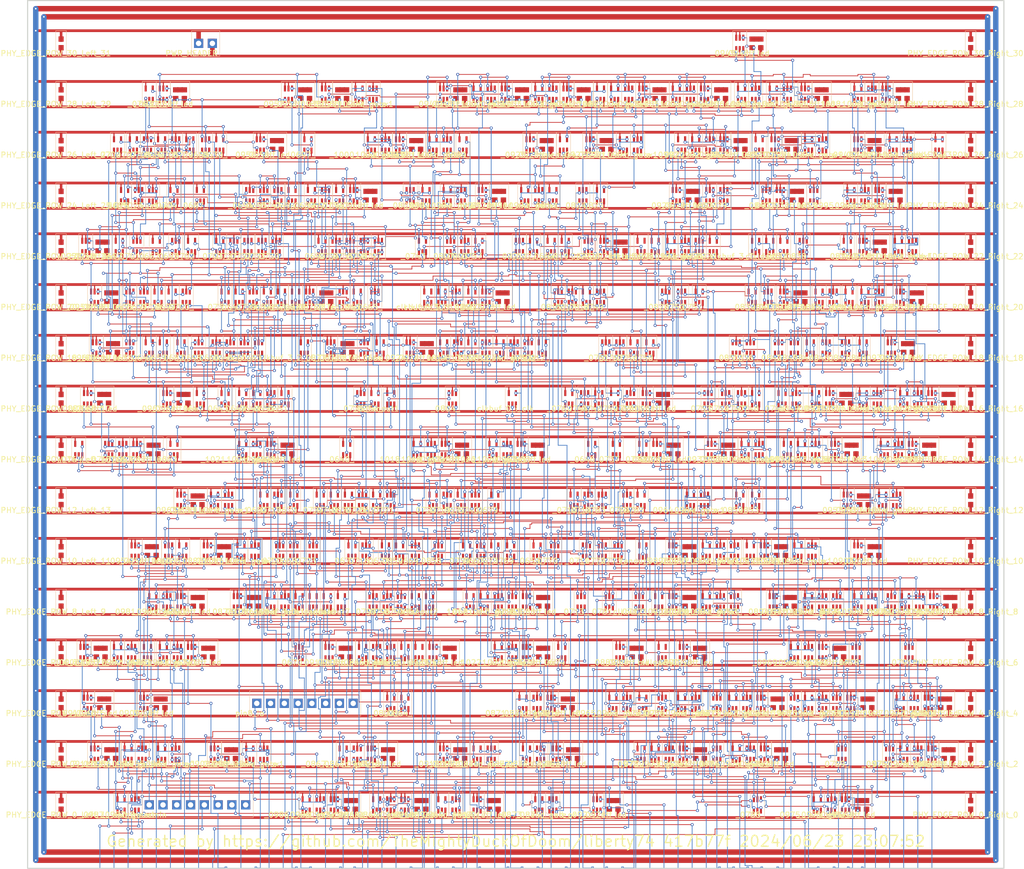
<source format=kicad_pcb>
(kicad_pcb (version 20221018) (generator def2pcb)
  (layers (0 "F.Cu" signal "Metal1") (31 "B.Cu" signal "Metal2") (34 "F.Paste" user) (35 "B.Paste" user) (36 "B.SilkS" user "B.Silkscreen") (37 "F.SilkS" user "F.Silkscreen") (38 "F.Mask" user) (39 "B.Mask" user) (44 "Edge.Cuts" user))
  (net 1 "GND")
  (net 2 "VDD")
  (net 3 "DATA_OUT")
  (net 4 "FLAG_O")
  (net 5 "PC\[0\]")
  (net 6 "PC\[10\]")
  (net 7 "PC\[11\]")
  (net 8 "PC\[12\]")
  (net 9 "PC\[13\]")
  (net 10 "PC\[14\]")
  (net 11 "PC\[15\]")
  (net 12 "PC\[16\]")
  (net 13 "PC\[1\]")
  (net 14 "PC\[2\]")
  (net 15 "PC\[3\]")
  (net 16 "PC\[4\]")
  (net 17 "PC\[5\]")
  (net 18 "PC\[6\]")
  (net 19 "PC\[7\]")
  (net 20 "PC\[8\]")
  (net 21 "PC\[9\]")
  (net 22 "RR")
  (net 23 "SCLK")
  (net 24 "SDI")
  (net 25 "SDO")
  (net 26 "X1")
  (net 27 "_0000_")
  (net 28 "_0001_")
  (net 29 "_0002_")
  (net 30 "_0003_")
  (net 31 "_0004_")
  (net 32 "_0005_")
  (net 33 "_0006_")
  (net 34 "_0007_")
  (net 35 "_0008_")
  (net 36 "_0009_")
  (net 37 "_0010_")
  (net 38 "_0011_")
  (net 39 "_0012_")
  (net 40 "_0013_")
  (net 41 "_0014_")
  (net 42 "_0015_")
  (net 43 "_0016_")
  (net 44 "_0017_")
  (net 45 "_0018_")
  (net 46 "_0019_")
  (net 47 "_0020_")
  (net 48 "_0021_")
  (net 49 "_0022_")
  (net 50 "_0023_")
  (net 51 "_0024_")
  (net 52 "_0025_")
  (net 53 "_0026_")
  (net 54 "_0027_")
  (net 55 "_0028_")
  (net 56 "_0029_")
  (net 57 "_0030_")
  (net 58 "_0031_")
  (net 59 "_0032_")
  (net 60 "_0033_")
  (net 61 "_0034_")
  (net 62 "_0035_")
  (net 63 "_0036_")
  (net 64 "_0037_")
  (net 65 "_0038_")
  (net 66 "_0039_")
  (net 67 "_0040_")
  (net 68 "_0041_")
  (net 69 "_0042_")
  (net 70 "_0043_")
  (net 71 "_0044_")
  (net 72 "_0045_")
  (net 73 "_0046_")
  (net 74 "_0047_")
  (net 75 "_0048_")
  (net 76 "_0049_")
  (net 77 "_0050_")
  (net 78 "_0051_")
  (net 79 "_0052_")
  (net 80 "_0053_")
  (net 81 "_0054_")
  (net 82 "_0055_")
  (net 83 "_0056_")
  (net 84 "_0057_")
  (net 85 "_0058_")
  (net 86 "_0059_")
  (net 87 "_0060_")
  (net 88 "_0061_")
  (net 89 "_0062_")
  (net 90 "_0063_")
  (net 91 "_0064_")
  (net 92 "_0065_")
  (net 93 "_0066_")
  (net 94 "_0067_")
  (net 95 "_0068_")
  (net 96 "_0069_")
  (net 97 "_0070_")
  (net 98 "_0071_")
  (net 99 "_0072_")
  (net 100 "_0073_")
  (net 101 "_0074_")
  (net 102 "_0075_")
  (net 103 "_0076_")
  (net 104 "_0077_")
  (net 105 "_0078_")
  (net 106 "_0079_")
  (net 107 "_0080_")
  (net 108 "_0082_")
  (net 109 "_0083_")
  (net 110 "_0085_")
  (net 111 "_0086_")
  (net 112 "_0088_")
  (net 113 "_0089_")
  (net 114 "_0090_")
  (net 115 "_0091_")
  (net 116 "_0092_")
  (net 117 "_0093_")
  (net 118 "_0094_")
  (net 119 "_0096_")
  (net 120 "_0097_")
  (net 121 "_0098_")
  (net 122 "_0105_")
  (net 123 "_0106_")
  (net 124 "_0107_")
  (net 125 "_0108_")
  (net 126 "_0109_")
  (net 127 "_0110_")
  (net 128 "_0111_")
  (net 129 "_0112_")
  (net 130 "_0113_")
  (net 131 "_0114_")
  (net 132 "_0115_")
  (net 133 "_0117_")
  (net 134 "_0118_")
  (net 135 "_0120_")
  (net 136 "_0121_")
  (net 137 "_0122_")
  (net 138 "_0124_")
  (net 139 "_0125_")
  (net 140 "_0127_")
  (net 141 "_0128_")
  (net 142 "_0129_")
  (net 143 "_0131_")
  (net 144 "_0133_")
  (net 145 "_0135_")
  (net 146 "_0137_")
  (net 147 "_0138_")
  (net 148 "_0139_")
  (net 149 "_0140_")
  (net 150 "_0141_")
  (net 151 "_0142_")
  (net 152 "_0143_")
  (net 153 "_0144_")
  (net 154 "_0145_")
  (net 155 "_0146_")
  (net 156 "_0147_")
  (net 157 "_0148_")
  (net 158 "_0149_")
  (net 159 "_0150_")
  (net 160 "_0151_")
  (net 161 "_0152_")
  (net 162 "_0153_")
  (net 163 "_0155_")
  (net 164 "_0156_")
  (net 165 "_0157_")
  (net 166 "_0158_")
  (net 167 "_0159_")
  (net 168 "_0160_")
  (net 169 "_0161_")
  (net 170 "_0162_")
  (net 171 "_0163_")
  (net 172 "_0164_")
  (net 173 "_0165_")
  (net 174 "_0166_")
  (net 175 "_0167_")
  (net 176 "_0168_")
  (net 177 "_0169_")
  (net 178 "_0170_")
  (net 179 "_0171_")
  (net 180 "_0172_")
  (net 181 "_0173_")
  (net 182 "_0174_")
  (net 183 "_0175_")
  (net 184 "_0176_")
  (net 185 "_0177_")
  (net 186 "_0178_")
  (net 187 "_0179_")
  (net 188 "_0180_")
  (net 189 "_0181_")
  (net 190 "_0182_")
  (net 191 "_0183_")
  (net 192 "_0184_")
  (net 193 "_0185_")
  (net 194 "_0186_")
  (net 195 "_0187_")
  (net 196 "_0188_")
  (net 197 "_0189_")
  (net 198 "_0190_")
  (net 199 "_0191_")
  (net 200 "_0192_")
  (net 201 "_0193_")
  (net 202 "_0194_")
  (net 203 "_0197_")
  (net 204 "_0198_")
  (net 205 "_0199_")
  (net 206 "_0200_")
  (net 207 "_0201_")
  (net 208 "_0202_")
  (net 209 "_0203_")
  (net 210 "_0204_")
  (net 211 "_0205_")
  (net 212 "_0206_")
  (net 213 "_0207_")
  (net 214 "_0208_")
  (net 215 "_0209_")
  (net 216 "_0210_")
  (net 217 "_0211_")
  (net 218 "_0212_")
  (net 219 "_0213_")
  (net 220 "_0214_")
  (net 221 "_0215_")
  (net 222 "_0216_")
  (net 223 "_0217_")
  (net 224 "_0218_")
  (net 225 "_0220_")
  (net 226 "_0221_")
  (net 227 "_0222_")
  (net 228 "_0223_")
  (net 229 "_0224_")
  (net 230 "_0226_")
  (net 231 "_0228_")
  (net 232 "_0230_")
  (net 233 "_0232_")
  (net 234 "_0234_")
  (net 235 "_0236_")
  (net 236 "_0238_")
  (net 237 "_0240_")
  (net 238 "_0241_")
  (net 239 "_0242_")
  (net 240 "_0243_")
  (net 241 "_0244_")
  (net 242 "_0246_")
  (net 243 "_0249_")
  (net 244 "_0251_")
  (net 245 "_0253_")
  (net 246 "_0255_")
  (net 247 "_0257_")
  (net 248 "_0259_")
  (net 249 "_0261_")
  (net 250 "_0271_")
  (net 251 "_0272_")
  (net 252 "_0273_")
  (net 253 "_0274_")
  (net 254 "_0275_")
  (net 255 "_0284_")
  (net 256 "_0285_")
  (net 257 "_0287_")
  (net 258 "_0288_")
  (net 259 "_0289_")
  (net 260 "_0290_")
  (net 261 "_0291_")
  (net 262 "_0293_")
  (net 263 "_0294_")
  (net 264 "_0295_")
  (net 265 "_0297_")
  (net 266 "_0298_")
  (net 267 "_0299_")
  (net 268 "_0300_")
  (net 269 "_0302_")
  (net 270 "_0303_")
  (net 271 "_0304_")
  (net 272 "_0305_")
  (net 273 "_0306_")
  (net 274 "_0307_")
  (net 275 "_0308_")
  (net 276 "_0309_")
  (net 277 "_0311_")
  (net 278 "_0312_")
  (net 279 "_0314_")
  (net 280 "_0315_")
  (net 281 "_0316_")
  (net 282 "_0319_")
  (net 283 "_0320_")
  (net 284 "_0322_")
  (net 285 "_0323_")
  (net 286 "_0325_")
  (net 287 "_0326_")
  (net 288 "_0327_")
  (net 289 "_0328_")
  (net 290 "_0329_")
  (net 291 "_0330_")
  (net 292 "_0331_")
  (net 293 "_0333_")
  (net 294 "_0334_")
  (net 295 "_0335_")
  (net 296 "_0336_")
  (net 297 "_0337_")
  (net 298 "_0338_")
  (net 299 "_0340_")
  (net 300 "_0341_")
  (net 301 "_0343_")
  (net 302 "_0344_")
  (net 303 "_0363_")
  (net 304 "_0364_")
  (net 305 "_0365_")
  (net 306 "_0366_")
  (net 307 "_0367_")
  (net 308 "_0368_")
  (net 309 "_0369_")
  (net 310 "_0370_")
  (net 311 "clknet_0_i_clk")
  (net 312 "clknet_3_0__leaf_i_clk")
  (net 313 "clknet_3_1__leaf_i_clk")
  (net 314 "clknet_3_2__leaf_i_clk")
  (net 315 "clknet_3_3__leaf_i_clk")
  (net 316 "clknet_3_4__leaf_i_clk")
  (net 317 "clknet_3_5__leaf_i_clk")
  (net 318 "clknet_3_6__leaf_i_clk")
  (net 319 "clknet_3_7__leaf_i_clk")
  (net 320 "custom_setting")
  (net 321 "dest\[0\]")
  (net 322 "dest\[10\]")
  (net 323 "dest\[11\]")
  (net 324 "dest\[12\]")
  (net 325 "dest\[13\]")
  (net 326 "dest\[14\]")
  (net 327 "dest\[15\]")
  (net 328 "dest\[16\]")
  (net 329 "dest\[1\]")
  (net 330 "dest\[2\]")
  (net 331 "dest\[3\]")
  (net 332 "dest\[4\]")
  (net 333 "dest\[5\]")
  (net 334 "dest\[6\]")
  (net 335 "dest\[7\]")
  (net 336 "dest\[8\]")
  (net 337 "dest\[9\]")
  (net 338 "dia\[0\]")
  (net 339 "dia\[1\]")
  (net 340 "dia\[2\]")
  (net 341 "dia\[3\]")
  (net 342 "dia\[4\]")
  (net 343 "dia\[5\]")
  (net 344 "dia\[6\]")
  (net 345 "dia\[7\]")
  (net 346 "dib\[0\]")
  (net 347 "dib\[1\]")
  (net 348 "dib\[2\]")
  (net 349 "dib\[3\]")
  (net 350 "dib\[4\]")
  (net 351 "dib\[5\]")
  (net 352 "dib\[6\]")
  (net 353 "dib\[7\]")
  (net 354 "i_clk")
  (net 355 "io_in[0]")
  (net 356 "io_in[1]")
  (net 357 "io_in[2]")
  (net 358 "io_in[3]")
  (net 359 "io_in[4]")
  (net 360 "io_in[5]")
  (net 361 "io_in[6]")
  (net 362 "io_in[7]")
  (net 363 "mar\[0\]")
  (net 364 "mar\[1\]")
  (net 365 "mar\[2\]")
  (net 366 "mar\[3\]")
  (net 367 "mar\[4\]")
  (net 368 "mar\[5\]")
  (net 369 "mar\[6\]")
  (net 370 "mar\[7\]")
  (net 371 "mc14500__IEN_l")
  (net 372 "mc14500__OEN_l")
  (net 373 "mc14500__instr_l\[0\]")
  (net 374 "mc14500__instr_l\[1\]")
  (net 375 "mc14500__instr_l\[2\]")
  (net 376 "mc14500__instr_l\[3\]")
  (net 377 "mc14500__skip")
  (net 378 "net1")
  (net 379 "net2")
  (net 380 "net3")
  (net 381 "net4")
  (net 382 "net5")
  (net 383 "net6")
  (net 384 "net7")
  (net 385 "out_1")
  (net 386 "out_2")
  (net 387 "rst_latency\[0\]")
  (net 388 "rst_latency\[1\]")
  (net 389 "rst_n")
  (net 390 "scratch\[0\]")
  (net 391 "scratch\[1\]")
  (net 392 "scratch\[2\]")
  (net 393 "scratch\[3\]")
  (net 394 "scratch\[4\]")
  (net 395 "scratch\[5\]")
  (net 396 "sram_gwe")
  (net 397 "sram_in[0]")
  (net 398 "sram_in[1]")
  (net 399 "sram_in[2]")
  (net 400 "sram_in[3]")
  (net 401 "sram_in[4]")
  (net 402 "sram_in[5]")
  (net 403 "sram_in[6]")
  (net 404 "sram_in[7]")
  (net 405 "sram_out[0]")
  (net 406 "sram_out[1]")
  (net 407 "sram_out[2]")
  (net 408 "sram_out[3]")
  (net 409 "sram_out[4]")
  (net 410 "sram_out[5]")
  (net 411 "sram_out[6]")
  (net 412 "sram_out[7]")
  (net 413 "_0866__a_and")
  (net 414 "_0867__a_and")
  (net 415 "_0868__a_and")
  (net 416 "_0869__a_and")
  (net 417 "_0870__a_and")
  (net 418 "_0871__a_and")
  (net 419 "_0872__a_and")
  (net 420 "_0873__a_and")
  (net 421 "_0874__a_and")
  (net 422 "_0875__a_and")
  (net 423 "_0876__d_selected")
  (net 424 "_0877__d_selected")
  (net 425 "_0964__mux1_data")
  (net 426 "_0965__mux1_data")
  (net 427 "_0966__mux1_data")
  (net 428 "_0967__mux1_data")
  (net 429 "_0968__mux1_data")
  (net 430 "_0969__mux1_data")
  (net 431 "_0970__mux1_data")
  (net 432 "_0971__mux1_data")
  (net 433 "_0972__mux1_data")
  (net 434 "_0973__mux1_data")
  (net 435 "_0974__mux1_data")
  (net 436 "_0975__mux1_data")
  (net 437 "_0976__mux1_data")
  (net 438 "_0977__mux1_data")
  (net 439 "_0978__mux1_data")
  (net 440 "_0979__mux1_data")
  (net 441 "_0980__mux1_data")
  (net 442 "_0981__mux1_data")
  (net 443 "_0982__mux1_data")
  (net 444 "_0983__mux1_data")
  (net 445 "_0984__mux1_data")
  (net 446 "_0985__mux1_data")
  (net 447 "_0986__mux1_data")
  (net 448 "_0987__mux1_data")
  (net 449 "_0988__mux1_data")
  (net 450 "_0989__mux1_data")
  (net 451 "_0990__mux1_data")
  (net 452 "_0991__mux1_data")
  (net 453 "_0992__mux1_data")
  (net 454 "_0993__mux1_data")
  (net 455 "_0994__mux1_data")
  (net 456 "_0995__mux1_data")
  (net 457 "_0996__mux1_data")
  (net 458 "_0997__mux1_data")
  (net 459 "_0998__mux1_data")
  (net 460 "_0999__mux1_data")
  (net 461 "_1000__mux1_data")
  (net 462 "_1001__mux1_data")
  (net 463 "_1002__mux1_data")
  (net 464 "_1003__mux1_data")
  (net 465 "_1004__mux1_data")
  (net 466 "_1005__mux1_data")
  (net 467 "_1006__mux1_data")
  (net 468 "_1007__mux1_data")
  (net 469 "_1008__mux1_data")
  (net 470 "_1009__mux1_data")
  (net 471 "_1010__mux1_data")
  (net 472 "_1011__mux1_data")
  (net 473 "_1012__mux1_data")
  (net 474 "_1013__mux1_data")
  (net 475 "_1014__mux1_data")
  (net 476 "_1015__mux1_data")
  (net 477 "_1016__mux1_data")
  (net 478 "_1017__mux1_data")
  (net 479 "_1018__mux1_data")
  (net 480 "_1019__mux1_data")
  (net 481 "_1020__mux1_data")
  (net 482 "_1021__mux1_data")
  (net 483 "_1022__mux1_data")
  (net 484 "_1023__mux1_data")
  (footprint "liberty74:PWR_CAP_N" (layer "F.Cu") (at 5.2 -9.36)
    (fp_text reference "PHY_EDGE_ROW_0_Left_1")
    (fp_text value "PWR_CAP")
  )
  (footprint "liberty74:PWR_CAP_N" (layer "F.Cu") (at 172.9 -9.36)
    (fp_text reference "PHY_EDGE_ROW_0_Right_0")
    (fp_text value "PWR_CAP")
  )
  (footprint "liberty74:PWR_CAP_N" (layer "F.Cu") (at 5.2 -56.16)
    (fp_text reference "PHY_EDGE_ROW_10_Left_11")
    (fp_text value "PWR_CAP")
  )
  (footprint "liberty74:PWR_CAP_N" (layer "F.Cu") (at 172.9 -56.16)
    (fp_text reference "PHY_EDGE_ROW_10_Right_10")
    (fp_text value "PWR_CAP")
  )
  (footprint "liberty74:PWR_CAP_N" (layer "F.Cu") (at 5.2 -65.52)
    (fp_text reference "PHY_EDGE_ROW_12_Left_13")
    (fp_text value "PWR_CAP")
  )
  (footprint "liberty74:PWR_CAP_N" (layer "F.Cu") (at 172.9 -65.52)
    (fp_text reference "PHY_EDGE_ROW_12_Right_12")
    (fp_text value "PWR_CAP")
  )
  (footprint "liberty74:PWR_CAP_N" (layer "F.Cu") (at 5.2 -74.88)
    (fp_text reference "PHY_EDGE_ROW_14_Left_15")
    (fp_text value "PWR_CAP")
  )
  (footprint "liberty74:PWR_CAP_N" (layer "F.Cu") (at 172.9 -74.88)
    (fp_text reference "PHY_EDGE_ROW_14_Right_14")
    (fp_text value "PWR_CAP")
  )
  (footprint "liberty74:PWR_CAP_N" (layer "F.Cu") (at 5.2 -84.24)
    (fp_text reference "PHY_EDGE_ROW_16_Left_17")
    (fp_text value "PWR_CAP")
  )
  (footprint "liberty74:PWR_CAP_N" (layer "F.Cu") (at 172.9 -84.24)
    (fp_text reference "PHY_EDGE_ROW_16_Right_16")
    (fp_text value "PWR_CAP")
  )
  (footprint "liberty74:PWR_CAP_N" (layer "F.Cu") (at 5.2 -93.6)
    (fp_text reference "PHY_EDGE_ROW_18_Left_19")
    (fp_text value "PWR_CAP")
  )
  (footprint "liberty74:PWR_CAP_N" (layer "F.Cu") (at 172.9 -93.6)
    (fp_text reference "PHY_EDGE_ROW_18_Right_18")
    (fp_text value "PWR_CAP")
  )
  (footprint "liberty74:PWR_CAP_N" (layer "F.Cu") (at 5.2 -102.96)
    (fp_text reference "PHY_EDGE_ROW_20_Left_21")
    (fp_text value "PWR_CAP")
  )
  (footprint "liberty74:PWR_CAP_N" (layer "F.Cu") (at 172.9 -102.96)
    (fp_text reference "PHY_EDGE_ROW_20_Right_20")
    (fp_text value "PWR_CAP")
  )
  (footprint "liberty74:PWR_CAP_N" (layer "F.Cu") (at 5.2 -112.32)
    (fp_text reference "PHY_EDGE_ROW_22_Left_23")
    (fp_text value "PWR_CAP")
  )
  (footprint "liberty74:PWR_CAP_N" (layer "F.Cu") (at 172.9 -112.32)
    (fp_text reference "PHY_EDGE_ROW_22_Right_22")
    (fp_text value "PWR_CAP")
  )
  (footprint "liberty74:PWR_CAP_N" (layer "F.Cu") (at 5.2 -121.68)
    (fp_text reference "PHY_EDGE_ROW_24_Left_25")
    (fp_text value "PWR_CAP")
  )
  (footprint "liberty74:PWR_CAP_N" (layer "F.Cu") (at 172.9 -121.68)
    (fp_text reference "PHY_EDGE_ROW_24_Right_24")
    (fp_text value "PWR_CAP")
  )
  (footprint "liberty74:PWR_CAP_N" (layer "F.Cu") (at 5.2 -131.04)
    (fp_text reference "PHY_EDGE_ROW_26_Left_27")
    (fp_text value "PWR_CAP")
  )
  (footprint "liberty74:PWR_CAP_N" (layer "F.Cu") (at 172.9 -131.04)
    (fp_text reference "PHY_EDGE_ROW_26_Right_26")
    (fp_text value "PWR_CAP")
  )
  (footprint "liberty74:PWR_CAP_N" (layer "F.Cu") (at 5.2 -140.4)
    (fp_text reference "PHY_EDGE_ROW_28_Left_29")
    (fp_text value "PWR_CAP")
  )
  (footprint "liberty74:PWR_CAP_N" (layer "F.Cu") (at 172.9 -140.4)
    (fp_text reference "PHY_EDGE_ROW_28_Right_28")
    (fp_text value "PWR_CAP")
  )
  (footprint "liberty74:PWR_CAP_N" (layer "F.Cu") (at 5.2 -18.72)
    (fp_text reference "PHY_EDGE_ROW_2_Left_3")
    (fp_text value "PWR_CAP")
  )
  (footprint "liberty74:PWR_CAP_N" (layer "F.Cu") (at 172.9 -18.72)
    (fp_text reference "PHY_EDGE_ROW_2_Right_2")
    (fp_text value "PWR_CAP")
  )
  (footprint "liberty74:PWR_CAP_N" (layer "F.Cu") (at 5.2 -149.76)
    (fp_text reference "PHY_EDGE_ROW_30_Left_31")
    (fp_text value "PWR_CAP")
  )
  (footprint "liberty74:PWR_CAP_N" (layer "F.Cu") (at 172.9 -149.76)
    (fp_text reference "PHY_EDGE_ROW_30_Right_30")
    (fp_text value "PWR_CAP")
  )
  (footprint "liberty74:PWR_CAP_N" (layer "F.Cu") (at 5.2 -28.08)
    (fp_text reference "PHY_EDGE_ROW_4_Left_5")
    (fp_text value "PWR_CAP")
  )
  (footprint "liberty74:PWR_CAP_N" (layer "F.Cu") (at 172.9 -28.08)
    (fp_text reference "PHY_EDGE_ROW_4_Right_4")
    (fp_text value "PWR_CAP")
  )
  (footprint "liberty74:PWR_CAP_N" (layer "F.Cu") (at 5.2 -37.44)
    (fp_text reference "PHY_EDGE_ROW_6_Left_7")
    (fp_text value "PWR_CAP")
  )
  (footprint "liberty74:PWR_CAP_N" (layer "F.Cu") (at 172.9 -37.44)
    (fp_text reference "PHY_EDGE_ROW_6_Right_6")
    (fp_text value "PWR_CAP")
  )
  (footprint "liberty74:PWR_CAP_N" (layer "F.Cu") (at 5.2 -46.8)
    (fp_text reference "PHY_EDGE_ROW_8_Left_9")
    (fp_text value "PWR_CAP")
  )
  (footprint "liberty74:PWR_CAP_N" (layer "F.Cu") (at 172.9 -46.8)
    (fp_text reference "PHY_EDGE_ROW_8_Right_8")
    (fp_text value "PWR_CAP")
  )
  (footprint "liberty74:PWR_HEADER_N" (layer "F.Cu") (at 30.225 -149.76)
    (fp_text reference "PWR_HEADER")
    (fp_text value "PWR_HEADER")
  )
  (footprint "liberty74:OR3_74LVC1G332_N" (layer "F.Cu") (at 17.55 -102.96)
    (fp_text reference "_0635_")
    (fp_text value "OR3_74LVC1G332")
  )
  (footprint "liberty74:OR3_74LVC1G332_N" (layer "F.Cu") (at 17.55 -93.6)
    (fp_text reference "_0636_")
    (fp_text value "OR3_74LVC1G332")
  )
  (footprint "liberty74:INV_74LVC1G04_N" (layer "F.Cu") (at 34.125 -131.04)
    (fp_text reference "_0638_")
    (fp_text value "INV_74LVC1G04")
  )
  (footprint "liberty74:MUX2_74LVC1G157_N" (layer "F.Cu") (at 20.15 -102.96)
    (fp_text reference "_0639_")
    (fp_text value "MUX2_74LVC1G157")
  )
  (footprint "liberty74:INV_74LVC1G04_N" (layer "F.Cu") (at 57.525 -74.88)
    (fp_text reference "_0640_")
    (fp_text value "INV_74LVC1G04")
  )
  (footprint "liberty74:INV_74LVC1G04_N" (layer "F.Cu") (at 37.7 -102.96)
    (fp_text reference "_0641_")
    (fp_text value "INV_74LVC1G04")
  )
  (footprint "liberty74:INV_74LVC1G04_N" (layer "F.Cu") (at 30.55 -84.24)
    (fp_text reference "_0642_")
    (fp_text value "INV_74LVC1G04")
  )
  (footprint "liberty74:OR2_74LVC1G32_N" (layer "F.Cu") (at 35.1 -84.24)
    (fp_text reference "_0643_")
    (fp_text value "OR2_74LVC1G32")
  )
  (footprint "liberty74:NAND2_74LVC1G00_N" (layer "F.Cu") (at 21.125 -93.6)
    (fp_text reference "_0644_")
    (fp_text value "NAND2_74LVC1G00")
  )
  (footprint "liberty74:AND3_74LVC1G11_N" (layer "F.Cu") (at 36.075 -93.6)
    (fp_text reference "_0645_")
    (fp_text value "AND3_74LVC1G11")
  )
  (footprint "liberty74:AND2_74LVC1G08_N" (layer "F.Cu") (at 102.7 -74.88)
    (fp_text reference "_0646_")
    (fp_text value "AND2_74LVC1G08")
  )
  (footprint "liberty74:NAND2_74LVC1G00_N" (layer "F.Cu") (at 40.95 -84.24)
    (fp_text reference "_0648_")
    (fp_text value "NAND2_74LVC1G00")
  )
  (footprint "liberty74:NAND2_74LVC1G00_N" (layer "F.Cu") (at 38.35 -84.24)
    (fp_text reference "_0649_")
    (fp_text value "NAND2_74LVC1G00")
  )
  (footprint "liberty74:NOR3_74LVC1G27_N" (layer "F.Cu") (at 43.55 -84.24)
    (fp_text reference "_0650_")
    (fp_text value "NOR3_74LVC1G27")
  )
  (footprint "liberty74:AND2_74LVC1G08_N" (layer "F.Cu") (at 46.15 -84.24)
    (fp_text reference "_0651_")
    (fp_text value "AND2_74LVC1G08")
  )
  (footprint "liberty74:INV_74LVC1G04_N" (layer "F.Cu") (at 92.625 -56.16)
    (fp_text reference "_0658_")
    (fp_text value "INV_74LVC1G04")
  )
  (footprint "liberty74:OR2_74LVC1G32_N" (layer "F.Cu") (at 23.725 -93.6)
    (fp_text reference "_0659_")
    (fp_text value "OR2_74LVC1G32")
  )
  (footprint "liberty74:OR3_74LVC1G332_N" (layer "F.Cu") (at 33.475 -93.6)
    (fp_text reference "_0660_")
    (fp_text value "OR3_74LVC1G332")
  )
  (footprint "liberty74:AO21_74LVC1G0832_N" (layer "F.Cu") (at 38.675 -93.6)
    (fp_text reference "_0661_")
    (fp_text value "AO21_74LVC1G0832")
  )
  (footprint "liberty74:INV_74LVC1G04_N" (layer "F.Cu") (at 22.425 -112.32)
    (fp_text reference "_0662_")
    (fp_text value "INV_74LVC1G04")
  )
  (footprint "liberty74:NOR2_74LVC1G02_N" (layer "F.Cu") (at 25.675 -74.88)
    (fp_text reference "_0663_")
    (fp_text value "NOR2_74LVC1G02")
  )
  (footprint "liberty74:AND2_74LVC1G08_N" (layer "F.Cu") (at 95.225 -112.32)
    (fp_text reference "_0664_")
    (fp_text value "AND2_74LVC1G08")
  )
  (footprint "liberty74:NAND3_74LVC1G10_N" (layer "F.Cu") (at 62.725 -102.96)
    (fp_text reference "_0665_")
    (fp_text value "NAND3_74LVC1G10")
  )
  (footprint "liberty74:NOR2_74LVC1G02_N" (layer "F.Cu") (at 63.7 -93.6)
    (fp_text reference "_0666_")
    (fp_text value "NOR2_74LVC1G02")
  )
  (footprint "liberty74:AND3_74LVC1G11_N" (layer "F.Cu") (at 82.225 -56.16)
    (fp_text reference "_0667_")
    (fp_text value "AND3_74LVC1G11")
  )
  (footprint "liberty74:NAND3_74LVC1G10_N" (layer "F.Cu") (at 47.775 -56.16)
    (fp_text reference "_0668_")
    (fp_text value "NAND3_74LVC1G10")
  )
  (footprint "liberty74:AND3_74LVC1G11_N" (layer "F.Cu") (at 70.2 -56.16)
    (fp_text reference "_0669_")
    (fp_text value "AND3_74LVC1G11")
  )
  (footprint "liberty74:NAND3_74LVC1G10_N" (layer "F.Cu") (at 48.75 -37.44)
    (fp_text reference "_0670_")
    (fp_text value "NAND3_74LVC1G10")
  )
  (footprint "liberty74:INV_74LVC1G04_N" (layer "F.Cu") (at 58.5 -56.16)
    (fp_text reference "_0671_")
    (fp_text value "INV_74LVC1G04")
  )
  (footprint "liberty74:AND2_74LVC1G08_N" (layer "F.Cu") (at 64.675 -56.16)
    (fp_text reference "_0672_")
    (fp_text value "AND2_74LVC1G08")
  )
  (footprint "liberty74:AND2_74LVC1G08_N" (layer "F.Cu") (at 84.825 -56.16)
    (fp_text reference "_0673_")
    (fp_text value "AND2_74LVC1G08")
  )
  (footprint "liberty74:NOR2_74LVC1G02_N" (layer "F.Cu") (at 97.175 -37.44)
    (fp_text reference "_0674_")
    (fp_text value "NOR2_74LVC1G02")
  )
  (footprint "liberty74:AND2_74LVC1G08_N" (layer "F.Cu") (at 78.65 -65.52)
    (fp_text reference "_0675_")
    (fp_text value "AND2_74LVC1G08")
  )
  (footprint "liberty74:INV_74LVC1G04_N" (layer "F.Cu") (at 57.85 -65.52)
    (fp_text reference "_0676_")
    (fp_text value "INV_74LVC1G04")
  )
  (footprint "liberty74:AND2_74LVC1G08_N" (layer "F.Cu") (at 63.05 -65.52)
    (fp_text reference "_0677_")
    (fp_text value "AND2_74LVC1G08")
  )
  (footprint "liberty74:AND2_74LVC1G08_N" (layer "F.Cu") (at 47.775 -65.52)
    (fp_text reference "_0678_")
    (fp_text value "AND2_74LVC1G08")
  )
  (footprint "liberty74:AND2_74LVC1G08_N" (layer "F.Cu") (at 84.825 -65.52)
    (fp_text reference "_0679_")
    (fp_text value "AND2_74LVC1G08")
  )
  (footprint "liberty74:AND2_74LVC1G08_N" (layer "F.Cu") (at 42.25 -65.52)
    (fp_text reference "_0680_")
    (fp_text value "AND2_74LVC1G08")
  )
  (footprint "liberty74:AND2_74LVC1G08_N" (layer "F.Cu") (at 80.275 -46.8)
    (fp_text reference "_0681_")
    (fp_text value "AND2_74LVC1G08")
  )
  (footprint "liberty74:NAND2_74LVC1G00_N" (layer "F.Cu") (at 26.975 -93.6)
    (fp_text reference "_0682_")
    (fp_text value "NAND2_74LVC1G00")
  )
  (footprint "liberty74:MUX2_74LVC1G157_N" (layer "F.Cu") (at 41.275 -93.6)
    (fp_text reference "_0683_")
    (fp_text value "MUX2_74LVC1G157")
  )
  (footprint "liberty74:NOR2_74LVC1G02_N" (layer "F.Cu") (at 42.9 -102.96)
    (fp_text reference "_0684_")
    (fp_text value "NOR2_74LVC1G02")
  )
  (footprint "liberty74:INV_74LVC1G04_N" (layer "F.Cu") (at 16.575 -121.68)
    (fp_text reference "_0685_")
    (fp_text value "INV_74LVC1G04")
  )
  (footprint "liberty74:NAND2_74LVC1G00_N" (layer "F.Cu") (at 23.4 -131.04)
    (fp_text reference "_0686_")
    (fp_text value "NAND2_74LVC1G00")
  )
  (footprint "liberty74:OR2_74LVC1G32_N" (layer "F.Cu") (at 30.55 -121.68)
    (fp_text reference "_0687_")
    (fp_text value "OR2_74LVC1G32")
  )
  (footprint "liberty74:MUX2_74LVC1G157_N" (layer "F.Cu") (at 31.525 -131.04)
    (fp_text reference "_0688_")
    (fp_text value "MUX2_74LVC1G157")
  )
  (footprint "liberty74:NOR2_74LVC1G02_N" (layer "F.Cu") (at 51.025 -121.68)
    (fp_text reference "_0689_")
    (fp_text value "NOR2_74LVC1G02")
  )
  (footprint "liberty74:NAND2_74LVC1G00_N" (layer "F.Cu") (at 52.975 -112.32)
    (fp_text reference "_0690_")
    (fp_text value "NAND2_74LVC1G00")
  )
  (footprint "liberty74:AO21_74LVC1G0832_N" (layer "F.Cu") (at 53.625 -121.68)
    (fp_text reference "_0691_")
    (fp_text value "AO21_74LVC1G0832")
  )
  (footprint "liberty74:INV_74LVC1G04_N" (layer "F.Cu") (at 15.6 -112.32)
    (fp_text reference "_0692_")
    (fp_text value "INV_74LVC1G04")
  )
  (footprint "liberty74:AND3_74LVC1G11_N" (layer "F.Cu") (at 26.0 -112.32)
    (fp_text reference "_0693_")
    (fp_text value "AND3_74LVC1G11")
  )
  (footprint "liberty74:NOR3_74LVC1G27_N" (layer "F.Cu") (at 39.65 -121.68)
    (fp_text reference "_0694_")
    (fp_text value "NOR3_74LVC1G27")
  )
  (footprint "liberty74:NOR3_74LVC1G27_N" (layer "F.Cu") (at 42.25 -121.68)
    (fp_text reference "_0695_")
    (fp_text value "NOR3_74LVC1G27")
  )
  (footprint "liberty74:XOR2_74LVC1G86_N" (layer "F.Cu") (at 47.45 -121.68)
    (fp_text reference "_0696_")
    (fp_text value "XOR2_74LVC1G86")
  )
  (footprint "liberty74:AND2_74LVC1G08_N" (layer "F.Cu") (at 50.375 -131.04)
    (fp_text reference "_0697_")
    (fp_text value "AND2_74LVC1G08")
  )
  (footprint "liberty74:AO21_74LVC1G0832_N" (layer "F.Cu") (at 30.225 -93.6)
    (fp_text reference "_0698_")
    (fp_text value "AO21_74LVC1G0832")
  )
  (footprint "liberty74:OR2_74LVC1G32_N" (layer "F.Cu") (at 25.35 -102.96)
    (fp_text reference "_0699_")
    (fp_text value "OR2_74LVC1G32")
  )
  (footprint "liberty74:AND3_74LVC1G11_N" (layer "F.Cu") (at 27.95 -102.96)
    (fp_text reference "_0700_")
    (fp_text value "AND3_74LVC1G11")
  )
  (footprint "liberty74:MUX2_74LVC1G157_N" (layer "F.Cu") (at 18.85 -112.32)
    (fp_text reference "_0701_")
    (fp_text value "MUX2_74LVC1G157")
  )
  (footprint "liberty74:NAND2_74LVC1G00_N" (layer "F.Cu") (at 28.925 -112.32)
    (fp_text reference "_0702_")
    (fp_text value "NAND2_74LVC1G00")
  )
  (footprint "liberty74:NAND2_74LVC1G00_N" (layer "F.Cu") (at 34.125 -112.32)
    (fp_text reference "_0703_")
    (fp_text value "NAND2_74LVC1G00")
  )
  (footprint "liberty74:OR2_74LVC1G32_N" (layer "F.Cu") (at 25.675 -121.68)
    (fp_text reference "_0704_")
    (fp_text value "OR2_74LVC1G32")
  )
  (footprint "liberty74:AND3_74LVC1G11_N" (layer "F.Cu") (at 26.0 -131.04)
    (fp_text reference "_0705_")
    (fp_text value "AND3_74LVC1G11")
  )
  (footprint "liberty74:INV_74LVC1G04_N" (layer "F.Cu") (at 15.275 -131.04)
    (fp_text reference "_0706_")
    (fp_text value "INV_74LVC1G04")
  )
  (footprint "liberty74:AND2_74LVC1G08_N" (layer "F.Cu") (at 18.2 -131.04)
    (fp_text reference "_0707_")
    (fp_text value "AND2_74LVC1G08")
  )
  (footprint "liberty74:NOR3_74LVC1G27_N" (layer "F.Cu") (at 20.8 -131.04)
    (fp_text reference "_0708_")
    (fp_text value "NOR3_74LVC1G27")
  )
  (footprint "liberty74:OR2_74LVC1G32_N" (layer "F.Cu") (at 28.6 -131.04)
    (fp_text reference "_0709_")
    (fp_text value "OR2_74LVC1G32")
  )
  (footprint "liberty74:OR2_74LVC1G32_N" (layer "F.Cu") (at 99.45 -65.52)
    (fp_text reference "_0710_")
    (fp_text value "OR2_74LVC1G32")
  )
  (footprint "liberty74:OR3_74LVC1G332_N" (layer "F.Cu") (at 101.725 -56.16)
    (fp_text reference "_0711_")
    (fp_text value "OR3_74LVC1G332")
  )
  (footprint "liberty74:MUX2_74LVC1G157_N" (layer "F.Cu") (at 111.475 -46.8)
    (fp_text reference "_0712_")
    (fp_text value "MUX2_74LVC1G157")
  )
  (footprint "liberty74:AND3_74LVC1G11_N" (layer "F.Cu") (at 100.75 -46.8)
    (fp_text reference "_0713_")
    (fp_text value "AND3_74LVC1G11")
  )
  (footprint "liberty74:AO21_74LVC1G0832_N" (layer "F.Cu") (at 102.05 -65.52)
    (fp_text reference "_0714_")
    (fp_text value "AO21_74LVC1G0832")
  )
  (footprint "liberty74:MUX2_74LVC1G157_N" (layer "F.Cu") (at 88.075 -46.8)
    (fp_text reference "_0715_")
    (fp_text value "MUX2_74LVC1G157")
  )
  (footprint "liberty74:NAND3_74LVC1G10_N" (layer "F.Cu") (at 61.1 -56.16)
    (fp_text reference "_0716_")
    (fp_text value "NAND3_74LVC1G10")
  )
  (footprint "liberty74:MUX2_74LVC1G157_N" (layer "F.Cu") (at 44.85 -65.52)
    (fp_text reference "_0717_")
    (fp_text value "MUX2_74LVC1G157")
  )
  (footprint "liberty74:OR2_74LVC1G32_N" (layer "F.Cu") (at 55.25 -65.52)
    (fp_text reference "_0718_")
    (fp_text value "OR2_74LVC1G32")
  )
  (footprint "liberty74:MUX2_74LVC1G157_N" (layer "F.Cu") (at 76.05 -65.52)
    (fp_text reference "_0719_")
    (fp_text value "MUX2_74LVC1G157")
  )
  (footprint "liberty74:OR2_74LVC1G32_N" (layer "F.Cu") (at 73.45 -65.52)
    (fp_text reference "_0720_")
    (fp_text value "OR2_74LVC1G32")
  )
  (footprint "liberty74:NAND3_74LVC1G10_N" (layer "F.Cu") (at 65.65 -65.52)
    (fp_text reference "_0721_")
    (fp_text value "NAND3_74LVC1G10")
  )
  (footprint "liberty74:MUX2_74LVC1G157_N" (layer "F.Cu") (at 45.175 -56.16)
    (fp_text reference "_0722_")
    (fp_text value "MUX2_74LVC1G157")
  )
  (footprint "liberty74:NAND3_74LVC1G10_N" (layer "F.Cu") (at 51.35 -56.16)
    (fp_text reference "_0723_")
    (fp_text value "NAND3_74LVC1G10")
  )
  (footprint "liberty74:AND2_74LVC1G08_N" (layer "F.Cu") (at 52.65 -65.52)
    (fp_text reference "_0724_")
    (fp_text value "AND2_74LVC1G08")
  )
  (footprint "liberty74:NAND3_74LVC1G10_N" (layer "F.Cu") (at 60.45 -65.52)
    (fp_text reference "_0725_")
    (fp_text value "NAND3_74LVC1G10")
  )
  (footprint "liberty74:AND3_74LVC1G11_N" (layer "F.Cu") (at 60.125 -84.24)
    (fp_text reference "_0726_")
    (fp_text value "AND3_74LVC1G11")
  )
  (footprint "liberty74:MUX2_74LVC1G157_N" (layer "F.Cu") (at 36.725 -112.32)
    (fp_text reference "_0727_")
    (fp_text value "MUX2_74LVC1G157")
  )
  (footprint "liberty74:NAND2_74LVC1G00_N" (layer "F.Cu") (at 22.75 -102.96)
    (fp_text reference "_0728_")
    (fp_text value "NAND2_74LVC1G00")
  )
  (footprint "liberty74:MUX2_74LVC1G157_N" (layer "F.Cu") (at 40.3 -102.96)
    (fp_text reference "_0729_")
    (fp_text value "MUX2_74LVC1G157")
  )
  (footprint "liberty74:AND3_74LVC1G11_N" (layer "F.Cu") (at 44.525 -112.32)
    (fp_text reference "_0730_")
    (fp_text value "AND3_74LVC1G11")
  )
  (footprint "liberty74:NAND2_74LVC1G00_N" (layer "F.Cu") (at 35.1 -102.96)
    (fp_text reference "_0731_")
    (fp_text value "NAND2_74LVC1G00")
  )
  (footprint "liberty74:AO21_74LVC1G0832_N" (layer "F.Cu") (at 39.325 -112.32)
    (fp_text reference "_0732_")
    (fp_text value "AO21_74LVC1G0832")
  )
  (footprint "liberty74:AO21_74LVC1G0832_N" (layer "F.Cu") (at 41.925 -112.32)
    (fp_text reference "_0733_")
    (fp_text value "AO21_74LVC1G0832")
  )
  (footprint "liberty74:AO21_74LVC1G0832_N" (layer "F.Cu") (at 55.575 -112.32)
    (fp_text reference "_0734_")
    (fp_text value "AO21_74LVC1G0832")
  )
  (footprint "liberty74:AND3_74LVC1G11_N" (layer "F.Cu") (at 58.175 -112.32)
    (fp_text reference "_0735_")
    (fp_text value "AND3_74LVC1G11")
  )
  (footprint "liberty74:AND2_74LVC1G08_N" (layer "F.Cu") (at 56.225 -121.68)
    (fp_text reference "_0736_")
    (fp_text value "AND2_74LVC1G08")
  )
  (footprint "liberty74:INV_74LVC1G04_N" (layer "F.Cu") (at 107.25 -74.88)
    (fp_text reference "_0737_")
    (fp_text value "INV_74LVC1G04")
  )
  (footprint "liberty74:AND2_74LVC1G08_N" (layer "F.Cu") (at 112.125 -74.88)
    (fp_text reference "_0738_")
    (fp_text value "AND2_74LVC1G08")
  )
  (footprint "liberty74:NOR2_74LVC1G02_N" (layer "F.Cu") (at 79.625 -56.16)
    (fp_text reference "_0739_")
    (fp_text value "NOR2_74LVC1G02")
  )
  (footprint "liberty74:AND3_74LVC1G11_N" (layer "F.Cu") (at 81.25 -65.52)
    (fp_text reference "_0740_")
    (fp_text value "AND3_74LVC1G11")
  )
  (footprint "liberty74:OR3_74LVC1G332_N" (layer "F.Cu") (at 44.85 -121.68)
    (fp_text reference "_0742_")
    (fp_text value "OR3_74LVC1G332")
  )
  (footprint "liberty74:AND2_74LVC1G08_N" (layer "F.Cu") (at 71.5 -112.32)
    (fp_text reference "_0743_")
    (fp_text value "AND2_74LVC1G08")
  )
  (footprint "liberty74:AO21_74LVC1G0832_N" (layer "F.Cu") (at 101.4 -84.24)
    (fp_text reference "_0744_")
    (fp_text value "AO21_74LVC1G0832")
  )
  (footprint "liberty74:NAND2_74LVC1G00_N" (layer "F.Cu") (at 104.0 -84.24)
    (fp_text reference "_0745_")
    (fp_text value "NAND2_74LVC1G00")
  )
  (footprint "liberty74:AND2_74LVC1G08_N" (layer "F.Cu") (at 137.8 -84.24)
    (fp_text reference "_0746_")
    (fp_text value "AND2_74LVC1G08")
  )
  (footprint "liberty74:AND3_74LVC1G11_N" (layer "F.Cu") (at 130.325 -84.24)
    (fp_text reference "_0747_")
    (fp_text value "AND3_74LVC1G11")
  )
  (footprint "liberty74:AND2_74LVC1G08_N" (layer "F.Cu") (at 132.925 -84.24)
    (fp_text reference "_0748_")
    (fp_text value "AND2_74LVC1G08")
  )
  (footprint "liberty74:AND3_74LVC1G11_N" (layer "F.Cu") (at 104.325 -102.96)
    (fp_text reference "_0749_")
    (fp_text value "AND3_74LVC1G11")
  )
  (footprint "liberty74:AND3_74LVC1G11_N" (layer "F.Cu") (at 119.275 -102.96)
    (fp_text reference "_0750_")
    (fp_text value "AND3_74LVC1G11")
  )
  (footprint "liberty74:AND2_74LVC1G08_N" (layer "F.Cu") (at 122.525 -102.96)
    (fp_text reference "_0751_")
    (fp_text value "AND2_74LVC1G08")
  )
  (footprint "liberty74:AND3_74LVC1G11_N" (layer "F.Cu") (at 91.0 -93.6)
    (fp_text reference "_0752_")
    (fp_text value "AND3_74LVC1G11")
  )
  (footprint "liberty74:AND3_74LVC1G11_N" (layer "F.Cu") (at 124.15 -84.24)
    (fp_text reference "_0753_")
    (fp_text value "AND3_74LVC1G11")
  )
  (footprint "liberty74:AND3_74LVC1G11_N" (layer "F.Cu") (at 127.4 -84.24)
    (fp_text reference "_0754_")
    (fp_text value "AND3_74LVC1G11")
  )
  (footprint "liberty74:MUX2_74LVC1G157_N" (layer "F.Cu") (at 109.85 -84.24)
    (fp_text reference "_0755_")
    (fp_text value "MUX2_74LVC1G157")
  )
  (footprint "liberty74:OR2_74LVC1G32_N" (layer "F.Cu") (at 110.5 -93.6)
    (fp_text reference "_0756_")
    (fp_text value "OR2_74LVC1G32")
  )
  (footprint "liberty74:NAND2_74LVC1G00_N" (layer "F.Cu") (at 81.9 -112.32)
    (fp_text reference "_0757_")
    (fp_text value "NAND2_74LVC1G00")
  )
  (footprint "liberty74:OR2_74LVC1G32_N" (layer "F.Cu") (at 113.425 -93.6)
    (fp_text reference "_0758_")
    (fp_text value "OR2_74LVC1G32")
  )
  (footprint "liberty74:AND2_74LVC1G08_N" (layer "F.Cu") (at 106.925 -84.24)
    (fp_text reference "_0759_")
    (fp_text value "AND2_74LVC1G08")
  )
  (footprint "liberty74:NAND2_74LVC1G00_N" (layer "F.Cu") (at 98.475 -84.24)
    (fp_text reference "_0760_")
    (fp_text value "NAND2_74LVC1G00")
  )
  (footprint "liberty74:MUX2_74LVC1G157_N" (layer "F.Cu") (at 105.3 -93.6)
    (fp_text reference "_0761_")
    (fp_text value "MUX2_74LVC1G157")
  )
  (footprint "liberty74:AND3_74LVC1G11_N" (layer "F.Cu") (at 107.9 -93.6)
    (fp_text reference "_0762_")
    (fp_text value "AND3_74LVC1G11")
  )
  (footprint "liberty74:AND2_74LVC1G08_N" (layer "F.Cu") (at 21.125 -140.4)
    (fp_text reference "_0763_")
    (fp_text value "AND2_74LVC1G08")
  )
  (footprint "liberty74:INV_74LVC1G04_N" (layer "F.Cu") (at 8.125 -74.88)
    (fp_text reference "_0764_")
    (fp_text value "INV_74LVC1G04")
  )
  (footprint "liberty74:INV_74LVC1G04_N" (layer "F.Cu") (at 20.8 -37.44)
    (fp_text reference "_0765_")
    (fp_text value "INV_74LVC1G04")
  )
  (footprint "liberty74:AO21_74LVC1G0832_N" (layer "F.Cu") (at 16.25 -74.88)
    (fp_text reference "_0766_")
    (fp_text value "AO21_74LVC1G0832")
  )
  (footprint "liberty74:AO21_74LVC1G0832_N" (layer "F.Cu") (at 13.65 -74.88)
    (fp_text reference "_0767_")
    (fp_text value "AO21_74LVC1G0832")
  )
  (footprint "liberty74:INV_74LVC1G04_N" (layer "F.Cu") (at 87.75 -56.16)
    (fp_text reference "_0769_")
    (fp_text value "INV_74LVC1G04")
  )
  (footprint "liberty74:NAND3_74LVC1G10_N" (layer "F.Cu") (at 95.875 -56.16)
    (fp_text reference "_0770_")
    (fp_text value "NAND3_74LVC1G10")
  )
  (footprint "liberty74:AND2_74LVC1G08_N" (layer "F.Cu") (at 112.125 -28.08)
    (fp_text reference "_0771_")
    (fp_text value "AND2_74LVC1G08")
  )
  (footprint "liberty74:NAND3_74LVC1G10_N" (layer "F.Cu") (at 104.65 -56.16)
    (fp_text reference "_0772_")
    (fp_text value "NAND3_74LVC1G10")
  )
  (footprint "liberty74:AO21_74LVC1G0832_N" (layer "F.Cu") (at 107.575 -56.16)
    (fp_text reference "_0773_")
    (fp_text value "AO21_74LVC1G0832")
  )
  (footprint "liberty74:MUX2_74LVC1G157_N" (layer "F.Cu") (at 115.7 -28.08)
    (fp_text reference "_0774_")
    (fp_text value "MUX2_74LVC1G157")
  )
  (footprint "liberty74:MUX2_74LVC1G157_N" (layer "F.Cu") (at 125.775 -28.08)
    (fp_text reference "_0775_")
    (fp_text value "MUX2_74LVC1G157")
  )
  (footprint "liberty74:MUX2_74LVC1G157_N" (layer "F.Cu") (at 140.075 -28.08)
    (fp_text reference "_0776_")
    (fp_text value "MUX2_74LVC1G157")
  )
  (footprint "liberty74:MUX2_74LVC1G157_N" (layer "F.Cu") (at 147.875 -28.08)
    (fp_text reference "_0777_")
    (fp_text value "MUX2_74LVC1G157")
  )
  (footprint "liberty74:MUX2_74LVC1G157_N" (layer "F.Cu") (at 151.45 -37.44)
    (fp_text reference "_0778_")
    (fp_text value "MUX2_74LVC1G157")
  )
  (footprint "liberty74:MUX2_74LVC1G157_N" (layer "F.Cu") (at 147.875 -46.8)
    (fp_text reference "_0779_")
    (fp_text value "MUX2_74LVC1G157")
  )
  (footprint "liberty74:MUX2_74LVC1G157_N" (layer "F.Cu") (at 129.025 -56.16)
    (fp_text reference "_0780_")
    (fp_text value "MUX2_74LVC1G157")
  )
  (footprint "liberty74:NAND3_74LVC1G10_N" (layer "F.Cu") (at 105.95 -46.8)
    (fp_text reference "_0781_")
    (fp_text value "NAND3_74LVC1G10")
  )
  (footprint "liberty74:AND2_74LVC1G08_N" (layer "F.Cu") (at 111.8 -18.72)
    (fp_text reference "_0782_")
    (fp_text value "AND2_74LVC1G08")
  )
  (footprint "liberty74:AO21_74LVC1G0832_N" (layer "F.Cu") (at 104.65 -65.52)
    (fp_text reference "_0783_")
    (fp_text value "AO21_74LVC1G0832")
  )
  (footprint "liberty74:AND3_74LVC1G11_N" (layer "F.Cu") (at 109.2 -65.52)
    (fp_text reference "_0784_")
    (fp_text value "AND3_74LVC1G11")
  )
  (footprint "liberty74:AND2_74LVC1G08_N" (layer "F.Cu") (at 111.8 -65.52)
    (fp_text reference "_0785_")
    (fp_text value "AND2_74LVC1G08")
  )
  (footprint "liberty74:MUX2_74LVC1G157_N" (layer "F.Cu") (at 125.775 -18.72)
    (fp_text reference "_0786_")
    (fp_text value "MUX2_74LVC1G157")
  )
  (footprint "liberty74:MUX2_74LVC1G157_N" (layer "F.Cu") (at 133.25 -9.36)
    (fp_text reference "_0788_")
    (fp_text value "MUX2_74LVC1G157")
  )
  (footprint "liberty74:MUX2_74LVC1G157_N" (layer "F.Cu") (at 148.85 -18.72)
    (fp_text reference "_0789_")
    (fp_text value "MUX2_74LVC1G157")
  )
  (footprint "liberty74:MUX2_74LVC1G157_N" (layer "F.Cu") (at 157.625 -18.72)
    (fp_text reference "_0790_")
    (fp_text value "MUX2_74LVC1G157")
  )
  (footprint "liberty74:MUX2_74LVC1G157_N" (layer "F.Cu") (at 161.2 -37.44)
    (fp_text reference "_0791_")
    (fp_text value "MUX2_74LVC1G157")
  )
  (footprint "liberty74:MUX2_74LVC1G157_N" (layer "F.Cu") (at 157.95 -46.8)
    (fp_text reference "_0792_")
    (fp_text value "MUX2_74LVC1G157")
  )
  (footprint "liberty74:MUX2_74LVC1G157_N" (layer "F.Cu") (at 129.025 -46.8)
    (fp_text reference "_0793_")
    (fp_text value "MUX2_74LVC1G157")
  )
  (footprint "liberty74:AND3_74LVC1G11_N" (layer "F.Cu") (at 67.6 -46.8)
    (fp_text reference "_0794_")
    (fp_text value "AND3_74LVC1G11")
  )
  (footprint "liberty74:NAND3_74LVC1G10_N" (layer "F.Cu") (at 65.0 -46.8)
    (fp_text reference "_0796_")
    (fp_text value "NAND3_74LVC1G10")
  )
  (footprint "liberty74:AND3_74LVC1G11_N" (layer "F.Cu") (at 63.375 -112.32)
    (fp_text reference "_0797_")
    (fp_text value "AND3_74LVC1G11")
  )
  (footprint "liberty74:NAND3_74LVC1G10_N" (layer "F.Cu") (at 60.775 -112.32)
    (fp_text reference "_0798_")
    (fp_text value "NAND3_74LVC1G10")
  )
  (footprint "liberty74:AND3_74LVC1G11_N" (layer "F.Cu") (at 62.4 -46.8)
    (fp_text reference "_0799_")
    (fp_text value "AND3_74LVC1G11")
  )
  (footprint "liberty74:NOR2_74LVC1G02_N" (layer "F.Cu") (at 65.65 -28.08)
    (fp_text reference "_0800_")
    (fp_text value "NOR2_74LVC1G02")
  )
  (footprint "liberty74:INV_74LVC1G04_N" (layer "F.Cu") (at 72.15 -121.68)
    (fp_text reference "_0801_")
    (fp_text value "INV_74LVC1G04")
  )
  (footprint "liberty74:MUX2_74LVC1G157_N" (layer "F.Cu") (at 69.225 -121.68)
    (fp_text reference "_0802_")
    (fp_text value "MUX2_74LVC1G157")
  )
  (footprint "liberty74:AND3_74LVC1G11_N" (layer "F.Cu") (at 79.3 -112.32)
    (fp_text reference "_0803_")
    (fp_text value "AND3_74LVC1G11")
  )
  (footprint "liberty74:AND3_74LVC1G11_N" (layer "F.Cu") (at 77.025 -84.24)
    (fp_text reference "_0804_")
    (fp_text value "AND3_74LVC1G11")
  )
  (footprint "liberty74:XOR2_74LVC1G86_N" (layer "F.Cu") (at 80.6 -93.6)
    (fp_text reference "_0805_")
    (fp_text value "XOR2_74LVC1G86")
  )
  (footprint "liberty74:OR2_74LVC1G32_N" (layer "F.Cu") (at 80.6 -102.96)
    (fp_text reference "_0806_")
    (fp_text value "OR2_74LVC1G32")
  )
  (footprint "liberty74:NAND3_74LVC1G10_N" (layer "F.Cu") (at 76.7 -112.32)
    (fp_text reference "_0807_")
    (fp_text value "NAND3_74LVC1G10")
  )
  (footprint "liberty74:OR2_74LVC1G32_N" (layer "F.Cu") (at 78.975 -131.04)
    (fp_text reference "_0809_")
    (fp_text value "OR2_74LVC1G32")
  )
  (footprint "liberty74:AND3_74LVC1G11_N" (layer "F.Cu") (at 77.675 -102.96)
    (fp_text reference "_0810_")
    (fp_text value "AND3_74LVC1G11")
  )
  (footprint "liberty74:AO21_74LVC1G0832_N" (layer "F.Cu") (at 83.2 -93.6)
    (fp_text reference "_0811_")
    (fp_text value "AO21_74LVC1G0832")
  )
  (footprint "liberty74:NOR2_74LVC1G02_N" (layer "F.Cu") (at 93.6 -93.6)
    (fp_text reference "_0812_")
    (fp_text value "NOR2_74LVC1G02")
  )
  (footprint "liberty74:AO21_74LVC1G0832_N" (layer "F.Cu") (at 78.0 -93.6)
    (fp_text reference "_0813_")
    (fp_text value "AO21_74LVC1G0832")
  )
  (footprint "liberty74:AND2_74LVC1G08_N" (layer "F.Cu") (at 75.4 -93.6)
    (fp_text reference "_0814_")
    (fp_text value "AND2_74LVC1G08")
  )
  (footprint "liberty74:AND3_74LVC1G11_N" (layer "F.Cu") (at 96.525 -102.96)
    (fp_text reference "_0815_")
    (fp_text value "AND3_74LVC1G11")
  )
  (footprint "liberty74:XOR2_74LVC1G86_N" (layer "F.Cu") (at 95.55 -121.68)
    (fp_text reference "_0816_")
    (fp_text value "XOR2_74LVC1G86")
  )
  (footprint "liberty74:AND3_74LVC1G11_N" (layer "F.Cu") (at 99.125 -102.96)
    (fp_text reference "_0817_")
    (fp_text value "AND3_74LVC1G11")
  )
  (footprint "liberty74:XOR2_74LVC1G86_N" (layer "F.Cu") (at 101.725 -102.96)
    (fp_text reference "_0818_")
    (fp_text value "XOR2_74LVC1G86")
  )
  (footprint "liberty74:NOR2_74LVC1G02_N" (layer "F.Cu") (at 97.825 -112.32)
    (fp_text reference "_0819_")
    (fp_text value "NOR2_74LVC1G02")
  )
  (footprint "liberty74:NOR2_74LVC1G02_N" (layer "F.Cu") (at 104.325 -140.4)
    (fp_text reference "_0820_")
    (fp_text value "NOR2_74LVC1G02")
  )
  (footprint "liberty74:AO21_74LVC1G0832_N" (layer "F.Cu") (at 89.375 -112.32)
    (fp_text reference "_0821_")
    (fp_text value "AO21_74LVC1G0832")
  )
  (footprint "liberty74:NAND2_74LVC1G00_N" (layer "F.Cu") (at 91.975 -112.32)
    (fp_text reference "_0822_")
    (fp_text value "NAND2_74LVC1G00")
  )
  (footprint "liberty74:NOR3_74LVC1G27_N" (layer "F.Cu") (at 102.05 -112.32)
    (fp_text reference "_0823_")
    (fp_text value "NOR3_74LVC1G27")
  )
  (footprint "liberty74:AND3_74LVC1G11_N" (layer "F.Cu") (at 101.075 -121.68)
    (fp_text reference "_0824_")
    (fp_text value "AND3_74LVC1G11")
  )
  (footprint "liberty74:XOR2_74LVC1G86_N" (layer "F.Cu") (at 104.325 -121.68)
    (fp_text reference "_0825_")
    (fp_text value "XOR2_74LVC1G86")
  )
  (footprint "liberty74:AND3_74LVC1G11_N" (layer "F.Cu") (at 116.35 -102.96)
    (fp_text reference "_0826_")
    (fp_text value "AND3_74LVC1G11")
  )
  (footprint "liberty74:XOR2_74LVC1G86_N" (layer "F.Cu") (at 119.275 -131.04)
    (fp_text reference "_0827_")
    (fp_text value "XOR2_74LVC1G86")
  )
  (footprint "liberty74:INV_74LVC1G04_N" (layer "F.Cu") (at 125.125 -112.32)
    (fp_text reference "_0828_")
    (fp_text value "INV_74LVC1G04")
  )
  (footprint "liberty74:MUX2_74LVC1G157_N" (layer "F.Cu") (at 127.075 -121.68)
    (fp_text reference "_0829_")
    (fp_text value "MUX2_74LVC1G157")
  )
  (footprint "liberty74:AO21_74LVC1G0832_N" (layer "F.Cu") (at 122.525 -112.32)
    (fp_text reference "_0830_")
    (fp_text value "AO21_74LVC1G0832")
  )
  (footprint "liberty74:AND3_74LVC1G11_N" (layer "F.Cu") (at 124.475 -121.68)
    (fp_text reference "_0832_")
    (fp_text value "AND3_74LVC1G11")
  )
  (footprint "liberty74:XOR2_74LVC1G86_N" (layer "F.Cu") (at 133.575 -131.04)
    (fp_text reference "_0833_")
    (fp_text value "XOR2_74LVC1G86")
  )
  (footprint "liberty74:AND2_74LVC1G08_N" (layer "F.Cu") (at 132.275 -102.96)
    (fp_text reference "_0834_")
    (fp_text value "AND2_74LVC1G08")
  )
  (footprint "liberty74:XOR2_74LVC1G86_N" (layer "F.Cu") (at 149.825 -112.32)
    (fp_text reference "_0835_")
    (fp_text value "XOR2_74LVC1G86")
  )
  (footprint "liberty74:AND3_74LVC1G11_N" (layer "F.Cu") (at 131.95 -93.6)
    (fp_text reference "_0836_")
    (fp_text value "AND3_74LVC1G11")
  )
  (footprint "liberty74:NAND2_74LVC1G00_N" (layer "F.Cu") (at 138.125 -112.32)
    (fp_text reference "_0837_")
    (fp_text value "NAND2_74LVC1G00")
  )
  (footprint "liberty74:AO21_74LVC1G0832_N" (layer "F.Cu") (at 141.7 -112.32)
    (fp_text reference "_0838_")
    (fp_text value "AO21_74LVC1G0832")
  )
  (footprint "liberty74:MUX2_74LVC1G157_N" (layer "F.Cu") (at 143.65 -121.68)
    (fp_text reference "_0839_")
    (fp_text value "MUX2_74LVC1G157")
  )
  (footprint "liberty74:AND3_74LVC1G11_N" (layer "F.Cu") (at 134.875 -121.68)
    (fp_text reference "_0840_")
    (fp_text value "AND3_74LVC1G11")
  )
  (footprint "liberty74:AO21_74LVC1G0832_N" (layer "F.Cu") (at 135.2 -102.96)
    (fp_text reference "_0841_")
    (fp_text value "AO21_74LVC1G0832")
  )
  (footprint "liberty74:NAND3_74LVC1G10_N" (layer "F.Cu") (at 137.15 -93.6)
    (fp_text reference "_0842_")
    (fp_text value "NAND3_74LVC1G10")
  )
  (footprint "liberty74:AND2_74LVC1G08_N" (layer "F.Cu") (at 143.0 -93.6)
    (fp_text reference "_0843_")
    (fp_text value "AND2_74LVC1G08")
  )
  (footprint "liberty74:AND2_74LVC1G08_N" (layer "F.Cu") (at 150.15 -102.96)
    (fp_text reference "_0844_")
    (fp_text value "AND2_74LVC1G08")
  )
  (footprint "liberty74:NOR3_74LVC1G27_N" (layer "F.Cu") (at 140.075 -93.6)
    (fp_text reference "_0845_")
    (fp_text value "NOR3_74LVC1G27")
  )
  (footprint "liberty74:AO21_74LVC1G0832_N" (layer "F.Cu") (at 145.925 -93.6)
    (fp_text reference "_0846_")
    (fp_text value "AO21_74LVC1G0832")
  )
  (footprint "liberty74:AO21_74LVC1G0832_N" (layer "F.Cu") (at 149.5 -93.6)
    (fp_text reference "_0847_")
    (fp_text value "AO21_74LVC1G0832")
  )
  (footprint "liberty74:AND2_74LVC1G08_N" (layer "F.Cu") (at 152.75 -93.6)
    (fp_text reference "_0848_")
    (fp_text value "AND2_74LVC1G08")
  )
  (footprint "liberty74:AND3_74LVC1G11_N" (layer "F.Cu") (at 140.4 -84.24)
    (fp_text reference "_0849_")
    (fp_text value "AND3_74LVC1G11")
  )
  (footprint "liberty74:XOR2_74LVC1G86_N" (layer "F.Cu") (at 143.975 -84.24)
    (fp_text reference "_0850_")
    (fp_text value "XOR2_74LVC1G86")
  )
  (footprint "liberty74:AND3_74LVC1G11_N" (layer "F.Cu") (at 129.35 -93.6)
    (fp_text reference "_0851_")
    (fp_text value "AND3_74LVC1G11")
  )
  (footprint "liberty74:XOR2_74LVC1G86_N" (layer "F.Cu") (at 138.775 -74.88)
    (fp_text reference "_0852_")
    (fp_text value "XOR2_74LVC1G86")
  )
  (footprint "liberty74:AND2_74LVC1G08_N" (layer "F.Cu") (at 132.925 -65.52)
    (fp_text reference "_0853_")
    (fp_text value "AND2_74LVC1G08")
  )
  (footprint "liberty74:XOR2_74LVC1G86_N" (layer "F.Cu") (at 130.0 -65.52)
    (fp_text reference "_0854_")
    (fp_text value "XOR2_74LVC1G86")
  )
  (footprint "liberty74:AND2_74LVC1G08_N" (layer "F.Cu") (at 62.725 -84.24)
    (fp_text reference "_0856_")
    (fp_text value "AND2_74LVC1G08")
  )
  (footprint "liberty74:NOR2_74LVC1G02_N" (layer "F.Cu") (at 45.5 -102.96)
    (fp_text reference "_0857_")
    (fp_text value "NOR2_74LVC1G02")
  )
  (footprint "liberty74:AND3_74LVC1G11_N" (layer "F.Cu") (at 74.425 -56.16)
    (fp_text reference "_0858_")
    (fp_text value "AND3_74LVC1G11")
  )
  (footprint "liberty74:AND2_74LVC1G08_N" (layer "F.Cu") (at 67.275 -56.16)
    (fp_text reference "_0859_")
    (fp_text value "AND2_74LVC1G08")
  )
  (footprint "liberty74:MUX2_74LVC1G157_N" (layer "F.Cu") (at 24.7 -56.16)
    (fp_text reference "_0860_")
    (fp_text value "MUX2_74LVC1G157")
  )
  (footprint "liberty74:OR2_74LVC1G32_N" (layer "F.Cu") (at 27.3 -56.16)
    (fp_text reference "_0861_")
    (fp_text value "OR2_74LVC1G32")
  )
  (footprint "liberty74:AND2_74LVC1G08_N" (layer "F.Cu") (at 70.2 -46.8)
    (fp_text reference "_0862_")
    (fp_text value "AND2_74LVC1G08")
  )
  (footprint "liberty74:MUX2_74LVC1G157_N" (layer "F.Cu") (at 65.65 -37.44)
    (fp_text reference "_0863_")
    (fp_text value "MUX2_74LVC1G157")
  )
  (footprint "liberty74:OR2_74LVC1G32_N" (layer "F.Cu") (at 68.25 -28.08)
    (fp_text reference "_0864_")
    (fp_text value "OR2_74LVC1G32")
  )
  (footprint "liberty74:NOR2_74LVC1G02_N" (layer "F.Cu") (at 59.475 -102.96)
    (fp_text reference "_0865_")
    (fp_text value "NOR2_74LVC1G02")
  )
  (footprint "liberty74:AND2_74LVC1G08_N" (layer "F.Cu") (at 60.45 -37.44)
    (fp_text reference "_0866__and_gate")
    (fp_text value "AND2_74LVC1G08")
  )
  (footprint "liberty74:AO21_74LVC1G0832_N" (layer "F.Cu") (at 63.05 -37.44)
    (fp_text reference "_0866__and_or")
    (fp_text value "AO21_74LVC1G0832")
  )
  (footprint "liberty74:AND2_74LVC1G08_N" (layer "F.Cu") (at 56.875 -18.72)
    (fp_text reference "_0867__and_gate")
    (fp_text value "AND2_74LVC1G08")
  )
  (footprint "liberty74:AO21_74LVC1G0832_N" (layer "F.Cu") (at 59.475 -18.72)
    (fp_text reference "_0867__and_or")
    (fp_text value "AO21_74LVC1G0832")
  )
  (footprint "liberty74:AND2_74LVC1G08_N" (layer "F.Cu") (at 63.05 -9.36)
    (fp_text reference "_0868__and_gate")
    (fp_text value "AND2_74LVC1G08")
  )
  (footprint "liberty74:AO21_74LVC1G0832_N" (layer "F.Cu") (at 65.65 -9.36)
    (fp_text reference "_0868__and_or")
    (fp_text value "AO21_74LVC1G0832")
  )
  (footprint "liberty74:AND2_74LVC1G08_N" (layer "F.Cu") (at 75.075 -9.36)
    (fp_text reference "_0869__and_gate")
    (fp_text value "AND2_74LVC1G08")
  )
  (footprint "liberty74:AO21_74LVC1G0832_N" (layer "F.Cu") (at 77.675 -9.36)
    (fp_text reference "_0869__and_or")
    (fp_text value "AO21_74LVC1G0832")
  )
  (footprint "liberty74:AND2_74LVC1G08_N" (layer "F.Cu") (at 81.575 -18.72)
    (fp_text reference "_0870__and_gate")
    (fp_text value "AND2_74LVC1G08")
  )
  (footprint "liberty74:AO21_74LVC1G0832_N" (layer "F.Cu") (at 84.175 -18.72)
    (fp_text reference "_0870__and_or")
    (fp_text value "AO21_74LVC1G0832")
  )
  (footprint "liberty74:AND2_74LVC1G08_N" (layer "F.Cu") (at 90.025 -28.08)
    (fp_text reference "_0871__and_gate")
    (fp_text value "AND2_74LVC1G08")
  )
  (footprint "liberty74:AO21_74LVC1G0832_N" (layer "F.Cu") (at 92.625 -28.08)
    (fp_text reference "_0871__and_or")
    (fp_text value "AO21_74LVC1G0832")
  )
  (footprint "liberty74:AND2_74LVC1G08_N" (layer "F.Cu") (at 90.675 -18.72)
    (fp_text reference "_0872__and_gate")
    (fp_text value "AND2_74LVC1G08")
  )
  (footprint "liberty74:AO21_74LVC1G0832_N" (layer "F.Cu") (at 93.275 -18.72)
    (fp_text reference "_0872__and_or")
    (fp_text value "AO21_74LVC1G0832")
  )
  (footprint "liberty74:AND2_74LVC1G08_N" (layer "F.Cu") (at 92.95 -9.36)
    (fp_text reference "_0873__and_gate")
    (fp_text value "AND2_74LVC1G08")
  )
  (footprint "liberty74:AO21_74LVC1G0832_N" (layer "F.Cu") (at 95.55 -9.36)
    (fp_text reference "_0873__and_or")
    (fp_text value "AO21_74LVC1G0832")
  )
  (footprint "liberty74:AND2_74LVC1G08_N" (layer "F.Cu") (at 85.8 -93.6)
    (fp_text reference "_0874__and_gate")
    (fp_text value "AND2_74LVC1G08")
  )
  (footprint "liberty74:AO21_74LVC1G0832_N" (layer "F.Cu") (at 88.4 -93.6)
    (fp_text reference "_0874__and_or")
    (fp_text value "AO21_74LVC1G0832")
  )
  (footprint "liberty74:AND2_74LVC1G08_N" (layer "F.Cu") (at 144.625 -102.96)
    (fp_text reference "_0875__and_gate")
    (fp_text value "AND2_74LVC1G08")
  )
  (footprint "liberty74:AO21_74LVC1G0832_N" (layer "F.Cu") (at 147.225 -102.96)
    (fp_text reference "_0875__and_or")
    (fp_text value "AO21_74LVC1G0832")
  )
  (footprint "liberty74:DFF_74LVC1G175_N" (layer "F.Cu") (at 50.7 -102.96)
    (fp_text reference "_0876__dff")
    (fp_text value "DFF_74LVC1G175")
  )
  (footprint "liberty74:Led_Res_0603_N" (layer "F.Cu") (at 53.3 -102.96)
    (fp_text reference "_0876__led")
    (fp_text value "Led_Res_0603")
  )
  (footprint "liberty74:MUX2_74LVC1G157_N" (layer "F.Cu") (at 56.875 -102.96)
    (fp_text reference "_0876__mux")
    (fp_text value "MUX2_74LVC1G157")
  )
  (footprint "liberty74:DFF_74LVC1G175_N" (layer "F.Cu") (at 54.6 -93.6)
    (fp_text reference "_0877__dff")
    (fp_text value "DFF_74LVC1G175")
  )
  (footprint "liberty74:Led_Res_0603_N" (layer "F.Cu") (at 57.2 -93.6)
    (fp_text reference "_0877__led")
    (fp_text value "Led_Res_0603")
  )
  (footprint "liberty74:MUX2_74LVC1G157_N" (layer "F.Cu") (at 60.775 -93.6)
    (fp_text reference "_0877__mux")
    (fp_text value "MUX2_74LVC1G157")
  )
  (footprint "liberty74:DFF_74LVC1G175_N" (layer "F.Cu") (at 37.375 -46.8)
    (fp_text reference "_0878__dff")
    (fp_text value "DFF_74LVC1G175")
  )
  (footprint "liberty74:Led_Res_0603_N" (layer "F.Cu") (at 39.975 -46.8)
    (fp_text reference "_0878__led")
    (fp_text value "Led_Res_0603")
  )
  (footprint "liberty74:DFF_74LVC1G175_N" (layer "F.Cu") (at 90.675 -37.44)
    (fp_text reference "_0879__dff")
    (fp_text value "DFF_74LVC1G175")
  )
  (footprint "liberty74:Led_Res_0603_N" (layer "F.Cu") (at 93.275 -37.44)
    (fp_text reference "_0879__led")
    (fp_text value "Led_Res_0603")
  )
  (footprint "liberty74:DFF_74LVC1G175_N" (layer "F.Cu") (at 114.725 -74.88)
    (fp_text reference "_0880__dff")
    (fp_text value "DFF_74LVC1G175")
  )
  (footprint "liberty74:Led_Res_0603_N" (layer "F.Cu") (at 117.325 -74.88)
    (fp_text reference "_0880__led")
    (fp_text value "Led_Res_0603")
  )
  (footprint "liberty74:DFF_74LVC1G175_N" (layer "F.Cu") (at 112.775 -84.24)
    (fp_text reference "_0881__dff")
    (fp_text value "DFF_74LVC1G175")
  )
  (footprint "liberty74:Led_Res_0603_N" (layer "F.Cu") (at 115.375 -84.24)
    (fp_text reference "_0881__led")
    (fp_text value "Led_Res_0603")
  )
  (footprint "liberty74:DFF_74LVC1G175_N" (layer "F.Cu") (at 23.725 -140.4)
    (fp_text reference "_0882__dff")
    (fp_text value "DFF_74LVC1G175")
  )
  (footprint "liberty74:Led_Res_0603_N" (layer "F.Cu") (at 26.325 -140.4)
    (fp_text reference "_0882__led")
    (fp_text value "Led_Res_0603")
  )
  (footprint "liberty74:DFF_74LVC1G175_N" (layer "F.Cu") (at 89.7 -74.88)
    (fp_text reference "_0883__dff")
    (fp_text value "DFF_74LVC1G175")
  )
  (footprint "liberty74:Led_Res_0603_N" (layer "F.Cu") (at 92.3 -74.88)
    (fp_text reference "_0883__led")
    (fp_text value "Led_Res_0603")
  )
  (footprint "liberty74:DFF_74LVC1G175_N" (layer "F.Cu") (at 43.55 -74.88)
    (fp_text reference "_0884__dff")
    (fp_text value "DFF_74LVC1G175")
  )
  (footprint "liberty74:Led_Res_0603_N" (layer "F.Cu") (at 46.15 -74.88)
    (fp_text reference "_0884__led")
    (fp_text value "Led_Res_0603")
  )
  (footprint "liberty74:DFF_74LVC1G175_N" (layer "F.Cu") (at 90.675 -46.8)
    (fp_text reference "_0885__dff")
    (fp_text value "DFF_74LVC1G175")
  )
  (footprint "liberty74:Led_Res_0603_N" (layer "F.Cu") (at 93.275 -46.8)
    (fp_text reference "_0885__led")
    (fp_text value "Led_Res_0603")
  )
  (footprint "liberty74:DFF_74LVC1G175_N" (layer "F.Cu") (at 31.85 -56.16)
    (fp_text reference "_0886__dff")
    (fp_text value "DFF_74LVC1G175")
  )
  (footprint "liberty74:Led_Res_0603_N" (layer "F.Cu") (at 34.45 -56.16)
    (fp_text reference "_0886__led")
    (fp_text value "Led_Res_0603")
  )
  (footprint "liberty74:DFF_74LVC1G175_N" (layer "F.Cu") (at 18.85 -74.88)
    (fp_text reference "_0887__dff")
    (fp_text value "DFF_74LVC1G175")
  )
  (footprint "liberty74:Led_Res_0603_N" (layer "F.Cu") (at 21.45 -74.88)
    (fp_text reference "_0887__led")
    (fp_text value "Led_Res_0603")
  )
  (footprint "liberty74:DFF_74LVC1G175_N" (layer "F.Cu") (at 9.75 -84.24)
    (fp_text reference "_0888__dff")
    (fp_text value "DFF_74LVC1G175")
  )
  (footprint "liberty74:Led_Res_0603_N" (layer "F.Cu") (at 12.35 -84.24)
    (fp_text reference "_0888__led")
    (fp_text value "Led_Res_0603")
  )
  (footprint "liberty74:DFF_74LVC1G175_N" (layer "F.Cu") (at 107.9 -37.44)
    (fp_text reference "_0889__dff")
    (fp_text value "DFF_74LVC1G175")
  )
  (footprint "liberty74:Led_Res_0603_N" (layer "F.Cu") (at 110.5 -37.44)
    (fp_text reference "_0889__led")
    (fp_text value "Led_Res_0603")
  )
  (footprint "liberty74:DFF_74LVC1G175_N" (layer "F.Cu") (at 119.6 -37.44)
    (fp_text reference "_0890__dff")
    (fp_text value "DFF_74LVC1G175")
  )
  (footprint "liberty74:Led_Res_0603_N" (layer "F.Cu") (at 122.2 -37.44)
    (fp_text reference "_0890__led")
    (fp_text value "Led_Res_0603")
  )
  (footprint "liberty74:DFF_74LVC1G175_N" (layer "F.Cu") (at 133.9 -28.08)
    (fp_text reference "_0891__dff")
    (fp_text value "DFF_74LVC1G175")
  )
  (footprint "liberty74:Led_Res_0603_N" (layer "F.Cu") (at 136.5 -28.08)
    (fp_text reference "_0891__led")
    (fp_text value "Led_Res_0603")
  )
  (footprint "liberty74:DFF_74LVC1G175_N" (layer "F.Cu") (at 150.475 -28.08)
    (fp_text reference "_0892__dff")
    (fp_text value "DFF_74LVC1G175")
  )
  (footprint "liberty74:Led_Res_0603_N" (layer "F.Cu") (at 153.075 -28.08)
    (fp_text reference "_0892__led")
    (fp_text value "Led_Res_0603")
  )
  (footprint "liberty74:DFF_74LVC1G175_N" (layer "F.Cu") (at 145.275 -37.44)
    (fp_text reference "_0893__dff")
    (fp_text value "DFF_74LVC1G175")
  )
  (footprint "liberty74:Led_Res_0603_N" (layer "F.Cu") (at 147.875 -37.44)
    (fp_text reference "_0893__led")
    (fp_text value "Led_Res_0603")
  )
  (footprint "liberty74:DFF_74LVC1G175_N" (layer "F.Cu") (at 136.175 -46.8)
    (fp_text reference "_0894__dff")
    (fp_text value "DFF_74LVC1G175")
  )
  (footprint "liberty74:Led_Res_0603_N" (layer "F.Cu") (at 138.775 -46.8)
    (fp_text reference "_0894__led")
    (fp_text value "Led_Res_0603")
  )
  (footprint "liberty74:DFF_74LVC1G175_N" (layer "F.Cu") (at 134.55 -56.16)
    (fp_text reference "_0895__dff")
    (fp_text value "DFF_74LVC1G175")
  )
  (footprint "liberty74:Led_Res_0603_N" (layer "F.Cu") (at 137.15 -56.16)
    (fp_text reference "_0895__led")
    (fp_text value "Led_Res_0603")
  )
  (footprint "liberty74:DFF_74LVC1G175_N" (layer "F.Cu") (at 117.65 -56.16)
    (fp_text reference "_0896__dff")
    (fp_text value "DFF_74LVC1G175")
  )
  (footprint "liberty74:Led_Res_0603_N" (layer "F.Cu") (at 120.25 -56.16)
    (fp_text reference "_0896__led")
    (fp_text value "Led_Res_0603")
  )
  (footprint "liberty74:DFF_74LVC1G175_N" (layer "F.Cu") (at 119.6 -18.72)
    (fp_text reference "_0897__dff")
    (fp_text value "DFF_74LVC1G175")
  )
  (footprint "liberty74:Led_Res_0603_N" (layer "F.Cu") (at 122.2 -18.72)
    (fp_text reference "_0897__led")
    (fp_text value "Led_Res_0603")
  )
  (footprint "liberty74:DFF_74LVC1G175_N" (layer "F.Cu") (at 134.55 -18.72)
    (fp_text reference "_0898__dff")
    (fp_text value "DFF_74LVC1G175")
  )
  (footprint "liberty74:Led_Res_0603_N" (layer "F.Cu") (at 137.15 -18.72)
    (fp_text reference "_0898__led")
    (fp_text value "Led_Res_0603")
  )
  (footprint "liberty74:DFF_74LVC1G175_N" (layer "F.Cu") (at 149.5 -9.36)
    (fp_text reference "_0899__dff")
    (fp_text value "DFF_74LVC1G175")
  )
  (footprint "liberty74:Led_Res_0603_N" (layer "F.Cu") (at 152.1 -9.36)
    (fp_text reference "_0899__led")
    (fp_text value "Led_Res_0603")
  )
  (footprint "liberty74:DFF_74LVC1G175_N" (layer "F.Cu") (at 165.425 -18.72)
    (fp_text reference "_0900__dff")
    (fp_text value "DFF_74LVC1G175")
  )
  (footprint "liberty74:Led_Res_0603_N" (layer "F.Cu") (at 168.025 -18.72)
    (fp_text reference "_0900__led")
    (fp_text value "Led_Res_0603")
  )
  (footprint "liberty74:DFF_74LVC1G175_N" (layer "F.Cu") (at 164.775 -28.08)
    (fp_text reference "_0901__dff")
    (fp_text value "DFF_74LVC1G175")
  )
  (footprint "liberty74:Led_Res_0603_N" (layer "F.Cu") (at 167.375 -28.08)
    (fp_text reference "_0901__led")
    (fp_text value "Led_Res_0603")
  )
  (footprint "liberty74:DFF_74LVC1G175_N" (layer "F.Cu") (at 165.75 -46.8)
    (fp_text reference "_0902__dff")
    (fp_text value "DFF_74LVC1G175")
  )
  (footprint "liberty74:Led_Res_0603_N" (layer "F.Cu") (at 168.35 -46.8)
    (fp_text reference "_0902__led")
    (fp_text value "Led_Res_0603")
  )
  (footprint "liberty74:DFF_74LVC1G175_N" (layer "F.Cu") (at 151.775 -56.16)
    (fp_text reference "_0903__dff")
    (fp_text value "DFF_74LVC1G175")
  )
  (footprint "liberty74:Led_Res_0603_N" (layer "F.Cu") (at 154.375 -56.16)
    (fp_text reference "_0903__led")
    (fp_text value "Led_Res_0603")
  )
  (footprint "liberty74:DFF_74LVC1G175_N" (layer "F.Cu") (at 117.65 -46.8)
    (fp_text reference "_0904__dff")
    (fp_text value "DFF_74LVC1G175")
  )
  (footprint "liberty74:Led_Res_0603_N" (layer "F.Cu") (at 120.25 -46.8)
    (fp_text reference "_0904__led")
    (fp_text value "Led_Res_0603")
  )
  (footprint "liberty74:DFF_74LVC1G175_N" (layer "F.Cu") (at 26.975 -46.8)
    (fp_text reference "_0905__dff")
    (fp_text value "DFF_74LVC1G175")
  )
  (footprint "liberty74:Led_Res_0603_N" (layer "F.Cu") (at 29.575 -46.8)
    (fp_text reference "_0905__led")
    (fp_text value "Led_Res_0603")
  )
  (footprint "liberty74:DFF_74LVC1G175_N" (layer "F.Cu") (at 9.1 -37.44)
    (fp_text reference "_0906__dff")
    (fp_text value "DFF_74LVC1G175")
  )
  (footprint "liberty74:Led_Res_0603_N" (layer "F.Cu") (at 11.7 -37.44)
    (fp_text reference "_0906__led")
    (fp_text value "Led_Res_0603")
  )
  (footprint "liberty74:DFF_74LVC1G175_N" (layer "F.Cu") (at 28.925 -37.44)
    (fp_text reference "_0907__dff")
    (fp_text value "DFF_74LVC1G175")
  )
  (footprint "liberty74:Led_Res_0603_N" (layer "F.Cu") (at 31.525 -37.44)
    (fp_text reference "_0907__led")
    (fp_text value "Led_Res_0603")
  )
  (footprint "liberty74:DFF_74LVC1G175_N" (layer "F.Cu") (at 33.15 -18.72)
    (fp_text reference "_0908__dff")
    (fp_text value "DFF_74LVC1G175")
  )
  (footprint "liberty74:Led_Res_0603_N" (layer "F.Cu") (at 35.75 -18.72)
    (fp_text reference "_0908__led")
    (fp_text value "Led_Res_0603")
  )
  (footprint "liberty74:DFF_74LVC1G175_N" (layer "F.Cu") (at 20.15 -28.08)
    (fp_text reference "_0909__dff")
    (fp_text value "DFF_74LVC1G175")
  )
  (footprint "liberty74:Led_Res_0603_N" (layer "F.Cu") (at 22.75 -28.08)
    (fp_text reference "_0909__led")
    (fp_text value "Led_Res_0603")
  )
  (footprint "liberty74:DFF_74LVC1G175_N" (layer "F.Cu") (at 9.75 -28.08)
    (fp_text reference "_0910__dff")
    (fp_text value "DFF_74LVC1G175")
  )
  (footprint "liberty74:Led_Res_0603_N" (layer "F.Cu") (at 12.35 -28.08)
    (fp_text reference "_0910__led")
    (fp_text value "Led_Res_0603")
  )
  (footprint "liberty74:DFF_74LVC1G175_N" (layer "F.Cu") (at 11.05 -18.72)
    (fp_text reference "_0911__dff")
    (fp_text value "DFF_74LVC1G175")
  )
  (footprint "liberty74:Led_Res_0603_N" (layer "F.Cu") (at 13.65 -18.72)
    (fp_text reference "_0911__led")
    (fp_text value "Led_Res_0603")
  )
  (footprint "liberty74:DFF_74LVC1G175_N" (layer "F.Cu") (at 55.25 -9.36)
    (fp_text reference "_0912__dff")
    (fp_text value "DFF_74LVC1G175")
  )
  (footprint "liberty74:Led_Res_0603_N" (layer "F.Cu") (at 57.85 -9.36)
    (fp_text reference "_0912__led")
    (fp_text value "Led_Res_0603")
  )
  (footprint "liberty74:DFF_74LVC1G175_N" (layer "F.Cu") (at 75.725 -74.88)
    (fp_text reference "_0913__dff")
    (fp_text value "DFF_74LVC1G175")
  )
  (footprint "liberty74:Led_Res_0603_N" (layer "F.Cu") (at 78.325 -74.88)
    (fp_text reference "_0913__led")
    (fp_text value "Led_Res_0603")
  )
  (footprint "liberty74:DFF_74LVC1G175_N" (layer "F.Cu") (at 54.275 -37.44)
    (fp_text reference "_0914__dff")
    (fp_text value "DFF_74LVC1G175")
  )
  (footprint "liberty74:Led_Res_0603_N" (layer "F.Cu") (at 56.875 -37.44)
    (fp_text reference "_0914__led")
    (fp_text value "Led_Res_0603")
  )
  (footprint "liberty74:DFF_74LVC1G175_N" (layer "F.Cu") (at 62.075 -18.72)
    (fp_text reference "_0915__dff")
    (fp_text value "DFF_74LVC1G175")
  )
  (footprint "liberty74:Led_Res_0603_N" (layer "F.Cu") (at 64.675 -18.72)
    (fp_text reference "_0915__led")
    (fp_text value "Led_Res_0603")
  )
  (footprint "liberty74:DFF_74LVC1G175_N" (layer "F.Cu") (at 68.25 -9.36)
    (fp_text reference "_0916__dff")
    (fp_text value "DFF_74LVC1G175")
  )
  (footprint "liberty74:Led_Res_0603_N" (layer "F.Cu") (at 70.85 -9.36)
    (fp_text reference "_0916__led")
    (fp_text value "Led_Res_0603")
  )
  (footprint "liberty74:DFF_74LVC1G175_N" (layer "F.Cu") (at 81.575 -9.36)
    (fp_text reference "_0917__dff")
    (fp_text value "DFF_74LVC1G175")
  )
  (footprint "liberty74:Led_Res_0603_N" (layer "F.Cu") (at 84.175 -9.36)
    (fp_text reference "_0917__led")
    (fp_text value "Led_Res_0603")
  )
  (footprint "liberty74:DFF_74LVC1G175_N" (layer "F.Cu") (at 75.4 -18.72)
    (fp_text reference "_0918__dff")
    (fp_text value "DFF_74LVC1G175")
  )
  (footprint "liberty74:Led_Res_0603_N" (layer "F.Cu") (at 78.0 -18.72)
    (fp_text reference "_0918__led")
    (fp_text value "Led_Res_0603")
  )
  (footprint "liberty74:DFF_74LVC1G175_N" (layer "F.Cu") (at 95.225 -28.08)
    (fp_text reference "_0919__dff")
    (fp_text value "DFF_74LVC1G175")
  )
  (footprint "liberty74:Led_Res_0603_N" (layer "F.Cu") (at 97.825 -28.08)
    (fp_text reference "_0919__led")
    (fp_text value "Led_Res_0603")
  )
  (footprint "liberty74:DFF_74LVC1G175_N" (layer "F.Cu") (at 96.2 -18.72)
    (fp_text reference "_0920__dff")
    (fp_text value "DFF_74LVC1G175")
  )
  (footprint "liberty74:Led_Res_0603_N" (layer "F.Cu") (at 98.8 -18.72)
    (fp_text reference "_0920__led")
    (fp_text value "Led_Res_0603")
  )
  (footprint "liberty74:DFF_74LVC1G175_N" (layer "F.Cu") (at 103.675 -9.36)
    (fp_text reference "_0921__dff")
    (fp_text value "DFF_74LVC1G175")
  )
  (footprint "liberty74:Led_Res_0603_N" (layer "F.Cu") (at 106.275 -9.36)
    (fp_text reference "_0921__led")
    (fp_text value "Led_Res_0603")
  )
  (footprint "liberty74:DFF_74LVC1G175_N" (layer "F.Cu") (at 82.55 -121.68)
    (fp_text reference "_0922__dff")
    (fp_text value "DFF_74LVC1G175")
  )
  (footprint "liberty74:Led_Res_0603_N" (layer "F.Cu") (at 85.15 -121.68)
    (fp_text reference "_0922__led")
    (fp_text value "Led_Res_0603")
  )
  (footprint "liberty74:DFF_74LVC1G175_N" (layer "F.Cu") (at 83.2 -102.96)
    (fp_text reference "_0923__dff")
    (fp_text value "DFF_74LVC1G175")
  )
  (footprint "liberty74:Led_Res_0603_N" (layer "F.Cu") (at 85.8 -102.96)
    (fp_text reference "_0923__led")
    (fp_text value "Led_Res_0603")
  )
  (footprint "liberty74:DFF_74LVC1G175_N" (layer "F.Cu") (at 69.225 -93.6)
    (fp_text reference "_0924__dff")
    (fp_text value "DFF_74LVC1G175")
  )
  (footprint "liberty74:Led_Res_0603_N" (layer "F.Cu") (at 71.825 -93.6)
    (fp_text reference "_0924__led")
    (fp_text value "Led_Res_0603")
  )
  (footprint "liberty74:DFF_74LVC1G175_N" (layer "F.Cu") (at 91.325 -131.04)
    (fp_text reference "_0925__dff")
    (fp_text value "DFF_74LVC1G175")
  )
  (footprint "liberty74:Led_Res_0603_N" (layer "F.Cu") (at 93.925 -131.04)
    (fp_text reference "_0925__led")
    (fp_text value "Led_Res_0603")
  )
  (footprint "liberty74:DFF_74LVC1G175_N" (layer "F.Cu") (at 104.975 -112.32)
    (fp_text reference "_0926__dff")
    (fp_text value "DFF_74LVC1G175")
  )
  (footprint "liberty74:Led_Res_0603_N" (layer "F.Cu") (at 107.575 -112.32)
    (fp_text reference "_0926__led")
    (fp_text value "Led_Res_0603")
  )
  (footprint "liberty74:DFF_74LVC1G175_N" (layer "F.Cu") (at 102.375 -131.04)
    (fp_text reference "_0927__dff")
    (fp_text value "DFF_74LVC1G175")
  )
  (footprint "liberty74:Led_Res_0603_N" (layer "F.Cu") (at 104.975 -131.04)
    (fp_text reference "_0927__led")
    (fp_text value "Led_Res_0603")
  )
  (footprint "liberty74:DFF_74LVC1G175_N" (layer "F.Cu") (at 127.075 -131.04)
    (fp_text reference "_0928__dff")
    (fp_text value "DFF_74LVC1G175")
  )
  (footprint "liberty74:Led_Res_0603_N" (layer "F.Cu") (at 129.675 -131.04)
    (fp_text reference "_0928__led")
    (fp_text value "Led_Res_0603")
  )
  (footprint "liberty74:DFF_74LVC1G175_N" (layer "F.Cu") (at 118.3 -121.68)
    (fp_text reference "_0929__dff")
    (fp_text value "DFF_74LVC1G175")
  )
  (footprint "liberty74:Led_Res_0603_N" (layer "F.Cu") (at 120.9 -121.68)
    (fp_text reference "_0929__led")
    (fp_text value "Led_Res_0603")
  )
  (footprint "liberty74:DFF_74LVC1G175_N" (layer "F.Cu") (at 136.5 -131.04)
    (fp_text reference "_0930__dff")
    (fp_text value "DFF_74LVC1G175")
  )
  (footprint "liberty74:Led_Res_0603_N" (layer "F.Cu") (at 139.1 -131.04)
    (fp_text reference "_0930__led")
    (fp_text value "Led_Res_0603")
  )
  (footprint "liberty74:DFF_74LVC1G175_N" (layer "F.Cu") (at 155.675 -121.68)
    (fp_text reference "_0931__dff")
    (fp_text value "DFF_74LVC1G175")
  )
  (footprint "liberty74:Led_Res_0603_N" (layer "F.Cu") (at 158.275 -121.68)
    (fp_text reference "_0931__led")
    (fp_text value "Led_Res_0603")
  )
  (footprint "liberty74:DFF_74LVC1G175_N" (layer "F.Cu") (at 137.475 -121.68)
    (fp_text reference "_0932__dff")
    (fp_text value "DFF_74LVC1G175")
  )
  (footprint "liberty74:Led_Res_0603_N" (layer "F.Cu") (at 140.075 -121.68)
    (fp_text reference "_0932__led")
    (fp_text value "Led_Res_0603")
  )
  (footprint "liberty74:DFF_74LVC1G175_N" (layer "F.Cu") (at 138.125 -102.96)
    (fp_text reference "_0933__dff")
    (fp_text value "DFF_74LVC1G175")
  )
  (footprint "liberty74:Led_Res_0603_N" (layer "F.Cu") (at 140.725 -102.96)
    (fp_text reference "_0933__led")
    (fp_text value "Led_Res_0603")
  )
  (footprint "liberty74:DFF_74LVC1G175_N" (layer "F.Cu") (at 157.95 -93.6)
    (fp_text reference "_0934__dff")
    (fp_text value "DFF_74LVC1G175")
  )
  (footprint "liberty74:Led_Res_0603_N" (layer "F.Cu") (at 160.55 -93.6)
    (fp_text reference "_0934__led")
    (fp_text value "Led_Res_0603")
  )
  (footprint "liberty74:DFF_74LVC1G175_N" (layer "F.Cu") (at 146.575 -84.24)
    (fp_text reference "_0935__dff")
    (fp_text value "DFF_74LVC1G175")
  )
  (footprint "liberty74:Led_Res_0603_N" (layer "F.Cu") (at 149.175 -84.24)
    (fp_text reference "_0935__led")
    (fp_text value "Led_Res_0603")
  )
  (footprint "liberty74:DFF_74LVC1G175_N" (layer "F.Cu") (at 147.55 -74.88)
    (fp_text reference "_0936__dff")
    (fp_text value "DFF_74LVC1G175")
  )
  (footprint "liberty74:Led_Res_0603_N" (layer "F.Cu") (at 150.15 -74.88)
    (fp_text reference "_0936__led")
    (fp_text value "Led_Res_0603")
  )
  (footprint "liberty74:DFF_74LVC1G175_N" (layer "F.Cu") (at 124.8 -74.88)
    (fp_text reference "_0937__dff")
    (fp_text value "DFF_74LVC1G175")
  )
  (footprint "liberty74:Led_Res_0603_N" (layer "F.Cu") (at 127.4 -74.88)
    (fp_text reference "_0937__led")
    (fp_text value "Led_Res_0603")
  )
  (footprint "liberty74:DFF_74LVC1G175_N" (layer "F.Cu") (at 53.625 -140.4)
    (fp_text reference "_0938__dff")
    (fp_text value "DFF_74LVC1G175")
  )
  (footprint "liberty74:Led_Res_0603_N" (layer "F.Cu") (at 56.225 -140.4)
    (fp_text reference "_0938__led")
    (fp_text value "Led_Res_0603")
  )
  (footprint "liberty74:DFF_74LVC1G175_N" (layer "F.Cu") (at 67.275 -131.04)
    (fp_text reference "_0939__dff")
    (fp_text value "DFF_74LVC1G175")
  )
  (footprint "liberty74:Led_Res_0603_N" (layer "F.Cu") (at 69.875 -131.04)
    (fp_text reference "_0939__led")
    (fp_text value "Led_Res_0603")
  )
  (footprint "liberty74:DFF_74LVC1G175_N" (layer "F.Cu") (at 75.4 -140.4)
    (fp_text reference "_0940__dff")
    (fp_text value "DFF_74LVC1G175")
  )
  (footprint "liberty74:Led_Res_0603_N" (layer "F.Cu") (at 78.0 -140.4)
    (fp_text reference "_0940__led")
    (fp_text value "Led_Res_0603")
  )
  (footprint "liberty74:DFF_74LVC1G175_N" (layer "F.Cu") (at 86.775 -140.4)
    (fp_text reference "_0941__dff")
    (fp_text value "DFF_74LVC1G175")
  )
  (footprint "liberty74:Led_Res_0603_N" (layer "F.Cu") (at 89.375 -140.4)
    (fp_text reference "_0941__led")
    (fp_text value "Led_Res_0603")
  )
  (footprint "liberty74:DFF_74LVC1G175_N" (layer "F.Cu") (at 98.15 -140.4)
    (fp_text reference "_0942__dff")
    (fp_text value "DFF_74LVC1G175")
  )
  (footprint "liberty74:Led_Res_0603_N" (layer "F.Cu") (at 100.75 -140.4)
    (fp_text reference "_0942__led")
    (fp_text value "Led_Res_0603")
  )
  (footprint "liberty74:DFF_74LVC1G175_N" (layer "F.Cu") (at 112.125 -140.4)
    (fp_text reference "_0943__dff")
    (fp_text value "DFF_74LVC1G175")
  )
  (footprint "liberty74:Led_Res_0603_N" (layer "F.Cu") (at 114.725 -140.4)
    (fp_text reference "_0943__led")
    (fp_text value "Led_Res_0603")
  )
  (footprint "liberty74:DFF_74LVC1G175_N" (layer "F.Cu") (at 123.5 -140.4)
    (fp_text reference "_0944__dff")
    (fp_text value "DFF_74LVC1G175")
  )
  (footprint "liberty74:Led_Res_0603_N" (layer "F.Cu") (at 126.1 -140.4)
    (fp_text reference "_0944__led")
    (fp_text value "Led_Res_0603")
  )
  (footprint "liberty74:DFF_74LVC1G175_N" (layer "F.Cu") (at 130.0 -149.76)
    (fp_text reference "_0945__dff")
    (fp_text value "DFF_74LVC1G175")
  )
  (footprint "liberty74:Led_Res_0603_N" (layer "F.Cu") (at 132.6 -149.76)
    (fp_text reference "_0945__led")
    (fp_text value "Led_Res_0603")
  )
  (footprint "liberty74:DFF_74LVC1G175_N" (layer "F.Cu") (at 142.025 -140.4)
    (fp_text reference "_0946__dff")
    (fp_text value "DFF_74LVC1G175")
  )
  (footprint "liberty74:Led_Res_0603_N" (layer "F.Cu") (at 144.625 -140.4)
    (fp_text reference "_0946__led")
    (fp_text value "Led_Res_0603")
  )
  (footprint "liberty74:DFF_74LVC1G175_N" (layer "F.Cu") (at 156.975 -140.4)
    (fp_text reference "_0947__dff")
    (fp_text value "DFF_74LVC1G175")
  )
  (footprint "liberty74:Led_Res_0603_N" (layer "F.Cu") (at 159.575 -140.4)
    (fp_text reference "_0947__led")
    (fp_text value "Led_Res_0603")
  )
  (footprint "liberty74:DFF_74LVC1G175_N" (layer "F.Cu") (at 151.775 -131.04)
    (fp_text reference "_0948__dff")
    (fp_text value "DFF_74LVC1G175")
  )
  (footprint "liberty74:Led_Res_0603_N" (layer "F.Cu") (at 154.375 -131.04)
    (fp_text reference "_0948__led")
    (fp_text value "Led_Res_0603")
  )
  (footprint "liberty74:DFF_74LVC1G175_N" (layer "F.Cu") (at 152.75 -112.32)
    (fp_text reference "_0949__dff")
    (fp_text value "DFF_74LVC1G175")
  )
  (footprint "liberty74:Led_Res_0603_N" (layer "F.Cu") (at 155.35 -112.32)
    (fp_text reference "_0949__led")
    (fp_text value "Led_Res_0603")
  )
  (footprint "liberty74:DFF_74LVC1G175_N" (layer "F.Cu") (at 159.575 -102.96)
    (fp_text reference "_0950__dff")
    (fp_text value "DFF_74LVC1G175")
  )
  (footprint "liberty74:Led_Res_0603_N" (layer "F.Cu") (at 162.175 -102.96)
    (fp_text reference "_0950__led")
    (fp_text value "Led_Res_0603")
  )
  (footprint "liberty74:DFF_74LVC1G175_N" (layer "F.Cu") (at 165.425 -84.24)
    (fp_text reference "_0951__dff")
    (fp_text value "DFF_74LVC1G175")
  )
  (footprint "liberty74:Led_Res_0603_N" (layer "F.Cu") (at 168.025 -84.24)
    (fp_text reference "_0951__led")
    (fp_text value "Led_Res_0603")
  )
  (footprint "liberty74:DFF_74LVC1G175_N" (layer "F.Cu") (at 161.85 -74.88)
    (fp_text reference "_0952__dff")
    (fp_text value "DFF_74LVC1G175")
  )
  (footprint "liberty74:Led_Res_0603_N" (layer "F.Cu") (at 164.45 -74.88)
    (fp_text reference "_0952__led")
    (fp_text value "Led_Res_0603")
  )
  (footprint "liberty74:DFF_74LVC1G175_N" (layer "F.Cu") (at 149.825 -65.52)
    (fp_text reference "_0953__dff")
    (fp_text value "DFF_74LVC1G175")
  )
  (footprint "liberty74:Led_Res_0603_N" (layer "F.Cu") (at 152.425 -65.52)
    (fp_text reference "_0953__led")
    (fp_text value "Led_Res_0603")
  )
  (footprint "liberty74:DFF_74LVC1G175_N" (layer "F.Cu") (at 18.525 -56.16)
    (fp_text reference "_0954__dff")
    (fp_text value "DFF_74LVC1G175")
  )
  (footprint "liberty74:Led_Res_0603_N" (layer "F.Cu") (at 21.125 -56.16)
    (fp_text reference "_0954__led")
    (fp_text value "Led_Res_0603")
  )
  (footprint "liberty74:DFF_74LVC1G175_N" (layer "F.Cu") (at 73.45 -37.44)
    (fp_text reference "_0955__dff")
    (fp_text value "DFF_74LVC1G175")
  )
  (footprint "liberty74:Led_Res_0603_N" (layer "F.Cu") (at 76.05 -37.44)
    (fp_text reference "_0955__led")
    (fp_text value "Led_Res_0603")
  )
  (footprint "liberty74:DFF_74LVC1G175_N" (layer "F.Cu") (at 41.6 -131.04)
    (fp_text reference "_0956__dff")
    (fp_text value "DFF_74LVC1G175")
  )
  (footprint "liberty74:Led_Res_0603_N" (layer "F.Cu") (at 44.2 -131.04)
    (fp_text reference "_0956__led")
    (fp_text value "Led_Res_0603")
  )
  (footprint "liberty74:DFF_74LVC1G175_N" (layer "F.Cu") (at 46.8 -140.4)
    (fp_text reference "_0957__dff")
    (fp_text value "DFF_74LVC1G175")
  )
  (footprint "liberty74:Led_Res_0603_N" (layer "F.Cu") (at 49.4 -140.4)
    (fp_text reference "_0957__led")
    (fp_text value "Led_Res_0603")
  )
  (footprint "liberty74:DFF_74LVC1G175_N" (layer "F.Cu") (at 9.425 -112.32)
    (fp_text reference "_0958__dff")
    (fp_text value "DFF_74LVC1G175")
  )
  (footprint "liberty74:Led_Res_0603_N" (layer "F.Cu") (at 12.025 -112.32)
    (fp_text reference "_0958__led")
    (fp_text value "Led_Res_0603")
  )
  (footprint "liberty74:DFF_74LVC1G175_N" (layer "F.Cu") (at 11.05 -102.96)
    (fp_text reference "_0959__dff")
    (fp_text value "DFF_74LVC1G175")
  )
  (footprint "liberty74:Led_Res_0603_N" (layer "F.Cu") (at 13.65 -102.96)
    (fp_text reference "_0959__led")
    (fp_text value "Led_Res_0603")
  )
  (footprint "liberty74:DFF_74LVC1G175_N" (layer "F.Cu") (at 11.375 -93.6)
    (fp_text reference "_0960__dff")
    (fp_text value "DFF_74LVC1G175")
  )
  (footprint "liberty74:Led_Res_0603_N" (layer "F.Cu") (at 13.975 -93.6)
    (fp_text reference "_0960__led")
    (fp_text value "Led_Res_0603")
  )
  (footprint "liberty74:DFF_74LVC1G175_N" (layer "F.Cu") (at 24.375 -84.24)
    (fp_text reference "_0961__dff")
    (fp_text value "DFF_74LVC1G175")
  )
  (footprint "liberty74:Led_Res_0603_N" (layer "F.Cu") (at 26.975 -84.24)
    (fp_text reference "_0961__led")
    (fp_text value "Led_Res_0603")
  )
  (footprint "liberty74:DFF_74LVC1G175_N" (layer "F.Cu") (at 58.825 -121.68)
    (fp_text reference "_0962__dff")
    (fp_text value "DFF_74LVC1G175")
  )
  (footprint "liberty74:Led_Res_0603_N" (layer "F.Cu") (at 61.425 -121.68)
    (fp_text reference "_0962__led")
    (fp_text value "Led_Res_0603")
  )
  (footprint "liberty74:DFF_74LVC1G175_N" (layer "F.Cu") (at 26.975 -65.52)
    (fp_text reference "_0963__dff")
    (fp_text value "DFF_74LVC1G175")
  )
  (footprint "liberty74:Led_Res_0603_N" (layer "F.Cu") (at 29.575 -65.52)
    (fp_text reference "_0963__led")
    (fp_text value "Led_Res_0603")
  )
  (footprint "liberty74:AND2_74LVC1G08_N" (layer "F.Cu") (at 120.9 -65.52)
    (fp_text reference "_0964__and_gate")
    (fp_text value "AND2_74LVC1G08")
  )
  (footprint "liberty74:MUX2_74LVC1G157_N" (layer "F.Cu") (at 123.5 -65.52)
    (fp_text reference "_0964__mux1")
    (fp_text value "MUX2_74LVC1G157")
  )
  (footprint "liberty74:AND2_74LVC1G08_N" (layer "F.Cu") (at 106.6 -28.08)
    (fp_text reference "_0965__and_gate")
    (fp_text value "AND2_74LVC1G08")
  )
  (footprint "liberty74:MUX2_74LVC1G157_N" (layer "F.Cu") (at 109.2 -28.08)
    (fp_text reference "_0965__mux1")
    (fp_text value "MUX2_74LVC1G157")
  )
  (footprint "liberty74:AND2_74LVC1G08_N" (layer "F.Cu") (at 119.275 -28.08)
    (fp_text reference "_0966__and_gate")
    (fp_text value "AND2_74LVC1G08")
  )
  (footprint "liberty74:MUX2_74LVC1G157_N" (layer "F.Cu") (at 121.875 -28.08)
    (fp_text reference "_0966__mux1")
    (fp_text value "MUX2_74LVC1G157")
  )
  (footprint "liberty74:AND2_74LVC1G08_N" (layer "F.Cu") (at 128.7 -28.08)
    (fp_text reference "_0967__and_gate")
    (fp_text value "AND2_74LVC1G08")
  )
  (footprint "liberty74:MUX2_74LVC1G157_N" (layer "F.Cu") (at 131.3 -28.08)
    (fp_text reference "_0967__mux1")
    (fp_text value "MUX2_74LVC1G157")
  )
  (footprint "liberty74:AND2_74LVC1G08_N" (layer "F.Cu") (at 142.675 -28.08)
    (fp_text reference "_0968__and_gate")
    (fp_text value "AND2_74LVC1G08")
  )
  (footprint "liberty74:MUX2_74LVC1G157_N" (layer "F.Cu") (at 145.275 -28.08)
    (fp_text reference "_0968__mux1")
    (fp_text value "MUX2_74LVC1G157")
  )
  (footprint "liberty74:AND2_74LVC1G08_N" (layer "F.Cu") (at 140.075 -37.44)
    (fp_text reference "_0969__and_gate")
    (fp_text value "AND2_74LVC1G08")
  )
  (footprint "liberty74:MUX2_74LVC1G157_N" (layer "F.Cu") (at 142.675 -37.44)
    (fp_text reference "_0969__mux1")
    (fp_text value "MUX2_74LVC1G157")
  )
  (footprint "liberty74:AND2_74LVC1G08_N" (layer "F.Cu") (at 142.675 -46.8)
    (fp_text reference "_0970__and_gate")
    (fp_text value "AND2_74LVC1G08")
  )
  (footprint "liberty74:MUX2_74LVC1G157_N" (layer "F.Cu") (at 145.275 -46.8)
    (fp_text reference "_0970__mux1")
    (fp_text value "MUX2_74LVC1G157")
  )
  (footprint "liberty74:AND2_74LVC1G08_N" (layer "F.Cu") (at 140.725 -56.16)
    (fp_text reference "_0971__and_gate")
    (fp_text value "AND2_74LVC1G08")
  )
  (footprint "liberty74:MUX2_74LVC1G157_N" (layer "F.Cu") (at 143.325 -56.16)
    (fp_text reference "_0971__mux1")
    (fp_text value "MUX2_74LVC1G157")
  )
  (footprint "liberty74:AND2_74LVC1G08_N" (layer "F.Cu") (at 123.825 -56.16)
    (fp_text reference "_0972__and_gate")
    (fp_text value "AND2_74LVC1G08")
  )
  (footprint "liberty74:MUX2_74LVC1G157_N" (layer "F.Cu") (at 126.425 -56.16)
    (fp_text reference "_0972__mux1")
    (fp_text value "MUX2_74LVC1G157")
  )
  (footprint "liberty74:AND2_74LVC1G08_N" (layer "F.Cu") (at 114.4 -18.72)
    (fp_text reference "_0973__and_gate")
    (fp_text value "AND2_74LVC1G08")
  )
  (footprint "liberty74:MUX2_74LVC1G157_N" (layer "F.Cu") (at 117.0 -18.72)
    (fp_text reference "_0973__mux1")
    (fp_text value "MUX2_74LVC1G157")
  )
  (footprint "liberty74:AND2_74LVC1G08_N" (layer "F.Cu") (at 129.35 -18.72)
    (fp_text reference "_0974__and_gate")
    (fp_text value "AND2_74LVC1G08")
  )
  (footprint "liberty74:MUX2_74LVC1G157_N" (layer "F.Cu") (at 131.95 -18.72)
    (fp_text reference "_0974__mux1")
    (fp_text value "MUX2_74LVC1G157")
  )
  (footprint "liberty74:AND2_74LVC1G08_N" (layer "F.Cu") (at 144.3 -9.36)
    (fp_text reference "_0975__and_gate")
    (fp_text value "AND2_74LVC1G08")
  )
  (footprint "liberty74:MUX2_74LVC1G157_N" (layer "F.Cu") (at 146.9 -9.36)
    (fp_text reference "_0975__mux1")
    (fp_text value "MUX2_74LVC1G157")
  )
  (footprint "liberty74:AND2_74LVC1G08_N" (layer "F.Cu") (at 160.225 -18.72)
    (fp_text reference "_0976__and_gate")
    (fp_text value "AND2_74LVC1G08")
  )
  (footprint "liberty74:MUX2_74LVC1G157_N" (layer "F.Cu") (at 162.825 -18.72)
    (fp_text reference "_0976__mux1")
    (fp_text value "MUX2_74LVC1G157")
  )
  (footprint "liberty74:AND2_74LVC1G08_N" (layer "F.Cu") (at 159.575 -28.08)
    (fp_text reference "_0977__and_gate")
    (fp_text value "AND2_74LVC1G08")
  )
  (footprint "liberty74:MUX2_74LVC1G157_N" (layer "F.Cu") (at 162.175 -28.08)
    (fp_text reference "_0977__mux1")
    (fp_text value "MUX2_74LVC1G157")
  )
  (footprint "liberty74:AND2_74LVC1G08_N" (layer "F.Cu") (at 160.55 -46.8)
    (fp_text reference "_0978__and_gate")
    (fp_text value "AND2_74LVC1G08")
  )
  (footprint "liberty74:MUX2_74LVC1G157_N" (layer "F.Cu") (at 163.15 -46.8)
    (fp_text reference "_0978__mux1")
    (fp_text value "MUX2_74LVC1G157")
  )
  (footprint "liberty74:AND2_74LVC1G08_N" (layer "F.Cu") (at 151.775 -46.8)
    (fp_text reference "_0979__and_gate")
    (fp_text value "AND2_74LVC1G08")
  )
  (footprint "liberty74:MUX2_74LVC1G157_N" (layer "F.Cu") (at 154.375 -46.8)
    (fp_text reference "_0979__mux1")
    (fp_text value "MUX2_74LVC1G157")
  )
  (footprint "liberty74:AND2_74LVC1G08_N" (layer "F.Cu") (at 123.825 -46.8)
    (fp_text reference "_0980__and_gate")
    (fp_text value "AND2_74LVC1G08")
  )
  (footprint "liberty74:MUX2_74LVC1G157_N" (layer "F.Cu") (at 126.425 -46.8)
    (fp_text reference "_0980__mux1")
    (fp_text value "MUX2_74LVC1G157")
  )
  (footprint "liberty74:AND2_74LVC1G08_N" (layer "F.Cu") (at 21.775 -46.8)
    (fp_text reference "_0981__and_gate")
    (fp_text value "AND2_74LVC1G08")
  )
  (footprint "liberty74:MUX2_74LVC1G157_N" (layer "F.Cu") (at 24.375 -46.8)
    (fp_text reference "_0981__mux1")
    (fp_text value "MUX2_74LVC1G157")
  )
  (footprint "liberty74:AND2_74LVC1G08_N" (layer "F.Cu") (at 15.275 -37.44)
    (fp_text reference "_0982__and_gate")
    (fp_text value "AND2_74LVC1G08")
  )
  (footprint "liberty74:MUX2_74LVC1G157_N" (layer "F.Cu") (at 17.875 -37.44)
    (fp_text reference "_0982__mux1")
    (fp_text value "MUX2_74LVC1G157")
  )
  (footprint "liberty74:AND2_74LVC1G08_N" (layer "F.Cu") (at 23.725 -37.44)
    (fp_text reference "_0983__and_gate")
    (fp_text value "AND2_74LVC1G08")
  )
  (footprint "liberty74:MUX2_74LVC1G157_N" (layer "F.Cu") (at 26.325 -37.44)
    (fp_text reference "_0983__mux1")
    (fp_text value "MUX2_74LVC1G157")
  )
  (footprint "liberty74:AND2_74LVC1G08_N" (layer "F.Cu") (at 39.65 -18.72)
    (fp_text reference "_0984__and_gate")
    (fp_text value "AND2_74LVC1G08")
  )
  (footprint "liberty74:MUX2_74LVC1G157_N" (layer "F.Cu") (at 42.25 -18.72)
    (fp_text reference "_0984__mux1")
    (fp_text value "MUX2_74LVC1G157")
  )
  (footprint "liberty74:AND2_74LVC1G08_N" (layer "F.Cu") (at 23.4 -18.72)
    (fp_text reference "_0985__and_gate")
    (fp_text value "AND2_74LVC1G08")
  )
  (footprint "liberty74:MUX2_74LVC1G157_N" (layer "F.Cu") (at 26.0 -18.72)
    (fp_text reference "_0985__mux1")
    (fp_text value "MUX2_74LVC1G157")
  )
  (footprint "liberty74:AND2_74LVC1G08_N" (layer "F.Cu") (at 17.225 -18.72)
    (fp_text reference "_0986__and_gate")
    (fp_text value "AND2_74LVC1G08")
  )
  (footprint "liberty74:MUX2_74LVC1G157_N" (layer "F.Cu") (at 19.825 -18.72)
    (fp_text reference "_0986__mux1")
    (fp_text value "MUX2_74LVC1G157")
  )
  (footprint "liberty74:AND2_74LVC1G08_N" (layer "F.Cu") (at 15.925 -9.36)
    (fp_text reference "_0987__and_gate")
    (fp_text value "AND2_74LVC1G08")
  )
  (footprint "liberty74:MUX2_74LVC1G157_N" (layer "F.Cu") (at 18.525 -9.36)
    (fp_text reference "_0987__mux1")
    (fp_text value "MUX2_74LVC1G157")
  )
  (footprint "liberty74:AND2_74LVC1G08_N" (layer "F.Cu") (at 50.05 -9.36)
    (fp_text reference "_0988__and_gate")
    (fp_text value "AND2_74LVC1G08")
  )
  (footprint "liberty74:MUX2_74LVC1G157_N" (layer "F.Cu") (at 52.65 -9.36)
    (fp_text reference "_0988__mux1")
    (fp_text value "MUX2_74LVC1G157")
  )
  (footprint "liberty74:AND2_74LVC1G08_N" (layer "F.Cu") (at 76.05 -121.68)
    (fp_text reference "_0989__and_gate")
    (fp_text value "AND2_74LVC1G08")
  )
  (footprint "liberty74:MUX2_74LVC1G157_N" (layer "F.Cu") (at 78.65 -121.68)
    (fp_text reference "_0989__mux1")
    (fp_text value "MUX2_74LVC1G157")
  )
  (footprint "liberty74:AND2_74LVC1G08_N" (layer "F.Cu") (at 90.35 -121.68)
    (fp_text reference "_0990__and_gate")
    (fp_text value "AND2_74LVC1G08")
  )
  (footprint "liberty74:MUX2_74LVC1G157_N" (layer "F.Cu") (at 92.95 -121.68)
    (fp_text reference "_0990__mux1")
    (fp_text value "MUX2_74LVC1G157")
  )
  (footprint "liberty74:AND2_74LVC1G08_N" (layer "F.Cu") (at 108.55 -131.04)
    (fp_text reference "_0991__and_gate")
    (fp_text value "AND2_74LVC1G08")
  )
  (footprint "liberty74:MUX2_74LVC1G157_N" (layer "F.Cu") (at 111.15 -131.04)
    (fp_text reference "_0991__mux1")
    (fp_text value "MUX2_74LVC1G157")
  )
  (footprint "liberty74:AND2_74LVC1G08_N" (layer "F.Cu") (at 121.875 -131.04)
    (fp_text reference "_0992__and_gate")
    (fp_text value "AND2_74LVC1G08")
  )
  (footprint "liberty74:MUX2_74LVC1G157_N" (layer "F.Cu") (at 124.475 -131.04)
    (fp_text reference "_0992__mux1")
    (fp_text value "MUX2_74LVC1G157")
  )
  (footprint "liberty74:AND2_74LVC1G08_N" (layer "F.Cu") (at 117.325 -112.32)
    (fp_text reference "_0993__and_gate")
    (fp_text value "AND2_74LVC1G08")
  )
  (footprint "liberty74:MUX2_74LVC1G157_N" (layer "F.Cu") (at 119.925 -112.32)
    (fp_text reference "_0993__mux1")
    (fp_text value "MUX2_74LVC1G157")
  )
  (footprint "liberty74:AND2_74LVC1G08_N" (layer "F.Cu") (at 142.675 -131.04)
    (fp_text reference "_0994__and_gate")
    (fp_text value "AND2_74LVC1G08")
  )
  (footprint "liberty74:MUX2_74LVC1G157_N" (layer "F.Cu") (at 145.275 -131.04)
    (fp_text reference "_0994__mux1")
    (fp_text value "MUX2_74LVC1G157")
  )
  (footprint "liberty74:AND2_74LVC1G08_N" (layer "F.Cu") (at 150.475 -121.68)
    (fp_text reference "_0995__and_gate")
    (fp_text value "AND2_74LVC1G08")
  )
  (footprint "liberty74:MUX2_74LVC1G157_N" (layer "F.Cu") (at 153.075 -121.68)
    (fp_text reference "_0995__mux1")
    (fp_text value "MUX2_74LVC1G157")
  )
  (footprint "liberty74:AND2_74LVC1G08_N" (layer "F.Cu") (at 152.75 -84.24)
    (fp_text reference "_0996__and_gate")
    (fp_text value "AND2_74LVC1G08")
  )
  (footprint "liberty74:MUX2_74LVC1G157_N" (layer "F.Cu") (at 155.35 -84.24)
    (fp_text reference "_0996__mux1")
    (fp_text value "MUX2_74LVC1G157")
  )
  (footprint "liberty74:AND2_74LVC1G08_N" (layer "F.Cu") (at 141.375 -74.88)
    (fp_text reference "_0997__and_gate")
    (fp_text value "AND2_74LVC1G08")
  )
  (footprint "liberty74:MUX2_74LVC1G157_N" (layer "F.Cu") (at 143.975 -74.88)
    (fp_text reference "_0997__mux1")
    (fp_text value "MUX2_74LVC1G157")
  )
  (footprint "liberty74:AND2_74LVC1G08_N" (layer "F.Cu") (at 130.975 -74.88)
    (fp_text reference "_0998__and_gate")
    (fp_text value "AND2_74LVC1G08")
  )
  (footprint "liberty74:MUX2_74LVC1G157_N" (layer "F.Cu") (at 133.575 -74.88)
    (fp_text reference "_0998__mux1")
    (fp_text value "MUX2_74LVC1G157")
  )
  (footprint "liberty74:AND2_74LVC1G08_N" (layer "F.Cu") (at 59.8 -140.4)
    (fp_text reference "_0999__and_gate")
    (fp_text value "AND2_74LVC1G08")
  )
  (footprint "liberty74:MUX2_74LVC1G157_N" (layer "F.Cu") (at 62.4 -140.4)
    (fp_text reference "_0999__mux1")
    (fp_text value "MUX2_74LVC1G157")
  )
  (footprint "liberty74:AND2_74LVC1G08_N" (layer "F.Cu") (at 62.075 -131.04)
    (fp_text reference "_1000__and_gate")
    (fp_text value "AND2_74LVC1G08")
  )
  (footprint "liberty74:MUX2_74LVC1G157_N" (layer "F.Cu") (at 64.675 -131.04)
    (fp_text reference "_1000__mux1")
    (fp_text value "MUX2_74LVC1G157")
  )
  (footprint "liberty74:AND2_74LVC1G08_N" (layer "F.Cu") (at 73.45 -131.04)
    (fp_text reference "_1001__and_gate")
    (fp_text value "AND2_74LVC1G08")
  )
  (footprint "liberty74:MUX2_74LVC1G157_N" (layer "F.Cu") (at 76.05 -131.04)
    (fp_text reference "_1001__mux1")
    (fp_text value "MUX2_74LVC1G157")
  )
  (footprint "liberty74:AND2_74LVC1G08_N" (layer "F.Cu") (at 81.575 -140.4)
    (fp_text reference "_1002__and_gate")
    (fp_text value "AND2_74LVC1G08")
  )
  (footprint "liberty74:MUX2_74LVC1G157_N" (layer "F.Cu") (at 84.175 -140.4)
    (fp_text reference "_1002__mux1")
    (fp_text value "MUX2_74LVC1G157")
  )
  (footprint "liberty74:AND2_74LVC1G08_N" (layer "F.Cu") (at 92.95 -140.4)
    (fp_text reference "_1003__and_gate")
    (fp_text value "AND2_74LVC1G08")
  )
  (footprint "liberty74:MUX2_74LVC1G157_N" (layer "F.Cu") (at 95.55 -140.4)
    (fp_text reference "_1003__mux1")
    (fp_text value "MUX2_74LVC1G157")
  )
  (footprint "liberty74:AND2_74LVC1G08_N" (layer "F.Cu") (at 106.925 -140.4)
    (fp_text reference "_1004__and_gate")
    (fp_text value "AND2_74LVC1G08")
  )
  (footprint "liberty74:MUX2_74LVC1G157_N" (layer "F.Cu") (at 109.525 -140.4)
    (fp_text reference "_1004__mux1")
    (fp_text value "MUX2_74LVC1G157")
  )
  (footprint "liberty74:AND2_74LVC1G08_N" (layer "F.Cu") (at 118.3 -140.4)
    (fp_text reference "_1005__and_gate")
    (fp_text value "AND2_74LVC1G08")
  )
  (footprint "liberty74:MUX2_74LVC1G157_N" (layer "F.Cu") (at 120.9 -140.4)
    (fp_text reference "_1005__mux1")
    (fp_text value "MUX2_74LVC1G157")
  )
  (footprint "liberty74:AND2_74LVC1G08_N" (layer "F.Cu") (at 130.325 -140.4)
    (fp_text reference "_1006__and_gate")
    (fp_text value "AND2_74LVC1G08")
  )
  (footprint "liberty74:MUX2_74LVC1G157_N" (layer "F.Cu") (at 132.925 -140.4)
    (fp_text reference "_1006__mux1")
    (fp_text value "MUX2_74LVC1G157")
  )
  (footprint "liberty74:AND2_74LVC1G08_N" (layer "F.Cu") (at 136.175 -140.4)
    (fp_text reference "_1007__and_gate")
    (fp_text value "AND2_74LVC1G08")
  )
  (footprint "liberty74:MUX2_74LVC1G157_N" (layer "F.Cu") (at 138.775 -140.4)
    (fp_text reference "_1007__mux1")
    (fp_text value "MUX2_74LVC1G157")
  )
  (footprint "liberty74:AND2_74LVC1G08_N" (layer "F.Cu") (at 151.775 -140.4)
    (fp_text reference "_1008__and_gate")
    (fp_text value "AND2_74LVC1G08")
  )
  (footprint "liberty74:MUX2_74LVC1G157_N" (layer "F.Cu") (at 154.375 -140.4)
    (fp_text reference "_1008__mux1")
    (fp_text value "MUX2_74LVC1G157")
  )
  (footprint "liberty74:AND2_74LVC1G08_N" (layer "F.Cu") (at 158.275 -131.04)
    (fp_text reference "_1009__and_gate")
    (fp_text value "AND2_74LVC1G08")
  )
  (footprint "liberty74:MUX2_74LVC1G157_N" (layer "F.Cu") (at 160.875 -131.04)
    (fp_text reference "_1009__mux1")
    (fp_text value "MUX2_74LVC1G157")
  )
  (footprint "liberty74:AND2_74LVC1G08_N" (layer "F.Cu") (at 159.25 -112.32)
    (fp_text reference "_1010__and_gate")
    (fp_text value "AND2_74LVC1G08")
  )
  (footprint "liberty74:MUX2_74LVC1G157_N" (layer "F.Cu") (at 161.85 -112.32)
    (fp_text reference "_1010__mux1")
    (fp_text value "MUX2_74LVC1G157")
  )
  (footprint "liberty74:AND2_74LVC1G08_N" (layer "F.Cu") (at 153.075 -102.96)
    (fp_text reference "_1011__and_gate")
    (fp_text value "AND2_74LVC1G08")
  )
  (footprint "liberty74:MUX2_74LVC1G157_N" (layer "F.Cu") (at 155.675 -102.96)
    (fp_text reference "_1011__mux1")
    (fp_text value "MUX2_74LVC1G157")
  )
  (footprint "liberty74:AND2_74LVC1G08_N" (layer "F.Cu") (at 160.225 -84.24)
    (fp_text reference "_1012__and_gate")
    (fp_text value "AND2_74LVC1G08")
  )
  (footprint "liberty74:MUX2_74LVC1G157_N" (layer "F.Cu") (at 162.825 -84.24)
    (fp_text reference "_1012__mux1")
    (fp_text value "MUX2_74LVC1G157")
  )
  (footprint "liberty74:AND2_74LVC1G08_N" (layer "F.Cu") (at 156.65 -74.88)
    (fp_text reference "_1013__and_gate")
    (fp_text value "AND2_74LVC1G08")
  )
  (footprint "liberty74:MUX2_74LVC1G157_N" (layer "F.Cu") (at 159.25 -74.88)
    (fp_text reference "_1013__mux1")
    (fp_text value "MUX2_74LVC1G157")
  )
  (footprint "liberty74:AND2_74LVC1G08_N" (layer "F.Cu") (at 156.325 -65.52)
    (fp_text reference "_1014__and_gate")
    (fp_text value "AND2_74LVC1G08")
  )
  (footprint "liberty74:MUX2_74LVC1G157_N" (layer "F.Cu") (at 158.925 -65.52)
    (fp_text reference "_1014__mux1")
    (fp_text value "MUX2_74LVC1G157")
  )
  (footprint "liberty74:AND2_74LVC1G08_N" (layer "F.Cu") (at 38.025 -56.16)
    (fp_text reference "_1015__and_gate")
    (fp_text value "AND2_74LVC1G08")
  )
  (footprint "liberty74:MUX2_74LVC1G157_N" (layer "F.Cu") (at 40.625 -56.16)
    (fp_text reference "_1015__mux1")
    (fp_text value "MUX2_74LVC1G157")
  )
  (footprint "liberty74:AND2_74LVC1G08_N" (layer "F.Cu") (at 43.55 -46.8)
    (fp_text reference "_1016__and_gate")
    (fp_text value "AND2_74LVC1G08")
  )
  (footprint "liberty74:MUX2_74LVC1G157_N" (layer "F.Cu") (at 46.15 -46.8)
    (fp_text reference "_1016__mux1")
    (fp_text value "MUX2_74LVC1G157")
  )
  (footprint "liberty74:AND2_74LVC1G08_N" (layer "F.Cu") (at 82.875 -46.8)
    (fp_text reference "_1017__and_gate")
    (fp_text value "AND2_74LVC1G08")
  )
  (footprint "liberty74:MUX2_74LVC1G157_N" (layer "F.Cu") (at 85.475 -46.8)
    (fp_text reference "_1017__mux1")
    (fp_text value "MUX2_74LVC1G157")
  )
  (footprint "liberty74:AND2_74LVC1G08_N" (layer "F.Cu") (at 70.525 -74.88)
    (fp_text reference "_1018__and_gate")
    (fp_text value "AND2_74LVC1G08")
  )
  (footprint "liberty74:MUX2_74LVC1G157_N" (layer "F.Cu") (at 73.125 -74.88)
    (fp_text reference "_1018__mux1")
    (fp_text value "MUX2_74LVC1G157")
  )
  (footprint "liberty74:AND2_74LVC1G08_N" (layer "F.Cu") (at 33.15 -65.52)
    (fp_text reference "_1019__and_gate")
    (fp_text value "AND2_74LVC1G08")
  )
  (footprint "liberty74:MUX2_74LVC1G157_N" (layer "F.Cu") (at 35.75 -65.52)
    (fp_text reference "_1019__mux1")
    (fp_text value "MUX2_74LVC1G157")
  )
  (footprint "liberty74:AND2_74LVC1G08_N" (layer "F.Cu") (at 84.5 -74.88)
    (fp_text reference "_1020__and_gate")
    (fp_text value "AND2_74LVC1G08")
  )
  (footprint "liberty74:MUX2_74LVC1G157_N" (layer "F.Cu") (at 87.1 -74.88)
    (fp_text reference "_1020__mux1")
    (fp_text value "MUX2_74LVC1G157")
  )
  (footprint "liberty74:AND2_74LVC1G08_N" (layer "F.Cu") (at 38.35 -74.88)
    (fp_text reference "_1021__and_gate")
    (fp_text value "AND2_74LVC1G08")
  )
  (footprint "liberty74:MUX2_74LVC1G157_N" (layer "F.Cu") (at 40.95 -74.88)
    (fp_text reference "_1021__mux1")
    (fp_text value "MUX2_74LVC1G157")
  )
  (footprint "liberty74:AND2_74LVC1G08_N" (layer "F.Cu") (at 85.475 -37.44)
    (fp_text reference "_1022__and_gate")
    (fp_text value "AND2_74LVC1G08")
  )
  (footprint "liberty74:MUX2_74LVC1G157_N" (layer "F.Cu") (at 88.075 -37.44)
    (fp_text reference "_1022__mux1")
    (fp_text value "MUX2_74LVC1G157")
  )
  (footprint "liberty74:MUX2_74LVC1G157_N" (layer "F.Cu") (at 19.175 -121.68)
    (fp_text reference "_1023__mux1")
    (fp_text value "MUX2_74LVC1G157")
  )
  (footprint "liberty74:MUX2_74LVC1G157_N" (layer "F.Cu") (at 21.775 -121.68)
    (fp_text reference "_1023__mux2")
    (fp_text value "MUX2_74LVC1G157")
  )
  (footprint "liberty74:BUF_74LVC1G125_N" (layer "F.Cu") (at 88.075 -84.24)
    (fp_text reference "clkbuf_0_i_clk")
    (fp_text value "BUF_74LVC1G125")
  )
  (footprint "liberty74:BUF_74LVC1G125_N" (layer "F.Cu") (at 48.75 -46.8)
    (fp_text reference "clkbuf_3_0__f_i_clk")
    (fp_text value "BUF_74LVC1G125")
  )
  (footprint "liberty74:BUF_74LVC1G125_N" (layer "F.Cu") (at 68.25 -37.44)
    (fp_text reference "clkbuf_3_1__f_i_clk")
    (fp_text value "BUF_74LVC1G125")
  )
  (footprint "liberty74:BUF_74LVC1G125_N" (layer "F.Cu") (at 49.725 -93.6)
    (fp_text reference "clkbuf_3_2__f_i_clk")
    (fp_text value "BUF_74LVC1G125")
  )
  (footprint "liberty74:BUF_74LVC1G125_N" (layer "F.Cu") (at 75.075 -102.96)
    (fp_text reference "clkbuf_3_3__f_i_clk")
    (fp_text value "BUF_74LVC1G125")
  )
  (footprint "liberty74:BUF_74LVC1G125_N" (layer "F.Cu") (at 115.05 -46.8)
    (fp_text reference "clkbuf_3_4__f_i_clk")
    (fp_text value "BUF_74LVC1G125")
  )
  (footprint "liberty74:BUF_74LVC1G125_N" (layer "F.Cu") (at 131.95 -56.16)
    (fp_text reference "clkbuf_3_5__f_i_clk")
    (fp_text value "BUF_74LVC1G125")
  )
  (footprint "liberty74:BUF_74LVC1G125_N" (layer "F.Cu") (at 114.4 -112.32)
    (fp_text reference "clkbuf_3_6__f_i_clk")
    (fp_text value "BUF_74LVC1G125")
  )
  (footprint "liberty74:BUF_74LVC1G125_N" (layer "F.Cu") (at 132.925 -112.32)
    (fp_text reference "clkbuf_3_7__f_i_clk")
    (fp_text value "BUF_74LVC1G125")
  )
  (footprint "liberty74:BUF_74LVC1G125_N" (layer "F.Cu") (at 51.35 -46.8)
    (fp_text reference "clkload0")
    (fp_text value "BUF_74LVC1G125")
  )
  (footprint "liberty74:BUF_74LVC1G125_N" (layer "F.Cu") (at 70.85 -37.44)
    (fp_text reference "clkload1")
    (fp_text value "BUF_74LVC1G125")
  )
  (footprint "liberty74:BUF_74LVC1G125_N" (layer "F.Cu") (at 48.1 -102.96)
    (fp_text reference "clkload2")
    (fp_text value "BUF_74LVC1G125")
  )
  (footprint "liberty74:BUF_74LVC1G125_N" (layer "F.Cu") (at 72.475 -102.96)
    (fp_text reference "clkload3")
    (fp_text value "BUF_74LVC1G125")
  )
  (footprint "liberty74:BUF_74LVC1G125_N" (layer "F.Cu") (at 115.7 -37.44)
    (fp_text reference "clkload4")
    (fp_text value "BUF_74LVC1G125")
  )
  (footprint "liberty74:BUF_74LVC1G125_N" (layer "F.Cu") (at 111.8 -112.32)
    (fp_text reference "clkload5")
    (fp_text value "BUF_74LVC1G125")
  )
  (footprint "liberty74:BUF_74LVC1G125_N" (layer "F.Cu") (at 135.525 -112.32)
    (fp_text reference "clkload6")
    (fp_text value "BUF_74LVC1G125")
  )
  (footprint "liberty74:BUF_74LVC1G125_N" (layer "F.Cu") (at 65.65 -84.24)
    (fp_text reference "fanout1")
    (fp_text value "BUF_74LVC1G125")
  )
  (footprint "liberty74:BUF_74LVC1G125_N" (layer "F.Cu") (at 72.8 -46.8)
    (fp_text reference "fanout2")
    (fp_text value "BUF_74LVC1G125")
  )
  (footprint "liberty74:BUF_74LVC1G125_N" (layer "F.Cu") (at 112.125 -56.16)
    (fp_text reference "fanout5")
    (fp_text value "BUF_74LVC1G125")
  )
  (footprint "liberty74:BUF_74LVC1G125_N" (layer "F.Cu") (at 53.95 -46.8)
    (fp_text reference "fanout6")
    (fp_text value "BUF_74LVC1G125")
  )
  (footprint "liberty74:BUF_74LVC1G125_N" (layer "F.Cu") (at 56.55 -46.8)
    (fp_text reference "fanout7")
    (fp_text value "BUF_74LVC1G125")
  )
  (footprint "liberty74:BUF_74LVC1G125_N" (layer "F.Cu") (at 166.725 -131.04)
    (fp_text reference "max_cap3")
    (fp_text value "BUF_74LVC1G125")
  )
  (footprint "liberty74:BUF_74LVC1G125_N" (layer "F.Cu") (at 97.5 -131.04)
    (fp_text reference "max_cap4")
    (fp_text value "BUF_74LVC1G125")
  )
  (footprint "liberty74:PININ_8_N" (layer "F.Cu") (at 40.95 -28.08)
    (fp_text reference "pin8_io")
    (fp_text value "PININ_8")
  )
  (footprint "liberty74:PININ_8_N" (layer "F.Cu") (at 21.125 -9.36)
    (fp_text reference "pin8_sramin")
    (fp_text value "PININ_8")
  )
  (gr_text "Generated by https://github.com/TheMightyDuckOfDoom/liberty74 417b77f 2024/06/23 23:07:52" (at 90.0 -5) (layer "F.SilkS") (effects (font (size 2.0 2.0))))
  (gr_rect (start 0.0 0.0) (end 180.0 -160.0) (layer "Edge.Cuts") (width 0.2))
  (segment (start 2.75 -149.76) (end 177.25 -149.76) (width 0.5) (layer "F.Cu") (net 1))
  (segment (start 2.75 -140.4) (end 177.25 -140.4) (width 0.5) (layer "F.Cu") (net 1))
  (segment (start 2.75 -131.04) (end 177.25 -131.04) (width 0.5) (layer "F.Cu") (net 1))
  (segment (start 2.75 -121.68) (end 177.25 -121.68) (width 0.5) (layer "F.Cu") (net 1))
  (segment (start 2.75 -112.32) (end 177.25 -112.32) (width 0.5) (layer "F.Cu") (net 1))
  (segment (start 2.75 -102.96) (end 177.25 -102.96) (width 0.5) (layer "F.Cu") (net 1))
  (segment (start 2.75 -93.6) (end 177.25 -93.6) (width 0.5) (layer "F.Cu") (net 1))
  (segment (start 2.75 -84.24) (end 177.25 -84.24) (width 0.5) (layer "F.Cu") (net 1))
  (segment (start 2.75 -74.88) (end 177.25 -74.88) (width 0.5) (layer "F.Cu") (net 1))
  (segment (start 2.75 -65.52) (end 177.25 -65.52) (width 0.5) (layer "F.Cu") (net 1))
  (segment (start 2.75 -56.16) (end 177.25 -56.16) (width 0.5) (layer "F.Cu") (net 1))
  (segment (start 2.75 -46.8) (end 177.25 -46.8) (width 0.5) (layer "F.Cu") (net 1))
  (segment (start 2.75 -37.44) (end 177.25 -37.44) (width 0.5) (layer "F.Cu") (net 1))
  (segment (start 2.75 -28.08) (end 177.25 -28.08) (width 0.5) (layer "F.Cu") (net 1))
  (segment (start 2.75 -18.72) (end 177.25 -18.72) (width 0.5) (layer "F.Cu") (net 1))
  (segment (start 2.75 -9.36) (end 177.25 -9.36) (width 0.5) (layer "F.Cu") (net 1))
  (segment (start 177.0 -3.0) (end 177.0 -157.0) (width 1.0) (layer "B.Cu") (net 1))
  (segment (start 3.0 -157.0) (end 177.0 -157.0) (width 1.0) (layer "F.Cu") (net 1))
  (segment (start 3.0 -3.0) (end 177.0 -3.0) (width 1.0) (layer "F.Cu") (net 1))
  (segment (start 3.0 -3.0) (end 3.0 -157.0) (width 1.0) (layer "B.Cu") (net 1))
  (via (at 177.0 -157.0) (size 0.56) (drill 0.3) (layers "F.Cu" "B.Cu") (net 1))
  (via (at 177.0 -149.76) (size 0.56) (drill 0.3) (layers "F.Cu" "B.Cu") (net 1))
  (via (at 177.0 -140.4) (size 0.56) (drill 0.3) (layers "F.Cu" "B.Cu") (net 1))
  (via (at 177.0 -131.04) (size 0.56) (drill 0.3) (layers "F.Cu" "B.Cu") (net 1))
  (via (at 177.0 -121.68) (size 0.56) (drill 0.3) (layers "F.Cu" "B.Cu") (net 1))
  (via (at 177.0 -112.32) (size 0.56) (drill 0.3) (layers "F.Cu" "B.Cu") (net 1))
  (via (at 177.0 -102.96) (size 0.56) (drill 0.3) (layers "F.Cu" "B.Cu") (net 1))
  (via (at 177.0 -93.6) (size 0.56) (drill 0.3) (layers "F.Cu" "B.Cu") (net 1))
  (via (at 177.0 -84.24) (size 0.56) (drill 0.3) (layers "F.Cu" "B.Cu") (net 1))
  (via (at 177.0 -74.88) (size 0.56) (drill 0.3) (layers "F.Cu" "B.Cu") (net 1))
  (via (at 177.0 -65.52) (size 0.56) (drill 0.3) (layers "F.Cu" "B.Cu") (net 1))
  (via (at 177.0 -56.16) (size 0.56) (drill 0.3) (layers "F.Cu" "B.Cu") (net 1))
  (via (at 177.0 -46.8) (size 0.56) (drill 0.3) (layers "F.Cu" "B.Cu") (net 1))
  (via (at 177.0 -37.44) (size 0.56) (drill 0.3) (layers "F.Cu" "B.Cu") (net 1))
  (via (at 177.0 -28.08) (size 0.56) (drill 0.3) (layers "F.Cu" "B.Cu") (net 1))
  (via (at 177.0 -18.72) (size 0.56) (drill 0.3) (layers "F.Cu" "B.Cu") (net 1))
  (via (at 177.0 -9.36) (size 0.56) (drill 0.3) (layers "F.Cu" "B.Cu") (net 1))
  (via (at 177.0 -3.0) (size 0.56) (drill 0.3) (layers "F.Cu" "B.Cu") (net 1))
  (via (at 3.0 -157.0) (size 0.56) (drill 0.3) (layers "F.Cu" "B.Cu") (net 1))
  (via (at 3.0 -149.76) (size 0.56) (drill 0.3) (layers "F.Cu" "B.Cu") (net 1))
  (via (at 3.0 -140.4) (size 0.56) (drill 0.3) (layers "F.Cu" "B.Cu") (net 1))
  (via (at 3.0 -131.04) (size 0.56) (drill 0.3) (layers "F.Cu" "B.Cu") (net 1))
  (via (at 3.0 -121.68) (size 0.56) (drill 0.3) (layers "F.Cu" "B.Cu") (net 1))
  (via (at 3.0 -112.32) (size 0.56) (drill 0.3) (layers "F.Cu" "B.Cu") (net 1))
  (via (at 3.0 -102.96) (size 0.56) (drill 0.3) (layers "F.Cu" "B.Cu") (net 1))
  (via (at 3.0 -93.6) (size 0.56) (drill 0.3) (layers "F.Cu" "B.Cu") (net 1))
  (via (at 3.0 -84.24) (size 0.56) (drill 0.3) (layers "F.Cu" "B.Cu") (net 1))
  (via (at 3.0 -74.88) (size 0.56) (drill 0.3) (layers "F.Cu" "B.Cu") (net 1))
  (via (at 3.0 -65.52) (size 0.56) (drill 0.3) (layers "F.Cu" "B.Cu") (net 1))
  (via (at 3.0 -56.16) (size 0.56) (drill 0.3) (layers "F.Cu" "B.Cu") (net 1))
  (via (at 3.0 -46.8) (size 0.56) (drill 0.3) (layers "F.Cu" "B.Cu") (net 1))
  (via (at 3.0 -37.44) (size 0.56) (drill 0.3) (layers "F.Cu" "B.Cu") (net 1))
  (via (at 3.0 -28.08) (size 0.56) (drill 0.3) (layers "F.Cu" "B.Cu") (net 1))
  (via (at 3.0 -18.72) (size 0.56) (drill 0.3) (layers "F.Cu" "B.Cu") (net 1))
  (via (at 3.0 -9.36) (size 0.56) (drill 0.3) (layers "F.Cu" "B.Cu") (net 1))
  (via (at 3.0 -3.0) (size 0.56) (drill 0.3) (layers "F.Cu" "B.Cu") (net 1))
  (segment (start 1.25 -154.44) (end 178.75 -154.44) (width 0.5) (layer "F.Cu") (net 2))
  (segment (start 1.25 -145.08) (end 178.75 -145.08) (width 0.5) (layer "F.Cu") (net 2))
  (segment (start 1.25 -135.72) (end 178.75 -135.72) (width 0.5) (layer "F.Cu") (net 2))
  (segment (start 1.25 -126.36) (end 178.75 -126.36) (width 0.5) (layer "F.Cu") (net 2))
  (segment (start 1.25 -117.0) (end 178.75 -117.0) (width 0.5) (layer "F.Cu") (net 2))
  (segment (start 1.25 -107.64) (end 178.75 -107.64) (width 0.5) (layer "F.Cu") (net 2))
  (segment (start 1.25 -98.28) (end 178.75 -98.28) (width 0.5) (layer "F.Cu") (net 2))
  (segment (start 1.25 -88.92) (end 178.75 -88.92) (width 0.5) (layer "F.Cu") (net 2))
  (segment (start 1.25 -79.56) (end 178.75 -79.56) (width 0.5) (layer "F.Cu") (net 2))
  (segment (start 1.25 -70.2) (end 178.75 -70.2) (width 0.5) (layer "F.Cu") (net 2))
  (segment (start 1.25 -60.84) (end 178.75 -60.84) (width 0.5) (layer "F.Cu") (net 2))
  (segment (start 1.25 -51.48) (end 178.75 -51.48) (width 0.5) (layer "F.Cu") (net 2))
  (segment (start 1.25 -42.12) (end 178.75 -42.12) (width 0.5) (layer "F.Cu") (net 2))
  (segment (start 1.25 -32.76) (end 178.75 -32.76) (width 0.5) (layer "F.Cu") (net 2))
  (segment (start 1.25 -23.4) (end 178.75 -23.4) (width 0.5) (layer "F.Cu") (net 2))
  (segment (start 1.25 -14.04) (end 178.75 -14.04) (width 0.5) (layer "F.Cu") (net 2))
  (segment (start 178.5 -1.5) (end 178.5 -158.5) (width 1.0) (layer "B.Cu") (net 2))
  (segment (start 1.5 -158.5) (end 178.5 -158.5) (width 1.0) (layer "F.Cu") (net 2))
  (segment (start 1.5 -1.5) (end 178.5 -1.5) (width 1.0) (layer "F.Cu") (net 2))
  (segment (start 1.5 -1.5) (end 1.5 -158.5) (width 1.0) (layer "B.Cu") (net 2))
  (via (at 178.5 -158.5) (size 0.56) (drill 0.3) (layers "F.Cu" "B.Cu") (net 2))
  (via (at 178.5 -154.44) (size 0.56) (drill 0.3) (layers "F.Cu" "B.Cu") (net 2))
  (via (at 178.5 -145.08) (size 0.56) (drill 0.3) (layers "F.Cu" "B.Cu") (net 2))
  (via (at 178.5 -135.72) (size 0.56) (drill 0.3) (layers "F.Cu" "B.Cu") (net 2))
  (via (at 178.5 -126.36) (size 0.56) (drill 0.3) (layers "F.Cu" "B.Cu") (net 2))
  (via (at 178.5 -117.0) (size 0.56) (drill 0.3) (layers "F.Cu" "B.Cu") (net 2))
  (via (at 178.5 -107.64) (size 0.56) (drill 0.3) (layers "F.Cu" "B.Cu") (net 2))
  (via (at 178.5 -98.28) (size 0.56) (drill 0.3) (layers "F.Cu" "B.Cu") (net 2))
  (via (at 178.5 -88.92) (size 0.56) (drill 0.3) (layers "F.Cu" "B.Cu") (net 2))
  (via (at 178.5 -79.56) (size 0.56) (drill 0.3) (layers "F.Cu" "B.Cu") (net 2))
  (via (at 178.5 -70.2) (size 0.56) (drill 0.3) (layers "F.Cu" "B.Cu") (net 2))
  (via (at 178.5 -60.84) (size 0.56) (drill 0.3) (layers "F.Cu" "B.Cu") (net 2))
  (via (at 178.5 -51.48) (size 0.56) (drill 0.3) (layers "F.Cu" "B.Cu") (net 2))
  (via (at 178.5 -42.12) (size 0.56) (drill 0.3) (layers "F.Cu" "B.Cu") (net 2))
  (via (at 178.5 -32.76) (size 0.56) (drill 0.3) (layers "F.Cu" "B.Cu") (net 2))
  (via (at 178.5 -23.4) (size 0.56) (drill 0.3) (layers "F.Cu" "B.Cu") (net 2))
  (via (at 178.5 -14.04) (size 0.56) (drill 0.3) (layers "F.Cu" "B.Cu") (net 2))
  (via (at 178.5 -1.5) (size 0.56) (drill 0.3) (layers "F.Cu" "B.Cu") (net 2))
  (via (at 1.5 -158.5) (size 0.56) (drill 0.3) (layers "F.Cu" "B.Cu") (net 2))
  (via (at 1.5 -154.44) (size 0.56) (drill 0.3) (layers "F.Cu" "B.Cu") (net 2))
  (via (at 1.5 -145.08) (size 0.56) (drill 0.3) (layers "F.Cu" "B.Cu") (net 2))
  (via (at 1.5 -135.72) (size 0.56) (drill 0.3) (layers "F.Cu" "B.Cu") (net 2))
  (via (at 1.5 -126.36) (size 0.56) (drill 0.3) (layers "F.Cu" "B.Cu") (net 2))
  (via (at 1.5 -117.0) (size 0.56) (drill 0.3) (layers "F.Cu" "B.Cu") (net 2))
  (via (at 1.5 -107.64) (size 0.56) (drill 0.3) (layers "F.Cu" "B.Cu") (net 2))
  (via (at 1.5 -98.28) (size 0.56) (drill 0.3) (layers "F.Cu" "B.Cu") (net 2))
  (via (at 1.5 -88.92) (size 0.56) (drill 0.3) (layers "F.Cu" "B.Cu") (net 2))
  (via (at 1.5 -79.56) (size 0.56) (drill 0.3) (layers "F.Cu" "B.Cu") (net 2))
  (via (at 1.5 -70.2) (size 0.56) (drill 0.3) (layers "F.Cu" "B.Cu") (net 2))
  (via (at 1.5 -60.84) (size 0.56) (drill 0.3) (layers "F.Cu" "B.Cu") (net 2))
  (via (at 1.5 -51.48) (size 0.56) (drill 0.3) (layers "F.Cu" "B.Cu") (net 2))
  (via (at 1.5 -42.12) (size 0.56) (drill 0.3) (layers "F.Cu" "B.Cu") (net 2))
  (via (at 1.5 -32.76) (size 0.56) (drill 0.3) (layers "F.Cu" "B.Cu") (net 2))
  (via (at 1.5 -23.4) (size 0.56) (drill 0.3) (layers "F.Cu" "B.Cu") (net 2))
  (via (at 1.5 -14.04) (size 0.56) (drill 0.3) (layers "F.Cu" "B.Cu") (net 2))
  (via (at 1.5 -1.5) (size 0.56) (drill 0.3) (layers "F.Cu" "B.Cu") (net 2))
  (segment (start 73.775 -74.1) (end 73.775 -75.66) (width 0.13) (layer "B.Cu") (net 3))
  (segment (start 50.375 -74.1) (end 73.775 -74.1) (width 0.13) (layer "F.Cu") (net 3))
  (segment (start 74.425 -72.54) (end 74.425 -74.1) (width 0.13) (layer "F.Cu") (net 3))
  (segment (start 73.775 -74.1) (end 74.425 -74.1) (width 0.13) (layer "F.Cu") (net 3))
  (segment (start 48.1 -44.46) (end 48.1 -47.58) (width 0.13) (layer "B.Cu") (net 3))
  (segment (start 63.05 -139.1) (end 63.05 -141.18) (width 0.13) (layer "B.Cu") (net 3))
  (segment (start 50.05 -139.1) (end 63.05 -139.1) (width 0.13) (layer "F.Cu") (net 3))
  (segment (start 50.375 -72.54) (end 50.375 -78.0) (width 0.13) (layer "B.Cu") (net 3))
  (segment (start 50.05 -78.0) (end 50.375 -78.0) (width 0.13) (layer "B.Cu") (net 3))
  (segment (start 42.575 -53.3) (end 42.575 -56.94) (width 0.13) (layer "B.Cu") (net 3))
  (segment (start 42.575 -44.46) (end 42.575 -53.3) (width 0.13) (layer "B.Cu") (net 3))
  (segment (start 36.4 -64.22) (end 36.4 -66.3) (width 0.13) (layer "B.Cu") (net 3))
  (segment (start 36.4 -64.22) (end 41.6 -64.22) (width 0.13) (layer "F.Cu") (net 3))
  (segment (start 41.6 -64.22) (end 41.925 -64.22) (width 0.13) (layer "B.Cu") (net 3))
  (segment (start 41.925 -60.58) (end 41.925 -64.22) (width 0.13) (layer "B.Cu") (net 3))
  (segment (start 41.925 -60.58) (end 42.9 -60.58) (width 0.13) (layer "B.Cu") (net 3))
  (segment (start 42.9 -56.94) (end 42.9 -60.58) (width 0.13) (layer "B.Cu") (net 3))
  (segment (start 42.575 -56.94) (end 42.9 -56.94) (width 0.13) (layer "B.Cu") (net 3))
  (segment (start 41.6 -64.22) (end 41.6 -72.54) (width 0.13) (layer "B.Cu") (net 3))
  (segment (start 41.6 -72.54) (end 41.6 -75.66) (width 0.13) (layer "B.Cu") (net 3))
  (segment (start 42.575 -44.46) (end 48.1 -44.46) (width 0.13) (layer "F.Cu") (net 3))
  (segment (start 41.6 -72.54) (end 50.375 -72.54) (width 0.13) (layer "F.Cu") (net 3))
  (segment (start 74.425 -72.54) (end 78.0 -72.54) (width 0.13) (layer "F.Cu") (net 3))
  (segment (start 78.0 -72.54) (end 78.0 -72.8) (width 0.13) (layer "F.Cu") (net 3))
  (segment (start 78.0 -72.8) (end 87.1 -72.8) (width 0.13) (layer "F.Cu") (net 3))
  (segment (start 87.1 -72.8) (end 87.1 -73.58) (width 0.13) (layer "B.Cu") (net 3))
  (segment (start 87.1 -73.58) (end 87.75 -73.58) (width 0.13) (layer "B.Cu") (net 3))
  (segment (start 87.75 -73.58) (end 87.75 -75.66) (width 0.13) (layer "B.Cu") (net 3))
  (segment (start 88.075 -72.8) (end 88.4 -72.8) (width 0.13) (layer "B.Cu") (net 3))
  (segment (start 87.1 -72.8) (end 88.4 -72.8) (width 0.13) (layer "F.Cu") (net 3))
  (segment (start 25.025 -47.58) (end 25.025 -49.14) (width 0.13) (layer "B.Cu") (net 3))
  (segment (start 24.05 -49.14) (end 25.025 -49.14) (width 0.13) (layer "B.Cu") (net 3))
  (segment (start 21.45 -49.14) (end 24.05 -49.14) (width 0.13) (layer "F.Cu") (net 3))
  (segment (start 21.45 -49.14) (end 21.45 -52.26) (width 0.13) (layer "B.Cu") (net 3))
  (segment (start 21.45 -52.26) (end 21.45 -53.3) (width 0.13) (layer "F.Cu") (net 3))
  (segment (start 21.45 -53.3) (end 25.35 -53.3) (width 0.13) (layer "F.Cu") (net 3))
  (segment (start 25.35 -53.3) (end 25.35 -56.94) (width 0.13) (layer "B.Cu") (net 3))
  (segment (start 25.35 -53.3) (end 42.575 -53.3) (width 0.13) (layer "F.Cu") (net 3))
  (segment (start 48.75 -113.88) (end 50.05 -113.88) (width 0.13) (layer "F.Cu") (net 3))
  (segment (start 48.75 -113.88) (end 49.075 -113.88) (width 0.13) (layer "B.Cu") (net 3))
  (segment (start 49.075 -113.88) (end 49.075 -120.64) (width 0.13) (layer "B.Cu") (net 3))
  (segment (start 49.075 -120.64) (end 50.05 -120.64) (width 0.13) (layer "B.Cu") (net 3))
  (segment (start 50.05 -78.0) (end 50.05 -113.88) (width 0.13) (layer "B.Cu") (net 3))
  (segment (start 50.05 -120.64) (end 50.05 -141.7) (width 0.13) (layer "B.Cu") (net 3))
  (segment (start 88.075 -58.5) (end 88.075 -72.8) (width 0.13) (layer "B.Cu") (net 3))
  (segment (start 87.75 -58.5) (end 88.075 -58.5) (width 0.13) (layer "B.Cu") (net 3))
  (segment (start 88.725 -38.74) (end 88.725 -39.78) (width 0.13) (layer "B.Cu") (net 3))
  (segment (start 87.75 -53.625) (end 87.75 -58.5) (width 0.13) (layer "B.Cu") (net 3))
  (segment (start 61.75 -39.26) (end 61.75 -44.46) (width 0.13) (layer "B.Cu") (net 3))
  (segment (start 66.3 -39.26) (end 66.3 -40.3) (width 0.13) (layer "B.Cu") (net 3))
  (segment (start 65.65 -40.3) (end 66.3 -40.3) (width 0.13) (layer "B.Cu") (net 3))
  (segment (start 65.65 -40.3) (end 65.65 -43.94) (width 0.13) (layer "B.Cu") (net 3))
  (segment (start 65.325 -43.94) (end 65.65 -43.94) (width 0.13) (layer "B.Cu") (net 3))
  (segment (start 61.75 -43.94) (end 65.325 -43.94) (width 0.13) (layer "F.Cu") (net 3))
  (segment (start 61.75 -43.94) (end 61.75 -44.46) (width 0.13) (layer "F.Cu") (net 3))
  (segment (start 86.125 -43.94) (end 86.125 -47.58) (width 0.13) (layer "B.Cu") (net 3))
  (segment (start 85.475 -43.94) (end 86.125 -43.94) (width 0.13) (layer "B.Cu") (net 3))
  (segment (start 85.475 -39.78) (end 85.475 -43.94) (width 0.13) (layer "B.Cu") (net 3))
  (segment (start 87.425 -53.625) (end 87.75 -53.625) (width 0.13) (layer "B.Cu") (net 3))
  (segment (start 87.425 -49.92) (end 87.425 -53.625) (width 0.13) (layer "B.Cu") (net 3))
  (segment (start 87.425 -49.92) (end 87.75 -49.92) (width 0.13) (layer "B.Cu") (net 3))
  (segment (start 87.75 -49.4) (end 87.75 -49.92) (width 0.13) (layer "B.Cu") (net 3))
  (segment (start 86.125 -49.4) (end 87.75 -49.4) (width 0.13) (layer "B.Cu") (net 3))
  (segment (start 86.125 -47.58) (end 86.125 -49.4) (width 0.13) (layer "B.Cu") (net 3))
  (segment (start 48.1 -44.46) (end 61.75 -44.46) (width 0.13) (layer "F.Cu") (net 3))
  (segment (start 85.475 -39.78) (end 88.725 -39.78) (width 0.13) (layer "F.Cu") (net 3))
  (via (at 50.375 -72.54) (size 0.56) (drill 0.3) (layers "F.Cu" "B.Cu") (net 3))
  (via (at 73.775 -75.66) (size 0.56) (drill 0.3) (layers "F.Cu" "B.Cu") (net 3))
  (via (at 73.775 -74.1) (size 0.56) (drill 0.3) (layers "F.Cu" "B.Cu") (net 3))
  (via (at 50.375 -74.1) (size 0.56) (drill 0.3) (layers "F.Cu" "B.Cu") (net 3))
  (via (at 48.1 -47.58) (size 0.56) (drill 0.3) (layers "F.Cu" "B.Cu") (net 3))
  (via (at 48.1 -44.46) (size 0.56) (drill 0.3) (layers "F.Cu" "B.Cu") (net 3))
  (via (at 50.05 -141.7) (size 0.56) (drill 0.3) (layers "F.Cu" "B.Cu") (net 3))
  (via (at 63.05 -141.18) (size 0.56) (drill 0.3) (layers "F.Cu" "B.Cu") (net 3))
  (via (at 63.05 -139.1) (size 0.56) (drill 0.3) (layers "F.Cu" "B.Cu") (net 3))
  (via (at 50.05 -139.1) (size 0.56) (drill 0.3) (layers "F.Cu" "B.Cu") (net 3))
  (via (at 42.575 -56.94) (size 0.56) (drill 0.3) (layers "F.Cu" "B.Cu") (net 3))
  (via (at 42.575 -53.3) (size 0.56) (drill 0.3) (layers "F.Cu" "B.Cu") (net 3))
  (via (at 42.575 -44.46) (size 0.56) (drill 0.3) (layers "F.Cu" "B.Cu") (net 3))
  (via (at 36.4 -66.3) (size 0.56) (drill 0.3) (layers "F.Cu" "B.Cu") (net 3))
  (via (at 36.4 -64.22) (size 0.56) (drill 0.3) (layers "F.Cu" "B.Cu") (net 3))
  (via (at 41.6 -64.22) (size 0.56) (drill 0.3) (layers "F.Cu" "B.Cu") (net 3))
  (via (at 41.6 -72.54) (size 0.56) (drill 0.3) (layers "F.Cu" "B.Cu") (net 3))
  (via (at 41.6 -75.66) (size 0.56) (drill 0.3) (layers "F.Cu" "B.Cu") (net 3))
  (via (at 87.1 -72.8) (size 0.56) (drill 0.3) (layers "F.Cu" "B.Cu") (net 3))
  (via (at 87.75 -75.66) (size 0.56) (drill 0.3) (layers "F.Cu" "B.Cu") (net 3))
  (via (at 88.4 -72.8) (size 0.56) (drill 0.3) (layers "F.Cu" "B.Cu") (net 3))
  (via (at 25.025 -47.58) (size 0.56) (drill 0.3) (layers "F.Cu" "B.Cu") (net 3))
  (via (at 24.05 -49.14) (size 0.56) (drill 0.3) (layers "F.Cu" "B.Cu") (net 3))
  (via (at 21.45 -49.14) (size 0.56) (drill 0.3) (layers "F.Cu" "B.Cu") (net 3))
  (via (at 21.45 -52.26) (size 0.56) (drill 0.3) (layers "F.Cu" "B.Cu") (net 3))
  (via (at 25.35 -53.3) (size 0.56) (drill 0.3) (layers "F.Cu" "B.Cu") (net 3))
  (via (at 25.35 -56.94) (size 0.56) (drill 0.3) (layers "F.Cu" "B.Cu") (net 3))
  (via (at 50.05 -113.88) (size 0.56) (drill 0.3) (layers "F.Cu" "B.Cu") (net 3))
  (via (at 48.75 -113.88) (size 0.56) (drill 0.3) (layers "F.Cu" "B.Cu") (net 3))
  (via (at 88.725 -38.74) (size 0.56) (drill 0.3) (layers "F.Cu" "B.Cu") (net 3))
  (via (at 88.725 -39.78) (size 0.56) (drill 0.3) (layers "F.Cu" "B.Cu") (net 3))
  (via (at 61.75 -39.26) (size 0.56) (drill 0.3) (layers "F.Cu" "B.Cu") (net 3))
  (via (at 61.75 -44.46) (size 0.56) (drill 0.3) (layers "F.Cu" "B.Cu") (net 3))
  (via (at 66.3 -39.26) (size 0.56) (drill 0.3) (layers "F.Cu" "B.Cu") (net 3))
  (via (at 65.325 -43.94) (size 0.56) (drill 0.3) (layers "F.Cu" "B.Cu") (net 3))
  (via (at 86.125 -47.58) (size 0.56) (drill 0.3) (layers "F.Cu" "B.Cu") (net 3))
  (via (at 85.475 -39.78) (size 0.56) (drill 0.3) (layers "F.Cu" "B.Cu") (net 3))
  (segment (start 49.4 -142.22) (end 50.05 -142.22) (width 0.13) (layer "F.Cu") (net 3))
  (segment (start 49.4 -142.22) (end 49.4 -143.78) (width 0.13) (layer "B.Cu") (net 3))
  (segment (start 48.75 -143.78) (end 49.4 -143.78) (width 0.13) (layer "B.Cu") (net 3))
  (via (at 49.4 -142.22) (size 0.56) (drill 0.3) (layers "F.Cu" "B.Cu") (net 3))
  (via (at 48.75 -143.78) (size 0.56) (drill 0.3) (layers "F.Cu" "B.Cu") (net 3))
  (segment (start 120.575 -43.875) (end 120.9 -43.875) (width 0.13) (layer "B.Cu") (net 4))
  (segment (start 120.9 -35.88) (end 120.9 -43.875) (width 0.13) (layer "B.Cu") (net 4))
  (segment (start 120.9 -35.88) (end 120.9 -36.14) (width 0.13) (layer "F.Cu") (net 4))
  (segment (start 105.3 -53.56) (end 107.25 -53.56) (width 0.13) (layer "F.Cu") (net 4))
  (segment (start 105.3 -53.3) (end 105.3 -53.56) (width 0.13) (layer "F.Cu") (net 4))
  (segment (start 166.4 -29.38) (end 167.7 -29.38) (width 0.13) (layer "B.Cu") (net 4))
  (segment (start 166.4 -22.88) (end 166.4 -29.38) (width 0.13) (layer "B.Cu") (net 4))
  (segment (start 166.4 -22.88) (end 166.725 -22.88) (width 0.13) (layer "B.Cu") (net 4))
  (segment (start 166.725 -0.065) (end 166.725 -22.88) (width 0.13) (layer "B.Cu") (net 4))
  (segment (start 142.675 -35.1) (end 167.7 -35.1) (width 0.13) (layer "F.Cu") (net 4))
  (segment (start 142.675 -35.1) (end 142.675 -36.14) (width 0.13) (layer "F.Cu") (net 4))
  (segment (start 120.9 -36.14) (end 142.675 -36.14) (width 0.13) (layer "F.Cu") (net 4))
  (segment (start 167.7 -29.38) (end 167.7 -35.1) (width 0.13) (layer "B.Cu") (net 4))
  (segment (start 120.575 -43.875) (end 120.575 -53.625) (width 0.13) (layer "B.Cu") (net 4))
  (segment (start 107.25 -54.34) (end 119.6 -54.34) (width 0.13) (layer "F.Cu") (net 4))
  (segment (start 119.6 -53.625) (end 119.6 -54.34) (width 0.13) (layer "B.Cu") (net 4))
  (segment (start 119.6 -53.625) (end 120.575 -53.625) (width 0.13) (layer "B.Cu") (net 4))
  (segment (start 105.3 -57.98) (end 105.3 -59.54) (width 0.13) (layer "B.Cu") (net 4))
  (segment (start 104.65 -59.54) (end 105.3 -59.54) (width 0.13) (layer "B.Cu") (net 4))
  (segment (start 104.65 -59.54) (end 104.65 -64.48) (width 0.13) (layer "B.Cu") (net 4))
  (segment (start 101.4 -64.48) (end 104.65 -64.48) (width 0.13) (layer "F.Cu") (net 4))
  (segment (start 101.4 -64.48) (end 101.4 -66.82) (width 0.13) (layer "B.Cu") (net 4))
  (segment (start 100.75 -66.82) (end 101.4 -66.82) (width 0.13) (layer "B.Cu") (net 4))
  (segment (start 100.75 -66.82) (end 100.75 -73.58) (width 0.13) (layer "B.Cu") (net 4))
  (segment (start 100.75 -73.58) (end 105.3 -73.58) (width 0.13) (layer "F.Cu") (net 4))
  (segment (start 105.3 -73.58) (end 105.3 -77.74) (width 0.13) (layer "B.Cu") (net 4))
  (segment (start 104.65 -77.74) (end 105.3 -77.74) (width 0.13) (layer "B.Cu") (net 4))
  (segment (start 105.3 -53.3) (end 105.3 -57.98) (width 0.13) (layer "B.Cu") (net 4))
  (segment (start 107.25 -53.56) (end 107.25 -54.34) (width 0.13) (layer "F.Cu") (net 4))
  (via (at 120.9 -35.88) (size 0.56) (drill 0.3) (layers "F.Cu" "B.Cu") (net 4))
  (via (at 105.3 -53.3) (size 0.56) (drill 0.3) (layers "F.Cu" "B.Cu") (net 4))
  (via (at 167.7 -35.1) (size 0.56) (drill 0.3) (layers "F.Cu" "B.Cu") (net 4))
  (via (at 119.6 -54.34) (size 0.56) (drill 0.3) (layers "F.Cu" "B.Cu") (net 4))
  (via (at 105.3 -57.98) (size 0.56) (drill 0.3) (layers "F.Cu" "B.Cu") (net 4))
  (via (at 104.65 -64.48) (size 0.56) (drill 0.3) (layers "F.Cu" "B.Cu") (net 4))
  (via (at 101.4 -64.48) (size 0.56) (drill 0.3) (layers "F.Cu" "B.Cu") (net 4))
  (via (at 100.75 -73.58) (size 0.56) (drill 0.3) (layers "F.Cu" "B.Cu") (net 4))
  (via (at 105.3 -73.58) (size 0.56) (drill 0.3) (layers "F.Cu" "B.Cu") (net 4))
  (via (at 104.65 -77.74) (size 0.56) (drill 0.3) (layers "F.Cu" "B.Cu") (net 4))
  (segment (start 88.725 -0.065) (end 88.725 -0.26) (width 0.13) (layer "B.Cu") (net 5))
  (segment (start 88.4 -0.26) (end 88.725 -0.26) (width 0.13) (layer "B.Cu") (net 5))
  (segment (start 88.4 -0.065) (end 88.4 -0.26) (width 0.13) (layer "B.Cu") (net 5))
  (segment (start 88.075 -0.065) (end 88.4 -0.065) (width 0.13) (layer "B.Cu") (net 5))
  (segment (start 73.45 -119.86) (end 73.45 -122.46) (width 0.13) (layer "B.Cu") (net 5))
  (segment (start 77.675 -83.46) (end 77.675 -85.02) (width 0.13) (layer "B.Cu") (net 5))
  (segment (start 89.375 -56.94) (end 90.35 -56.94) (width 0.13) (layer "B.Cu") (net 5))
  (segment (start 90.35 -56.94) (end 90.35 -60.84) (width 0.13) (layer "B.Cu") (net 5))
  (segment (start 89.7 -60.84) (end 90.35 -60.84) (width 0.13) (layer "B.Cu") (net 5))
  (segment (start 86.45 -119.86) (end 86.45 -122.98) (width 0.13) (layer "B.Cu") (net 5))
  (segment (start 86.45 -119.86) (end 90.675 -119.86) (width 0.13) (layer "F.Cu") (net 5))
  (segment (start 80.6 -119.86) (end 80.6 -122.46) (width 0.13) (layer "B.Cu") (net 5))
  (segment (start 80.6 -119.86) (end 86.45 -119.86) (width 0.13) (layer "F.Cu") (net 5))
  (segment (start 73.45 -119.86) (end 80.6 -119.86) (width 0.13) (layer "F.Cu") (net 5))
  (segment (start 91.65 -97.24) (end 91.65 -102.7) (width 0.13) (layer "B.Cu") (net 5))
  (segment (start 90.675 -102.7) (end 91.65 -102.7) (width 0.13) (layer "B.Cu") (net 5))
  (segment (start 89.7 -82.42) (end 92.3 -82.42) (width 0.13) (layer "F.Cu") (net 5))
  (segment (start 92.3 -82.42) (end 92.3 -97.24) (width 0.13) (layer "B.Cu") (net 5))
  (segment (start 91.65 -97.24) (end 92.3 -97.24) (width 0.13) (layer "B.Cu") (net 5))
  (segment (start 88.4 -82.42) (end 88.4 -83.46) (width 0.13) (layer "B.Cu") (net 5))
  (segment (start 88.4 -82.42) (end 89.7 -82.42) (width 0.13) (layer "B.Cu") (net 5))
  (segment (start 77.675 -83.46) (end 88.4 -83.46) (width 0.13) (layer "F.Cu") (net 5))
  (segment (start 89.7 -60.84) (end 89.7 -82.42) (width 0.13) (layer "B.Cu") (net 5))
  (segment (start 90.675 -102.7) (end 90.675 -119.86) (width 0.13) (layer "B.Cu") (net 5))
  (segment (start 88.075 -0.065) (end 88.075 -19.5) (width 0.13) (layer "B.Cu") (net 5))
  (segment (start 89.375 -53.625) (end 89.375 -56.94) (width 0.13) (layer "B.Cu") (net 5))
  (segment (start 88.075 -19.5) (end 89.375 -19.5) (width 0.13) (layer "B.Cu") (net 5))
  (segment (start 89.375 -19.5) (end 89.375 -38.74) (width 0.13) (layer "B.Cu") (net 5))
  (segment (start 89.375 -38.74) (end 90.35 -38.74) (width 0.13) (layer "B.Cu") (net 5))
  (segment (start 90.35 -38.74) (end 90.35 -40.56) (width 0.13) (layer "B.Cu") (net 5))
  (segment (start 88.075 -40.56) (end 90.35 -40.56) (width 0.13) (layer "B.Cu") (net 5))
  (segment (start 88.075 -40.56) (end 88.075 -53.625) (width 0.13) (layer "B.Cu") (net 5))
  (segment (start 88.075 -53.625) (end 89.375 -53.625) (width 0.13) (layer "B.Cu") (net 5))
  (via (at 73.45 -119.86) (size 0.56) (drill 0.3) (layers "F.Cu" "B.Cu") (net 5))
  (via (at 73.45 -122.46) (size 0.56) (drill 0.3) (layers "F.Cu" "B.Cu") (net 5))
  (via (at 77.675 -83.46) (size 0.56) (drill 0.3) (layers "F.Cu" "B.Cu") (net 5))
  (via (at 77.675 -85.02) (size 0.56) (drill 0.3) (layers "F.Cu" "B.Cu") (net 5))
  (via (at 86.45 -122.98) (size 0.56) (drill 0.3) (layers "F.Cu" "B.Cu") (net 5))
  (via (at 86.45 -119.86) (size 0.56) (drill 0.3) (layers "F.Cu" "B.Cu") (net 5))
  (via (at 90.675 -119.86) (size 0.56) (drill 0.3) (layers "F.Cu" "B.Cu") (net 5))
  (via (at 80.6 -122.46) (size 0.56) (drill 0.3) (layers "F.Cu" "B.Cu") (net 5))
  (via (at 80.6 -119.86) (size 0.56) (drill 0.3) (layers "F.Cu" "B.Cu") (net 5))
  (via (at 91.65 -97.24) (size 0.56) (drill 0.3) (layers "F.Cu" "B.Cu") (net 5))
  (via (at 89.7 -82.42) (size 0.56) (drill 0.3) (layers "F.Cu" "B.Cu") (net 5))
  (via (at 92.3 -82.42) (size 0.56) (drill 0.3) (layers "F.Cu" "B.Cu") (net 5))
  (via (at 88.4 -83.46) (size 0.56) (drill 0.3) (layers "F.Cu" "B.Cu") (net 5))
  (segment (start 85.15 -123.5) (end 85.8 -123.5) (width 0.13) (layer "F.Cu") (net 5))
  (segment (start 85.15 -123.5) (end 85.15 -125.06) (width 0.13) (layer "B.Cu") (net 5))
  (segment (start 84.5 -125.06) (end 85.15 -125.06) (width 0.13) (layer "B.Cu") (net 5))
  (via (at 85.15 -123.5) (size 0.56) (drill 0.3) (layers "F.Cu" "B.Cu") (net 5))
  (via (at 84.5 -125.06) (size 0.56) (drill 0.3) (layers "F.Cu" "B.Cu") (net 5))
  (segment (start 137.8 -48.1) (end 138.775 -48.1) (width 0.13) (layer "B.Cu") (net 6))
  (segment (start 137.8 -48.1) (end 137.8 -50.7) (width 0.13) (layer "B.Cu") (net 6))
  (segment (start 137.8 -50.7) (end 138.45 -50.7) (width 0.13) (layer "B.Cu") (net 6))
  (segment (start 138.775 -42.9) (end 138.775 -48.1) (width 0.13) (layer "B.Cu") (net 6))
  (segment (start 101.725 -0.065) (end 101.725 -42.9) (width 0.13) (layer "B.Cu") (net 6))
  (segment (start 101.725 -42.9) (end 138.775 -42.9) (width 0.13) (layer "F.Cu") (net 6))
  (segment (start 141.7 -115.18) (end 142.35 -115.18) (width 0.13) (layer "B.Cu") (net 6))
  (segment (start 141.7 -111.8) (end 141.7 -115.18) (width 0.13) (layer "B.Cu") (net 6))
  (segment (start 141.05 -111.8) (end 141.7 -111.8) (width 0.13) (layer "B.Cu") (net 6))
  (segment (start 141.05 -100.62) (end 141.05 -111.8) (width 0.13) (layer "B.Cu") (net 6))
  (segment (start 141.05 -100.62) (end 141.375 -100.62) (width 0.13) (layer "B.Cu") (net 6))
  (segment (start 141.375 -115.18) (end 141.375 -122.98) (width 0.13) (layer "B.Cu") (net 6))
  (segment (start 141.375 -115.18) (end 141.7 -115.18) (width 0.13) (layer "B.Cu") (net 6))
  (segment (start 139.1 -85.02) (end 139.1 -85.28) (width 0.13) (layer "B.Cu") (net 6))
  (segment (start 138.45 -85.02) (end 139.1 -85.02) (width 0.13) (layer "B.Cu") (net 6))
  (segment (start 139.1 -90.48) (end 141.375 -90.48) (width 0.13) (layer "F.Cu") (net 6))
  (segment (start 139.1 -85.28) (end 139.1 -90.48) (width 0.13) (layer "B.Cu") (net 6))
  (segment (start 138.45 -50.7) (end 138.45 -85.02) (width 0.13) (layer "B.Cu") (net 6))
  (segment (start 141.375 -90.48) (end 141.375 -100.62) (width 0.13) (layer "B.Cu") (net 6))
  (via (at 138.775 -42.9) (size 0.56) (drill 0.3) (layers "F.Cu" "B.Cu") (net 6))
  (via (at 101.725 -42.9) (size 0.56) (drill 0.3) (layers "F.Cu" "B.Cu") (net 6))
  (via (at 142.35 -115.18) (size 0.56) (drill 0.3) (layers "F.Cu" "B.Cu") (net 6))
  (via (at 141.375 -122.98) (size 0.56) (drill 0.3) (layers "F.Cu" "B.Cu") (net 6))
  (via (at 139.1 -85.28) (size 0.56) (drill 0.3) (layers "F.Cu" "B.Cu") (net 6))
  (via (at 141.375 -90.48) (size 0.56) (drill 0.3) (layers "F.Cu" "B.Cu") (net 6))
  (via (at 139.1 -90.48) (size 0.56) (drill 0.3) (layers "F.Cu" "B.Cu") (net 6))
  (segment (start 140.075 -123.5) (end 140.725 -123.5) (width 0.13) (layer "F.Cu") (net 6))
  (segment (start 140.075 -123.5) (end 140.075 -125.06) (width 0.13) (layer "B.Cu") (net 6))
  (segment (start 139.425 -125.06) (end 140.075 -125.06) (width 0.13) (layer "B.Cu") (net 6))
  (via (at 140.075 -123.5) (size 0.56) (drill 0.3) (layers "F.Cu" "B.Cu") (net 6))
  (via (at 139.425 -125.06) (size 0.56) (drill 0.3) (layers "F.Cu" "B.Cu") (net 6))
  (segment (start 89.05 -0.065) (end 91.0 -0.065) (width 0.13) (layer "B.Cu") (net 7))
  (segment (start 91.0 -0.065) (end 91.0 -0.26) (width 0.13) (layer "B.Cu") (net 7))
  (segment (start 91.0 -0.26) (end 91.325 -0.26) (width 0.13) (layer "B.Cu") (net 7))
  (segment (start 91.325 -0.065) (end 91.325 -0.26) (width 0.13) (layer "B.Cu") (net 7))
  (segment (start 130.975 -85.54) (end 130.975 -87.1) (width 0.13) (layer "B.Cu") (net 7))
  (segment (start 130.0 -85.54) (end 130.975 -85.54) (width 0.13) (layer "B.Cu") (net 7))
  (segment (start 130.0 -63.7) (end 130.0 -85.54) (width 0.13) (layer "B.Cu") (net 7))
  (segment (start 91.65 -53.82) (end 91.975 -53.82) (width 0.13) (layer "B.Cu") (net 7))
  (segment (start 91.65 -53.82) (end 91.65 -62.66) (width 0.13) (layer "B.Cu") (net 7))
  (segment (start 91.65 -62.66) (end 92.625 -62.66) (width 0.13) (layer "F.Cu") (net 7))
  (segment (start 92.625 -62.66) (end 92.625 -63.44) (width 0.13) (layer "F.Cu") (net 7))
  (segment (start 92.625 -63.44) (end 92.95 -63.44) (width 0.13) (layer "F.Cu") (net 7))
  (segment (start 92.95 -63.44) (end 92.95 -63.7) (width 0.13) (layer "F.Cu") (net 7))
  (segment (start 92.95 -63.7) (end 130.0 -63.7) (width 0.13) (layer "F.Cu") (net 7))
  (segment (start 89.05 -0.065) (end 89.05 -9.75) (width 0.13) (layer "B.Cu") (net 7))
  (segment (start 91.975 -43.875) (end 91.975 -53.82) (width 0.13) (layer "B.Cu") (net 7))
  (segment (start 89.05 -9.75) (end 90.025 -9.75) (width 0.13) (layer "B.Cu") (net 7))
  (segment (start 90.025 -9.75) (end 90.025 -31.2) (width 0.13) (layer "B.Cu") (net 7))
  (segment (start 90.025 -31.2) (end 91.975 -31.2) (width 0.13) (layer "B.Cu") (net 7))
  (segment (start 91.975 -31.2) (end 91.975 -38.74) (width 0.13) (layer "B.Cu") (net 7))
  (segment (start 91.65 -38.74) (end 91.975 -38.74) (width 0.13) (layer "B.Cu") (net 7))
  (segment (start 91.65 -38.74) (end 91.65 -43.875) (width 0.13) (layer "B.Cu") (net 7))
  (segment (start 91.65 -43.875) (end 91.975 -43.875) (width 0.13) (layer "B.Cu") (net 7))
  (segment (start 137.8 -86.06) (end 137.8 -94.38) (width 0.13) (layer "B.Cu") (net 7))
  (segment (start 136.5 -86.06) (end 137.8 -86.06) (width 0.13) (layer "B.Cu") (net 7))
  (segment (start 136.5 -82.42) (end 136.5 -86.06) (width 0.13) (layer "B.Cu") (net 7))
  (segment (start 137.8 -94.38) (end 138.45 -94.38) (width 0.13) (layer "B.Cu") (net 7))
  (segment (start 142.025 -85.8) (end 142.35 -85.8) (width 0.13) (layer "B.Cu") (net 7))
  (segment (start 142.025 -82.42) (end 142.025 -85.8) (width 0.13) (layer "B.Cu") (net 7))
  (segment (start 142.025 -82.42) (end 142.675 -82.42) (width 0.13) (layer "B.Cu") (net 7))
  (segment (start 136.5 -82.42) (end 142.675 -82.42) (width 0.13) (layer "F.Cu") (net 7))
  (segment (start 130.0 -82.42) (end 136.5 -82.42) (width 0.13) (layer "F.Cu") (net 7))
  (segment (start 141.7 -104.78) (end 141.7 -109.2) (width 0.13) (layer "B.Cu") (net 7))
  (segment (start 135.85 -109.2) (end 141.7 -109.2) (width 0.13) (layer "F.Cu") (net 7))
  (segment (start 135.85 -106.86) (end 135.85 -109.2) (width 0.13) (layer "B.Cu") (net 7))
  (segment (start 138.45 -101.14) (end 141.7 -101.14) (width 0.13) (layer "F.Cu") (net 7))
  (segment (start 141.7 -101.14) (end 141.7 -104.78) (width 0.13) (layer "B.Cu") (net 7))
  (segment (start 138.45 -94.38) (end 138.45 -101.14) (width 0.13) (layer "B.Cu") (net 7))
  (via (at 130.0 -63.7) (size 0.56) (drill 0.3) (layers "F.Cu" "B.Cu") (net 7))
  (via (at 130.975 -87.1) (size 0.56) (drill 0.3) (layers "F.Cu" "B.Cu") (net 7))
  (via (at 130.0 -82.42) (size 0.56) (drill 0.3) (layers "F.Cu" "B.Cu") (net 7))
  (via (at 91.65 -62.66) (size 0.56) (drill 0.3) (layers "F.Cu" "B.Cu") (net 7))
  (via (at 137.8 -94.38) (size 0.56) (drill 0.3) (layers "F.Cu" "B.Cu") (net 7))
  (via (at 136.5 -82.42) (size 0.56) (drill 0.3) (layers "F.Cu" "B.Cu") (net 7))
  (via (at 142.35 -85.8) (size 0.56) (drill 0.3) (layers "F.Cu" "B.Cu") (net 7))
  (via (at 142.675 -82.42) (size 0.56) (drill 0.3) (layers "F.Cu" "B.Cu") (net 7))
  (via (at 141.7 -104.78) (size 0.56) (drill 0.3) (layers "F.Cu" "B.Cu") (net 7))
  (via (at 141.7 -109.2) (size 0.56) (drill 0.3) (layers "F.Cu" "B.Cu") (net 7))
  (via (at 135.85 -109.2) (size 0.56) (drill 0.3) (layers "F.Cu" "B.Cu") (net 7))
  (via (at 135.85 -106.86) (size 0.56) (drill 0.3) (layers "F.Cu" "B.Cu") (net 7))
  (via (at 138.45 -101.14) (size 0.56) (drill 0.3) (layers "F.Cu" "B.Cu") (net 7))
  (via (at 141.7 -101.14) (size 0.56) (drill 0.3) (layers "F.Cu" "B.Cu") (net 7))
  (segment (start 140.725 -104.78) (end 141.375 -104.78) (width 0.13) (layer "F.Cu") (net 7))
  (segment (start 140.725 -104.78) (end 140.725 -106.34) (width 0.13) (layer "B.Cu") (net 7))
  (segment (start 140.075 -106.34) (end 140.725 -106.34) (width 0.13) (layer "B.Cu") (net 7))
  (via (at 140.725 -104.78) (size 0.56) (drill 0.3) (layers "F.Cu" "B.Cu") (net 7))
  (via (at 140.075 -106.34) (size 0.56) (drill 0.3) (layers "F.Cu" "B.Cu") (net 7))
  (segment (start 130.325 -0.065) (end 130.325 -0.26) (width 0.13) (layer "B.Cu") (net 8))
  (segment (start 130.0 -0.26) (end 130.325 -0.26) (width 0.13) (layer "B.Cu") (net 8))
  (segment (start 130.0 -0.065) (end 130.0 -0.26) (width 0.13) (layer "B.Cu") (net 8))
  (segment (start 129.025 -0.065) (end 130.0 -0.065) (width 0.13) (layer "B.Cu") (net 8))
  (segment (start 140.075 -61.1) (end 140.725 -61.1) (width 0.13) (layer "B.Cu") (net 8))
  (segment (start 128.7 -19.5) (end 129.025 -19.5) (width 0.13) (layer "B.Cu") (net 8))
  (segment (start 128.7 -19.5) (end 128.7 -20.28) (width 0.13) (layer "B.Cu") (net 8))
  (segment (start 128.7 -20.28) (end 129.35 -20.28) (width 0.13) (layer "B.Cu") (net 8))
  (segment (start 129.35 -20.28) (end 129.35 -21.58) (width 0.13) (layer "B.Cu") (net 8))
  (segment (start 129.025 -21.58) (end 129.35 -21.58) (width 0.13) (layer "B.Cu") (net 8))
  (segment (start 129.025 -0.065) (end 129.025 -19.5) (width 0.13) (layer "B.Cu") (net 8))
  (segment (start 141.05 -85.02) (end 141.375 -85.02) (width 0.13) (layer "B.Cu") (net 8))
  (segment (start 141.375 -73.58) (end 141.375 -85.02) (width 0.13) (layer "B.Cu") (net 8))
  (segment (start 140.725 -73.58) (end 141.375 -73.58) (width 0.13) (layer "B.Cu") (net 8))
  (segment (start 132.275 -83.46) (end 132.275 -85.02) (width 0.13) (layer "B.Cu") (net 8))
  (segment (start 132.275 -83.46) (end 141.05 -83.46) (width 0.13) (layer "F.Cu") (net 8))
  (segment (start 141.05 -83.46) (end 141.375 -83.46) (width 0.13) (layer "B.Cu") (net 8))
  (segment (start 140.4 -94.38) (end 140.725 -94.38) (width 0.13) (layer "B.Cu") (net 8))
  (segment (start 140.4 -87.1) (end 140.4 -94.38) (width 0.13) (layer "B.Cu") (net 8))
  (segment (start 140.4 -87.1) (end 141.05 -87.1) (width 0.13) (layer "B.Cu") (net 8))
  (segment (start 141.05 -85.02) (end 141.05 -87.1) (width 0.13) (layer "B.Cu") (net 8))
  (segment (start 150.15 -92.04) (end 150.15 -94.38) (width 0.13) (layer "B.Cu") (net 8))
  (segment (start 140.725 -92.04) (end 150.15 -92.04) (width 0.13) (layer "F.Cu") (net 8))
  (segment (start 140.4 -92.04) (end 140.725 -92.04) (width 0.13) (layer "B.Cu") (net 8))
  (segment (start 161.525 -92.04) (end 161.525 -94.9) (width 0.13) (layer "B.Cu") (net 8))
  (segment (start 160.875 -92.04) (end 161.525 -92.04) (width 0.13) (layer "B.Cu") (net 8))
  (segment (start 150.15 -92.04) (end 160.875 -92.04) (width 0.13) (layer "F.Cu") (net 8))
  (segment (start 140.725 -61.1) (end 140.725 -73.58) (width 0.13) (layer "B.Cu") (net 8))
  (segment (start 140.075 -58.5) (end 140.075 -61.1) (width 0.13) (layer "B.Cu") (net 8))
  (segment (start 129.025 -41.34) (end 139.425 -41.34) (width 0.13) (layer "F.Cu") (net 8))
  (segment (start 139.425 -41.34) (end 139.425 -58.5) (width 0.13) (layer "B.Cu") (net 8))
  (segment (start 139.425 -58.5) (end 140.075 -58.5) (width 0.13) (layer "B.Cu") (net 8))
  (segment (start 129.025 -21.58) (end 129.025 -41.34) (width 0.13) (layer "B.Cu") (net 8))
  (via (at 141.05 -85.02) (size 0.56) (drill 0.3) (layers "F.Cu" "B.Cu") (net 8))
  (via (at 132.275 -85.02) (size 0.56) (drill 0.3) (layers "F.Cu" "B.Cu") (net 8))
  (via (at 132.275 -83.46) (size 0.56) (drill 0.3) (layers "F.Cu" "B.Cu") (net 8))
  (via (at 141.05 -83.46) (size 0.56) (drill 0.3) (layers "F.Cu" "B.Cu") (net 8))
  (via (at 140.725 -94.38) (size 0.56) (drill 0.3) (layers "F.Cu" "B.Cu") (net 8))
  (via (at 150.15 -94.38) (size 0.56) (drill 0.3) (layers "F.Cu" "B.Cu") (net 8))
  (via (at 150.15 -92.04) (size 0.56) (drill 0.3) (layers "F.Cu" "B.Cu") (net 8))
  (via (at 140.725 -92.04) (size 0.56) (drill 0.3) (layers "F.Cu" "B.Cu") (net 8))
  (via (at 161.525 -94.9) (size 0.56) (drill 0.3) (layers "F.Cu" "B.Cu") (net 8))
  (via (at 160.875 -92.04) (size 0.56) (drill 0.3) (layers "F.Cu" "B.Cu") (net 8))
  (via (at 129.025 -41.34) (size 0.56) (drill 0.3) (layers "F.Cu" "B.Cu") (net 8))
  (via (at 139.425 -41.34) (size 0.56) (drill 0.3) (layers "F.Cu" "B.Cu") (net 8))
  (segment (start 160.55 -95.42) (end 161.2 -95.42) (width 0.13) (layer "F.Cu") (net 8))
  (segment (start 160.55 -95.42) (end 160.55 -96.98) (width 0.13) (layer "B.Cu") (net 8))
  (segment (start 159.9 -96.98) (end 160.55 -96.98) (width 0.13) (layer "B.Cu") (net 8))
  (via (at 160.55 -95.42) (size 0.56) (drill 0.3) (layers "F.Cu" "B.Cu") (net 8))
  (via (at 159.9 -96.98) (size 0.56) (drill 0.3) (layers "F.Cu" "B.Cu") (net 8))
  (segment (start 130.975 -82.94) (end 130.975 -85.02) (width 0.13) (layer "B.Cu") (net 9))
  (segment (start 118.95 -82.94) (end 130.975 -82.94) (width 0.13) (layer "F.Cu") (net 9))
  (segment (start 118.95 -71.76) (end 118.95 -82.94) (width 0.13) (layer "B.Cu") (net 9))
  (segment (start 112.125 -71.76) (end 118.95 -71.76) (width 0.13) (layer "F.Cu") (net 9))
  (segment (start 79.95 -71.5) (end 82.55 -71.5) (width 0.13) (layer "F.Cu") (net 9))
  (segment (start 82.55 -71.24) (end 82.55 -71.5) (width 0.13) (layer "F.Cu") (net 9))
  (segment (start 82.55 -71.24) (end 83.85 -71.24) (width 0.13) (layer "F.Cu") (net 9))
  (segment (start 83.85 -71.24) (end 83.85 -71.5) (width 0.13) (layer "F.Cu") (net 9))
  (segment (start 83.85 -71.5) (end 112.125 -71.5) (width 0.13) (layer "F.Cu") (net 9))
  (segment (start 112.125 -71.5) (end 112.125 -71.76) (width 0.13) (layer "F.Cu") (net 9))
  (segment (start 80.925 -0.065) (end 80.925 -9.75) (width 0.13) (layer "B.Cu") (net 9))
  (segment (start 80.6 -9.75) (end 80.925 -9.75) (width 0.13) (layer "B.Cu") (net 9))
  (segment (start 145.275 -82.94) (end 145.275 -85.02) (width 0.13) (layer "B.Cu") (net 9))
  (segment (start 149.825 -81.38) (end 149.825 -85.54) (width 0.13) (layer "B.Cu") (net 9))
  (segment (start 144.3 -81.38) (end 149.825 -81.38) (width 0.13) (layer "F.Cu") (net 9))
  (segment (start 144.3 -81.38) (end 144.3 -82.94) (width 0.13) (layer "F.Cu") (net 9))
  (segment (start 130.975 -82.94) (end 145.275 -82.94) (width 0.13) (layer "F.Cu") (net 9))
  (segment (start 79.95 -68.25) (end 79.95 -71.5) (width 0.13) (layer "B.Cu") (net 9))
  (segment (start 78.975 -45.5) (end 80.6 -45.5) (width 0.13) (layer "F.Cu") (net 9))
  (segment (start 78.975 -45.5) (end 78.975 -58.5) (width 0.13) (layer "B.Cu") (net 9))
  (segment (start 78.975 -58.5) (end 80.6 -58.5) (width 0.13) (layer "B.Cu") (net 9))
  (segment (start 80.6 -58.5) (end 80.6 -68.25) (width 0.13) (layer "B.Cu") (net 9))
  (segment (start 79.95 -68.25) (end 80.6 -68.25) (width 0.13) (layer "B.Cu") (net 9))
  (segment (start 80.6 -9.75) (end 80.6 -45.5) (width 0.13) (layer "B.Cu") (net 9))
  (via (at 118.95 -71.76) (size 0.56) (drill 0.3) (layers "F.Cu" "B.Cu") (net 9))
  (via (at 130.975 -85.02) (size 0.56) (drill 0.3) (layers "F.Cu" "B.Cu") (net 9))
  (via (at 130.975 -82.94) (size 0.56) (drill 0.3) (layers "F.Cu" "B.Cu") (net 9))
  (via (at 118.95 -82.94) (size 0.56) (drill 0.3) (layers "F.Cu" "B.Cu") (net 9))
  (via (at 79.95 -71.5) (size 0.56) (drill 0.3) (layers "F.Cu" "B.Cu") (net 9))
  (via (at 145.275 -85.02) (size 0.56) (drill 0.3) (layers "F.Cu" "B.Cu") (net 9))
  (via (at 145.275 -82.94) (size 0.56) (drill 0.3) (layers "F.Cu" "B.Cu") (net 9))
  (via (at 149.825 -85.54) (size 0.56) (drill 0.3) (layers "F.Cu" "B.Cu") (net 9))
  (via (at 149.825 -81.38) (size 0.56) (drill 0.3) (layers "F.Cu" "B.Cu") (net 9))
  (via (at 80.6 -45.5) (size 0.56) (drill 0.3) (layers "F.Cu" "B.Cu") (net 9))
  (via (at 78.975 -45.5) (size 0.56) (drill 0.3) (layers "F.Cu" "B.Cu") (net 9))
  (segment (start 149.175 -86.06) (end 149.825 -86.06) (width 0.13) (layer "F.Cu") (net 9))
  (segment (start 149.175 -86.06) (end 149.175 -87.62) (width 0.13) (layer "B.Cu") (net 9))
  (segment (start 148.525 -87.62) (end 149.175 -87.62) (width 0.13) (layer "B.Cu") (net 9))
  (via (at 149.175 -86.06) (size 0.56) (drill 0.3) (layers "F.Cu" "B.Cu") (net 9))
  (via (at 148.525 -87.62) (size 0.56) (drill 0.3) (layers "F.Cu" "B.Cu") (net 9))
  (segment (start 151.125 -0.065) (end 151.125 -0.26) (width 0.13) (layer "B.Cu") (net 10))
  (segment (start 151.125 -0.26) (end 151.45 -0.26) (width 0.13) (layer "B.Cu") (net 10))
  (segment (start 151.45 -0.065) (end 151.45 -0.26) (width 0.13) (layer "B.Cu") (net 10))
  (segment (start 151.45 -0.065) (end 152.1 -0.065) (width 0.13) (layer "B.Cu") (net 10))
  (segment (start 151.125 -58.5) (end 151.45 -58.5) (width 0.13) (layer "B.Cu") (net 10))
  (segment (start 151.45 -44.2) (end 151.45 -58.5) (width 0.13) (layer "B.Cu") (net 10))
  (segment (start 151.45 -44.2) (end 152.75 -44.2) (width 0.13) (layer "B.Cu") (net 10))
  (segment (start 129.025 -80.86) (end 129.025 -83.98) (width 0.13) (layer "B.Cu") (net 10))
  (segment (start 128.05 -83.98) (end 129.025 -83.98) (width 0.13) (layer "B.Cu") (net 10))
  (segment (start 128.05 -83.98) (end 128.05 -85.02) (width 0.13) (layer "B.Cu") (net 10))
  (segment (start 152.1 -10.92) (end 152.425 -10.92) (width 0.13) (layer "B.Cu") (net 10))
  (segment (start 152.425 -10.92) (end 152.425 -13.0) (width 0.13) (layer "B.Cu") (net 10))
  (segment (start 151.775 -13.0) (end 152.425 -13.0) (width 0.13) (layer "B.Cu") (net 10))
  (segment (start 151.775 -13.0) (end 151.775 -31.72) (width 0.13) (layer "B.Cu") (net 10))
  (segment (start 151.775 -31.72) (end 152.75 -31.72) (width 0.13) (layer "B.Cu") (net 10))
  (segment (start 152.1 -0.065) (end 152.1 -10.92) (width 0.13) (layer "B.Cu") (net 10))
  (segment (start 152.75 -31.72) (end 152.75 -44.2) (width 0.13) (layer "B.Cu") (net 10))
  (segment (start 140.075 -73.32) (end 140.075 -75.66) (width 0.13) (layer "B.Cu") (net 10))
  (segment (start 140.075 -73.32) (end 151.125 -73.32) (width 0.13) (layer "F.Cu") (net 10))
  (segment (start 134.225 -66.56) (end 134.225 -68.12) (width 0.13) (layer "B.Cu") (net 10))
  (segment (start 134.225 -68.12) (end 140.075 -68.12) (width 0.13) (layer "F.Cu") (net 10))
  (segment (start 140.075 -68.12) (end 140.075 -73.32) (width 0.13) (layer "B.Cu") (net 10))
  (segment (start 140.075 -80.86) (end 140.4 -80.86) (width 0.13) (layer "B.Cu") (net 10))
  (segment (start 140.075 -75.66) (end 140.075 -80.86) (width 0.13) (layer "B.Cu") (net 10))
  (segment (start 129.025 -80.86) (end 140.4 -80.86) (width 0.13) (layer "F.Cu") (net 10))
  (segment (start 151.125 -58.5) (end 151.125 -76.18) (width 0.13) (layer "B.Cu") (net 10))
  (via (at 129.025 -80.86) (size 0.56) (drill 0.3) (layers "F.Cu" "B.Cu") (net 10))
  (via (at 128.05 -85.02) (size 0.56) (drill 0.3) (layers "F.Cu" "B.Cu") (net 10))
  (via (at 151.125 -76.18) (size 0.56) (drill 0.3) (layers "F.Cu" "B.Cu") (net 10))
  (via (at 140.075 -75.66) (size 0.56) (drill 0.3) (layers "F.Cu" "B.Cu") (net 10))
  (via (at 140.075 -73.32) (size 0.56) (drill 0.3) (layers "F.Cu" "B.Cu") (net 10))
  (via (at 151.125 -73.32) (size 0.56) (drill 0.3) (layers "F.Cu" "B.Cu") (net 10))
  (via (at 134.225 -66.56) (size 0.56) (drill 0.3) (layers "F.Cu" "B.Cu") (net 10))
  (via (at 134.225 -68.12) (size 0.56) (drill 0.3) (layers "F.Cu" "B.Cu") (net 10))
  (via (at 140.075 -68.12) (size 0.56) (drill 0.3) (layers "F.Cu" "B.Cu") (net 10))
  (via (at 140.4 -80.86) (size 0.56) (drill 0.3) (layers "F.Cu" "B.Cu") (net 10))
  (segment (start 150.15 -76.7) (end 150.8 -76.7) (width 0.13) (layer "F.Cu") (net 10))
  (segment (start 150.15 -76.7) (end 150.15 -78.26) (width 0.13) (layer "B.Cu") (net 10))
  (segment (start 149.5 -78.26) (end 150.15 -78.26) (width 0.13) (layer "B.Cu") (net 10))
  (via (at 150.15 -76.7) (size 0.56) (drill 0.3) (layers "F.Cu" "B.Cu") (net 10))
  (via (at 149.5 -78.26) (size 0.56) (drill 0.3) (layers "F.Cu" "B.Cu") (net 10))
  (segment (start 131.3 -66.56) (end 131.3 -68.12) (width 0.13) (layer "B.Cu") (net 11))
  (segment (start 128.375 -68.12) (end 128.375 -76.18) (width 0.13) (layer "B.Cu") (net 11))
  (segment (start 128.375 -76.18) (end 128.375 -83.46) (width 0.13) (layer "B.Cu") (net 11))
  (segment (start 93.925 -0.065) (end 93.925 -0.26) (width 0.13) (layer "B.Cu") (net 11))
  (segment (start 93.925 -0.26) (end 94.25 -0.26) (width 0.13) (layer "B.Cu") (net 11))
  (segment (start 94.25 -0.065) (end 94.25 -0.26) (width 0.13) (layer "B.Cu") (net 11))
  (segment (start 94.25 -0.065) (end 94.9 -0.065) (width 0.13) (layer "B.Cu") (net 11))
  (segment (start 94.9 -0.065) (end 94.9 -10.66) (width 0.13) (layer "B.Cu") (net 11))
  (segment (start 94.575 -10.66) (end 94.9 -10.66) (width 0.13) (layer "B.Cu") (net 11))
  (segment (start 126.75 -68.12) (end 131.3 -68.12) (width 0.13) (layer "F.Cu") (net 11))
  (segment (start 126.75 -67.86) (end 126.75 -68.12) (width 0.13) (layer "F.Cu") (net 11))
  (segment (start 124.8 -83.46) (end 124.8 -85.02) (width 0.13) (layer "B.Cu") (net 11))
  (segment (start 124.8 -83.46) (end 128.375 -83.46) (width 0.13) (layer "F.Cu") (net 11))
  (segment (start 94.575 -21.06) (end 104.975 -21.06) (width 0.13) (layer "F.Cu") (net 11))
  (segment (start 94.575 -10.66) (end 94.575 -21.06) (width 0.13) (layer "B.Cu") (net 11))
  (segment (start 104.975 -49.4) (end 114.725 -49.4) (width 0.13) (layer "F.Cu") (net 11))
  (segment (start 114.725 -49.4) (end 114.725 -67.86) (width 0.13) (layer "B.Cu") (net 11))
  (segment (start 104.975 -21.06) (end 104.975 -49.4) (width 0.13) (layer "B.Cu") (net 11))
  (segment (start 114.725 -67.86) (end 126.75 -67.86) (width 0.13) (layer "F.Cu") (net 11))
  (via (at 131.3 -66.56) (size 0.56) (drill 0.3) (layers "F.Cu" "B.Cu") (net 11))
  (via (at 131.3 -68.12) (size 0.56) (drill 0.3) (layers "F.Cu" "B.Cu") (net 11))
  (via (at 128.375 -76.18) (size 0.56) (drill 0.3) (layers "F.Cu" "B.Cu") (net 11))
  (via (at 128.375 -68.12) (size 0.56) (drill 0.3) (layers "F.Cu" "B.Cu") (net 11))
  (via (at 128.375 -83.46) (size 0.56) (drill 0.3) (layers "F.Cu" "B.Cu") (net 11))
  (via (at 124.8 -83.46) (size 0.56) (drill 0.3) (layers "F.Cu" "B.Cu") (net 11))
  (via (at 124.8 -85.02) (size 0.56) (drill 0.3) (layers "F.Cu" "B.Cu") (net 11))
  (via (at 94.575 -21.06) (size 0.56) (drill 0.3) (layers "F.Cu" "B.Cu") (net 11))
  (via (at 104.975 -21.06) (size 0.56) (drill 0.3) (layers "F.Cu" "B.Cu") (net 11))
  (via (at 104.975 -49.4) (size 0.56) (drill 0.3) (layers "F.Cu" "B.Cu") (net 11))
  (via (at 114.725 -49.4) (size 0.56) (drill 0.3) (layers "F.Cu" "B.Cu") (net 11))
  (via (at 114.725 -67.86) (size 0.56) (drill 0.3) (layers "F.Cu" "B.Cu") (net 11))
  (segment (start 127.4 -76.7) (end 128.05 -76.7) (width 0.13) (layer "F.Cu") (net 11))
  (segment (start 127.4 -76.7) (end 127.4 -78.26) (width 0.13) (layer "B.Cu") (net 11))
  (segment (start 126.75 -78.26) (end 127.4 -78.26) (width 0.13) (layer "B.Cu") (net 11))
  (via (at 127.4 -76.7) (size 0.56) (drill 0.3) (layers "F.Cu" "B.Cu") (net 11))
  (via (at 126.75 -78.26) (size 0.56) (drill 0.3) (layers "F.Cu" "B.Cu") (net 11))
  (segment (start 75.725 -0.065) (end 75.725 -0.26) (width 0.13) (layer "B.Cu") (net 12))
  (segment (start 75.4 -0.26) (end 75.725 -0.26) (width 0.13) (layer "B.Cu") (net 12))
  (segment (start 75.4 -0.065) (end 75.4 -0.26) (width 0.13) (layer "B.Cu") (net 12))
  (segment (start 75.075 -0.065) (end 75.4 -0.065) (width 0.13) (layer "B.Cu") (net 12))
  (segment (start 115.375 -82.42) (end 115.375 -82.94) (width 0.13) (layer "F.Cu") (net 12))
  (segment (start 115.375 -82.94) (end 116.025 -82.94) (width 0.13) (layer "F.Cu") (net 12))
  (segment (start 116.025 -82.94) (end 116.025 -85.54) (width 0.13) (layer "B.Cu") (net 12))
  (segment (start 112.45 -82.42) (end 112.45 -85.28) (width 0.13) (layer "B.Cu") (net 12))
  (segment (start 108.225 -82.94) (end 108.225 -85.02) (width 0.13) (layer "B.Cu") (net 12))
  (segment (start 83.85 -82.94) (end 108.225 -82.94) (width 0.13) (layer "F.Cu") (net 12))
  (segment (start 108.55 -82.42) (end 108.55 -82.94) (width 0.13) (layer "F.Cu") (net 12))
  (segment (start 108.225 -82.94) (end 108.55 -82.94) (width 0.13) (layer "F.Cu") (net 12))
  (segment (start 104.975 -85.02) (end 105.3 -85.02) (width 0.13) (layer "B.Cu") (net 12))
  (segment (start 104.975 -82.94) (end 104.975 -85.02) (width 0.13) (layer "B.Cu") (net 12))
  (segment (start 108.55 -82.42) (end 115.375 -82.42) (width 0.13) (layer "F.Cu") (net 12))
  (segment (start 111.8 -85.28) (end 112.45 -85.28) (width 0.13) (layer "B.Cu") (net 12))
  (segment (start 83.525 -59.02) (end 84.175 -59.02) (width 0.13) (layer "B.Cu") (net 12))
  (segment (start 83.525 -59.02) (end 83.525 -63.7) (width 0.13) (layer "B.Cu") (net 12))
  (segment (start 83.525 -63.7) (end 83.85 -63.7) (width 0.13) (layer "B.Cu") (net 12))
  (segment (start 83.85 -63.7) (end 83.85 -82.94) (width 0.13) (layer "B.Cu") (net 12))
  (segment (start 84.175 -58.5) (end 84.175 -59.02) (width 0.13) (layer "B.Cu") (net 12))
  (segment (start 75.075 -33.54) (end 83.525 -33.54) (width 0.13) (layer "F.Cu") (net 12))
  (segment (start 83.525 -33.54) (end 83.525 -47.84) (width 0.13) (layer "B.Cu") (net 12))
  (segment (start 82.875 -47.84) (end 83.525 -47.84) (width 0.13) (layer "B.Cu") (net 12))
  (segment (start 82.875 -47.84) (end 82.875 -53.04) (width 0.13) (layer "B.Cu") (net 12))
  (segment (start 82.875 -53.04) (end 83.525 -53.04) (width 0.13) (layer "B.Cu") (net 12))
  (segment (start 83.525 -53.04) (end 83.525 -57.46) (width 0.13) (layer "B.Cu") (net 12))
  (segment (start 83.525 -57.46) (end 84.5 -57.46) (width 0.13) (layer "B.Cu") (net 12))
  (segment (start 84.5 -57.46) (end 84.5 -58.5) (width 0.13) (layer "B.Cu") (net 12))
  (segment (start 84.175 -58.5) (end 84.5 -58.5) (width 0.13) (layer "B.Cu") (net 12))
  (segment (start 75.075 -0.065) (end 75.075 -33.54) (width 0.13) (layer "B.Cu") (net 12))
  (via (at 116.025 -82.94) (size 0.56) (drill 0.3) (layers "F.Cu" "B.Cu") (net 12))
  (via (at 116.025 -85.54) (size 0.56) (drill 0.3) (layers "F.Cu" "B.Cu") (net 12))
  (via (at 112.45 -82.42) (size 0.56) (drill 0.3) (layers "F.Cu" "B.Cu") (net 12))
  (via (at 108.225 -85.02) (size 0.56) (drill 0.3) (layers "F.Cu" "B.Cu") (net 12))
  (via (at 108.225 -82.94) (size 0.56) (drill 0.3) (layers "F.Cu" "B.Cu") (net 12))
  (via (at 83.85 -82.94) (size 0.56) (drill 0.3) (layers "F.Cu" "B.Cu") (net 12))
  (via (at 105.3 -85.02) (size 0.56) (drill 0.3) (layers "F.Cu" "B.Cu") (net 12))
  (via (at 104.975 -82.94) (size 0.56) (drill 0.3) (layers "F.Cu" "B.Cu") (net 12))
  (via (at 111.8 -85.28) (size 0.56) (drill 0.3) (layers "F.Cu" "B.Cu") (net 12))
  (via (at 75.075 -33.54) (size 0.56) (drill 0.3) (layers "F.Cu" "B.Cu") (net 12))
  (via (at 83.525 -33.54) (size 0.56) (drill 0.3) (layers "F.Cu" "B.Cu") (net 12))
  (segment (start 115.375 -86.06) (end 116.025 -86.06) (width 0.13) (layer "F.Cu") (net 12))
  (segment (start 115.375 -86.06) (end 115.375 -87.62) (width 0.13) (layer "B.Cu") (net 12))
  (segment (start 114.725 -87.62) (end 115.375 -87.62) (width 0.13) (layer "B.Cu") (net 12))
  (via (at 115.375 -86.06) (size 0.56) (drill 0.3) (layers "F.Cu" "B.Cu") (net 12))
  (via (at 114.725 -87.62) (size 0.56) (drill 0.3) (layers "F.Cu" "B.Cu") (net 12))
  (segment (start 132.925 -0.065) (end 132.925 -0.26) (width 0.13) (layer "B.Cu") (net 13))
  (segment (start 132.6 -0.26) (end 132.925 -0.26) (width 0.13) (layer "B.Cu") (net 13))
  (segment (start 132.6 -0.065) (end 132.6 -0.26) (width 0.13) (layer "B.Cu") (net 13))
  (segment (start 118.625 -60.84) (end 118.95 -60.84) (width 0.13) (layer "B.Cu") (net 13))
  (segment (start 118.625 -60.84) (end 118.625 -62.14) (width 0.13) (layer "B.Cu") (net 13))
  (segment (start 118.625 -62.14) (end 119.925 -62.14) (width 0.13) (layer "B.Cu") (net 13))
  (segment (start 118.95 -43.875) (end 118.95 -60.84) (width 0.13) (layer "B.Cu") (net 13))
  (segment (start 118.95 -43.875) (end 119.275 -43.875) (width 0.13) (layer "B.Cu") (net 13))
  (segment (start 119.275 -29.64) (end 119.275 -43.875) (width 0.13) (layer "B.Cu") (net 13))
  (segment (start 118.95 -29.64) (end 119.275 -29.64) (width 0.13) (layer "B.Cu") (net 13))
  (segment (start 119.925 -62.14) (end 119.925 -81.38) (width 0.13) (layer "B.Cu") (net 13))
  (segment (start 92.95 -81.38) (end 92.95 -94.38) (width 0.13) (layer "B.Cu") (net 13))
  (segment (start 83.85 -91.52) (end 83.85 -94.38) (width 0.13) (layer "B.Cu") (net 13))
  (segment (start 83.85 -91.52) (end 92.95 -91.52) (width 0.13) (layer "F.Cu") (net 13))
  (segment (start 81.9 -91.52) (end 81.9 -94.38) (width 0.13) (layer "B.Cu") (net 13))
  (segment (start 81.9 -91.52) (end 83.85 -91.52) (width 0.13) (layer "F.Cu") (net 13))
  (segment (start 81.9 -99.06) (end 86.45 -99.06) (width 0.13) (layer "F.Cu") (net 13))
  (segment (start 81.9 -94.38) (end 81.9 -99.06) (width 0.13) (layer "B.Cu") (net 13))
  (segment (start 86.45 -99.06) (end 86.45 -104.26) (width 0.13) (layer "B.Cu") (net 13))
  (segment (start 92.95 -81.38) (end 119.925 -81.38) (width 0.13) (layer "F.Cu") (net 13))
  (segment (start 118.95 -29.25) (end 118.95 -29.64) (width 0.13) (layer "B.Cu") (net 13))
  (segment (start 118.3 -29.25) (end 118.95 -29.25) (width 0.13) (layer "B.Cu") (net 13))
  (segment (start 118.3 -25.74) (end 118.3 -29.25) (width 0.13) (layer "B.Cu") (net 13))
  (segment (start 118.3 -25.74) (end 122.85 -25.74) (width 0.13) (layer "F.Cu") (net 13))
  (segment (start 122.85 -13.26) (end 122.85 -25.74) (width 0.13) (layer "B.Cu") (net 13))
  (segment (start 122.85 -13.26) (end 131.3 -13.26) (width 0.13) (layer "F.Cu") (net 13))
  (segment (start 131.3 -0.065) (end 131.3 -13.26) (width 0.13) (layer "B.Cu") (net 13))
  (segment (start 131.3 -0.065) (end 132.6 -0.065) (width 0.13) (layer "B.Cu") (net 13))
  (via (at 119.925 -81.38) (size 0.56) (drill 0.3) (layers "F.Cu" "B.Cu") (net 13))
  (via (at 86.45 -104.26) (size 0.56) (drill 0.3) (layers "F.Cu" "B.Cu") (net 13))
  (via (at 92.95 -94.38) (size 0.56) (drill 0.3) (layers "F.Cu" "B.Cu") (net 13))
  (via (at 92.95 -81.38) (size 0.56) (drill 0.3) (layers "F.Cu" "B.Cu") (net 13))
  (via (at 83.85 -94.38) (size 0.56) (drill 0.3) (layers "F.Cu" "B.Cu") (net 13))
  (via (at 83.85 -91.52) (size 0.56) (drill 0.3) (layers "F.Cu" "B.Cu") (net 13))
  (via (at 92.95 -91.52) (size 0.56) (drill 0.3) (layers "F.Cu" "B.Cu") (net 13))
  (via (at 81.9 -94.38) (size 0.56) (drill 0.3) (layers "F.Cu" "B.Cu") (net 13))
  (via (at 81.9 -91.52) (size 0.56) (drill 0.3) (layers "F.Cu" "B.Cu") (net 13))
  (via (at 86.45 -99.06) (size 0.56) (drill 0.3) (layers "F.Cu" "B.Cu") (net 13))
  (via (at 81.9 -99.06) (size 0.56) (drill 0.3) (layers "F.Cu" "B.Cu") (net 13))
  (via (at 118.3 -25.74) (size 0.56) (drill 0.3) (layers "F.Cu" "B.Cu") (net 13))
  (via (at 122.85 -25.74) (size 0.56) (drill 0.3) (layers "F.Cu" "B.Cu") (net 13))
  (via (at 122.85 -13.26) (size 0.56) (drill 0.3) (layers "F.Cu" "B.Cu") (net 13))
  (via (at 131.3 -13.26) (size 0.56) (drill 0.3) (layers "F.Cu" "B.Cu") (net 13))
  (segment (start 85.8 -104.78) (end 86.45 -104.78) (width 0.13) (layer "F.Cu") (net 13))
  (segment (start 85.8 -104.78) (end 85.8 -106.34) (width 0.13) (layer "B.Cu") (net 13))
  (segment (start 85.15 -106.34) (end 85.8 -106.34) (width 0.13) (layer "B.Cu") (net 13))
  (via (at 85.8 -104.78) (size 0.56) (drill 0.3) (layers "F.Cu" "B.Cu") (net 13))
  (via (at 85.15 -106.34) (size 0.56) (drill 0.3) (layers "F.Cu" "B.Cu") (net 13))
  (segment (start 73.125 -0.065) (end 73.125 -9.75) (width 0.13) (layer "B.Cu") (net 14))
  (segment (start 73.125 -9.75) (end 73.45 -9.75) (width 0.13) (layer "B.Cu") (net 14))
  (segment (start 72.475 -89.44) (end 72.475 -94.9) (width 0.13) (layer "B.Cu") (net 14))
  (segment (start 70.85 -89.44) (end 72.475 -89.44) (width 0.13) (layer "B.Cu") (net 14))
  (segment (start 70.85 -73.32) (end 70.85 -89.44) (width 0.13) (layer "B.Cu") (net 14))
  (segment (start 70.85 -73.32) (end 71.175 -73.32) (width 0.13) (layer "B.Cu") (net 14))
  (segment (start 71.175 -73.32) (end 73.125 -73.32) (width 0.13) (layer "F.Cu") (net 14))
  (segment (start 83.85 -95.94) (end 83.85 -96.98) (width 0.13) (layer "B.Cu") (net 14))
  (segment (start 71.175 -95.94) (end 83.85 -95.94) (width 0.13) (layer "F.Cu") (net 14))
  (segment (start 71.175 -94.9) (end 71.175 -95.94) (width 0.13) (layer "B.Cu") (net 14))
  (segment (start 71.175 -94.9) (end 72.475 -94.9) (width 0.13) (layer "B.Cu") (net 14))
  (segment (start 91.65 -94.9) (end 91.65 -95.94) (width 0.13) (layer "B.Cu") (net 14))
  (segment (start 83.85 -95.94) (end 91.65 -95.94) (width 0.13) (layer "F.Cu") (net 14))
  (segment (start 87.1 -94.38) (end 87.75 -94.38) (width 0.13) (layer "B.Cu") (net 14))
  (segment (start 87.75 -94.38) (end 87.75 -95.94) (width 0.13) (layer "B.Cu") (net 14))
  (segment (start 73.125 -68.25) (end 73.125 -73.32) (width 0.13) (layer "B.Cu") (net 14))
  (segment (start 72.8 -68.25) (end 73.125 -68.25) (width 0.13) (layer "B.Cu") (net 14))
  (segment (start 72.8 -62.66) (end 72.8 -68.25) (width 0.13) (layer "B.Cu") (net 14))
  (segment (start 72.8 -62.66) (end 73.775 -62.66) (width 0.13) (layer "B.Cu") (net 14))
  (segment (start 73.775 -55.38) (end 73.775 -62.66) (width 0.13) (layer "B.Cu") (net 14))
  (segment (start 73.45 -55.38) (end 73.775 -55.38) (width 0.13) (layer "B.Cu") (net 14))
  (segment (start 73.45 -9.75) (end 73.45 -55.38) (width 0.13) (layer "B.Cu") (net 14))
  (via (at 72.475 -94.9) (size 0.56) (drill 0.3) (layers "F.Cu" "B.Cu") (net 14))
  (via (at 71.175 -73.32) (size 0.56) (drill 0.3) (layers "F.Cu" "B.Cu") (net 14))
  (via (at 73.125 -73.32) (size 0.56) (drill 0.3) (layers "F.Cu" "B.Cu") (net 14))
  (via (at 83.85 -96.98) (size 0.56) (drill 0.3) (layers "F.Cu" "B.Cu") (net 14))
  (via (at 83.85 -95.94) (size 0.56) (drill 0.3) (layers "F.Cu" "B.Cu") (net 14))
  (via (at 71.175 -95.94) (size 0.56) (drill 0.3) (layers "F.Cu" "B.Cu") (net 14))
  (via (at 91.65 -94.9) (size 0.56) (drill 0.3) (layers "F.Cu" "B.Cu") (net 14))
  (via (at 91.65 -95.94) (size 0.56) (drill 0.3) (layers "F.Cu" "B.Cu") (net 14))
  (via (at 87.1 -94.38) (size 0.56) (drill 0.3) (layers "F.Cu" "B.Cu") (net 14))
  (via (at 87.75 -95.94) (size 0.56) (drill 0.3) (layers "F.Cu" "B.Cu") (net 14))
  (segment (start 71.825 -95.42) (end 72.475 -95.42) (width 0.13) (layer "F.Cu") (net 14))
  (segment (start 71.825 -95.42) (end 71.825 -96.98) (width 0.13) (layer "B.Cu") (net 14))
  (segment (start 71.175 -96.98) (end 71.825 -96.98) (width 0.13) (layer "B.Cu") (net 14))
  (via (at 71.825 -95.42) (size 0.56) (drill 0.3) (layers "F.Cu" "B.Cu") (net 14))
  (via (at 71.175 -96.98) (size 0.56) (drill 0.3) (layers "F.Cu" "B.Cu") (net 14))
  (segment (start 95.875 -78.0) (end 96.2 -78.0) (width 0.13) (layer "B.Cu") (net 15))
  (segment (start 96.525 -0.065) (end 96.525 -10.66) (width 0.13) (layer "B.Cu") (net 15))
  (segment (start 96.525 -10.66) (end 96.85 -10.66) (width 0.13) (layer "B.Cu") (net 15))
  (segment (start 96.85 -10.66) (end 96.85 -16.38) (width 0.13) (layer "B.Cu") (net 15))
  (segment (start 96.85 -16.38) (end 98.8 -16.38) (width 0.13) (layer "B.Cu") (net 15))
  (segment (start 98.8 -16.38) (end 98.8 -20.02) (width 0.13) (layer "B.Cu") (net 15))
  (segment (start 98.15 -20.02) (end 98.8 -20.02) (width 0.13) (layer "B.Cu") (net 15))
  (segment (start 98.15 -20.02) (end 98.15 -20.28) (width 0.13) (layer "B.Cu") (net 15))
  (segment (start 97.825 -20.28) (end 98.15 -20.28) (width 0.13) (layer "B.Cu") (net 15))
  (segment (start 97.825 -20.28) (end 97.825 -27.04) (width 0.13) (layer "B.Cu") (net 15))
  (segment (start 96.525 -27.04) (end 97.825 -27.04) (width 0.13) (layer "B.Cu") (net 15))
  (segment (start 96.525 -27.04) (end 96.525 -30.94) (width 0.13) (layer "B.Cu") (net 15))
  (segment (start 95.875 -30.94) (end 96.525 -30.94) (width 0.13) (layer "B.Cu") (net 15))
  (segment (start 95.875 -52.78) (end 98.475 -52.78) (width 0.13) (layer "F.Cu") (net 15))
  (segment (start 98.475 -52.78) (end 98.475 -62.92) (width 0.13) (layer "B.Cu") (net 15))
  (segment (start 95.875 -62.92) (end 98.475 -62.92) (width 0.13) (layer "F.Cu") (net 15))
  (segment (start 95.875 -30.94) (end 95.875 -52.78) (width 0.13) (layer "B.Cu") (net 15))
  (segment (start 95.875 -62.92) (end 95.875 -78.0) (width 0.13) (layer "B.Cu") (net 15))
  (segment (start 96.2 -78.0) (end 96.2 -97.5) (width 0.13) (layer "B.Cu") (net 15))
  (segment (start 95.55 -97.5) (end 96.2 -97.5) (width 0.13) (layer "B.Cu") (net 15))
  (segment (start 95.55 -97.5) (end 95.55 -102.18) (width 0.13) (layer "B.Cu") (net 15))
  (segment (start 94.575 -127.66) (end 94.575 -132.34) (width 0.13) (layer "B.Cu") (net 15))
  (segment (start 98.15 -122.46) (end 98.15 -127.66) (width 0.13) (layer "B.Cu") (net 15))
  (segment (start 103.025 -120.9) (end 103.025 -122.46) (width 0.13) (layer "B.Cu") (net 15))
  (segment (start 98.15 -120.9) (end 103.025 -120.9) (width 0.13) (layer "F.Cu") (net 15))
  (segment (start 98.15 -120.9) (end 98.15 -122.46) (width 0.13) (layer "B.Cu") (net 15))
  (segment (start 104.975 -105.82) (end 105.3 -105.82) (width 0.13) (layer "B.Cu") (net 15))
  (segment (start 105.3 -105.82) (end 105.3 -106.6) (width 0.13) (layer "B.Cu") (net 15))
  (segment (start 104.975 -106.6) (end 105.3 -106.6) (width 0.13) (layer "B.Cu") (net 15))
  (segment (start 104.975 -106.6) (end 104.975 -113.36) (width 0.13) (layer "B.Cu") (net 15))
  (segment (start 104.65 -113.36) (end 104.975 -113.36) (width 0.13) (layer "B.Cu") (net 15))
  (segment (start 104.65 -113.36) (end 104.65 -115.96) (width 0.13) (layer "F.Cu") (net 15))
  (segment (start 104.65 -115.96) (end 104.65 -120.9) (width 0.13) (layer "B.Cu") (net 15))
  (segment (start 103.025 -120.9) (end 104.65 -120.9) (width 0.13) (layer "F.Cu") (net 15))
  (segment (start 99.775 -102.18) (end 99.775 -103.74) (width 0.13) (layer "B.Cu") (net 15))
  (segment (start 99.775 -102.18) (end 103.675 -102.18) (width 0.13) (layer "F.Cu") (net 15))
  (segment (start 103.675 -102.18) (end 103.675 -105.82) (width 0.13) (layer "B.Cu") (net 15))
  (segment (start 103.675 -105.82) (end 104.975 -105.82) (width 0.13) (layer "B.Cu") (net 15))
  (segment (start 95.55 -102.18) (end 99.775 -102.18) (width 0.13) (layer "F.Cu") (net 15))
  (segment (start 96.85 -122.46) (end 98.15 -122.46) (width 0.13) (layer "B.Cu") (net 15))
  (segment (start 94.575 -127.66) (end 98.15 -127.66) (width 0.13) (layer "F.Cu") (net 15))
  (via (at 95.875 -52.78) (size 0.56) (drill 0.3) (layers "F.Cu" "B.Cu") (net 15))
  (via (at 98.475 -52.78) (size 0.56) (drill 0.3) (layers "F.Cu" "B.Cu") (net 15))
  (via (at 98.475 -62.92) (size 0.56) (drill 0.3) (layers "F.Cu" "B.Cu") (net 15))
  (via (at 95.875 -62.92) (size 0.56) (drill 0.3) (layers "F.Cu" "B.Cu") (net 15))
  (via (at 94.575 -132.34) (size 0.56) (drill 0.3) (layers "F.Cu" "B.Cu") (net 15))
  (via (at 95.55 -102.18) (size 0.56) (drill 0.3) (layers "F.Cu" "B.Cu") (net 15))
  (via (at 94.575 -127.66) (size 0.56) (drill 0.3) (layers "F.Cu" "B.Cu") (net 15))
  (via (at 96.85 -122.46) (size 0.56) (drill 0.3) (layers "F.Cu" "B.Cu") (net 15))
  (via (at 98.15 -127.66) (size 0.56) (drill 0.3) (layers "F.Cu" "B.Cu") (net 15))
  (via (at 103.025 -122.46) (size 0.56) (drill 0.3) (layers "F.Cu" "B.Cu") (net 15))
  (via (at 103.025 -120.9) (size 0.56) (drill 0.3) (layers "F.Cu" "B.Cu") (net 15))
  (via (at 98.15 -120.9) (size 0.56) (drill 0.3) (layers "F.Cu" "B.Cu") (net 15))
  (via (at 104.975 -105.82) (size 0.56) (drill 0.3) (layers "F.Cu" "B.Cu") (net 15))
  (via (at 104.65 -113.36) (size 0.56) (drill 0.3) (layers "F.Cu" "B.Cu") (net 15))
  (via (at 104.65 -115.96) (size 0.56) (drill 0.3) (layers "F.Cu" "B.Cu") (net 15))
  (via (at 104.65 -120.9) (size 0.56) (drill 0.3) (layers "F.Cu" "B.Cu") (net 15))
  (via (at 99.775 -103.74) (size 0.56) (drill 0.3) (layers "F.Cu" "B.Cu") (net 15))
  (via (at 99.775 -102.18) (size 0.56) (drill 0.3) (layers "F.Cu" "B.Cu") (net 15))
  (via (at 103.675 -102.18) (size 0.56) (drill 0.3) (layers "F.Cu" "B.Cu") (net 15))
  (segment (start 93.925 -132.86) (end 94.575 -132.86) (width 0.13) (layer "F.Cu") (net 15))
  (segment (start 93.925 -132.86) (end 93.925 -134.42) (width 0.13) (layer "B.Cu") (net 15))
  (segment (start 93.275 -134.42) (end 93.925 -134.42) (width 0.13) (layer "B.Cu") (net 15))
  (via (at 93.925 -132.86) (size 0.56) (drill 0.3) (layers "F.Cu" "B.Cu") (net 15))
  (via (at 93.275 -134.42) (size 0.56) (drill 0.3) (layers "F.Cu" "B.Cu") (net 15))
  (segment (start 67.925 -0.065) (end 67.925 -5.72) (width 0.13) (layer "B.Cu") (net 16))
  (segment (start 65.0 -5.72) (end 67.925 -5.72) (width 0.13) (layer "F.Cu") (net 16))
  (segment (start 65.0 -5.72) (end 65.0 -10.66) (width 0.13) (layer "B.Cu") (net 16))
  (segment (start 64.675 -10.66) (end 65.0 -10.66) (width 0.13) (layer "B.Cu") (net 16))
  (segment (start 64.675 -10.66) (end 64.675 -16.12) (width 0.13) (layer "B.Cu") (net 16))
  (segment (start 63.375 -16.12) (end 64.675 -16.12) (width 0.13) (layer "B.Cu") (net 16))
  (segment (start 90.025 -113.62) (end 90.025 -115.18) (width 0.13) (layer "B.Cu") (net 16))
  (segment (start 89.375 -113.62) (end 90.025 -113.62) (width 0.13) (layer "B.Cu") (net 16))
  (segment (start 89.375 -100.88) (end 89.375 -113.62) (width 0.13) (layer "B.Cu") (net 16))
  (segment (start 66.625 -100.88) (end 89.375 -100.88) (width 0.13) (layer "F.Cu") (net 16))
  (segment (start 90.025 -115.18) (end 90.025 -117.78) (width 0.13) (layer "B.Cu") (net 16))
  (segment (start 101.725 -117.78) (end 101.725 -122.46) (width 0.13) (layer "B.Cu") (net 16))
  (segment (start 108.55 -114.14) (end 108.55 -117.78) (width 0.13) (layer "B.Cu") (net 16))
  (segment (start 101.725 -117.78) (end 108.55 -117.78) (width 0.13) (layer "F.Cu") (net 16))
  (segment (start 105.625 -103.74) (end 106.275 -103.74) (width 0.13) (layer "B.Cu") (net 16))
  (segment (start 105.625 -103.74) (end 105.625 -111.54) (width 0.13) (layer "B.Cu") (net 16))
  (segment (start 105.625 -111.54) (end 108.55 -111.54) (width 0.13) (layer "F.Cu") (net 16))
  (segment (start 108.55 -111.54) (end 108.55 -114.14) (width 0.13) (layer "B.Cu") (net 16))
  (segment (start 103.025 -100.62) (end 103.025 -104.0) (width 0.13) (layer "B.Cu") (net 16))
  (segment (start 103.025 -100.62) (end 105.625 -100.62) (width 0.13) (layer "F.Cu") (net 16))
  (segment (start 105.625 -100.62) (end 105.625 -103.74) (width 0.13) (layer "B.Cu") (net 16))
  (segment (start 90.025 -117.78) (end 101.725 -117.78) (width 0.13) (layer "F.Cu") (net 16))
  (segment (start 63.375 -16.12) (end 63.375 -34.125) (width 0.13) (layer "B.Cu") (net 16))
  (segment (start 62.725 -34.125) (end 63.375 -34.125) (width 0.13) (layer "B.Cu") (net 16))
  (segment (start 62.725 -34.125) (end 62.725 -39.78) (width 0.13) (layer "B.Cu") (net 16))
  (segment (start 62.075 -39.78) (end 62.725 -39.78) (width 0.13) (layer "B.Cu") (net 16))
  (segment (start 62.075 -39.78) (end 62.075 -40.56) (width 0.13) (layer "B.Cu") (net 16))
  (segment (start 62.075 -40.56) (end 62.4 -40.56) (width 0.13) (layer "B.Cu") (net 16))
  (segment (start 62.4 -40.56) (end 62.4 -52.78) (width 0.13) (layer "B.Cu") (net 16))
  (segment (start 55.25 -52.78) (end 62.4 -52.78) (width 0.13) (layer "F.Cu") (net 16))
  (segment (start 54.925 -52.78) (end 55.25 -52.78) (width 0.13) (layer "B.Cu") (net 16))
  (segment (start 54.925 -52.78) (end 54.925 -66.56) (width 0.13) (layer "B.Cu") (net 16))
  (segment (start 54.925 -66.56) (end 55.25 -66.56) (width 0.13) (layer "B.Cu") (net 16))
  (segment (start 55.25 -66.56) (end 55.25 -67.86) (width 0.13) (layer "F.Cu") (net 16))
  (segment (start 55.25 -67.86) (end 60.45 -67.86) (width 0.13) (layer "F.Cu") (net 16))
  (segment (start 60.45 -67.86) (end 60.45 -68.12) (width 0.13) (layer "F.Cu") (net 16))
  (segment (start 66.625 -97.5) (end 66.625 -100.88) (width 0.13) (layer "B.Cu") (net 16))
  (segment (start 65.65 -68.12) (end 65.65 -87.62) (width 0.13) (layer "B.Cu") (net 16))
  (segment (start 65.65 -87.62) (end 67.275 -87.62) (width 0.13) (layer "B.Cu") (net 16))
  (segment (start 67.275 -87.62) (end 67.275 -97.5) (width 0.13) (layer "B.Cu") (net 16))
  (segment (start 66.625 -97.5) (end 67.275 -97.5) (width 0.13) (layer "B.Cu") (net 16))
  (segment (start 60.45 -68.12) (end 65.65 -68.12) (width 0.13) (layer "F.Cu") (net 16))
  (via (at 67.925 -5.72) (size 0.56) (drill 0.3) (layers "F.Cu" "B.Cu") (net 16))
  (via (at 65.0 -5.72) (size 0.56) (drill 0.3) (layers "F.Cu" "B.Cu") (net 16))
  (via (at 90.025 -115.18) (size 0.56) (drill 0.3) (layers "F.Cu" "B.Cu") (net 16))
  (via (at 89.375 -100.88) (size 0.56) (drill 0.3) (layers "F.Cu" "B.Cu") (net 16))
  (via (at 66.625 -100.88) (size 0.56) (drill 0.3) (layers "F.Cu" "B.Cu") (net 16))
  (via (at 90.025 -117.78) (size 0.56) (drill 0.3) (layers "F.Cu" "B.Cu") (net 16))
  (via (at 101.725 -117.78) (size 0.56) (drill 0.3) (layers "F.Cu" "B.Cu") (net 16))
  (via (at 101.725 -122.46) (size 0.56) (drill 0.3) (layers "F.Cu" "B.Cu") (net 16))
  (via (at 108.55 -114.14) (size 0.56) (drill 0.3) (layers "F.Cu" "B.Cu") (net 16))
  (via (at 108.55 -117.78) (size 0.56) (drill 0.3) (layers "F.Cu" "B.Cu") (net 16))
  (via (at 106.275 -103.74) (size 0.56) (drill 0.3) (layers "F.Cu" "B.Cu") (net 16))
  (via (at 105.625 -111.54) (size 0.56) (drill 0.3) (layers "F.Cu" "B.Cu") (net 16))
  (via (at 108.55 -111.54) (size 0.56) (drill 0.3) (layers "F.Cu" "B.Cu") (net 16))
  (via (at 103.025 -104.0) (size 0.56) (drill 0.3) (layers "F.Cu" "B.Cu") (net 16))
  (via (at 103.025 -100.62) (size 0.56) (drill 0.3) (layers "F.Cu" "B.Cu") (net 16))
  (via (at 105.625 -100.62) (size 0.56) (drill 0.3) (layers "F.Cu" "B.Cu") (net 16))
  (via (at 62.4 -52.78) (size 0.56) (drill 0.3) (layers "F.Cu" "B.Cu") (net 16))
  (via (at 55.25 -52.78) (size 0.56) (drill 0.3) (layers "F.Cu" "B.Cu") (net 16))
  (via (at 55.25 -66.56) (size 0.56) (drill 0.3) (layers "F.Cu" "B.Cu") (net 16))
  (via (at 65.65 -68.12) (size 0.56) (drill 0.3) (layers "F.Cu" "B.Cu") (net 16))
  (segment (start 107.575 -114.14) (end 108.225 -114.14) (width 0.13) (layer "F.Cu") (net 16))
  (segment (start 107.575 -114.14) (end 107.575 -115.7) (width 0.13) (layer "B.Cu") (net 16))
  (segment (start 106.925 -115.7) (end 107.575 -115.7) (width 0.13) (layer "B.Cu") (net 16))
  (via (at 107.575 -114.14) (size 0.56) (drill 0.3) (layers "F.Cu" "B.Cu") (net 16))
  (via (at 106.925 -115.7) (size 0.56) (drill 0.3) (layers "F.Cu" "B.Cu") (net 16))
  (segment (start 67.925 -100.36) (end 78.0 -100.36) (width 0.13) (layer "F.Cu") (net 17))
  (segment (start 78.0 -99.84) (end 78.0 -100.36) (width 0.13) (layer "F.Cu") (net 17))
  (segment (start 65.325 -0.065) (end 65.325 -5.2) (width 0.13) (layer "B.Cu") (net 17))
  (segment (start 65.325 -5.2) (end 65.65 -5.2) (width 0.13) (layer "B.Cu") (net 17))
  (segment (start 65.65 -5.2) (end 65.65 -10.92) (width 0.13) (layer "B.Cu") (net 17))
  (segment (start 65.65 -10.92) (end 65.65 -12.74) (width 0.13) (layer "F.Cu") (net 17))
  (segment (start 65.65 -12.74) (end 65.65 -17.16) (width 0.13) (layer "B.Cu") (net 17))
  (segment (start 65.65 -17.16) (end 66.3 -17.16) (width 0.13) (layer "B.Cu") (net 17))
  (segment (start 67.925 -97.5) (end 67.925 -100.36) (width 0.13) (layer "B.Cu") (net 17))
  (segment (start 67.925 -97.5) (end 68.575 -97.5) (width 0.13) (layer "B.Cu") (net 17))
  (segment (start 104.975 -99.84) (end 104.975 -103.74) (width 0.13) (layer "B.Cu") (net 17))
  (segment (start 105.625 -120.9) (end 105.625 -122.46) (width 0.13) (layer "B.Cu") (net 17))
  (segment (start 105.625 -120.9) (end 107.9 -120.9) (width 0.13) (layer "F.Cu") (net 17))
  (segment (start 107.9 -105.82) (end 107.9 -120.9) (width 0.13) (layer "B.Cu") (net 17))
  (segment (start 107.9 -105.3) (end 107.9 -105.82) (width 0.13) (layer "F.Cu") (net 17))
  (segment (start 105.625 -105.3) (end 107.9 -105.3) (width 0.13) (layer "F.Cu") (net 17))
  (segment (start 105.625 -105.04) (end 105.625 -105.3) (width 0.13) (layer "F.Cu") (net 17))
  (segment (start 104.325 -105.04) (end 105.625 -105.04) (width 0.13) (layer "F.Cu") (net 17))
  (segment (start 104.325 -103.74) (end 104.325 -105.04) (width 0.13) (layer "B.Cu") (net 17))
  (segment (start 104.325 -103.74) (end 104.975 -103.74) (width 0.13) (layer "B.Cu") (net 17))
  (segment (start 78.0 -99.84) (end 104.975 -99.84) (width 0.13) (layer "F.Cu") (net 17))
  (segment (start 105.625 -122.46) (end 105.625 -132.34) (width 0.13) (layer "B.Cu") (net 17))
  (segment (start 66.3 -26.78) (end 74.425 -26.78) (width 0.13) (layer "F.Cu") (net 17))
  (segment (start 74.425 -26.78) (end 74.425 -34.06) (width 0.13) (layer "B.Cu") (net 17))
  (segment (start 74.425 -34.06) (end 74.75 -34.06) (width 0.13) (layer "B.Cu") (net 17))
  (segment (start 74.75 -34.06) (end 74.75 -49.66) (width 0.13) (layer "B.Cu") (net 17))
  (segment (start 74.1 -49.66) (end 74.75 -49.66) (width 0.13) (layer "B.Cu") (net 17))
  (segment (start 74.1 -49.66) (end 74.1 -53.56) (width 0.13) (layer "B.Cu") (net 17))
  (segment (start 66.3 -17.16) (end 66.3 -26.78) (width 0.13) (layer "B.Cu") (net 17))
  (segment (start 72.8 -53.56) (end 72.8 -61.1) (width 0.13) (layer "B.Cu") (net 17))
  (segment (start 72.8 -61.1) (end 73.125 -61.1) (width 0.13) (layer "B.Cu") (net 17))
  (segment (start 73.125 -61.1) (end 73.125 -62.14) (width 0.13) (layer "B.Cu") (net 17))
  (segment (start 72.15 -62.14) (end 73.125 -62.14) (width 0.13) (layer "B.Cu") (net 17))
  (segment (start 72.15 -62.14) (end 72.15 -67.08) (width 0.13) (layer "B.Cu") (net 17))
  (segment (start 68.575 -67.08) (end 72.15 -67.08) (width 0.13) (layer "F.Cu") (net 17))
  (segment (start 68.575 -67.08) (end 68.575 -97.5) (width 0.13) (layer "B.Cu") (net 17))
  (segment (start 72.8 -53.56) (end 74.1 -53.56) (width 0.13) (layer "F.Cu") (net 17))
  (via (at 67.925 -100.36) (size 0.56) (drill 0.3) (layers "F.Cu" "B.Cu") (net 17))
  (via (at 105.625 -132.34) (size 0.56) (drill 0.3) (layers "F.Cu" "B.Cu") (net 17))
  (via (at 65.65 -10.92) (size 0.56) (drill 0.3) (layers "F.Cu" "B.Cu") (net 17))
  (via (at 65.65 -12.74) (size 0.56) (drill 0.3) (layers "F.Cu" "B.Cu") (net 17))
  (via (at 104.975 -103.74) (size 0.56) (drill 0.3) (layers "F.Cu" "B.Cu") (net 17))
  (via (at 104.975 -99.84) (size 0.56) (drill 0.3) (layers "F.Cu" "B.Cu") (net 17))
  (via (at 105.625 -122.46) (size 0.56) (drill 0.3) (layers "F.Cu" "B.Cu") (net 17))
  (via (at 105.625 -120.9) (size 0.56) (drill 0.3) (layers "F.Cu" "B.Cu") (net 17))
  (via (at 107.9 -120.9) (size 0.56) (drill 0.3) (layers "F.Cu" "B.Cu") (net 17))
  (via (at 107.9 -105.82) (size 0.56) (drill 0.3) (layers "F.Cu" "B.Cu") (net 17))
  (via (at 104.325 -105.04) (size 0.56) (drill 0.3) (layers "F.Cu" "B.Cu") (net 17))
  (via (at 66.3 -26.78) (size 0.56) (drill 0.3) (layers "F.Cu" "B.Cu") (net 17))
  (via (at 74.425 -26.78) (size 0.56) (drill 0.3) (layers "F.Cu" "B.Cu") (net 17))
  (via (at 74.1 -53.56) (size 0.56) (drill 0.3) (layers "F.Cu" "B.Cu") (net 17))
  (via (at 72.8 -53.56) (size 0.56) (drill 0.3) (layers "F.Cu" "B.Cu") (net 17))
  (via (at 72.15 -67.08) (size 0.56) (drill 0.3) (layers "F.Cu" "B.Cu") (net 17))
  (via (at 68.575 -67.08) (size 0.56) (drill 0.3) (layers "F.Cu" "B.Cu") (net 17))
  (segment (start 104.975 -132.86) (end 105.625 -132.86) (width 0.13) (layer "F.Cu") (net 17))
  (segment (start 104.975 -132.86) (end 104.975 -134.42) (width 0.13) (layer "B.Cu") (net 17))
  (segment (start 104.325 -134.42) (end 104.975 -134.42) (width 0.13) (layer "B.Cu") (net 17))
  (via (at 104.975 -132.86) (size 0.56) (drill 0.3) (layers "F.Cu" "B.Cu") (net 17))
  (via (at 104.325 -134.42) (size 0.56) (drill 0.3) (layers "F.Cu" "B.Cu") (net 17))
  (segment (start 135.525 -0.065) (end 135.525 -0.26) (width 0.13) (layer "B.Cu") (net 18))
  (segment (start 135.2 -0.26) (end 135.525 -0.26) (width 0.13) (layer "B.Cu") (net 18))
  (segment (start 135.2 -0.065) (end 135.2 -0.26) (width 0.13) (layer "B.Cu") (net 18))
  (segment (start 133.575 -0.065) (end 135.2 -0.065) (width 0.13) (layer "B.Cu") (net 18))
  (segment (start 133.575 -0.065) (end 133.575 -0.52) (width 0.13) (layer "B.Cu") (net 18))
  (segment (start 132.275 -0.52) (end 133.575 -0.52) (width 0.13) (layer "B.Cu") (net 18))
  (segment (start 123.5 -66.82) (end 125.775 -66.82) (width 0.13) (layer "B.Cu") (net 18))
  (segment (start 125.775 -66.82) (end 125.775 -68.64) (width 0.13) (layer "B.Cu") (net 18))
  (segment (start 124.8 -68.64) (end 125.775 -68.64) (width 0.13) (layer "B.Cu") (net 18))
  (segment (start 124.8 -16.9) (end 125.45 -16.9) (width 0.13) (layer "B.Cu") (net 18))
  (segment (start 125.45 -16.9) (end 132.275 -16.9) (width 0.13) (layer "F.Cu") (net 18))
  (segment (start 132.275 -0.52) (end 132.275 -16.9) (width 0.13) (layer "B.Cu") (net 18))
  (segment (start 124.8 -68.64) (end 124.8 -78.0) (width 0.13) (layer "B.Cu") (net 18))
  (segment (start 124.8 -78.0) (end 125.45 -78.0) (width 0.13) (layer "B.Cu") (net 18))
  (segment (start 119.925 -105.3) (end 119.925 -106.34) (width 0.13) (layer "B.Cu") (net 18))
  (segment (start 119.925 -105.3) (end 125.45 -105.3) (width 0.13) (layer "F.Cu") (net 18))
  (segment (start 123.175 -113.1) (end 123.5 -113.1) (width 0.13) (layer "B.Cu") (net 18))
  (segment (start 123.5 -105.56) (end 123.5 -113.1) (width 0.13) (layer "B.Cu") (net 18))
  (segment (start 123.5 -105.56) (end 123.825 -105.56) (width 0.13) (layer "B.Cu") (net 18))
  (segment (start 123.825 -105.3) (end 123.825 -105.56) (width 0.13) (layer "F.Cu") (net 18))
  (segment (start 126.425 -119.34) (end 126.425 -122.46) (width 0.13) (layer "B.Cu") (net 18))
  (segment (start 123.825 -119.34) (end 126.425 -119.34) (width 0.13) (layer "F.Cu") (net 18))
  (segment (start 123.825 -113.1) (end 123.825 -119.34) (width 0.13) (layer "B.Cu") (net 18))
  (segment (start 123.5 -113.1) (end 123.825 -113.1) (width 0.13) (layer "B.Cu") (net 18))
  (segment (start 125.45 -78.0) (end 125.45 -105.3) (width 0.13) (layer "B.Cu") (net 18))
  (segment (start 130.325 -127.66) (end 130.325 -132.34) (width 0.13) (layer "B.Cu") (net 18))
  (segment (start 120.575 -129.22) (end 123.825 -129.22) (width 0.13) (layer "F.Cu") (net 18))
  (segment (start 120.575 -129.22) (end 120.575 -131.82) (width 0.13) (layer "B.Cu") (net 18))
  (segment (start 123.825 -119.34) (end 123.825 -129.22) (width 0.13) (layer "B.Cu") (net 18))
  (segment (start 123.825 -127.66) (end 130.325 -127.66) (width 0.13) (layer "F.Cu") (net 18))
  (segment (start 124.8 -25.22) (end 125.45 -25.22) (width 0.13) (layer "B.Cu") (net 18))
  (segment (start 125.45 -25.22) (end 125.45 -33.02) (width 0.13) (layer "B.Cu") (net 18))
  (segment (start 124.475 -33.02) (end 125.45 -33.02) (width 0.13) (layer "B.Cu") (net 18))
  (segment (start 124.475 -33.02) (end 124.475 -39.26) (width 0.13) (layer "B.Cu") (net 18))
  (segment (start 123.5 -39.26) (end 124.475 -39.26) (width 0.13) (layer "B.Cu") (net 18))
  (segment (start 123.5 -39.26) (end 123.5 -66.82) (width 0.13) (layer "B.Cu") (net 18))
  (segment (start 124.8 -16.9) (end 124.8 -25.22) (width 0.13) (layer "B.Cu") (net 18))
  (via (at 130.325 -132.34) (size 0.56) (drill 0.3) (layers "F.Cu" "B.Cu") (net 18))
  (via (at 125.45 -16.9) (size 0.56) (drill 0.3) (layers "F.Cu" "B.Cu") (net 18))
  (via (at 132.275 -16.9) (size 0.56) (drill 0.3) (layers "F.Cu" "B.Cu") (net 18))
  (via (at 119.925 -106.34) (size 0.56) (drill 0.3) (layers "F.Cu" "B.Cu") (net 18))
  (via (at 119.925 -105.3) (size 0.56) (drill 0.3) (layers "F.Cu" "B.Cu") (net 18))
  (via (at 125.45 -105.3) (size 0.56) (drill 0.3) (layers "F.Cu" "B.Cu") (net 18))
  (via (at 123.175 -113.1) (size 0.56) (drill 0.3) (layers "F.Cu" "B.Cu") (net 18))
  (via (at 123.825 -105.56) (size 0.56) (drill 0.3) (layers "F.Cu" "B.Cu") (net 18))
  (via (at 126.425 -122.46) (size 0.56) (drill 0.3) (layers "F.Cu" "B.Cu") (net 18))
  (via (at 126.425 -119.34) (size 0.56) (drill 0.3) (layers "F.Cu" "B.Cu") (net 18))
  (via (at 123.825 -119.34) (size 0.56) (drill 0.3) (layers "F.Cu" "B.Cu") (net 18))
  (via (at 130.325 -127.66) (size 0.56) (drill 0.3) (layers "F.Cu" "B.Cu") (net 18))
  (via (at 123.825 -129.22) (size 0.56) (drill 0.3) (layers "F.Cu" "B.Cu") (net 18))
  (via (at 120.575 -129.22) (size 0.56) (drill 0.3) (layers "F.Cu" "B.Cu") (net 18))
  (via (at 120.575 -131.82) (size 0.56) (drill 0.3) (layers "F.Cu" "B.Cu") (net 18))
  (via (at 123.825 -127.66) (size 0.56) (drill 0.3) (layers "F.Cu" "B.Cu") (net 18))
  (segment (start 129.675 -132.86) (end 130.325 -132.86) (width 0.13) (layer "F.Cu") (net 18))
  (segment (start 129.675 -132.86) (end 129.675 -134.42) (width 0.13) (layer "B.Cu") (net 18))
  (segment (start 129.025 -134.42) (end 129.675 -134.42) (width 0.13) (layer "B.Cu") (net 18))
  (via (at 129.675 -132.86) (size 0.56) (drill 0.3) (layers "F.Cu" "B.Cu") (net 18))
  (via (at 129.025 -134.42) (size 0.56) (drill 0.3) (layers "F.Cu" "B.Cu") (net 18))
  (segment (start 99.125 -0.065) (end 99.125 -0.26) (width 0.13) (layer "B.Cu") (net 19))
  (segment (start 99.125 -0.26) (end 99.45 -0.26) (width 0.13) (layer "B.Cu") (net 19))
  (segment (start 99.45 -0.065) (end 99.45 -0.26) (width 0.13) (layer "B.Cu") (net 19))
  (segment (start 99.45 -0.065) (end 100.1 -0.065) (width 0.13) (layer "B.Cu") (net 19))
  (segment (start 97.825 -78.0) (end 99.45 -78.0) (width 0.13) (layer "B.Cu") (net 19))
  (segment (start 99.45 -53.82) (end 100.1 -53.82) (width 0.13) (layer "B.Cu") (net 19))
  (segment (start 99.45 -53.82) (end 99.45 -78.0) (width 0.13) (layer "B.Cu") (net 19))
  (segment (start 100.1 -0.065) (end 100.1 -53.82) (width 0.13) (layer "B.Cu") (net 19))
  (segment (start 121.225 -101.66) (end 121.225 -103.74) (width 0.13) (layer "B.Cu") (net 19))
  (segment (start 97.825 -101.66) (end 121.225 -101.66) (width 0.13) (layer "F.Cu") (net 19))
  (segment (start 121.875 -112.06) (end 121.875 -113.1) (width 0.13) (layer "B.Cu") (net 19))
  (segment (start 120.575 -112.06) (end 121.875 -112.06) (width 0.13) (layer "B.Cu") (net 19))
  (segment (start 120.575 -103.74) (end 120.575 -112.06) (width 0.13) (layer "B.Cu") (net 19))
  (segment (start 120.575 -103.74) (end 121.225 -103.74) (width 0.13) (layer "B.Cu") (net 19))
  (segment (start 126.425 -111.54) (end 126.425 -113.1) (width 0.13) (layer "B.Cu") (net 19))
  (segment (start 121.875 -111.54) (end 126.425 -111.54) (width 0.13) (layer "F.Cu") (net 19))
  (segment (start 121.875 -111.54) (end 121.875 -112.06) (width 0.13) (layer "B.Cu") (net 19))
  (segment (start 122.2 -113.1) (end 122.2 -122.98) (width 0.13) (layer "B.Cu") (net 19))
  (segment (start 121.875 -113.1) (end 122.2 -113.1) (width 0.13) (layer "B.Cu") (net 19))
  (segment (start 124.8 -122.46) (end 125.125 -122.46) (width 0.13) (layer "B.Cu") (net 19))
  (segment (start 124.8 -120.9) (end 124.8 -122.46) (width 0.13) (layer "B.Cu") (net 19))
  (segment (start 122.2 -120.9) (end 124.8 -120.9) (width 0.13) (layer "F.Cu") (net 19))
  (segment (start 97.825 -78.0) (end 97.825 -101.66) (width 0.13) (layer "B.Cu") (net 19))
  (via (at 121.225 -103.74) (size 0.56) (drill 0.3) (layers "F.Cu" "B.Cu") (net 19))
  (via (at 121.225 -101.66) (size 0.56) (drill 0.3) (layers "F.Cu" "B.Cu") (net 19))
  (via (at 97.825 -101.66) (size 0.56) (drill 0.3) (layers "F.Cu" "B.Cu") (net 19))
  (via (at 121.875 -113.1) (size 0.56) (drill 0.3) (layers "F.Cu" "B.Cu") (net 19))
  (via (at 126.425 -113.1) (size 0.56) (drill 0.3) (layers "F.Cu" "B.Cu") (net 19))
  (via (at 126.425 -111.54) (size 0.56) (drill 0.3) (layers "F.Cu" "B.Cu") (net 19))
  (via (at 121.875 -111.54) (size 0.56) (drill 0.3) (layers "F.Cu" "B.Cu") (net 19))
  (via (at 122.2 -122.98) (size 0.56) (drill 0.3) (layers "F.Cu" "B.Cu") (net 19))
  (via (at 125.125 -122.46) (size 0.56) (drill 0.3) (layers "F.Cu" "B.Cu") (net 19))
  (via (at 124.8 -120.9) (size 0.56) (drill 0.3) (layers "F.Cu" "B.Cu") (net 19))
  (via (at 122.2 -120.9) (size 0.56) (drill 0.3) (layers "F.Cu" "B.Cu") (net 19))
  (segment (start 120.9 -123.5) (end 121.55 -123.5) (width 0.13) (layer "F.Cu") (net 19))
  (segment (start 120.9 -123.5) (end 120.9 -125.06) (width 0.13) (layer "B.Cu") (net 19))
  (segment (start 120.25 -125.06) (end 120.9 -125.06) (width 0.13) (layer "B.Cu") (net 19))
  (via (at 120.9 -123.5) (size 0.56) (drill 0.3) (layers "F.Cu" "B.Cu") (net 19))
  (via (at 120.25 -125.06) (size 0.56) (drill 0.3) (layers "F.Cu" "B.Cu") (net 19))
  (segment (start 60.125 -0.065) (end 60.125 -0.26) (width 0.13) (layer "B.Cu") (net 20))
  (segment (start 60.125 -0.26) (end 60.45 -0.26) (width 0.13) (layer "B.Cu") (net 20))
  (segment (start 60.45 -0.065) (end 60.45 -0.26) (width 0.13) (layer "B.Cu") (net 20))
  (segment (start 60.45 -0.065) (end 61.75 -0.065) (width 0.13) (layer "B.Cu") (net 20))
  (segment (start 61.75 -0.065) (end 61.75 -8.58) (width 0.13) (layer "B.Cu") (net 20))
  (segment (start 134.875 -123.5) (end 134.875 -131.82) (width 0.13) (layer "B.Cu") (net 20))
  (segment (start 133.575 -123.5) (end 134.875 -123.5) (width 0.13) (layer "B.Cu") (net 20))
  (segment (start 139.75 -130.26) (end 139.75 -132.34) (width 0.13) (layer "B.Cu") (net 20))
  (segment (start 134.875 -130.26) (end 139.75 -130.26) (width 0.13) (layer "F.Cu") (net 20))
  (segment (start 119.925 -104.26) (end 119.925 -104.78) (width 0.13) (layer "B.Cu") (net 20))
  (segment (start 119.275 -104.78) (end 119.925 -104.78) (width 0.13) (layer "B.Cu") (net 20))
  (segment (start 119.275 -104.78) (end 119.275 -109.98) (width 0.13) (layer "B.Cu") (net 20))
  (segment (start 119.275 -109.98) (end 133.575 -109.98) (width 0.13) (layer "F.Cu") (net 20))
  (segment (start 121.225 -90.74) (end 121.225 -93.34) (width 0.13) (layer "B.Cu") (net 20))
  (segment (start 119.925 -93.34) (end 121.225 -93.34) (width 0.13) (layer "B.Cu") (net 20))
  (segment (start 119.925 -93.34) (end 119.925 -104.26) (width 0.13) (layer "B.Cu") (net 20))
  (segment (start 133.575 -109.98) (end 133.575 -123.5) (width 0.13) (layer "B.Cu") (net 20))
  (segment (start 69.875 -90.74) (end 121.225 -90.74) (width 0.13) (layer "F.Cu") (net 20))
  (segment (start 74.1 -8.58) (end 74.1 -17.94) (width 0.13) (layer "B.Cu") (net 20))
  (segment (start 71.175 -17.94) (end 74.1 -17.94) (width 0.13) (layer "F.Cu") (net 20))
  (segment (start 61.75 -8.58) (end 74.1 -8.58) (width 0.13) (layer "F.Cu") (net 20))
  (segment (start 71.175 -47.32) (end 72.15 -47.32) (width 0.13) (layer "B.Cu") (net 20))
  (segment (start 72.15 -47.32) (end 72.15 -48.36) (width 0.13) (layer "B.Cu") (net 20))
  (segment (start 71.5 -48.36) (end 72.15 -48.36) (width 0.13) (layer "B.Cu") (net 20))
  (segment (start 71.5 -48.36) (end 71.5 -58.5) (width 0.13) (layer "B.Cu") (net 20))
  (segment (start 69.875 -58.5) (end 71.5 -58.5) (width 0.13) (layer "B.Cu") (net 20))
  (segment (start 69.875 -58.5) (end 69.875 -60.58) (width 0.13) (layer "B.Cu") (net 20))
  (segment (start 69.55 -60.58) (end 69.875 -60.58) (width 0.13) (layer "B.Cu") (net 20))
  (segment (start 69.55 -60.58) (end 69.55 -62.14) (width 0.13) (layer "B.Cu") (net 20))
  (segment (start 69.55 -62.14) (end 69.875 -62.14) (width 0.13) (layer "B.Cu") (net 20))
  (segment (start 69.875 -62.14) (end 69.875 -90.74) (width 0.13) (layer "B.Cu") (net 20))
  (segment (start 71.175 -17.94) (end 71.175 -47.32) (width 0.13) (layer "B.Cu") (net 20))
  (via (at 61.75 -8.58) (size 0.56) (drill 0.3) (layers "F.Cu" "B.Cu") (net 20))
  (via (at 134.875 -131.82) (size 0.56) (drill 0.3) (layers "F.Cu" "B.Cu") (net 20))
  (via (at 139.75 -132.34) (size 0.56) (drill 0.3) (layers "F.Cu" "B.Cu") (net 20))
  (via (at 139.75 -130.26) (size 0.56) (drill 0.3) (layers "F.Cu" "B.Cu") (net 20))
  (via (at 134.875 -130.26) (size 0.56) (drill 0.3) (layers "F.Cu" "B.Cu") (net 20))
  (via (at 69.875 -90.74) (size 0.56) (drill 0.3) (layers "F.Cu" "B.Cu") (net 20))
  (via (at 119.925 -104.26) (size 0.56) (drill 0.3) (layers "F.Cu" "B.Cu") (net 20))
  (via (at 119.275 -109.98) (size 0.56) (drill 0.3) (layers "F.Cu" "B.Cu") (net 20))
  (via (at 133.575 -109.98) (size 0.56) (drill 0.3) (layers "F.Cu" "B.Cu") (net 20))
  (via (at 121.225 -90.74) (size 0.56) (drill 0.3) (layers "F.Cu" "B.Cu") (net 20))
  (via (at 74.1 -8.58) (size 0.56) (drill 0.3) (layers "F.Cu" "B.Cu") (net 20))
  (via (at 74.1 -17.94) (size 0.56) (drill 0.3) (layers "F.Cu" "B.Cu") (net 20))
  (via (at 71.175 -17.94) (size 0.56) (drill 0.3) (layers "F.Cu" "B.Cu") (net 20))
  (segment (start 139.1 -132.86) (end 139.75 -132.86) (width 0.13) (layer "F.Cu") (net 20))
  (segment (start 139.1 -132.86) (end 139.1 -134.42) (width 0.13) (layer "B.Cu") (net 20))
  (segment (start 138.45 -134.42) (end 139.1 -134.42) (width 0.13) (layer "B.Cu") (net 20))
  (via (at 139.1 -132.86) (size 0.56) (drill 0.3) (layers "F.Cu" "B.Cu") (net 20))
  (via (at 138.45 -134.42) (size 0.56) (drill 0.3) (layers "F.Cu" "B.Cu") (net 20))
  (segment (start 156.65 -13.26) (end 164.125 -13.26) (width 0.13) (layer "F.Cu") (net 21))
  (segment (start 164.125 -0.065) (end 164.125 -13.26) (width 0.13) (layer "B.Cu") (net 21))
  (segment (start 156.65 -13.26) (end 156.65 -34.125) (width 0.13) (layer "B.Cu") (net 21))
  (segment (start 156.65 -34.125) (end 156.975 -34.125) (width 0.13) (layer "B.Cu") (net 21))
  (segment (start 151.125 -113.36) (end 151.125 -118.82) (width 0.13) (layer "B.Cu") (net 21))
  (segment (start 151.125 -118.82) (end 158.925 -118.82) (width 0.13) (layer "F.Cu") (net 21))
  (segment (start 158.925 -118.82) (end 158.925 -122.98) (width 0.13) (layer "B.Cu") (net 21))
  (segment (start 142.35 -114.14) (end 143.0 -114.14) (width 0.13) (layer "B.Cu") (net 21))
  (segment (start 143.0 -114.14) (end 143.0 -118.82) (width 0.13) (layer "B.Cu") (net 21))
  (segment (start 143.0 -118.82) (end 151.125 -118.82) (width 0.13) (layer "F.Cu") (net 21))
  (segment (start 140.075 -92.82) (end 142.675 -92.82) (width 0.13) (layer "F.Cu") (net 21))
  (segment (start 142.675 -92.82) (end 142.675 -114.14) (width 0.13) (layer "B.Cu") (net 21))
  (segment (start 138.125 -86.06) (end 138.45 -86.06) (width 0.13) (layer "B.Cu") (net 21))
  (segment (start 138.125 -62.66) (end 138.125 -86.06) (width 0.13) (layer "B.Cu") (net 21))
  (segment (start 137.8 -62.66) (end 138.125 -62.66) (width 0.13) (layer "B.Cu") (net 21))
  (segment (start 137.8 -62.66) (end 156.975 -62.66) (width 0.13) (layer "F.Cu") (net 21))
  (segment (start 138.45 -92.04) (end 140.075 -92.04) (width 0.13) (layer "F.Cu") (net 21))
  (segment (start 138.45 -86.06) (end 138.45 -92.04) (width 0.13) (layer "B.Cu") (net 21))
  (segment (start 140.075 -92.04) (end 140.075 -92.82) (width 0.13) (layer "F.Cu") (net 21))
  (segment (start 156.975 -34.125) (end 156.975 -62.66) (width 0.13) (layer "B.Cu") (net 21))
  (via (at 164.125 -13.26) (size 0.56) (drill 0.3) (layers "F.Cu" "B.Cu") (net 21))
  (via (at 156.65 -13.26) (size 0.56) (drill 0.3) (layers "F.Cu" "B.Cu") (net 21))
  (via (at 151.125 -113.36) (size 0.56) (drill 0.3) (layers "F.Cu" "B.Cu") (net 21))
  (via (at 151.125 -118.82) (size 0.56) (drill 0.3) (layers "F.Cu" "B.Cu") (net 21))
  (via (at 158.925 -118.82) (size 0.56) (drill 0.3) (layers "F.Cu" "B.Cu") (net 21))
  (via (at 158.925 -122.98) (size 0.56) (drill 0.3) (layers "F.Cu" "B.Cu") (net 21))
  (via (at 142.35 -114.14) (size 0.56) (drill 0.3) (layers "F.Cu" "B.Cu") (net 21))
  (via (at 143.0 -118.82) (size 0.56) (drill 0.3) (layers "F.Cu" "B.Cu") (net 21))
  (via (at 142.675 -92.82) (size 0.56) (drill 0.3) (layers "F.Cu" "B.Cu") (net 21))
  (via (at 138.45 -86.06) (size 0.56) (drill 0.3) (layers "F.Cu" "B.Cu") (net 21))
  (via (at 137.8 -62.66) (size 0.56) (drill 0.3) (layers "F.Cu" "B.Cu") (net 21))
  (via (at 156.975 -62.66) (size 0.56) (drill 0.3) (layers "F.Cu" "B.Cu") (net 21))
  (via (at 138.45 -92.04) (size 0.56) (drill 0.3) (layers "F.Cu" "B.Cu") (net 21))
  (segment (start 158.275 -123.5) (end 158.925 -123.5) (width 0.13) (layer "F.Cu") (net 21))
  (segment (start 158.275 -123.5) (end 158.275 -125.06) (width 0.13) (layer "B.Cu") (net 21))
  (segment (start 157.625 -125.06) (end 158.275 -125.06) (width 0.13) (layer "B.Cu") (net 21))
  (via (at 158.275 -123.5) (size 0.56) (drill 0.3) (layers "F.Cu" "B.Cu") (net 21))
  (via (at 157.625 -125.06) (size 0.56) (drill 0.3) (layers "F.Cu" "B.Cu") (net 21))
  (segment (start 53.95 -66.82) (end 54.6 -66.82) (width 0.13) (layer "B.Cu") (net 22))
  (segment (start 52.325 -122.46) (end 53.625 -122.46) (width 0.13) (layer "B.Cu") (net 22))
  (segment (start 53.625 -120.12) (end 53.625 -122.46) (width 0.13) (layer "B.Cu") (net 22))
  (segment (start 53.625 -120.12) (end 62.075 -120.12) (width 0.13) (layer "F.Cu") (net 22))
  (segment (start 62.075 -120.12) (end 62.075 -122.98) (width 0.13) (layer "B.Cu") (net 22))
  (segment (start 52.325 -120.12) (end 52.325 -120.9) (width 0.13) (layer "F.Cu") (net 22))
  (segment (start 52.325 -120.12) (end 53.625 -120.12) (width 0.13) (layer "F.Cu") (net 22))
  (segment (start 56.225 -116.22) (end 56.225 -120.12) (width 0.13) (layer "B.Cu") (net 22))
  (segment (start 55.575 -116.22) (end 56.225 -116.22) (width 0.13) (layer "B.Cu") (net 22))
  (segment (start 44.85 -113.1) (end 45.175 -113.1) (width 0.13) (layer "B.Cu") (net 22))
  (segment (start 44.85 -113.1) (end 44.85 -114.14) (width 0.13) (layer "B.Cu") (net 22))
  (segment (start 44.85 -114.14) (end 45.5 -114.14) (width 0.13) (layer "B.Cu") (net 22))
  (segment (start 45.5 -114.14) (end 45.5 -115.18) (width 0.13) (layer "B.Cu") (net 22))
  (segment (start 44.525 -115.18) (end 45.5 -115.18) (width 0.13) (layer "B.Cu") (net 22))
  (segment (start 44.525 -115.18) (end 44.525 -120.9) (width 0.13) (layer "B.Cu") (net 22))
  (segment (start 44.2 -120.9) (end 44.525 -120.9) (width 0.13) (layer "B.Cu") (net 22))
  (segment (start 48.425 -122.46) (end 48.75 -122.46) (width 0.13) (layer "B.Cu") (net 22))
  (segment (start 48.425 -120.9) (end 48.425 -122.46) (width 0.13) (layer "B.Cu") (net 22))
  (segment (start 54.925 -0.065) (end 54.925 -9.75) (width 0.13) (layer "B.Cu") (net 22))
  (segment (start 54.6 -43.68) (end 55.9 -43.68) (width 0.13) (layer "F.Cu") (net 22))
  (segment (start 55.9 -43.16) (end 55.9 -43.68) (width 0.13) (layer "B.Cu") (net 22))
  (segment (start 55.575 -43.16) (end 55.9 -43.16) (width 0.13) (layer "B.Cu") (net 22))
  (segment (start 55.575 -37.7) (end 55.575 -43.16) (width 0.13) (layer "B.Cu") (net 22))
  (segment (start 55.575 -37.7) (end 56.225 -37.7) (width 0.13) (layer "B.Cu") (net 22))
  (segment (start 56.225 -11.7) (end 56.225 -37.7) (width 0.13) (layer "B.Cu") (net 22))
  (segment (start 55.25 -11.7) (end 56.225 -11.7) (width 0.13) (layer "B.Cu") (net 22))
  (segment (start 55.25 -9.75) (end 55.25 -11.7) (width 0.13) (layer "B.Cu") (net 22))
  (segment (start 54.925 -9.75) (end 55.25 -9.75) (width 0.13) (layer "B.Cu") (net 22))
  (segment (start 54.6 -43.68) (end 54.6 -66.82) (width 0.13) (layer "B.Cu") (net 22))
  (segment (start 53.3 -103.74) (end 53.95 -103.74) (width 0.13) (layer "B.Cu") (net 22))
  (segment (start 53.3 -103.74) (end 53.3 -104.78) (width 0.13) (layer "F.Cu") (net 22))
  (segment (start 53.3 -104.78) (end 53.625 -104.78) (width 0.13) (layer "B.Cu") (net 22))
  (segment (start 53.625 -104.52) (end 53.625 -104.78) (width 0.13) (layer "B.Cu") (net 22))
  (segment (start 53.625 -104.52) (end 54.275 -104.52) (width 0.13) (layer "B.Cu") (net 22))
  (segment (start 54.275 -104.52) (end 54.275 -107.12) (width 0.13) (layer "B.Cu") (net 22))
  (segment (start 54.275 -107.12) (end 55.575 -107.12) (width 0.13) (layer "B.Cu") (net 22))
  (segment (start 53.95 -66.82) (end 53.95 -103.74) (width 0.13) (layer "B.Cu") (net 22))
  (segment (start 55.575 -107.12) (end 55.575 -116.22) (width 0.13) (layer "B.Cu") (net 22))
  (segment (start 38.35 -120.9) (end 38.35 -124.28) (width 0.13) (layer "B.Cu") (net 22))
  (segment (start 38.35 -120.9) (end 52.325 -120.9) (width 0.13) (layer "F.Cu") (net 22))
  (segment (start 16.575 -131.625) (end 16.575 -131.82) (width 0.13) (layer "B.Cu") (net 22))
  (segment (start 19.5 -116.22) (end 19.5 -119.08) (width 0.13) (layer "B.Cu") (net 22))
  (segment (start 16.25 -119.08) (end 19.5 -119.08) (width 0.13) (layer "F.Cu") (net 22))
  (segment (start 16.25 -119.08) (end 16.25 -131.625) (width 0.13) (layer "B.Cu") (net 22))
  (segment (start 16.25 -131.625) (end 16.575 -131.625) (width 0.13) (layer "B.Cu") (net 22))
  (segment (start 19.825 -125.06) (end 20.15 -125.06) (width 0.13) (layer "B.Cu") (net 22))
  (segment (start 20.15 -125.06) (end 20.15 -128.18) (width 0.13) (layer "B.Cu") (net 22))
  (segment (start 19.825 -128.18) (end 20.15 -128.18) (width 0.13) (layer "B.Cu") (net 22))
  (segment (start 16.25 -128.18) (end 19.825 -128.18) (width 0.13) (layer "F.Cu") (net 22))
  (segment (start 26.325 -119.6) (end 26.325 -123.24) (width 0.13) (layer "B.Cu") (net 22))
  (segment (start 19.5 -119.6) (end 26.325 -119.6) (width 0.13) (layer "F.Cu") (net 22))
  (segment (start 19.5 -119.08) (end 19.5 -119.6) (width 0.13) (layer "F.Cu") (net 22))
  (segment (start 26.975 -123.24) (end 26.975 -124.28) (width 0.13) (layer "B.Cu") (net 22))
  (segment (start 26.325 -123.24) (end 26.975 -123.24) (width 0.13) (layer "B.Cu") (net 22))
  (segment (start 26.975 -124.28) (end 38.35 -124.28) (width 0.13) (layer "F.Cu") (net 22))
  (via (at 52.325 -122.46) (size 0.56) (drill 0.3) (layers "F.Cu" "B.Cu") (net 22))
  (via (at 53.625 -120.12) (size 0.56) (drill 0.3) (layers "F.Cu" "B.Cu") (net 22))
  (via (at 62.075 -120.12) (size 0.56) (drill 0.3) (layers "F.Cu" "B.Cu") (net 22))
  (via (at 62.075 -122.98) (size 0.56) (drill 0.3) (layers "F.Cu" "B.Cu") (net 22))
  (via (at 56.225 -116.22) (size 0.56) (drill 0.3) (layers "F.Cu" "B.Cu") (net 22))
  (via (at 56.225 -120.12) (size 0.56) (drill 0.3) (layers "F.Cu" "B.Cu") (net 22))
  (via (at 45.175 -113.1) (size 0.56) (drill 0.3) (layers "F.Cu" "B.Cu") (net 22))
  (via (at 44.2 -120.9) (size 0.56) (drill 0.3) (layers "F.Cu" "B.Cu") (net 22))
  (via (at 48.75 -122.46) (size 0.56) (drill 0.3) (layers "F.Cu" "B.Cu") (net 22))
  (via (at 48.425 -120.9) (size 0.56) (drill 0.3) (layers "F.Cu" "B.Cu") (net 22))
  (via (at 54.6 -43.68) (size 0.56) (drill 0.3) (layers "F.Cu" "B.Cu") (net 22))
  (via (at 55.9 -43.68) (size 0.56) (drill 0.3) (layers "F.Cu" "B.Cu") (net 22))
  (via (at 53.3 -103.74) (size 0.56) (drill 0.3) (layers "F.Cu" "B.Cu") (net 22))
  (via (at 53.3 -104.78) (size 0.56) (drill 0.3) (layers "F.Cu" "B.Cu") (net 22))
  (via (at 38.35 -124.28) (size 0.56) (drill 0.3) (layers "F.Cu" "B.Cu") (net 22))
  (via (at 38.35 -120.9) (size 0.56) (drill 0.3) (layers "F.Cu" "B.Cu") (net 22))
  (via (at 16.575 -131.82) (size 0.56) (drill 0.3) (layers "F.Cu" "B.Cu") (net 22))
  (via (at 19.5 -116.22) (size 0.56) (drill 0.3) (layers "F.Cu" "B.Cu") (net 22))
  (via (at 19.5 -119.08) (size 0.56) (drill 0.3) (layers "F.Cu" "B.Cu") (net 22))
  (via (at 16.25 -119.08) (size 0.56) (drill 0.3) (layers "F.Cu" "B.Cu") (net 22))
  (via (at 19.825 -125.06) (size 0.56) (drill 0.3) (layers "F.Cu" "B.Cu") (net 22))
  (via (at 19.825 -128.18) (size 0.56) (drill 0.3) (layers "F.Cu" "B.Cu") (net 22))
  (via (at 16.25 -128.18) (size 0.56) (drill 0.3) (layers "F.Cu" "B.Cu") (net 22))
  (via (at 26.325 -123.24) (size 0.56) (drill 0.3) (layers "F.Cu" "B.Cu") (net 22))
  (via (at 26.325 -119.6) (size 0.56) (drill 0.3) (layers "F.Cu" "B.Cu") (net 22))
  (via (at 26.975 -124.28) (size 0.56) (drill 0.3) (layers "F.Cu" "B.Cu") (net 22))
  (segment (start 61.425 -123.5) (end 62.075 -123.5) (width 0.13) (layer "F.Cu") (net 22))
  (segment (start 61.425 -123.5) (end 61.425 -125.06) (width 0.13) (layer "B.Cu") (net 22))
  (segment (start 60.775 -125.06) (end 61.425 -125.06) (width 0.13) (layer "B.Cu") (net 22))
  (via (at 61.425 -123.5) (size 0.56) (drill 0.3) (layers "F.Cu" "B.Cu") (net 22))
  (via (at 60.775 -125.06) (size 0.56) (drill 0.3) (layers "F.Cu" "B.Cu") (net 22))
  (segment (start 138.125 -0.065) (end 138.125 -0.26) (width 0.13) (layer "B.Cu") (net 23))
  (segment (start 138.125 -0.26) (end 138.45 -0.26) (width 0.13) (layer "B.Cu") (net 23))
  (segment (start 138.45 -0.065) (end 138.45 -0.26) (width 0.13) (layer "B.Cu") (net 23))
  (segment (start 138.45 -0.065) (end 139.425 -0.065) (width 0.13) (layer "B.Cu") (net 23))
  (segment (start 139.425 -0.065) (end 139.425 -13.26) (width 0.13) (layer "B.Cu") (net 23))
  (segment (start 139.425 -13.26) (end 139.75 -13.26) (width 0.13) (layer "B.Cu") (net 23))
  (segment (start 139.75 -13.26) (end 139.75 -26.26) (width 0.13) (layer "B.Cu") (net 23))
  (segment (start 94.575 -37.44) (end 94.575 -38.74) (width 0.13) (layer "B.Cu") (net 23))
  (segment (start 94.575 -37.44) (end 95.225 -37.44) (width 0.13) (layer "B.Cu") (net 23))
  (segment (start 95.225 -25.22) (end 95.225 -37.44) (width 0.13) (layer "B.Cu") (net 23))
  (segment (start 95.225 -25.22) (end 107.25 -25.22) (width 0.13) (layer "F.Cu") (net 23))
  (segment (start 107.25 -25.22) (end 107.25 -25.74) (width 0.13) (layer "F.Cu") (net 23))
  (segment (start 107.25 -25.74) (end 109.85 -25.74) (width 0.13) (layer "F.Cu") (net 23))
  (segment (start 109.85 -25.74) (end 109.85 -26.26) (width 0.13) (layer "F.Cu") (net 23))
  (segment (start 90.025 -36.14) (end 90.025 -38.22) (width 0.13) (layer "B.Cu") (net 23))
  (segment (start 90.025 -36.14) (end 94.575 -36.14) (width 0.13) (layer "F.Cu") (net 23))
  (segment (start 94.575 -36.14) (end 94.575 -37.44) (width 0.13) (layer "B.Cu") (net 23))
  (segment (start 88.725 -43.94) (end 88.725 -47.58) (width 0.13) (layer "B.Cu") (net 23))
  (segment (start 88.725 -43.94) (end 89.375 -43.94) (width 0.13) (layer "B.Cu") (net 23))
  (segment (start 89.375 -43.68) (end 89.375 -43.94) (width 0.13) (layer "B.Cu") (net 23))
  (segment (start 89.375 -43.68) (end 90.675 -43.68) (width 0.13) (layer "B.Cu") (net 23))
  (segment (start 90.675 -38.22) (end 90.675 -43.68) (width 0.13) (layer "B.Cu") (net 23))
  (segment (start 90.025 -38.22) (end 90.675 -38.22) (width 0.13) (layer "B.Cu") (net 23))
  (segment (start 109.85 -26.26) (end 139.75 -26.26) (width 0.13) (layer "F.Cu") (net 23))
  (via (at 139.75 -26.26) (size 0.56) (drill 0.3) (layers "F.Cu" "B.Cu") (net 23))
  (via (at 94.575 -38.74) (size 0.56) (drill 0.3) (layers "F.Cu" "B.Cu") (net 23))
  (via (at 95.225 -25.22) (size 0.56) (drill 0.3) (layers "F.Cu" "B.Cu") (net 23))
  (via (at 90.025 -38.22) (size 0.56) (drill 0.3) (layers "F.Cu" "B.Cu") (net 23))
  (via (at 90.025 -36.14) (size 0.56) (drill 0.3) (layers "F.Cu" "B.Cu") (net 23))
  (via (at 94.575 -36.14) (size 0.56) (drill 0.3) (layers "F.Cu" "B.Cu") (net 23))
  (via (at 88.725 -47.58) (size 0.56) (drill 0.3) (layers "F.Cu" "B.Cu") (net 23))
  (segment (start 93.275 -39.26) (end 93.925 -39.26) (width 0.13) (layer "F.Cu") (net 23))
  (segment (start 93.275 -39.26) (end 93.275 -40.82) (width 0.13) (layer "B.Cu") (net 23))
  (segment (start 92.625 -40.82) (end 93.275 -40.82) (width 0.13) (layer "B.Cu") (net 23))
  (via (at 93.275 -39.26) (size 0.56) (drill 0.3) (layers "F.Cu" "B.Cu") (net 23))
  (via (at 92.625 -40.82) (size 0.56) (drill 0.3) (layers "F.Cu" "B.Cu") (net 23))
  (segment (start 153.725 -0.065) (end 153.725 -0.26) (width 0.13) (layer "B.Cu") (net 24))
  (segment (start 153.725 -0.26) (end 154.05 -0.26) (width 0.13) (layer "B.Cu") (net 24))
  (segment (start 154.05 -0.065) (end 154.05 -0.26) (width 0.13) (layer "B.Cu") (net 24))
  (segment (start 154.05 -0.065) (end 154.375 -0.065) (width 0.13) (layer "B.Cu") (net 24))
  (segment (start 112.45 -43.94) (end 112.45 -47.58) (width 0.13) (layer "B.Cu") (net 24))
  (segment (start 123.175 -43.42) (end 123.175 -43.94) (width 0.13) (layer "F.Cu") (net 24))
  (segment (start 112.125 -43.94) (end 123.175 -43.94) (width 0.13) (layer "F.Cu") (net 24))
  (segment (start 112.125 -43.94) (end 112.45 -43.94) (width 0.13) (layer "B.Cu") (net 24))
  (segment (start 112.125 -47.58) (end 112.45 -47.58) (width 0.13) (layer "B.Cu") (net 24))
  (segment (start 112.125 -47.58) (end 112.125 -48.1) (width 0.13) (layer "B.Cu") (net 24))
  (segment (start 154.375 -43.16) (end 154.375 -43.42) (width 0.13) (layer "F.Cu") (net 24))
  (segment (start 123.175 -43.42) (end 154.375 -43.42) (width 0.13) (layer "F.Cu") (net 24))
  (segment (start 154.375 -0.065) (end 154.375 -43.16) (width 0.13) (layer "B.Cu") (net 24))
  (via (at 112.125 -43.94) (size 0.56) (drill 0.3) (layers "F.Cu" "B.Cu") (net 24))
  (via (at 112.125 -48.1) (size 0.56) (drill 0.3) (layers "F.Cu" "B.Cu") (net 24))
  (via (at 154.375 -43.16) (size 0.56) (drill 0.3) (layers "F.Cu" "B.Cu") (net 24))
  (segment (start 50.375 -0.065) (end 52.0 -0.065) (width 0.13) (layer "B.Cu") (net 25))
  (segment (start 52.0 -0.065) (end 52.0 -0.26) (width 0.13) (layer "B.Cu") (net 25))
  (segment (start 52.0 -0.26) (end 52.325 -0.26) (width 0.13) (layer "B.Cu") (net 25))
  (segment (start 52.325 -0.065) (end 52.325 -0.26) (width 0.13) (layer "B.Cu") (net 25))
  (segment (start 50.375 -0.065) (end 50.375 -9.75) (width 0.13) (layer "B.Cu") (net 25))
  (segment (start 49.4 -9.75) (end 50.375 -9.75) (width 0.13) (layer "B.Cu") (net 25))
  (segment (start 49.4 -9.75) (end 49.4 -25.22) (width 0.13) (layer "B.Cu") (net 25))
  (segment (start 49.4 -25.22) (end 51.35 -25.22) (width 0.13) (layer "B.Cu") (net 25))
  (segment (start 46.8 -40.04) (end 46.8 -47.58) (width 0.13) (layer "B.Cu") (net 25))
  (segment (start 46.8 -40.04) (end 51.35 -40.04) (width 0.13) (layer "F.Cu") (net 25))
  (segment (start 40.95 -44.98) (end 40.95 -48.1) (width 0.13) (layer "B.Cu") (net 25))
  (segment (start 40.95 -44.98) (end 46.8 -44.98) (width 0.13) (layer "F.Cu") (net 25))
  (segment (start 45.825 -53.82) (end 45.825 -56.94) (width 0.13) (layer "B.Cu") (net 25))
  (segment (start 40.95 -53.82) (end 45.825 -53.82) (width 0.13) (layer "F.Cu") (net 25))
  (segment (start 40.95 -48.1) (end 40.95 -53.82) (width 0.13) (layer "B.Cu") (net 25))
  (segment (start 51.35 -25.22) (end 51.35 -40.04) (width 0.13) (layer "B.Cu") (net 25))
  (via (at 46.8 -47.58) (size 0.56) (drill 0.3) (layers "F.Cu" "B.Cu") (net 25))
  (via (at 46.8 -40.04) (size 0.56) (drill 0.3) (layers "F.Cu" "B.Cu") (net 25))
  (via (at 51.35 -40.04) (size 0.56) (drill 0.3) (layers "F.Cu" "B.Cu") (net 25))
  (via (at 40.95 -48.1) (size 0.56) (drill 0.3) (layers "F.Cu" "B.Cu") (net 25))
  (via (at 40.95 -44.98) (size 0.56) (drill 0.3) (layers "F.Cu" "B.Cu") (net 25))
  (via (at 46.8 -44.98) (size 0.56) (drill 0.3) (layers "F.Cu" "B.Cu") (net 25))
  (via (at 45.825 -56.94) (size 0.56) (drill 0.3) (layers "F.Cu" "B.Cu") (net 25))
  (via (at 45.825 -53.82) (size 0.56) (drill 0.3) (layers "F.Cu" "B.Cu") (net 25))
  (via (at 40.95 -53.82) (size 0.56) (drill 0.3) (layers "F.Cu" "B.Cu") (net 25))
  (segment (start 39.975 -48.62) (end 40.625 -48.62) (width 0.13) (layer "F.Cu") (net 25))
  (segment (start 39.975 -48.62) (end 39.975 -50.18) (width 0.13) (layer "B.Cu") (net 25))
  (segment (start 39.325 -50.18) (end 39.975 -50.18) (width 0.13) (layer "B.Cu") (net 25))
  (via (at 39.975 -48.62) (size 0.56) (drill 0.3) (layers "F.Cu" "B.Cu") (net 25))
  (via (at 39.325 -50.18) (size 0.56) (drill 0.3) (layers "F.Cu" "B.Cu") (net 25))
  (segment (start 46.475 -141.7) (end 47.45 -141.7) (width 0.13) (layer "B.Cu") (net 26))
  (segment (start 27.625 -141.7) (end 29.9 -141.7) (width 0.13) (layer "B.Cu") (net 26))
  (segment (start 32.175 -134.94) (end 32.175 -141.7) (width 0.13) (layer "B.Cu") (net 26))
  (segment (start 26.0 -132.86) (end 26.65 -132.86) (width 0.13) (layer "B.Cu") (net 26))
  (segment (start 26.0 -132.86) (end 26.0 -134.42) (width 0.13) (layer "B.Cu") (net 26))
  (segment (start 26.0 -134.42) (end 26.65 -134.42) (width 0.13) (layer "B.Cu") (net 26))
  (segment (start 26.65 -134.42) (end 26.65 -141.7) (width 0.13) (layer "B.Cu") (net 26))
  (segment (start 26.65 -141.7) (end 27.625 -141.7) (width 0.13) (layer "B.Cu") (net 26))
  (segment (start 21.45 -132.08) (end 21.45 -133.12) (width 0.13) (layer "B.Cu") (net 26))
  (segment (start 20.8 -133.12) (end 21.45 -133.12) (width 0.13) (layer "B.Cu") (net 26))
  (segment (start 20.8 -133.12) (end 26.0 -133.12) (width 0.13) (layer "F.Cu") (net 26))
  (segment (start 26.0 -132.08) (end 26.0 -133.12) (width 0.13) (layer "F.Cu") (net 26))
  (segment (start 26.0 -132.08) (end 26.0 -132.86) (width 0.13) (layer "B.Cu") (net 26))
  (segment (start 29.9 -141.7) (end 46.475 -141.7) (width 0.13) (layer "F.Cu") (net 26))
  (segment (start 11.7 -95.42) (end 12.025 -95.42) (width 0.13) (layer "B.Cu") (net 26))
  (segment (start 25.025 -86.06) (end 25.025 -89.7) (width 0.13) (layer "B.Cu") (net 26))
  (segment (start 12.025 -89.7) (end 25.025 -89.7) (width 0.13) (layer "F.Cu") (net 26))
  (segment (start 12.025 -89.7) (end 12.025 -95.42) (width 0.13) (layer "B.Cu") (net 26))
  (segment (start 22.425 -89.7) (end 22.425 -94.38) (width 0.13) (layer "B.Cu") (net 26))
  (segment (start 30.225 -96.98) (end 30.875 -96.98) (width 0.13) (layer "B.Cu") (net 26))
  (segment (start 30.225 -89.7) (end 30.225 -96.98) (width 0.13) (layer "B.Cu") (net 26))
  (segment (start 25.025 -89.7) (end 30.225 -89.7) (width 0.13) (layer "F.Cu") (net 26))
  (segment (start 99.775 -81.9) (end 99.775 -85.02) (width 0.13) (layer "B.Cu") (net 26))
  (segment (start 78.975 -81.9) (end 99.775 -81.9) (width 0.13) (layer "F.Cu") (net 26))
  (segment (start 78.975 -81.9) (end 78.975 -85.02) (width 0.13) (layer "B.Cu") (net 26))
  (segment (start 102.05 -85.28) (end 102.05 -85.54) (width 0.13) (layer "B.Cu") (net 26))
  (segment (start 101.4 -85.28) (end 102.05 -85.28) (width 0.13) (layer "B.Cu") (net 26))
  (segment (start 101.4 -81.9) (end 101.4 -85.28) (width 0.13) (layer "B.Cu") (net 26))
  (segment (start 99.775 -81.9) (end 101.4 -81.9) (width 0.13) (layer "F.Cu") (net 26))
  (segment (start 54.925 -95.16) (end 55.25 -95.16) (width 0.13) (layer "B.Cu") (net 26))
  (segment (start 54.925 -95.16) (end 54.925 -97.24) (width 0.13) (layer "B.Cu") (net 26))
  (segment (start 54.6 -97.24) (end 54.925 -97.24) (width 0.13) (layer "B.Cu") (net 26))
  (segment (start 52.325 -97.24) (end 54.6 -97.24) (width 0.13) (layer "F.Cu") (net 26))
  (segment (start 41.925 -97.5) (end 41.925 -99.58) (width 0.13) (layer "B.Cu") (net 26))
  (segment (start 41.925 -99.58) (end 52.325 -99.58) (width 0.13) (layer "F.Cu") (net 26))
  (segment (start 41.925 -95.94) (end 41.925 -97.5) (width 0.13) (layer "B.Cu") (net 26))
  (segment (start 44.2 -86.06) (end 44.2 -86.84) (width 0.13) (layer "B.Cu") (net 26))
  (segment (start 44.2 -86.84) (end 44.525 -86.84) (width 0.13) (layer "B.Cu") (net 26))
  (segment (start 44.525 -86.84) (end 44.525 -87.36) (width 0.13) (layer "B.Cu") (net 26))
  (segment (start 44.525 -87.36) (end 44.85 -87.36) (width 0.13) (layer "B.Cu") (net 26))
  (segment (start 44.85 -87.36) (end 44.85 -99.58) (width 0.13) (layer "B.Cu") (net 26))
  (segment (start 34.125 -89.7) (end 34.45 -89.7) (width 0.13) (layer "B.Cu") (net 26))
  (segment (start 34.45 -89.7) (end 34.45 -91.52) (width 0.13) (layer "B.Cu") (net 26))
  (segment (start 34.125 -91.52) (end 34.45 -91.52) (width 0.13) (layer "B.Cu") (net 26))
  (segment (start 34.125 -91.52) (end 34.125 -94.38) (width 0.13) (layer "B.Cu") (net 26))
  (segment (start 36.4 -86.06) (end 36.4 -89.7) (width 0.13) (layer "B.Cu") (net 26))
  (segment (start 35.75 -89.7) (end 36.4 -89.7) (width 0.13) (layer "B.Cu") (net 26))
  (segment (start 30.225 -89.7) (end 35.75 -89.7) (width 0.13) (layer "F.Cu") (net 26))
  (segment (start 30.225 -95.94) (end 41.925 -95.94) (width 0.13) (layer "F.Cu") (net 26))
  (segment (start 52.325 -97.24) (end 52.325 -102.375) (width 0.13) (layer "B.Cu") (net 26))
  (segment (start 40.3 -122.72) (end 40.3 -123.76) (width 0.13) (layer "B.Cu") (net 26))
  (segment (start 39.65 -123.76) (end 40.3 -123.76) (width 0.13) (layer "B.Cu") (net 26))
  (segment (start 35.425 -123.76) (end 39.65 -123.76) (width 0.13) (layer "F.Cu") (net 26))
  (segment (start 35.425 -123.76) (end 35.425 -131.82) (width 0.13) (layer "B.Cu") (net 26))
  (segment (start 59.475 -122.98) (end 59.475 -124.02) (width 0.13) (layer "B.Cu") (net 26))
  (segment (start 39.65 -124.02) (end 59.475 -124.02) (width 0.13) (layer "F.Cu") (net 26))
  (segment (start 39.65 -123.76) (end 39.65 -124.02) (width 0.13) (layer "F.Cu") (net 26))
  (segment (start 56.875 -110.5) (end 56.875 -115.7) (width 0.13) (layer "B.Cu") (net 26))
  (segment (start 56.875 -115.7) (end 58.175 -115.7) (width 0.13) (layer "B.Cu") (net 26))
  (segment (start 58.175 -115.7) (end 58.175 -124.02) (width 0.13) (layer "B.Cu") (net 26))
  (segment (start 51.025 -102.375) (end 52.325 -102.375) (width 0.13) (layer "B.Cu") (net 26))
  (segment (start 51.025 -102.375) (end 51.025 -110.5) (width 0.13) (layer "B.Cu") (net 26))
  (segment (start 51.025 -110.5) (end 56.875 -110.5) (width 0.13) (layer "F.Cu") (net 26))
  (segment (start 51.025 -104.78) (end 51.35 -104.78) (width 0.13) (layer "B.Cu") (net 26))
  (segment (start 25.025 -113.88) (end 26.65 -113.88) (width 0.13) (layer "B.Cu") (net 26))
  (segment (start 25.025 -113.88) (end 25.025 -123.76) (width 0.13) (layer "B.Cu") (net 26))
  (segment (start 25.025 -123.76) (end 26.0 -123.76) (width 0.13) (layer "B.Cu") (net 26))
  (segment (start 10.075 -111.54) (end 10.075 -113.1) (width 0.13) (layer "B.Cu") (net 26))
  (segment (start 10.075 -111.54) (end 25.025 -111.54) (width 0.13) (layer "F.Cu") (net 26))
  (segment (start 25.025 -111.54) (end 25.025 -113.88) (width 0.13) (layer "B.Cu") (net 26))
  (segment (start 11.7 -104.78) (end 11.7 -111.54) (width 0.13) (layer "B.Cu") (net 26))
  (segment (start 22.425 -125.58) (end 22.425 -129.74) (width 0.13) (layer "B.Cu") (net 26))
  (segment (start 20.15 -129.74) (end 22.425 -129.74) (width 0.13) (layer "B.Cu") (net 26))
  (segment (start 20.15 -129.74) (end 20.15 -131.56) (width 0.13) (layer "B.Cu") (net 26))
  (segment (start 20.15 -131.56) (end 21.45 -131.56) (width 0.13) (layer "B.Cu") (net 26))
  (segment (start 11.7 -95.42) (end 11.7 -104.78) (width 0.13) (layer "B.Cu") (net 26))
  (segment (start 21.45 -131.56) (end 21.45 -132.08) (width 0.13) (layer "B.Cu") (net 26))
  (segment (start 26.0 -123.76) (end 26.0 -132.08) (width 0.13) (layer "B.Cu") (net 26))
  (segment (start 64.025 -110.5) (end 64.025 -113.1) (width 0.13) (layer "B.Cu") (net 26))
  (segment (start 90.025 -109.72) (end 90.025 -113.1) (width 0.13) (layer "B.Cu") (net 26))
  (segment (start 90.025 -109.46) (end 90.025 -109.72) (width 0.13) (layer "F.Cu") (net 26))
  (segment (start 88.725 -109.46) (end 90.025 -109.46) (width 0.13) (layer "F.Cu") (net 26))
  (segment (start 88.725 -109.2) (end 88.725 -109.46) (width 0.13) (layer "F.Cu") (net 26))
  (segment (start 74.75 -109.2) (end 88.725 -109.2) (width 0.13) (layer "F.Cu") (net 26))
  (segment (start 74.75 -108.42) (end 74.75 -109.2) (width 0.13) (layer "F.Cu") (net 26))
  (segment (start 64.025 -108.42) (end 74.75 -108.42) (width 0.13) (layer "F.Cu") (net 26))
  (segment (start 64.025 -108.42) (end 64.025 -110.5) (width 0.13) (layer "B.Cu") (net 26))
  (segment (start 96.525 -109.2) (end 96.525 -113.1) (width 0.13) (layer "B.Cu") (net 26))
  (segment (start 90.025 -109.2) (end 96.525 -109.2) (width 0.13) (layer "F.Cu") (net 26))
  (segment (start 90.025 -109.2) (end 90.025 -109.46) (width 0.13) (layer "F.Cu") (net 26))
  (segment (start 97.175 -104.52) (end 97.175 -106.08) (width 0.13) (layer "B.Cu") (net 26))
  (segment (start 96.525 -106.08) (end 97.175 -106.08) (width 0.13) (layer "B.Cu") (net 26))
  (segment (start 96.525 -106.08) (end 96.525 -109.2) (width 0.13) (layer "B.Cu") (net 26))
  (segment (start 94.25 -100.36) (end 96.85 -100.36) (width 0.13) (layer "F.Cu") (net 26))
  (segment (start 94.25 -100.36) (end 94.25 -109.2) (width 0.13) (layer "B.Cu") (net 26))
  (segment (start 56.875 -110.5) (end 64.025 -110.5) (width 0.13) (layer "F.Cu") (net 26))
  (segment (start 96.85 -81.9) (end 96.85 -100.36) (width 0.13) (layer "B.Cu") (net 26))
  (via (at 46.475 -141.7) (size 0.56) (drill 0.3) (layers "F.Cu" "B.Cu") (net 26))
  (via (at 47.45 -141.7) (size 0.56) (drill 0.3) (layers "F.Cu" "B.Cu") (net 26))
  (via (at 27.625 -141.7) (size 0.56) (drill 0.3) (layers "F.Cu" "B.Cu") (net 26))
  (via (at 29.9 -141.7) (size 0.56) (drill 0.3) (layers "F.Cu" "B.Cu") (net 26))
  (via (at 32.175 -134.94) (size 0.56) (drill 0.3) (layers "F.Cu" "B.Cu") (net 26))
  (via (at 32.175 -141.7) (size 0.56) (drill 0.3) (layers "F.Cu" "B.Cu") (net 26))
  (via (at 26.65 -132.86) (size 0.56) (drill 0.3) (layers "F.Cu" "B.Cu") (net 26))
  (via (at 21.45 -132.08) (size 0.56) (drill 0.3) (layers "F.Cu" "B.Cu") (net 26))
  (via (at 20.8 -133.12) (size 0.56) (drill 0.3) (layers "F.Cu" "B.Cu") (net 26))
  (via (at 26.0 -132.08) (size 0.56) (drill 0.3) (layers "F.Cu" "B.Cu") (net 26))
  (via (at 12.025 -95.42) (size 0.56) (drill 0.3) (layers "F.Cu" "B.Cu") (net 26))
  (via (at 25.025 -86.06) (size 0.56) (drill 0.3) (layers "F.Cu" "B.Cu") (net 26))
  (via (at 25.025 -89.7) (size 0.56) (drill 0.3) (layers "F.Cu" "B.Cu") (net 26))
  (via (at 12.025 -89.7) (size 0.56) (drill 0.3) (layers "F.Cu" "B.Cu") (net 26))
  (via (at 22.425 -94.38) (size 0.56) (drill 0.3) (layers "F.Cu" "B.Cu") (net 26))
  (via (at 22.425 -89.7) (size 0.56) (drill 0.3) (layers "F.Cu" "B.Cu") (net 26))
  (via (at 30.875 -96.98) (size 0.56) (drill 0.3) (layers "F.Cu" "B.Cu") (net 26))
  (via (at 30.225 -89.7) (size 0.56) (drill 0.3) (layers "F.Cu" "B.Cu") (net 26))
  (via (at 30.225 -95.94) (size 0.56) (drill 0.3) (layers "F.Cu" "B.Cu") (net 26))
  (via (at 99.775 -85.02) (size 0.56) (drill 0.3) (layers "F.Cu" "B.Cu") (net 26))
  (via (at 99.775 -81.9) (size 0.56) (drill 0.3) (layers "F.Cu" "B.Cu") (net 26))
  (via (at 78.975 -81.9) (size 0.56) (drill 0.3) (layers "F.Cu" "B.Cu") (net 26))
  (via (at 78.975 -85.02) (size 0.56) (drill 0.3) (layers "F.Cu" "B.Cu") (net 26))
  (via (at 102.05 -85.54) (size 0.56) (drill 0.3) (layers "F.Cu" "B.Cu") (net 26))
  (via (at 101.4 -81.9) (size 0.56) (drill 0.3) (layers "F.Cu" "B.Cu") (net 26))
  (via (at 96.85 -81.9) (size 0.56) (drill 0.3) (layers "F.Cu" "B.Cu") (net 26))
  (via (at 55.25 -95.16) (size 0.56) (drill 0.3) (layers "F.Cu" "B.Cu") (net 26))
  (via (at 54.6 -97.24) (size 0.56) (drill 0.3) (layers "F.Cu" "B.Cu") (net 26))
  (via (at 52.325 -97.24) (size 0.56) (drill 0.3) (layers "F.Cu" "B.Cu") (net 26))
  (via (at 41.925 -97.5) (size 0.56) (drill 0.3) (layers "F.Cu" "B.Cu") (net 26))
  (via (at 41.925 -99.58) (size 0.56) (drill 0.3) (layers "F.Cu" "B.Cu") (net 26))
  (via (at 52.325 -99.58) (size 0.56) (drill 0.3) (layers "F.Cu" "B.Cu") (net 26))
  (via (at 41.925 -95.94) (size 0.56) (drill 0.3) (layers "F.Cu" "B.Cu") (net 26))
  (via (at 44.2 -86.06) (size 0.56) (drill 0.3) (layers "F.Cu" "B.Cu") (net 26))
  (via (at 44.85 -99.58) (size 0.56) (drill 0.3) (layers "F.Cu" "B.Cu") (net 26))
  (via (at 34.125 -89.7) (size 0.56) (drill 0.3) (layers "F.Cu" "B.Cu") (net 26))
  (via (at 34.125 -94.38) (size 0.56) (drill 0.3) (layers "F.Cu" "B.Cu") (net 26))
  (via (at 36.4 -86.06) (size 0.56) (drill 0.3) (layers "F.Cu" "B.Cu") (net 26))
  (via (at 35.75 -89.7) (size 0.56) (drill 0.3) (layers "F.Cu" "B.Cu") (net 26))
  (via (at 40.3 -122.72) (size 0.56) (drill 0.3) (layers "F.Cu" "B.Cu") (net 26))
  (via (at 39.65 -123.76) (size 0.56) (drill 0.3) (layers "F.Cu" "B.Cu") (net 26))
  (via (at 35.425 -123.76) (size 0.56) (drill 0.3) (layers "F.Cu" "B.Cu") (net 26))
  (via (at 35.425 -131.82) (size 0.56) (drill 0.3) (layers "F.Cu" "B.Cu") (net 26))
  (via (at 59.475 -122.98) (size 0.56) (drill 0.3) (layers "F.Cu" "B.Cu") (net 26))
  (via (at 59.475 -124.02) (size 0.56) (drill 0.3) (layers "F.Cu" "B.Cu") (net 26))
  (via (at 56.875 -110.5) (size 0.56) (drill 0.3) (layers "F.Cu" "B.Cu") (net 26))
  (via (at 58.175 -124.02) (size 0.56) (drill 0.3) (layers "F.Cu" "B.Cu") (net 26))
  (via (at 51.025 -110.5) (size 0.56) (drill 0.3) (layers "F.Cu" "B.Cu") (net 26))
  (via (at 51.35 -104.78) (size 0.56) (drill 0.3) (layers "F.Cu" "B.Cu") (net 26))
  (via (at 26.65 -113.88) (size 0.56) (drill 0.3) (layers "F.Cu" "B.Cu") (net 26))
  (via (at 10.075 -113.1) (size 0.56) (drill 0.3) (layers "F.Cu" "B.Cu") (net 26))
  (via (at 10.075 -111.54) (size 0.56) (drill 0.3) (layers "F.Cu" "B.Cu") (net 26))
  (via (at 25.025 -111.54) (size 0.56) (drill 0.3) (layers "F.Cu" "B.Cu") (net 26))
  (via (at 11.7 -104.78) (size 0.56) (drill 0.3) (layers "F.Cu" "B.Cu") (net 26))
  (via (at 11.7 -111.54) (size 0.56) (drill 0.3) (layers "F.Cu" "B.Cu") (net 26))
  (via (at 22.425 -125.58) (size 0.56) (drill 0.3) (layers "F.Cu" "B.Cu") (net 26))
  (via (at 64.025 -110.5) (size 0.56) (drill 0.3) (layers "F.Cu" "B.Cu") (net 26))
  (via (at 64.025 -113.1) (size 0.56) (drill 0.3) (layers "F.Cu" "B.Cu") (net 26))
  (via (at 90.025 -113.1) (size 0.56) (drill 0.3) (layers "F.Cu" "B.Cu") (net 26))
  (via (at 90.025 -109.72) (size 0.56) (drill 0.3) (layers "F.Cu" "B.Cu") (net 26))
  (via (at 64.025 -108.42) (size 0.56) (drill 0.3) (layers "F.Cu" "B.Cu") (net 26))
  (via (at 96.525 -113.1) (size 0.56) (drill 0.3) (layers "F.Cu" "B.Cu") (net 26))
  (via (at 96.525 -109.2) (size 0.56) (drill 0.3) (layers "F.Cu" "B.Cu") (net 26))
  (via (at 97.175 -104.52) (size 0.56) (drill 0.3) (layers "F.Cu" "B.Cu") (net 26))
  (via (at 96.85 -100.36) (size 0.56) (drill 0.3) (layers "F.Cu" "B.Cu") (net 26))
  (via (at 94.25 -100.36) (size 0.56) (drill 0.3) (layers "F.Cu" "B.Cu") (net 26))
  (via (at 94.25 -109.2) (size 0.56) (drill 0.3) (layers "F.Cu" "B.Cu") (net 26))
  (segment (start 26.325 -142.22) (end 26.975 -142.22) (width 0.13) (layer "F.Cu") (net 26))
  (segment (start 26.325 -142.22) (end 26.325 -143.78) (width 0.13) (layer "B.Cu") (net 26))
  (segment (start 25.675 -143.78) (end 26.325 -143.78) (width 0.13) (layer "B.Cu") (net 26))
  (via (at 26.325 -142.22) (size 0.56) (drill 0.3) (layers "F.Cu" "B.Cu") (net 26))
  (via (at 25.675 -143.78) (size 0.56) (drill 0.3) (layers "F.Cu" "B.Cu") (net 26))
  (segment (start 60.45 -123.5) (end 60.775 -123.5) (width 0.13) (layer "B.Cu") (net 27))
  (segment (start 60.45 -123.5) (end 60.45 -127.14) (width 0.13) (layer "B.Cu") (net 27))
  (segment (start 58.175 -127.14) (end 60.45 -127.14) (width 0.13) (layer "F.Cu") (net 27))
  (segment (start 58.175 -125.58) (end 58.175 -127.14) (width 0.13) (layer "B.Cu") (net 27))
  (via (at 60.775 -123.5) (size 0.56) (drill 0.3) (layers "F.Cu" "B.Cu") (net 27))
  (via (at 60.45 -127.14) (size 0.56) (drill 0.3) (layers "F.Cu" "B.Cu") (net 27))
  (via (at 58.175 -127.14) (size 0.56) (drill 0.3) (layers "F.Cu" "B.Cu") (net 27))
  (via (at 58.175 -125.58) (size 0.56) (drill 0.3) (layers "F.Cu" "B.Cu") (net 27))
  (segment (start 52.325 -133.38) (end 52.325 -134.42) (width 0.13) (layer "B.Cu") (net 28))
  (segment (start 48.75 -133.38) (end 52.325 -133.38) (width 0.13) (layer "F.Cu") (net 28))
  (segment (start 48.75 -133.38) (end 48.75 -141.18) (width 0.13) (layer "B.Cu") (net 28))
  (via (at 52.325 -134.42) (size 0.56) (drill 0.3) (layers "F.Cu" "B.Cu") (net 28))
  (via (at 52.325 -133.38) (size 0.56) (drill 0.3) (layers "F.Cu" "B.Cu") (net 28))
  (via (at 48.75 -133.38) (size 0.56) (drill 0.3) (layers "F.Cu" "B.Cu") (net 28))
  (via (at 48.75 -141.18) (size 0.56) (drill 0.3) (layers "F.Cu" "B.Cu") (net 28))
  (segment (start 53.3 -125.58) (end 55.575 -125.58) (width 0.13) (layer "B.Cu") (net 29))
  (segment (start 53.3 -125.58) (end 53.3 -130.26) (width 0.13) (layer "B.Cu") (net 29))
  (segment (start 43.55 -130.26) (end 43.55 -131.82) (width 0.13) (layer "B.Cu") (net 29))
  (segment (start 43.55 -130.26) (end 53.3 -130.26) (width 0.13) (layer "F.Cu") (net 29))
  (via (at 55.575 -125.58) (size 0.56) (drill 0.3) (layers "F.Cu" "B.Cu") (net 29))
  (via (at 53.3 -130.26) (size 0.56) (drill 0.3) (layers "F.Cu" "B.Cu") (net 29))
  (via (at 43.55 -130.26) (size 0.56) (drill 0.3) (layers "F.Cu" "B.Cu") (net 29))
  (via (at 43.55 -131.82) (size 0.56) (drill 0.3) (layers "F.Cu" "B.Cu") (net 29))
  (segment (start 91.65 -76.7) (end 91.65 -78.0) (width 0.13) (layer "B.Cu") (net 30))
  (segment (start 91.325 -78.0) (end 91.65 -78.0) (width 0.13) (layer "B.Cu") (net 30))
  (segment (start 91.325 -78.0) (end 91.325 -80.34) (width 0.13) (layer "B.Cu") (net 30))
  (segment (start 91.325 -80.34) (end 91.65 -80.34) (width 0.13) (layer "B.Cu") (net 30))
  (segment (start 86.45 -80.34) (end 91.65 -80.34) (width 0.13) (layer "F.Cu") (net 30))
  (segment (start 86.45 -78.78) (end 86.45 -80.34) (width 0.13) (layer "B.Cu") (net 30))
  (via (at 91.65 -76.7) (size 0.56) (drill 0.3) (layers "F.Cu" "B.Cu") (net 30))
  (via (at 91.65 -80.34) (size 0.56) (drill 0.3) (layers "F.Cu" "B.Cu") (net 30))
  (via (at 86.45 -80.34) (size 0.56) (drill 0.3) (layers "F.Cu" "B.Cu") (net 30))
  (via (at 86.45 -78.78) (size 0.56) (drill 0.3) (layers "F.Cu" "B.Cu") (net 30))
  (segment (start 45.5 -76.7) (end 45.5 -78.0) (width 0.13) (layer "B.Cu") (net 31))
  (segment (start 45.175 -78.0) (end 45.175 -80.34) (width 0.13) (layer "B.Cu") (net 31))
  (segment (start 45.175 -78.0) (end 45.5 -78.0) (width 0.13) (layer "B.Cu") (net 31))
  (segment (start 40.3 -78.78) (end 40.3 -80.34) (width 0.13) (layer "B.Cu") (net 31))
  (segment (start 40.3 -80.34) (end 45.175 -80.34) (width 0.13) (layer "F.Cu") (net 31))
  (via (at 45.5 -76.7) (size 0.56) (drill 0.3) (layers "F.Cu" "B.Cu") (net 31))
  (via (at 45.175 -80.34) (size 0.56) (drill 0.3) (layers "F.Cu" "B.Cu") (net 31))
  (via (at 40.3 -78.78) (size 0.56) (drill 0.3) (layers "F.Cu" "B.Cu") (net 31))
  (via (at 40.3 -80.34) (size 0.56) (drill 0.3) (layers "F.Cu" "B.Cu") (net 31))
  (segment (start 92.625 -48.62) (end 92.625 -49.92) (width 0.13) (layer "B.Cu") (net 32))
  (segment (start 92.3 -49.92) (end 92.625 -49.92) (width 0.13) (layer "B.Cu") (net 32))
  (segment (start 92.3 -49.92) (end 92.3 -50.44) (width 0.13) (layer "B.Cu") (net 32))
  (segment (start 92.3 -50.44) (end 92.625 -50.44) (width 0.13) (layer "B.Cu") (net 32))
  (segment (start 92.625 -50.44) (end 92.625 -52.26) (width 0.13) (layer "B.Cu") (net 32))
  (segment (start 84.825 -52.26) (end 92.625 -52.26) (width 0.13) (layer "F.Cu") (net 32))
  (segment (start 84.825 -50.7) (end 84.825 -52.26) (width 0.13) (layer "B.Cu") (net 32))
  (via (at 92.625 -48.62) (size 0.56) (drill 0.3) (layers "F.Cu" "B.Cu") (net 32))
  (via (at 92.625 -52.26) (size 0.56) (drill 0.3) (layers "F.Cu" "B.Cu") (net 32))
  (via (at 84.825 -52.26) (size 0.56) (drill 0.3) (layers "F.Cu" "B.Cu") (net 32))
  (via (at 84.825 -50.7) (size 0.56) (drill 0.3) (layers "F.Cu" "B.Cu") (net 32))
  (segment (start 33.8 -57.72) (end 34.775 -57.72) (width 0.13) (layer "B.Cu") (net 33))
  (segment (start 34.775 -57.72) (end 34.775 -61.62) (width 0.13) (layer "B.Cu") (net 33))
  (segment (start 34.775 -61.62) (end 39.975 -61.62) (width 0.13) (layer "F.Cu") (net 33))
  (segment (start 39.975 -60.06) (end 39.975 -61.62) (width 0.13) (layer "B.Cu") (net 33))
  (via (at 33.8 -57.72) (size 0.56) (drill 0.3) (layers "F.Cu" "B.Cu") (net 33))
  (via (at 34.775 -61.62) (size 0.56) (drill 0.3) (layers "F.Cu" "B.Cu") (net 33))
  (via (at 39.975 -61.62) (size 0.56) (drill 0.3) (layers "F.Cu" "B.Cu") (net 33))
  (via (at 39.975 -60.06) (size 0.56) (drill 0.3) (layers "F.Cu" "B.Cu") (net 33))
  (segment (start 77.675 -76.44) (end 77.675 -78.0) (width 0.13) (layer "B.Cu") (net 34))
  (segment (start 77.35 -78.0) (end 77.675 -78.0) (width 0.13) (layer "B.Cu") (net 34))
  (segment (start 77.35 -78.0) (end 77.35 -81.38) (width 0.13) (layer "B.Cu") (net 34))
  (segment (start 72.475 -81.38) (end 77.35 -81.38) (width 0.13) (layer "F.Cu") (net 34))
  (segment (start 72.475 -78.26) (end 72.475 -81.38) (width 0.13) (layer "B.Cu") (net 34))
  (via (at 77.675 -76.44) (size 0.56) (drill 0.3) (layers "F.Cu" "B.Cu") (net 34))
  (via (at 77.35 -81.38) (size 0.56) (drill 0.3) (layers "F.Cu" "B.Cu") (net 34))
  (via (at 72.475 -81.38) (size 0.56) (drill 0.3) (layers "F.Cu" "B.Cu") (net 34))
  (via (at 72.475 -78.26) (size 0.56) (drill 0.3) (layers "F.Cu" "B.Cu") (net 34))
  (segment (start 28.925 -66.82) (end 28.925 -67.86) (width 0.13) (layer "B.Cu") (net 35))
  (segment (start 28.925 -67.86) (end 33.15 -67.86) (width 0.13) (layer "F.Cu") (net 35))
  (segment (start 33.15 -67.86) (end 33.15 -68.64) (width 0.13) (layer "B.Cu") (net 35))
  (segment (start 33.15 -68.64) (end 35.1 -68.64) (width 0.13) (layer "B.Cu") (net 35))
  (segment (start 35.1 -68.64) (end 35.1 -68.9) (width 0.13) (layer "B.Cu") (net 35))
  (via (at 28.925 -66.82) (size 0.56) (drill 0.3) (layers "F.Cu" "B.Cu") (net 35))
  (via (at 28.925 -67.86) (size 0.56) (drill 0.3) (layers "F.Cu" "B.Cu") (net 35))
  (via (at 33.15 -67.86) (size 0.56) (drill 0.3) (layers "F.Cu" "B.Cu") (net 35))
  (via (at 35.1 -68.9) (size 0.56) (drill 0.3) (layers "F.Cu" "B.Cu") (net 35))
  (segment (start 92.3 -38.74) (end 92.625 -38.74) (width 0.13) (layer "B.Cu") (net 36))
  (segment (start 92.3 -38.74) (end 92.3 -42.9) (width 0.13) (layer "B.Cu") (net 36))
  (segment (start 87.425 -42.9) (end 92.3 -42.9) (width 0.13) (layer "F.Cu") (net 36))
  (segment (start 87.425 -41.34) (end 87.425 -42.9) (width 0.13) (layer "B.Cu") (net 36))
  (via (at 92.625 -38.74) (size 0.56) (drill 0.3) (layers "F.Cu" "B.Cu") (net 36))
  (via (at 92.3 -42.9) (size 0.56) (drill 0.3) (layers "F.Cu" "B.Cu") (net 36))
  (via (at 87.425 -42.9) (size 0.56) (drill 0.3) (layers "F.Cu" "B.Cu") (net 36))
  (via (at 87.425 -41.34) (size 0.56) (drill 0.3) (layers "F.Cu" "B.Cu") (net 36))
  (segment (start 45.5 -50.7) (end 45.5 -52.26) (width 0.13) (layer "B.Cu") (net 37))
  (segment (start 39.325 -47.58) (end 40.3 -47.58) (width 0.13) (layer "B.Cu") (net 37))
  (segment (start 40.3 -47.58) (end 40.3 -52.26) (width 0.13) (layer "B.Cu") (net 37))
  (segment (start 39.975 -52.26) (end 40.3 -52.26) (width 0.13) (layer "B.Cu") (net 37))
  (segment (start 39.975 -52.26) (end 45.5 -52.26) (width 0.13) (layer "F.Cu") (net 37))
  (via (at 45.5 -52.26) (size 0.56) (drill 0.3) (layers "F.Cu" "B.Cu") (net 37))
  (via (at 45.5 -50.7) (size 0.56) (drill 0.3) (layers "F.Cu" "B.Cu") (net 37))
  (via (at 39.325 -47.58) (size 0.56) (drill 0.3) (layers "F.Cu" "B.Cu") (net 37))
  (via (at 39.975 -52.26) (size 0.56) (drill 0.3) (layers "F.Cu" "B.Cu") (net 37))
  (segment (start 22.425 -136.76) (end 36.075 -136.76) (width 0.13) (layer "F.Cu") (net 38))
  (segment (start 22.425 -136.76) (end 22.425 -141.18) (width 0.13) (layer "B.Cu") (net 38))
  (segment (start 32.825 -128.44) (end 33.475 -128.44) (width 0.13) (layer "B.Cu") (net 38))
  (segment (start 32.825 -128.44) (end 32.825 -136.76) (width 0.13) (layer "B.Cu") (net 38))
  (segment (start 33.475 -109.46) (end 33.475 -128.44) (width 0.13) (layer "B.Cu") (net 38))
  (segment (start 40.95 -109.46) (end 41.6 -109.46) (width 0.13) (layer "B.Cu") (net 38))
  (segment (start 40.95 -107.38) (end 40.95 -109.46) (width 0.13) (layer "B.Cu") (net 38))
  (segment (start 40.625 -107.38) (end 40.95 -107.38) (width 0.13) (layer "B.Cu") (net 38))
  (segment (start 40.625 -106.86) (end 40.625 -107.38) (width 0.13) (layer "B.Cu") (net 38))
  (segment (start 40.625 -106.86) (end 40.95 -106.86) (width 0.13) (layer "B.Cu") (net 38))
  (segment (start 36.075 -133.9) (end 36.075 -134.94) (width 0.13) (layer "B.Cu") (net 38))
  (segment (start 36.075 -133.9) (end 36.725 -133.9) (width 0.13) (layer "B.Cu") (net 38))
  (segment (start 36.725 -133.9) (end 41.6 -133.9) (width 0.13) (layer "F.Cu") (net 38))
  (segment (start 41.6 -132.86) (end 41.6 -133.9) (width 0.13) (layer "B.Cu") (net 38))
  (segment (start 41.6 -132.86) (end 42.25 -132.86) (width 0.13) (layer "B.Cu") (net 38))
  (segment (start 33.475 -109.46) (end 41.6 -109.46) (width 0.13) (layer "F.Cu") (net 38))
  (segment (start 36.075 -134.94) (end 36.075 -136.76) (width 0.13) (layer "B.Cu") (net 38))
  (segment (start 26.65 -103.74) (end 26.65 -109.46) (width 0.13) (layer "B.Cu") (net 38))
  (segment (start 20.8 -106.86) (end 20.8 -108.94) (width 0.13) (layer "B.Cu") (net 38))
  (segment (start 20.8 -108.94) (end 21.45 -108.94) (width 0.13) (layer "B.Cu") (net 38))
  (segment (start 21.45 -108.94) (end 26.65 -108.94) (width 0.13) (layer "F.Cu") (net 38))
  (segment (start 26.65 -108.94) (end 26.65 -109.46) (width 0.13) (layer "F.Cu") (net 38))
  (segment (start 26.65 -109.46) (end 33.475 -109.46) (width 0.13) (layer "F.Cu") (net 38))
  (via (at 36.075 -136.76) (size 0.56) (drill 0.3) (layers "F.Cu" "B.Cu") (net 38))
  (via (at 22.425 -136.76) (size 0.56) (drill 0.3) (layers "F.Cu" "B.Cu") (net 38))
  (via (at 22.425 -141.18) (size 0.56) (drill 0.3) (layers "F.Cu" "B.Cu") (net 38))
  (via (at 32.825 -136.76) (size 0.56) (drill 0.3) (layers "F.Cu" "B.Cu") (net 38))
  (via (at 33.475 -109.46) (size 0.56) (drill 0.3) (layers "F.Cu" "B.Cu") (net 38))
  (via (at 41.6 -109.46) (size 0.56) (drill 0.3) (layers "F.Cu" "B.Cu") (net 38))
  (via (at 40.95 -106.86) (size 0.56) (drill 0.3) (layers "F.Cu" "B.Cu") (net 38))
  (via (at 36.075 -134.94) (size 0.56) (drill 0.3) (layers "F.Cu" "B.Cu") (net 38))
  (via (at 36.725 -133.9) (size 0.56) (drill 0.3) (layers "F.Cu" "B.Cu") (net 38))
  (via (at 41.6 -133.9) (size 0.56) (drill 0.3) (layers "F.Cu" "B.Cu") (net 38))
  (via (at 42.25 -132.86) (size 0.56) (drill 0.3) (layers "F.Cu" "B.Cu") (net 38))
  (via (at 26.65 -103.74) (size 0.56) (drill 0.3) (layers "F.Cu" "B.Cu") (net 38))
  (via (at 26.65 -109.46) (size 0.56) (drill 0.3) (layers "F.Cu" "B.Cu") (net 38))
  (via (at 20.8 -106.86) (size 0.56) (drill 0.3) (layers "F.Cu" "B.Cu") (net 38))
  (via (at 21.45 -108.94) (size 0.56) (drill 0.3) (layers "F.Cu" "B.Cu") (net 38))
  (segment (start 122.85 -69.42) (end 122.85 -73.58) (width 0.13) (layer "B.Cu") (net 39))
  (segment (start 116.675 -73.58) (end 122.85 -73.58) (width 0.13) (layer "F.Cu") (net 39))
  (segment (start 116.675 -73.58) (end 116.675 -75.66) (width 0.13) (layer "B.Cu") (net 39))
  (via (at 122.85 -69.42) (size 0.56) (drill 0.3) (layers "F.Cu" "B.Cu") (net 39))
  (via (at 122.85 -73.58) (size 0.56) (drill 0.3) (layers "F.Cu" "B.Cu") (net 39))
  (via (at 116.675 -73.58) (size 0.56) (drill 0.3) (layers "F.Cu" "B.Cu") (net 39))
  (via (at 116.675 -75.66) (size 0.56) (drill 0.3) (layers "F.Cu" "B.Cu") (net 39))
  (segment (start 114.725 -82.94) (end 114.725 -85.02) (width 0.13) (layer "B.Cu") (net 40))
  (segment (start 109.2 -82.94) (end 109.2 -86.58) (width 0.13) (layer "B.Cu") (net 40))
  (segment (start 109.2 -86.58) (end 109.525 -86.58) (width 0.13) (layer "B.Cu") (net 40))
  (segment (start 109.525 -86.58) (end 109.525 -88.14) (width 0.13) (layer "B.Cu") (net 40))
  (segment (start 109.2 -88.14) (end 109.525 -88.14) (width 0.13) (layer "B.Cu") (net 40))
  (segment (start 109.2 -88.14) (end 109.2 -96.46) (width 0.13) (layer "B.Cu") (net 40))
  (segment (start 109.2 -96.46) (end 109.85 -96.46) (width 0.13) (layer "B.Cu") (net 40))
  (segment (start 109.2 -82.94) (end 114.725 -82.94) (width 0.13) (layer "F.Cu") (net 40))
  (via (at 114.725 -82.94) (size 0.56) (drill 0.3) (layers "F.Cu" "B.Cu") (net 40))
  (via (at 114.725 -85.02) (size 0.56) (drill 0.3) (layers "F.Cu" "B.Cu") (net 40))
  (via (at 109.2 -82.94) (size 0.56) (drill 0.3) (layers "F.Cu" "B.Cu") (net 40))
  (via (at 109.85 -96.46) (size 0.56) (drill 0.3) (layers "F.Cu" "B.Cu") (net 40))
  (segment (start 23.725 -141.7) (end 25.675 -141.7) (width 0.13) (layer "B.Cu") (net 41))
  (segment (start 23.725 -141.7) (end 23.725 -143.26) (width 0.13) (layer "B.Cu") (net 41))
  (segment (start 23.075 -143.26) (end 23.725 -143.26) (width 0.13) (layer "B.Cu") (net 41))
  (via (at 25.675 -141.7) (size 0.56) (drill 0.3) (layers "F.Cu" "B.Cu") (net 41))
  (via (at 23.075 -143.26) (size 0.56) (drill 0.3) (layers "F.Cu" "B.Cu") (net 41))
  (segment (start 20.8 -76.7) (end 20.8 -77.74) (width 0.13) (layer "B.Cu") (net 42))
  (segment (start 18.2 -77.74) (end 20.8 -77.74) (width 0.13) (layer "B.Cu") (net 42))
  (via (at 20.8 -76.7) (size 0.56) (drill 0.3) (layers "F.Cu" "B.Cu") (net 42))
  (via (at 18.2 -77.74) (size 0.56) (drill 0.3) (layers "F.Cu" "B.Cu") (net 42))
  (segment (start 14.95 -78.78) (end 15.6 -78.78) (width 0.13) (layer "B.Cu") (net 43))
  (segment (start 14.95 -78.78) (end 14.95 -81.9) (width 0.13) (layer "B.Cu") (net 43))
  (segment (start 11.7 -81.9) (end 14.95 -81.9) (width 0.13) (layer "F.Cu") (net 43))
  (segment (start 11.7 -81.9) (end 11.7 -85.02) (width 0.13) (layer "B.Cu") (net 43))
  (via (at 15.6 -78.78) (size 0.56) (drill 0.3) (layers "F.Cu" "B.Cu") (net 43))
  (via (at 14.95 -81.9) (size 0.56) (drill 0.3) (layers "F.Cu" "B.Cu") (net 43))
  (via (at 11.7 -81.9) (size 0.56) (drill 0.3) (layers "F.Cu" "B.Cu") (net 43))
  (via (at 11.7 -85.02) (size 0.56) (drill 0.3) (layers "F.Cu" "B.Cu") (net 43))
  (segment (start 108.55 -31.98) (end 108.55 -34.84) (width 0.13) (layer "B.Cu") (net 44))
  (segment (start 108.55 -34.84) (end 109.2 -34.84) (width 0.13) (layer "B.Cu") (net 44))
  (segment (start 109.2 -34.84) (end 109.2 -38.22) (width 0.13) (layer "B.Cu") (net 44))
  (segment (start 109.2 -38.22) (end 109.85 -38.22) (width 0.13) (layer "B.Cu") (net 44))
  (via (at 108.55 -31.98) (size 0.56) (drill 0.3) (layers "F.Cu" "B.Cu") (net 44))
  (via (at 109.85 -38.22) (size 0.56) (drill 0.3) (layers "F.Cu" "B.Cu") (net 44))
  (segment (start 121.225 -31.98) (end 121.55 -31.98) (width 0.13) (layer "B.Cu") (net 45))
  (segment (start 121.55 -31.98) (end 121.55 -38.22) (width 0.13) (layer "B.Cu") (net 45))
  (via (at 121.225 -31.98) (size 0.56) (drill 0.3) (layers "F.Cu" "B.Cu") (net 45))
  (via (at 121.55 -38.22) (size 0.56) (drill 0.3) (layers "F.Cu" "B.Cu") (net 45))
  (segment (start 135.525 -29.9) (end 135.85 -29.9) (width 0.13) (layer "B.Cu") (net 46))
  (segment (start 135.525 -29.9) (end 135.525 -33.54) (width 0.13) (layer "B.Cu") (net 46))
  (segment (start 130.65 -33.54) (end 135.525 -33.54) (width 0.13) (layer "F.Cu") (net 46))
  (segment (start 130.65 -31.98) (end 130.65 -33.54) (width 0.13) (layer "B.Cu") (net 46))
  (via (at 135.85 -29.9) (size 0.56) (drill 0.3) (layers "F.Cu" "B.Cu") (net 46))
  (via (at 135.525 -33.54) (size 0.56) (drill 0.3) (layers "F.Cu" "B.Cu") (net 46))
  (via (at 130.65 -33.54) (size 0.56) (drill 0.3) (layers "F.Cu" "B.Cu") (net 46))
  (via (at 130.65 -31.98) (size 0.56) (drill 0.3) (layers "F.Cu" "B.Cu") (net 46))
  (segment (start 144.625 -31.2) (end 144.625 -31.46) (width 0.13) (layer "B.Cu") (net 47))
  (segment (start 147.55 -30.94) (end 147.55 -31.2) (width 0.13) (layer "B.Cu") (net 47))
  (segment (start 147.55 -30.94) (end 147.875 -30.94) (width 0.13) (layer "B.Cu") (net 47))
  (segment (start 147.875 -27.3) (end 147.875 -30.94) (width 0.13) (layer "B.Cu") (net 47))
  (segment (start 147.875 -27.3) (end 152.425 -27.3) (width 0.13) (layer "F.Cu") (net 47))
  (segment (start 152.425 -27.3) (end 152.425 -28.86) (width 0.13) (layer "B.Cu") (net 47))
  (segment (start 144.625 -31.2) (end 147.55 -31.2) (width 0.13) (layer "B.Cu") (net 47))
  (via (at 144.625 -31.46) (size 0.56) (drill 0.3) (layers "F.Cu" "B.Cu") (net 47))
  (via (at 147.875 -27.3) (size 0.56) (drill 0.3) (layers "F.Cu" "B.Cu") (net 47))
  (via (at 152.425 -27.3) (size 0.56) (drill 0.3) (layers "F.Cu" "B.Cu") (net 47))
  (via (at 152.425 -28.86) (size 0.56) (drill 0.3) (layers "F.Cu" "B.Cu") (net 47))
  (segment (start 145.925 -38.74) (end 145.925 -42.9) (width 0.13) (layer "B.Cu") (net 48))
  (segment (start 142.025 -42.9) (end 145.925 -42.9) (width 0.13) (layer "F.Cu") (net 48))
  (segment (start 142.025 -41.34) (end 142.025 -42.9) (width 0.13) (layer "B.Cu") (net 48))
  (segment (start 145.925 -38.74) (end 147.225 -38.74) (width 0.13) (layer "B.Cu") (net 48))
  (via (at 145.925 -42.9) (size 0.56) (drill 0.3) (layers "F.Cu" "B.Cu") (net 48))
  (via (at 142.025 -42.9) (size 0.56) (drill 0.3) (layers "F.Cu" "B.Cu") (net 48))
  (via (at 142.025 -41.34) (size 0.56) (drill 0.3) (layers "F.Cu" "B.Cu") (net 48))
  (via (at 147.225 -38.74) (size 0.56) (drill 0.3) (layers "F.Cu" "B.Cu") (net 48))
  (segment (start 137.475 -47.58) (end 138.125 -47.58) (width 0.13) (layer "B.Cu") (net 49))
  (segment (start 137.475 -47.58) (end 137.475 -52.26) (width 0.13) (layer "B.Cu") (net 49))
  (segment (start 137.475 -52.26) (end 143.65 -52.26) (width 0.13) (layer "F.Cu") (net 49))
  (segment (start 143.65 -50.7) (end 143.65 -52.26) (width 0.13) (layer "B.Cu") (net 49))
  (segment (start 143.65 -50.7) (end 144.625 -50.7) (width 0.13) (layer "B.Cu") (net 49))
  (via (at 138.125 -47.58) (size 0.56) (drill 0.3) (layers "F.Cu" "B.Cu") (net 49))
  (via (at 137.475 -52.26) (size 0.56) (drill 0.3) (layers "F.Cu" "B.Cu") (net 49))
  (via (at 143.65 -52.26) (size 0.56) (drill 0.3) (layers "F.Cu" "B.Cu") (net 49))
  (via (at 144.625 -50.7) (size 0.56) (drill 0.3) (layers "F.Cu" "B.Cu") (net 49))
  (segment (start 136.175 -57.46) (end 136.175 -61.62) (width 0.13) (layer "B.Cu") (net 50))
  (segment (start 136.175 -57.46) (end 136.5 -57.46) (width 0.13) (layer "B.Cu") (net 50))
  (segment (start 141.7 -61.62) (end 142.025 -61.62) (width 0.13) (layer "B.Cu") (net 50))
  (segment (start 142.025 -60.06) (end 142.025 -61.62) (width 0.13) (layer "B.Cu") (net 50))
  (segment (start 142.025 -60.06) (end 142.675 -60.06) (width 0.13) (layer "B.Cu") (net 50))
  (segment (start 136.5 -56.94) (end 136.5 -57.46) (width 0.13) (layer "B.Cu") (net 50))
  (segment (start 136.175 -61.62) (end 141.7 -61.62) (width 0.13) (layer "F.Cu") (net 50))
  (via (at 136.175 -61.62) (size 0.56) (drill 0.3) (layers "F.Cu" "B.Cu") (net 50))
  (via (at 141.7 -61.62) (size 0.56) (drill 0.3) (layers "F.Cu" "B.Cu") (net 50))
  (via (at 142.675 -60.06) (size 0.56) (drill 0.3) (layers "F.Cu" "B.Cu") (net 50))
  (via (at 136.5 -56.94) (size 0.56) (drill 0.3) (layers "F.Cu" "B.Cu") (net 50))
  (segment (start 119.275 -57.98) (end 119.6 -57.98) (width 0.13) (layer "B.Cu") (net 51))
  (segment (start 119.275 -57.98) (end 119.275 -61.62) (width 0.13) (layer "B.Cu") (net 51))
  (segment (start 119.275 -61.62) (end 125.125 -61.62) (width 0.13) (layer "F.Cu") (net 51))
  (segment (start 125.125 -60.06) (end 125.125 -61.62) (width 0.13) (layer "B.Cu") (net 51))
  (segment (start 125.125 -60.06) (end 125.775 -60.06) (width 0.13) (layer "B.Cu") (net 51))
  (via (at 119.6 -57.98) (size 0.56) (drill 0.3) (layers "F.Cu" "B.Cu") (net 51))
  (via (at 119.275 -61.62) (size 0.56) (drill 0.3) (layers "F.Cu" "B.Cu") (net 51))
  (via (at 125.125 -61.62) (size 0.56) (drill 0.3) (layers "F.Cu" "B.Cu") (net 51))
  (via (at 125.775 -60.06) (size 0.56) (drill 0.3) (layers "F.Cu" "B.Cu") (net 51))
  (segment (start 121.225 -20.54) (end 121.55 -20.54) (width 0.13) (layer "B.Cu") (net 52))
  (segment (start 121.225 -20.54) (end 121.225 -24.18) (width 0.13) (layer "B.Cu") (net 52))
  (segment (start 116.35 -24.18) (end 121.225 -24.18) (width 0.13) (layer "F.Cu") (net 52))
  (segment (start 116.35 -22.62) (end 116.35 -24.18) (width 0.13) (layer "B.Cu") (net 52))
  (via (at 121.55 -20.54) (size 0.56) (drill 0.3) (layers "F.Cu" "B.Cu") (net 52))
  (via (at 121.225 -24.18) (size 0.56) (drill 0.3) (layers "F.Cu" "B.Cu") (net 52))
  (via (at 116.35 -24.18) (size 0.56) (drill 0.3) (layers "F.Cu" "B.Cu") (net 52))
  (via (at 116.35 -22.62) (size 0.56) (drill 0.3) (layers "F.Cu" "B.Cu") (net 52))
  (segment (start 136.175 -20.54) (end 136.5 -20.54) (width 0.13) (layer "B.Cu") (net 53))
  (segment (start 136.175 -20.54) (end 136.175 -24.18) (width 0.13) (layer "B.Cu") (net 53))
  (segment (start 131.95 -24.18) (end 136.175 -24.18) (width 0.13) (layer "F.Cu") (net 53))
  (segment (start 131.95 -22.62) (end 131.95 -24.18) (width 0.13) (layer "B.Cu") (net 53))
  (segment (start 131.3 -22.62) (end 131.95 -22.62) (width 0.13) (layer "B.Cu") (net 53))
  (via (at 136.5 -20.54) (size 0.56) (drill 0.3) (layers "F.Cu" "B.Cu") (net 53))
  (via (at 136.175 -24.18) (size 0.56) (drill 0.3) (layers "F.Cu" "B.Cu") (net 53))
  (via (at 131.95 -24.18) (size 0.56) (drill 0.3) (layers "F.Cu" "B.Cu") (net 53))
  (via (at 131.3 -22.62) (size 0.56) (drill 0.3) (layers "F.Cu" "B.Cu") (net 53))
  (segment (start 151.45 -10.14) (end 151.45 -11.7) (width 0.13) (layer "B.Cu") (net 54))
  (segment (start 151.45 -11.7) (end 155.675 -11.7) (width 0.13) (layer "F.Cu") (net 54))
  (segment (start 155.675 -11.7) (end 155.675 -15.08) (width 0.13) (layer "B.Cu") (net 54))
  (segment (start 155.675 -14.56) (end 155.675 -15.08) (width 0.13) (layer "F.Cu") (net 54))
  (segment (start 146.25 -14.56) (end 155.675 -14.56) (width 0.13) (layer "F.Cu") (net 54))
  (segment (start 146.25 -14.56) (end 146.25 -14.82) (width 0.13) (layer "F.Cu") (net 54))
  (segment (start 146.25 -13.26) (end 146.25 -14.82) (width 0.13) (layer "B.Cu") (net 54))
  (via (at 151.45 -10.14) (size 0.56) (drill 0.3) (layers "F.Cu" "B.Cu") (net 54))
  (via (at 151.45 -11.7) (size 0.56) (drill 0.3) (layers "F.Cu" "B.Cu") (net 54))
  (via (at 155.675 -11.7) (size 0.56) (drill 0.3) (layers "F.Cu" "B.Cu") (net 54))
  (via (at 155.675 -15.08) (size 0.56) (drill 0.3) (layers "F.Cu" "B.Cu") (net 54))
  (via (at 146.25 -14.82) (size 0.56) (drill 0.3) (layers "F.Cu" "B.Cu") (net 54))
  (via (at 146.25 -13.26) (size 0.56) (drill 0.3) (layers "F.Cu" "B.Cu") (net 54))
  (segment (start 167.05 -20.54) (end 167.375 -20.54) (width 0.13) (layer "B.Cu") (net 55))
  (segment (start 167.05 -20.54) (end 167.05 -24.18) (width 0.13) (layer "B.Cu") (net 55))
  (segment (start 162.175 -24.18) (end 167.05 -24.18) (width 0.13) (layer "F.Cu") (net 55))
  (segment (start 162.175 -22.62) (end 162.175 -24.18) (width 0.13) (layer "B.Cu") (net 55))
  (via (at 167.375 -20.54) (size 0.56) (drill 0.3) (layers "F.Cu" "B.Cu") (net 55))
  (via (at 167.05 -24.18) (size 0.56) (drill 0.3) (layers "F.Cu" "B.Cu") (net 55))
  (via (at 162.175 -24.18) (size 0.56) (drill 0.3) (layers "F.Cu" "B.Cu") (net 55))
  (via (at 162.175 -22.62) (size 0.56) (drill 0.3) (layers "F.Cu" "B.Cu") (net 55))
  (segment (start 166.4 -29.9) (end 166.725 -29.9) (width 0.13) (layer "B.Cu") (net 56))
  (segment (start 166.4 -29.9) (end 166.4 -34.06) (width 0.13) (layer "B.Cu") (net 56))
  (segment (start 161.525 -34.06) (end 166.4 -34.06) (width 0.13) (layer "F.Cu") (net 56))
  (segment (start 161.525 -31.98) (end 161.525 -34.06) (width 0.13) (layer "B.Cu") (net 56))
  (via (at 166.725 -29.9) (size 0.56) (drill 0.3) (layers "F.Cu" "B.Cu") (net 56))
  (via (at 166.4 -34.06) (size 0.56) (drill 0.3) (layers "F.Cu" "B.Cu") (net 56))
  (via (at 161.525 -34.06) (size 0.56) (drill 0.3) (layers "F.Cu" "B.Cu") (net 56))
  (via (at 161.525 -31.98) (size 0.56) (drill 0.3) (layers "F.Cu" "B.Cu") (net 56))
  (segment (start 165.425 -48.62) (end 167.7 -48.62) (width 0.13) (layer "B.Cu") (net 57))
  (segment (start 165.425 -48.62) (end 165.425 -50.18) (width 0.13) (layer "B.Cu") (net 57))
  (segment (start 162.5 -50.18) (end 165.425 -50.18) (width 0.13) (layer "B.Cu") (net 57))
  (via (at 167.7 -48.62) (size 0.56) (drill 0.3) (layers "F.Cu" "B.Cu") (net 57))
  (via (at 162.5 -50.18) (size 0.56) (drill 0.3) (layers "F.Cu" "B.Cu") (net 57))
  (segment (start 153.725 -50.7) (end 153.725 -56.94) (width 0.13) (layer "B.Cu") (net 58))
  (via (at 153.725 -50.7) (size 0.56) (drill 0.3) (layers "F.Cu" "B.Cu") (net 58))
  (via (at 153.725 -56.94) (size 0.56) (drill 0.3) (layers "F.Cu" "B.Cu") (net 58))
  (segment (start 119.275 -48.62) (end 119.6 -48.62) (width 0.13) (layer "B.Cu") (net 59))
  (segment (start 119.275 -48.62) (end 119.275 -52.26) (width 0.13) (layer "B.Cu") (net 59))
  (segment (start 119.275 -52.26) (end 119.6 -52.26) (width 0.13) (layer "B.Cu") (net 59))
  (segment (start 119.6 -52.26) (end 125.775 -52.26) (width 0.13) (layer "F.Cu") (net 59))
  (segment (start 125.775 -50.7) (end 125.775 -52.26) (width 0.13) (layer "B.Cu") (net 59))
  (via (at 119.6 -48.62) (size 0.56) (drill 0.3) (layers "F.Cu" "B.Cu") (net 59))
  (via (at 119.6 -52.26) (size 0.56) (drill 0.3) (layers "F.Cu" "B.Cu") (net 59))
  (via (at 125.775 -52.26) (size 0.56) (drill 0.3) (layers "F.Cu" "B.Cu") (net 59))
  (via (at 125.775 -50.7) (size 0.56) (drill 0.3) (layers "F.Cu" "B.Cu") (net 59))
  (segment (start 28.6 -48.62) (end 28.925 -48.62) (width 0.13) (layer "B.Cu") (net 60))
  (segment (start 28.6 -48.62) (end 28.6 -52.26) (width 0.13) (layer "B.Cu") (net 60))
  (segment (start 23.725 -52.26) (end 28.6 -52.26) (width 0.13) (layer "F.Cu") (net 60))
  (segment (start 23.725 -50.7) (end 23.725 -52.26) (width 0.13) (layer "B.Cu") (net 60))
  (via (at 28.925 -48.62) (size 0.56) (drill 0.3) (layers "F.Cu" "B.Cu") (net 60))
  (via (at 28.6 -52.26) (size 0.56) (drill 0.3) (layers "F.Cu" "B.Cu") (net 60))
  (via (at 23.725 -52.26) (size 0.56) (drill 0.3) (layers "F.Cu" "B.Cu") (net 60))
  (via (at 23.725 -50.7) (size 0.56) (drill 0.3) (layers "F.Cu" "B.Cu") (net 60))
  (segment (start 10.725 -39.26) (end 11.05 -39.26) (width 0.13) (layer "B.Cu") (net 61))
  (segment (start 10.725 -39.26) (end 10.725 -42.9) (width 0.13) (layer "B.Cu") (net 61))
  (segment (start 10.725 -42.9) (end 17.225 -42.9) (width 0.13) (layer "F.Cu") (net 61))
  (segment (start 17.225 -41.34) (end 17.225 -42.9) (width 0.13) (layer "B.Cu") (net 61))
  (via (at 11.05 -39.26) (size 0.56) (drill 0.3) (layers "F.Cu" "B.Cu") (net 61))
  (via (at 10.725 -42.9) (size 0.56) (drill 0.3) (layers "F.Cu" "B.Cu") (net 61))
  (via (at 17.225 -42.9) (size 0.56) (drill 0.3) (layers "F.Cu" "B.Cu") (net 61))
  (via (at 17.225 -41.34) (size 0.56) (drill 0.3) (layers "F.Cu" "B.Cu") (net 61))
  (segment (start 30.55 -38.74) (end 30.875 -38.74) (width 0.13) (layer "B.Cu") (net 62))
  (segment (start 30.55 -38.74) (end 30.55 -42.9) (width 0.13) (layer "B.Cu") (net 62))
  (segment (start 25.675 -42.9) (end 30.55 -42.9) (width 0.13) (layer "F.Cu") (net 62))
  (segment (start 25.675 -41.34) (end 25.675 -42.9) (width 0.13) (layer "B.Cu") (net 62))
  (via (at 30.875 -38.74) (size 0.56) (drill 0.3) (layers "F.Cu" "B.Cu") (net 62))
  (via (at 30.55 -42.9) (size 0.56) (drill 0.3) (layers "F.Cu" "B.Cu") (net 62))
  (via (at 25.675 -42.9) (size 0.56) (drill 0.3) (layers "F.Cu" "B.Cu") (net 62))
  (via (at 25.675 -41.34) (size 0.56) (drill 0.3) (layers "F.Cu" "B.Cu") (net 62))
  (segment (start 35.1 -20.02) (end 35.1 -21.06) (width 0.13) (layer "B.Cu") (net 63))
  (segment (start 35.1 -21.06) (end 39.65 -21.06) (width 0.13) (layer "F.Cu") (net 63))
  (segment (start 39.65 -21.06) (end 39.65 -22.1) (width 0.13) (layer "B.Cu") (net 63))
  (segment (start 39.65 -22.1) (end 41.6 -22.1) (width 0.13) (layer "B.Cu") (net 63))
  (via (at 35.1 -20.02) (size 0.56) (drill 0.3) (layers "F.Cu" "B.Cu") (net 63))
  (via (at 35.1 -21.06) (size 0.56) (drill 0.3) (layers "F.Cu" "B.Cu") (net 63))
  (via (at 39.65 -21.06) (size 0.56) (drill 0.3) (layers "F.Cu" "B.Cu") (net 63))
  (via (at 41.6 -22.1) (size 0.56) (drill 0.3) (layers "F.Cu" "B.Cu") (net 63))
  (segment (start 25.35 -22.62) (end 25.35 -26.26) (width 0.13) (layer "B.Cu") (net 64))
  (segment (start 22.425 -26.26) (end 25.35 -26.26) (width 0.13) (layer "F.Cu") (net 64))
  (segment (start 22.425 -26.26) (end 22.75 -26.26) (width 0.13) (layer "B.Cu") (net 64))
  (segment (start 22.75 -26.26) (end 22.75 -27.04) (width 0.13) (layer "B.Cu") (net 64))
  (segment (start 22.1 -27.04) (end 22.75 -27.04) (width 0.13) (layer "B.Cu") (net 64))
  (segment (start 22.1 -27.04) (end 22.1 -28.86) (width 0.13) (layer "B.Cu") (net 64))
  (via (at 25.35 -22.62) (size 0.56) (drill 0.3) (layers "F.Cu" "B.Cu") (net 64))
  (via (at 25.35 -26.26) (size 0.56) (drill 0.3) (layers "F.Cu" "B.Cu") (net 64))
  (via (at 22.425 -26.26) (size 0.56) (drill 0.3) (layers "F.Cu" "B.Cu") (net 64))
  (via (at 22.1 -28.86) (size 0.56) (drill 0.3) (layers "F.Cu" "B.Cu") (net 64))
  (segment (start 19.175 -22.62) (end 19.175 -24.44) (width 0.13) (layer "B.Cu") (net 65))
  (segment (start 12.35 -24.44) (end 19.175 -24.44) (width 0.13) (layer "F.Cu") (net 65))
  (segment (start 12.35 -24.44) (end 12.35 -28.86) (width 0.13) (layer "B.Cu") (net 65))
  (segment (start 11.7 -28.86) (end 12.35 -28.86) (width 0.13) (layer "B.Cu") (net 65))
  (via (at 19.175 -22.62) (size 0.56) (drill 0.3) (layers "F.Cu" "B.Cu") (net 65))
  (via (at 19.175 -24.44) (size 0.56) (drill 0.3) (layers "F.Cu" "B.Cu") (net 65))
  (via (at 12.35 -24.44) (size 0.56) (drill 0.3) (layers "F.Cu" "B.Cu") (net 65))
  (via (at 11.7 -28.86) (size 0.56) (drill 0.3) (layers "F.Cu" "B.Cu") (net 65))
  (segment (start 17.875 -13.26) (end 17.875 -15.08) (width 0.13) (layer "B.Cu") (net 66))
  (segment (start 17.875 -14.56) (end 17.875 -15.08) (width 0.13) (layer "F.Cu") (net 66))
  (segment (start 13.0 -14.56) (end 17.875 -14.56) (width 0.13) (layer "F.Cu") (net 66))
  (segment (start 13.0 -14.56) (end 13.0 -14.82) (width 0.13) (layer "F.Cu") (net 66))
  (segment (start 13.0 -14.82) (end 13.0 -19.5) (width 0.13) (layer "B.Cu") (net 66))
  (via (at 17.875 -13.26) (size 0.56) (drill 0.3) (layers "F.Cu" "B.Cu") (net 66))
  (via (at 17.875 -15.08) (size 0.56) (drill 0.3) (layers "F.Cu" "B.Cu") (net 66))
  (via (at 13.0 -14.82) (size 0.56) (drill 0.3) (layers "F.Cu" "B.Cu") (net 66))
  (via (at 13.0 -19.5) (size 0.56) (drill 0.3) (layers "F.Cu" "B.Cu") (net 66))
  (segment (start 56.875 -11.18) (end 57.2 -11.18) (width 0.13) (layer "B.Cu") (net 67))
  (segment (start 56.875 -11.18) (end 56.875 -15.08) (width 0.13) (layer "B.Cu") (net 67))
  (segment (start 56.875 -15.08) (end 57.2 -15.08) (width 0.13) (layer "B.Cu") (net 67))
  (segment (start 57.2 -14.56) (end 57.2 -15.08) (width 0.13) (layer "F.Cu") (net 67))
  (segment (start 52.0 -14.56) (end 57.2 -14.56) (width 0.13) (layer "F.Cu") (net 67))
  (segment (start 52.0 -14.56) (end 52.0 -14.82) (width 0.13) (layer "F.Cu") (net 67))
  (segment (start 52.0 -13.26) (end 52.0 -14.82) (width 0.13) (layer "B.Cu") (net 67))
  (via (at 57.2 -11.18) (size 0.56) (drill 0.3) (layers "F.Cu" "B.Cu") (net 67))
  (via (at 57.2 -15.08) (size 0.56) (drill 0.3) (layers "F.Cu" "B.Cu") (net 67))
  (via (at 52.0 -14.82) (size 0.56) (drill 0.3) (layers "F.Cu" "B.Cu") (net 67))
  (via (at 52.0 -13.26) (size 0.56) (drill 0.3) (layers "F.Cu" "B.Cu") (net 67))
  (segment (start 56.225 -38.22) (end 56.55 -38.22) (width 0.13) (layer "B.Cu") (net 68))
  (segment (start 56.55 -36.14) (end 56.55 -38.22) (width 0.13) (layer "B.Cu") (net 68))
  (segment (start 56.55 -36.14) (end 56.875 -36.14) (width 0.13) (layer "B.Cu") (net 68))
  (segment (start 65.65 -36.14) (end 65.65 -39.52) (width 0.13) (layer "B.Cu") (net 68))
  (segment (start 65.325 -39.52) (end 65.65 -39.52) (width 0.13) (layer "B.Cu") (net 68))
  (segment (start 65.325 -39.52) (end 65.325 -39.78) (width 0.13) (layer "B.Cu") (net 68))
  (segment (start 65.0 -39.78) (end 65.325 -39.78) (width 0.13) (layer "B.Cu") (net 68))
  (segment (start 65.0 -39.78) (end 65.0 -40.3) (width 0.13) (layer "B.Cu") (net 68))
  (segment (start 56.875 -36.14) (end 65.65 -36.14) (width 0.13) (layer "F.Cu") (net 68))
  (via (at 56.225 -38.22) (size 0.56) (drill 0.3) (layers "F.Cu" "B.Cu") (net 68))
  (via (at 56.875 -36.14) (size 0.56) (drill 0.3) (layers "F.Cu" "B.Cu") (net 68))
  (via (at 65.65 -36.14) (size 0.56) (drill 0.3) (layers "F.Cu" "B.Cu") (net 68))
  (via (at 65.0 -40.3) (size 0.56) (drill 0.3) (layers "F.Cu" "B.Cu") (net 68))
  (segment (start 64.025 -20.54) (end 64.025 -21.84) (width 0.13) (layer "B.Cu") (net 69))
  (segment (start 63.7 -21.84) (end 64.025 -21.84) (width 0.13) (layer "B.Cu") (net 69))
  (segment (start 63.7 -21.84) (end 63.7 -24.18) (width 0.13) (layer "B.Cu") (net 69))
  (segment (start 63.7 -24.18) (end 64.025 -24.18) (width 0.13) (layer "B.Cu") (net 69))
  (segment (start 62.075 -24.18) (end 64.025 -24.18) (width 0.13) (layer "F.Cu") (net 69))
  (segment (start 62.075 -22.62) (end 62.075 -24.18) (width 0.13) (layer "B.Cu") (net 69))
  (segment (start 61.425 -22.62) (end 62.075 -22.62) (width 0.13) (layer "B.Cu") (net 69))
  (via (at 64.025 -20.54) (size 0.56) (drill 0.3) (layers "F.Cu" "B.Cu") (net 69))
  (via (at 64.025 -24.18) (size 0.56) (drill 0.3) (layers "F.Cu" "B.Cu") (net 69))
  (via (at 62.075 -24.18) (size 0.56) (drill 0.3) (layers "F.Cu" "B.Cu") (net 69))
  (via (at 61.425 -22.62) (size 0.56) (drill 0.3) (layers "F.Cu" "B.Cu") (net 69))
  (segment (start 70.2 -10.14) (end 70.2 -11.7) (width 0.13) (layer "B.Cu") (net 70))
  (segment (start 70.2 -11.7) (end 70.2 -11.96) (width 0.13) (layer "F.Cu") (net 70))
  (segment (start 68.25 -11.96) (end 70.2 -11.96) (width 0.13) (layer "F.Cu") (net 70))
  (segment (start 68.25 -11.7) (end 68.25 -11.96) (width 0.13) (layer "F.Cu") (net 70))
  (segment (start 66.3 -11.7) (end 68.25 -11.7) (width 0.13) (layer "F.Cu") (net 70))
  (segment (start 66.3 -11.7) (end 66.625 -11.7) (width 0.13) (layer "B.Cu") (net 70))
  (segment (start 66.625 -11.7) (end 66.625 -13.0) (width 0.13) (layer "B.Cu") (net 70))
  (segment (start 66.625 -13.0) (end 67.275 -13.0) (width 0.13) (layer "B.Cu") (net 70))
  (segment (start 67.275 -12.74) (end 67.275 -13.0) (width 0.13) (layer "B.Cu") (net 70))
  (segment (start 67.275 -12.74) (end 67.6 -12.74) (width 0.13) (layer "B.Cu") (net 70))
  (via (at 70.2 -10.14) (size 0.56) (drill 0.3) (layers "F.Cu" "B.Cu") (net 70))
  (via (at 70.2 -11.7) (size 0.56) (drill 0.3) (layers "F.Cu" "B.Cu") (net 70))
  (via (at 66.3 -11.7) (size 0.56) (drill 0.3) (layers "F.Cu" "B.Cu") (net 70))
  (via (at 67.6 -12.74) (size 0.56) (drill 0.3) (layers "F.Cu" "B.Cu") (net 70))
  (segment (start 83.2 -11.18) (end 83.525 -11.18) (width 0.13) (layer "B.Cu") (net 71))
  (segment (start 83.2 -11.18) (end 83.2 -14.82) (width 0.13) (layer "B.Cu") (net 71))
  (segment (start 79.625 -14.82) (end 83.2 -14.82) (width 0.13) (layer "F.Cu") (net 71))
  (segment (start 79.625 -13.26) (end 79.625 -14.82) (width 0.13) (layer "B.Cu") (net 71))
  (via (at 83.525 -11.18) (size 0.56) (drill 0.3) (layers "F.Cu" "B.Cu") (net 71))
  (via (at 83.2 -14.82) (size 0.56) (drill 0.3) (layers "F.Cu" "B.Cu") (net 71))
  (via (at 79.625 -14.82) (size 0.56) (drill 0.3) (layers "F.Cu" "B.Cu") (net 71))
  (via (at 79.625 -13.26) (size 0.56) (drill 0.3) (layers "F.Cu" "B.Cu") (net 71))
  (segment (start 77.35 -20.02) (end 77.35 -21.06) (width 0.13) (layer "B.Cu") (net 72))
  (segment (start 87.1 -21.06) (end 87.1 -21.58) (width 0.13) (layer "F.Cu") (net 72))
  (segment (start 86.125 -21.58) (end 87.1 -21.58) (width 0.13) (layer "B.Cu") (net 72))
  (segment (start 77.35 -21.06) (end 87.1 -21.06) (width 0.13) (layer "F.Cu") (net 72))
  (via (at 77.35 -20.02) (size 0.56) (drill 0.3) (layers "F.Cu" "B.Cu") (net 72))
  (via (at 77.35 -21.06) (size 0.56) (drill 0.3) (layers "F.Cu" "B.Cu") (net 72))
  (via (at 87.1 -21.58) (size 0.56) (drill 0.3) (layers "F.Cu" "B.Cu") (net 72))
  (via (at 86.125 -21.58) (size 0.56) (drill 0.3) (layers "F.Cu" "B.Cu") (net 72))
  (segment (start 96.85 -29.9) (end 97.175 -29.9) (width 0.13) (layer "B.Cu") (net 73))
  (segment (start 96.85 -29.9) (end 96.85 -33.54) (width 0.13) (layer "B.Cu") (net 73))
  (segment (start 94.575 -33.54) (end 96.85 -33.54) (width 0.13) (layer "F.Cu") (net 73))
  (segment (start 94.575 -31.98) (end 94.575 -33.54) (width 0.13) (layer "B.Cu") (net 73))
  (via (at 97.175 -29.9) (size 0.56) (drill 0.3) (layers "F.Cu" "B.Cu") (net 73))
  (via (at 96.85 -33.54) (size 0.56) (drill 0.3) (layers "F.Cu" "B.Cu") (net 73))
  (via (at 94.575 -33.54) (size 0.56) (drill 0.3) (layers "F.Cu" "B.Cu") (net 73))
  (via (at 94.575 -31.98) (size 0.56) (drill 0.3) (layers "F.Cu" "B.Cu") (net 73))
  (segment (start 96.2 -19.5) (end 98.15 -19.5) (width 0.13) (layer "B.Cu") (net 74))
  (segment (start 96.2 -19.5) (end 96.2 -21.06) (width 0.13) (layer "B.Cu") (net 74))
  (segment (start 96.2 -21.06) (end 96.525 -21.06) (width 0.13) (layer "B.Cu") (net 74))
  (segment (start 96.525 -21.06) (end 96.525 -23.14) (width 0.13) (layer "B.Cu") (net 74))
  (segment (start 94.9 -23.14) (end 96.525 -23.14) (width 0.13) (layer "B.Cu") (net 74))
  (segment (start 94.9 -22.36) (end 94.9 -23.14) (width 0.13) (layer "B.Cu") (net 74))
  (segment (start 94.9 -22.36) (end 95.225 -22.36) (width 0.13) (layer "B.Cu") (net 74))
  (via (at 98.15 -19.5) (size 0.56) (drill 0.3) (layers "F.Cu" "B.Cu") (net 74))
  (via (at 95.225 -22.36) (size 0.56) (drill 0.3) (layers "F.Cu" "B.Cu") (net 74))
  (segment (start 103.675 -10.4) (end 105.625 -10.4) (width 0.13) (layer "B.Cu") (net 75))
  (segment (start 103.675 -10.4) (end 103.675 -11.18) (width 0.13) (layer "F.Cu") (net 75))
  (segment (start 98.15 -11.18) (end 103.675 -11.18) (width 0.13) (layer "F.Cu") (net 75))
  (segment (start 98.15 -11.18) (end 98.15 -12.22) (width 0.13) (layer "B.Cu") (net 75))
  (segment (start 97.5 -12.22) (end 98.15 -12.22) (width 0.13) (layer "B.Cu") (net 75))
  (via (at 105.625 -10.4) (size 0.56) (drill 0.3) (layers "F.Cu" "B.Cu") (net 75))
  (via (at 103.675 -10.4) (size 0.56) (drill 0.3) (layers "F.Cu" "B.Cu") (net 75))
  (via (at 98.15 -11.18) (size 0.56) (drill 0.3) (layers "F.Cu" "B.Cu") (net 75))
  (via (at 97.5 -12.22) (size 0.56) (drill 0.3) (layers "F.Cu" "B.Cu") (net 75))
  (segment (start 84.5 -122.98) (end 84.5 -124.02) (width 0.13) (layer "B.Cu") (net 76))
  (segment (start 80.925 -124.02) (end 84.5 -124.02) (width 0.13) (layer "F.Cu") (net 76))
  (segment (start 80.925 -124.02) (end 80.925 -125.58) (width 0.13) (layer "B.Cu") (net 76))
  (segment (start 78.0 -125.58) (end 80.925 -125.58) (width 0.13) (layer "B.Cu") (net 76))
  (via (at 84.5 -122.98) (size 0.56) (drill 0.3) (layers "F.Cu" "B.Cu") (net 76))
  (via (at 84.5 -124.02) (size 0.56) (drill 0.3) (layers "F.Cu" "B.Cu") (net 76))
  (via (at 80.925 -124.02) (size 0.56) (drill 0.3) (layers "F.Cu" "B.Cu") (net 76))
  (via (at 78.0 -125.58) (size 0.56) (drill 0.3) (layers "F.Cu" "B.Cu") (net 76))
  (segment (start 85.15 -101.92) (end 85.15 -103.74) (width 0.13) (layer "B.Cu") (net 77))
  (segment (start 79.625 -101.92) (end 85.15 -101.92) (width 0.13) (layer "F.Cu") (net 77))
  (segment (start 79.625 -101.92) (end 79.625 -102.96) (width 0.13) (layer "B.Cu") (net 77))
  (segment (start 78.975 -102.96) (end 79.625 -102.96) (width 0.13) (layer "B.Cu") (net 77))
  (segment (start 78.975 -102.96) (end 78.975 -106.08) (width 0.13) (layer "B.Cu") (net 77))
  (segment (start 78.975 -106.08) (end 79.625 -106.08) (width 0.13) (layer "B.Cu") (net 77))
  (via (at 85.15 -103.74) (size 0.56) (drill 0.3) (layers "F.Cu" "B.Cu") (net 77))
  (via (at 85.15 -101.92) (size 0.56) (drill 0.3) (layers "F.Cu" "B.Cu") (net 77))
  (via (at 79.625 -101.92) (size 0.56) (drill 0.3) (layers "F.Cu" "B.Cu") (net 77))
  (via (at 79.625 -106.08) (size 0.56) (drill 0.3) (layers "F.Cu" "B.Cu") (net 77))
  (segment (start 71.175 -92.82) (end 71.175 -94.38) (width 0.13) (layer "B.Cu") (net 78))
  (segment (start 71.175 -92.82) (end 76.7 -92.82) (width 0.13) (layer "F.Cu") (net 78))
  (segment (start 76.7 -92.82) (end 77.35 -92.82) (width 0.13) (layer "B.Cu") (net 78))
  (segment (start 77.35 -92.82) (end 77.35 -96.46) (width 0.13) (layer "B.Cu") (net 78))
  (via (at 71.175 -94.38) (size 0.56) (drill 0.3) (layers "F.Cu" "B.Cu") (net 78))
  (via (at 71.175 -92.82) (size 0.56) (drill 0.3) (layers "F.Cu" "B.Cu") (net 78))
  (via (at 76.7 -92.82) (size 0.56) (drill 0.3) (layers "F.Cu" "B.Cu") (net 78))
  (via (at 77.35 -96.46) (size 0.56) (drill 0.3) (layers "F.Cu" "B.Cu") (net 78))
  (segment (start 92.3 -125.58) (end 92.625 -125.58) (width 0.13) (layer "B.Cu") (net 79))
  (segment (start 92.625 -125.58) (end 92.625 -131.82) (width 0.13) (layer "B.Cu") (net 79))
  (segment (start 92.625 -131.82) (end 93.275 -131.82) (width 0.13) (layer "B.Cu") (net 79))
  (via (at 92.3 -125.58) (size 0.56) (drill 0.3) (layers "F.Cu" "B.Cu") (net 79))
  (via (at 93.275 -131.82) (size 0.56) (drill 0.3) (layers "F.Cu" "B.Cu") (net 79))
  (segment (start 106.6 -114.14) (end 106.925 -114.14) (width 0.13) (layer "B.Cu") (net 80))
  (segment (start 106.6 -114.14) (end 106.6 -118.82) (width 0.13) (layer "B.Cu") (net 80))
  (segment (start 104.0 -118.82) (end 106.6 -118.82) (width 0.13) (layer "F.Cu") (net 80))
  (segment (start 104.0 -115.18) (end 104.0 -118.82) (width 0.13) (layer "B.Cu") (net 80))
  (via (at 106.925 -114.14) (size 0.56) (drill 0.3) (layers "F.Cu" "B.Cu") (net 80))
  (via (at 106.6 -118.82) (size 0.56) (drill 0.3) (layers "F.Cu" "B.Cu") (net 80))
  (via (at 104.0 -118.82) (size 0.56) (drill 0.3) (layers "F.Cu" "B.Cu") (net 80))
  (via (at 104.0 -115.18) (size 0.56) (drill 0.3) (layers "F.Cu" "B.Cu") (net 80))
  (segment (start 104.325 -132.34) (end 104.325 -133.38) (width 0.13) (layer "B.Cu") (net 81))
  (segment (start 104.325 -133.38) (end 108.55 -133.38) (width 0.13) (layer "F.Cu") (net 81))
  (segment (start 108.55 -133.38) (end 108.55 -134.42) (width 0.13) (layer "B.Cu") (net 81))
  (segment (start 108.55 -134.42) (end 110.5 -134.42) (width 0.13) (layer "B.Cu") (net 81))
  (via (at 104.325 -132.34) (size 0.56) (drill 0.3) (layers "F.Cu" "B.Cu") (net 81))
  (via (at 104.325 -133.38) (size 0.56) (drill 0.3) (layers "F.Cu" "B.Cu") (net 81))
  (via (at 108.55 -133.38) (size 0.56) (drill 0.3) (layers "F.Cu" "B.Cu") (net 81))
  (via (at 110.5 -134.42) (size 0.56) (drill 0.3) (layers "F.Cu" "B.Cu") (net 81))
  (segment (start 128.7 -132.86) (end 129.025 -132.86) (width 0.13) (layer "B.Cu") (net 82))
  (segment (start 128.7 -132.86) (end 128.7 -136.76) (width 0.13) (layer "B.Cu") (net 82))
  (segment (start 128.7 -136.24) (end 128.7 -136.76) (width 0.13) (layer "F.Cu") (net 82))
  (segment (start 123.825 -136.24) (end 128.7 -136.24) (width 0.13) (layer "F.Cu") (net 82))
  (segment (start 123.825 -136.24) (end 123.825 -136.5) (width 0.13) (layer "F.Cu") (net 82))
  (segment (start 123.825 -134.94) (end 123.825 -136.5) (width 0.13) (layer "B.Cu") (net 82))
  (via (at 129.025 -132.86) (size 0.56) (drill 0.3) (layers "F.Cu" "B.Cu") (net 82))
  (via (at 128.7 -136.76) (size 0.56) (drill 0.3) (layers "F.Cu" "B.Cu") (net 82))
  (via (at 123.825 -136.5) (size 0.56) (drill 0.3) (layers "F.Cu" "B.Cu") (net 82))
  (via (at 123.825 -134.94) (size 0.56) (drill 0.3) (layers "F.Cu" "B.Cu") (net 82))
  (segment (start 119.275 -116.22) (end 119.275 -122.46) (width 0.13) (layer "B.Cu") (net 83))
  (segment (start 119.275 -122.46) (end 120.25 -122.46) (width 0.13) (layer "B.Cu") (net 83))
  (via (at 119.275 -116.22) (size 0.56) (drill 0.3) (layers "F.Cu" "B.Cu") (net 83))
  (via (at 120.25 -122.46) (size 0.56) (drill 0.3) (layers "F.Cu" "B.Cu") (net 83))
  (segment (start 138.45 -132.34) (end 138.45 -133.38) (width 0.13) (layer "B.Cu") (net 84))
  (segment (start 138.45 -133.38) (end 142.675 -133.38) (width 0.13) (layer "F.Cu") (net 84))
  (segment (start 142.675 -132.34) (end 142.675 -133.38) (width 0.13) (layer "F.Cu") (net 84))
  (segment (start 142.675 -132.34) (end 142.675 -134.42) (width 0.13) (layer "B.Cu") (net 84))
  (segment (start 142.675 -134.42) (end 144.625 -134.42) (width 0.13) (layer "B.Cu") (net 84))
  (via (at 138.45 -132.34) (size 0.56) (drill 0.3) (layers "F.Cu" "B.Cu") (net 84))
  (via (at 138.45 -133.38) (size 0.56) (drill 0.3) (layers "F.Cu" "B.Cu") (net 84))
  (via (at 142.675 -132.34) (size 0.56) (drill 0.3) (layers "F.Cu" "B.Cu") (net 84))
  (via (at 144.625 -134.42) (size 0.56) (drill 0.3) (layers "F.Cu" "B.Cu") (net 84))
  (segment (start 157.625 -122.98) (end 157.625 -124.02) (width 0.13) (layer "B.Cu") (net 85))
  (segment (start 150.475 -124.02) (end 157.625 -124.02) (width 0.13) (layer "F.Cu") (net 85))
  (segment (start 150.475 -124.02) (end 150.475 -125.06) (width 0.13) (layer "B.Cu") (net 85))
  (segment (start 150.475 -125.06) (end 152.425 -125.06) (width 0.13) (layer "B.Cu") (net 85))
  (via (at 157.625 -122.98) (size 0.56) (drill 0.3) (layers "F.Cu" "B.Cu") (net 85))
  (via (at 157.625 -124.02) (size 0.56) (drill 0.3) (layers "F.Cu" "B.Cu") (net 85))
  (via (at 150.475 -124.02) (size 0.56) (drill 0.3) (layers "F.Cu" "B.Cu") (net 85))
  (via (at 152.425 -125.06) (size 0.56) (drill 0.3) (layers "F.Cu" "B.Cu") (net 85))
  (segment (start 139.425 -123.5) (end 139.425 -124.02) (width 0.13) (layer "B.Cu") (net 86))
  (segment (start 139.1 -124.02) (end 139.425 -124.02) (width 0.13) (layer "B.Cu") (net 86))
  (segment (start 139.1 -124.02) (end 139.1 -125.06) (width 0.13) (layer "B.Cu") (net 86))
  (segment (start 137.8 -125.06) (end 139.1 -125.06) (width 0.13) (layer "B.Cu") (net 86))
  (segment (start 137.8 -124.8) (end 137.8 -125.06) (width 0.13) (layer "B.Cu") (net 86))
  (segment (start 136.825 -124.8) (end 137.8 -124.8) (width 0.13) (layer "B.Cu") (net 86))
  (segment (start 136.825 -124.54) (end 136.825 -124.8) (width 0.13) (layer "B.Cu") (net 86))
  (via (at 139.425 -123.5) (size 0.56) (drill 0.3) (layers "F.Cu" "B.Cu") (net 86))
  (via (at 136.825 -124.54) (size 0.56) (drill 0.3) (layers "F.Cu" "B.Cu") (net 86))
  (segment (start 139.75 -104.78) (end 140.075 -104.78) (width 0.13) (layer "B.Cu") (net 87))
  (segment (start 139.75 -104.78) (end 139.75 -108.42) (width 0.13) (layer "B.Cu") (net 87))
  (segment (start 139.75 -108.42) (end 152.1 -108.42) (width 0.13) (layer "F.Cu") (net 87))
  (segment (start 152.1 -106.86) (end 152.1 -108.42) (width 0.13) (layer "B.Cu") (net 87))
  (via (at 140.075 -104.78) (size 0.56) (drill 0.3) (layers "F.Cu" "B.Cu") (net 87))
  (via (at 139.75 -108.42) (size 0.56) (drill 0.3) (layers "F.Cu" "B.Cu") (net 87))
  (via (at 152.1 -108.42) (size 0.56) (drill 0.3) (layers "F.Cu" "B.Cu") (net 87))
  (via (at 152.1 -106.86) (size 0.56) (drill 0.3) (layers "F.Cu" "B.Cu") (net 87))
  (segment (start 159.9 -92.82) (end 159.9 -94.38) (width 0.13) (layer "B.Cu") (net 88))
  (segment (start 154.7 -92.82) (end 159.9 -92.82) (width 0.13) (layer "F.Cu") (net 88))
  (segment (start 154.7 -92.82) (end 154.7 -96.46) (width 0.13) (layer "B.Cu") (net 88))
  (via (at 159.9 -94.38) (size 0.56) (drill 0.3) (layers "F.Cu" "B.Cu") (net 88))
  (via (at 159.9 -92.82) (size 0.56) (drill 0.3) (layers "F.Cu" "B.Cu") (net 88))
  (via (at 154.7 -92.82) (size 0.56) (drill 0.3) (layers "F.Cu" "B.Cu") (net 88))
  (via (at 154.7 -96.46) (size 0.56) (drill 0.3) (layers "F.Cu" "B.Cu") (net 88))
  (segment (start 148.2 -85.02) (end 148.525 -85.02) (width 0.13) (layer "B.Cu") (net 89))
  (segment (start 148.2 -85.02) (end 148.2 -86.58) (width 0.13) (layer "B.Cu") (net 89))
  (segment (start 148.2 -86.58) (end 148.525 -86.58) (width 0.13) (layer "B.Cu") (net 89))
  (segment (start 148.525 -86.58) (end 152.75 -86.58) (width 0.13) (layer "F.Cu") (net 89))
  (segment (start 152.75 -86.58) (end 152.75 -87.62) (width 0.13) (layer "B.Cu") (net 89))
  (segment (start 152.75 -87.62) (end 154.7 -87.62) (width 0.13) (layer "B.Cu") (net 89))
  (via (at 148.525 -85.02) (size 0.56) (drill 0.3) (layers "F.Cu" "B.Cu") (net 89))
  (via (at 148.525 -86.58) (size 0.56) (drill 0.3) (layers "F.Cu" "B.Cu") (net 89))
  (via (at 152.75 -86.58) (size 0.56) (drill 0.3) (layers "F.Cu" "B.Cu") (net 89))
  (via (at 154.7 -87.62) (size 0.56) (drill 0.3) (layers "F.Cu" "B.Cu") (net 89))
  (segment (start 149.5 -76.18) (end 149.5 -77.22) (width 0.13) (layer "B.Cu") (net 90))
  (segment (start 147.225 -77.22) (end 149.5 -77.22) (width 0.13) (layer "F.Cu") (net 90))
  (segment (start 145.925 -78.0) (end 145.925 -80.86) (width 0.13) (layer "B.Cu") (net 90))
  (segment (start 143.325 -80.86) (end 145.925 -80.86) (width 0.13) (layer "F.Cu") (net 90))
  (segment (start 143.325 -78.78) (end 143.325 -80.86) (width 0.13) (layer "B.Cu") (net 90))
  (segment (start 147.225 -77.22) (end 147.225 -78.0) (width 0.13) (layer "B.Cu") (net 90))
  (segment (start 145.925 -78.0) (end 147.225 -78.0) (width 0.13) (layer "B.Cu") (net 90))
  (via (at 149.5 -76.18) (size 0.56) (drill 0.3) (layers "F.Cu" "B.Cu") (net 90))
  (via (at 149.5 -77.22) (size 0.56) (drill 0.3) (layers "F.Cu" "B.Cu") (net 90))
  (via (at 147.225 -77.22) (size 0.56) (drill 0.3) (layers "F.Cu" "B.Cu") (net 90))
  (via (at 145.925 -80.86) (size 0.56) (drill 0.3) (layers "F.Cu" "B.Cu") (net 90))
  (via (at 143.325 -80.86) (size 0.56) (drill 0.3) (layers "F.Cu" "B.Cu") (net 90))
  (via (at 143.325 -78.78) (size 0.56) (drill 0.3) (layers "F.Cu" "B.Cu") (net 90))
  (segment (start 126.75 -76.44) (end 127.725 -76.44) (width 0.13) (layer "B.Cu") (net 91))
  (segment (start 127.725 -80.34) (end 132.925 -80.34) (width 0.13) (layer "F.Cu") (net 91))
  (segment (start 132.925 -78.78) (end 132.925 -80.34) (width 0.13) (layer "B.Cu") (net 91))
  (segment (start 127.725 -76.44) (end 127.725 -80.34) (width 0.13) (layer "B.Cu") (net 91))
  (via (at 126.75 -76.44) (size 0.56) (drill 0.3) (layers "F.Cu" "B.Cu") (net 91))
  (via (at 127.725 -80.34) (size 0.56) (drill 0.3) (layers "F.Cu" "B.Cu") (net 91))
  (via (at 132.925 -80.34) (size 0.56) (drill 0.3) (layers "F.Cu" "B.Cu") (net 91))
  (via (at 132.925 -78.78) (size 0.56) (drill 0.3) (layers "F.Cu" "B.Cu") (net 91))
  (segment (start 55.575 -141.7) (end 55.575 -142.74) (width 0.13) (layer "B.Cu") (net 92))
  (segment (start 55.575 -142.74) (end 59.8 -142.74) (width 0.13) (layer "F.Cu") (net 92))
  (segment (start 59.8 -142.74) (end 59.8 -143.78) (width 0.13) (layer "B.Cu") (net 92))
  (segment (start 59.8 -143.78) (end 61.75 -143.78) (width 0.13) (layer "B.Cu") (net 92))
  (via (at 55.575 -141.7) (size 0.56) (drill 0.3) (layers "F.Cu" "B.Cu") (net 92))
  (via (at 55.575 -142.74) (size 0.56) (drill 0.3) (layers "F.Cu" "B.Cu") (net 92))
  (via (at 59.8 -142.74) (size 0.56) (drill 0.3) (layers "F.Cu" "B.Cu") (net 92))
  (via (at 61.75 -143.78) (size 0.56) (drill 0.3) (layers "F.Cu" "B.Cu") (net 92))
  (segment (start 69.225 -132.34) (end 69.225 -133.38) (width 0.13) (layer "B.Cu") (net 93))
  (segment (start 66.95 -133.38) (end 69.225 -133.38) (width 0.13) (layer "F.Cu") (net 93))
  (segment (start 66.95 -133.38) (end 66.95 -134.42) (width 0.13) (layer "B.Cu") (net 93))
  (segment (start 64.025 -134.42) (end 66.95 -134.42) (width 0.13) (layer "B.Cu") (net 93))
  (via (at 69.225 -132.34) (size 0.56) (drill 0.3) (layers "F.Cu" "B.Cu") (net 93))
  (via (at 69.225 -133.38) (size 0.56) (drill 0.3) (layers "F.Cu" "B.Cu") (net 93))
  (via (at 66.95 -133.38) (size 0.56) (drill 0.3) (layers "F.Cu" "B.Cu") (net 93))
  (via (at 64.025 -134.42) (size 0.56) (drill 0.3) (layers "F.Cu" "B.Cu") (net 93))
  (segment (start 75.4 -134.94) (end 75.4 -141.18) (width 0.13) (layer "B.Cu") (net 94))
  (segment (start 75.4 -141.18) (end 77.35 -141.18) (width 0.13) (layer "B.Cu") (net 94))
  (via (at 75.4 -134.94) (size 0.56) (drill 0.3) (layers "F.Cu" "B.Cu") (net 94))
  (via (at 77.35 -141.18) (size 0.56) (drill 0.3) (layers "F.Cu" "B.Cu") (net 94))
  (segment (start 88.4 -142.22) (end 88.725 -142.22) (width 0.13) (layer "B.Cu") (net 95))
  (segment (start 88.4 -142.22) (end 88.4 -145.86) (width 0.13) (layer "B.Cu") (net 95))
  (segment (start 83.525 -145.86) (end 88.4 -145.86) (width 0.13) (layer "F.Cu") (net 95))
  (segment (start 83.525 -144.3) (end 83.525 -145.86) (width 0.13) (layer "B.Cu") (net 95))
  (via (at 88.725 -142.22) (size 0.56) (drill 0.3) (layers "F.Cu" "B.Cu") (net 95))
  (via (at 88.4 -145.86) (size 0.56) (drill 0.3) (layers "F.Cu" "B.Cu") (net 95))
  (via (at 83.525 -145.86) (size 0.56) (drill 0.3) (layers "F.Cu" "B.Cu") (net 95))
  (via (at 83.525 -144.3) (size 0.56) (drill 0.3) (layers "F.Cu" "B.Cu") (net 95))
  (segment (start 99.775 -142.22) (end 100.1 -142.22) (width 0.13) (layer "B.Cu") (net 96))
  (segment (start 99.775 -142.22) (end 99.775 -145.86) (width 0.13) (layer "B.Cu") (net 96))
  (segment (start 94.9 -145.86) (end 99.775 -145.86) (width 0.13) (layer "F.Cu") (net 96))
  (segment (start 94.9 -144.3) (end 94.9 -145.86) (width 0.13) (layer "B.Cu") (net 96))
  (via (at 100.1 -142.22) (size 0.56) (drill 0.3) (layers "F.Cu" "B.Cu") (net 96))
  (via (at 99.775 -145.86) (size 0.56) (drill 0.3) (layers "F.Cu" "B.Cu") (net 96))
  (via (at 94.9 -145.86) (size 0.56) (drill 0.3) (layers "F.Cu" "B.Cu") (net 96))
  (via (at 94.9 -144.3) (size 0.56) (drill 0.3) (layers "F.Cu" "B.Cu") (net 96))
  (segment (start 113.75 -142.22) (end 114.075 -142.22) (width 0.13) (layer "B.Cu") (net 97))
  (segment (start 113.75 -142.22) (end 113.75 -145.86) (width 0.13) (layer "B.Cu") (net 97))
  (segment (start 108.875 -144.3) (end 108.875 -145.86) (width 0.13) (layer "B.Cu") (net 97))
  (segment (start 108.875 -145.86) (end 113.75 -145.86) (width 0.13) (layer "F.Cu") (net 97))
  (via (at 114.075 -142.22) (size 0.56) (drill 0.3) (layers "F.Cu" "B.Cu") (net 97))
  (via (at 113.75 -145.86) (size 0.56) (drill 0.3) (layers "F.Cu" "B.Cu") (net 97))
  (via (at 108.875 -144.3) (size 0.56) (drill 0.3) (layers "F.Cu" "B.Cu") (net 97))
  (via (at 108.875 -145.86) (size 0.56) (drill 0.3) (layers "F.Cu" "B.Cu") (net 97))
  (segment (start 125.125 -141.18) (end 125.45 -141.18) (width 0.13) (layer "B.Cu") (net 98))
  (segment (start 125.125 -141.18) (end 125.125 -141.96) (width 0.13) (layer "B.Cu") (net 98))
  (segment (start 124.8 -141.96) (end 125.125 -141.96) (width 0.13) (layer "B.Cu") (net 98))
  (segment (start 124.8 -141.96) (end 124.8 -145.86) (width 0.13) (layer "B.Cu") (net 98))
  (segment (start 120.25 -145.86) (end 124.8 -145.86) (width 0.13) (layer "F.Cu") (net 98))
  (segment (start 120.25 -144.3) (end 120.25 -145.86) (width 0.13) (layer "B.Cu") (net 98))
  (via (at 125.45 -141.18) (size 0.56) (drill 0.3) (layers "F.Cu" "B.Cu") (net 98))
  (via (at 124.8 -145.86) (size 0.56) (drill 0.3) (layers "F.Cu" "B.Cu") (net 98))
  (via (at 120.25 -145.86) (size 0.56) (drill 0.3) (layers "F.Cu" "B.Cu") (net 98))
  (via (at 120.25 -144.3) (size 0.56) (drill 0.3) (layers "F.Cu" "B.Cu") (net 98))
  (segment (start 131.95 -150.54) (end 132.275 -150.54) (width 0.13) (layer "B.Cu") (net 99))
  (segment (start 132.275 -144.3) (end 132.275 -150.54) (width 0.13) (layer "B.Cu") (net 99))
  (via (at 131.95 -150.54) (size 0.56) (drill 0.3) (layers "F.Cu" "B.Cu") (net 99))
  (via (at 132.275 -144.3) (size 0.56) (drill 0.3) (layers "F.Cu" "B.Cu") (net 99))
  (segment (start 143.975 -141.7) (end 143.975 -142.22) (width 0.13) (layer "B.Cu") (net 100))
  (segment (start 142.025 -141.7) (end 143.975 -141.7) (width 0.13) (layer "B.Cu") (net 100))
  (segment (start 142.025 -141.7) (end 142.025 -142.48) (width 0.13) (layer "B.Cu") (net 100))
  (segment (start 141.375 -142.48) (end 142.025 -142.48) (width 0.13) (layer "B.Cu") (net 100))
  (segment (start 141.375 -142.48) (end 141.375 -143.78) (width 0.13) (layer "B.Cu") (net 100))
  (segment (start 138.125 -143.78) (end 141.375 -143.78) (width 0.13) (layer "B.Cu") (net 100))
  (via (at 143.975 -142.22) (size 0.56) (drill 0.3) (layers "F.Cu" "B.Cu") (net 100))
  (via (at 138.125 -143.78) (size 0.56) (drill 0.3) (layers "F.Cu" "B.Cu") (net 100))
  (segment (start 158.6 -142.22) (end 158.925 -142.22) (width 0.13) (layer "B.Cu") (net 101))
  (segment (start 158.6 -142.22) (end 158.6 -145.86) (width 0.13) (layer "B.Cu") (net 101))
  (segment (start 153.725 -145.86) (end 158.6 -145.86) (width 0.13) (layer "F.Cu") (net 101))
  (segment (start 153.725 -144.3) (end 153.725 -145.86) (width 0.13) (layer "B.Cu") (net 101))
  (via (at 158.925 -142.22) (size 0.56) (drill 0.3) (layers "F.Cu" "B.Cu") (net 101))
  (via (at 158.6 -145.86) (size 0.56) (drill 0.3) (layers "F.Cu" "B.Cu") (net 101))
  (via (at 153.725 -145.86) (size 0.56) (drill 0.3) (layers "F.Cu" "B.Cu") (net 101))
  (via (at 153.725 -144.3) (size 0.56) (drill 0.3) (layers "F.Cu" "B.Cu") (net 101))
  (segment (start 153.725 -132.34) (end 153.725 -133.38) (width 0.13) (layer "B.Cu") (net 102))
  (segment (start 153.725 -133.38) (end 158.275 -133.38) (width 0.13) (layer "F.Cu") (net 102))
  (segment (start 158.275 -133.38) (end 158.275 -134.42) (width 0.13) (layer "B.Cu") (net 102))
  (segment (start 158.275 -134.42) (end 160.225 -134.42) (width 0.13) (layer "B.Cu") (net 102))
  (via (at 153.725 -132.34) (size 0.56) (drill 0.3) (layers "F.Cu" "B.Cu") (net 102))
  (via (at 153.725 -133.38) (size 0.56) (drill 0.3) (layers "F.Cu" "B.Cu") (net 102))
  (via (at 158.275 -133.38) (size 0.56) (drill 0.3) (layers "F.Cu" "B.Cu") (net 102))
  (via (at 160.225 -134.42) (size 0.56) (drill 0.3) (layers "F.Cu" "B.Cu") (net 102))
  (segment (start 154.375 -114.14) (end 154.7 -114.14) (width 0.13) (layer "B.Cu") (net 103))
  (segment (start 154.375 -114.14) (end 154.375 -118.3) (width 0.13) (layer "B.Cu") (net 103))
  (segment (start 154.375 -118.3) (end 161.2 -118.3) (width 0.13) (layer "F.Cu") (net 103))
  (segment (start 161.2 -116.22) (end 161.2 -118.3) (width 0.13) (layer "B.Cu") (net 103))
  (via (at 154.7 -114.14) (size 0.56) (drill 0.3) (layers "F.Cu" "B.Cu") (net 103))
  (via (at 154.375 -118.3) (size 0.56) (drill 0.3) (layers "F.Cu" "B.Cu") (net 103))
  (via (at 161.2 -118.3) (size 0.56) (drill 0.3) (layers "F.Cu" "B.Cu") (net 103))
  (via (at 161.2 -116.22) (size 0.56) (drill 0.3) (layers "F.Cu" "B.Cu") (net 103))
  (segment (start 161.2 -104.78) (end 161.525 -104.78) (width 0.13) (layer "B.Cu") (net 104))
  (segment (start 161.2 -104.78) (end 161.2 -108.42) (width 0.13) (layer "B.Cu") (net 104))
  (segment (start 156.0 -108.42) (end 161.2 -108.42) (width 0.13) (layer "F.Cu") (net 104))
  (segment (start 156.0 -106.86) (end 156.0 -108.42) (width 0.13) (layer "B.Cu") (net 104))
  (segment (start 155.025 -106.86) (end 156.0 -106.86) (width 0.13) (layer "B.Cu") (net 104))
  (via (at 161.525 -104.78) (size 0.56) (drill 0.3) (layers "F.Cu" "B.Cu") (net 104))
  (via (at 161.2 -108.42) (size 0.56) (drill 0.3) (layers "F.Cu" "B.Cu") (net 104))
  (via (at 156.0 -108.42) (size 0.56) (drill 0.3) (layers "F.Cu" "B.Cu") (net 104))
  (via (at 155.025 -106.86) (size 0.56) (drill 0.3) (layers "F.Cu" "B.Cu") (net 104))
  (segment (start 167.375 -85.54) (end 167.375 -86.58) (width 0.13) (layer "B.Cu") (net 105))
  (segment (start 164.775 -86.58) (end 165.1 -86.58) (width 0.13) (layer "B.Cu") (net 105))
  (segment (start 165.1 -86.58) (end 165.1 -89.7) (width 0.13) (layer "B.Cu") (net 105))
  (segment (start 164.775 -89.7) (end 165.1 -89.7) (width 0.13) (layer "B.Cu") (net 105))
  (segment (start 162.175 -89.7) (end 164.775 -89.7) (width 0.13) (layer "F.Cu") (net 105))
  (segment (start 162.175 -88.14) (end 162.175 -89.7) (width 0.13) (layer "B.Cu") (net 105))
  (segment (start 164.775 -86.58) (end 167.375 -86.58) (width 0.13) (layer "F.Cu") (net 105))
  (via (at 167.375 -85.54) (size 0.56) (drill 0.3) (layers "F.Cu" "B.Cu") (net 105))
  (via (at 167.375 -86.58) (size 0.56) (drill 0.3) (layers "F.Cu" "B.Cu") (net 105))
  (via (at 164.775 -86.58) (size 0.56) (drill 0.3) (layers "F.Cu" "B.Cu") (net 105))
  (via (at 164.775 -89.7) (size 0.56) (drill 0.3) (layers "F.Cu" "B.Cu") (net 105))
  (via (at 162.175 -89.7) (size 0.56) (drill 0.3) (layers "F.Cu" "B.Cu") (net 105))
  (via (at 162.175 -88.14) (size 0.56) (drill 0.3) (layers "F.Cu" "B.Cu") (net 105))
  (segment (start 163.8 -76.18) (end 163.8 -77.22) (width 0.13) (layer "B.Cu") (net 106))
  (segment (start 156.65 -77.22) (end 163.8 -77.22) (width 0.13) (layer "F.Cu") (net 106))
  (segment (start 156.65 -77.22) (end 156.65 -78.0) (width 0.13) (layer "B.Cu") (net 106))
  (segment (start 156.65 -78.0) (end 158.6 -78.0) (width 0.13) (layer "B.Cu") (net 106))
  (segment (start 158.6 -78.0) (end 158.6 -78.26) (width 0.13) (layer "B.Cu") (net 106))
  (via (at 156.65 -77.22) (size 0.56) (drill 0.3) (layers "F.Cu" "B.Cu") (net 106))
  (via (at 163.8 -77.22) (size 0.56) (drill 0.3) (layers "F.Cu" "B.Cu") (net 106))
  (via (at 163.8 -76.18) (size 0.56) (drill 0.3) (layers "F.Cu" "B.Cu") (net 106))
  (via (at 158.6 -78.26) (size 0.56) (drill 0.3) (layers "F.Cu" "B.Cu") (net 106))
  (segment (start 151.775 -66.82) (end 151.775 -67.86) (width 0.13) (layer "B.Cu") (net 107))
  (segment (start 151.775 -67.86) (end 156.325 -67.86) (width 0.13) (layer "F.Cu") (net 107))
  (segment (start 156.325 -67.86) (end 156.325 -68.9) (width 0.13) (layer "B.Cu") (net 107))
  (segment (start 156.325 -68.9) (end 158.275 -68.9) (width 0.13) (layer "B.Cu") (net 107))
  (via (at 151.775 -66.82) (size 0.56) (drill 0.3) (layers "F.Cu" "B.Cu") (net 107))
  (via (at 151.775 -67.86) (size 0.56) (drill 0.3) (layers "F.Cu" "B.Cu") (net 107))
  (via (at 156.325 -67.86) (size 0.56) (drill 0.3) (layers "F.Cu" "B.Cu") (net 107))
  (via (at 158.275 -68.9) (size 0.56) (drill 0.3) (layers "F.Cu" "B.Cu") (net 107))
  (segment (start 20.475 -54.86) (end 20.475 -56.94) (width 0.13) (layer "B.Cu") (net 108))
  (segment (start 20.475 -54.86) (end 28.6 -54.86) (width 0.13) (layer "F.Cu") (net 108))
  (segment (start 28.6 -54.86) (end 28.6 -56.16) (width 0.13) (layer "B.Cu") (net 108))
  (segment (start 27.95 -56.16) (end 28.6 -56.16) (width 0.13) (layer "B.Cu") (net 108))
  (segment (start 27.95 -56.16) (end 27.95 -57.46) (width 0.13) (layer "B.Cu") (net 108))
  (segment (start 27.95 -57.46) (end 28.6 -57.46) (width 0.13) (layer "B.Cu") (net 108))
  (segment (start 28.6 -57.46) (end 28.6 -59.02) (width 0.13) (layer "B.Cu") (net 108))
  (segment (start 28.6 -59.02) (end 29.25 -59.02) (width 0.13) (layer "B.Cu") (net 108))
  (via (at 20.475 -56.94) (size 0.56) (drill 0.3) (layers "F.Cu" "B.Cu") (net 108))
  (via (at 20.475 -54.86) (size 0.56) (drill 0.3) (layers "F.Cu" "B.Cu") (net 108))
  (via (at 28.6 -54.86) (size 0.56) (drill 0.3) (layers "F.Cu" "B.Cu") (net 108))
  (via (at 29.25 -59.02) (size 0.56) (drill 0.3) (layers "F.Cu" "B.Cu") (net 108))
  (segment (start 70.2 -31.98) (end 70.2 -35.62) (width 0.13) (layer "B.Cu") (net 109))
  (segment (start 70.2 -35.62) (end 75.4 -35.62) (width 0.13) (layer "F.Cu") (net 109))
  (segment (start 75.4 -35.62) (end 75.4 -38.22) (width 0.13) (layer "B.Cu") (net 109))
  (via (at 70.2 -31.98) (size 0.56) (drill 0.3) (layers "F.Cu" "B.Cu") (net 109))
  (via (at 70.2 -35.62) (size 0.56) (drill 0.3) (layers "F.Cu" "B.Cu") (net 109))
  (via (at 75.4 -35.62) (size 0.56) (drill 0.3) (layers "F.Cu" "B.Cu") (net 109))
  (via (at 75.4 -38.22) (size 0.56) (drill 0.3) (layers "F.Cu" "B.Cu") (net 109))
  (segment (start 21.775 -104.52) (end 22.1 -104.52) (width 0.13) (layer "B.Cu") (net 110))
  (segment (start 21.775 -104.52) (end 21.775 -105.3) (width 0.13) (layer "B.Cu") (net 110))
  (segment (start 19.175 -105.3) (end 21.775 -105.3) (width 0.13) (layer "B.Cu") (net 110))
  (segment (start 19.175 -105.3) (end 19.175 -106.08) (width 0.13) (layer "B.Cu") (net 110))
  (segment (start 19.175 -106.08) (end 19.5 -106.08) (width 0.13) (layer "B.Cu") (net 110))
  (via (at 22.1 -104.52) (size 0.56) (drill 0.3) (layers "F.Cu" "B.Cu") (net 110))
  (via (at 19.5 -106.08) (size 0.56) (drill 0.3) (layers "F.Cu" "B.Cu") (net 110))
  (segment (start 19.5 -97.24) (end 20.15 -97.24) (width 0.13) (layer "B.Cu") (net 111))
  (segment (start 20.15 -103.74) (end 20.8 -103.74) (width 0.13) (layer "B.Cu") (net 111))
  (segment (start 20.15 -97.24) (end 20.15 -103.74) (width 0.13) (layer "B.Cu") (net 111))
  (via (at 19.5 -97.24) (size 0.56) (drill 0.3) (layers "F.Cu" "B.Cu") (net 111))
  (via (at 20.8 -103.74) (size 0.56) (drill 0.3) (layers "F.Cu" "B.Cu") (net 111))
  (segment (start 48.75 -92.04) (end 58.825 -92.04) (width 0.13) (layer "F.Cu") (net 112))
  (segment (start 58.825 -76.7) (end 58.825 -92.04) (width 0.13) (layer "B.Cu") (net 112))
  (segment (start 22.1 -106.86) (end 22.1 -110.24) (width 0.13) (layer "B.Cu") (net 112))
  (segment (start 22.1 -110.24) (end 24.375 -110.24) (width 0.13) (layer "F.Cu") (net 112))
  (segment (start 36.4 -104.0) (end 36.4 -110.76) (width 0.13) (layer "B.Cu") (net 112))
  (segment (start 36.4 -110.76) (end 47.45 -110.76) (width 0.13) (layer "F.Cu") (net 112))
  (segment (start 47.45 -109.46) (end 47.45 -110.76) (width 0.13) (layer "B.Cu") (net 112))
  (segment (start 47.45 -109.46) (end 56.225 -109.46) (width 0.13) (layer "F.Cu") (net 112))
  (segment (start 56.225 -109.46) (end 56.225 -113.1) (width 0.13) (layer "B.Cu") (net 112))
  (segment (start 24.375 -110.24) (end 24.375 -110.76) (width 0.13) (layer "F.Cu") (net 112))
  (segment (start 24.375 -110.76) (end 36.4 -110.76) (width 0.13) (layer "F.Cu") (net 112))
  (segment (start 48.75 -92.04) (end 48.75 -109.46) (width 0.13) (layer "B.Cu") (net 112))
  (via (at 48.75 -92.04) (size 0.56) (drill 0.3) (layers "F.Cu" "B.Cu") (net 112))
  (via (at 58.825 -92.04) (size 0.56) (drill 0.3) (layers "F.Cu" "B.Cu") (net 112))
  (via (at 58.825 -76.7) (size 0.56) (drill 0.3) (layers "F.Cu" "B.Cu") (net 112))
  (via (at 22.1 -110.24) (size 0.56) (drill 0.3) (layers "F.Cu" "B.Cu") (net 112))
  (via (at 22.1 -106.86) (size 0.56) (drill 0.3) (layers "F.Cu" "B.Cu") (net 112))
  (via (at 36.4 -104.0) (size 0.56) (drill 0.3) (layers "F.Cu" "B.Cu") (net 112))
  (via (at 36.4 -110.76) (size 0.56) (drill 0.3) (layers "F.Cu" "B.Cu") (net 112))
  (via (at 47.45 -110.76) (size 0.56) (drill 0.3) (layers "F.Cu" "B.Cu") (net 112))
  (via (at 47.45 -109.46) (size 0.56) (drill 0.3) (layers "F.Cu" "B.Cu") (net 112))
  (via (at 56.225 -109.46) (size 0.56) (drill 0.3) (layers "F.Cu" "B.Cu") (net 112))
  (via (at 56.225 -113.1) (size 0.56) (drill 0.3) (layers "F.Cu" "B.Cu") (net 112))
  (via (at 48.75 -109.46) (size 0.56) (drill 0.3) (layers "F.Cu" "B.Cu") (net 112))
  (segment (start 59.475 -78.78) (end 59.475 -80.86) (width 0.13) (layer "B.Cu") (net 113))
  (segment (start 104.0 -76.44) (end 104.0 -80.86) (width 0.13) (layer "B.Cu") (net 113))
  (segment (start 104.65 -67.08) (end 105.3 -67.08) (width 0.13) (layer "B.Cu") (net 113))
  (segment (start 104.65 -67.08) (end 104.65 -76.44) (width 0.13) (layer "B.Cu") (net 113))
  (segment (start 104.0 -76.44) (end 104.65 -76.44) (width 0.13) (layer "B.Cu") (net 113))
  (segment (start 59.475 -80.86) (end 104.0 -80.86) (width 0.13) (layer "F.Cu") (net 113))
  (via (at 59.475 -78.78) (size 0.56) (drill 0.3) (layers "F.Cu" "B.Cu") (net 113))
  (via (at 59.475 -80.86) (size 0.56) (drill 0.3) (layers "F.Cu" "B.Cu") (net 113))
  (via (at 104.0 -76.44) (size 0.56) (drill 0.3) (layers "F.Cu" "B.Cu") (net 113))
  (via (at 104.0 -80.86) (size 0.56) (drill 0.3) (layers "F.Cu" "B.Cu") (net 113))
  (via (at 105.3 -67.08) (size 0.56) (drill 0.3) (layers "F.Cu" "B.Cu") (net 113))
  (segment (start 36.725 -95.16) (end 41.275 -95.16) (width 0.13) (layer "B.Cu") (net 114))
  (segment (start 41.275 -92.82) (end 41.275 -95.16) (width 0.13) (layer "B.Cu") (net 114))
  (segment (start 41.275 -92.82) (end 47.45 -92.82) (width 0.13) (layer "F.Cu") (net 114))
  (segment (start 39.65 -106.34) (end 40.3 -106.34) (width 0.13) (layer "B.Cu") (net 114))
  (segment (start 40.3 -103.48) (end 40.3 -106.34) (width 0.13) (layer "B.Cu") (net 114))
  (segment (start 40.3 -103.48) (end 41.275 -103.48) (width 0.13) (layer "B.Cu") (net 114))
  (segment (start 41.275 -95.16) (end 41.275 -103.48) (width 0.13) (layer "B.Cu") (net 114))
  (segment (start 42.575 -110.24) (end 42.575 -113.1) (width 0.13) (layer "B.Cu") (net 114))
  (segment (start 40.95 -110.24) (end 42.575 -110.24) (width 0.13) (layer "F.Cu") (net 114))
  (segment (start 40.625 -110.24) (end 40.95 -110.24) (width 0.13) (layer "B.Cu") (net 114))
  (segment (start 40.625 -107.9) (end 40.625 -110.24) (width 0.13) (layer "B.Cu") (net 114))
  (segment (start 40.3 -107.9) (end 40.625 -107.9) (width 0.13) (layer "B.Cu") (net 114))
  (segment (start 40.3 -106.34) (end 40.3 -107.9) (width 0.13) (layer "B.Cu") (net 114))
  (segment (start 47.45 -85.28) (end 47.45 -92.82) (width 0.13) (layer "B.Cu") (net 114))
  (via (at 47.45 -85.28) (size 0.56) (drill 0.3) (layers "F.Cu" "B.Cu") (net 114))
  (via (at 36.725 -95.16) (size 0.56) (drill 0.3) (layers "F.Cu" "B.Cu") (net 114))
  (via (at 41.275 -92.82) (size 0.56) (drill 0.3) (layers "F.Cu" "B.Cu") (net 114))
  (via (at 47.45 -92.82) (size 0.56) (drill 0.3) (layers "F.Cu" "B.Cu") (net 114))
  (via (at 39.65 -106.34) (size 0.56) (drill 0.3) (layers "F.Cu" "B.Cu") (net 114))
  (via (at 42.575 -113.1) (size 0.56) (drill 0.3) (layers "F.Cu" "B.Cu") (net 114))
  (via (at 42.575 -110.24) (size 0.56) (drill 0.3) (layers "F.Cu" "B.Cu") (net 114))
  (via (at 40.95 -110.24) (size 0.56) (drill 0.3) (layers "F.Cu" "B.Cu") (net 114))
  (segment (start 30.875 -92.82) (end 30.875 -94.38) (width 0.13) (layer "B.Cu") (net 115))
  (segment (start 32.5 -87.62) (end 32.5 -92.82) (width 0.13) (layer "B.Cu") (net 115))
  (segment (start 32.5 -86.58) (end 32.5 -87.62) (width 0.13) (layer "B.Cu") (net 115))
  (segment (start 35.425 -92.82) (end 35.425 -94.38) (width 0.13) (layer "B.Cu") (net 115))
  (segment (start 35.1 -85.28) (end 35.1 -86.58) (width 0.13) (layer "B.Cu") (net 115))
  (segment (start 35.1 -85.28) (end 35.75 -85.28) (width 0.13) (layer "B.Cu") (net 115))
  (segment (start 32.5 -86.58) (end 35.1 -86.58) (width 0.13) (layer "F.Cu") (net 115))
  (segment (start 30.875 -92.82) (end 35.425 -92.82) (width 0.13) (layer "F.Cu") (net 115))
  (via (at 30.875 -92.82) (size 0.56) (drill 0.3) (layers "F.Cu" "B.Cu") (net 115))
  (via (at 30.875 -94.38) (size 0.56) (drill 0.3) (layers "F.Cu" "B.Cu") (net 115))
  (via (at 32.5 -87.62) (size 0.56) (drill 0.3) (layers "F.Cu" "B.Cu") (net 115))
  (via (at 32.5 -92.82) (size 0.56) (drill 0.3) (layers "F.Cu" "B.Cu") (net 115))
  (via (at 32.5 -86.58) (size 0.56) (drill 0.3) (layers "F.Cu" "B.Cu") (net 115))
  (via (at 35.425 -92.82) (size 0.56) (drill 0.3) (layers "F.Cu" "B.Cu") (net 115))
  (via (at 35.425 -94.38) (size 0.56) (drill 0.3) (layers "F.Cu" "B.Cu") (net 115))
  (via (at 35.1 -86.58) (size 0.56) (drill 0.3) (layers "F.Cu" "B.Cu") (net 115))
  (via (at 35.75 -85.28) (size 0.56) (drill 0.3) (layers "F.Cu" "B.Cu") (net 115))
  (segment (start 37.05 -88.14) (end 37.05 -90.74) (width 0.13) (layer "B.Cu") (net 116))
  (segment (start 37.05 -90.74) (end 37.375 -90.74) (width 0.13) (layer "B.Cu") (net 116))
  (segment (start 37.375 -90.74) (end 37.375 -93.34) (width 0.13) (layer "B.Cu") (net 116))
  (segment (start 37.375 -93.34) (end 38.675 -93.34) (width 0.13) (layer "B.Cu") (net 116))
  (segment (start 38.675 -93.34) (end 38.675 -94.38) (width 0.13) (layer "B.Cu") (net 116))
  (segment (start 38.025 -94.38) (end 38.675 -94.38) (width 0.13) (layer "B.Cu") (net 116))
  (via (at 37.05 -88.14) (size 0.56) (drill 0.3) (layers "F.Cu" "B.Cu") (net 116))
  (via (at 38.025 -94.38) (size 0.56) (drill 0.3) (layers "F.Cu" "B.Cu") (net 116))
  (segment (start 24.375 -92.04) (end 24.375 -95.16) (width 0.13) (layer "B.Cu") (net 117))
  (segment (start 24.375 -92.04) (end 34.775 -92.04) (width 0.13) (layer "F.Cu") (net 117))
  (segment (start 34.775 -92.04) (end 34.775 -96.98) (width 0.13) (layer "B.Cu") (net 117))
  (segment (start 34.775 -96.98) (end 36.4 -96.98) (width 0.13) (layer "B.Cu") (net 117))
  (segment (start 36.4 -96.46) (end 36.4 -96.98) (width 0.13) (layer "B.Cu") (net 117))
  (segment (start 36.4 -96.46) (end 36.725 -96.46) (width 0.13) (layer "B.Cu") (net 117))
  (segment (start 23.075 -92.04) (end 23.075 -96.46) (width 0.13) (layer "B.Cu") (net 117))
  (segment (start 23.075 -92.04) (end 24.375 -92.04) (width 0.13) (layer "F.Cu") (net 117))
  (segment (start 28.275 -103.74) (end 28.6 -103.74) (width 0.13) (layer "B.Cu") (net 117))
  (segment (start 28.275 -95.94) (end 28.275 -103.74) (width 0.13) (layer "B.Cu") (net 117))
  (segment (start 28.275 -95.94) (end 28.925 -95.94) (width 0.13) (layer "B.Cu") (net 117))
  (segment (start 28.925 -92.04) (end 28.925 -95.94) (width 0.13) (layer "B.Cu") (net 117))
  (via (at 24.375 -95.16) (size 0.56) (drill 0.3) (layers "F.Cu" "B.Cu") (net 117))
  (via (at 24.375 -92.04) (size 0.56) (drill 0.3) (layers "F.Cu" "B.Cu") (net 117))
  (via (at 34.775 -92.04) (size 0.56) (drill 0.3) (layers "F.Cu" "B.Cu") (net 117))
  (via (at 36.725 -96.46) (size 0.56) (drill 0.3) (layers "F.Cu" "B.Cu") (net 117))
  (via (at 23.075 -96.46) (size 0.56) (drill 0.3) (layers "F.Cu" "B.Cu") (net 117))
  (via (at 23.075 -92.04) (size 0.56) (drill 0.3) (layers "F.Cu" "B.Cu") (net 117))
  (via (at 28.6 -103.74) (size 0.56) (drill 0.3) (layers "F.Cu" "B.Cu") (net 117))
  (via (at 28.925 -92.04) (size 0.56) (drill 0.3) (layers "F.Cu" "B.Cu") (net 117))
  (segment (start 46.8 -90.74) (end 68.25 -90.74) (width 0.13) (layer "F.Cu") (net 118))
  (segment (start 68.25 -90.22) (end 68.25 -90.74) (width 0.13) (layer "F.Cu") (net 118))
  (segment (start 68.25 -90.22) (end 102.7 -90.22) (width 0.13) (layer "F.Cu") (net 118))
  (segment (start 35.75 -104.78) (end 35.75 -108.94) (width 0.13) (layer "B.Cu") (net 118))
  (segment (start 35.75 -108.94) (end 57.525 -108.94) (width 0.13) (layer "F.Cu") (net 118))
  (segment (start 57.525 -108.94) (end 57.525 -113.1) (width 0.13) (layer "B.Cu") (net 118))
  (segment (start 38.025 -97.5) (end 38.025 -99.06) (width 0.13) (layer "B.Cu") (net 118))
  (segment (start 35.75 -99.06) (end 38.025 -99.06) (width 0.13) (layer "F.Cu") (net 118))
  (segment (start 35.75 -99.06) (end 35.75 -104.78) (width 0.13) (layer "B.Cu") (net 118))
  (segment (start 38.025 -101.14) (end 46.8 -101.14) (width 0.13) (layer "F.Cu") (net 118))
  (segment (start 38.025 -99.06) (end 38.025 -101.14) (width 0.13) (layer "B.Cu") (net 118))
  (segment (start 46.8 -90.74) (end 46.8 -101.14) (width 0.13) (layer "B.Cu") (net 118))
  (segment (start 102.7 -82.875) (end 102.7 -90.22) (width 0.13) (layer "B.Cu") (net 118))
  (segment (start 103.35 -74.1) (end 103.35 -75.66) (width 0.13) (layer "B.Cu") (net 118))
  (segment (start 103.35 -74.1) (end 107.575 -74.1) (width 0.13) (layer "F.Cu") (net 118))
  (segment (start 107.575 -67.08) (end 107.575 -74.1) (width 0.13) (layer "B.Cu") (net 118))
  (segment (start 106.6 -67.08) (end 107.575 -67.08) (width 0.13) (layer "B.Cu") (net 118))
  (segment (start 102.7 -82.875) (end 103.35 -82.875) (width 0.13) (layer "B.Cu") (net 118))
  (segment (start 103.35 -75.66) (end 103.35 -82.875) (width 0.13) (layer "B.Cu") (net 118))
  (via (at 46.8 -90.74) (size 0.56) (drill 0.3) (layers "F.Cu" "B.Cu") (net 118))
  (via (at 102.7 -90.22) (size 0.56) (drill 0.3) (layers "F.Cu" "B.Cu") (net 118))
  (via (at 35.75 -104.78) (size 0.56) (drill 0.3) (layers "F.Cu" "B.Cu") (net 118))
  (via (at 35.75 -108.94) (size 0.56) (drill 0.3) (layers "F.Cu" "B.Cu") (net 118))
  (via (at 57.525 -108.94) (size 0.56) (drill 0.3) (layers "F.Cu" "B.Cu") (net 118))
  (via (at 57.525 -113.1) (size 0.56) (drill 0.3) (layers "F.Cu" "B.Cu") (net 118))
  (via (at 38.025 -97.5) (size 0.56) (drill 0.3) (layers "F.Cu" "B.Cu") (net 118))
  (via (at 38.025 -99.06) (size 0.56) (drill 0.3) (layers "F.Cu" "B.Cu") (net 118))
  (via (at 35.75 -99.06) (size 0.56) (drill 0.3) (layers "F.Cu" "B.Cu") (net 118))
  (via (at 46.8 -101.14) (size 0.56) (drill 0.3) (layers "F.Cu" "B.Cu") (net 118))
  (via (at 38.025 -101.14) (size 0.56) (drill 0.3) (layers "F.Cu" "B.Cu") (net 118))
  (via (at 103.35 -75.66) (size 0.56) (drill 0.3) (layers "F.Cu" "B.Cu") (net 118))
  (via (at 103.35 -74.1) (size 0.56) (drill 0.3) (layers "F.Cu" "B.Cu") (net 118))
  (via (at 107.575 -74.1) (size 0.56) (drill 0.3) (layers "F.Cu" "B.Cu") (net 118))
  (via (at 106.6 -67.08) (size 0.56) (drill 0.3) (layers "F.Cu" "B.Cu") (net 118))
  (segment (start 42.575 -87.88) (end 42.9 -87.88) (width 0.13) (layer "B.Cu") (net 119))
  (segment (start 42.575 -87.88) (end 42.575 -91.26) (width 0.13) (layer "B.Cu") (net 119))
  (segment (start 42.575 -91.26) (end 42.9 -91.26) (width 0.13) (layer "B.Cu") (net 119))
  (segment (start 42.9 -91.26) (end 42.9 -92.04) (width 0.13) (layer "B.Cu") (net 119))
  (segment (start 42.575 -92.04) (end 42.9 -92.04) (width 0.13) (layer "B.Cu") (net 119))
  (segment (start 43.55 -85.02) (end 45.5 -85.02) (width 0.13) (layer "B.Cu") (net 119))
  (segment (start 43.55 -85.02) (end 43.55 -86.58) (width 0.13) (layer "B.Cu") (net 119))
  (segment (start 41.925 -86.58) (end 43.55 -86.58) (width 0.13) (layer "B.Cu") (net 119))
  (segment (start 41.925 -86.58) (end 41.925 -87.88) (width 0.13) (layer "B.Cu") (net 119))
  (segment (start 41.925 -87.88) (end 42.575 -87.88) (width 0.13) (layer "B.Cu") (net 119))
  (segment (start 41.275 -103.74) (end 42.575 -103.74) (width 0.13) (layer "B.Cu") (net 119))
  (segment (start 41.275 -103.74) (end 41.275 -104.0) (width 0.13) (layer "B.Cu") (net 119))
  (segment (start 40.95 -104.0) (end 41.275 -104.0) (width 0.13) (layer "B.Cu") (net 119))
  (segment (start 42.575 -92.04) (end 42.575 -103.74) (width 0.13) (layer "B.Cu") (net 119))
  (via (at 42.9 -87.88) (size 0.56) (drill 0.3) (layers "F.Cu" "B.Cu") (net 119))
  (via (at 45.5 -85.02) (size 0.56) (drill 0.3) (layers "F.Cu" "B.Cu") (net 119))
  (via (at 40.95 -104.0) (size 0.56) (drill 0.3) (layers "F.Cu" "B.Cu") (net 119))
  (segment (start 40.3 -88.14) (end 40.3 -88.4) (width 0.13) (layer "B.Cu") (net 120))
  (segment (start 40.3 -88.4) (end 41.275 -88.4) (width 0.13) (layer "B.Cu") (net 120))
  (segment (start 41.275 -88.4) (end 41.275 -90.74) (width 0.13) (layer "B.Cu") (net 120))
  (segment (start 41.275 -90.74) (end 41.6 -90.74) (width 0.13) (layer "B.Cu") (net 120))
  (segment (start 41.6 -90.74) (end 43.225 -90.74) (width 0.13) (layer "F.Cu") (net 120))
  (segment (start 43.225 -90.74) (end 43.225 -94.38) (width 0.13) (layer "B.Cu") (net 120))
  (segment (start 44.2 -88.14) (end 44.2 -90.74) (width 0.13) (layer "B.Cu") (net 120))
  (segment (start 43.225 -90.74) (end 44.2 -90.74) (width 0.13) (layer "F.Cu") (net 120))
  (via (at 40.3 -88.14) (size 0.56) (drill 0.3) (layers "F.Cu" "B.Cu") (net 120))
  (via (at 41.6 -90.74) (size 0.56) (drill 0.3) (layers "F.Cu" "B.Cu") (net 120))
  (via (at 43.225 -90.74) (size 0.56) (drill 0.3) (layers "F.Cu" "B.Cu") (net 120))
  (via (at 43.225 -94.38) (size 0.56) (drill 0.3) (layers "F.Cu" "B.Cu") (net 120))
  (via (at 44.2 -88.14) (size 0.56) (drill 0.3) (layers "F.Cu" "B.Cu") (net 120))
  (via (at 44.2 -90.74) (size 0.56) (drill 0.3) (layers "F.Cu" "B.Cu") (net 120))
  (segment (start 46.8 -85.54) (end 46.8 -86.06) (width 0.13) (layer "B.Cu") (net 121))
  (segment (start 44.85 -85.54) (end 46.8 -85.54) (width 0.13) (layer "B.Cu") (net 121))
  (segment (start 44.85 -85.54) (end 44.85 -86.84) (width 0.13) (layer "B.Cu") (net 121))
  (segment (start 44.85 -86.84) (end 45.175 -86.84) (width 0.13) (layer "B.Cu") (net 121))
  (segment (start 45.175 -86.84) (end 45.175 -87.1) (width 0.13) (layer "B.Cu") (net 121))
  (segment (start 45.175 -87.1) (end 45.5 -87.1) (width 0.13) (layer "B.Cu") (net 121))
  (via (at 46.8 -86.06) (size 0.56) (drill 0.3) (layers "F.Cu" "B.Cu") (net 121))
  (via (at 45.5 -87.1) (size 0.56) (drill 0.3) (layers "F.Cu" "B.Cu") (net 121))
  (segment (start 84.175 -54.6) (end 94.575 -54.6) (width 0.13) (layer "F.Cu") (net 122))
  (segment (start 84.175 -54.6) (end 84.175 -56.94) (width 0.13) (layer "B.Cu") (net 122))
  (segment (start 101.725 -57.98) (end 102.375 -57.98) (width 0.13) (layer "B.Cu") (net 122))
  (segment (start 100.1 -57.98) (end 101.725 -57.98) (width 0.13) (layer "F.Cu") (net 122))
  (segment (start 100.1 -57.98) (end 100.1 -58.24) (width 0.13) (layer "F.Cu") (net 122))
  (segment (start 95.225 -58.24) (end 100.1 -58.24) (width 0.13) (layer "F.Cu") (net 122))
  (segment (start 95.225 -57.72) (end 95.225 -58.24) (width 0.13) (layer "F.Cu") (net 122))
  (segment (start 94.575 -57.72) (end 95.225 -57.72) (width 0.13) (layer "B.Cu") (net 122))
  (segment (start 94.575 -54.6) (end 94.575 -59.02) (width 0.13) (layer "B.Cu") (net 122))
  (segment (start 102.375 -57.98) (end 102.375 -59.02) (width 0.13) (layer "B.Cu") (net 122))
  (via (at 94.575 -54.6) (size 0.56) (drill 0.3) (layers "F.Cu" "B.Cu") (net 122))
  (via (at 84.175 -54.6) (size 0.56) (drill 0.3) (layers "F.Cu" "B.Cu") (net 122))
  (via (at 84.175 -56.94) (size 0.56) (drill 0.3) (layers "F.Cu" "B.Cu") (net 122))
  (via (at 101.725 -57.98) (size 0.56) (drill 0.3) (layers "F.Cu" "B.Cu") (net 122))
  (via (at 95.225 -57.72) (size 0.56) (drill 0.3) (layers "F.Cu" "B.Cu") (net 122))
  (via (at 102.375 -59.02) (size 0.56) (drill 0.3) (layers "F.Cu" "B.Cu") (net 122))
  (via (at 94.575 -59.02) (size 0.56) (drill 0.3) (layers "F.Cu" "B.Cu") (net 122))
  (segment (start 25.675 -91.52) (end 39.975 -91.52) (width 0.13) (layer "F.Cu") (net 123))
  (segment (start 39.975 -91.52) (end 39.975 -92.625) (width 0.13) (layer "F.Cu") (net 123))
  (segment (start 39.325 -92.625) (end 39.975 -92.625) (width 0.13) (layer "F.Cu") (net 123))
  (segment (start 39.325 -92.625) (end 39.325 -92.82) (width 0.13) (layer "F.Cu") (net 123))
  (segment (start 36.725 -92.82) (end 39.325 -92.82) (width 0.13) (layer "F.Cu") (net 123))
  (segment (start 36.725 -92.82) (end 36.725 -93.6) (width 0.13) (layer "B.Cu") (net 123))
  (segment (start 36.725 -93.6) (end 37.375 -93.6) (width 0.13) (layer "B.Cu") (net 123))
  (segment (start 37.375 -93.6) (end 37.375 -94.9) (width 0.13) (layer "B.Cu") (net 123))
  (segment (start 37.375 -94.9) (end 39.325 -94.9) (width 0.13) (layer "B.Cu") (net 123))
  (segment (start 39.325 -94.38) (end 39.325 -94.9) (width 0.13) (layer "B.Cu") (net 123))
  (segment (start 25.675 -91.52) (end 25.675 -96.46) (width 0.13) (layer "B.Cu") (net 123))
  (via (at 25.675 -91.52) (size 0.56) (drill 0.3) (layers "F.Cu" "B.Cu") (net 123))
  (via (at 36.725 -92.82) (size 0.56) (drill 0.3) (layers "F.Cu" "B.Cu") (net 123))
  (via (at 39.325 -94.38) (size 0.56) (drill 0.3) (layers "F.Cu" "B.Cu") (net 123))
  (via (at 25.675 -96.46) (size 0.56) (drill 0.3) (layers "F.Cu" "B.Cu") (net 123))
  (segment (start 39.0 -92.56) (end 40.625 -92.56) (width 0.13) (layer "B.Cu") (net 124))
  (segment (start 39.0 -92.3) (end 39.0 -92.56) (width 0.13) (layer "B.Cu") (net 124))
  (segment (start 38.35 -92.3) (end 39.0 -92.3) (width 0.13) (layer "B.Cu") (net 124))
  (segment (start 38.35 -92.04) (end 38.35 -92.3) (width 0.13) (layer "B.Cu") (net 124))
  (segment (start 36.075 -92.04) (end 38.35 -92.04) (width 0.13) (layer "F.Cu") (net 124))
  (segment (start 35.425 -96.46) (end 36.075 -96.46) (width 0.13) (layer "B.Cu") (net 124))
  (segment (start 36.075 -92.04) (end 36.075 -96.46) (width 0.13) (layer "B.Cu") (net 124))
  (segment (start 40.625 -92.56) (end 40.625 -94.38) (width 0.13) (layer "B.Cu") (net 124))
  (via (at 38.35 -92.04) (size 0.56) (drill 0.3) (layers "F.Cu" "B.Cu") (net 124))
  (via (at 36.075 -92.04) (size 0.56) (drill 0.3) (layers "F.Cu" "B.Cu") (net 124))
  (via (at 40.625 -94.38) (size 0.56) (drill 0.3) (layers "F.Cu" "B.Cu") (net 124))
  (via (at 35.425 -96.46) (size 0.56) (drill 0.3) (layers "F.Cu" "B.Cu") (net 124))
  (segment (start 60.775 -102.18) (end 60.775 -103.74) (width 0.13) (layer "B.Cu") (net 125))
  (segment (start 60.775 -102.18) (end 65.0 -102.18) (width 0.13) (layer "F.Cu") (net 125))
  (segment (start 65.0 -94.64) (end 65.0 -102.18) (width 0.13) (layer "B.Cu") (net 125))
  (segment (start 60.45 -99.06) (end 60.775 -99.06) (width 0.13) (layer "B.Cu") (net 125))
  (segment (start 60.775 -99.06) (end 60.775 -102.18) (width 0.13) (layer "B.Cu") (net 125))
  (segment (start 46.15 -99.06) (end 46.15 -103.74) (width 0.13) (layer "B.Cu") (net 125))
  (segment (start 40.625 -97.24) (end 40.625 -99.06) (width 0.13) (layer "B.Cu") (net 125))
  (segment (start 40.625 -99.06) (end 60.45 -99.06) (width 0.13) (layer "F.Cu") (net 125))
  (via (at 60.775 -103.74) (size 0.56) (drill 0.3) (layers "F.Cu" "B.Cu") (net 125))
  (via (at 60.775 -102.18) (size 0.56) (drill 0.3) (layers "F.Cu" "B.Cu") (net 125))
  (via (at 65.0 -102.18) (size 0.56) (drill 0.3) (layers "F.Cu" "B.Cu") (net 125))
  (via (at 65.0 -94.64) (size 0.56) (drill 0.3) (layers "F.Cu" "B.Cu") (net 125))
  (via (at 60.45 -99.06) (size 0.56) (drill 0.3) (layers "F.Cu" "B.Cu") (net 125))
  (via (at 46.15 -103.74) (size 0.56) (drill 0.3) (layers "F.Cu" "B.Cu") (net 125))
  (via (at 46.15 -99.06) (size 0.56) (drill 0.3) (layers "F.Cu" "B.Cu") (net 125))
  (via (at 40.625 -97.24) (size 0.56) (drill 0.3) (layers "F.Cu" "B.Cu") (net 125))
  (via (at 40.625 -99.06) (size 0.56) (drill 0.3) (layers "F.Cu" "B.Cu") (net 125))
  (segment (start 31.85 -122.2) (end 31.85 -122.46) (width 0.13) (layer "B.Cu") (net 126))
  (segment (start 31.85 -122.2) (end 32.5 -122.2) (width 0.13) (layer "B.Cu") (net 126))
  (segment (start 32.5 -118.82) (end 32.5 -122.2) (width 0.13) (layer "B.Cu") (net 126))
  (segment (start 32.5 -118.82) (end 32.825 -118.82) (width 0.13) (layer "B.Cu") (net 126))
  (segment (start 26.975 -118.82) (end 26.975 -122.46) (width 0.13) (layer "B.Cu") (net 126))
  (segment (start 26.975 -118.82) (end 32.825 -118.82) (width 0.13) (layer "F.Cu") (net 126))
  (segment (start 27.95 -114.14) (end 27.95 -115.7) (width 0.13) (layer "B.Cu") (net 126))
  (segment (start 27.3 -115.7) (end 27.95 -115.7) (width 0.13) (layer "B.Cu") (net 126))
  (segment (start 27.3 -115.7) (end 27.3 -118.82) (width 0.13) (layer "B.Cu") (net 126))
  (segment (start 26.975 -118.82) (end 27.3 -118.82) (width 0.13) (layer "B.Cu") (net 126))
  (segment (start 24.375 -116.22) (end 24.375 -118.82) (width 0.13) (layer "B.Cu") (net 126))
  (segment (start 24.375 -118.82) (end 26.975 -118.82) (width 0.13) (layer "F.Cu") (net 126))
  (segment (start 65.325 -113.62) (end 65.325 -114.66) (width 0.13) (layer "B.Cu") (net 126))
  (segment (start 65.325 -114.66) (end 65.975 -114.66) (width 0.13) (layer "B.Cu") (net 126))
  (segment (start 65.975 -114.66) (end 65.975 -118.3) (width 0.13) (layer "B.Cu") (net 126))
  (segment (start 44.525 -118.3) (end 65.975 -118.3) (width 0.13) (layer "F.Cu") (net 126))
  (segment (start 44.525 -118.3) (end 44.525 -118.82) (width 0.13) (layer "F.Cu") (net 126))
  (segment (start 63.375 -104.78) (end 63.375 -106.34) (width 0.13) (layer "B.Cu") (net 126))
  (segment (start 63.375 -106.34) (end 64.675 -106.34) (width 0.13) (layer "B.Cu") (net 126))
  (segment (start 64.675 -106.34) (end 64.675 -113.62) (width 0.13) (layer "B.Cu") (net 126))
  (segment (start 64.675 -113.62) (end 65.325 -113.62) (width 0.13) (layer "B.Cu") (net 126))
  (segment (start 32.825 -118.82) (end 44.525 -118.82) (width 0.13) (layer "F.Cu") (net 126))
  (via (at 31.85 -122.46) (size 0.56) (drill 0.3) (layers "F.Cu" "B.Cu") (net 126))
  (via (at 32.825 -118.82) (size 0.56) (drill 0.3) (layers "F.Cu" "B.Cu") (net 126))
  (via (at 26.975 -122.46) (size 0.56) (drill 0.3) (layers "F.Cu" "B.Cu") (net 126))
  (via (at 26.975 -118.82) (size 0.56) (drill 0.3) (layers "F.Cu" "B.Cu") (net 126))
  (via (at 27.95 -114.14) (size 0.56) (drill 0.3) (layers "F.Cu" "B.Cu") (net 126))
  (via (at 24.375 -116.22) (size 0.56) (drill 0.3) (layers "F.Cu" "B.Cu") (net 126))
  (via (at 24.375 -118.82) (size 0.56) (drill 0.3) (layers "F.Cu" "B.Cu") (net 126))
  (via (at 65.325 -113.62) (size 0.56) (drill 0.3) (layers "F.Cu" "B.Cu") (net 126))
  (via (at 65.975 -118.3) (size 0.56) (drill 0.3) (layers "F.Cu" "B.Cu") (net 126))
  (via (at 63.375 -104.78) (size 0.56) (drill 0.3) (layers "F.Cu" "B.Cu") (net 126))
  (segment (start 66.95 -81.38) (end 66.95 -85.02) (width 0.13) (layer "B.Cu") (net 127))
  (segment (start 77.675 -86.58) (end 77.675 -87.62) (width 0.13) (layer "B.Cu") (net 127))
  (segment (start 66.625 -86.58) (end 77.675 -86.58) (width 0.13) (layer "F.Cu") (net 127))
  (segment (start 66.625 -85.02) (end 66.625 -86.58) (width 0.13) (layer "B.Cu") (net 127))
  (segment (start 66.625 -85.02) (end 66.95 -85.02) (width 0.13) (layer "B.Cu") (net 127))
  (segment (start 27.625 -78.78) (end 27.625 -81.38) (width 0.13) (layer "B.Cu") (net 127))
  (segment (start 27.625 -81.38) (end 66.95 -81.38) (width 0.13) (layer "F.Cu") (net 127))
  (via (at 66.95 -85.02) (size 0.56) (drill 0.3) (layers "F.Cu" "B.Cu") (net 127))
  (via (at 66.95 -81.38) (size 0.56) (drill 0.3) (layers "F.Cu" "B.Cu") (net 127))
  (via (at 77.675 -87.62) (size 0.56) (drill 0.3) (layers "F.Cu" "B.Cu") (net 127))
  (via (at 77.675 -86.58) (size 0.56) (drill 0.3) (layers "F.Cu" "B.Cu") (net 127))
  (via (at 66.625 -86.58) (size 0.56) (drill 0.3) (layers "F.Cu" "B.Cu") (net 127))
  (via (at 27.625 -78.78) (size 0.56) (drill 0.3) (layers "F.Cu" "B.Cu") (net 127))
  (via (at 27.625 -81.38) (size 0.56) (drill 0.3) (layers "F.Cu" "B.Cu") (net 127))
  (segment (start 117.65 -64.22) (end 117.65 -74.62) (width 0.13) (layer "B.Cu") (net 128))
  (segment (start 117.65 -74.62) (end 118.625 -74.62) (width 0.13) (layer "B.Cu") (net 128))
  (segment (start 63.375 -106.86) (end 63.375 -111.54) (width 0.13) (layer "B.Cu") (net 128))
  (segment (start 118.625 -74.62) (end 118.625 -78.0) (width 0.13) (layer "B.Cu") (net 128))
  (segment (start 117.0 -82.94) (end 117.975 -82.94) (width 0.13) (layer "B.Cu") (net 128))
  (segment (start 117.975 -78.0) (end 117.975 -82.94) (width 0.13) (layer "B.Cu") (net 128))
  (segment (start 117.975 -78.0) (end 118.625 -78.0) (width 0.13) (layer "B.Cu") (net 128))
  (segment (start 111.15 -64.22) (end 111.15 -66.3) (width 0.13) (layer "B.Cu") (net 128))
  (segment (start 111.15 -64.22) (end 117.65 -64.22) (width 0.13) (layer "F.Cu") (net 128))
  (segment (start 97.175 -108.42) (end 97.175 -115.18) (width 0.13) (layer "B.Cu") (net 128))
  (segment (start 79.95 -111.54) (end 79.95 -113.1) (width 0.13) (layer "B.Cu") (net 128))
  (segment (start 79.95 -111.54) (end 97.175 -111.54) (width 0.13) (layer "F.Cu") (net 128))
  (segment (start 77.35 -111.54) (end 77.35 -113.1) (width 0.13) (layer "B.Cu") (net 128))
  (segment (start 77.35 -111.54) (end 79.95 -111.54) (width 0.13) (layer "F.Cu") (net 128))
  (segment (start 79.3 -124.8) (end 79.3 -125.06) (width 0.13) (layer "B.Cu") (net 128))
  (segment (start 75.725 -124.8) (end 79.3 -124.8) (width 0.13) (layer "B.Cu") (net 128))
  (segment (start 75.725 -120.38) (end 75.725 -124.8) (width 0.13) (layer "B.Cu") (net 128))
  (segment (start 75.075 -120.38) (end 75.725 -120.38) (width 0.13) (layer "B.Cu") (net 128))
  (segment (start 75.075 -111.02) (end 75.075 -120.38) (width 0.13) (layer "B.Cu") (net 128))
  (segment (start 74.425 -111.02) (end 75.075 -111.02) (width 0.13) (layer "B.Cu") (net 128))
  (segment (start 74.425 -111.02) (end 74.425 -111.54) (width 0.13) (layer "F.Cu") (net 128))
  (segment (start 63.375 -111.54) (end 77.35 -111.54) (width 0.13) (layer "F.Cu") (net 128))
  (segment (start 100.75 -104.78) (end 101.075 -104.78) (width 0.13) (layer "B.Cu") (net 128))
  (segment (start 100.75 -104.78) (end 100.75 -105.56) (width 0.13) (layer "B.Cu") (net 128))
  (segment (start 100.425 -105.56) (end 100.75 -105.56) (width 0.13) (layer "B.Cu") (net 128))
  (segment (start 100.425 -105.56) (end 100.425 -106.34) (width 0.13) (layer "B.Cu") (net 128))
  (segment (start 99.45 -106.34) (end 100.425 -106.34) (width 0.13) (layer "B.Cu") (net 128))
  (segment (start 99.45 -106.34) (end 99.45 -108.42) (width 0.13) (layer "B.Cu") (net 128))
  (segment (start 116.35 -104.78) (end 117.0 -104.78) (width 0.13) (layer "B.Cu") (net 128))
  (segment (start 116.35 -104.78) (end 116.35 -108.42) (width 0.13) (layer "B.Cu") (net 128))
  (segment (start 99.45 -108.42) (end 116.35 -108.42) (width 0.13) (layer "F.Cu") (net 128))
  (segment (start 97.175 -108.42) (end 99.45 -108.42) (width 0.13) (layer "F.Cu") (net 128))
  (segment (start 117.0 -82.94) (end 117.0 -104.78) (width 0.13) (layer "B.Cu") (net 128))
  (via (at 117.65 -64.22) (size 0.56) (drill 0.3) (layers "F.Cu" "B.Cu") (net 128))
  (via (at 63.375 -111.54) (size 0.56) (drill 0.3) (layers "F.Cu" "B.Cu") (net 128))
  (via (at 63.375 -106.86) (size 0.56) (drill 0.3) (layers "F.Cu" "B.Cu") (net 128))
  (via (at 111.15 -64.22) (size 0.56) (drill 0.3) (layers "F.Cu" "B.Cu") (net 128))
  (via (at 111.15 -66.3) (size 0.56) (drill 0.3) (layers "F.Cu" "B.Cu") (net 128))
  (via (at 97.175 -115.18) (size 0.56) (drill 0.3) (layers "F.Cu" "B.Cu") (net 128))
  (via (at 97.175 -108.42) (size 0.56) (drill 0.3) (layers "F.Cu" "B.Cu") (net 128))
  (via (at 79.95 -113.1) (size 0.56) (drill 0.3) (layers "F.Cu" "B.Cu") (net 128))
  (via (at 79.95 -111.54) (size 0.56) (drill 0.3) (layers "F.Cu" "B.Cu") (net 128))
  (via (at 97.175 -111.54) (size 0.56) (drill 0.3) (layers "F.Cu" "B.Cu") (net 128))
  (via (at 77.35 -113.1) (size 0.56) (drill 0.3) (layers "F.Cu" "B.Cu") (net 128))
  (via (at 77.35 -111.54) (size 0.56) (drill 0.3) (layers "F.Cu" "B.Cu") (net 128))
  (via (at 79.3 -125.06) (size 0.56) (drill 0.3) (layers "F.Cu" "B.Cu") (net 128))
  (via (at 74.425 -111.02) (size 0.56) (drill 0.3) (layers "F.Cu" "B.Cu") (net 128))
  (via (at 101.075 -104.78) (size 0.56) (drill 0.3) (layers "F.Cu" "B.Cu") (net 128))
  (via (at 99.45 -108.42) (size 0.56) (drill 0.3) (layers "F.Cu" "B.Cu") (net 128))
  (via (at 117.0 -104.78) (size 0.56) (drill 0.3) (layers "F.Cu" "B.Cu") (net 128))
  (via (at 116.35 -108.42) (size 0.56) (drill 0.3) (layers "F.Cu" "B.Cu") (net 128))
  (segment (start 64.025 -95.42) (end 64.35 -95.42) (width 0.13) (layer "B.Cu") (net 129))
  (segment (start 64.025 -95.42) (end 64.025 -105.82) (width 0.13) (layer "B.Cu") (net 129))
  (segment (start 64.025 -105.82) (end 64.675 -105.82) (width 0.13) (layer "B.Cu") (net 129))
  (via (at 64.35 -95.42) (size 0.56) (drill 0.3) (layers "F.Cu" "B.Cu") (net 129))
  (via (at 64.675 -105.82) (size 0.56) (drill 0.3) (layers "F.Cu" "B.Cu") (net 129))
  (segment (start 69.225 -96.46) (end 70.525 -96.46) (width 0.13) (layer "B.Cu") (net 130))
  (segment (start 66.625 -96.46) (end 69.225 -96.46) (width 0.13) (layer "F.Cu") (net 130))
  (segment (start 65.65 -96.46) (end 66.625 -96.46) (width 0.13) (layer "B.Cu") (net 130))
  (segment (start 75.075 -59.02) (end 75.075 -60.06) (width 0.13) (layer "B.Cu") (net 130))
  (segment (start 74.75 -59.02) (end 75.075 -59.02) (width 0.13) (layer "B.Cu") (net 130))
  (segment (start 74.75 -58.76) (end 74.75 -59.02) (width 0.13) (layer "B.Cu") (net 130))
  (segment (start 74.425 -58.76) (end 74.75 -58.76) (width 0.13) (layer "B.Cu") (net 130))
  (segment (start 70.525 -67.86) (end 70.85 -67.86) (width 0.13) (layer "B.Cu") (net 130))
  (segment (start 70.85 -67.86) (end 75.4 -67.86) (width 0.13) (layer "F.Cu") (net 130))
  (segment (start 75.4 -60.06) (end 75.4 -67.86) (width 0.13) (layer "B.Cu") (net 130))
  (segment (start 75.075 -60.06) (end 75.4 -60.06) (width 0.13) (layer "B.Cu") (net 130))
  (segment (start 70.85 -60.06) (end 70.85 -67.86) (width 0.13) (layer "B.Cu") (net 130))
  (segment (start 81.9 -62.14) (end 81.9 -66.3) (width 0.13) (layer "B.Cu") (net 130))
  (segment (start 75.075 -62.14) (end 81.9 -62.14) (width 0.13) (layer "F.Cu") (net 130))
  (segment (start 75.075 -62.14) (end 75.4 -62.14) (width 0.13) (layer "B.Cu") (net 130))
  (segment (start 82.875 -60.06) (end 82.875 -62.14) (width 0.13) (layer "B.Cu") (net 130))
  (segment (start 81.9 -62.14) (end 82.875 -62.14) (width 0.13) (layer "F.Cu") (net 130))
  (segment (start 70.525 -67.86) (end 70.525 -96.46) (width 0.13) (layer "B.Cu") (net 130))
  (segment (start 68.25 -47.58) (end 68.575 -47.58) (width 0.13) (layer "B.Cu") (net 130))
  (segment (start 68.575 -46.02) (end 68.575 -47.58) (width 0.13) (layer "B.Cu") (net 130))
  (segment (start 68.575 -46.02) (end 68.9 -46.02) (width 0.13) (layer "B.Cu") (net 130))
  (segment (start 68.9 -46.02) (end 75.4 -46.02) (width 0.13) (layer "F.Cu") (net 130))
  (segment (start 75.4 -46.02) (end 75.4 -52.78) (width 0.13) (layer "B.Cu") (net 130))
  (segment (start 75.075 -52.78) (end 75.4 -52.78) (width 0.13) (layer "B.Cu") (net 130))
  (segment (start 75.075 -52.78) (end 75.075 -57.46) (width 0.13) (layer "B.Cu") (net 130))
  (segment (start 74.425 -57.46) (end 75.075 -57.46) (width 0.13) (layer "B.Cu") (net 130))
  (segment (start 65.65 -45.5) (end 65.65 -47.58) (width 0.13) (layer "B.Cu") (net 130))
  (segment (start 65.65 -45.5) (end 68.9 -45.5) (width 0.13) (layer "F.Cu") (net 130))
  (segment (start 68.9 -45.5) (end 68.9 -46.02) (width 0.13) (layer "F.Cu") (net 130))
  (segment (start 74.425 -57.46) (end 74.425 -58.76) (width 0.13) (layer "B.Cu") (net 130))
  (via (at 69.225 -96.46) (size 0.56) (drill 0.3) (layers "F.Cu" "B.Cu") (net 130))
  (via (at 66.625 -96.46) (size 0.56) (drill 0.3) (layers "F.Cu" "B.Cu") (net 130))
  (via (at 65.65 -96.46) (size 0.56) (drill 0.3) (layers "F.Cu" "B.Cu") (net 130))
  (via (at 75.075 -60.06) (size 0.56) (drill 0.3) (layers "F.Cu" "B.Cu") (net 130))
  (via (at 70.85 -67.86) (size 0.56) (drill 0.3) (layers "F.Cu" "B.Cu") (net 130))
  (via (at 75.4 -67.86) (size 0.56) (drill 0.3) (layers "F.Cu" "B.Cu") (net 130))
  (via (at 70.85 -60.06) (size 0.56) (drill 0.3) (layers "F.Cu" "B.Cu") (net 130))
  (via (at 81.9 -66.3) (size 0.56) (drill 0.3) (layers "F.Cu" "B.Cu") (net 130))
  (via (at 81.9 -62.14) (size 0.56) (drill 0.3) (layers "F.Cu" "B.Cu") (net 130))
  (via (at 75.075 -62.14) (size 0.56) (drill 0.3) (layers "F.Cu" "B.Cu") (net 130))
  (via (at 82.875 -60.06) (size 0.56) (drill 0.3) (layers "F.Cu" "B.Cu") (net 130))
  (via (at 82.875 -62.14) (size 0.56) (drill 0.3) (layers "F.Cu" "B.Cu") (net 130))
  (via (at 68.25 -47.58) (size 0.56) (drill 0.3) (layers "F.Cu" "B.Cu") (net 130))
  (via (at 68.9 -46.02) (size 0.56) (drill 0.3) (layers "F.Cu" "B.Cu") (net 130))
  (via (at 75.4 -46.02) (size 0.56) (drill 0.3) (layers "F.Cu" "B.Cu") (net 130))
  (via (at 65.65 -47.58) (size 0.56) (drill 0.3) (layers "F.Cu" "B.Cu") (net 130))
  (via (at 65.65 -45.5) (size 0.56) (drill 0.3) (layers "F.Cu" "B.Cu") (net 130))
  (segment (start 84.175 -59.8) (end 84.175 -63.18) (width 0.13) (layer "B.Cu") (net 131))
  (segment (start 86.125 -56.94) (end 86.125 -61.62) (width 0.13) (layer "B.Cu") (net 131))
  (segment (start 84.175 -61.62) (end 86.125 -61.62) (width 0.13) (layer "F.Cu") (net 131))
  (segment (start 86.125 -61.62) (end 86.125 -66.3) (width 0.13) (layer "B.Cu") (net 131))
  (segment (start 48.425 -60.06) (end 48.425 -63.44) (width 0.13) (layer "B.Cu") (net 131))
  (segment (start 48.425 -63.18) (end 48.425 -63.44) (width 0.13) (layer "F.Cu") (net 131))
  (segment (start 43.55 -63.44) (end 43.55 -66.3) (width 0.13) (layer "B.Cu") (net 131))
  (segment (start 43.55 -63.44) (end 48.425 -63.44) (width 0.13) (layer "F.Cu") (net 131))
  (segment (start 48.425 -63.18) (end 84.175 -63.18) (width 0.13) (layer "F.Cu") (net 131))
  (via (at 84.175 -59.8) (size 0.56) (drill 0.3) (layers "F.Cu" "B.Cu") (net 131))
  (via (at 84.175 -63.18) (size 0.56) (drill 0.3) (layers "F.Cu" "B.Cu") (net 131))
  (via (at 86.125 -56.94) (size 0.56) (drill 0.3) (layers "F.Cu" "B.Cu") (net 131))
  (via (at 86.125 -61.62) (size 0.56) (drill 0.3) (layers "F.Cu" "B.Cu") (net 131))
  (via (at 84.175 -61.62) (size 0.56) (drill 0.3) (layers "F.Cu" "B.Cu") (net 131))
  (via (at 86.125 -66.3) (size 0.56) (drill 0.3) (layers "F.Cu" "B.Cu") (net 131))
  (via (at 48.425 -60.06) (size 0.56) (drill 0.3) (layers "F.Cu" "B.Cu") (net 131))
  (via (at 48.425 -63.44) (size 0.56) (drill 0.3) (layers "F.Cu" "B.Cu") (net 131))
  (via (at 43.55 -66.3) (size 0.56) (drill 0.3) (layers "F.Cu" "B.Cu") (net 131))
  (via (at 43.55 -63.44) (size 0.56) (drill 0.3) (layers "F.Cu" "B.Cu") (net 131))
  (segment (start 49.4 -60.06) (end 49.725 -60.06) (width 0.13) (layer "B.Cu") (net 132))
  (segment (start 49.4 -60.06) (end 49.4 -62.14) (width 0.13) (layer "B.Cu") (net 132))
  (segment (start 49.4 -62.14) (end 50.375 -62.14) (width 0.13) (layer "B.Cu") (net 132))
  (segment (start 41.275 -62.14) (end 50.375 -62.14) (width 0.13) (layer "F.Cu") (net 132))
  (segment (start 41.275 -60.06) (end 41.275 -62.14) (width 0.13) (layer "B.Cu") (net 132))
  (via (at 49.725 -60.06) (size 0.56) (drill 0.3) (layers "F.Cu" "B.Cu") (net 132))
  (via (at 50.375 -62.14) (size 0.56) (drill 0.3) (layers "F.Cu" "B.Cu") (net 132))
  (via (at 41.275 -62.14) (size 0.56) (drill 0.3) (layers "F.Cu" "B.Cu") (net 132))
  (via (at 41.275 -60.06) (size 0.56) (drill 0.3) (layers "F.Cu" "B.Cu") (net 132))
  (segment (start 79.95 -60.06) (end 79.95 -66.3) (width 0.13) (layer "B.Cu") (net 133))
  (segment (start 78.65 -60.06) (end 79.95 -60.06) (width 0.13) (layer "B.Cu") (net 133))
  (segment (start 78.325 -47.84) (end 78.65 -47.84) (width 0.13) (layer "B.Cu") (net 133))
  (segment (start 78.325 -47.84) (end 80.275 -47.84) (width 0.13) (layer "F.Cu") (net 133))
  (segment (start 80.275 -47.84) (end 81.575 -47.84) (width 0.13) (layer "B.Cu") (net 133))
  (segment (start 78.65 -47.84) (end 78.65 -60.06) (width 0.13) (layer "B.Cu") (net 133))
  (segment (start 49.075 -62.92) (end 49.075 -66.3) (width 0.13) (layer "B.Cu") (net 133))
  (segment (start 48.75 -62.92) (end 49.075 -62.92) (width 0.13) (layer "B.Cu") (net 133))
  (segment (start 48.75 -62.4) (end 48.75 -62.92) (width 0.13) (layer "B.Cu") (net 133))
  (segment (start 48.75 -62.4) (end 49.075 -62.4) (width 0.13) (layer "B.Cu") (net 133))
  (segment (start 49.075 -41.34) (end 49.075 -62.4) (width 0.13) (layer "B.Cu") (net 133))
  (segment (start 49.075 -41.34) (end 49.4 -41.34) (width 0.13) (layer "B.Cu") (net 133))
  (segment (start 61.425 -61.62) (end 61.425 -62.14) (width 0.13) (layer "F.Cu") (net 133))
  (segment (start 55.575 -62.14) (end 61.425 -62.14) (width 0.13) (layer "F.Cu") (net 133))
  (segment (start 55.575 -62.14) (end 55.575 -63.7) (width 0.13) (layer "B.Cu") (net 133))
  (segment (start 49.4 -63.7) (end 55.575 -63.7) (width 0.13) (layer "F.Cu") (net 133))
  (segment (start 49.075 -63.7) (end 49.4 -63.7) (width 0.13) (layer "B.Cu") (net 133))
  (segment (start 72.15 -59.02) (end 72.15 -59.54) (width 0.13) (layer "B.Cu") (net 133))
  (segment (start 70.2 -59.54) (end 72.15 -59.54) (width 0.13) (layer "B.Cu") (net 133))
  (segment (start 70.2 -59.54) (end 70.2 -61.62) (width 0.13) (layer "B.Cu") (net 133))
  (segment (start 61.425 -61.62) (end 79.95 -61.62) (width 0.13) (layer "F.Cu") (net 133))
  (via (at 79.95 -66.3) (size 0.56) (drill 0.3) (layers "F.Cu" "B.Cu") (net 133))
  (via (at 79.95 -61.62) (size 0.56) (drill 0.3) (layers "F.Cu" "B.Cu") (net 133))
  (via (at 78.325 -47.84) (size 0.56) (drill 0.3) (layers "F.Cu" "B.Cu") (net 133))
  (via (at 80.275 -47.84) (size 0.56) (drill 0.3) (layers "F.Cu" "B.Cu") (net 133))
  (via (at 81.575 -47.84) (size 0.56) (drill 0.3) (layers "F.Cu" "B.Cu") (net 133))
  (via (at 49.075 -66.3) (size 0.56) (drill 0.3) (layers "F.Cu" "B.Cu") (net 133))
  (via (at 49.4 -41.34) (size 0.56) (drill 0.3) (layers "F.Cu" "B.Cu") (net 133))
  (via (at 55.575 -62.14) (size 0.56) (drill 0.3) (layers "F.Cu" "B.Cu") (net 133))
  (via (at 55.575 -63.7) (size 0.56) (drill 0.3) (layers "F.Cu" "B.Cu") (net 133))
  (via (at 49.4 -63.7) (size 0.56) (drill 0.3) (layers "F.Cu" "B.Cu") (net 133))
  (via (at 72.15 -59.02) (size 0.56) (drill 0.3) (layers "F.Cu" "B.Cu") (net 133))
  (via (at 70.2 -61.62) (size 0.56) (drill 0.3) (layers "F.Cu" "B.Cu") (net 133))
  (segment (start 50.7 -41.34) (end 51.025 -41.34) (width 0.13) (layer "B.Cu") (net 134))
  (segment (start 51.025 -41.34) (end 51.025 -43.94) (width 0.13) (layer "B.Cu") (net 134))
  (segment (start 51.025 -43.94) (end 51.35 -43.94) (width 0.13) (layer "B.Cu") (net 134))
  (segment (start 51.35 -43.94) (end 51.35 -44.2) (width 0.13) (layer "B.Cu") (net 134))
  (segment (start 51.35 -44.2) (end 52.0 -44.2) (width 0.13) (layer "B.Cu") (net 134))
  (segment (start 52.0 -44.2) (end 52.0 -52.26) (width 0.13) (layer "B.Cu") (net 134))
  (segment (start 46.8 -52.26) (end 52.0 -52.26) (width 0.13) (layer "F.Cu") (net 134))
  (segment (start 46.8 -50.7) (end 46.8 -52.26) (width 0.13) (layer "B.Cu") (net 134))
  (via (at 50.7 -41.34) (size 0.56) (drill 0.3) (layers "F.Cu" "B.Cu") (net 134))
  (via (at 52.0 -52.26) (size 0.56) (drill 0.3) (layers "F.Cu" "B.Cu") (net 134))
  (via (at 46.8 -52.26) (size 0.56) (drill 0.3) (layers "F.Cu" "B.Cu") (net 134))
  (via (at 46.8 -50.7) (size 0.56) (drill 0.3) (layers "F.Cu" "B.Cu") (net 134))
  (segment (start 60.45 -60.06) (end 60.45 -61.62) (width 0.13) (layer "B.Cu") (net 135))
  (segment (start 56.55 -61.62) (end 60.45 -61.62) (width 0.13) (layer "F.Cu") (net 135))
  (segment (start 56.55 -61.62) (end 56.55 -66.3) (width 0.13) (layer "B.Cu") (net 135))
  (segment (start 63.05 -57.72) (end 63.05 -58.5) (width 0.13) (layer "B.Cu") (net 135))
  (segment (start 61.1 -58.5) (end 63.05 -58.5) (width 0.13) (layer "B.Cu") (net 135))
  (segment (start 61.1 -58.5) (end 61.1 -60.06) (width 0.13) (layer "B.Cu") (net 135))
  (segment (start 60.45 -60.06) (end 61.1 -60.06) (width 0.13) (layer "B.Cu") (net 135))
  (segment (start 65.325 -56.94) (end 65.325 -58.24) (width 0.13) (layer "B.Cu") (net 135))
  (segment (start 63.05 -58.24) (end 65.325 -58.24) (width 0.13) (layer "B.Cu") (net 135))
  (via (at 60.45 -60.06) (size 0.56) (drill 0.3) (layers "F.Cu" "B.Cu") (net 135))
  (via (at 60.45 -61.62) (size 0.56) (drill 0.3) (layers "F.Cu" "B.Cu") (net 135))
  (via (at 56.55 -61.62) (size 0.56) (drill 0.3) (layers "F.Cu" "B.Cu") (net 135))
  (via (at 56.55 -66.3) (size 0.56) (drill 0.3) (layers "F.Cu" "B.Cu") (net 135))
  (via (at 63.05 -57.72) (size 0.56) (drill 0.3) (layers "F.Cu" "B.Cu") (net 135))
  (via (at 65.325 -56.94) (size 0.56) (drill 0.3) (layers "F.Cu" "B.Cu") (net 135))
  (segment (start 106.6 -54.34) (end 106.6 -56.94) (width 0.13) (layer "B.Cu") (net 136))
  (segment (start 102.375 -54.34) (end 106.6 -54.34) (width 0.13) (layer "F.Cu") (net 136))
  (segment (start 102.375 -54.08) (end 102.375 -54.34) (width 0.13) (layer "F.Cu") (net 136))
  (segment (start 85.475 -54.08) (end 85.475 -57.72) (width 0.13) (layer "B.Cu") (net 136))
  (segment (start 80.925 -48.62) (end 80.925 -54.08) (width 0.13) (layer "B.Cu") (net 136))
  (segment (start 80.925 -54.08) (end 85.475 -54.08) (width 0.13) (layer "F.Cu") (net 136))
  (segment (start 85.475 -54.08) (end 102.375 -54.08) (width 0.13) (layer "F.Cu") (net 136))
  (segment (start 66.625 -54.08) (end 66.625 -59.02) (width 0.13) (layer "B.Cu") (net 136))
  (segment (start 68.575 -54.08) (end 68.575 -56.94) (width 0.13) (layer "B.Cu") (net 136))
  (segment (start 69.55 -48.62) (end 70.2 -48.62) (width 0.13) (layer "B.Cu") (net 136))
  (segment (start 70.2 -48.62) (end 70.2 -54.08) (width 0.13) (layer "B.Cu") (net 136))
  (segment (start 69.875 -54.08) (end 70.2 -54.08) (width 0.13) (layer "B.Cu") (net 136))
  (segment (start 66.625 -54.08) (end 80.925 -54.08) (width 0.13) (layer "F.Cu") (net 136))
  (via (at 106.6 -54.34) (size 0.56) (drill 0.3) (layers "F.Cu" "B.Cu") (net 136))
  (via (at 106.6 -56.94) (size 0.56) (drill 0.3) (layers "F.Cu" "B.Cu") (net 136))
  (via (at 85.475 -57.72) (size 0.56) (drill 0.3) (layers "F.Cu" "B.Cu") (net 136))
  (via (at 85.475 -54.08) (size 0.56) (drill 0.3) (layers "F.Cu" "B.Cu") (net 136))
  (via (at 80.925 -48.62) (size 0.56) (drill 0.3) (layers "F.Cu" "B.Cu") (net 136))
  (via (at 80.925 -54.08) (size 0.56) (drill 0.3) (layers "F.Cu" "B.Cu") (net 136))
  (via (at 66.625 -54.08) (size 0.56) (drill 0.3) (layers "F.Cu" "B.Cu") (net 136))
  (via (at 66.625 -59.02) (size 0.56) (drill 0.3) (layers "F.Cu" "B.Cu") (net 136))
  (via (at 68.575 -56.94) (size 0.56) (drill 0.3) (layers "F.Cu" "B.Cu") (net 136))
  (via (at 68.575 -54.08) (size 0.56) (drill 0.3) (layers "F.Cu" "B.Cu") (net 136))
  (via (at 69.55 -48.62) (size 0.56) (drill 0.3) (layers "F.Cu" "B.Cu") (net 136))
  (via (at 69.875 -54.08) (size 0.56) (drill 0.3) (layers "F.Cu" "B.Cu") (net 136))
  (segment (start 86.125 -50.7) (end 86.775 -50.7) (width 0.13) (layer "B.Cu") (net 137))
  (segment (start 86.775 -50.7) (end 86.775 -59.02) (width 0.13) (layer "B.Cu") (net 137))
  (via (at 86.125 -50.7) (size 0.56) (drill 0.3) (layers "F.Cu" "B.Cu") (net 137))
  (via (at 86.775 -59.02) (size 0.56) (drill 0.3) (layers "F.Cu" "B.Cu") (net 137))
  (segment (start 97.175 -42.9) (end 99.125 -42.9) (width 0.13) (layer "F.Cu") (net 138))
  (segment (start 99.125 -41.34) (end 99.125 -42.9) (width 0.13) (layer "B.Cu") (net 138))
  (segment (start 85.475 -64.22) (end 85.475 -67.08) (width 0.13) (layer "B.Cu") (net 138))
  (segment (start 83.2 -64.22) (end 83.2 -66.3) (width 0.13) (layer "B.Cu") (net 138))
  (segment (start 83.2 -64.22) (end 85.475 -64.22) (width 0.13) (layer "F.Cu") (net 138))
  (segment (start 79.3 -64.22) (end 79.3 -67.08) (width 0.13) (layer "B.Cu") (net 138))
  (segment (start 79.3 -64.22) (end 83.2 -64.22) (width 0.13) (layer "F.Cu") (net 138))
  (segment (start 96.525 -60.06) (end 96.525 -61.62) (width 0.13) (layer "B.Cu") (net 138))
  (segment (start 96.525 -61.62) (end 100.1 -61.62) (width 0.13) (layer "F.Cu") (net 138))
  (segment (start 100.1 -61.62) (end 100.1 -67.34) (width 0.13) (layer "B.Cu") (net 138))
  (segment (start 96.525 -60.06) (end 97.175 -60.06) (width 0.13) (layer "B.Cu") (net 138))
  (segment (start 96.525 -64.22) (end 96.525 -64.48) (width 0.13) (layer "F.Cu") (net 138))
  (segment (start 96.525 -61.62) (end 96.525 -64.48) (width 0.13) (layer "B.Cu") (net 138))
  (segment (start 85.475 -64.22) (end 96.525 -64.22) (width 0.13) (layer "F.Cu") (net 138))
  (segment (start 97.175 -42.9) (end 97.175 -60.06) (width 0.13) (layer "B.Cu") (net 138))
  (via (at 97.175 -42.9) (size 0.56) (drill 0.3) (layers "F.Cu" "B.Cu") (net 138))
  (via (at 99.125 -42.9) (size 0.56) (drill 0.3) (layers "F.Cu" "B.Cu") (net 138))
  (via (at 99.125 -41.34) (size 0.56) (drill 0.3) (layers "F.Cu" "B.Cu") (net 138))
  (via (at 85.475 -67.08) (size 0.56) (drill 0.3) (layers "F.Cu" "B.Cu") (net 138))
  (via (at 85.475 -64.22) (size 0.56) (drill 0.3) (layers "F.Cu" "B.Cu") (net 138))
  (via (at 83.2 -66.3) (size 0.56) (drill 0.3) (layers "F.Cu" "B.Cu") (net 138))
  (via (at 83.2 -64.22) (size 0.56) (drill 0.3) (layers "F.Cu" "B.Cu") (net 138))
  (via (at 79.3 -67.08) (size 0.56) (drill 0.3) (layers "F.Cu" "B.Cu") (net 138))
  (via (at 79.3 -64.22) (size 0.56) (drill 0.3) (layers "F.Cu" "B.Cu") (net 138))
  (via (at 96.525 -60.06) (size 0.56) (drill 0.3) (layers "F.Cu" "B.Cu") (net 138))
  (via (at 96.525 -61.62) (size 0.56) (drill 0.3) (layers "F.Cu" "B.Cu") (net 138))
  (via (at 100.1 -61.62) (size 0.56) (drill 0.3) (layers "F.Cu" "B.Cu") (net 138))
  (via (at 100.1 -67.34) (size 0.56) (drill 0.3) (layers "F.Cu" "B.Cu") (net 138))
  (via (at 96.525 -64.48) (size 0.56) (drill 0.3) (layers "F.Cu" "B.Cu") (net 138))
  (segment (start 73.775 -78.78) (end 73.775 -80.34) (width 0.13) (layer "B.Cu") (net 139))
  (segment (start 73.775 -80.34) (end 80.6 -80.34) (width 0.13) (layer "F.Cu") (net 139))
  (segment (start 80.6 -69.42) (end 80.6 -80.34) (width 0.13) (layer "B.Cu") (net 139))
  (via (at 73.775 -78.78) (size 0.56) (drill 0.3) (layers "F.Cu" "B.Cu") (net 139))
  (via (at 73.775 -80.34) (size 0.56) (drill 0.3) (layers "F.Cu" "B.Cu") (net 139))
  (via (at 80.6 -69.42) (size 0.56) (drill 0.3) (layers "F.Cu" "B.Cu") (net 139))
  (via (at 80.6 -80.34) (size 0.56) (drill 0.3) (layers "F.Cu" "B.Cu") (net 139))
  (segment (start 59.8 -68.38) (end 63.05 -68.38) (width 0.13) (layer "B.Cu") (net 140))
  (segment (start 63.05 -68.12) (end 63.05 -68.38) (width 0.13) (layer "B.Cu") (net 140))
  (segment (start 64.35 -67.08) (end 64.35 -68.12) (width 0.13) (layer "B.Cu") (net 140))
  (segment (start 66.3 -64.22) (end 66.3 -66.82) (width 0.13) (layer "B.Cu") (net 140))
  (segment (start 65.0 -64.22) (end 66.3 -64.22) (width 0.13) (layer "B.Cu") (net 140))
  (segment (start 65.0 -64.22) (end 65.0 -67.08) (width 0.13) (layer "B.Cu") (net 140))
  (segment (start 64.35 -67.08) (end 65.0 -67.08) (width 0.13) (layer "B.Cu") (net 140))
  (segment (start 63.05 -68.12) (end 64.35 -68.12) (width 0.13) (layer "B.Cu") (net 140))
  (via (at 59.8 -68.38) (size 0.56) (drill 0.3) (layers "F.Cu" "B.Cu") (net 140))
  (via (at 64.35 -67.08) (size 0.56) (drill 0.3) (layers "F.Cu" "B.Cu") (net 140))
  (via (at 66.3 -66.82) (size 0.56) (drill 0.3) (layers "F.Cu" "B.Cu") (net 140))
  (segment (start 68.9 -47.84) (end 68.9 -48.1) (width 0.13) (layer "B.Cu") (net 141))
  (segment (start 68.9 -47.84) (end 71.5 -47.84) (width 0.13) (layer "B.Cu") (net 141))
  (segment (start 48.425 -72.02) (end 56.55 -72.02) (width 0.13) (layer "F.Cu") (net 141))
  (segment (start 56.55 -71.76) (end 56.55 -72.02) (width 0.13) (layer "F.Cu") (net 141))
  (segment (start 42.9 -72.02) (end 43.225 -72.02) (width 0.13) (layer "B.Cu") (net 141))
  (segment (start 43.225 -72.02) (end 48.425 -72.02) (width 0.13) (layer "F.Cu") (net 141))
  (segment (start 66.95 -48.62) (end 67.6 -48.62) (width 0.13) (layer "B.Cu") (net 141))
  (segment (start 67.6 -48.62) (end 67.6 -50.18) (width 0.13) (layer "B.Cu") (net 141))
  (segment (start 67.275 -50.18) (end 67.6 -50.18) (width 0.13) (layer "B.Cu") (net 141))
  (segment (start 67.275 -50.18) (end 67.275 -58.5) (width 0.13) (layer "B.Cu") (net 141))
  (segment (start 67.275 -58.5) (end 67.6 -58.5) (width 0.13) (layer "B.Cu") (net 141))
  (segment (start 67.6 -48.1) (end 67.6 -48.62) (width 0.13) (layer "B.Cu") (net 141))
  (segment (start 42.9 -67.34) (end 42.9 -72.02) (width 0.13) (layer "B.Cu") (net 141))
  (segment (start 48.425 -67.08) (end 48.425 -72.02) (width 0.13) (layer "B.Cu") (net 141))
  (segment (start 67.6 -48.1) (end 68.9 -48.1) (width 0.13) (layer "B.Cu") (net 141))
  (segment (start 69.225 -66.56) (end 69.225 -71.76) (width 0.13) (layer "B.Cu") (net 141))
  (segment (start 67.6 -66.56) (end 69.225 -66.56) (width 0.13) (layer "B.Cu") (net 141))
  (segment (start 65.0 -69.42) (end 65.0 -70.98) (width 0.13) (layer "B.Cu") (net 141))
  (segment (start 65.0 -70.98) (end 65.0 -71.76) (width 0.13) (layer "F.Cu") (net 141))
  (segment (start 56.55 -71.76) (end 69.225 -71.76) (width 0.13) (layer "F.Cu") (net 141))
  (segment (start 67.6 -58.5) (end 67.6 -66.56) (width 0.13) (layer "B.Cu") (net 141))
  (via (at 71.5 -47.84) (size 0.56) (drill 0.3) (layers "F.Cu" "B.Cu") (net 141))
  (via (at 48.425 -72.02) (size 0.56) (drill 0.3) (layers "F.Cu" "B.Cu") (net 141))
  (via (at 43.225 -72.02) (size 0.56) (drill 0.3) (layers "F.Cu" "B.Cu") (net 141))
  (via (at 42.9 -67.34) (size 0.56) (drill 0.3) (layers "F.Cu" "B.Cu") (net 141))
  (via (at 48.425 -67.08) (size 0.56) (drill 0.3) (layers "F.Cu" "B.Cu") (net 141))
  (via (at 66.95 -48.62) (size 0.56) (drill 0.3) (layers "F.Cu" "B.Cu") (net 141))
  (via (at 69.225 -71.76) (size 0.56) (drill 0.3) (layers "F.Cu" "B.Cu") (net 141))
  (via (at 65.0 -69.42) (size 0.56) (drill 0.3) (layers "F.Cu" "B.Cu") (net 141))
  (via (at 65.0 -70.98) (size 0.56) (drill 0.3) (layers "F.Cu" "B.Cu") (net 141))
  (segment (start 49.725 -69.42) (end 49.725 -70.98) (width 0.13) (layer "B.Cu") (net 142))
  (segment (start 36.4 -69.42) (end 36.4 -70.98) (width 0.13) (layer "B.Cu") (net 142))
  (segment (start 36.4 -70.98) (end 49.725 -70.98) (width 0.13) (layer "F.Cu") (net 142))
  (via (at 49.725 -69.42) (size 0.56) (drill 0.3) (layers "F.Cu" "B.Cu") (net 142))
  (via (at 49.725 -70.98) (size 0.56) (drill 0.3) (layers "F.Cu" "B.Cu") (net 142))
  (via (at 36.4 -69.42) (size 0.56) (drill 0.3) (layers "F.Cu" "B.Cu") (net 142))
  (via (at 36.4 -70.98) (size 0.56) (drill 0.3) (layers "F.Cu" "B.Cu") (net 142))
  (segment (start 86.775 -69.42) (end 87.75 -69.42) (width 0.13) (layer "B.Cu") (net 143))
  (segment (start 87.75 -69.42) (end 87.75 -73.32) (width 0.13) (layer "B.Cu") (net 143))
  (segment (start 87.75 -73.32) (end 88.4 -73.32) (width 0.13) (layer "B.Cu") (net 143))
  (segment (start 88.4 -73.32) (end 88.4 -76.18) (width 0.13) (layer "B.Cu") (net 143))
  (segment (start 88.4 -76.18) (end 89.375 -76.18) (width 0.13) (layer "B.Cu") (net 143))
  (segment (start 89.375 -76.18) (end 89.375 -78.0) (width 0.13) (layer "B.Cu") (net 143))
  (segment (start 87.75 -78.0) (end 89.375 -78.0) (width 0.13) (layer "B.Cu") (net 143))
  (segment (start 87.75 -78.0) (end 87.75 -78.26) (width 0.13) (layer "B.Cu") (net 143))
  (via (at 86.775 -69.42) (size 0.56) (drill 0.3) (layers "F.Cu" "B.Cu") (net 143))
  (via (at 87.75 -78.26) (size 0.56) (drill 0.3) (layers "F.Cu" "B.Cu") (net 143))
  (segment (start 44.2 -69.42) (end 44.2 -72.54) (width 0.13) (layer "B.Cu") (net 144))
  (segment (start 43.55 -72.54) (end 44.2 -72.54) (width 0.13) (layer "B.Cu") (net 144))
  (segment (start 43.55 -72.54) (end 43.55 -77.74) (width 0.13) (layer "B.Cu") (net 144))
  (segment (start 43.55 -77.74) (end 43.875 -77.74) (width 0.13) (layer "B.Cu") (net 144))
  (segment (start 43.875 -77.74) (end 43.875 -78.78) (width 0.13) (layer "B.Cu") (net 144))
  (segment (start 42.25 -78.78) (end 43.875 -78.78) (width 0.13) (layer "B.Cu") (net 144))
  (segment (start 42.25 -78.26) (end 42.25 -78.78) (width 0.13) (layer "B.Cu") (net 144))
  (segment (start 41.6 -78.26) (end 42.25 -78.26) (width 0.13) (layer "B.Cu") (net 144))
  (via (at 44.2 -69.42) (size 0.56) (drill 0.3) (layers "F.Cu" "B.Cu") (net 144))
  (via (at 41.6 -78.26) (size 0.56) (drill 0.3) (layers "F.Cu" "B.Cu") (net 144))
  (segment (start 82.225 -47.58) (end 82.875 -47.58) (width 0.13) (layer "B.Cu") (net 145))
  (segment (start 82.225 -47.58) (end 82.225 -49.66) (width 0.13) (layer "B.Cu") (net 145))
  (segment (start 88.725 -41.34) (end 88.725 -43.42) (width 0.13) (layer "B.Cu") (net 145))
  (segment (start 82.875 -43.42) (end 88.725 -43.42) (width 0.13) (layer "F.Cu") (net 145))
  (segment (start 82.875 -43.42) (end 82.875 -47.58) (width 0.13) (layer "B.Cu") (net 145))
  (via (at 82.225 -49.66) (size 0.56) (drill 0.3) (layers "F.Cu" "B.Cu") (net 145))
  (via (at 88.725 -41.34) (size 0.56) (drill 0.3) (layers "F.Cu" "B.Cu") (net 145))
  (via (at 88.725 -43.42) (size 0.56) (drill 0.3) (layers "F.Cu" "B.Cu") (net 145))
  (via (at 82.875 -43.42) (size 0.56) (drill 0.3) (layers "F.Cu" "B.Cu") (net 145))
  (segment (start 29.575 -91.0) (end 29.575 -96.2) (width 0.13) (layer "B.Cu") (net 146))
  (segment (start 28.925 -96.2) (end 29.575 -96.2) (width 0.13) (layer "B.Cu") (net 146))
  (segment (start 28.925 -96.2) (end 28.925 -96.46) (width 0.13) (layer "B.Cu") (net 146))
  (segment (start 40.625 -91.0) (end 40.625 -92.3) (width 0.13) (layer "B.Cu") (net 146))
  (segment (start 40.625 -92.3) (end 41.925 -92.3) (width 0.13) (layer "B.Cu") (net 146))
  (segment (start 41.925 -92.3) (end 41.925 -94.38) (width 0.13) (layer "B.Cu") (net 146))
  (segment (start 29.575 -91.0) (end 40.625 -91.0) (width 0.13) (layer "F.Cu") (net 146))
  (via (at 29.575 -91.0) (size 0.56) (drill 0.3) (layers "F.Cu" "B.Cu") (net 146))
  (via (at 28.925 -96.46) (size 0.56) (drill 0.3) (layers "F.Cu" "B.Cu") (net 146))
  (via (at 40.625 -91.0) (size 0.56) (drill 0.3) (layers "F.Cu" "B.Cu") (net 146))
  (via (at 41.925 -94.38) (size 0.56) (drill 0.3) (layers "F.Cu" "B.Cu") (net 146))
  (segment (start 43.225 -97.24) (end 43.55 -97.24) (width 0.13) (layer "B.Cu") (net 147))
  (segment (start 43.55 -97.24) (end 43.55 -104.52) (width 0.13) (layer "B.Cu") (net 147))
  (via (at 43.225 -97.24) (size 0.56) (drill 0.3) (layers "F.Cu" "B.Cu") (net 147))
  (via (at 43.55 -104.52) (size 0.56) (drill 0.3) (layers "F.Cu" "B.Cu") (net 147))
  (segment (start 61.425 -115.18) (end 61.75 -115.18) (width 0.13) (layer "B.Cu") (net 148))
  (segment (start 61.75 -113.88) (end 61.75 -115.18) (width 0.13) (layer "B.Cu") (net 148))
  (segment (start 60.775 -113.88) (end 61.75 -113.88) (width 0.13) (layer "B.Cu") (net 148))
  (segment (start 60.775 -109.98) (end 60.775 -113.88) (width 0.13) (layer "B.Cu") (net 148))
  (segment (start 44.85 -109.98) (end 60.775 -109.98) (width 0.13) (layer "F.Cu") (net 148))
  (segment (start 44.85 -106.86) (end 44.85 -109.98) (width 0.13) (layer "B.Cu") (net 148))
  (segment (start 54.275 -115.18) (end 54.275 -122.46) (width 0.13) (layer "B.Cu") (net 148))
  (segment (start 54.275 -115.18) (end 54.925 -115.18) (width 0.13) (layer "B.Cu") (net 148))
  (segment (start 54.925 -109.98) (end 54.925 -115.18) (width 0.13) (layer "B.Cu") (net 148))
  (segment (start 72.8 -111.02) (end 72.8 -113.1) (width 0.13) (layer "B.Cu") (net 148))
  (segment (start 70.85 -111.02) (end 72.8 -111.02) (width 0.13) (layer "F.Cu") (net 148))
  (segment (start 70.85 -110.5) (end 70.85 -111.02) (width 0.13) (layer "F.Cu") (net 148))
  (segment (start 67.275 -110.5) (end 70.85 -110.5) (width 0.13) (layer "F.Cu") (net 148))
  (segment (start 67.275 -109.98) (end 67.275 -110.5) (width 0.13) (layer "F.Cu") (net 148))
  (segment (start 78.65 -113.62) (end 78.65 -114.66) (width 0.13) (layer "B.Cu") (net 148))
  (segment (start 73.125 -114.66) (end 78.65 -114.66) (width 0.13) (layer "F.Cu") (net 148))
  (segment (start 73.125 -113.1) (end 73.125 -114.66) (width 0.13) (layer "B.Cu") (net 148))
  (segment (start 72.8 -113.1) (end 73.125 -113.1) (width 0.13) (layer "B.Cu") (net 148))
  (segment (start 83.2 -113.36) (end 83.2 -114.92) (width 0.13) (layer "B.Cu") (net 148))
  (segment (start 83.2 -114.66) (end 83.2 -114.92) (width 0.13) (layer "F.Cu") (net 148))
  (segment (start 78.65 -114.66) (end 83.2 -114.66) (width 0.13) (layer "F.Cu") (net 148))
  (segment (start 81.25 -112.84) (end 81.25 -113.1) (width 0.13) (layer "B.Cu") (net 148))
  (segment (start 81.25 -112.84) (end 81.575 -112.84) (width 0.13) (layer "B.Cu") (net 148))
  (segment (start 81.575 -112.84) (end 81.575 -113.1) (width 0.13) (layer "B.Cu") (net 148))
  (segment (start 81.575 -113.1) (end 81.9 -113.1) (width 0.13) (layer "B.Cu") (net 148))
  (segment (start 81.9 -113.1) (end 81.9 -113.36) (width 0.13) (layer "B.Cu") (net 148))
  (segment (start 81.9 -113.36) (end 83.2 -113.36) (width 0.13) (layer "B.Cu") (net 148))
  (segment (start 60.775 -109.98) (end 67.275 -109.98) (width 0.13) (layer "F.Cu") (net 148))
  (via (at 61.425 -115.18) (size 0.56) (drill 0.3) (layers "F.Cu" "B.Cu") (net 148))
  (via (at 60.775 -109.98) (size 0.56) (drill 0.3) (layers "F.Cu" "B.Cu") (net 148))
  (via (at 44.85 -109.98) (size 0.56) (drill 0.3) (layers "F.Cu" "B.Cu") (net 148))
  (via (at 44.85 -106.86) (size 0.56) (drill 0.3) (layers "F.Cu" "B.Cu") (net 148))
  (via (at 54.275 -122.46) (size 0.56) (drill 0.3) (layers "F.Cu" "B.Cu") (net 148))
  (via (at 54.925 -109.98) (size 0.56) (drill 0.3) (layers "F.Cu" "B.Cu") (net 148))
  (via (at 72.8 -113.1) (size 0.56) (drill 0.3) (layers "F.Cu" "B.Cu") (net 148))
  (via (at 72.8 -111.02) (size 0.56) (drill 0.3) (layers "F.Cu" "B.Cu") (net 148))
  (via (at 78.65 -113.62) (size 0.56) (drill 0.3) (layers "F.Cu" "B.Cu") (net 148))
  (via (at 78.65 -114.66) (size 0.56) (drill 0.3) (layers "F.Cu" "B.Cu") (net 148))
  (via (at 73.125 -114.66) (size 0.56) (drill 0.3) (layers "F.Cu" "B.Cu") (net 148))
  (via (at 83.2 -113.36) (size 0.56) (drill 0.3) (layers "F.Cu" "B.Cu") (net 148))
  (via (at 83.2 -114.92) (size 0.56) (drill 0.3) (layers "F.Cu" "B.Cu") (net 148))
  (via (at 81.25 -113.1) (size 0.56) (drill 0.3) (layers "F.Cu" "B.Cu") (net 148))
  (segment (start 22.75 -131.82) (end 23.725 -131.82) (width 0.13) (layer "B.Cu") (net 149))
  (segment (start 23.725 -131.82) (end 23.725 -132.08) (width 0.13) (layer "B.Cu") (net 149))
  (segment (start 23.725 -132.08) (end 24.05 -132.08) (width 0.13) (layer "B.Cu") (net 149))
  (segment (start 24.05 -132.08) (end 24.05 -132.6) (width 0.13) (layer "B.Cu") (net 149))
  (segment (start 18.525 -125.58) (end 18.525 -129.74) (width 0.13) (layer "B.Cu") (net 149))
  (segment (start 18.525 -129.74) (end 23.075 -129.74) (width 0.13) (layer "F.Cu") (net 149))
  (segment (start 23.075 -129.74) (end 23.725 -129.74) (width 0.13) (layer "B.Cu") (net 149))
  (segment (start 23.725 -129.74) (end 23.725 -131.56) (width 0.13) (layer "B.Cu") (net 149))
  (segment (start 22.75 -131.56) (end 23.725 -131.56) (width 0.13) (layer "B.Cu") (net 149))
  (segment (start 19.175 -123.5) (end 19.825 -123.5) (width 0.13) (layer "B.Cu") (net 149))
  (segment (start 19.175 -123.5) (end 19.175 -125.58) (width 0.13) (layer "B.Cu") (net 149))
  (segment (start 18.525 -125.58) (end 19.175 -125.58) (width 0.13) (layer "B.Cu") (net 149))
  (segment (start 22.75 -131.56) (end 22.75 -131.82) (width 0.13) (layer "B.Cu") (net 149))
  (via (at 22.75 -131.82) (size 0.56) (drill 0.3) (layers "F.Cu" "B.Cu") (net 149))
  (via (at 24.05 -132.6) (size 0.56) (drill 0.3) (layers "F.Cu" "B.Cu") (net 149))
  (via (at 18.525 -125.58) (size 0.56) (drill 0.3) (layers "F.Cu" "B.Cu") (net 149))
  (via (at 18.525 -129.74) (size 0.56) (drill 0.3) (layers "F.Cu" "B.Cu") (net 149))
  (via (at 23.075 -129.74) (size 0.56) (drill 0.3) (layers "F.Cu" "B.Cu") (net 149))
  (via (at 19.825 -123.5) (size 0.56) (drill 0.3) (layers "F.Cu" "B.Cu") (net 149))
  (segment (start 33.475 -130.26) (end 33.475 -131.82) (width 0.13) (layer "B.Cu") (net 150))
  (segment (start 25.35 -130.26) (end 33.475 -130.26) (width 0.13) (layer "F.Cu") (net 150))
  (segment (start 25.35 -130.26) (end 25.35 -133.9) (width 0.13) (layer "B.Cu") (net 150))
  (via (at 33.475 -131.82) (size 0.56) (drill 0.3) (layers "F.Cu" "B.Cu") (net 150))
  (via (at 33.475 -130.26) (size 0.56) (drill 0.3) (layers "F.Cu" "B.Cu") (net 150))
  (via (at 25.35 -130.26) (size 0.56) (drill 0.3) (layers "F.Cu" "B.Cu") (net 150))
  (via (at 25.35 -133.9) (size 0.56) (drill 0.3) (layers "F.Cu" "B.Cu") (net 150))
  (segment (start 32.5 -125.58) (end 32.5 -131.82) (width 0.13) (layer "B.Cu") (net 151))
  (segment (start 32.175 -131.82) (end 32.5 -131.82) (width 0.13) (layer "B.Cu") (net 151))
  (via (at 32.5 -125.58) (size 0.56) (drill 0.3) (layers "F.Cu" "B.Cu") (net 151))
  (via (at 32.175 -131.82) (size 0.56) (drill 0.3) (layers "F.Cu" "B.Cu") (net 151))
  (segment (start 60.125 -104.78) (end 60.125 -108.42) (width 0.13) (layer "B.Cu") (net 152))
  (segment (start 51.675 -108.42) (end 60.125 -108.42) (width 0.13) (layer "F.Cu") (net 152))
  (segment (start 51.675 -108.42) (end 51.675 -123.24) (width 0.13) (layer "B.Cu") (net 152))
  (segment (start 35.425 -114.14) (end 35.75 -114.14) (width 0.13) (layer "B.Cu") (net 152))
  (segment (start 35.75 -114.14) (end 35.75 -114.92) (width 0.13) (layer "B.Cu") (net 152))
  (segment (start 35.1 -114.92) (end 35.75 -114.92) (width 0.13) (layer "B.Cu") (net 152))
  (segment (start 35.1 -114.92) (end 35.1 -115.18) (width 0.13) (layer "B.Cu") (net 152))
  (segment (start 34.45 -115.18) (end 35.1 -115.18) (width 0.13) (layer "B.Cu") (net 152))
  (segment (start 34.45 -115.18) (end 34.45 -133.9) (width 0.13) (layer "B.Cu") (net 152))
  (segment (start 33.475 -133.9) (end 34.45 -133.9) (width 0.13) (layer "B.Cu") (net 152))
  (segment (start 34.45 -120.38) (end 34.775 -120.38) (width 0.13) (layer "B.Cu") (net 152))
  (segment (start 34.775 -120.38) (end 51.675 -120.38) (width 0.13) (layer "F.Cu") (net 152))
  (via (at 51.675 -123.24) (size 0.56) (drill 0.3) (layers "F.Cu" "B.Cu") (net 152))
  (via (at 51.675 -120.38) (size 0.56) (drill 0.3) (layers "F.Cu" "B.Cu") (net 152))
  (via (at 60.125 -104.78) (size 0.56) (drill 0.3) (layers "F.Cu" "B.Cu") (net 152))
  (via (at 60.125 -108.42) (size 0.56) (drill 0.3) (layers "F.Cu" "B.Cu") (net 152))
  (via (at 51.675 -108.42) (size 0.56) (drill 0.3) (layers "F.Cu" "B.Cu") (net 152))
  (via (at 35.425 -114.14) (size 0.56) (drill 0.3) (layers "F.Cu" "B.Cu") (net 152))
  (via (at 33.475 -133.9) (size 0.56) (drill 0.3) (layers "F.Cu" "B.Cu") (net 152))
  (via (at 34.775 -120.38) (size 0.56) (drill 0.3) (layers "F.Cu" "B.Cu") (net 152))
  (segment (start 55.575 -123.5) (end 55.575 -125.06) (width 0.13) (layer "B.Cu") (net 153))
  (segment (start 53.625 -125.06) (end 55.575 -125.06) (width 0.13) (layer "B.Cu") (net 153))
  (segment (start 53.625 -124.54) (end 53.625 -125.06) (width 0.13) (layer "B.Cu") (net 153))
  (segment (start 52.975 -124.54) (end 53.625 -124.54) (width 0.13) (layer "B.Cu") (net 153))
  (via (at 55.575 -123.5) (size 0.56) (drill 0.3) (layers "F.Cu" "B.Cu") (net 153))
  (via (at 52.975 -124.54) (size 0.56) (drill 0.3) (layers "F.Cu" "B.Cu") (net 153))
  (segment (start 54.925 -116.22) (end 54.925 -124.54) (width 0.13) (layer "B.Cu") (net 154))
  (segment (start 54.275 -124.54) (end 54.925 -124.54) (width 0.13) (layer "B.Cu") (net 154))
  (via (at 54.925 -116.22) (size 0.56) (drill 0.3) (layers "F.Cu" "B.Cu") (net 154))
  (via (at 54.275 -124.54) (size 0.56) (drill 0.3) (layers "F.Cu" "B.Cu") (net 154))
  (segment (start 19.5 -113.36) (end 19.5 -114.4) (width 0.13) (layer "B.Cu") (net 155))
  (segment (start 18.85 -114.4) (end 19.5 -114.4) (width 0.13) (layer "B.Cu") (net 155))
  (segment (start 18.85 -114.4) (end 25.675 -114.4) (width 0.13) (layer "F.Cu") (net 155))
  (segment (start 25.675 -114.4) (end 25.675 -115.18) (width 0.13) (layer "B.Cu") (net 155))
  (segment (start 25.675 -115.18) (end 26.65 -115.18) (width 0.13) (layer "B.Cu") (net 155))
  (segment (start 17.55 -114.66) (end 17.55 -115.7) (width 0.13) (layer "B.Cu") (net 155))
  (segment (start 17.55 -114.4) (end 17.55 -114.66) (width 0.13) (layer "F.Cu") (net 155))
  (segment (start 17.55 -114.4) (end 18.85 -114.4) (width 0.13) (layer "F.Cu") (net 155))
  (via (at 19.5 -113.36) (size 0.56) (drill 0.3) (layers "F.Cu" "B.Cu") (net 155))
  (via (at 18.85 -114.4) (size 0.56) (drill 0.3) (layers "F.Cu" "B.Cu") (net 155))
  (via (at 25.675 -114.4) (size 0.56) (drill 0.3) (layers "F.Cu" "B.Cu") (net 155))
  (via (at 26.65 -115.18) (size 0.56) (drill 0.3) (layers "F.Cu" "B.Cu") (net 155))
  (via (at 17.55 -115.7) (size 0.56) (drill 0.3) (layers "F.Cu" "B.Cu") (net 155))
  (via (at 17.55 -114.66) (size 0.56) (drill 0.3) (layers "F.Cu" "B.Cu") (net 155))
  (segment (start 27.95 -116.22) (end 27.95 -118.3) (width 0.13) (layer "B.Cu") (net 156))
  (segment (start 42.25 -122.98) (end 44.2 -122.98) (width 0.13) (layer "B.Cu") (net 156))
  (segment (start 42.25 -118.3) (end 42.25 -122.98) (width 0.13) (layer "B.Cu") (net 156))
  (segment (start 46.8 -119.86) (end 46.8 -122.46) (width 0.13) (layer "B.Cu") (net 156))
  (segment (start 42.25 -119.86) (end 46.8 -119.86) (width 0.13) (layer "F.Cu") (net 156))
  (segment (start 27.95 -118.3) (end 42.25 -118.3) (width 0.13) (layer "F.Cu") (net 156))
  (via (at 27.95 -116.22) (size 0.56) (drill 0.3) (layers "F.Cu" "B.Cu") (net 156))
  (via (at 27.95 -118.3) (size 0.56) (drill 0.3) (layers "F.Cu" "B.Cu") (net 156))
  (via (at 44.2 -122.98) (size 0.56) (drill 0.3) (layers "F.Cu" "B.Cu") (net 156))
  (via (at 42.25 -118.3) (size 0.56) (drill 0.3) (layers "F.Cu" "B.Cu") (net 156))
  (via (at 46.8 -122.46) (size 0.56) (drill 0.3) (layers "F.Cu" "B.Cu") (net 156))
  (via (at 46.8 -119.86) (size 0.56) (drill 0.3) (layers "F.Cu" "B.Cu") (net 156))
  (via (at 42.25 -119.86) (size 0.56) (drill 0.3) (layers "F.Cu" "B.Cu") (net 156))
  (segment (start 42.9 -125.58) (end 42.9 -127.66) (width 0.13) (layer "B.Cu") (net 157))
  (segment (start 42.9 -127.66) (end 45.5 -127.66) (width 0.13) (layer "F.Cu") (net 157))
  (segment (start 45.5 -125.58) (end 45.5 -127.66) (width 0.13) (layer "B.Cu") (net 157))
  (segment (start 41.6 -125.58) (end 42.9 -125.58) (width 0.13) (layer "B.Cu") (net 157))
  (via (at 42.9 -125.58) (size 0.56) (drill 0.3) (layers "F.Cu" "B.Cu") (net 157))
  (via (at 42.9 -127.66) (size 0.56) (drill 0.3) (layers "F.Cu" "B.Cu") (net 157))
  (via (at 45.5 -127.66) (size 0.56) (drill 0.3) (layers "F.Cu" "B.Cu") (net 157))
  (via (at 45.5 -125.58) (size 0.56) (drill 0.3) (layers "F.Cu" "B.Cu") (net 157))
  (via (at 41.6 -125.58) (size 0.56) (drill 0.3) (layers "F.Cu" "B.Cu") (net 157))
  (segment (start 48.1 -123.5) (end 48.1 -127.14) (width 0.13) (layer "B.Cu") (net 158))
  (segment (start 44.2 -127.14) (end 48.1 -127.14) (width 0.13) (layer "F.Cu") (net 158))
  (segment (start 44.2 -125.58) (end 44.2 -127.14) (width 0.13) (layer "B.Cu") (net 158))
  (segment (start 45.175 -116.22) (end 45.175 -118.82) (width 0.13) (layer "B.Cu") (net 158))
  (segment (start 45.175 -118.82) (end 48.1 -118.82) (width 0.13) (layer "F.Cu") (net 158))
  (segment (start 47.775 -118.82) (end 48.1 -118.82) (width 0.13) (layer "B.Cu") (net 158))
  (segment (start 47.775 -118.82) (end 47.775 -123.5) (width 0.13) (layer "B.Cu") (net 158))
  (segment (start 47.775 -123.5) (end 48.1 -123.5) (width 0.13) (layer "B.Cu") (net 158))
  (via (at 48.1 -123.5) (size 0.56) (drill 0.3) (layers "F.Cu" "B.Cu") (net 158))
  (via (at 48.1 -127.14) (size 0.56) (drill 0.3) (layers "F.Cu" "B.Cu") (net 158))
  (via (at 44.2 -127.14) (size 0.56) (drill 0.3) (layers "F.Cu" "B.Cu") (net 158))
  (via (at 44.2 -125.58) (size 0.56) (drill 0.3) (layers "F.Cu" "B.Cu") (net 158))
  (via (at 45.175 -116.22) (size 0.56) (drill 0.3) (layers "F.Cu" "B.Cu") (net 158))
  (via (at 45.175 -118.82) (size 0.56) (drill 0.3) (layers "F.Cu" "B.Cu") (net 158))
  (via (at 48.1 -118.82) (size 0.56) (drill 0.3) (layers "F.Cu" "B.Cu") (net 158))
  (segment (start 49.4 -125.58) (end 49.4 -128.18) (width 0.13) (layer "B.Cu") (net 159))
  (segment (start 49.4 -128.18) (end 51.025 -128.18) (width 0.13) (layer "F.Cu") (net 159))
  (segment (start 51.025 -128.18) (end 51.025 -131.82) (width 0.13) (layer "B.Cu") (net 159))
  (via (at 49.4 -125.58) (size 0.56) (drill 0.3) (layers "F.Cu" "B.Cu") (net 159))
  (via (at 49.4 -128.18) (size 0.56) (drill 0.3) (layers "F.Cu" "B.Cu") (net 159))
  (via (at 51.025 -128.18) (size 0.56) (drill 0.3) (layers "F.Cu" "B.Cu") (net 159))
  (via (at 51.025 -131.82) (size 0.56) (drill 0.3) (layers "F.Cu" "B.Cu") (net 159))
  (segment (start 32.175 -97.24) (end 32.175 -103.74) (width 0.13) (layer "B.Cu") (net 160))
  (segment (start 29.9 -103.74) (end 32.175 -103.74) (width 0.13) (layer "B.Cu") (net 160))
  (via (at 32.175 -97.24) (size 0.56) (drill 0.3) (layers "F.Cu" "B.Cu") (net 160))
  (via (at 29.9 -103.74) (size 0.56) (drill 0.3) (layers "F.Cu" "B.Cu") (net 160))
  (segment (start 27.3 -105.82) (end 28.6 -105.82) (width 0.13) (layer "B.Cu") (net 161))
  (via (at 27.3 -105.82) (size 0.56) (drill 0.3) (layers "F.Cu" "B.Cu") (net 161))
  (via (at 28.6 -105.82) (size 0.56) (drill 0.3) (layers "F.Cu" "B.Cu") (net 161))
  (segment (start 30.225 -111.54) (end 39.975 -111.54) (width 0.13) (layer "F.Cu") (net 162))
  (segment (start 29.9 -106.86) (end 30.225 -106.86) (width 0.13) (layer "B.Cu") (net 162))
  (segment (start 30.225 -106.86) (end 30.225 -111.54) (width 0.13) (layer "B.Cu") (net 162))
  (segment (start 30.225 -111.54) (end 30.225 -113.1) (width 0.13) (layer "B.Cu") (net 162))
  (segment (start 39.975 -111.54) (end 39.975 -113.1) (width 0.13) (layer "B.Cu") (net 162))
  (via (at 39.975 -113.1) (size 0.56) (drill 0.3) (layers "F.Cu" "B.Cu") (net 162))
  (via (at 30.225 -113.1) (size 0.56) (drill 0.3) (layers "F.Cu" "B.Cu") (net 162))
  (via (at 30.225 -111.54) (size 0.56) (drill 0.3) (layers "F.Cu" "B.Cu") (net 162))
  (via (at 39.975 -111.54) (size 0.56) (drill 0.3) (layers "F.Cu" "B.Cu") (net 162))
  (via (at 29.9 -106.86) (size 0.56) (drill 0.3) (layers "F.Cu" "B.Cu") (net 162))
  (segment (start 20.8 -116.22) (end 20.8 -118.82) (width 0.13) (layer "B.Cu") (net 163))
  (segment (start 20.8 -118.82) (end 21.775 -118.82) (width 0.13) (layer "B.Cu") (net 163))
  (segment (start 21.775 -118.82) (end 21.775 -122.46) (width 0.13) (layer "B.Cu") (net 163))
  (segment (start 21.775 -122.46) (end 22.425 -122.46) (width 0.13) (layer "B.Cu") (net 163))
  (via (at 20.8 -116.22) (size 0.56) (drill 0.3) (layers "F.Cu" "B.Cu") (net 163))
  (via (at 22.425 -122.46) (size 0.56) (drill 0.3) (layers "F.Cu" "B.Cu") (net 163))
  (segment (start 28.925 -114.14) (end 28.925 -127.14) (width 0.13) (layer "B.Cu") (net 164))
  (segment (start 23.725 -127.14) (end 28.925 -127.14) (width 0.13) (layer "F.Cu") (net 164))
  (segment (start 23.725 -125.32) (end 23.725 -127.14) (width 0.13) (layer "B.Cu") (net 164))
  (segment (start 28.925 -114.14) (end 29.575 -114.14) (width 0.13) (layer "B.Cu") (net 164))
  (via (at 29.575 -114.14) (size 0.56) (drill 0.3) (layers "F.Cu" "B.Cu") (net 164))
  (via (at 28.925 -127.14) (size 0.56) (drill 0.3) (layers "F.Cu" "B.Cu") (net 164))
  (via (at 23.725 -127.14) (size 0.56) (drill 0.3) (layers "F.Cu" "B.Cu") (net 164))
  (via (at 23.725 -125.32) (size 0.56) (drill 0.3) (layers "F.Cu" "B.Cu") (net 164))
  (segment (start 34.775 -113.1) (end 34.775 -114.14) (width 0.13) (layer "B.Cu") (net 165))
  (segment (start 34.125 -114.14) (end 34.775 -114.14) (width 0.13) (layer "B.Cu") (net 165))
  (segment (start 31.525 -114.14) (end 34.125 -114.14) (width 0.13) (layer "F.Cu") (net 165))
  (segment (start 31.525 -114.14) (end 31.525 -115.18) (width 0.13) (layer "B.Cu") (net 165))
  (segment (start 30.875 -115.18) (end 31.525 -115.18) (width 0.13) (layer "B.Cu") (net 165))
  (via (at 34.775 -113.1) (size 0.56) (drill 0.3) (layers "F.Cu" "B.Cu") (net 165))
  (via (at 34.125 -114.14) (size 0.56) (drill 0.3) (layers "F.Cu" "B.Cu") (net 165))
  (via (at 31.525 -114.14) (size 0.56) (drill 0.3) (layers "F.Cu" "B.Cu") (net 165))
  (via (at 30.875 -115.18) (size 0.56) (drill 0.3) (layers "F.Cu" "B.Cu") (net 165))
  (segment (start 38.675 -114.14) (end 38.675 -114.92) (width 0.13) (layer "B.Cu") (net 166))
  (segment (start 38.025 -114.92) (end 38.675 -114.92) (width 0.13) (layer "B.Cu") (net 166))
  (segment (start 38.025 -114.92) (end 38.025 -116.22) (width 0.13) (layer "B.Cu") (net 166))
  (segment (start 36.075 -116.22) (end 38.025 -116.22) (width 0.13) (layer "B.Cu") (net 166))
  (via (at 38.675 -114.14) (size 0.56) (drill 0.3) (layers "F.Cu" "B.Cu") (net 166))
  (via (at 36.075 -116.22) (size 0.56) (drill 0.3) (layers "F.Cu" "B.Cu") (net 166))
  (segment (start 27.3 -125.58) (end 27.625 -125.58) (width 0.13) (layer "B.Cu") (net 167))
  (segment (start 27.3 -125.58) (end 27.3 -133.9) (width 0.13) (layer "B.Cu") (net 167))
  (segment (start 26.65 -133.9) (end 27.3 -133.9) (width 0.13) (layer "B.Cu") (net 167))
  (via (at 27.625 -125.58) (size 0.56) (drill 0.3) (layers "F.Cu" "B.Cu") (net 167))
  (via (at 26.65 -133.9) (size 0.56) (drill 0.3) (layers "F.Cu" "B.Cu") (net 167))
  (segment (start 28.6 -132.34) (end 28.6 -132.6) (width 0.13) (layer "B.Cu") (net 168))
  (segment (start 27.95 -132.6) (end 28.6 -132.6) (width 0.13) (layer "B.Cu") (net 168))
  (segment (start 27.95 -132.6) (end 27.95 -133.9) (width 0.13) (layer "B.Cu") (net 168))
  (segment (start 29.9 -132.08) (end 29.9 -132.34) (width 0.13) (layer "B.Cu") (net 168))
  (segment (start 28.6 -132.34) (end 29.9 -132.34) (width 0.13) (layer "B.Cu") (net 168))
  (via (at 27.95 -133.9) (size 0.56) (drill 0.3) (layers "F.Cu" "B.Cu") (net 168))
  (via (at 29.9 -132.08) (size 0.56) (drill 0.3) (layers "F.Cu" "B.Cu") (net 168))
  (segment (start 18.85 -132.86) (end 18.85 -133.9) (width 0.13) (layer "B.Cu") (net 169))
  (segment (start 17.225 -133.9) (end 18.85 -133.9) (width 0.13) (layer "B.Cu") (net 169))
  (via (at 18.85 -132.86) (size 0.56) (drill 0.3) (layers "F.Cu" "B.Cu") (net 169))
  (via (at 17.225 -133.9) (size 0.56) (drill 0.3) (layers "F.Cu" "B.Cu") (net 169))
  (segment (start 20.15 -133.9) (end 21.45 -133.9) (width 0.13) (layer "B.Cu") (net 170))
  (via (at 20.15 -133.9) (size 0.56) (drill 0.3) (layers "F.Cu" "B.Cu") (net 170))
  (via (at 21.45 -133.9) (size 0.56) (drill 0.3) (layers "F.Cu" "B.Cu") (net 170))
  (segment (start 23.4 -133.38) (end 23.4 -133.64) (width 0.13) (layer "F.Cu") (net 171))
  (segment (start 23.4 -133.64) (end 23.4 -134.68) (width 0.13) (layer "B.Cu") (net 171))
  (segment (start 22.75 -134.68) (end 23.4 -134.68) (width 0.13) (layer "B.Cu") (net 171))
  (segment (start 29.25 -132.86) (end 29.25 -133.38) (width 0.13) (layer "B.Cu") (net 171))
  (segment (start 29.25 -133.38) (end 29.575 -133.38) (width 0.13) (layer "B.Cu") (net 171))
  (segment (start 29.575 -133.38) (end 29.575 -134.68) (width 0.13) (layer "B.Cu") (net 171))
  (segment (start 29.575 -134.68) (end 29.9 -134.68) (width 0.13) (layer "B.Cu") (net 171))
  (segment (start 29.9 -133.38) (end 29.9 -134.68) (width 0.13) (layer "F.Cu") (net 171))
  (segment (start 23.4 -133.38) (end 29.9 -133.38) (width 0.13) (layer "F.Cu") (net 171))
  (via (at 23.4 -133.64) (size 0.56) (drill 0.3) (layers "F.Cu" "B.Cu") (net 171))
  (via (at 22.75 -134.68) (size 0.56) (drill 0.3) (layers "F.Cu" "B.Cu") (net 171))
  (via (at 29.25 -132.86) (size 0.56) (drill 0.3) (layers "F.Cu" "B.Cu") (net 171))
  (via (at 29.9 -134.68) (size 0.56) (drill 0.3) (layers "F.Cu" "B.Cu") (net 171))
  (segment (start 36.4 -114.14) (end 37.375 -114.14) (width 0.13) (layer "B.Cu") (net 172))
  (segment (start 36.4 -114.14) (end 36.4 -115.18) (width 0.13) (layer "B.Cu") (net 172))
  (segment (start 35.425 -115.18) (end 36.4 -115.18) (width 0.13) (layer "B.Cu") (net 172))
  (segment (start 35.425 -115.18) (end 35.425 -117.78) (width 0.13) (layer "B.Cu") (net 172))
  (segment (start 30.55 -117.78) (end 35.425 -117.78) (width 0.13) (layer "F.Cu") (net 172))
  (segment (start 30.55 -117.78) (end 30.55 -133.9) (width 0.13) (layer "B.Cu") (net 172))
  (via (at 30.55 -117.78) (size 0.56) (drill 0.3) (layers "F.Cu" "B.Cu") (net 172))
  (via (at 37.375 -114.14) (size 0.56) (drill 0.3) (layers "F.Cu" "B.Cu") (net 172))
  (via (at 35.425 -117.78) (size 0.56) (drill 0.3) (layers "F.Cu" "B.Cu") (net 172))
  (via (at 30.55 -133.9) (size 0.56) (drill 0.3) (layers "F.Cu" "B.Cu") (net 172))
  (segment (start 102.7 -67.34) (end 102.7 -67.6) (width 0.13) (layer "B.Cu") (net 173))
  (segment (start 101.4 -67.6) (end 102.7 -67.6) (width 0.13) (layer "B.Cu") (net 173))
  (segment (start 101.4 -67.6) (end 101.4 -68.38) (width 0.13) (layer "B.Cu") (net 173))
  (via (at 102.7 -67.34) (size 0.56) (drill 0.3) (layers "F.Cu" "B.Cu") (net 173))
  (via (at 101.4 -68.38) (size 0.56) (drill 0.3) (layers "F.Cu" "B.Cu") (net 173))
  (segment (start 103.35 -60.06) (end 103.675 -60.06) (width 0.13) (layer "B.Cu") (net 174))
  (segment (start 103.35 -60.06) (end 103.35 -62.14) (width 0.13) (layer "B.Cu") (net 174))
  (segment (start 103.35 -62.14) (end 104.0 -62.14) (width 0.13) (layer "B.Cu") (net 174))
  (segment (start 104.0 -62.14) (end 104.0 -66.82) (width 0.13) (layer "B.Cu") (net 174))
  (via (at 103.675 -60.06) (size 0.56) (drill 0.3) (layers "F.Cu" "B.Cu") (net 174))
  (via (at 104.0 -66.82) (size 0.56) (drill 0.3) (layers "F.Cu" "B.Cu") (net 174))
  (segment (start 113.425 -50.7) (end 113.425 -53.82) (width 0.13) (layer "B.Cu") (net 175))
  (segment (start 101.4 -50.7) (end 101.4 -53.04) (width 0.13) (layer "B.Cu") (net 175))
  (segment (start 101.4 -52.78) (end 101.4 -53.04) (width 0.13) (layer "F.Cu") (net 175))
  (segment (start 101.4 -52.78) (end 105.95 -52.78) (width 0.13) (layer "F.Cu") (net 175))
  (segment (start 105.95 -52.78) (end 105.95 -53.3) (width 0.13) (layer "F.Cu") (net 175))
  (segment (start 105.95 -53.3) (end 107.9 -53.3) (width 0.13) (layer "F.Cu") (net 175))
  (segment (start 107.9 -53.3) (end 107.9 -53.82) (width 0.13) (layer "F.Cu") (net 175))
  (segment (start 107.9 -53.82) (end 113.425 -53.82) (width 0.13) (layer "F.Cu") (net 175))
  (via (at 113.425 -50.7) (size 0.56) (drill 0.3) (layers "F.Cu" "B.Cu") (net 175))
  (via (at 113.425 -53.82) (size 0.56) (drill 0.3) (layers "F.Cu" "B.Cu") (net 175))
  (via (at 101.4 -50.7) (size 0.56) (drill 0.3) (layers "F.Cu" "B.Cu") (net 175))
  (via (at 101.4 -53.04) (size 0.56) (drill 0.3) (layers "F.Cu" "B.Cu") (net 175))
  (segment (start 102.7 -56.42) (end 103.025 -56.42) (width 0.13) (layer "B.Cu") (net 176))
  (segment (start 103.025 -56.42) (end 103.025 -65.26) (width 0.13) (layer "B.Cu") (net 176))
  (segment (start 103.025 -65.26) (end 103.35 -65.26) (width 0.13) (layer "B.Cu") (net 176))
  (segment (start 103.35 -65.26) (end 103.35 -67.86) (width 0.13) (layer "B.Cu") (net 176))
  (segment (start 102.7 -67.86) (end 103.35 -67.86) (width 0.13) (layer "B.Cu") (net 176))
  (segment (start 102.7 -67.86) (end 102.7 -68.38) (width 0.13) (layer "B.Cu") (net 176))
  (segment (start 102.7 -50.7) (end 102.7 -56.42) (width 0.13) (layer "B.Cu") (net 176))
  (via (at 102.7 -50.7) (size 0.56) (drill 0.3) (layers "F.Cu" "B.Cu") (net 176))
  (via (at 102.7 -68.38) (size 0.56) (drill 0.3) (layers "F.Cu" "B.Cu") (net 176))
  (segment (start 62.075 -85.02) (end 62.075 -85.28) (width 0.13) (layer "B.Cu") (net 177))
  (segment (start 62.075 -85.28) (end 63.7 -85.28) (width 0.13) (layer "B.Cu") (net 177))
  (segment (start 63.7 -85.02) (end 63.7 -85.28) (width 0.13) (layer "B.Cu") (net 177))
  (segment (start 63.7 -85.02) (end 64.025 -85.02) (width 0.13) (layer "B.Cu") (net 177))
  (segment (start 64.025 -72.28) (end 64.025 -85.02) (width 0.13) (layer "B.Cu") (net 177))
  (segment (start 104.0 -68.64) (end 104.0 -69.16) (width 0.13) (layer "B.Cu") (net 177))
  (segment (start 103.675 -69.16) (end 104.0 -69.16) (width 0.13) (layer "B.Cu") (net 177))
  (segment (start 103.675 -69.16) (end 103.675 -72.28) (width 0.13) (layer "B.Cu") (net 177))
  (segment (start 102.375 -72.28) (end 103.675 -72.28) (width 0.13) (layer "B.Cu") (net 177))
  (segment (start 64.025 -72.28) (end 102.375 -72.28) (width 0.13) (layer "F.Cu") (net 177))
  (via (at 64.025 -72.28) (size 0.56) (drill 0.3) (layers "F.Cu" "B.Cu") (net 177))
  (via (at 64.025 -85.02) (size 0.56) (drill 0.3) (layers "F.Cu" "B.Cu") (net 177))
  (via (at 62.075 -85.02) (size 0.56) (drill 0.3) (layers "F.Cu" "B.Cu") (net 177))
  (via (at 104.0 -68.64) (size 0.56) (drill 0.3) (layers "F.Cu" "B.Cu") (net 177))
  (via (at 102.375 -72.28) (size 0.56) (drill 0.3) (layers "F.Cu" "B.Cu") (net 177))
  (segment (start 90.025 -50.7) (end 90.025 -53.56) (width 0.13) (layer "B.Cu") (net 178))
  (segment (start 79.625 -53.56) (end 90.025 -53.56) (width 0.13) (layer "F.Cu") (net 178))
  (segment (start 79.625 -53.56) (end 79.625 -57.98) (width 0.13) (layer "B.Cu") (net 178))
  (segment (start 79.625 -57.98) (end 79.625 -58.24) (width 0.13) (layer "F.Cu") (net 178))
  (segment (start 75.725 -58.24) (end 79.625 -58.24) (width 0.13) (layer "F.Cu") (net 178))
  (segment (start 75.725 -58.24) (end 75.725 -58.5) (width 0.13) (layer "F.Cu") (net 178))
  (segment (start 74.425 -58.5) (end 75.725 -58.5) (width 0.13) (layer "F.Cu") (net 178))
  (segment (start 74.425 -58.24) (end 74.425 -58.5) (width 0.13) (layer "F.Cu") (net 178))
  (segment (start 73.125 -58.24) (end 74.425 -58.24) (width 0.13) (layer "F.Cu") (net 178))
  (segment (start 73.125 -58.24) (end 73.125 -58.5) (width 0.13) (layer "F.Cu") (net 178))
  (segment (start 63.7 -58.5) (end 63.7 -59.02) (width 0.13) (layer "F.Cu") (net 178))
  (segment (start 61.75 -59.02) (end 63.7 -59.02) (width 0.13) (layer "B.Cu") (net 178))
  (segment (start 63.7 -58.5) (end 73.125 -58.5) (width 0.13) (layer "F.Cu") (net 178))
  (via (at 90.025 -50.7) (size 0.56) (drill 0.3) (layers "F.Cu" "B.Cu") (net 178))
  (via (at 90.025 -53.56) (size 0.56) (drill 0.3) (layers "F.Cu" "B.Cu") (net 178))
  (via (at 79.625 -53.56) (size 0.56) (drill 0.3) (layers "F.Cu" "B.Cu") (net 178))
  (via (at 79.625 -57.98) (size 0.56) (drill 0.3) (layers "F.Cu" "B.Cu") (net 178))
  (via (at 63.7 -59.02) (size 0.56) (drill 0.3) (layers "F.Cu" "B.Cu") (net 178))
  (via (at 61.75 -59.02) (size 0.56) (drill 0.3) (layers "F.Cu" "B.Cu") (net 178))
  (segment (start 63.05 -60.06) (end 63.05 -62.66) (width 0.13) (layer "B.Cu") (net 179))
  (segment (start 60.775 -62.66) (end 63.05 -62.66) (width 0.13) (layer "B.Cu") (net 179))
  (segment (start 60.775 -62.66) (end 60.775 -66.3) (width 0.13) (layer "B.Cu") (net 179))
  (segment (start 60.775 -66.3) (end 61.1 -66.3) (width 0.13) (layer "B.Cu") (net 179))
  (via (at 63.05 -60.06) (size 0.56) (drill 0.3) (layers "F.Cu" "B.Cu") (net 179))
  (via (at 61.1 -66.3) (size 0.56) (drill 0.3) (layers "F.Cu" "B.Cu") (net 179))
  (segment (start 55.9 -67.34) (end 55.9 -71.5) (width 0.13) (layer "B.Cu") (net 180))
  (segment (start 46.8 -71.5) (end 55.9 -71.5) (width 0.13) (layer "F.Cu") (net 180))
  (segment (start 46.8 -69.42) (end 46.8 -71.5) (width 0.13) (layer "B.Cu") (net 180))
  (via (at 55.9 -67.34) (size 0.56) (drill 0.3) (layers "F.Cu" "B.Cu") (net 180))
  (via (at 55.9 -71.5) (size 0.56) (drill 0.3) (layers "F.Cu" "B.Cu") (net 180))
  (via (at 46.8 -71.5) (size 0.56) (drill 0.3) (layers "F.Cu" "B.Cu") (net 180))
  (via (at 46.8 -69.42) (size 0.56) (drill 0.3) (layers "F.Cu" "B.Cu") (net 180))
  (segment (start 67.6 -68.9) (end 68.25 -68.9) (width 0.13) (layer "B.Cu") (net 181))
  (segment (start 68.25 -68.9) (end 68.25 -72.02) (width 0.13) (layer "B.Cu") (net 181))
  (segment (start 67.925 -72.02) (end 68.25 -72.02) (width 0.13) (layer "B.Cu") (net 181))
  (segment (start 67.925 -72.02) (end 67.925 -73.32) (width 0.13) (layer "B.Cu") (net 181))
  (segment (start 57.2 -73.32) (end 67.925 -73.32) (width 0.13) (layer "F.Cu") (net 181))
  (segment (start 57.2 -69.42) (end 57.2 -73.32) (width 0.13) (layer "B.Cu") (net 181))
  (segment (start 67.6 -67.34) (end 67.6 -68.9) (width 0.13) (layer "B.Cu") (net 181))
  (via (at 67.925 -73.32) (size 0.56) (drill 0.3) (layers "F.Cu" "B.Cu") (net 181))
  (via (at 57.2 -73.32) (size 0.56) (drill 0.3) (layers "F.Cu" "B.Cu") (net 181))
  (via (at 57.2 -69.42) (size 0.56) (drill 0.3) (layers "F.Cu" "B.Cu") (net 181))
  (via (at 67.6 -67.34) (size 0.56) (drill 0.3) (layers "F.Cu" "B.Cu") (net 181))
  (segment (start 74.1 -67.34) (end 74.1 -71.5) (width 0.13) (layer "B.Cu") (net 182))
  (segment (start 73.775 -71.5) (end 74.1 -71.5) (width 0.13) (layer "B.Cu") (net 182))
  (segment (start 73.775 -71.5) (end 77.35 -71.5) (width 0.13) (layer "F.Cu") (net 182))
  (segment (start 77.35 -69.42) (end 77.35 -71.5) (width 0.13) (layer "B.Cu") (net 182))
  (segment (start 77.35 -69.42) (end 78.0 -69.42) (width 0.13) (layer "B.Cu") (net 182))
  (via (at 74.1 -67.34) (size 0.56) (drill 0.3) (layers "F.Cu" "B.Cu") (net 182))
  (via (at 73.775 -71.5) (size 0.56) (drill 0.3) (layers "F.Cu" "B.Cu") (net 182))
  (via (at 77.35 -71.5) (size 0.56) (drill 0.3) (layers "F.Cu" "B.Cu") (net 182))
  (via (at 78.0 -69.42) (size 0.56) (drill 0.3) (layers "F.Cu" "B.Cu") (net 182))
  (segment (start 75.4 -69.42) (end 75.4 -70.98) (width 0.13) (layer "B.Cu") (net 183))
  (segment (start 66.3 -70.98) (end 75.4 -70.98) (width 0.13) (layer "F.Cu") (net 183))
  (segment (start 66.3 -69.42) (end 66.3 -70.98) (width 0.13) (layer "B.Cu") (net 183))
  (via (at 75.4 -69.42) (size 0.56) (drill 0.3) (layers "F.Cu" "B.Cu") (net 183))
  (via (at 75.4 -70.98) (size 0.56) (drill 0.3) (layers "F.Cu" "B.Cu") (net 183))
  (via (at 66.3 -70.98) (size 0.56) (drill 0.3) (layers "F.Cu" "B.Cu") (net 183))
  (via (at 66.3 -69.42) (size 0.56) (drill 0.3) (layers "F.Cu" "B.Cu") (net 183))
  (segment (start 62.075 -67.08) (end 62.4 -67.08) (width 0.13) (layer "B.Cu") (net 184))
  (segment (start 62.075 -66.82) (end 62.075 -67.08) (width 0.13) (layer "B.Cu") (net 184))
  (segment (start 62.075 -66.82) (end 62.4 -66.82) (width 0.13) (layer "B.Cu") (net 184))
  (segment (start 62.4 -66.04) (end 62.4 -66.82) (width 0.13) (layer "B.Cu") (net 184))
  (segment (start 62.4 -66.04) (end 62.725 -66.04) (width 0.13) (layer "B.Cu") (net 184))
  (segment (start 62.725 -64.74) (end 62.725 -66.04) (width 0.13) (layer "B.Cu") (net 184))
  (segment (start 65.65 -64.74) (end 65.65 -67.34) (width 0.13) (layer "B.Cu") (net 184))
  (segment (start 65.65 -67.34) (end 66.3 -67.34) (width 0.13) (layer "B.Cu") (net 184))
  (segment (start 66.3 -67.34) (end 66.3 -67.86) (width 0.13) (layer "B.Cu") (net 184))
  (segment (start 66.3 -67.86) (end 67.275 -67.86) (width 0.13) (layer "B.Cu") (net 184))
  (segment (start 67.275 -67.86) (end 67.275 -69.42) (width 0.13) (layer "B.Cu") (net 184))
  (segment (start 67.275 -69.42) (end 67.6 -69.42) (width 0.13) (layer "B.Cu") (net 184))
  (segment (start 62.725 -64.74) (end 65.65 -64.74) (width 0.13) (layer "F.Cu") (net 184))
  (via (at 62.4 -67.08) (size 0.56) (drill 0.3) (layers "F.Cu" "B.Cu") (net 184))
  (via (at 62.725 -64.74) (size 0.56) (drill 0.3) (layers "F.Cu" "B.Cu") (net 184))
  (via (at 65.65 -64.74) (size 0.56) (drill 0.3) (layers "F.Cu" "B.Cu") (net 184))
  (via (at 67.6 -69.42) (size 0.56) (drill 0.3) (layers "F.Cu" "B.Cu") (net 184))
  (segment (start 47.125 -60.06) (end 47.125 -61.62) (width 0.13) (layer "B.Cu") (net 185))
  (segment (start 47.125 -61.62) (end 52.0 -61.62) (width 0.13) (layer "F.Cu") (net 185))
  (segment (start 52.0 -60.06) (end 52.0 -61.62) (width 0.13) (layer "B.Cu") (net 185))
  (via (at 47.125 -60.06) (size 0.56) (drill 0.3) (layers "F.Cu" "B.Cu") (net 185))
  (via (at 47.125 -61.62) (size 0.56) (drill 0.3) (layers "F.Cu" "B.Cu") (net 185))
  (via (at 52.0 -61.62) (size 0.56) (drill 0.3) (layers "F.Cu" "B.Cu") (net 185))
  (via (at 52.0 -60.06) (size 0.56) (drill 0.3) (layers "F.Cu" "B.Cu") (net 185))
  (segment (start 53.3 -60.06) (end 53.3 -67.08) (width 0.13) (layer "B.Cu") (net 186))
  (via (at 53.3 -60.06) (size 0.56) (drill 0.3) (layers "F.Cu" "B.Cu") (net 186))
  (via (at 53.3 -67.08) (size 0.56) (drill 0.3) (layers "F.Cu" "B.Cu") (net 186))
  (segment (start 54.6 -69.42) (end 54.6 -70.98) (width 0.13) (layer "B.Cu") (net 187))
  (segment (start 54.6 -70.98) (end 61.1 -70.98) (width 0.13) (layer "F.Cu") (net 187))
  (segment (start 61.1 -69.42) (end 61.1 -70.98) (width 0.13) (layer "B.Cu") (net 187))
  (via (at 54.6 -69.42) (size 0.56) (drill 0.3) (layers "F.Cu" "B.Cu") (net 187))
  (via (at 54.6 -70.98) (size 0.56) (drill 0.3) (layers "F.Cu" "B.Cu") (net 187))
  (via (at 61.1 -70.98) (size 0.56) (drill 0.3) (layers "F.Cu" "B.Cu") (net 187))
  (via (at 61.1 -69.42) (size 0.56) (drill 0.3) (layers "F.Cu" "B.Cu") (net 187))
  (segment (start 63.375 -85.54) (end 63.375 -86.06) (width 0.13) (layer "B.Cu") (net 188))
  (segment (start 60.125 -85.54) (end 63.375 -85.54) (width 0.13) (layer "B.Cu") (net 188))
  (segment (start 60.125 -85.54) (end 60.125 -87.1) (width 0.13) (layer "B.Cu") (net 188))
  (segment (start 60.125 -87.1) (end 60.775 -87.1) (width 0.13) (layer "B.Cu") (net 188))
  (segment (start 61.425 -83.98) (end 62.4 -83.98) (width 0.13) (layer "B.Cu") (net 188))
  (segment (start 61.425 -83.98) (end 61.425 -85.54) (width 0.13) (layer "B.Cu") (net 188))
  (segment (start 62.4 -69.42) (end 62.4 -83.98) (width 0.13) (layer "B.Cu") (net 188))
  (via (at 62.4 -69.42) (size 0.56) (drill 0.3) (layers "F.Cu" "B.Cu") (net 188))
  (via (at 63.375 -86.06) (size 0.56) (drill 0.3) (layers "F.Cu" "B.Cu") (net 188))
  (via (at 60.775 -87.1) (size 0.56) (drill 0.3) (layers "F.Cu" "B.Cu") (net 188))
  (segment (start 62.075 -88.14) (end 62.075 -89.7) (width 0.13) (layer "B.Cu") (net 189))
  (segment (start 53.3 -89.7) (end 62.075 -89.7) (width 0.13) (layer "F.Cu") (net 189))
  (segment (start 53.3 -89.7) (end 53.3 -100.1) (width 0.13) (layer "B.Cu") (net 189))
  (segment (start 37.05 -100.1) (end 53.3 -100.1) (width 0.13) (layer "F.Cu") (net 189))
  (segment (start 37.05 -100.1) (end 37.05 -102.375) (width 0.13) (layer "B.Cu") (net 189))
  (segment (start 37.05 -102.375) (end 38.025 -102.375) (width 0.13) (layer "B.Cu") (net 189))
  (segment (start 38.025 -102.375) (end 38.025 -114.66) (width 0.13) (layer "B.Cu") (net 189))
  (segment (start 37.375 -114.66) (end 38.025 -114.66) (width 0.13) (layer "B.Cu") (net 189))
  (segment (start 37.375 -114.66) (end 37.375 -115.18) (width 0.13) (layer "B.Cu") (net 189))
  (via (at 62.075 -88.14) (size 0.56) (drill 0.3) (layers "F.Cu" "B.Cu") (net 189))
  (via (at 62.075 -89.7) (size 0.56) (drill 0.3) (layers "F.Cu" "B.Cu") (net 189))
  (via (at 53.3 -89.7) (size 0.56) (drill 0.3) (layers "F.Cu" "B.Cu") (net 189))
  (via (at 53.3 -100.1) (size 0.56) (drill 0.3) (layers "F.Cu" "B.Cu") (net 189))
  (via (at 37.05 -100.1) (size 0.56) (drill 0.3) (layers "F.Cu" "B.Cu") (net 189))
  (via (at 37.375 -115.18) (size 0.56) (drill 0.3) (layers "F.Cu" "B.Cu") (net 189))
  (segment (start 43.225 -114.14) (end 43.875 -114.14) (width 0.13) (layer "B.Cu") (net 190))
  (segment (start 43.225 -114.14) (end 43.225 -117.78) (width 0.13) (layer "B.Cu") (net 190))
  (segment (start 39.325 -117.78) (end 43.225 -117.78) (width 0.13) (layer "F.Cu") (net 190))
  (segment (start 39.325 -116.22) (end 39.325 -117.78) (width 0.13) (layer "B.Cu") (net 190))
  (segment (start 38.675 -116.22) (end 39.325 -116.22) (width 0.13) (layer "B.Cu") (net 190))
  (via (at 43.875 -114.14) (size 0.56) (drill 0.3) (layers "F.Cu" "B.Cu") (net 190))
  (via (at 43.225 -117.78) (size 0.56) (drill 0.3) (layers "F.Cu" "B.Cu") (net 190))
  (via (at 39.325 -117.78) (size 0.56) (drill 0.3) (layers "F.Cu" "B.Cu") (net 190))
  (via (at 38.675 -116.22) (size 0.56) (drill 0.3) (layers "F.Cu" "B.Cu") (net 190))
  (segment (start 24.7 -106.86) (end 24.7 -108.42) (width 0.13) (layer "B.Cu") (net 191))
  (segment (start 44.2 -107.12) (end 44.2 -108.42) (width 0.13) (layer "B.Cu") (net 191))
  (segment (start 42.9 -107.12) (end 44.2 -107.12) (width 0.13) (layer "B.Cu") (net 191))
  (segment (start 42.9 -104.78) (end 42.9 -107.12) (width 0.13) (layer "B.Cu") (net 191))
  (segment (start 42.25 -104.78) (end 42.9 -104.78) (width 0.13) (layer "B.Cu") (net 191))
  (segment (start 24.7 -108.42) (end 44.2 -108.42) (width 0.13) (layer "F.Cu") (net 191))
  (via (at 24.7 -108.42) (size 0.56) (drill 0.3) (layers "F.Cu" "B.Cu") (net 191))
  (via (at 24.7 -106.86) (size 0.56) (drill 0.3) (layers "F.Cu" "B.Cu") (net 191))
  (via (at 44.2 -108.42) (size 0.56) (drill 0.3) (layers "F.Cu" "B.Cu") (net 191))
  (via (at 42.25 -104.78) (size 0.56) (drill 0.3) (layers "F.Cu" "B.Cu") (net 191))
  (segment (start 42.25 -106.86) (end 42.25 -109.46) (width 0.13) (layer "B.Cu") (net 192))
  (segment (start 42.25 -109.46) (end 43.225 -109.46) (width 0.13) (layer "B.Cu") (net 192))
  (segment (start 43.225 -109.46) (end 46.475 -109.46) (width 0.13) (layer "F.Cu") (net 192))
  (segment (start 46.475 -109.46) (end 46.475 -113.1) (width 0.13) (layer "B.Cu") (net 192))
  (segment (start 46.475 -104.78) (end 46.8 -104.78) (width 0.13) (layer "B.Cu") (net 192))
  (segment (start 46.475 -104.78) (end 46.475 -109.46) (width 0.13) (layer "B.Cu") (net 192))
  (via (at 42.25 -106.86) (size 0.56) (drill 0.3) (layers "F.Cu" "B.Cu") (net 192))
  (via (at 43.225 -109.46) (size 0.56) (drill 0.3) (layers "F.Cu" "B.Cu") (net 192))
  (via (at 46.475 -109.46) (size 0.56) (drill 0.3) (layers "F.Cu" "B.Cu") (net 192))
  (via (at 46.475 -113.1) (size 0.56) (drill 0.3) (layers "F.Cu" "B.Cu") (net 192))
  (via (at 46.8 -104.78) (size 0.56) (drill 0.3) (layers "F.Cu" "B.Cu") (net 192))
  (segment (start 41.275 -111.54) (end 41.275 -113.1) (width 0.13) (layer "B.Cu") (net 193))
  (segment (start 41.275 -111.54) (end 48.1 -111.54) (width 0.13) (layer "F.Cu") (net 193))
  (segment (start 48.1 -111.54) (end 48.1 -115.18) (width 0.13) (layer "B.Cu") (net 193))
  (segment (start 46.475 -115.18) (end 48.1 -115.18) (width 0.13) (layer "B.Cu") (net 193))
  (via (at 41.275 -113.1) (size 0.56) (drill 0.3) (layers "F.Cu" "B.Cu") (net 193))
  (via (at 41.275 -111.54) (size 0.56) (drill 0.3) (layers "F.Cu" "B.Cu") (net 193))
  (via (at 48.1 -111.54) (size 0.56) (drill 0.3) (layers "F.Cu" "B.Cu") (net 193))
  (via (at 46.475 -115.18) (size 0.56) (drill 0.3) (layers "F.Cu" "B.Cu") (net 193))
  (segment (start 37.05 -106.86) (end 37.05 -109.98) (width 0.13) (layer "B.Cu") (net 194))
  (segment (start 37.05 -109.98) (end 39.0 -109.98) (width 0.13) (layer "F.Cu") (net 194))
  (segment (start 39.0 -109.98) (end 39.325 -109.98) (width 0.13) (layer "B.Cu") (net 194))
  (segment (start 39.325 -109.98) (end 39.325 -115.18) (width 0.13) (layer "B.Cu") (net 194))
  (segment (start 39.325 -115.18) (end 39.975 -115.18) (width 0.13) (layer "B.Cu") (net 194))
  (via (at 37.05 -106.86) (size 0.56) (drill 0.3) (layers "F.Cu" "B.Cu") (net 194))
  (via (at 37.05 -109.98) (size 0.56) (drill 0.3) (layers "F.Cu" "B.Cu") (net 194))
  (via (at 39.0 -109.98) (size 0.56) (drill 0.3) (layers "F.Cu" "B.Cu") (net 194))
  (via (at 39.975 -115.18) (size 0.56) (drill 0.3) (layers "F.Cu" "B.Cu") (net 194))
  (segment (start 41.275 -115.18) (end 42.575 -115.18) (width 0.13) (layer "B.Cu") (net 195))
  (via (at 41.275 -115.18) (size 0.56) (drill 0.3) (layers "F.Cu" "B.Cu") (net 195))
  (via (at 42.575 -115.18) (size 0.56) (drill 0.3) (layers "F.Cu" "B.Cu") (net 195))
  (segment (start 44.85 -114.66) (end 52.975 -114.66) (width 0.13) (layer "F.Cu") (net 196))
  (segment (start 52.975 -114.66) (end 52.975 -120.9) (width 0.13) (layer "B.Cu") (net 196))
  (segment (start 52.975 -120.9) (end 57.525 -120.9) (width 0.13) (layer "F.Cu") (net 196))
  (segment (start 57.525 -120.9) (end 57.525 -122.46) (width 0.13) (layer "B.Cu") (net 196))
  (segment (start 43.875 -114.66) (end 44.85 -114.66) (width 0.13) (layer "B.Cu") (net 196))
  (segment (start 43.875 -114.66) (end 43.875 -115.18) (width 0.13) (layer "B.Cu") (net 196))
  (via (at 44.85 -114.66) (size 0.56) (drill 0.3) (layers "F.Cu" "B.Cu") (net 196))
  (via (at 52.975 -114.66) (size 0.56) (drill 0.3) (layers "F.Cu" "B.Cu") (net 196))
  (via (at 52.975 -120.9) (size 0.56) (drill 0.3) (layers "F.Cu" "B.Cu") (net 196))
  (via (at 57.525 -120.9) (size 0.56) (drill 0.3) (layers "F.Cu" "B.Cu") (net 196))
  (via (at 57.525 -122.46) (size 0.56) (drill 0.3) (layers "F.Cu" "B.Cu") (net 196))
  (via (at 43.875 -115.18) (size 0.56) (drill 0.3) (layers "F.Cu" "B.Cu") (net 196))
  (segment (start 57.525 -115.18) (end 58.825 -115.18) (width 0.13) (layer "B.Cu") (net 197))
  (via (at 57.525 -115.18) (size 0.56) (drill 0.3) (layers "F.Cu" "B.Cu") (net 197))
  (via (at 58.825 -115.18) (size 0.56) (drill 0.3) (layers "F.Cu" "B.Cu") (net 197))
  (segment (start 60.125 -116.22) (end 60.125 -118.82) (width 0.13) (layer "B.Cu") (net 198))
  (segment (start 59.8 -118.82) (end 60.125 -118.82) (width 0.13) (layer "B.Cu") (net 198))
  (segment (start 56.875 -118.82) (end 59.8 -118.82) (width 0.13) (layer "F.Cu") (net 198))
  (segment (start 56.875 -118.82) (end 56.875 -123.24) (width 0.13) (layer "B.Cu") (net 198))
  (via (at 60.125 -116.22) (size 0.56) (drill 0.3) (layers "F.Cu" "B.Cu") (net 198))
  (via (at 59.8 -118.82) (size 0.56) (drill 0.3) (layers "F.Cu" "B.Cu") (net 198))
  (via (at 56.875 -118.82) (size 0.56) (drill 0.3) (layers "F.Cu" "B.Cu") (net 198))
  (via (at 56.875 -123.24) (size 0.56) (drill 0.3) (layers "F.Cu" "B.Cu") (net 198))
  (segment (start 113.425 -75.66) (end 113.425 -80.34) (width 0.13) (layer "B.Cu") (net 199))
  (segment (start 109.2 -78.78) (end 109.2 -81.9) (width 0.13) (layer "B.Cu") (net 199))
  (segment (start 107.575 -81.9) (end 109.2 -81.9) (width 0.13) (layer "F.Cu") (net 199))
  (segment (start 107.575 -81.9) (end 107.575 -85.8) (width 0.13) (layer "B.Cu") (net 199))
  (segment (start 109.2 -80.34) (end 113.425 -80.34) (width 0.13) (layer "F.Cu") (net 199))
  (via (at 113.425 -75.66) (size 0.56) (drill 0.3) (layers "F.Cu" "B.Cu") (net 199))
  (via (at 113.425 -80.34) (size 0.56) (drill 0.3) (layers "F.Cu" "B.Cu") (net 199))
  (via (at 109.2 -78.78) (size 0.56) (drill 0.3) (layers "F.Cu" "B.Cu") (net 199))
  (via (at 109.2 -81.9) (size 0.56) (drill 0.3) (layers "F.Cu" "B.Cu") (net 199))
  (via (at 107.575 -81.9) (size 0.56) (drill 0.3) (layers "F.Cu" "B.Cu") (net 199))
  (via (at 107.575 -85.8) (size 0.56) (drill 0.3) (layers "F.Cu" "B.Cu") (net 199))
  (via (at 109.2 -80.34) (size 0.56) (drill 0.3) (layers "F.Cu" "B.Cu") (net 199))
  (segment (start 121.225 -68.64) (end 121.875 -68.64) (width 0.13) (layer "B.Cu") (net 200))
  (segment (start 121.225 -65.78) (end 121.225 -68.64) (width 0.13) (layer "B.Cu") (net 200))
  (segment (start 121.225 -65.78) (end 121.875 -65.78) (width 0.13) (layer "B.Cu") (net 200))
  (segment (start 121.875 -64.74) (end 121.875 -65.78) (width 0.13) (layer "B.Cu") (net 200))
  (segment (start 121.875 -64.74) (end 125.45 -64.74) (width 0.13) (layer "F.Cu") (net 200))
  (segment (start 125.45 -64.74) (end 125.45 -66.3) (width 0.13) (layer "B.Cu") (net 200))
  (segment (start 114.725 -80.34) (end 121.875 -80.34) (width 0.13) (layer "F.Cu") (net 200))
  (segment (start 114.725 -78.78) (end 114.725 -80.34) (width 0.13) (layer "B.Cu") (net 200))
  (segment (start 114.075 -78.78) (end 114.725 -78.78) (width 0.13) (layer "B.Cu") (net 200))
  (segment (start 121.875 -68.64) (end 121.875 -80.34) (width 0.13) (layer "B.Cu") (net 200))
  (via (at 121.875 -64.74) (size 0.56) (drill 0.3) (layers "F.Cu" "B.Cu") (net 200))
  (via (at 125.45 -64.74) (size 0.56) (drill 0.3) (layers "F.Cu" "B.Cu") (net 200))
  (via (at 125.45 -66.3) (size 0.56) (drill 0.3) (layers "F.Cu" "B.Cu") (net 200))
  (via (at 121.875 -80.34) (size 0.56) (drill 0.3) (layers "F.Cu" "B.Cu") (net 200))
  (via (at 114.725 -80.34) (size 0.56) (drill 0.3) (layers "F.Cu" "B.Cu") (net 200))
  (via (at 114.075 -78.78) (size 0.56) (drill 0.3) (layers "F.Cu" "B.Cu") (net 200))
  (segment (start 81.9 -69.42) (end 81.9 -70.98) (width 0.13) (layer "B.Cu") (net 201))
  (segment (start 81.25 -69.42) (end 81.9 -69.42) (width 0.13) (layer "B.Cu") (net 201))
  (segment (start 81.25 -60.06) (end 81.575 -60.06) (width 0.13) (layer "B.Cu") (net 201))
  (segment (start 81.575 -59.02) (end 82.225 -59.02) (width 0.13) (layer "B.Cu") (net 201))
  (segment (start 81.575 -59.02) (end 81.575 -60.06) (width 0.13) (layer "B.Cu") (net 201))
  (segment (start 81.25 -60.06) (end 81.25 -69.42) (width 0.13) (layer "B.Cu") (net 201))
  (segment (start 82.225 -58.5) (end 82.225 -59.02) (width 0.13) (layer "B.Cu") (net 201))
  (segment (start 68.25 -50.7) (end 68.25 -53.04) (width 0.13) (layer "B.Cu") (net 201))
  (segment (start 68.25 -53.04) (end 81.575 -53.04) (width 0.13) (layer "F.Cu") (net 201))
  (segment (start 81.575 -53.04) (end 82.225 -53.04) (width 0.13) (layer "B.Cu") (net 201))
  (segment (start 82.225 -53.04) (end 82.225 -55.38) (width 0.13) (layer "B.Cu") (net 201))
  (segment (start 81.25 -55.38) (end 82.225 -55.38) (width 0.13) (layer "B.Cu") (net 201))
  (segment (start 81.25 -55.38) (end 81.25 -57.2) (width 0.13) (layer "B.Cu") (net 201))
  (segment (start 81.25 -57.2) (end 81.9 -57.2) (width 0.13) (layer "B.Cu") (net 201))
  (segment (start 81.9 -57.2) (end 81.9 -58.5) (width 0.13) (layer "B.Cu") (net 201))
  (segment (start 81.9 -58.5) (end 82.225 -58.5) (width 0.13) (layer "B.Cu") (net 201))
  (segment (start 65.65 -50.7) (end 65.65 -52.78) (width 0.13) (layer "B.Cu") (net 201))
  (segment (start 65.65 -52.78) (end 65.65 -53.04) (width 0.13) (layer "F.Cu") (net 201))
  (segment (start 65.65 -53.04) (end 68.25 -53.04) (width 0.13) (layer "F.Cu") (net 201))
  (segment (start 106.6 -50.7) (end 106.6 -53.625) (width 0.13) (layer "B.Cu") (net 201))
  (segment (start 109.85 -69.42) (end 109.85 -70.98) (width 0.13) (layer "B.Cu") (net 201))
  (segment (start 105.3 -60.06) (end 105.3 -62.66) (width 0.13) (layer "B.Cu") (net 201))
  (segment (start 105.3 -62.66) (end 109.525 -62.66) (width 0.13) (layer "F.Cu") (net 201))
  (segment (start 109.2 -62.66) (end 109.525 -62.66) (width 0.13) (layer "B.Cu") (net 201))
  (segment (start 109.2 -62.66) (end 109.2 -66.82) (width 0.13) (layer "B.Cu") (net 201))
  (segment (start 109.2 -66.82) (end 109.85 -66.82) (width 0.13) (layer "B.Cu") (net 201))
  (segment (start 109.85 -66.82) (end 109.85 -69.42) (width 0.13) (layer "B.Cu") (net 201))
  (segment (start 105.95 -53.625) (end 106.6 -53.625) (width 0.13) (layer "B.Cu") (net 201))
  (segment (start 105.95 -53.625) (end 105.95 -60.06) (width 0.13) (layer "B.Cu") (net 201))
  (segment (start 105.3 -60.06) (end 105.95 -60.06) (width 0.13) (layer "B.Cu") (net 201))
  (segment (start 81.9 -70.98) (end 109.85 -70.98) (width 0.13) (layer "F.Cu") (net 201))
  (via (at 106.6 -50.7) (size 0.56) (drill 0.3) (layers "F.Cu" "B.Cu") (net 201))
  (via (at 81.9 -69.42) (size 0.56) (drill 0.3) (layers "F.Cu" "B.Cu") (net 201))
  (via (at 81.9 -70.98) (size 0.56) (drill 0.3) (layers "F.Cu" "B.Cu") (net 201))
  (via (at 81.575 -60.06) (size 0.56) (drill 0.3) (layers "F.Cu" "B.Cu") (net 201))
  (via (at 68.25 -50.7) (size 0.56) (drill 0.3) (layers "F.Cu" "B.Cu") (net 201))
  (via (at 68.25 -53.04) (size 0.56) (drill 0.3) (layers "F.Cu" "B.Cu") (net 201))
  (via (at 81.575 -53.04) (size 0.56) (drill 0.3) (layers "F.Cu" "B.Cu") (net 201))
  (via (at 65.65 -50.7) (size 0.56) (drill 0.3) (layers "F.Cu" "B.Cu") (net 201))
  (via (at 65.65 -52.78) (size 0.56) (drill 0.3) (layers "F.Cu" "B.Cu") (net 201))
  (via (at 109.85 -69.42) (size 0.56) (drill 0.3) (layers "F.Cu" "B.Cu") (net 201))
  (via (at 109.85 -70.98) (size 0.56) (drill 0.3) (layers "F.Cu" "B.Cu") (net 201))
  (via (at 105.3 -60.06) (size 0.56) (drill 0.3) (layers "F.Cu" "B.Cu") (net 201))
  (via (at 105.3 -62.66) (size 0.56) (drill 0.3) (layers "F.Cu" "B.Cu") (net 201))
  (via (at 109.525 -62.66) (size 0.56) (drill 0.3) (layers "F.Cu" "B.Cu") (net 201))
  (segment (start 159.575 -69.42) (end 159.575 -70.98) (width 0.13) (layer "B.Cu") (net 202))
  (segment (start 159.575 -70.72) (end 159.575 -70.98) (width 0.13) (layer "F.Cu") (net 202))
  (segment (start 156.0 -76.7) (end 156.65 -76.7) (width 0.13) (layer "B.Cu") (net 202))
  (segment (start 156.65 -70.98) (end 156.65 -76.7) (width 0.13) (layer "B.Cu") (net 202))
  (segment (start 156.65 -70.72) (end 156.65 -70.98) (width 0.13) (layer "F.Cu") (net 202))
  (segment (start 146.25 -70.72) (end 159.575 -70.72) (width 0.13) (layer "F.Cu") (net 202))
  (segment (start 124.15 -69.42) (end 124.15 -72.28) (width 0.13) (layer "B.Cu") (net 202))
  (segment (start 124.15 -72.28) (end 146.25 -72.28) (width 0.13) (layer "F.Cu") (net 202))
  (segment (start 146.25 -70.72) (end 146.25 -72.28) (width 0.13) (layer "F.Cu") (net 202))
  (segment (start 104.65 -71.76) (end 104.65 -72.28) (width 0.13) (layer "F.Cu") (net 202))
  (segment (start 104.65 -72.28) (end 124.15 -72.28) (width 0.13) (layer "F.Cu") (net 202))
  (segment (start 159.9 -78.78) (end 159.9 -88.14) (width 0.13) (layer "B.Cu") (net 202))
  (segment (start 157.95 -88.14) (end 159.9 -88.14) (width 0.13) (layer "F.Cu") (net 202))
  (segment (start 157.95 -88.14) (end 157.95 -99.06) (width 0.13) (layer "B.Cu") (net 202))
  (segment (start 157.95 -99.06) (end 168.025 -99.06) (width 0.13) (layer "F.Cu") (net 202))
  (segment (start 156.0 -80.86) (end 159.9 -80.86) (width 0.13) (layer "F.Cu") (net 202))
  (segment (start 156.0 -76.7) (end 156.0 -80.86) (width 0.13) (layer "B.Cu") (net 202))
  (segment (start 168.025 -99.06) (end 168.025 -131.82) (width 0.13) (layer "B.Cu") (net 202))
  (segment (start 83.2 -69.42) (end 83.2 -71.76) (width 0.13) (layer "B.Cu") (net 202))
  (segment (start 82.55 -71.76) (end 83.2 -71.76) (width 0.13) (layer "B.Cu") (net 202))
  (segment (start 82.55 -71.76) (end 82.55 -94.9) (width 0.13) (layer "B.Cu") (net 202))
  (segment (start 82.55 -94.9) (end 83.2 -94.9) (width 0.13) (layer "B.Cu") (net 202))
  (segment (start 83.2 -71.76) (end 104.65 -71.76) (width 0.13) (layer "F.Cu") (net 202))
  (segment (start 85.475 -119.34) (end 86.775 -119.34) (width 0.13) (layer "B.Cu") (net 202))
  (segment (start 86.775 -108.42) (end 86.775 -119.34) (width 0.13) (layer "B.Cu") (net 202))
  (segment (start 86.45 -108.42) (end 86.775 -108.42) (width 0.13) (layer "B.Cu") (net 202))
  (segment (start 83.525 -108.42) (end 86.45 -108.42) (width 0.13) (layer "F.Cu") (net 202))
  (segment (start 83.2 -108.42) (end 83.525 -108.42) (width 0.13) (layer "B.Cu") (net 202))
  (segment (start 83.2 -94.9) (end 83.2 -108.42) (width 0.13) (layer "B.Cu") (net 202))
  (segment (start 65.325 -134.94) (end 65.325 -143.78) (width 0.13) (layer "B.Cu") (net 202))
  (segment (start 76.7 -134.94) (end 76.7 -136.5) (width 0.13) (layer "B.Cu") (net 202))
  (segment (start 65.325 -136.5) (end 76.7 -136.5) (width 0.13) (layer "F.Cu") (net 202))
  (segment (start 84.825 -144.3) (end 84.825 -146.38) (width 0.13) (layer "B.Cu") (net 202))
  (segment (start 79.3 -146.38) (end 84.825 -146.38) (width 0.13) (layer "F.Cu") (net 202))
  (segment (start 79.3 -136.5) (end 79.3 -146.38) (width 0.13) (layer "B.Cu") (net 202))
  (segment (start 76.7 -136.5) (end 79.3 -136.5) (width 0.13) (layer "F.Cu") (net 202))
  (segment (start 79.3 -136.5) (end 85.475 -136.5) (width 0.13) (layer "F.Cu") (net 202))
  (segment (start 63.05 -143.78) (end 65.325 -143.78) (width 0.13) (layer "B.Cu") (net 202))
  (segment (start 85.475 -119.34) (end 85.475 -136.5) (width 0.13) (layer "B.Cu") (net 202))
  (via (at 159.575 -69.42) (size 0.56) (drill 0.3) (layers "F.Cu" "B.Cu") (net 202))
  (via (at 159.575 -70.98) (size 0.56) (drill 0.3) (layers "F.Cu" "B.Cu") (net 202))
  (via (at 156.65 -70.98) (size 0.56) (drill 0.3) (layers "F.Cu" "B.Cu") (net 202))
  (via (at 63.05 -143.78) (size 0.56) (drill 0.3) (layers "F.Cu" "B.Cu") (net 202))
  (via (at 124.15 -69.42) (size 0.56) (drill 0.3) (layers "F.Cu" "B.Cu") (net 202))
  (via (at 124.15 -72.28) (size 0.56) (drill 0.3) (layers "F.Cu" "B.Cu") (net 202))
  (via (at 168.025 -131.82) (size 0.56) (drill 0.3) (layers "F.Cu" "B.Cu") (net 202))
  (via (at 159.9 -78.78) (size 0.56) (drill 0.3) (layers "F.Cu" "B.Cu") (net 202))
  (via (at 159.9 -88.14) (size 0.56) (drill 0.3) (layers "F.Cu" "B.Cu") (net 202))
  (via (at 157.95 -88.14) (size 0.56) (drill 0.3) (layers "F.Cu" "B.Cu") (net 202))
  (via (at 157.95 -99.06) (size 0.56) (drill 0.3) (layers "F.Cu" "B.Cu") (net 202))
  (via (at 168.025 -99.06) (size 0.56) (drill 0.3) (layers "F.Cu" "B.Cu") (net 202))
  (via (at 156.0 -80.86) (size 0.56) (drill 0.3) (layers "F.Cu" "B.Cu") (net 202))
  (via (at 159.9 -80.86) (size 0.56) (drill 0.3) (layers "F.Cu" "B.Cu") (net 202))
  (via (at 83.2 -69.42) (size 0.56) (drill 0.3) (layers "F.Cu" "B.Cu") (net 202))
  (via (at 83.2 -71.76) (size 0.56) (drill 0.3) (layers "F.Cu" "B.Cu") (net 202))
  (via (at 86.45 -108.42) (size 0.56) (drill 0.3) (layers "F.Cu" "B.Cu") (net 202))
  (via (at 83.525 -108.42) (size 0.56) (drill 0.3) (layers "F.Cu" "B.Cu") (net 202))
  (via (at 65.325 -134.94) (size 0.56) (drill 0.3) (layers "F.Cu" "B.Cu") (net 202))
  (via (at 76.7 -134.94) (size 0.56) (drill 0.3) (layers "F.Cu" "B.Cu") (net 202))
  (via (at 76.7 -136.5) (size 0.56) (drill 0.3) (layers "F.Cu" "B.Cu") (net 202))
  (via (at 65.325 -136.5) (size 0.56) (drill 0.3) (layers "F.Cu" "B.Cu") (net 202))
  (via (at 84.825 -144.3) (size 0.56) (drill 0.3) (layers "F.Cu" "B.Cu") (net 202))
  (via (at 84.825 -146.38) (size 0.56) (drill 0.3) (layers "F.Cu" "B.Cu") (net 202))
  (via (at 79.3 -146.38) (size 0.56) (drill 0.3) (layers "F.Cu" "B.Cu") (net 202))
  (via (at 79.3 -136.5) (size 0.56) (drill 0.3) (layers "F.Cu" "B.Cu") (net 202))
  (via (at 85.475 -136.5) (size 0.56) (drill 0.3) (layers "F.Cu" "B.Cu") (net 202))
  (segment (start 47.45 -117.78) (end 47.45 -124.54) (width 0.13) (layer "B.Cu") (net 203))
  (segment (start 46.8 -124.54) (end 47.45 -124.54) (width 0.13) (layer "B.Cu") (net 203))
  (segment (start 72.15 -114.14) (end 72.15 -117.78) (width 0.13) (layer "B.Cu") (net 203))
  (segment (start 77.35 -116.22) (end 77.35 -117.78) (width 0.13) (layer "B.Cu") (net 203))
  (segment (start 72.15 -117.78) (end 77.35 -117.78) (width 0.13) (layer "F.Cu") (net 203))
  (segment (start 79.95 -116.22) (end 79.95 -117.78) (width 0.13) (layer "B.Cu") (net 203))
  (segment (start 77.35 -117.78) (end 79.95 -117.78) (width 0.13) (layer "F.Cu") (net 203))
  (segment (start 82.55 -114.14) (end 82.55 -117.78) (width 0.13) (layer "B.Cu") (net 203))
  (segment (start 82.225 -117.78) (end 82.55 -117.78) (width 0.13) (layer "B.Cu") (net 203))
  (segment (start 79.95 -117.78) (end 82.225 -117.78) (width 0.13) (layer "F.Cu") (net 203))
  (segment (start 47.45 -117.78) (end 72.15 -117.78) (width 0.13) (layer "F.Cu") (net 203))
  (via (at 47.45 -117.78) (size 0.56) (drill 0.3) (layers "F.Cu" "B.Cu") (net 203))
  (via (at 46.8 -124.54) (size 0.56) (drill 0.3) (layers "F.Cu" "B.Cu") (net 203))
  (via (at 72.15 -114.14) (size 0.56) (drill 0.3) (layers "F.Cu" "B.Cu") (net 203))
  (via (at 72.15 -117.78) (size 0.56) (drill 0.3) (layers "F.Cu" "B.Cu") (net 203))
  (via (at 77.35 -116.22) (size 0.56) (drill 0.3) (layers "F.Cu" "B.Cu") (net 203))
  (via (at 77.35 -117.78) (size 0.56) (drill 0.3) (layers "F.Cu" "B.Cu") (net 203))
  (via (at 79.95 -116.22) (size 0.56) (drill 0.3) (layers "F.Cu" "B.Cu") (net 203))
  (via (at 79.95 -117.78) (size 0.56) (drill 0.3) (layers "F.Cu" "B.Cu") (net 203))
  (via (at 82.55 -114.14) (size 0.56) (drill 0.3) (layers "F.Cu" "B.Cu") (net 203))
  (via (at 82.225 -117.78) (size 0.56) (drill 0.3) (layers "F.Cu" "B.Cu") (net 203))
  (segment (start 127.075 -120.12) (end 127.075 -124.54) (width 0.13) (layer "B.Cu") (net 204))
  (segment (start 127.075 -124.54) (end 127.725 -124.54) (width 0.13) (layer "B.Cu") (net 204))
  (segment (start 110.825 -118.3) (end 110.825 -120.12) (width 0.13) (layer "B.Cu") (net 204))
  (segment (start 110.825 -120.12) (end 127.075 -120.12) (width 0.13) (layer "F.Cu") (net 204))
  (segment (start 110.825 -112.125) (end 110.825 -118.3) (width 0.13) (layer "B.Cu") (net 204))
  (segment (start 110.825 -112.125) (end 111.475 -112.125) (width 0.13) (layer "B.Cu") (net 204))
  (segment (start 94.25 -94.38) (end 94.25 -99.06) (width 0.13) (layer "B.Cu") (net 204))
  (segment (start 94.25 -99.06) (end 99.125 -99.06) (width 0.13) (layer "F.Cu") (net 204))
  (segment (start 73.45 -116.22) (end 73.45 -116.48) (width 0.13) (layer "B.Cu") (net 204))
  (segment (start 72.8 -116.48) (end 73.45 -116.48) (width 0.13) (layer "B.Cu") (net 204))
  (segment (start 72.8 -116.48) (end 72.8 -123.5) (width 0.13) (layer "B.Cu") (net 204))
  (segment (start 72.15 -123.5) (end 72.8 -123.5) (width 0.13) (layer "B.Cu") (net 204))
  (segment (start 72.15 -123.5) (end 72.15 -123.76) (width 0.13) (layer "F.Cu") (net 204))
  (segment (start 71.825 -123.76) (end 72.15 -123.76) (width 0.13) (layer "F.Cu") (net 204))
  (segment (start 71.825 -123.76) (end 71.825 -124.02) (width 0.13) (layer "F.Cu") (net 204))
  (segment (start 68.9 -124.02) (end 71.825 -124.02) (width 0.13) (layer "F.Cu") (net 204))
  (segment (start 68.9 -124.02) (end 68.9 -124.54) (width 0.13) (layer "F.Cu") (net 204))
  (segment (start 68.9 -124.54) (end 69.875 -124.54) (width 0.13) (layer "B.Cu") (net 204))
  (segment (start 99.125 -113.1) (end 99.125 -118.3) (width 0.13) (layer "B.Cu") (net 204))
  (segment (start 98.475 -118.3) (end 99.125 -118.3) (width 0.13) (layer "B.Cu") (net 204))
  (segment (start 78.65 -118.3) (end 98.475 -118.3) (width 0.13) (layer "F.Cu") (net 204))
  (segment (start 78.65 -118.3) (end 78.65 -119.08) (width 0.13) (layer "F.Cu") (net 204))
  (segment (start 72.8 -119.08) (end 78.65 -119.08) (width 0.13) (layer "F.Cu") (net 204))
  (segment (start 99.125 -104.52) (end 99.125 -105.04) (width 0.13) (layer "F.Cu") (net 204))
  (segment (start 95.225 -105.04) (end 99.125 -105.04) (width 0.13) (layer "F.Cu") (net 204))
  (segment (start 95.225 -105.04) (end 95.225 -106.08) (width 0.13) (layer "F.Cu") (net 204))
  (segment (start 95.225 -106.08) (end 95.225 -118.3) (width 0.13) (layer "B.Cu") (net 204))
  (segment (start 99.125 -99.06) (end 99.125 -104.52) (width 0.13) (layer "B.Cu") (net 204))
  (segment (start 98.475 -118.3) (end 110.825 -118.3) (width 0.13) (layer "F.Cu") (net 204))
  (segment (start 111.8 -91.52) (end 111.8 -94.64) (width 0.13) (layer "B.Cu") (net 204))
  (segment (start 111.475 -99.06) (end 113.1 -99.06) (width 0.13) (layer "F.Cu") (net 204))
  (segment (start 113.1 -91.52) (end 113.1 -99.06) (width 0.13) (layer "B.Cu") (net 204))
  (segment (start 111.475 -99.06) (end 111.475 -112.125) (width 0.13) (layer "B.Cu") (net 204))
  (segment (start 142.35 -90.74) (end 142.35 -91.52) (width 0.13) (layer "F.Cu") (net 204))
  (segment (start 142.025 -90.74) (end 142.35 -90.74) (width 0.13) (layer "B.Cu") (net 204))
  (segment (start 142.025 -90.74) (end 142.025 -91.26) (width 0.13) (layer "B.Cu") (net 204))
  (segment (start 141.7 -91.26) (end 142.025 -91.26) (width 0.13) (layer "B.Cu") (net 204))
  (segment (start 141.7 -91.26) (end 141.7 -94.38) (width 0.13) (layer "B.Cu") (net 204))
  (segment (start 141.7 -94.38) (end 142.025 -94.38) (width 0.13) (layer "B.Cu") (net 204))
  (segment (start 111.8 -91.52) (end 142.35 -91.52) (width 0.13) (layer "F.Cu") (net 204))
  (via (at 127.075 -120.12) (size 0.56) (drill 0.3) (layers "F.Cu" "B.Cu") (net 204))
  (via (at 127.725 -124.54) (size 0.56) (drill 0.3) (layers "F.Cu" "B.Cu") (net 204))
  (via (at 110.825 -118.3) (size 0.56) (drill 0.3) (layers "F.Cu" "B.Cu") (net 204))
  (via (at 110.825 -120.12) (size 0.56) (drill 0.3) (layers "F.Cu" "B.Cu") (net 204))
  (via (at 94.25 -94.38) (size 0.56) (drill 0.3) (layers "F.Cu" "B.Cu") (net 204))
  (via (at 94.25 -99.06) (size 0.56) (drill 0.3) (layers "F.Cu" "B.Cu") (net 204))
  (via (at 99.125 -99.06) (size 0.56) (drill 0.3) (layers "F.Cu" "B.Cu") (net 204))
  (via (at 73.45 -116.22) (size 0.56) (drill 0.3) (layers "F.Cu" "B.Cu") (net 204))
  (via (at 72.15 -123.5) (size 0.56) (drill 0.3) (layers "F.Cu" "B.Cu") (net 204))
  (via (at 68.9 -124.54) (size 0.56) (drill 0.3) (layers "F.Cu" "B.Cu") (net 204))
  (via (at 69.875 -124.54) (size 0.56) (drill 0.3) (layers "F.Cu" "B.Cu") (net 204))
  (via (at 99.125 -113.1) (size 0.56) (drill 0.3) (layers "F.Cu" "B.Cu") (net 204))
  (via (at 98.475 -118.3) (size 0.56) (drill 0.3) (layers "F.Cu" "B.Cu") (net 204))
  (via (at 72.8 -119.08) (size 0.56) (drill 0.3) (layers "F.Cu" "B.Cu") (net 204))
  (via (at 99.125 -104.52) (size 0.56) (drill 0.3) (layers "F.Cu" "B.Cu") (net 204))
  (via (at 95.225 -106.08) (size 0.56) (drill 0.3) (layers "F.Cu" "B.Cu") (net 204))
  (via (at 95.225 -118.3) (size 0.56) (drill 0.3) (layers "F.Cu" "B.Cu") (net 204))
  (via (at 111.8 -94.64) (size 0.56) (drill 0.3) (layers "F.Cu" "B.Cu") (net 204))
  (via (at 111.8 -91.52) (size 0.56) (drill 0.3) (layers "F.Cu" "B.Cu") (net 204))
  (via (at 111.475 -99.06) (size 0.56) (drill 0.3) (layers "F.Cu" "B.Cu") (net 204))
  (via (at 113.1 -99.06) (size 0.56) (drill 0.3) (layers "F.Cu" "B.Cu") (net 204))
  (via (at 113.1 -91.52) (size 0.56) (drill 0.3) (layers "F.Cu" "B.Cu") (net 204))
  (via (at 142.35 -90.74) (size 0.56) (drill 0.3) (layers "F.Cu" "B.Cu") (net 204))
  (via (at 142.025 -94.38) (size 0.56) (drill 0.3) (layers "F.Cu" "B.Cu") (net 204))
  (segment (start 104.65 -86.06) (end 104.65 -87.1) (width 0.13) (layer "B.Cu") (net 205))
  (segment (start 103.35 -87.1) (end 104.65 -87.1) (width 0.13) (layer "B.Cu") (net 205))
  (via (at 104.65 -86.06) (size 0.56) (drill 0.3) (layers "F.Cu" "B.Cu") (net 205))
  (via (at 103.35 -87.1) (size 0.56) (drill 0.3) (layers "F.Cu" "B.Cu") (net 205))
  (segment (start 110.5 -83.46) (end 110.5 -85.02) (width 0.13) (layer "B.Cu") (net 206))
  (segment (start 105.95 -83.46) (end 110.5 -83.46) (width 0.13) (layer "F.Cu") (net 206))
  (segment (start 105.95 -83.46) (end 105.95 -87.1) (width 0.13) (layer "B.Cu") (net 206))
  (via (at 110.5 -85.02) (size 0.56) (drill 0.3) (layers "F.Cu" "B.Cu") (net 206))
  (via (at 110.5 -83.46) (size 0.56) (drill 0.3) (layers "F.Cu" "B.Cu") (net 206))
  (via (at 105.95 -83.46) (size 0.56) (drill 0.3) (layers "F.Cu" "B.Cu") (net 206))
  (via (at 105.95 -87.1) (size 0.56) (drill 0.3) (layers "F.Cu" "B.Cu") (net 206))
  (segment (start 139.1 -92.82) (end 139.1 -94.38) (width 0.13) (layer "B.Cu") (net 207))
  (segment (start 133.9 -92.82) (end 139.1 -92.82) (width 0.13) (layer "F.Cu") (net 207))
  (segment (start 133.9 -92.82) (end 133.9 -94.38) (width 0.13) (layer "B.Cu") (net 207))
  (segment (start 134.225 -85.28) (end 134.225 -92.82) (width 0.13) (layer "B.Cu") (net 207))
  (segment (start 133.9 -92.82) (end 134.225 -92.82) (width 0.13) (layer "B.Cu") (net 207))
  (segment (start 139.75 -88.14) (end 139.75 -92.82) (width 0.13) (layer "B.Cu") (net 207))
  (segment (start 139.1 -92.82) (end 139.75 -92.82) (width 0.13) (layer "B.Cu") (net 207))
  (via (at 139.1 -94.38) (size 0.56) (drill 0.3) (layers "F.Cu" "B.Cu") (net 207))
  (via (at 139.1 -92.82) (size 0.56) (drill 0.3) (layers "F.Cu" "B.Cu") (net 207))
  (via (at 133.9 -92.82) (size 0.56) (drill 0.3) (layers "F.Cu" "B.Cu") (net 207))
  (via (at 133.9 -94.38) (size 0.56) (drill 0.3) (layers "F.Cu" "B.Cu") (net 207))
  (via (at 134.225 -85.28) (size 0.56) (drill 0.3) (layers "F.Cu" "B.Cu") (net 207))
  (via (at 139.75 -88.14) (size 0.56) (drill 0.3) (layers "F.Cu" "B.Cu") (net 207))
  (segment (start 133.575 -86.06) (end 133.575 -87.1) (width 0.13) (layer "B.Cu") (net 208))
  (segment (start 132.275 -87.1) (end 133.575 -87.1) (width 0.13) (layer "B.Cu") (net 208))
  (via (at 133.575 -86.06) (size 0.56) (drill 0.3) (layers "F.Cu" "B.Cu") (net 208))
  (via (at 132.275 -87.1) (size 0.56) (drill 0.3) (layers "F.Cu" "B.Cu") (net 208))
  (segment (start 134.875 -87.62) (end 134.875 -92.04) (width 0.13) (layer "B.Cu") (net 209))
  (segment (start 134.875 -92.04) (end 134.875 -92.3) (width 0.13) (layer "F.Cu") (net 209))
  (segment (start 133.25 -92.3) (end 134.875 -92.3) (width 0.13) (layer "F.Cu") (net 209))
  (segment (start 133.25 -92.3) (end 133.25 -92.82) (width 0.13) (layer "F.Cu") (net 209))
  (segment (start 131.3 -92.82) (end 133.25 -92.82) (width 0.13) (layer "F.Cu") (net 209))
  (segment (start 131.3 -92.82) (end 131.3 -94.38) (width 0.13) (layer "B.Cu") (net 209))
  (segment (start 128.7 -85.28) (end 129.35 -85.28) (width 0.13) (layer "B.Cu") (net 209))
  (segment (start 128.7 -85.28) (end 128.7 -92.82) (width 0.13) (layer "B.Cu") (net 209))
  (segment (start 128.7 -92.82) (end 131.3 -92.82) (width 0.13) (layer "F.Cu") (net 209))
  (via (at 134.875 -87.62) (size 0.56) (drill 0.3) (layers "F.Cu" "B.Cu") (net 209))
  (via (at 134.875 -92.04) (size 0.56) (drill 0.3) (layers "F.Cu" "B.Cu") (net 209))
  (via (at 131.3 -92.82) (size 0.56) (drill 0.3) (layers "F.Cu" "B.Cu") (net 209))
  (via (at 131.3 -94.38) (size 0.56) (drill 0.3) (layers "F.Cu" "B.Cu") (net 209))
  (via (at 129.35 -85.28) (size 0.56) (drill 0.3) (layers "F.Cu" "B.Cu") (net 209))
  (via (at 128.7 -92.82) (size 0.56) (drill 0.3) (layers "F.Cu" "B.Cu") (net 209))
  (segment (start 118.3 -102.18) (end 118.3 -103.74) (width 0.13) (layer "B.Cu") (net 210))
  (segment (start 106.925 -102.18) (end 118.3 -102.18) (width 0.13) (layer "F.Cu") (net 210))
  (segment (start 106.925 -102.18) (end 106.925 -105.04) (width 0.13) (layer "B.Cu") (net 210))
  (segment (start 106.6 -105.04) (end 106.925 -105.04) (width 0.13) (layer "B.Cu") (net 210))
  (segment (start 106.6 -105.04) (end 106.6 -105.82) (width 0.13) (layer "B.Cu") (net 210))
  (segment (start 106.275 -105.82) (end 106.6 -105.82) (width 0.13) (layer "B.Cu") (net 210))
  (segment (start 123.825 -102.18) (end 123.825 -103.74) (width 0.13) (layer "B.Cu") (net 210))
  (segment (start 118.3 -102.18) (end 123.825 -102.18) (width 0.13) (layer "F.Cu") (net 210))
  (via (at 118.3 -103.74) (size 0.56) (drill 0.3) (layers "F.Cu" "B.Cu") (net 210))
  (via (at 118.3 -102.18) (size 0.56) (drill 0.3) (layers "F.Cu" "B.Cu") (net 210))
  (via (at 106.925 -102.18) (size 0.56) (drill 0.3) (layers "F.Cu" "B.Cu") (net 210))
  (via (at 106.275 -105.82) (size 0.56) (drill 0.3) (layers "F.Cu" "B.Cu") (net 210))
  (via (at 123.825 -103.74) (size 0.56) (drill 0.3) (layers "F.Cu" "B.Cu") (net 210))
  (via (at 123.825 -102.18) (size 0.56) (drill 0.3) (layers "F.Cu" "B.Cu") (net 210))
  (segment (start 123.175 -104.78) (end 123.175 -105.82) (width 0.13) (layer "B.Cu") (net 211))
  (segment (start 121.225 -105.82) (end 123.175 -105.82) (width 0.13) (layer "B.Cu") (net 211))
  (via (at 123.175 -104.78) (size 0.56) (drill 0.3) (layers "F.Cu" "B.Cu") (net 211))
  (via (at 121.225 -105.82) (size 0.56) (drill 0.3) (layers "F.Cu" "B.Cu") (net 211))
  (segment (start 133.575 -103.74) (end 133.575 -105.56) (width 0.13) (layer "B.Cu") (net 212))
  (segment (start 132.275 -105.56) (end 133.575 -105.56) (width 0.13) (layer "F.Cu") (net 212))
  (segment (start 132.275 -105.56) (end 132.275 -106.34) (width 0.13) (layer "F.Cu") (net 212))
  (segment (start 125.45 -106.34) (end 132.275 -106.34) (width 0.13) (layer "F.Cu") (net 212))
  (segment (start 124.475 -106.34) (end 125.45 -106.34) (width 0.13) (layer "B.Cu") (net 212))
  (segment (start 126.425 -102.375) (end 126.425 -106.34) (width 0.13) (layer "B.Cu") (net 212))
  (segment (start 130.0 -92.3) (end 130.0 -94.38) (width 0.13) (layer "B.Cu") (net 212))
  (segment (start 126.75 -92.3) (end 130.0 -92.3) (width 0.13) (layer "F.Cu") (net 212))
  (segment (start 126.75 -86.06) (end 126.75 -92.3) (width 0.13) (layer "B.Cu") (net 212))
  (segment (start 126.1 -86.06) (end 126.75 -86.06) (width 0.13) (layer "B.Cu") (net 212))
  (segment (start 132.6 -92.3) (end 132.6 -94.38) (width 0.13) (layer "B.Cu") (net 212))
  (segment (start 130.0 -92.3) (end 132.6 -92.3) (width 0.13) (layer "F.Cu") (net 212))
  (segment (start 126.425 -102.375) (end 126.75 -102.375) (width 0.13) (layer "B.Cu") (net 212))
  (segment (start 126.75 -92.3) (end 126.75 -102.375) (width 0.13) (layer "B.Cu") (net 212))
  (via (at 133.575 -103.74) (size 0.56) (drill 0.3) (layers "F.Cu" "B.Cu") (net 212))
  (via (at 133.575 -105.56) (size 0.56) (drill 0.3) (layers "F.Cu" "B.Cu") (net 212))
  (via (at 125.45 -106.34) (size 0.56) (drill 0.3) (layers "F.Cu" "B.Cu") (net 212))
  (via (at 124.475 -106.34) (size 0.56) (drill 0.3) (layers "F.Cu" "B.Cu") (net 212))
  (via (at 126.425 -106.34) (size 0.56) (drill 0.3) (layers "F.Cu" "B.Cu") (net 212))
  (via (at 130.0 -94.38) (size 0.56) (drill 0.3) (layers "F.Cu" "B.Cu") (net 212))
  (via (at 130.0 -92.3) (size 0.56) (drill 0.3) (layers "F.Cu" "B.Cu") (net 212))
  (via (at 126.75 -92.3) (size 0.56) (drill 0.3) (layers "F.Cu" "B.Cu") (net 212))
  (via (at 126.1 -86.06) (size 0.56) (drill 0.3) (layers "F.Cu" "B.Cu") (net 212))
  (via (at 132.6 -94.38) (size 0.56) (drill 0.3) (layers "F.Cu" "B.Cu") (net 212))
  (via (at 132.6 -92.3) (size 0.56) (drill 0.3) (layers "F.Cu" "B.Cu") (net 212))
  (segment (start 118.95 -87.62) (end 123.825 -87.62) (width 0.13) (layer "F.Cu") (net 213))
  (segment (start 123.825 -87.62) (end 124.8 -87.62) (width 0.13) (layer "B.Cu") (net 213))
  (segment (start 92.95 -97.5) (end 92.95 -101.14) (width 0.13) (layer "B.Cu") (net 213))
  (segment (start 94.9 -95.42) (end 94.9 -101.14) (width 0.13) (layer "B.Cu") (net 213))
  (segment (start 97.175 -106.6) (end 97.175 -106.86) (width 0.13) (layer "B.Cu") (net 213))
  (segment (start 117.0 -105.82) (end 117.975 -105.82) (width 0.13) (layer "B.Cu") (net 213))
  (segment (start 117.975 -104.26) (end 117.975 -105.82) (width 0.13) (layer "B.Cu") (net 213))
  (segment (start 117.975 -104.26) (end 118.95 -104.26) (width 0.13) (layer "B.Cu") (net 213))
  (segment (start 99.775 -105.82) (end 100.1 -105.82) (width 0.13) (layer "B.Cu") (net 213))
  (segment (start 100.1 -104.52) (end 100.1 -105.82) (width 0.13) (layer "B.Cu") (net 213))
  (segment (start 100.1 -104.52) (end 100.425 -104.52) (width 0.13) (layer "B.Cu") (net 213))
  (segment (start 100.425 -101.14) (end 100.425 -104.52) (width 0.13) (layer "B.Cu") (net 213))
  (segment (start 97.825 -105.82) (end 97.825 -106.86) (width 0.13) (layer "B.Cu") (net 213))
  (segment (start 97.825 -105.82) (end 99.775 -105.82) (width 0.13) (layer "B.Cu") (net 213))
  (segment (start 92.95 -101.14) (end 118.95 -101.14) (width 0.13) (layer "F.Cu") (net 213))
  (segment (start 97.175 -106.86) (end 97.825 -106.86) (width 0.13) (layer "B.Cu") (net 213))
  (segment (start 118.95 -87.62) (end 118.95 -104.26) (width 0.13) (layer "B.Cu") (net 213))
  (via (at 118.95 -87.62) (size 0.56) (drill 0.3) (layers "F.Cu" "B.Cu") (net 213))
  (via (at 123.825 -87.62) (size 0.56) (drill 0.3) (layers "F.Cu" "B.Cu") (net 213))
  (via (at 124.8 -87.62) (size 0.56) (drill 0.3) (layers "F.Cu" "B.Cu") (net 213))
  (via (at 92.95 -97.5) (size 0.56) (drill 0.3) (layers "F.Cu" "B.Cu") (net 213))
  (via (at 92.95 -101.14) (size 0.56) (drill 0.3) (layers "F.Cu" "B.Cu") (net 213))
  (via (at 94.9 -95.42) (size 0.56) (drill 0.3) (layers "F.Cu" "B.Cu") (net 213))
  (via (at 94.9 -101.14) (size 0.56) (drill 0.3) (layers "F.Cu" "B.Cu") (net 213))
  (via (at 97.175 -106.6) (size 0.56) (drill 0.3) (layers "F.Cu" "B.Cu") (net 213))
  (via (at 117.0 -105.82) (size 0.56) (drill 0.3) (layers "F.Cu" "B.Cu") (net 213))
  (via (at 118.95 -101.14) (size 0.56) (drill 0.3) (layers "F.Cu" "B.Cu") (net 213))
  (via (at 99.775 -105.82) (size 0.56) (drill 0.3) (layers "F.Cu" "B.Cu") (net 213))
  (via (at 100.425 -101.14) (size 0.56) (drill 0.3) (layers "F.Cu" "B.Cu") (net 213))
  (segment (start 126.1 -87.88) (end 126.1 -89.7) (width 0.13) (layer "B.Cu") (net 214))
  (segment (start 126.1 -89.7) (end 128.05 -89.7) (width 0.13) (layer "F.Cu") (net 214))
  (segment (start 128.05 -88.14) (end 128.05 -89.7) (width 0.13) (layer "B.Cu") (net 214))
  (via (at 126.1 -87.88) (size 0.56) (drill 0.3) (layers "F.Cu" "B.Cu") (net 214))
  (via (at 126.1 -89.7) (size 0.56) (drill 0.3) (layers "F.Cu" "B.Cu") (net 214))
  (via (at 128.05 -89.7) (size 0.56) (drill 0.3) (layers "F.Cu" "B.Cu") (net 214))
  (via (at 128.05 -88.14) (size 0.56) (drill 0.3) (layers "F.Cu" "B.Cu") (net 214))
  (segment (start 130.0 -86.06) (end 130.0 -86.58) (width 0.13) (layer "F.Cu") (net 215))
  (segment (start 130.0 -86.06) (end 130.0 -87.1) (width 0.13) (layer "B.Cu") (net 215))
  (segment (start 129.35 -87.1) (end 130.0 -87.1) (width 0.13) (layer "B.Cu") (net 215))
  (segment (start 109.85 -86.06) (end 109.85 -86.58) (width 0.13) (layer "F.Cu") (net 215))
  (segment (start 109.85 -86.06) (end 109.85 -87.1) (width 0.13) (layer "B.Cu") (net 215))
  (segment (start 109.85 -87.1) (end 110.5 -87.1) (width 0.13) (layer "B.Cu") (net 215))
  (segment (start 109.85 -86.58) (end 130.0 -86.58) (width 0.13) (layer "F.Cu") (net 215))
  (via (at 130.0 -86.06) (size 0.56) (drill 0.3) (layers "F.Cu" "B.Cu") (net 215))
  (via (at 129.35 -87.1) (size 0.56) (drill 0.3) (layers "F.Cu" "B.Cu") (net 215))
  (via (at 109.85 -86.06) (size 0.56) (drill 0.3) (layers "F.Cu" "B.Cu") (net 215))
  (via (at 110.5 -87.1) (size 0.56) (drill 0.3) (layers "F.Cu" "B.Cu") (net 215))
  (segment (start 111.8 -88.14) (end 111.8 -90.74) (width 0.13) (layer "B.Cu") (net 216))
  (segment (start 111.15 -90.74) (end 111.8 -90.74) (width 0.13) (layer "B.Cu") (net 216))
  (segment (start 111.15 -90.74) (end 111.15 -95.42) (width 0.13) (layer "B.Cu") (net 216))
  (via (at 111.8 -88.14) (size 0.56) (drill 0.3) (layers "F.Cu" "B.Cu") (net 216))
  (via (at 111.15 -95.42) (size 0.56) (drill 0.3) (layers "F.Cu" "B.Cu") (net 216))
  (segment (start 109.85 -92.3) (end 109.85 -94.38) (width 0.13) (layer "B.Cu") (net 217))
  (segment (start 109.85 -92.3) (end 112.45 -92.3) (width 0.13) (layer "F.Cu") (net 217))
  (segment (start 112.45 -92.3) (end 112.45 -96.46) (width 0.13) (layer "B.Cu") (net 217))
  (via (at 109.85 -94.38) (size 0.56) (drill 0.3) (layers "F.Cu" "B.Cu") (net 217))
  (via (at 109.85 -92.3) (size 0.56) (drill 0.3) (layers "F.Cu" "B.Cu") (net 217))
  (via (at 112.45 -92.3) (size 0.56) (drill 0.3) (layers "F.Cu" "B.Cu") (net 217))
  (via (at 112.45 -96.46) (size 0.56) (drill 0.3) (layers "F.Cu" "B.Cu") (net 217))
  (segment (start 114.075 -95.42) (end 114.075 -110.24) (width 0.13) (layer "B.Cu") (net 218))
  (segment (start 114.075 -110.24) (end 114.075 -110.5) (width 0.13) (layer "F.Cu") (net 218))
  (segment (start 88.725 -110.24) (end 88.725 -113.1) (width 0.13) (layer "B.Cu") (net 218))
  (segment (start 84.5 -113.1) (end 88.725 -113.1) (width 0.13) (layer "F.Cu") (net 218))
  (segment (start 84.5 -113.1) (end 84.5 -115.7) (width 0.13) (layer "B.Cu") (net 218))
  (segment (start 83.85 -115.7) (end 84.5 -115.7) (width 0.13) (layer "B.Cu") (net 218))
  (segment (start 88.725 -110.24) (end 114.075 -110.24) (width 0.13) (layer "F.Cu") (net 218))
  (segment (start 139.425 -110.5) (end 139.425 -113.1) (width 0.13) (layer "B.Cu") (net 218))
  (segment (start 135.85 -104.78) (end 135.85 -106.34) (width 0.13) (layer "B.Cu") (net 218))
  (segment (start 135.2 -106.34) (end 135.85 -106.34) (width 0.13) (layer "B.Cu") (net 218))
  (segment (start 135.2 -106.34) (end 135.2 -110.5) (width 0.13) (layer "B.Cu") (net 218))
  (segment (start 114.075 -110.5) (end 139.425 -110.5) (width 0.13) (layer "F.Cu") (net 218))
  (via (at 114.075 -110.24) (size 0.56) (drill 0.3) (layers "F.Cu" "B.Cu") (net 218))
  (via (at 114.075 -95.42) (size 0.56) (drill 0.3) (layers "F.Cu" "B.Cu") (net 218))
  (via (at 88.725 -110.24) (size 0.56) (drill 0.3) (layers "F.Cu" "B.Cu") (net 218))
  (via (at 88.725 -113.1) (size 0.56) (drill 0.3) (layers "F.Cu" "B.Cu") (net 218))
  (via (at 84.5 -113.1) (size 0.56) (drill 0.3) (layers "F.Cu" "B.Cu") (net 218))
  (via (at 83.85 -115.7) (size 0.56) (drill 0.3) (layers "F.Cu" "B.Cu") (net 218))
  (via (at 139.425 -110.5) (size 0.56) (drill 0.3) (layers "F.Cu" "B.Cu") (net 218))
  (via (at 139.425 -113.1) (size 0.56) (drill 0.3) (layers "F.Cu" "B.Cu") (net 218))
  (via (at 135.85 -104.78) (size 0.56) (drill 0.3) (layers "F.Cu" "B.Cu") (net 218))
  (via (at 135.2 -110.5) (size 0.56) (drill 0.3) (layers "F.Cu" "B.Cu") (net 218))
  (segment (start 116.35 -95.94) (end 116.35 -96.46) (width 0.13) (layer "F.Cu") (net 219))
  (segment (start 115.375 -96.46) (end 116.35 -96.46) (width 0.13) (layer "B.Cu") (net 219))
  (segment (start 107.25 -94.64) (end 107.25 -95.68) (width 0.13) (layer "B.Cu") (net 219))
  (segment (start 107.25 -95.68) (end 107.9 -95.68) (width 0.13) (layer "B.Cu") (net 219))
  (segment (start 107.9 -95.68) (end 107.9 -95.94) (width 0.13) (layer "F.Cu") (net 219))
  (segment (start 107.9 -95.94) (end 116.35 -95.94) (width 0.13) (layer "F.Cu") (net 219))
  (via (at 116.35 -96.46) (size 0.56) (drill 0.3) (layers "F.Cu" "B.Cu") (net 219))
  (via (at 115.375 -96.46) (size 0.56) (drill 0.3) (layers "F.Cu" "B.Cu") (net 219))
  (via (at 107.25 -94.64) (size 0.56) (drill 0.3) (layers "F.Cu" "B.Cu") (net 219))
  (via (at 107.9 -95.68) (size 0.56) (drill 0.3) (layers "F.Cu" "B.Cu") (net 219))
  (segment (start 106.6 -87.62) (end 108.875 -87.62) (width 0.13) (layer "B.Cu") (net 220))
  (segment (start 106.6 -87.62) (end 106.6 -94.38) (width 0.13) (layer "B.Cu") (net 220))
  (segment (start 105.95 -94.38) (end 106.6 -94.38) (width 0.13) (layer "B.Cu") (net 220))
  (via (at 108.875 -87.62) (size 0.56) (drill 0.3) (layers "F.Cu" "B.Cu") (net 220))
  (via (at 105.95 -94.38) (size 0.56) (drill 0.3) (layers "F.Cu" "B.Cu") (net 220))
  (segment (start 100.425 -88.14) (end 100.425 -89.7) (width 0.13) (layer "B.Cu") (net 221))
  (segment (start 86.45 -89.7) (end 100.425 -89.7) (width 0.13) (layer "F.Cu") (net 221))
  (segment (start 86.45 -89.7) (end 86.45 -95.16) (width 0.13) (layer "B.Cu") (net 221))
  (segment (start 101.4 -87.88) (end 101.4 -88.14) (width 0.13) (layer "B.Cu") (net 221))
  (segment (start 100.425 -88.14) (end 101.4 -88.14) (width 0.13) (layer "B.Cu") (net 221))
  (segment (start 105.95 -94.9) (end 105.95 -96.46) (width 0.13) (layer "B.Cu") (net 221))
  (segment (start 105.3 -94.9) (end 105.95 -94.9) (width 0.13) (layer "B.Cu") (net 221))
  (segment (start 105.3 -87.88) (end 105.3 -94.9) (width 0.13) (layer "B.Cu") (net 221))
  (segment (start 105.3 -86.58) (end 106.925 -86.58) (width 0.13) (layer "F.Cu") (net 221))
  (segment (start 106.925 -73.32) (end 106.925 -86.58) (width 0.13) (layer "B.Cu") (net 221))
  (segment (start 106.925 -73.32) (end 109.2 -73.32) (width 0.13) (layer "F.Cu") (net 221))
  (segment (start 109.2 -69.42) (end 109.2 -73.32) (width 0.13) (layer "B.Cu") (net 221))
  (segment (start 108.875 -69.42) (end 109.2 -69.42) (width 0.13) (layer "B.Cu") (net 221))
  (segment (start 108.875 -60.06) (end 108.875 -69.42) (width 0.13) (layer "B.Cu") (net 221))
  (segment (start 108.225 -60.06) (end 108.875 -60.06) (width 0.13) (layer "B.Cu") (net 221))
  (segment (start 101.4 -86.58) (end 105.3 -86.58) (width 0.13) (layer "F.Cu") (net 221))
  (segment (start 101.4 -86.58) (end 101.4 -87.88) (width 0.13) (layer "F.Cu") (net 221))
  (segment (start 105.3 -86.58) (end 105.3 -87.88) (width 0.13) (layer "F.Cu") (net 221))
  (via (at 100.425 -88.14) (size 0.56) (drill 0.3) (layers "F.Cu" "B.Cu") (net 221))
  (via (at 100.425 -89.7) (size 0.56) (drill 0.3) (layers "F.Cu" "B.Cu") (net 221))
  (via (at 86.45 -89.7) (size 0.56) (drill 0.3) (layers "F.Cu" "B.Cu") (net 221))
  (via (at 86.45 -95.16) (size 0.56) (drill 0.3) (layers "F.Cu" "B.Cu") (net 221))
  (via (at 101.4 -87.88) (size 0.56) (drill 0.3) (layers "F.Cu" "B.Cu") (net 221))
  (via (at 105.95 -96.46) (size 0.56) (drill 0.3) (layers "F.Cu" "B.Cu") (net 221))
  (via (at 105.3 -87.88) (size 0.56) (drill 0.3) (layers "F.Cu" "B.Cu") (net 221))
  (via (at 106.925 -86.58) (size 0.56) (drill 0.3) (layers "F.Cu" "B.Cu") (net 221))
  (via (at 106.925 -73.32) (size 0.56) (drill 0.3) (layers "F.Cu" "B.Cu") (net 221))
  (via (at 109.2 -73.32) (size 0.56) (drill 0.3) (layers "F.Cu" "B.Cu") (net 221))
  (via (at 108.225 -60.06) (size 0.56) (drill 0.3) (layers "F.Cu" "B.Cu") (net 221))
  (segment (start 107.25 -96.46) (end 108.55 -96.46) (width 0.13) (layer "B.Cu") (net 222))
  (via (at 107.25 -96.46) (size 0.56) (drill 0.3) (layers "F.Cu" "B.Cu") (net 222))
  (via (at 108.55 -96.46) (size 0.56) (drill 0.3) (layers "F.Cu" "B.Cu") (net 222))
  (segment (start 18.2 -74.1) (end 18.2 -75.66) (width 0.13) (layer "B.Cu") (net 223))
  (segment (start 10.075 -74.1) (end 18.2 -74.1) (width 0.13) (layer "F.Cu") (net 223))
  (segment (start 10.075 -74.1) (end 10.075 -77.74) (width 0.13) (layer "B.Cu") (net 223))
  (via (at 18.2 -75.66) (size 0.56) (drill 0.3) (layers "F.Cu" "B.Cu") (net 223))
  (via (at 18.2 -74.1) (size 0.56) (drill 0.3) (layers "F.Cu" "B.Cu") (net 223))
  (via (at 10.075 -74.1) (size 0.56) (drill 0.3) (layers "F.Cu" "B.Cu") (net 223))
  (via (at 10.075 -77.74) (size 0.56) (drill 0.3) (layers "F.Cu" "B.Cu") (net 223))
  (segment (start 69.55 -29.12) (end 69.55 -30.68) (width 0.13) (layer "B.Cu") (net 224))
  (segment (start 28.6 -56.94) (end 28.925 -56.94) (width 0.13) (layer "B.Cu") (net 224))
  (segment (start 28.925 -55.38) (end 28.925 -56.94) (width 0.13) (layer "B.Cu") (net 224))
  (segment (start 28.925 -55.38) (end 29.25 -55.38) (width 0.13) (layer "B.Cu") (net 224))
  (segment (start 29.25 -53.82) (end 29.25 -55.38) (width 0.13) (layer "B.Cu") (net 224))
  (segment (start 20.475 -53.82) (end 29.25 -53.82) (width 0.13) (layer "F.Cu") (net 224))
  (segment (start 17.55 -53.82) (end 20.475 -53.82) (width 0.13) (layer "F.Cu") (net 224))
  (segment (start 20.475 -43.875) (end 20.475 -53.82) (width 0.13) (layer "B.Cu") (net 224))
  (segment (start 22.75 -31.98) (end 22.75 -40.3) (width 0.13) (layer "B.Cu") (net 224))
  (segment (start 20.15 -43.875) (end 20.475 -43.875) (width 0.13) (layer "B.Cu") (net 224))
  (segment (start 20.15 -42.9) (end 20.15 -43.875) (width 0.13) (layer "B.Cu") (net 224))
  (segment (start 20.15 -42.9) (end 22.75 -42.9) (width 0.13) (layer "F.Cu") (net 224))
  (segment (start 22.75 -40.3) (end 22.75 -42.9) (width 0.13) (layer "B.Cu") (net 224))
  (segment (start 16.9 -77.74) (end 17.55 -77.74) (width 0.13) (layer "B.Cu") (net 224))
  (segment (start 14.3 -77.74) (end 16.9 -77.74) (width 0.13) (layer "B.Cu") (net 224))
  (segment (start 17.55 -53.82) (end 17.55 -77.74) (width 0.13) (layer "B.Cu") (net 224))
  (segment (start 68.25 -29.12) (end 69.55 -29.12) (width 0.13) (layer "B.Cu") (net 224))
  (segment (start 61.1 -30.68) (end 61.1 -31.98) (width 0.13) (layer "F.Cu") (net 224))
  (segment (start 68.25 -28.34) (end 68.25 -29.12) (width 0.13) (layer "B.Cu") (net 224))
  (segment (start 67.925 -28.34) (end 68.25 -28.34) (width 0.13) (layer "B.Cu") (net 224))
  (segment (start 67.925 -28.08) (end 67.925 -28.34) (width 0.13) (layer "B.Cu") (net 224))
  (segment (start 66.95 -28.08) (end 67.925 -28.08) (width 0.13) (layer "B.Cu") (net 224))
  (segment (start 66.95 -28.08) (end 66.95 -28.86) (width 0.13) (layer "B.Cu") (net 224))
  (segment (start 22.75 -31.98) (end 61.1 -31.98) (width 0.13) (layer "F.Cu") (net 224))
  (segment (start 61.1 -30.68) (end 69.55 -30.68) (width 0.13) (layer "F.Cu") (net 224))
  (via (at 69.55 -29.12) (size 0.56) (drill 0.3) (layers "F.Cu" "B.Cu") (net 224))
  (via (at 69.55 -30.68) (size 0.56) (drill 0.3) (layers "F.Cu" "B.Cu") (net 224))
  (via (at 28.6 -56.94) (size 0.56) (drill 0.3) (layers "F.Cu" "B.Cu") (net 224))
  (via (at 29.25 -53.82) (size 0.56) (drill 0.3) (layers "F.Cu" "B.Cu") (net 224))
  (via (at 20.475 -53.82) (size 0.56) (drill 0.3) (layers "F.Cu" "B.Cu") (net 224))
  (via (at 17.55 -53.82) (size 0.56) (drill 0.3) (layers "F.Cu" "B.Cu") (net 224))
  (via (at 22.75 -40.3) (size 0.56) (drill 0.3) (layers "F.Cu" "B.Cu") (net 224))
  (via (at 22.75 -31.98) (size 0.56) (drill 0.3) (layers "F.Cu" "B.Cu") (net 224))
  (via (at 20.15 -42.9) (size 0.56) (drill 0.3) (layers "F.Cu" "B.Cu") (net 224))
  (via (at 22.75 -42.9) (size 0.56) (drill 0.3) (layers "F.Cu" "B.Cu") (net 224))
  (via (at 16.9 -77.74) (size 0.56) (drill 0.3) (layers "F.Cu" "B.Cu") (net 224))
  (via (at 14.3 -77.74) (size 0.56) (drill 0.3) (layers "F.Cu" "B.Cu") (net 224))
  (via (at 66.95 -28.86) (size 0.56) (drill 0.3) (layers "F.Cu" "B.Cu") (net 224))
  (segment (start 89.375 -60.06) (end 89.7 -60.06) (width 0.13) (layer "B.Cu") (net 225))
  (segment (start 89.375 -60.06) (end 89.375 -62.66) (width 0.13) (layer "B.Cu") (net 225))
  (segment (start 89.05 -62.66) (end 89.375 -62.66) (width 0.13) (layer "B.Cu") (net 225))
  (segment (start 77.025 -62.66) (end 89.05 -62.66) (width 0.13) (layer "F.Cu") (net 225))
  (segment (start 77.025 -58.5) (end 77.025 -62.66) (width 0.13) (layer "B.Cu") (net 225))
  (segment (start 75.4 -58.5) (end 77.025 -58.5) (width 0.13) (layer "B.Cu") (net 225))
  (segment (start 75.4 -58.24) (end 75.4 -58.5) (width 0.13) (layer "B.Cu") (net 225))
  (segment (start 75.075 -58.24) (end 75.4 -58.24) (width 0.13) (layer "B.Cu") (net 225))
  (segment (start 75.075 -57.98) (end 75.075 -58.24) (width 0.13) (layer "B.Cu") (net 225))
  (segment (start 96.525 -57.72) (end 96.525 -58.76) (width 0.13) (layer "B.Cu") (net 225))
  (segment (start 95.55 -58.76) (end 96.525 -58.76) (width 0.13) (layer "B.Cu") (net 225))
  (segment (start 95.55 -58.76) (end 95.55 -61.62) (width 0.13) (layer "B.Cu") (net 225))
  (segment (start 89.05 -61.62) (end 95.55 -61.62) (width 0.13) (layer "F.Cu") (net 225))
  (segment (start 89.05 -61.62) (end 89.375 -61.62) (width 0.13) (layer "B.Cu") (net 225))
  (via (at 89.7 -60.06) (size 0.56) (drill 0.3) (layers "F.Cu" "B.Cu") (net 225))
  (via (at 89.05 -62.66) (size 0.56) (drill 0.3) (layers "F.Cu" "B.Cu") (net 225))
  (via (at 77.025 -62.66) (size 0.56) (drill 0.3) (layers "F.Cu" "B.Cu") (net 225))
  (via (at 75.075 -57.98) (size 0.56) (drill 0.3) (layers "F.Cu" "B.Cu") (net 225))
  (via (at 96.525 -57.72) (size 0.56) (drill 0.3) (layers "F.Cu" "B.Cu") (net 225))
  (via (at 95.55 -61.62) (size 0.56) (drill 0.3) (layers "F.Cu" "B.Cu") (net 225))
  (via (at 89.05 -61.62) (size 0.56) (drill 0.3) (layers "F.Cu" "B.Cu") (net 225))
  (segment (start 129.675 -60.06) (end 129.675 -62.14) (width 0.13) (layer "B.Cu") (net 226))
  (segment (start 113.425 -57.98) (end 113.425 -62.14) (width 0.13) (layer "B.Cu") (net 226))
  (segment (start 97.825 -60.06) (end 97.825 -62.14) (width 0.13) (layer "B.Cu") (net 226))
  (segment (start 97.825 -62.14) (end 129.675 -62.14) (width 0.13) (layer "F.Cu") (net 226))
  (via (at 129.675 -62.14) (size 0.56) (drill 0.3) (layers "F.Cu" "B.Cu") (net 226))
  (via (at 129.675 -60.06) (size 0.56) (drill 0.3) (layers "F.Cu" "B.Cu") (net 226))
  (via (at 113.425 -57.98) (size 0.56) (drill 0.3) (layers "F.Cu" "B.Cu") (net 226))
  (via (at 113.425 -62.14) (size 0.56) (drill 0.3) (layers "F.Cu" "B.Cu") (net 226))
  (via (at 97.825 -60.06) (size 0.56) (drill 0.3) (layers "F.Cu" "B.Cu") (net 226))
  (via (at 97.825 -62.14) (size 0.56) (drill 0.3) (layers "F.Cu" "B.Cu") (net 226))
  (segment (start 111.15 -29.9) (end 111.15 -30.16) (width 0.13) (layer "B.Cu") (net 227))
  (segment (start 111.15 -30.16) (end 112.125 -30.16) (width 0.13) (layer "B.Cu") (net 227))
  (segment (start 112.125 -30.16) (end 112.125 -31.46) (width 0.13) (layer "B.Cu") (net 227))
  (segment (start 112.125 -31.46) (end 113.75 -31.46) (width 0.13) (layer "B.Cu") (net 227))
  (segment (start 113.75 -30.94) (end 113.75 -31.46) (width 0.13) (layer "B.Cu") (net 227))
  (segment (start 113.75 -30.94) (end 114.075 -30.94) (width 0.13) (layer "B.Cu") (net 227))
  (via (at 111.15 -29.9) (size 0.56) (drill 0.3) (layers "F.Cu" "B.Cu") (net 227))
  (via (at 114.075 -30.94) (size 0.56) (drill 0.3) (layers "F.Cu" "B.Cu") (net 227))
  (segment (start 109.525 -57.98) (end 109.525 -59.02) (width 0.13) (layer "B.Cu") (net 228))
  (segment (start 106.6 -59.02) (end 109.525 -59.02) (width 0.13) (layer "B.Cu") (net 228))
  (via (at 109.525 -57.98) (size 0.56) (drill 0.3) (layers "F.Cu" "B.Cu") (net 228))
  (via (at 106.6 -59.02) (size 0.56) (drill 0.3) (layers "F.Cu" "B.Cu") (net 228))
  (segment (start 146.575 -53.3) (end 146.575 -57.72) (width 0.13) (layer "B.Cu") (net 229))
  (segment (start 146.25 -57.72) (end 146.575 -57.72) (width 0.13) (layer "B.Cu") (net 229))
  (segment (start 127.075 -60.06) (end 127.075 -62.66) (width 0.13) (layer "B.Cu") (net 229))
  (segment (start 115.7 -62.66) (end 127.075 -62.66) (width 0.13) (layer "F.Cu") (net 229))
  (segment (start 115.7 -61.62) (end 115.7 -62.66) (width 0.13) (layer "B.Cu") (net 229))
  (segment (start 146.25 -57.72) (end 146.25 -59.28) (width 0.13) (layer "B.Cu") (net 229))
  (segment (start 145.6 -59.28) (end 146.25 -59.28) (width 0.13) (layer "B.Cu") (net 229))
  (segment (start 145.6 -59.28) (end 145.6 -59.54) (width 0.13) (layer "B.Cu") (net 229))
  (segment (start 143.975 -59.54) (end 145.6 -59.54) (width 0.13) (layer "B.Cu") (net 229))
  (segment (start 145.925 -49.92) (end 145.925 -50.18) (width 0.13) (layer "B.Cu") (net 229))
  (segment (start 143.0 -49.92) (end 145.925 -49.92) (width 0.13) (layer "B.Cu") (net 229))
  (segment (start 145.925 -50.18) (end 145.925 -53.3) (width 0.13) (layer "B.Cu") (net 229))
  (segment (start 145.925 -53.3) (end 146.575 -53.3) (width 0.13) (layer "B.Cu") (net 229))
  (segment (start 143.0 -43.875) (end 143.0 -49.92) (width 0.13) (layer "B.Cu") (net 229))
  (segment (start 122.525 -31.98) (end 122.525 -33.54) (width 0.13) (layer "B.Cu") (net 229))
  (segment (start 115.7 -33.54) (end 122.525 -33.54) (width 0.13) (layer "F.Cu") (net 229))
  (segment (start 131.95 -31.98) (end 131.95 -34.06) (width 0.13) (layer "B.Cu") (net 229))
  (segment (start 122.525 -34.06) (end 131.95 -34.06) (width 0.13) (layer "F.Cu") (net 229))
  (segment (start 122.525 -33.54) (end 122.525 -34.06) (width 0.13) (layer "F.Cu") (net 229))
  (segment (start 143.0 -43.875) (end 145.275 -43.875) (width 0.13) (layer "B.Cu") (net 229))
  (segment (start 145.275 -34.32) (end 145.275 -43.875) (width 0.13) (layer "B.Cu") (net 229))
  (segment (start 145.275 -34.06) (end 145.275 -34.32) (width 0.13) (layer "F.Cu") (net 229))
  (segment (start 131.95 -34.06) (end 145.275 -34.06) (width 0.13) (layer "F.Cu") (net 229))
  (segment (start 143.325 -41.34) (end 143.325 -43.875) (width 0.13) (layer "B.Cu") (net 229))
  (segment (start 145.925 -31.98) (end 145.925 -34.32) (width 0.13) (layer "B.Cu") (net 229))
  (segment (start 145.275 -34.32) (end 145.925 -34.32) (width 0.13) (layer "B.Cu") (net 229))
  (segment (start 115.7 -33.54) (end 115.7 -61.62) (width 0.13) (layer "B.Cu") (net 229))
  (segment (start 109.525 -60.06) (end 109.525 -61.62) (width 0.13) (layer "B.Cu") (net 229))
  (segment (start 109.525 -61.62) (end 115.7 -61.62) (width 0.13) (layer "F.Cu") (net 229))
  (segment (start 109.85 -31.98) (end 109.85 -33.54) (width 0.13) (layer "B.Cu") (net 229))
  (segment (start 109.85 -33.54) (end 115.7 -33.54) (width 0.13) (layer "F.Cu") (net 229))
  (via (at 115.7 -61.62) (size 0.56) (drill 0.3) (layers "F.Cu" "B.Cu") (net 229))
  (via (at 127.075 -60.06) (size 0.56) (drill 0.3) (layers "F.Cu" "B.Cu") (net 229))
  (via (at 127.075 -62.66) (size 0.56) (drill 0.3) (layers "F.Cu" "B.Cu") (net 229))
  (via (at 115.7 -62.66) (size 0.56) (drill 0.3) (layers "F.Cu" "B.Cu") (net 229))
  (via (at 143.975 -59.54) (size 0.56) (drill 0.3) (layers "F.Cu" "B.Cu") (net 229))
  (via (at 145.925 -50.18) (size 0.56) (drill 0.3) (layers "F.Cu" "B.Cu") (net 229))
  (via (at 115.7 -33.54) (size 0.56) (drill 0.3) (layers "F.Cu" "B.Cu") (net 229))
  (via (at 122.525 -31.98) (size 0.56) (drill 0.3) (layers "F.Cu" "B.Cu") (net 229))
  (via (at 122.525 -33.54) (size 0.56) (drill 0.3) (layers "F.Cu" "B.Cu") (net 229))
  (via (at 131.95 -31.98) (size 0.56) (drill 0.3) (layers "F.Cu" "B.Cu") (net 229))
  (via (at 131.95 -34.06) (size 0.56) (drill 0.3) (layers "F.Cu" "B.Cu") (net 229))
  (via (at 145.275 -34.32) (size 0.56) (drill 0.3) (layers "F.Cu" "B.Cu") (net 229))
  (via (at 143.325 -41.34) (size 0.56) (drill 0.3) (layers "F.Cu" "B.Cu") (net 229))
  (via (at 145.925 -31.98) (size 0.56) (drill 0.3) (layers "F.Cu" "B.Cu") (net 229))
  (via (at 109.525 -60.06) (size 0.56) (drill 0.3) (layers "F.Cu" "B.Cu") (net 229))
  (via (at 109.525 -61.62) (size 0.56) (drill 0.3) (layers "F.Cu" "B.Cu") (net 229))
  (via (at 109.85 -31.98) (size 0.56) (drill 0.3) (layers "F.Cu" "B.Cu") (net 229))
  (via (at 109.85 -33.54) (size 0.56) (drill 0.3) (layers "F.Cu" "B.Cu") (net 229))
  (segment (start 123.825 -29.12) (end 123.825 -30.16) (width 0.13) (layer "B.Cu") (net 230))
  (segment (start 123.825 -30.16) (end 124.475 -30.16) (width 0.13) (layer "B.Cu") (net 230))
  (segment (start 118.625 -30.16) (end 124.475 -30.16) (width 0.13) (layer "F.Cu") (net 230))
  (segment (start 118.625 -30.16) (end 118.625 -30.94) (width 0.13) (layer "B.Cu") (net 230))
  (segment (start 117.65 -30.94) (end 118.625 -30.94) (width 0.13) (layer "B.Cu") (net 230))
  (via (at 123.825 -29.12) (size 0.56) (drill 0.3) (layers "F.Cu" "B.Cu") (net 230))
  (via (at 124.475 -30.16) (size 0.56) (drill 0.3) (layers "F.Cu" "B.Cu") (net 230))
  (via (at 118.625 -30.16) (size 0.56) (drill 0.3) (layers "F.Cu" "B.Cu") (net 230))
  (via (at 117.65 -30.94) (size 0.56) (drill 0.3) (layers "F.Cu" "B.Cu") (net 230))
  (segment (start 133.25 -29.9) (end 133.575 -29.9) (width 0.13) (layer "B.Cu") (net 231))
  (segment (start 133.575 -29.9) (end 133.575 -34.58) (width 0.13) (layer "B.Cu") (net 231))
  (segment (start 127.725 -34.58) (end 133.575 -34.58) (width 0.13) (layer "F.Cu") (net 231))
  (segment (start 127.725 -31.98) (end 127.725 -34.58) (width 0.13) (layer "B.Cu") (net 231))
  (via (at 133.25 -29.9) (size 0.56) (drill 0.3) (layers "F.Cu" "B.Cu") (net 231))
  (via (at 133.575 -34.58) (size 0.56) (drill 0.3) (layers "F.Cu" "B.Cu") (net 231))
  (via (at 127.725 -34.58) (size 0.56) (drill 0.3) (layers "F.Cu" "B.Cu") (net 231))
  (via (at 127.725 -31.98) (size 0.56) (drill 0.3) (layers "F.Cu" "B.Cu") (net 231))
  (segment (start 147.225 -27.3) (end 147.225 -28.86) (width 0.13) (layer "B.Cu") (net 232))
  (segment (start 146.9 -27.3) (end 147.225 -27.3) (width 0.13) (layer "B.Cu") (net 232))
  (segment (start 143.0 -27.3) (end 146.9 -27.3) (width 0.13) (layer "F.Cu") (net 232))
  (segment (start 143.0 -27.3) (end 143.0 -30.94) (width 0.13) (layer "B.Cu") (net 232))
  (segment (start 142.025 -30.94) (end 143.0 -30.94) (width 0.13) (layer "B.Cu") (net 232))
  (via (at 147.225 -28.86) (size 0.56) (drill 0.3) (layers "F.Cu" "B.Cu") (net 232))
  (via (at 146.9 -27.3) (size 0.56) (drill 0.3) (layers "F.Cu" "B.Cu") (net 232))
  (via (at 143.0 -27.3) (size 0.56) (drill 0.3) (layers "F.Cu" "B.Cu") (net 232))
  (via (at 142.025 -30.94) (size 0.56) (drill 0.3) (layers "F.Cu" "B.Cu") (net 232))
  (segment (start 144.625 -33.54) (end 144.625 -38.22) (width 0.13) (layer "B.Cu") (net 233))
  (segment (start 149.825 -31.98) (end 149.825 -33.54) (width 0.13) (layer "B.Cu") (net 233))
  (segment (start 144.625 -33.54) (end 149.825 -33.54) (width 0.13) (layer "F.Cu") (net 233))
  (via (at 144.625 -33.54) (size 0.56) (drill 0.3) (layers "F.Cu" "B.Cu") (net 233))
  (via (at 144.625 -38.22) (size 0.56) (drill 0.3) (layers "F.Cu" "B.Cu") (net 233))
  (via (at 149.825 -33.54) (size 0.56) (drill 0.3) (layers "F.Cu" "B.Cu") (net 233))
  (via (at 149.825 -31.98) (size 0.56) (drill 0.3) (layers "F.Cu" "B.Cu") (net 233))
  (segment (start 153.4 -41.34) (end 153.4 -42.9) (width 0.13) (layer "B.Cu") (net 234))
  (segment (start 147.225 -42.9) (end 153.4 -42.9) (width 0.13) (layer "F.Cu") (net 234))
  (segment (start 147.225 -42.9) (end 147.225 -47.58) (width 0.13) (layer "B.Cu") (net 234))
  (via (at 147.225 -47.58) (size 0.56) (drill 0.3) (layers "F.Cu" "B.Cu") (net 234))
  (via (at 153.4 -41.34) (size 0.56) (drill 0.3) (layers "F.Cu" "B.Cu") (net 234))
  (via (at 153.4 -42.9) (size 0.56) (drill 0.3) (layers "F.Cu" "B.Cu") (net 234))
  (via (at 147.225 -42.9) (size 0.56) (drill 0.3) (layers "F.Cu" "B.Cu") (net 234))
  (segment (start 149.825 -50.7) (end 149.825 -53.04) (width 0.13) (layer "B.Cu") (net 235))
  (segment (start 145.275 -53.04) (end 145.275 -56.94) (width 0.13) (layer "B.Cu") (net 235))
  (segment (start 145.275 -53.04) (end 149.825 -53.04) (width 0.13) (layer "F.Cu") (net 235))
  (via (at 149.825 -50.7) (size 0.56) (drill 0.3) (layers "F.Cu" "B.Cu") (net 235))
  (via (at 149.825 -53.04) (size 0.56) (drill 0.3) (layers "F.Cu" "B.Cu") (net 235))
  (via (at 145.275 -53.04) (size 0.56) (drill 0.3) (layers "F.Cu" "B.Cu") (net 235))
  (via (at 145.275 -56.94) (size 0.56) (drill 0.3) (layers "F.Cu" "B.Cu") (net 235))
  (segment (start 128.375 -57.98) (end 128.375 -58.24) (width 0.13) (layer "B.Cu") (net 236))
  (segment (start 128.375 -58.24) (end 130.325 -58.24) (width 0.13) (layer "B.Cu") (net 236))
  (segment (start 130.325 -58.24) (end 130.325 -59.02) (width 0.13) (layer "B.Cu") (net 236))
  (segment (start 130.325 -59.02) (end 130.975 -59.02) (width 0.13) (layer "B.Cu") (net 236))
  (via (at 128.375 -57.98) (size 0.56) (drill 0.3) (layers "F.Cu" "B.Cu") (net 236))
  (via (at 130.975 -59.02) (size 0.56) (drill 0.3) (layers "F.Cu" "B.Cu") (net 236))
  (segment (start 133.9 -13.26) (end 133.9 -15.86) (width 0.13) (layer "B.Cu") (net 237))
  (segment (start 141.375 -15.86) (end 141.375 -21.06) (width 0.13) (layer "B.Cu") (net 237))
  (segment (start 133.9 -15.86) (end 141.375 -15.86) (width 0.13) (layer "F.Cu") (net 237))
  (segment (start 107.9 -50.7) (end 107.9 -52.78) (width 0.13) (layer "B.Cu") (net 237))
  (segment (start 141.375 -21.06) (end 146.25 -21.06) (width 0.13) (layer "F.Cu") (net 237))
  (segment (start 161.85 -41.34) (end 161.85 -42.9) (width 0.13) (layer "B.Cu") (net 237))
  (segment (start 157.95 -22.62) (end 158.275 -22.62) (width 0.13) (layer "B.Cu") (net 237))
  (segment (start 146.25 -20.54) (end 146.25 -21.06) (width 0.13) (layer "F.Cu") (net 237))
  (segment (start 146.25 -20.54) (end 147.875 -20.54) (width 0.13) (layer "F.Cu") (net 237))
  (segment (start 147.875 -20.54) (end 147.875 -20.8) (width 0.13) (layer "B.Cu") (net 237))
  (segment (start 147.875 -20.8) (end 149.175 -20.8) (width 0.13) (layer "B.Cu") (net 237))
  (segment (start 149.175 -20.8) (end 149.175 -22.62) (width 0.13) (layer "B.Cu") (net 237))
  (segment (start 149.175 -22.62) (end 149.5 -22.62) (width 0.13) (layer "B.Cu") (net 237))
  (segment (start 126.425 -21.32) (end 126.425 -22.36) (width 0.13) (layer "B.Cu") (net 237))
  (segment (start 125.775 -21.32) (end 126.425 -21.32) (width 0.13) (layer "B.Cu") (net 237))
  (segment (start 125.775 -21.06) (end 125.775 -21.32) (width 0.13) (layer "F.Cu") (net 237))
  (segment (start 111.8 -21.06) (end 125.775 -21.06) (width 0.13) (layer "F.Cu") (net 237))
  (segment (start 111.8 -21.06) (end 111.8 -21.58) (width 0.13) (layer "F.Cu") (net 237))
  (segment (start 111.8 -20.54) (end 111.8 -21.58) (width 0.13) (layer "B.Cu") (net 237))
  (segment (start 111.8 -20.54) (end 112.45 -20.54) (width 0.13) (layer "B.Cu") (net 237))
  (segment (start 126.425 -22.36) (end 126.425 -24.7) (width 0.13) (layer "B.Cu") (net 237))
  (segment (start 126.1 -15.86) (end 126.1 -17.42) (width 0.13) (layer "B.Cu") (net 237))
  (segment (start 125.775 -17.42) (end 126.1 -17.42) (width 0.13) (layer "B.Cu") (net 237))
  (segment (start 125.775 -17.42) (end 125.775 -21.32) (width 0.13) (layer "B.Cu") (net 237))
  (segment (start 126.1 -15.86) (end 133.9 -15.86) (width 0.13) (layer "F.Cu") (net 237))
  (segment (start 129.025 -50.7) (end 129.675 -50.7) (width 0.13) (layer "B.Cu") (net 237))
  (segment (start 129.025 -44.98) (end 129.025 -50.7) (width 0.13) (layer "B.Cu") (net 237))
  (segment (start 128.375 -44.98) (end 129.025 -44.98) (width 0.13) (layer "B.Cu") (net 237))
  (segment (start 128.375 -40.82) (end 128.375 -44.98) (width 0.13) (layer "B.Cu") (net 237))
  (segment (start 128.375 -40.82) (end 128.7 -40.82) (width 0.13) (layer "B.Cu") (net 237))
  (segment (start 128.7 -24.7) (end 128.7 -40.82) (width 0.13) (layer "B.Cu") (net 237))
  (segment (start 128.375 -24.7) (end 128.7 -24.7) (width 0.13) (layer "B.Cu") (net 237))
  (segment (start 129.025 -50.7) (end 129.025 -52.78) (width 0.13) (layer "B.Cu") (net 237))
  (segment (start 149.5 -25.22) (end 157.95 -25.22) (width 0.13) (layer "F.Cu") (net 237))
  (segment (start 157.95 -25.22) (end 157.95 -42.9) (width 0.13) (layer "B.Cu") (net 237))
  (segment (start 158.6 -48.1) (end 158.6 -49.66) (width 0.13) (layer "B.Cu") (net 237))
  (segment (start 157.95 -48.1) (end 158.6 -48.1) (width 0.13) (layer "B.Cu") (net 237))
  (segment (start 157.95 -42.9) (end 157.95 -48.1) (width 0.13) (layer "B.Cu") (net 237))
  (segment (start 126.425 -24.7) (end 128.375 -24.7) (width 0.13) (layer "F.Cu") (net 237))
  (segment (start 107.9 -52.78) (end 129.025 -52.78) (width 0.13) (layer "F.Cu") (net 237))
  (segment (start 149.5 -22.62) (end 149.5 -25.22) (width 0.13) (layer "B.Cu") (net 237))
  (segment (start 157.95 -22.62) (end 157.95 -25.22) (width 0.13) (layer "B.Cu") (net 237))
  (segment (start 157.95 -42.9) (end 161.85 -42.9) (width 0.13) (layer "F.Cu") (net 237))
  (via (at 133.9 -13.26) (size 0.56) (drill 0.3) (layers "F.Cu" "B.Cu") (net 237))
  (via (at 133.9 -15.86) (size 0.56) (drill 0.3) (layers "F.Cu" "B.Cu") (net 237))
  (via (at 141.375 -21.06) (size 0.56) (drill 0.3) (layers "F.Cu" "B.Cu") (net 237))
  (via (at 141.375 -15.86) (size 0.56) (drill 0.3) (layers "F.Cu" "B.Cu") (net 237))
  (via (at 107.9 -50.7) (size 0.56) (drill 0.3) (layers "F.Cu" "B.Cu") (net 237))
  (via (at 107.9 -52.78) (size 0.56) (drill 0.3) (layers "F.Cu" "B.Cu") (net 237))
  (via (at 161.85 -42.9) (size 0.56) (drill 0.3) (layers "F.Cu" "B.Cu") (net 237))
  (via (at 161.85 -41.34) (size 0.56) (drill 0.3) (layers "F.Cu" "B.Cu") (net 237))
  (via (at 158.275 -22.62) (size 0.56) (drill 0.3) (layers "F.Cu" "B.Cu") (net 237))
  (via (at 149.5 -22.62) (size 0.56) (drill 0.3) (layers "F.Cu" "B.Cu") (net 237))
  (via (at 147.875 -20.54) (size 0.56) (drill 0.3) (layers "F.Cu" "B.Cu") (net 237))
  (via (at 126.425 -22.36) (size 0.56) (drill 0.3) (layers "F.Cu" "B.Cu") (net 237))
  (via (at 125.775 -21.32) (size 0.56) (drill 0.3) (layers "F.Cu" "B.Cu") (net 237))
  (via (at 111.8 -21.58) (size 0.56) (drill 0.3) (layers "F.Cu" "B.Cu") (net 237))
  (via (at 112.45 -20.54) (size 0.56) (drill 0.3) (layers "F.Cu" "B.Cu") (net 237))
  (via (at 126.425 -24.7) (size 0.56) (drill 0.3) (layers "F.Cu" "B.Cu") (net 237))
  (via (at 126.1 -15.86) (size 0.56) (drill 0.3) (layers "F.Cu" "B.Cu") (net 237))
  (via (at 129.675 -50.7) (size 0.56) (drill 0.3) (layers "F.Cu" "B.Cu") (net 237))
  (via (at 128.375 -24.7) (size 0.56) (drill 0.3) (layers "F.Cu" "B.Cu") (net 237))
  (via (at 129.025 -52.78) (size 0.56) (drill 0.3) (layers "F.Cu" "B.Cu") (net 237))
  (via (at 157.95 -25.22) (size 0.56) (drill 0.3) (layers "F.Cu" "B.Cu") (net 237))
  (via (at 149.5 -25.22) (size 0.56) (drill 0.3) (layers "F.Cu" "B.Cu") (net 237))
  (via (at 157.95 -42.9) (size 0.56) (drill 0.3) (layers "F.Cu" "B.Cu") (net 237))
  (via (at 158.6 -49.66) (size 0.56) (drill 0.3) (layers "F.Cu" "B.Cu") (net 237))
  (segment (start 117.65 -16.9) (end 117.65 -19.76) (width 0.13) (layer "B.Cu") (net 238))
  (segment (start 113.75 -16.9) (end 117.65 -16.9) (width 0.13) (layer "F.Cu") (net 238))
  (segment (start 113.75 -16.9) (end 113.75 -21.58) (width 0.13) (layer "B.Cu") (net 238))
  (via (at 117.65 -19.76) (size 0.56) (drill 0.3) (layers "F.Cu" "B.Cu") (net 238))
  (via (at 117.65 -16.9) (size 0.56) (drill 0.3) (layers "F.Cu" "B.Cu") (net 238))
  (via (at 113.75 -16.9) (size 0.56) (drill 0.3) (layers "F.Cu" "B.Cu") (net 238))
  (via (at 113.75 -21.58) (size 0.56) (drill 0.3) (layers "F.Cu" "B.Cu") (net 238))
  (segment (start 113.1 -64.74) (end 113.1 -66.3) (width 0.13) (layer "B.Cu") (net 239))
  (segment (start 105.95 -64.74) (end 113.1 -64.74) (width 0.13) (layer "F.Cu") (net 239))
  (segment (start 105.95 -64.74) (end 105.95 -68.38) (width 0.13) (layer "B.Cu") (net 239))
  (segment (start 105.95 -68.38) (end 106.6 -68.38) (width 0.13) (layer "B.Cu") (net 239))
  (via (at 113.1 -66.3) (size 0.56) (drill 0.3) (layers "F.Cu" "B.Cu") (net 239))
  (via (at 113.1 -64.74) (size 0.56) (drill 0.3) (layers "F.Cu" "B.Cu") (net 239))
  (via (at 105.95 -64.74) (size 0.56) (drill 0.3) (layers "F.Cu" "B.Cu") (net 239))
  (via (at 106.6 -68.38) (size 0.56) (drill 0.3) (layers "F.Cu" "B.Cu") (net 239))
  (segment (start 111.8 -67.08) (end 111.8 -68.38) (width 0.13) (layer "B.Cu") (net 240))
  (segment (start 111.15 -68.38) (end 111.8 -68.38) (width 0.13) (layer "B.Cu") (net 240))
  (segment (start 111.8 -67.08) (end 112.45 -67.08) (width 0.13) (layer "B.Cu") (net 240))
  (via (at 112.45 -67.08) (size 0.56) (drill 0.3) (layers "F.Cu" "B.Cu") (net 240))
  (via (at 111.15 -68.38) (size 0.56) (drill 0.3) (layers "F.Cu" "B.Cu") (net 240))
  (segment (start 126.425 -50.7) (end 127.075 -50.7) (width 0.13) (layer "B.Cu") (net 241))
  (segment (start 126.425 -50.7) (end 126.425 -53.3) (width 0.13) (layer "B.Cu") (net 241))
  (segment (start 121.875 -53.3) (end 126.425 -53.3) (width 0.13) (layer "F.Cu") (net 241))
  (segment (start 132.6 -21.84) (end 132.6 -22.1) (width 0.13) (layer "B.Cu") (net 241))
  (segment (start 132.6 -21.84) (end 134.225 -21.84) (width 0.13) (layer "B.Cu") (net 241))
  (segment (start 134.225 -20.28) (end 134.225 -21.84) (width 0.13) (layer "B.Cu") (net 241))
  (segment (start 134.225 -20.28) (end 134.55 -20.28) (width 0.13) (layer "B.Cu") (net 241))
  (segment (start 134.55 -16.9) (end 134.55 -20.28) (width 0.13) (layer "B.Cu") (net 241))
  (segment (start 132.925 -21.84) (end 132.925 -24.7) (width 0.13) (layer "B.Cu") (net 241))
  (segment (start 147.55 -13.26) (end 147.55 -16.9) (width 0.13) (layer "B.Cu") (net 241))
  (segment (start 163.475 -21.84) (end 163.475 -22.1) (width 0.13) (layer "B.Cu") (net 241))
  (segment (start 163.475 -21.84) (end 165.425 -21.84) (width 0.13) (layer "B.Cu") (net 241))
  (segment (start 165.425 -16.9) (end 165.425 -21.84) (width 0.13) (layer "B.Cu") (net 241))
  (segment (start 147.55 -16.9) (end 165.425 -16.9) (width 0.13) (layer "F.Cu") (net 241))
  (segment (start 162.825 -31.46) (end 162.825 -33.54) (width 0.13) (layer "B.Cu") (net 241))
  (segment (start 159.575 -33.54) (end 162.825 -33.54) (width 0.13) (layer "F.Cu") (net 241))
  (segment (start 159.575 -29.38) (end 159.575 -33.54) (width 0.13) (layer "B.Cu") (net 241))
  (segment (start 159.575 -29.38) (end 160.225 -29.38) (width 0.13) (layer "B.Cu") (net 241))
  (segment (start 160.225 -26.52) (end 160.225 -29.38) (width 0.13) (layer "B.Cu") (net 241))
  (segment (start 160.225 -26.52) (end 163.475 -26.52) (width 0.13) (layer "F.Cu") (net 241))
  (segment (start 163.475 -22.1) (end 163.475 -26.52) (width 0.13) (layer "B.Cu") (net 241))
  (segment (start 134.55 -16.9) (end 147.55 -16.9) (width 0.13) (layer "F.Cu") (net 241))
  (segment (start 162.825 -33.54) (end 162.825 -34.125) (width 0.13) (layer "B.Cu") (net 241))
  (segment (start 155.025 -50.7) (end 155.025 -53.56) (width 0.13) (layer "B.Cu") (net 241))
  (segment (start 144.625 -53.56) (end 155.025 -53.56) (width 0.13) (layer "F.Cu") (net 241))
  (segment (start 144.625 -53.3) (end 144.625 -53.56) (width 0.13) (layer "F.Cu") (net 241))
  (segment (start 163.8 -50.7) (end 163.8 -53.56) (width 0.13) (layer "B.Cu") (net 241))
  (segment (start 155.025 -53.56) (end 163.8 -53.56) (width 0.13) (layer "F.Cu") (net 241))
  (segment (start 162.5 -34.125) (end 162.825 -34.125) (width 0.13) (layer "B.Cu") (net 241))
  (segment (start 162.5 -34.125) (end 162.5 -44.2) (width 0.13) (layer "B.Cu") (net 241))
  (segment (start 160.875 -44.2) (end 162.5 -44.2) (width 0.13) (layer "F.Cu") (net 241))
  (segment (start 160.875 -44.2) (end 160.875 -53.56) (width 0.13) (layer "B.Cu") (net 241))
  (segment (start 126.425 -53.3) (end 144.625 -53.3) (width 0.13) (layer "F.Cu") (net 241))
  (segment (start 131.625 -24.7) (end 132.925 -24.7) (width 0.13) (layer "F.Cu") (net 241))
  (segment (start 117.65 -22.62) (end 117.975 -22.62) (width 0.13) (layer "B.Cu") (net 241))
  (segment (start 117.975 -22.62) (end 117.975 -24.7) (width 0.13) (layer "B.Cu") (net 241))
  (segment (start 117.975 -24.7) (end 122.525 -24.7) (width 0.13) (layer "F.Cu") (net 241))
  (segment (start 122.525 -24.7) (end 122.525 -25.22) (width 0.13) (layer "F.Cu") (net 241))
  (segment (start 122.525 -25.22) (end 131.625 -25.22) (width 0.13) (layer "F.Cu") (net 241))
  (segment (start 131.625 -24.7) (end 131.625 -25.22) (width 0.13) (layer "F.Cu") (net 241))
  (segment (start 121.875 -53.3) (end 121.875 -53.625) (width 0.13) (layer "B.Cu") (net 241))
  (segment (start 121.225 -53.625) (end 121.875 -53.625) (width 0.13) (layer "B.Cu") (net 241))
  (segment (start 121.225 -53.625) (end 121.225 -54.34) (width 0.13) (layer "B.Cu") (net 241))
  (segment (start 120.575 -54.34) (end 121.225 -54.34) (width 0.13) (layer "B.Cu") (net 241))
  (segment (start 120.575 -54.34) (end 120.575 -70.98) (width 0.13) (layer "B.Cu") (net 241))
  (segment (start 113.75 -70.98) (end 120.575 -70.98) (width 0.13) (layer "F.Cu") (net 241))
  (segment (start 113.75 -69.42) (end 113.75 -70.98) (width 0.13) (layer "B.Cu") (net 241))
  (via (at 127.075 -50.7) (size 0.56) (drill 0.3) (layers "F.Cu" "B.Cu") (net 241))
  (via (at 126.425 -53.3) (size 0.56) (drill 0.3) (layers "F.Cu" "B.Cu") (net 241))
  (via (at 121.875 -53.3) (size 0.56) (drill 0.3) (layers "F.Cu" "B.Cu") (net 241))
  (via (at 132.6 -22.1) (size 0.56) (drill 0.3) (layers "F.Cu" "B.Cu") (net 241))
  (via (at 134.55 -16.9) (size 0.56) (drill 0.3) (layers "F.Cu" "B.Cu") (net 241))
  (via (at 132.925 -24.7) (size 0.56) (drill 0.3) (layers "F.Cu" "B.Cu") (net 241))
  (via (at 147.55 -13.26) (size 0.56) (drill 0.3) (layers "F.Cu" "B.Cu") (net 241))
  (via (at 147.55 -16.9) (size 0.56) (drill 0.3) (layers "F.Cu" "B.Cu") (net 241))
  (via (at 163.475 -22.1) (size 0.56) (drill 0.3) (layers "F.Cu" "B.Cu") (net 241))
  (via (at 165.425 -16.9) (size 0.56) (drill 0.3) (layers "F.Cu" "B.Cu") (net 241))
  (via (at 162.825 -31.46) (size 0.56) (drill 0.3) (layers "F.Cu" "B.Cu") (net 241))
  (via (at 162.825 -33.54) (size 0.56) (drill 0.3) (layers "F.Cu" "B.Cu") (net 241))
  (via (at 159.575 -33.54) (size 0.56) (drill 0.3) (layers "F.Cu" "B.Cu") (net 241))
  (via (at 160.225 -26.52) (size 0.56) (drill 0.3) (layers "F.Cu" "B.Cu") (net 241))
  (via (at 163.475 -26.52) (size 0.56) (drill 0.3) (layers "F.Cu" "B.Cu") (net 241))
  (via (at 155.025 -50.7) (size 0.56) (drill 0.3) (layers "F.Cu" "B.Cu") (net 241))
  (via (at 155.025 -53.56) (size 0.56) (drill 0.3) (layers "F.Cu" "B.Cu") (net 241))
  (via (at 163.8 -50.7) (size 0.56) (drill 0.3) (layers "F.Cu" "B.Cu") (net 241))
  (via (at 163.8 -53.56) (size 0.56) (drill 0.3) (layers "F.Cu" "B.Cu") (net 241))
  (via (at 162.5 -44.2) (size 0.56) (drill 0.3) (layers "F.Cu" "B.Cu") (net 241))
  (via (at 160.875 -44.2) (size 0.56) (drill 0.3) (layers "F.Cu" "B.Cu") (net 241))
  (via (at 160.875 -53.56) (size 0.56) (drill 0.3) (layers "F.Cu" "B.Cu") (net 241))
  (via (at 117.65 -22.62) (size 0.56) (drill 0.3) (layers "F.Cu" "B.Cu") (net 241))
  (via (at 117.975 -24.7) (size 0.56) (drill 0.3) (layers "F.Cu" "B.Cu") (net 241))
  (via (at 120.575 -70.98) (size 0.56) (drill 0.3) (layers "F.Cu" "B.Cu") (net 241))
  (via (at 113.75 -70.98) (size 0.56) (drill 0.3) (layers "F.Cu" "B.Cu") (net 241))
  (via (at 113.75 -69.42) (size 0.56) (drill 0.3) (layers "F.Cu" "B.Cu") (net 241))
  (segment (start 132.6 -19.76) (end 132.6 -20.8) (width 0.13) (layer "B.Cu") (net 242))
  (segment (start 131.95 -20.8) (end 132.6 -20.8) (width 0.13) (layer "B.Cu") (net 242))
  (segment (start 128.375 -20.54) (end 128.375 -20.8) (width 0.13) (layer "B.Cu") (net 242))
  (segment (start 127.725 -20.54) (end 128.375 -20.54) (width 0.13) (layer "B.Cu") (net 242))
  (segment (start 127.725 -20.54) (end 127.725 -21.58) (width 0.13) (layer "B.Cu") (net 242))
  (segment (start 128.375 -20.8) (end 131.95 -20.8) (width 0.13) (layer "F.Cu") (net 242))
  (via (at 132.6 -19.76) (size 0.56) (drill 0.3) (layers "F.Cu" "B.Cu") (net 242))
  (via (at 131.95 -20.8) (size 0.56) (drill 0.3) (layers "F.Cu" "B.Cu") (net 242))
  (via (at 128.375 -20.8) (size 0.56) (drill 0.3) (layers "F.Cu" "B.Cu") (net 242))
  (via (at 127.725 -21.58) (size 0.56) (drill 0.3) (layers "F.Cu" "B.Cu") (net 242))
  (segment (start 147.55 -10.4) (end 147.55 -11.44) (width 0.13) (layer "B.Cu") (net 243))
  (segment (start 146.9 -11.44) (end 147.55 -11.44) (width 0.13) (layer "B.Cu") (net 243))
  (segment (start 136.175 -11.44) (end 146.9 -11.44) (width 0.13) (layer "F.Cu") (net 243))
  (segment (start 136.175 -11.44) (end 136.175 -12.48) (width 0.13) (layer "B.Cu") (net 243))
  (segment (start 135.2 -12.48) (end 136.175 -12.48) (width 0.13) (layer "B.Cu") (net 243))
  (via (at 147.55 -10.4) (size 0.56) (drill 0.3) (layers "F.Cu" "B.Cu") (net 243))
  (via (at 146.9 -11.44) (size 0.56) (drill 0.3) (layers "F.Cu" "B.Cu") (net 243))
  (via (at 136.175 -11.44) (size 0.56) (drill 0.3) (layers "F.Cu" "B.Cu") (net 243))
  (via (at 135.2 -12.48) (size 0.56) (drill 0.3) (layers "F.Cu" "B.Cu") (net 243))
  (segment (start 163.475 -17.94) (end 163.475 -20.28) (width 0.13) (layer "B.Cu") (net 244))
  (segment (start 156.0 -17.94) (end 163.475 -17.94) (width 0.13) (layer "F.Cu") (net 244))
  (segment (start 156.0 -17.94) (end 156.0 -24.18) (width 0.13) (layer "B.Cu") (net 244))
  (segment (start 150.8 -24.18) (end 156.0 -24.18) (width 0.13) (layer "F.Cu") (net 244))
  (segment (start 150.8 -22.62) (end 150.8 -24.18) (width 0.13) (layer "B.Cu") (net 244))
  (via (at 163.475 -20.28) (size 0.56) (drill 0.3) (layers "F.Cu" "B.Cu") (net 244))
  (via (at 163.475 -17.94) (size 0.56) (drill 0.3) (layers "F.Cu" "B.Cu") (net 244))
  (via (at 156.0 -17.94) (size 0.56) (drill 0.3) (layers "F.Cu" "B.Cu") (net 244))
  (via (at 156.0 -24.18) (size 0.56) (drill 0.3) (layers "F.Cu" "B.Cu") (net 244))
  (via (at 150.8 -24.18) (size 0.56) (drill 0.3) (layers "F.Cu" "B.Cu") (net 244))
  (via (at 150.8 -22.62) (size 0.56) (drill 0.3) (layers "F.Cu" "B.Cu") (net 244))
  (segment (start 159.575 -22.62) (end 159.575 -27.3) (width 0.13) (layer "B.Cu") (net 245))
  (segment (start 159.575 -27.3) (end 162.825 -27.3) (width 0.13) (layer "F.Cu") (net 245))
  (segment (start 162.825 -27.3) (end 162.825 -28.86) (width 0.13) (layer "B.Cu") (net 245))
  (via (at 159.575 -22.62) (size 0.56) (drill 0.3) (layers "F.Cu" "B.Cu") (net 245))
  (via (at 159.575 -27.3) (size 0.56) (drill 0.3) (layers "F.Cu" "B.Cu") (net 245))
  (via (at 162.825 -27.3) (size 0.56) (drill 0.3) (layers "F.Cu" "B.Cu") (net 245))
  (via (at 162.825 -28.86) (size 0.56) (drill 0.3) (layers "F.Cu" "B.Cu") (net 245))
  (segment (start 163.15 -47.58) (end 163.8 -47.58) (width 0.13) (layer "B.Cu") (net 246))
  (segment (start 163.15 -41.34) (end 163.15 -47.58) (width 0.13) (layer "B.Cu") (net 246))
  (via (at 163.8 -47.58) (size 0.56) (drill 0.3) (layers "F.Cu" "B.Cu") (net 246))
  (via (at 163.15 -41.34) (size 0.56) (drill 0.3) (layers "F.Cu" "B.Cu") (net 246))
  (segment (start 159.9 -50.7) (end 159.9 -53.04) (width 0.13) (layer "B.Cu") (net 247))
  (segment (start 155.025 -46.02) (end 155.025 -47.58) (width 0.13) (layer "B.Cu") (net 247))
  (segment (start 152.1 -46.02) (end 155.025 -46.02) (width 0.13) (layer "F.Cu") (net 247))
  (segment (start 152.1 -46.02) (end 152.1 -53.04) (width 0.13) (layer "B.Cu") (net 247))
  (segment (start 152.1 -53.04) (end 159.9 -53.04) (width 0.13) (layer "F.Cu") (net 247))
  (via (at 159.9 -53.04) (size 0.56) (drill 0.3) (layers "F.Cu" "B.Cu") (net 247))
  (via (at 159.9 -50.7) (size 0.56) (drill 0.3) (layers "F.Cu" "B.Cu") (net 247))
  (via (at 155.025 -47.58) (size 0.56) (drill 0.3) (layers "F.Cu" "B.Cu") (net 247))
  (via (at 155.025 -46.02) (size 0.56) (drill 0.3) (layers "F.Cu" "B.Cu") (net 247))
  (via (at 152.1 -46.02) (size 0.56) (drill 0.3) (layers "F.Cu" "B.Cu") (net 247))
  (via (at 152.1 -53.04) (size 0.56) (drill 0.3) (layers "F.Cu" "B.Cu") (net 247))
  (segment (start 127.075 -47.58) (end 127.4 -47.58) (width 0.13) (layer "B.Cu") (net 248))
  (segment (start 127.4 -47.58) (end 127.4 -48.36) (width 0.13) (layer "B.Cu") (net 248))
  (segment (start 126.425 -48.36) (end 127.4 -48.36) (width 0.13) (layer "B.Cu") (net 248))
  (segment (start 126.425 -48.36) (end 126.425 -48.88) (width 0.13) (layer "F.Cu") (net 248))
  (segment (start 126.425 -48.88) (end 131.625 -48.88) (width 0.13) (layer "F.Cu") (net 248))
  (segment (start 131.625 -48.62) (end 131.625 -48.88) (width 0.13) (layer "F.Cu") (net 248))
  (segment (start 131.625 -48.62) (end 131.625 -49.66) (width 0.13) (layer "B.Cu") (net 248))
  (segment (start 130.975 -49.66) (end 131.625 -49.66) (width 0.13) (layer "B.Cu") (net 248))
  (via (at 127.075 -47.58) (size 0.56) (drill 0.3) (layers "F.Cu" "B.Cu") (net 248))
  (via (at 126.425 -48.36) (size 0.56) (drill 0.3) (layers "F.Cu" "B.Cu") (net 248))
  (via (at 131.625 -48.62) (size 0.56) (drill 0.3) (layers "F.Cu" "B.Cu") (net 248))
  (via (at 130.975 -49.66) (size 0.56) (drill 0.3) (layers "F.Cu" "B.Cu") (net 248))
  (segment (start 20.475 -21.84) (end 20.475 -22.1) (width 0.13) (layer "B.Cu") (net 249))
  (segment (start 17.225 -21.84) (end 20.475 -21.84) (width 0.13) (layer "B.Cu") (net 249))
  (segment (start 17.225 -19.24) (end 17.225 -21.84) (width 0.13) (layer "B.Cu") (net 249))
  (segment (start 17.225 -19.24) (end 17.55 -19.24) (width 0.13) (layer "B.Cu") (net 249))
  (segment (start 17.55 -16.64) (end 17.55 -19.24) (width 0.13) (layer "B.Cu") (net 249))
  (segment (start 17.55 -16.64) (end 19.175 -16.64) (width 0.13) (layer "F.Cu") (net 249))
  (segment (start 19.175 -13.26) (end 19.175 -16.64) (width 0.13) (layer "B.Cu") (net 249))
  (segment (start 26.65 -22.62) (end 26.65 -24.18) (width 0.13) (layer "B.Cu") (net 249))
  (segment (start 20.8 -24.18) (end 26.65 -24.18) (width 0.13) (layer "F.Cu") (net 249))
  (segment (start 20.8 -22.1) (end 20.8 -24.18) (width 0.13) (layer "B.Cu") (net 249))
  (segment (start 20.475 -22.1) (end 20.8 -22.1) (width 0.13) (layer "B.Cu") (net 249))
  (segment (start 26.65 -23.92) (end 26.65 -24.18) (width 0.13) (layer "F.Cu") (net 249))
  (segment (start 26.65 -24.18) (end 26.65 -34.125) (width 0.13) (layer "B.Cu") (net 249))
  (segment (start 26.975 -40.56) (end 26.975 -40.82) (width 0.13) (layer "B.Cu") (net 249))
  (segment (start 26.975 -40.56) (end 28.6 -40.56) (width 0.13) (layer "B.Cu") (net 249))
  (segment (start 28.6 -39.78) (end 28.6 -40.56) (width 0.13) (layer "B.Cu") (net 249))
  (segment (start 28.275 -39.78) (end 28.6 -39.78) (width 0.13) (layer "B.Cu") (net 249))
  (segment (start 26.325 -39.78) (end 28.275 -39.78) (width 0.13) (layer "F.Cu") (net 249))
  (segment (start 26.325 -34.125) (end 26.325 -39.78) (width 0.13) (layer "B.Cu") (net 249))
  (segment (start 26.325 -34.125) (end 26.65 -34.125) (width 0.13) (layer "B.Cu") (net 249))
  (segment (start 18.525 -40.56) (end 18.525 -40.82) (width 0.13) (layer "B.Cu") (net 249))
  (segment (start 18.525 -40.56) (end 20.15 -40.56) (width 0.13) (layer "B.Cu") (net 249))
  (segment (start 20.15 -39.78) (end 20.15 -40.56) (width 0.13) (layer "B.Cu") (net 249))
  (segment (start 20.15 -39.78) (end 26.325 -39.78) (width 0.13) (layer "F.Cu") (net 249))
  (segment (start 25.025 -50.18) (end 25.025 -50.96) (width 0.13) (layer "B.Cu") (net 249))
  (segment (start 25.025 -50.96) (end 27.3 -50.96) (width 0.13) (layer "B.Cu") (net 249))
  (segment (start 27.3 -49.4) (end 27.3 -50.96) (width 0.13) (layer "B.Cu") (net 249))
  (segment (start 26.325 -49.4) (end 27.3 -49.4) (width 0.13) (layer "B.Cu") (net 249))
  (segment (start 26.325 -48.1) (end 26.325 -49.4) (width 0.13) (layer "B.Cu") (net 249))
  (segment (start 26.325 -48.1) (end 26.975 -48.1) (width 0.13) (layer "B.Cu") (net 249))
  (segment (start 26.975 -40.82) (end 26.975 -48.1) (width 0.13) (layer "B.Cu") (net 249))
  (segment (start 42.9 -21.84) (end 42.9 -22.1) (width 0.13) (layer "B.Cu") (net 249))
  (segment (start 42.9 -21.84) (end 44.525 -21.84) (width 0.13) (layer "B.Cu") (net 249))
  (segment (start 44.525 -21.06) (end 44.525 -21.84) (width 0.13) (layer "B.Cu") (net 249))
  (segment (start 44.2 -21.06) (end 44.525 -21.06) (width 0.13) (layer "B.Cu") (net 249))
  (segment (start 44.2 -21.06) (end 53.3 -21.06) (width 0.13) (layer "F.Cu") (net 249))
  (segment (start 53.3 -13.26) (end 53.3 -21.06) (width 0.13) (layer "B.Cu") (net 249))
  (segment (start 39.65 -23.92) (end 39.65 -24.7) (width 0.13) (layer "F.Cu") (net 249))
  (segment (start 39.65 -24.7) (end 42.9 -24.7) (width 0.13) (layer "F.Cu") (net 249))
  (segment (start 42.9 -22.1) (end 42.9 -24.7) (width 0.13) (layer "B.Cu") (net 249))
  (segment (start 48.75 -26.78) (end 49.075 -26.78) (width 0.13) (layer "B.Cu") (net 249))
  (segment (start 49.075 -21.06) (end 49.075 -26.78) (width 0.13) (layer "B.Cu") (net 249))
  (segment (start 48.75 -21.06) (end 49.075 -21.06) (width 0.13) (layer "B.Cu") (net 249))
  (segment (start 26.65 -23.92) (end 39.65 -23.92) (width 0.13) (layer "F.Cu") (net 249))
  (segment (start 48.75 -39.52) (end 52.65 -39.52) (width 0.13) (layer "F.Cu") (net 249))
  (segment (start 52.65 -39.52) (end 52.65 -43.16) (width 0.13) (layer "B.Cu") (net 249))
  (segment (start 52.65 -43.16) (end 56.55 -43.16) (width 0.13) (layer "F.Cu") (net 249))
  (segment (start 56.55 -43.16) (end 56.55 -43.94) (width 0.13) (layer "F.Cu") (net 249))
  (segment (start 48.75 -26.78) (end 48.75 -39.52) (width 0.13) (layer "B.Cu") (net 249))
  (segment (start 60.45 -43.94) (end 60.45 -49.14) (width 0.13) (layer "B.Cu") (net 249))
  (segment (start 60.45 -49.14) (end 68.575 -49.14) (width 0.13) (layer "F.Cu") (net 249))
  (segment (start 68.575 -49.14) (end 68.9 -49.14) (width 0.13) (layer "B.Cu") (net 249))
  (segment (start 68.9 -49.14) (end 68.9 -50.44) (width 0.13) (layer "B.Cu") (net 249))
  (segment (start 68.9 -50.44) (end 69.55 -50.44) (width 0.13) (layer "B.Cu") (net 249))
  (segment (start 56.55 -43.94) (end 60.45 -43.94) (width 0.13) (layer "F.Cu") (net 249))
  (via (at 20.475 -22.1) (size 0.56) (drill 0.3) (layers "F.Cu" "B.Cu") (net 249))
  (via (at 17.55 -16.64) (size 0.56) (drill 0.3) (layers "F.Cu" "B.Cu") (net 249))
  (via (at 19.175 -16.64) (size 0.56) (drill 0.3) (layers "F.Cu" "B.Cu") (net 249))
  (via (at 19.175 -13.26) (size 0.56) (drill 0.3) (layers "F.Cu" "B.Cu") (net 249))
  (via (at 26.65 -22.62) (size 0.56) (drill 0.3) (layers "F.Cu" "B.Cu") (net 249))
  (via (at 26.65 -24.18) (size 0.56) (drill 0.3) (layers "F.Cu" "B.Cu") (net 249))
  (via (at 20.8 -24.18) (size 0.56) (drill 0.3) (layers "F.Cu" "B.Cu") (net 249))
  (via (at 26.975 -40.82) (size 0.56) (drill 0.3) (layers "F.Cu" "B.Cu") (net 249))
  (via (at 28.275 -39.78) (size 0.56) (drill 0.3) (layers "F.Cu" "B.Cu") (net 249))
  (via (at 26.325 -39.78) (size 0.56) (drill 0.3) (layers "F.Cu" "B.Cu") (net 249))
  (via (at 18.525 -40.82) (size 0.56) (drill 0.3) (layers "F.Cu" "B.Cu") (net 249))
  (via (at 20.15 -39.78) (size 0.56) (drill 0.3) (layers "F.Cu" "B.Cu") (net 249))
  (via (at 25.025 -50.18) (size 0.56) (drill 0.3) (layers "F.Cu" "B.Cu") (net 249))
  (via (at 42.9 -22.1) (size 0.56) (drill 0.3) (layers "F.Cu" "B.Cu") (net 249))
  (via (at 44.2 -21.06) (size 0.56) (drill 0.3) (layers "F.Cu" "B.Cu") (net 249))
  (via (at 53.3 -21.06) (size 0.56) (drill 0.3) (layers "F.Cu" "B.Cu") (net 249))
  (via (at 53.3 -13.26) (size 0.56) (drill 0.3) (layers "F.Cu" "B.Cu") (net 249))
  (via (at 42.9 -24.7) (size 0.56) (drill 0.3) (layers "F.Cu" "B.Cu") (net 249))
  (via (at 48.75 -21.06) (size 0.56) (drill 0.3) (layers "F.Cu" "B.Cu") (net 249))
  (via (at 48.75 -39.52) (size 0.56) (drill 0.3) (layers "F.Cu" "B.Cu") (net 249))
  (via (at 52.65 -39.52) (size 0.56) (drill 0.3) (layers "F.Cu" "B.Cu") (net 249))
  (via (at 52.65 -43.16) (size 0.56) (drill 0.3) (layers "F.Cu" "B.Cu") (net 249))
  (via (at 60.45 -43.94) (size 0.56) (drill 0.3) (layers "F.Cu" "B.Cu") (net 249))
  (via (at 60.45 -49.14) (size 0.56) (drill 0.3) (layers "F.Cu" "B.Cu") (net 249))
  (via (at 68.575 -49.14) (size 0.56) (drill 0.3) (layers "F.Cu" "B.Cu") (net 249))
  (via (at 69.55 -50.44) (size 0.56) (drill 0.3) (layers "F.Cu" "B.Cu") (net 249))
  (segment (start 64.35 -46.02) (end 64.35 -47.58) (width 0.13) (layer "B.Cu") (net 250))
  (segment (start 64.35 -46.02) (end 66.95 -46.02) (width 0.13) (layer "F.Cu") (net 250))
  (segment (start 66.95 -29.9) (end 66.95 -46.02) (width 0.13) (layer "B.Cu") (net 250))
  (segment (start 66.3 -29.9) (end 66.95 -29.9) (width 0.13) (layer "B.Cu") (net 250))
  (segment (start 65.975 -49.66) (end 66.95 -49.66) (width 0.13) (layer "B.Cu") (net 250))
  (segment (start 65.975 -49.4) (end 65.975 -49.66) (width 0.13) (layer "B.Cu") (net 250))
  (segment (start 65.0 -49.4) (end 65.975 -49.4) (width 0.13) (layer "B.Cu") (net 250))
  (segment (start 65.0 -47.58) (end 65.0 -49.4) (width 0.13) (layer "B.Cu") (net 250))
  (segment (start 64.35 -47.58) (end 65.0 -47.58) (width 0.13) (layer "B.Cu") (net 250))
  (via (at 64.35 -47.58) (size 0.56) (drill 0.3) (layers "F.Cu" "B.Cu") (net 250))
  (via (at 64.35 -46.02) (size 0.56) (drill 0.3) (layers "F.Cu" "B.Cu") (net 250))
  (via (at 66.95 -46.02) (size 0.56) (drill 0.3) (layers "F.Cu" "B.Cu") (net 250))
  (via (at 66.3 -29.9) (size 0.56) (drill 0.3) (layers "F.Cu" "B.Cu") (net 250))
  (via (at 66.95 -49.66) (size 0.56) (drill 0.3) (layers "F.Cu" "B.Cu") (net 250))
  (segment (start 62.725 -114.14) (end 62.725 -114.4) (width 0.13) (layer "B.Cu") (net 251))
  (segment (start 62.725 -114.4) (end 64.025 -114.4) (width 0.13) (layer "B.Cu") (net 251))
  (segment (start 64.025 -114.4) (end 64.025 -115.44) (width 0.13) (layer "B.Cu") (net 251))
  (segment (start 64.025 -115.44) (end 65.0 -115.44) (width 0.13) (layer "B.Cu") (net 251))
  (segment (start 65.0 -115.18) (end 65.0 -115.44) (width 0.13) (layer "B.Cu") (net 251))
  (segment (start 65.0 -115.18) (end 65.325 -115.18) (width 0.13) (layer "B.Cu") (net 251))
  (via (at 62.725 -114.14) (size 0.56) (drill 0.3) (layers "F.Cu" "B.Cu") (net 251))
  (via (at 65.325 -115.18) (size 0.56) (drill 0.3) (layers "F.Cu" "B.Cu") (net 251))
  (segment (start 56.55 -83.46) (end 61.75 -83.46) (width 0.13) (layer "F.Cu") (net 252))
  (segment (start 56.225 -83.46) (end 56.55 -83.46) (width 0.13) (layer "B.Cu") (net 252))
  (segment (start 56.225 -83.46) (end 56.225 -95.68) (width 0.13) (layer "B.Cu") (net 252))
  (segment (start 56.225 -95.68) (end 57.525 -95.68) (width 0.13) (layer "B.Cu") (net 252))
  (segment (start 57.525 -95.16) (end 57.525 -95.68) (width 0.13) (layer "B.Cu") (net 252))
  (segment (start 57.525 -95.16) (end 58.175 -95.16) (width 0.13) (layer "B.Cu") (net 252))
  (segment (start 58.175 -95.16) (end 58.175 -99.84) (width 0.13) (layer "B.Cu") (net 252))
  (segment (start 58.175 -99.84) (end 58.5 -99.84) (width 0.13) (layer "B.Cu") (net 252))
  (segment (start 58.5 -99.84) (end 62.075 -99.84) (width 0.13) (layer "F.Cu") (net 252))
  (segment (start 62.075 -115.7) (end 62.725 -115.7) (width 0.13) (layer "B.Cu") (net 252))
  (segment (start 62.075 -99.84) (end 62.075 -115.7) (width 0.13) (layer "B.Cu") (net 252))
  (segment (start 63.05 -50.7) (end 63.05 -54.08) (width 0.13) (layer "B.Cu") (net 252))
  (segment (start 61.75 -54.08) (end 63.05 -54.08) (width 0.13) (layer "B.Cu") (net 252))
  (segment (start 61.75 -53.82) (end 61.75 -54.08) (width 0.13) (layer "B.Cu") (net 252))
  (segment (start 61.425 -53.82) (end 61.75 -53.82) (width 0.13) (layer "B.Cu") (net 252))
  (segment (start 56.875 -53.82) (end 61.425 -53.82) (width 0.13) (layer "F.Cu") (net 252))
  (segment (start 56.875 -53.82) (end 56.875 -59.02) (width 0.13) (layer "B.Cu") (net 252))
  (segment (start 56.875 -59.02) (end 57.525 -59.02) (width 0.13) (layer "B.Cu") (net 252))
  (segment (start 57.525 -59.02) (end 57.525 -64.22) (width 0.13) (layer "B.Cu") (net 252))
  (segment (start 57.525 -64.22) (end 57.85 -64.22) (width 0.13) (layer "B.Cu") (net 252))
  (segment (start 57.85 -64.22) (end 57.85 -72.28) (width 0.13) (layer "B.Cu") (net 252))
  (segment (start 57.85 -72.28) (end 61.75 -72.28) (width 0.13) (layer "F.Cu") (net 252))
  (segment (start 61.75 -72.28) (end 61.75 -83.46) (width 0.13) (layer "B.Cu") (net 252))
  (via (at 61.75 -83.46) (size 0.56) (drill 0.3) (layers "F.Cu" "B.Cu") (net 252))
  (via (at 56.55 -83.46) (size 0.56) (drill 0.3) (layers "F.Cu" "B.Cu") (net 252))
  (via (at 58.5 -99.84) (size 0.56) (drill 0.3) (layers "F.Cu" "B.Cu") (net 252))
  (via (at 62.075 -99.84) (size 0.56) (drill 0.3) (layers "F.Cu" "B.Cu") (net 252))
  (via (at 62.725 -115.7) (size 0.56) (drill 0.3) (layers "F.Cu" "B.Cu") (net 252))
  (via (at 63.05 -50.7) (size 0.56) (drill 0.3) (layers "F.Cu" "B.Cu") (net 252))
  (via (at 61.425 -53.82) (size 0.56) (drill 0.3) (layers "F.Cu" "B.Cu") (net 252))
  (via (at 56.875 -53.82) (size 0.56) (drill 0.3) (layers "F.Cu" "B.Cu") (net 252))
  (via (at 57.85 -72.28) (size 0.56) (drill 0.3) (layers "F.Cu" "B.Cu") (net 252))
  (via (at 61.75 -72.28) (size 0.56) (drill 0.3) (layers "F.Cu" "B.Cu") (net 252))
  (segment (start 79.625 -11.18) (end 79.625 -12.74) (width 0.13) (layer "B.Cu") (net 253))
  (segment (start 78.975 -12.74) (end 79.625 -12.74) (width 0.13) (layer "B.Cu") (net 253))
  (segment (start 78.975 -12.74) (end 78.975 -14.82) (width 0.13) (layer "B.Cu") (net 253))
  (segment (start 78.65 -14.82) (end 78.975 -14.82) (width 0.13) (layer "B.Cu") (net 253))
  (segment (start 85.475 -17.94) (end 86.125 -17.94) (width 0.13) (layer "B.Cu") (net 253))
  (segment (start 85.475 -15.86) (end 85.475 -17.94) (width 0.13) (layer "B.Cu") (net 253))
  (segment (start 78.975 -15.86) (end 85.475 -15.86) (width 0.13) (layer "F.Cu") (net 253))
  (segment (start 78.975 -14.82) (end 78.975 -15.86) (width 0.13) (layer "B.Cu") (net 253))
  (segment (start 95.225 -15.86) (end 95.225 -19.5) (width 0.13) (layer "B.Cu") (net 253))
  (segment (start 85.475 -15.86) (end 95.225 -15.86) (width 0.13) (layer "F.Cu") (net 253))
  (segment (start 97.5 -10.4) (end 97.5 -10.66) (width 0.13) (layer "B.Cu") (net 253))
  (segment (start 97.5 -10.66) (end 98.8 -10.66) (width 0.13) (layer "B.Cu") (net 253))
  (segment (start 98.8 -10.66) (end 98.8 -15.86) (width 0.13) (layer "B.Cu") (net 253))
  (segment (start 95.225 -15.86) (end 98.8 -15.86) (width 0.13) (layer "F.Cu") (net 253))
  (segment (start 94.575 -21.84) (end 94.575 -28.86) (width 0.13) (layer "B.Cu") (net 253))
  (segment (start 94.575 -21.84) (end 95.225 -21.84) (width 0.13) (layer "B.Cu") (net 253))
  (segment (start 95.225 -19.5) (end 95.225 -21.84) (width 0.13) (layer "B.Cu") (net 253))
  (segment (start 69.225 -11.96) (end 69.225 -12.22) (width 0.13) (layer "B.Cu") (net 253))
  (segment (start 69.225 -12.22) (end 69.55 -12.22) (width 0.13) (layer "B.Cu") (net 253))
  (segment (start 69.55 -12.22) (end 69.55 -13.0) (width 0.13) (layer "B.Cu") (net 253))
  (segment (start 68.25 -13.0) (end 69.55 -13.0) (width 0.13) (layer "B.Cu") (net 253))
  (segment (start 68.25 -11.96) (end 69.225 -11.96) (width 0.13) (layer "B.Cu") (net 253))
  (segment (start 62.075 -14.82) (end 62.075 -16.38) (width 0.13) (layer "B.Cu") (net 253))
  (segment (start 62.075 -16.38) (end 62.4 -16.38) (width 0.13) (layer "B.Cu") (net 253))
  (segment (start 62.4 -16.38) (end 62.4 -18.98) (width 0.13) (layer "B.Cu") (net 253))
  (segment (start 62.075 -18.98) (end 62.4 -18.98) (width 0.13) (layer "B.Cu") (net 253))
  (segment (start 68.25 -13.0) (end 68.25 -13.26) (width 0.13) (layer "B.Cu") (net 253))
  (segment (start 67.925 -13.26) (end 68.25 -13.26) (width 0.13) (layer "B.Cu") (net 253))
  (segment (start 67.925 -13.26) (end 67.925 -14.82) (width 0.13) (layer "B.Cu") (net 253))
  (segment (start 67.6 -11.18) (end 67.925 -11.18) (width 0.13) (layer "B.Cu") (net 253))
  (segment (start 67.925 -11.18) (end 67.925 -11.7) (width 0.13) (layer "B.Cu") (net 253))
  (segment (start 67.925 -11.7) (end 68.25 -11.7) (width 0.13) (layer "B.Cu") (net 253))
  (segment (start 68.25 -11.7) (end 68.25 -11.96) (width 0.13) (layer "B.Cu") (net 253))
  (segment (start 62.075 -14.82) (end 78.65 -14.82) (width 0.13) (layer "F.Cu") (net 253))
  (segment (start 86.125 -17.94) (end 86.125 -19.5) (width 0.13) (layer "B.Cu") (net 253))
  (segment (start 64.35 -39.0) (end 65.0 -39.0) (width 0.13) (layer "B.Cu") (net 253))
  (segment (start 64.35 -39.0) (end 64.35 -40.82) (width 0.13) (layer "B.Cu") (net 253))
  (segment (start 64.35 -40.82) (end 64.675 -40.82) (width 0.13) (layer "B.Cu") (net 253))
  (segment (start 64.675 -40.82) (end 64.675 -43.94) (width 0.13) (layer "B.Cu") (net 253))
  (segment (start 63.7 -43.94) (end 64.675 -43.94) (width 0.13) (layer "B.Cu") (net 253))
  (segment (start 63.7 -43.94) (end 63.7 -49.66) (width 0.13) (layer "B.Cu") (net 253))
  (segment (start 63.7 -49.66) (end 64.35 -49.66) (width 0.13) (layer "B.Cu") (net 253))
  (segment (start 62.075 -20.02) (end 62.725 -20.02) (width 0.13) (layer "B.Cu") (net 253))
  (segment (start 62.725 -20.02) (end 62.725 -29.9) (width 0.13) (layer "B.Cu") (net 253))
  (segment (start 62.725 -29.9) (end 65.0 -29.9) (width 0.13) (layer "F.Cu") (net 253))
  (segment (start 65.0 -29.9) (end 65.0 -36.66) (width 0.13) (layer "B.Cu") (net 253))
  (segment (start 65.0 -36.66) (end 65.325 -36.66) (width 0.13) (layer "B.Cu") (net 253))
  (segment (start 65.325 -36.66) (end 65.325 -39.0) (width 0.13) (layer "B.Cu") (net 253))
  (segment (start 65.0 -39.0) (end 65.325 -39.0) (width 0.13) (layer "B.Cu") (net 253))
  (segment (start 61.425 -20.02) (end 62.075 -20.02) (width 0.13) (layer "B.Cu") (net 253))
  (segment (start 62.075 -18.98) (end 62.075 -20.02) (width 0.13) (layer "B.Cu") (net 253))
  (via (at 79.625 -11.18) (size 0.56) (drill 0.3) (layers "F.Cu" "B.Cu") (net 253))
  (via (at 78.65 -14.82) (size 0.56) (drill 0.3) (layers "F.Cu" "B.Cu") (net 253))
  (via (at 85.475 -15.86) (size 0.56) (drill 0.3) (layers "F.Cu" "B.Cu") (net 253))
  (via (at 78.975 -15.86) (size 0.56) (drill 0.3) (layers "F.Cu" "B.Cu") (net 253))
  (via (at 95.225 -19.5) (size 0.56) (drill 0.3) (layers "F.Cu" "B.Cu") (net 253))
  (via (at 95.225 -15.86) (size 0.56) (drill 0.3) (layers "F.Cu" "B.Cu") (net 253))
  (via (at 97.5 -10.4) (size 0.56) (drill 0.3) (layers "F.Cu" "B.Cu") (net 253))
  (via (at 98.8 -15.86) (size 0.56) (drill 0.3) (layers "F.Cu" "B.Cu") (net 253))
  (via (at 94.575 -28.86) (size 0.56) (drill 0.3) (layers "F.Cu" "B.Cu") (net 253))
  (via (at 62.075 -14.82) (size 0.56) (drill 0.3) (layers "F.Cu" "B.Cu") (net 253))
  (via (at 67.925 -14.82) (size 0.56) (drill 0.3) (layers "F.Cu" "B.Cu") (net 253))
  (via (at 67.6 -11.18) (size 0.56) (drill 0.3) (layers "F.Cu" "B.Cu") (net 253))
  (via (at 65.0 -39.0) (size 0.56) (drill 0.3) (layers "F.Cu" "B.Cu") (net 253))
  (via (at 64.35 -49.66) (size 0.56) (drill 0.3) (layers "F.Cu" "B.Cu") (net 253))
  (via (at 62.725 -29.9) (size 0.56) (drill 0.3) (layers "F.Cu" "B.Cu") (net 253))
  (via (at 65.0 -29.9) (size 0.56) (drill 0.3) (layers "F.Cu" "B.Cu") (net 253))
  (via (at 61.425 -20.02) (size 0.56) (drill 0.3) (layers "F.Cu" "B.Cu") (net 253))
  (via (at 86.125 -19.5) (size 0.56) (drill 0.3) (layers "F.Cu" "B.Cu") (net 253))
  (segment (start 56.875 -16.12) (end 57.2 -16.12) (width 0.13) (layer "B.Cu") (net 254))
  (segment (start 56.875 -15.86) (end 56.875 -16.12) (width 0.13) (layer "F.Cu") (net 254))
  (segment (start 56.875 -15.86) (end 59.15 -15.86) (width 0.13) (layer "F.Cu") (net 254))
  (segment (start 59.15 -15.34) (end 59.15 -15.86) (width 0.13) (layer "F.Cu") (net 254))
  (segment (start 91.325 -19.76) (end 91.325 -20.8) (width 0.13) (layer "B.Cu") (net 254))
  (segment (start 90.675 -20.8) (end 91.325 -20.8) (width 0.13) (layer "B.Cu") (net 254))
  (segment (start 75.4 -11.18) (end 75.725 -11.18) (width 0.13) (layer "B.Cu") (net 254))
  (segment (start 91.325 -11.7) (end 91.325 -19.76) (width 0.13) (layer "B.Cu") (net 254))
  (segment (start 63.7 -11.18) (end 63.7 -15.34) (width 0.13) (layer "B.Cu") (net 254))
  (segment (start 59.15 -15.34) (end 63.7 -15.34) (width 0.13) (layer "F.Cu") (net 254))
  (segment (start 90.675 -24.96) (end 90.675 -29.64) (width 0.13) (layer "B.Cu") (net 254))
  (segment (start 90.675 -20.8) (end 90.675 -24.96) (width 0.13) (layer "B.Cu") (net 254))
  (segment (start 91.325 -11.7) (end 92.625 -11.7) (width 0.13) (layer "F.Cu") (net 254))
  (segment (start 92.625 -11.7) (end 92.625 -12.22) (width 0.13) (layer "F.Cu") (net 254))
  (segment (start 92.625 -12.22) (end 92.95 -12.22) (width 0.13) (layer "F.Cu") (net 254))
  (segment (start 92.95 -11.18) (end 92.95 -12.22) (width 0.13) (layer "B.Cu") (net 254))
  (segment (start 92.95 -11.18) (end 93.6 -11.18) (width 0.13) (layer "B.Cu") (net 254))
  (segment (start 57.2 -16.12) (end 57.2 -19.5) (width 0.13) (layer "B.Cu") (net 254))
  (segment (start 67.6 -31.98) (end 67.6 -34.84) (width 0.13) (layer "B.Cu") (net 254))
  (segment (start 67.6 -34.84) (end 67.6 -35.62) (width 0.13) (layer "F.Cu") (net 254))
  (segment (start 61.1 -35.62) (end 67.6 -35.62) (width 0.13) (layer "F.Cu") (net 254))
  (segment (start 61.1 -35.62) (end 61.1 -38.48) (width 0.13) (layer "B.Cu") (net 254))
  (segment (start 57.525 -19.76) (end 57.525 -24.96) (width 0.13) (layer "B.Cu") (net 254))
  (segment (start 57.525 -24.96) (end 61.1 -24.96) (width 0.13) (layer "F.Cu") (net 254))
  (segment (start 61.1 -24.96) (end 61.1 -35.62) (width 0.13) (layer "B.Cu") (net 254))
  (segment (start 57.2 -19.5) (end 57.525 -19.5) (width 0.13) (layer "B.Cu") (net 254))
  (segment (start 57.525 -19.5) (end 57.525 -19.76) (width 0.13) (layer "B.Cu") (net 254))
  (segment (start 75.4 -24.96) (end 75.725 -24.96) (width 0.13) (layer "B.Cu") (net 254))
  (segment (start 61.1 -24.96) (end 75.725 -24.96) (width 0.13) (layer "F.Cu") (net 254))
  (segment (start 82.225 -20.54) (end 82.225 -24.96) (width 0.13) (layer "B.Cu") (net 254))
  (segment (start 75.725 -24.96) (end 82.225 -24.96) (width 0.13) (layer "F.Cu") (net 254))
  (segment (start 75.4 -11.18) (end 75.4 -24.96) (width 0.13) (layer "B.Cu") (net 254))
  (segment (start 82.225 -24.96) (end 90.675 -24.96) (width 0.13) (layer "F.Cu") (net 254))
  (via (at 56.875 -16.12) (size 0.56) (drill 0.3) (layers "F.Cu" "B.Cu") (net 254))
  (via (at 91.325 -19.76) (size 0.56) (drill 0.3) (layers "F.Cu" "B.Cu") (net 254))
  (via (at 75.725 -11.18) (size 0.56) (drill 0.3) (layers "F.Cu" "B.Cu") (net 254))
  (via (at 91.325 -11.7) (size 0.56) (drill 0.3) (layers "F.Cu" "B.Cu") (net 254))
  (via (at 63.7 -15.34) (size 0.56) (drill 0.3) (layers "F.Cu" "B.Cu") (net 254))
  (via (at 63.7 -11.18) (size 0.56) (drill 0.3) (layers "F.Cu" "B.Cu") (net 254))
  (via (at 90.675 -24.96) (size 0.56) (drill 0.3) (layers "F.Cu" "B.Cu") (net 254))
  (via (at 90.675 -29.64) (size 0.56) (drill 0.3) (layers "F.Cu" "B.Cu") (net 254))
  (via (at 92.95 -12.22) (size 0.56) (drill 0.3) (layers "F.Cu" "B.Cu") (net 254))
  (via (at 93.6 -11.18) (size 0.56) (drill 0.3) (layers "F.Cu" "B.Cu") (net 254))
  (via (at 67.6 -31.98) (size 0.56) (drill 0.3) (layers "F.Cu" "B.Cu") (net 254))
  (via (at 67.6 -34.84) (size 0.56) (drill 0.3) (layers "F.Cu" "B.Cu") (net 254))
  (via (at 61.1 -35.62) (size 0.56) (drill 0.3) (layers "F.Cu" "B.Cu") (net 254))
  (via (at 61.1 -38.48) (size 0.56) (drill 0.3) (layers "F.Cu" "B.Cu") (net 254))
  (via (at 57.525 -19.76) (size 0.56) (drill 0.3) (layers "F.Cu" "B.Cu") (net 254))
  (via (at 57.525 -24.96) (size 0.56) (drill 0.3) (layers "F.Cu" "B.Cu") (net 254))
  (via (at 61.1 -24.96) (size 0.56) (drill 0.3) (layers "F.Cu" "B.Cu") (net 254))
  (via (at 75.725 -24.96) (size 0.56) (drill 0.3) (layers "F.Cu" "B.Cu") (net 254))
  (via (at 82.225 -20.54) (size 0.56) (drill 0.3) (layers "F.Cu" "B.Cu") (net 254))
  (via (at 82.225 -24.96) (size 0.56) (drill 0.3) (layers "F.Cu" "B.Cu") (net 254))
  (segment (start 71.175 -123.5) (end 71.175 -124.02) (width 0.13) (layer "B.Cu") (net 255))
  (segment (start 71.175 -124.02) (end 72.8 -124.02) (width 0.13) (layer "B.Cu") (net 255))
  (segment (start 72.8 -124.02) (end 72.8 -124.54) (width 0.13) (layer "B.Cu") (net 255))
  (segment (start 72.8 -124.54) (end 74.1 -124.54) (width 0.13) (layer "B.Cu") (net 255))
  (via (at 71.175 -123.5) (size 0.56) (drill 0.3) (layers "F.Cu" "B.Cu") (net 255))
  (via (at 74.1 -124.54) (size 0.56) (drill 0.3) (layers "F.Cu" "B.Cu") (net 255))
  (segment (start 72.15 -124.02) (end 72.15 -124.54) (width 0.13) (layer "F.Cu") (net 256))
  (segment (start 71.175 -124.54) (end 72.15 -124.54) (width 0.13) (layer "B.Cu") (net 256))
  (segment (start 79.3 -122.98) (end 79.3 -124.02) (width 0.13) (layer "B.Cu") (net 256))
  (segment (start 72.15 -124.02) (end 79.3 -124.02) (width 0.13) (layer "F.Cu") (net 256))
  (via (at 72.15 -124.54) (size 0.56) (drill 0.3) (layers "F.Cu" "B.Cu") (net 256))
  (via (at 71.175 -124.54) (size 0.56) (drill 0.3) (layers "F.Cu" "B.Cu") (net 256))
  (via (at 79.3 -122.98) (size 0.56) (drill 0.3) (layers "F.Cu" "B.Cu") (net 256))
  (via (at 79.3 -124.02) (size 0.56) (drill 0.3) (layers "F.Cu" "B.Cu") (net 256))
  (segment (start 145.275 -104.78) (end 145.275 -110.5) (width 0.13) (layer "B.Cu") (net 257))
  (segment (start 141.05 -110.5) (end 145.275 -110.5) (width 0.13) (layer "F.Cu") (net 257))
  (segment (start 141.05 -110.5) (end 141.05 -111.02) (width 0.13) (layer "F.Cu") (net 257))
  (segment (start 134.55 -111.02) (end 141.05 -111.02) (width 0.13) (layer "F.Cu") (net 257))
  (segment (start 134.55 -110.76) (end 134.55 -111.02) (width 0.13) (layer "F.Cu") (net 257))
  (segment (start 79.95 -94.9) (end 80.275 -94.9) (width 0.13) (layer "B.Cu") (net 257))
  (segment (start 80.275 -94.9) (end 80.275 -95.42) (width 0.13) (layer "B.Cu") (net 257))
  (segment (start 80.275 -95.42) (end 80.6 -95.42) (width 0.13) (layer "B.Cu") (net 257))
  (segment (start 147.225 -95.42) (end 147.875 -95.42) (width 0.13) (layer "B.Cu") (net 257))
  (segment (start 147.225 -95.42) (end 147.225 -100.36) (width 0.13) (layer "B.Cu") (net 257))
  (segment (start 145.275 -100.36) (end 147.225 -100.36) (width 0.13) (layer "F.Cu") (net 257))
  (segment (start 145.275 -100.36) (end 145.275 -104.78) (width 0.13) (layer "B.Cu") (net 257))
  (segment (start 80.6 -115.18) (end 81.25 -115.18) (width 0.13) (layer "B.Cu") (net 257))
  (segment (start 80.6 -111.02) (end 80.6 -115.18) (width 0.13) (layer "B.Cu") (net 257))
  (segment (start 80.6 -111.02) (end 80.925 -111.02) (width 0.13) (layer "B.Cu") (net 257))
  (segment (start 81.9 -104.78) (end 81.9 -111.02) (width 0.13) (layer "B.Cu") (net 257))
  (segment (start 80.6 -100.36) (end 82.225 -100.36) (width 0.13) (layer "F.Cu") (net 257))
  (segment (start 82.225 -100.36) (end 82.225 -102.96) (width 0.13) (layer "B.Cu") (net 257))
  (segment (start 82.225 -102.96) (end 82.55 -102.96) (width 0.13) (layer "B.Cu") (net 257))
  (segment (start 82.55 -102.96) (end 82.55 -104.78) (width 0.13) (layer "B.Cu") (net 257))
  (segment (start 81.9 -104.78) (end 82.55 -104.78) (width 0.13) (layer "B.Cu") (net 257))
  (segment (start 80.6 -95.42) (end 80.6 -100.36) (width 0.13) (layer "B.Cu") (net 257))
  (segment (start 131.625 -110.76) (end 134.55 -110.76) (width 0.13) (layer "F.Cu") (net 257))
  (segment (start 123.175 -113.62) (end 123.175 -115.18) (width 0.13) (layer "B.Cu") (net 257))
  (segment (start 122.525 -113.62) (end 123.175 -113.62) (width 0.13) (layer "B.Cu") (net 257))
  (segment (start 122.525 -111.02) (end 122.525 -113.62) (width 0.13) (layer "B.Cu") (net 257))
  (segment (start 122.525 -111.02) (end 122.85 -111.02) (width 0.13) (layer "B.Cu") (net 257))
  (segment (start 131.625 -110.76) (end 131.625 -111.02) (width 0.13) (layer "F.Cu") (net 257))
  (segment (start 122.85 -111.02) (end 131.625 -111.02) (width 0.13) (layer "F.Cu") (net 257))
  (segment (start 80.925 -111.02) (end 122.85 -111.02) (width 0.13) (layer "F.Cu") (net 257))
  (via (at 145.275 -104.78) (size 0.56) (drill 0.3) (layers "F.Cu" "B.Cu") (net 257))
  (via (at 145.275 -110.5) (size 0.56) (drill 0.3) (layers "F.Cu" "B.Cu") (net 257))
  (via (at 79.95 -94.9) (size 0.56) (drill 0.3) (layers "F.Cu" "B.Cu") (net 257))
  (via (at 147.875 -95.42) (size 0.56) (drill 0.3) (layers "F.Cu" "B.Cu") (net 257))
  (via (at 147.225 -100.36) (size 0.56) (drill 0.3) (layers "F.Cu" "B.Cu") (net 257))
  (via (at 145.275 -100.36) (size 0.56) (drill 0.3) (layers "F.Cu" "B.Cu") (net 257))
  (via (at 81.25 -115.18) (size 0.56) (drill 0.3) (layers "F.Cu" "B.Cu") (net 257))
  (via (at 80.925 -111.02) (size 0.56) (drill 0.3) (layers "F.Cu" "B.Cu") (net 257))
  (via (at 81.9 -104.78) (size 0.56) (drill 0.3) (layers "F.Cu" "B.Cu") (net 257))
  (via (at 81.9 -111.02) (size 0.56) (drill 0.3) (layers "F.Cu" "B.Cu") (net 257))
  (via (at 80.6 -100.36) (size 0.56) (drill 0.3) (layers "F.Cu" "B.Cu") (net 257))
  (via (at 82.225 -100.36) (size 0.56) (drill 0.3) (layers "F.Cu" "B.Cu") (net 257))
  (via (at 123.175 -115.18) (size 0.56) (drill 0.3) (layers "F.Cu" "B.Cu") (net 257))
  (via (at 122.85 -111.02) (size 0.56) (drill 0.3) (layers "F.Cu" "B.Cu") (net 257))
  (segment (start 81.25 -92.82) (end 81.25 -95.16) (width 0.13) (layer "B.Cu") (net 258))
  (segment (start 78.975 -92.82) (end 81.25 -92.82) (width 0.13) (layer "F.Cu") (net 258))
  (segment (start 78.975 -88.14) (end 78.975 -92.82) (width 0.13) (layer "B.Cu") (net 258))
  (segment (start 85.15 -92.82) (end 85.15 -94.38) (width 0.13) (layer "B.Cu") (net 258))
  (segment (start 81.25 -92.82) (end 85.15 -92.82) (width 0.13) (layer "F.Cu") (net 258))
  (via (at 81.25 -95.16) (size 0.56) (drill 0.3) (layers "F.Cu" "B.Cu") (net 258))
  (via (at 81.25 -92.82) (size 0.56) (drill 0.3) (layers "F.Cu" "B.Cu") (net 258))
  (via (at 78.975 -92.82) (size 0.56) (drill 0.3) (layers "F.Cu" "B.Cu") (net 258))
  (via (at 78.975 -88.14) (size 0.56) (drill 0.3) (layers "F.Cu" "B.Cu") (net 258))
  (via (at 85.15 -94.38) (size 0.56) (drill 0.3) (layers "F.Cu" "B.Cu") (net 258))
  (via (at 85.15 -92.82) (size 0.56) (drill 0.3) (layers "F.Cu" "B.Cu") (net 258))
  (segment (start 81.25 -99.58) (end 82.55 -99.58) (width 0.13) (layer "B.Cu") (net 259))
  (segment (start 81.25 -99.58) (end 81.25 -103.74) (width 0.13) (layer "B.Cu") (net 259))
  (segment (start 82.55 -97.24) (end 82.55 -99.58) (width 0.13) (layer "B.Cu") (net 259))
  (via (at 82.55 -97.24) (size 0.56) (drill 0.3) (layers "F.Cu" "B.Cu") (net 259))
  (via (at 81.25 -103.74) (size 0.56) (drill 0.3) (layers "F.Cu" "B.Cu") (net 259))
  (segment (start 79.625 -104.26) (end 79.625 -104.78) (width 0.13) (layer "B.Cu") (net 260))
  (segment (start 79.625 -104.78) (end 80.275 -104.78) (width 0.13) (layer "B.Cu") (net 260))
  (segment (start 80.275 -104.78) (end 80.275 -108.42) (width 0.13) (layer "B.Cu") (net 260))
  (segment (start 80.275 -108.42) (end 82.55 -108.42) (width 0.13) (layer "F.Cu") (net 260))
  (segment (start 82.55 -106.86) (end 82.55 -108.42) (width 0.13) (layer "B.Cu") (net 260))
  (via (at 79.625 -104.26) (size 0.56) (drill 0.3) (layers "F.Cu" "B.Cu") (net 260))
  (via (at 80.275 -108.42) (size 0.56) (drill 0.3) (layers "F.Cu" "B.Cu") (net 260))
  (via (at 82.55 -108.42) (size 0.56) (drill 0.3) (layers "F.Cu" "B.Cu") (net 260))
  (via (at 82.55 -106.86) (size 0.56) (drill 0.3) (layers "F.Cu" "B.Cu") (net 260))
  (segment (start 79.625 -127.92) (end 79.625 -132.6) (width 0.13) (layer "B.Cu") (net 261))
  (segment (start 76.05 -127.92) (end 79.625 -127.92) (width 0.13) (layer "F.Cu") (net 261))
  (segment (start 75.075 -127.92) (end 76.05 -127.92) (width 0.13) (layer "B.Cu") (net 261))
  (segment (start 75.075 -120.9) (end 75.075 -127.92) (width 0.13) (layer "B.Cu") (net 261))
  (segment (start 75.075 -120.9) (end 78.65 -120.9) (width 0.13) (layer "F.Cu") (net 261))
  (segment (start 78.65 -116.22) (end 78.65 -120.9) (width 0.13) (layer "B.Cu") (net 261))
  (segment (start 93.6 -125.58) (end 93.6 -127.92) (width 0.13) (layer "B.Cu") (net 261))
  (segment (start 79.625 -127.92) (end 93.6 -127.92) (width 0.13) (layer "F.Cu") (net 261))
  (segment (start 98.8 -129.48) (end 98.8 -131.82) (width 0.13) (layer "B.Cu") (net 261))
  (segment (start 93.6 -129.48) (end 98.8 -129.48) (width 0.13) (layer "F.Cu") (net 261))
  (segment (start 93.6 -127.92) (end 93.6 -129.48) (width 0.13) (layer "B.Cu") (net 261))
  (via (at 79.625 -132.6) (size 0.56) (drill 0.3) (layers "F.Cu" "B.Cu") (net 261))
  (via (at 79.625 -127.92) (size 0.56) (drill 0.3) (layers "F.Cu" "B.Cu") (net 261))
  (via (at 76.05 -127.92) (size 0.56) (drill 0.3) (layers "F.Cu" "B.Cu") (net 261))
  (via (at 75.075 -120.9) (size 0.56) (drill 0.3) (layers "F.Cu" "B.Cu") (net 261))
  (via (at 78.65 -120.9) (size 0.56) (drill 0.3) (layers "F.Cu" "B.Cu") (net 261))
  (via (at 78.65 -116.22) (size 0.56) (drill 0.3) (layers "F.Cu" "B.Cu") (net 261))
  (via (at 93.6 -125.58) (size 0.56) (drill 0.3) (layers "F.Cu" "B.Cu") (net 261))
  (via (at 93.6 -127.92) (size 0.56) (drill 0.3) (layers "F.Cu" "B.Cu") (net 261))
  (via (at 98.8 -131.82) (size 0.56) (drill 0.3) (layers "F.Cu" "B.Cu") (net 261))
  (via (at 98.8 -129.48) (size 0.56) (drill 0.3) (layers "F.Cu" "B.Cu") (net 261))
  (via (at 93.6 -129.48) (size 0.56) (drill 0.3) (layers "F.Cu" "B.Cu") (net 261))
  (segment (start 78.325 -106.86) (end 78.325 -113.1) (width 0.13) (layer "B.Cu") (net 262))
  (segment (start 78.325 -113.1) (end 79.3 -113.1) (width 0.13) (layer "B.Cu") (net 262))
  (segment (start 79.3 -113.1) (end 79.3 -119.08) (width 0.13) (layer "B.Cu") (net 262))
  (segment (start 79.3 -119.08) (end 81.25 -119.08) (width 0.13) (layer "F.Cu") (net 262))
  (segment (start 81.25 -119.08) (end 81.575 -119.08) (width 0.13) (layer "B.Cu") (net 262))
  (segment (start 81.575 -119.08) (end 81.575 -133.9) (width 0.13) (layer "B.Cu") (net 262))
  (segment (start 80.925 -133.9) (end 81.575 -133.9) (width 0.13) (layer "B.Cu") (net 262))
  (via (at 78.325 -106.86) (size 0.56) (drill 0.3) (layers "F.Cu" "B.Cu") (net 262))
  (via (at 79.3 -119.08) (size 0.56) (drill 0.3) (layers "F.Cu" "B.Cu") (net 262))
  (via (at 81.25 -119.08) (size 0.56) (drill 0.3) (layers "F.Cu" "B.Cu") (net 262))
  (via (at 80.925 -133.9) (size 0.56) (drill 0.3) (layers "F.Cu" "B.Cu") (net 262))
  (segment (start 89.05 -95.42) (end 89.375 -95.42) (width 0.13) (layer "B.Cu") (net 263))
  (segment (start 89.375 -95.42) (end 89.375 -96.72) (width 0.13) (layer "B.Cu") (net 263))
  (segment (start 85.15 -96.72) (end 89.375 -96.72) (width 0.13) (layer "B.Cu") (net 263))
  (via (at 89.05 -95.42) (size 0.56) (drill 0.3) (layers "F.Cu" "B.Cu") (net 263))
  (via (at 85.15 -96.72) (size 0.56) (drill 0.3) (layers "F.Cu" "B.Cu") (net 263))
  (segment (start 90.35 -92.82) (end 90.35 -94.38) (width 0.13) (layer "B.Cu") (net 264))
  (segment (start 90.35 -92.82) (end 95.55 -92.82) (width 0.13) (layer "F.Cu") (net 264))
  (segment (start 95.55 -92.82) (end 95.55 -96.46) (width 0.13) (layer "B.Cu") (net 264))
  (via (at 90.35 -94.38) (size 0.56) (drill 0.3) (layers "F.Cu" "B.Cu") (net 264))
  (via (at 90.35 -92.82) (size 0.56) (drill 0.3) (layers "F.Cu" "B.Cu") (net 264))
  (via (at 95.55 -92.82) (size 0.56) (drill 0.3) (layers "F.Cu" "B.Cu") (net 264))
  (via (at 95.55 -96.46) (size 0.56) (drill 0.3) (layers "F.Cu" "B.Cu") (net 264))
  (segment (start 77.675 -93.08) (end 77.675 -95.94) (width 0.13) (layer "B.Cu") (net 265))
  (segment (start 78.325 -92.04) (end 78.325 -93.08) (width 0.13) (layer "B.Cu") (net 265))
  (segment (start 78.325 -92.04) (end 89.7 -92.04) (width 0.13) (layer "F.Cu") (net 265))
  (segment (start 89.7 -92.04) (end 89.7 -96.46) (width 0.13) (layer "B.Cu") (net 265))
  (segment (start 89.7 -96.46) (end 90.35 -96.46) (width 0.13) (layer "B.Cu") (net 265))
  (segment (start 78.65 -95.94) (end 78.65 -96.46) (width 0.13) (layer "B.Cu") (net 265))
  (segment (start 77.675 -93.08) (end 78.325 -93.08) (width 0.13) (layer "B.Cu") (net 265))
  (segment (start 77.675 -95.94) (end 78.65 -95.94) (width 0.13) (layer "B.Cu") (net 265))
  (via (at 78.325 -92.04) (size 0.56) (drill 0.3) (layers "F.Cu" "B.Cu") (net 265))
  (via (at 89.7 -92.04) (size 0.56) (drill 0.3) (layers "F.Cu" "B.Cu") (net 265))
  (via (at 90.35 -96.46) (size 0.56) (drill 0.3) (layers "F.Cu" "B.Cu") (net 265))
  (via (at 78.65 -96.46) (size 0.56) (drill 0.3) (layers "F.Cu" "B.Cu") (net 265))
  (segment (start 76.05 -95.42) (end 76.05 -99.06) (width 0.13) (layer "B.Cu") (net 266))
  (segment (start 76.05 -99.06) (end 79.95 -99.06) (width 0.13) (layer "F.Cu") (net 266))
  (segment (start 79.95 -97.5) (end 79.95 -99.06) (width 0.13) (layer "B.Cu") (net 266))
  (via (at 76.05 -95.42) (size 0.56) (drill 0.3) (layers "F.Cu" "B.Cu") (net 266))
  (via (at 76.05 -99.06) (size 0.56) (drill 0.3) (layers "F.Cu" "B.Cu") (net 266))
  (via (at 79.95 -99.06) (size 0.56) (drill 0.3) (layers "F.Cu" "B.Cu") (net 266))
  (via (at 79.95 -97.5) (size 0.56) (drill 0.3) (layers "F.Cu" "B.Cu") (net 266))
  (segment (start 132.925 -104.78) (end 132.925 -109.2) (width 0.13) (layer "B.Cu") (net 267))
  (segment (start 132.6 -97.24) (end 132.925 -97.24) (width 0.13) (layer "B.Cu") (net 267))
  (segment (start 132.925 -97.24) (end 132.925 -104.78) (width 0.13) (layer "B.Cu") (net 267))
  (segment (start 130.0 -97.24) (end 132.6 -97.24) (width 0.13) (layer "B.Cu") (net 267))
  (segment (start 96.2 -120.12) (end 96.2 -123.24) (width 0.13) (layer "B.Cu") (net 267))
  (segment (start 96.2 -120.12) (end 97.5 -120.12) (width 0.13) (layer "F.Cu") (net 267))
  (segment (start 98.475 -106.86) (end 98.475 -109.2) (width 0.13) (layer "B.Cu") (net 267))
  (segment (start 97.5 -119.86) (end 97.5 -120.12) (width 0.13) (layer "F.Cu") (net 267))
  (segment (start 97.5 -119.86) (end 97.825 -119.86) (width 0.13) (layer "F.Cu") (net 267))
  (segment (start 97.825 -109.2) (end 97.825 -119.86) (width 0.13) (layer "B.Cu") (net 267))
  (segment (start 97.825 -109.2) (end 98.475 -109.2) (width 0.13) (layer "B.Cu") (net 267))
  (segment (start 101.075 -124.54) (end 101.725 -124.54) (width 0.13) (layer "B.Cu") (net 267))
  (segment (start 101.075 -119.86) (end 101.075 -124.54) (width 0.13) (layer "B.Cu") (net 267))
  (segment (start 97.825 -119.86) (end 101.075 -119.86) (width 0.13) (layer "F.Cu") (net 267))
  (segment (start 98.475 -109.2) (end 132.925 -109.2) (width 0.13) (layer "F.Cu") (net 267))
  (via (at 132.925 -104.78) (size 0.56) (drill 0.3) (layers "F.Cu" "B.Cu") (net 267))
  (via (at 132.925 -109.2) (size 0.56) (drill 0.3) (layers "F.Cu" "B.Cu") (net 267))
  (via (at 132.6 -97.24) (size 0.56) (drill 0.3) (layers "F.Cu" "B.Cu") (net 267))
  (via (at 130.0 -97.24) (size 0.56) (drill 0.3) (layers "F.Cu" "B.Cu") (net 267))
  (via (at 96.2 -123.24) (size 0.56) (drill 0.3) (layers "F.Cu" "B.Cu") (net 267))
  (via (at 96.2 -120.12) (size 0.56) (drill 0.3) (layers "F.Cu" "B.Cu") (net 267))
  (via (at 98.475 -106.86) (size 0.56) (drill 0.3) (layers "F.Cu" "B.Cu") (net 267))
  (via (at 98.475 -109.2) (size 0.56) (drill 0.3) (layers "F.Cu" "B.Cu") (net 267))
  (via (at 97.825 -119.86) (size 0.56) (drill 0.3) (layers "F.Cu" "B.Cu") (net 267))
  (via (at 101.725 -124.54) (size 0.56) (drill 0.3) (layers "F.Cu" "B.Cu") (net 267))
  (via (at 101.075 -119.86) (size 0.56) (drill 0.3) (layers "F.Cu" "B.Cu") (net 267))
  (segment (start 93.6 -122.72) (end 95.55 -122.72) (width 0.13) (layer "B.Cu") (net 268))
  (segment (start 95.55 -122.72) (end 95.55 -124.54) (width 0.13) (layer "B.Cu") (net 268))
  (segment (start 95.55 -124.54) (end 97.5 -124.54) (width 0.13) (layer "B.Cu") (net 268))
  (via (at 93.6 -122.72) (size 0.56) (drill 0.3) (layers "F.Cu" "B.Cu") (net 268))
  (via (at 97.5 -124.54) (size 0.56) (drill 0.3) (layers "F.Cu" "B.Cu") (net 268))
  (segment (start 102.375 -104.78) (end 102.375 -106.86) (width 0.13) (layer "B.Cu") (net 269))
  (segment (start 101.075 -106.86) (end 102.375 -106.86) (width 0.13) (layer "B.Cu") (net 269))
  (via (at 102.375 -104.78) (size 0.56) (drill 0.3) (layers "F.Cu" "B.Cu") (net 269))
  (via (at 101.075 -106.86) (size 0.56) (drill 0.3) (layers "F.Cu" "B.Cu") (net 269))
  (segment (start 103.675 -106.86) (end 103.675 -111.54) (width 0.13) (layer "B.Cu") (net 270))
  (segment (start 98.475 -111.54) (end 103.675 -111.54) (width 0.13) (layer "F.Cu") (net 270))
  (segment (start 98.475 -111.54) (end 98.475 -113.88) (width 0.13) (layer "B.Cu") (net 270))
  (via (at 98.475 -113.88) (size 0.56) (drill 0.3) (layers "F.Cu" "B.Cu") (net 270))
  (via (at 103.675 -106.86) (size 0.56) (drill 0.3) (layers "F.Cu" "B.Cu") (net 270))
  (via (at 103.675 -111.54) (size 0.56) (drill 0.3) (layers "F.Cu" "B.Cu") (net 270))
  (via (at 98.475 -111.54) (size 0.56) (drill 0.3) (layers "F.Cu" "B.Cu") (net 270))
  (segment (start 102.7 -113.1) (end 102.7 -114.14) (width 0.13) (layer "B.Cu") (net 271))
  (segment (start 102.05 -113.1) (end 102.7 -113.1) (width 0.13) (layer "B.Cu") (net 271))
  (segment (start 100.425 -113.1) (end 102.05 -113.1) (width 0.13) (layer "F.Cu") (net 271))
  (segment (start 100.425 -113.1) (end 100.425 -114.4) (width 0.13) (layer "B.Cu") (net 271))
  (segment (start 99.45 -114.4) (end 100.425 -114.4) (width 0.13) (layer "B.Cu") (net 271))
  (segment (start 99.45 -114.4) (end 99.45 -115.44) (width 0.13) (layer "B.Cu") (net 271))
  (segment (start 99.45 -115.44) (end 99.775 -115.44) (width 0.13) (layer "B.Cu") (net 271))
  (via (at 102.7 -114.14) (size 0.56) (drill 0.3) (layers "F.Cu" "B.Cu") (net 271))
  (via (at 102.05 -113.1) (size 0.56) (drill 0.3) (layers "F.Cu" "B.Cu") (net 271))
  (via (at 100.425 -113.1) (size 0.56) (drill 0.3) (layers "F.Cu" "B.Cu") (net 271))
  (via (at 99.775 -115.44) (size 0.56) (drill 0.3) (layers "F.Cu" "B.Cu") (net 271))
  (segment (start 103.675 -133.9) (end 104.0 -133.9) (width 0.13) (layer "B.Cu") (net 272))
  (segment (start 104.0 -133.9) (end 104.0 -143.26) (width 0.13) (layer "B.Cu") (net 272))
  (segment (start 104.0 -143.26) (end 106.275 -143.26) (width 0.13) (layer "B.Cu") (net 272))
  (segment (start 103.675 -131.625) (end 103.675 -133.9) (width 0.13) (layer "B.Cu") (net 272))
  (segment (start 103.35 -114.14) (end 104.0 -114.14) (width 0.13) (layer "B.Cu") (net 272))
  (segment (start 103.35 -114.14) (end 103.35 -116.74) (width 0.13) (layer "B.Cu") (net 272))
  (segment (start 102.375 -116.74) (end 103.35 -116.74) (width 0.13) (layer "B.Cu") (net 272))
  (segment (start 102.375 -116.74) (end 102.375 -131.625) (width 0.13) (layer "B.Cu") (net 272))
  (segment (start 102.375 -131.625) (end 103.675 -131.625) (width 0.13) (layer "B.Cu") (net 272))
  (via (at 106.275 -143.26) (size 0.56) (drill 0.3) (layers "F.Cu" "B.Cu") (net 272))
  (via (at 104.0 -114.14) (size 0.56) (drill 0.3) (layers "F.Cu" "B.Cu") (net 272))
  (segment (start 92.625 -114.14) (end 92.625 -115.18) (width 0.13) (layer "B.Cu") (net 273))
  (segment (start 91.325 -115.18) (end 92.625 -115.18) (width 0.13) (layer "B.Cu") (net 273))
  (via (at 92.625 -114.14) (size 0.56) (drill 0.3) (layers "F.Cu" "B.Cu") (net 273))
  (via (at 91.325 -115.18) (size 0.56) (drill 0.3) (layers "F.Cu" "B.Cu") (net 273))
  (segment (start 93.925 -114.92) (end 93.925 -115.96) (width 0.13) (layer "B.Cu") (net 274))
  (segment (start 93.925 -114.92) (end 94.575 -114.92) (width 0.13) (layer "B.Cu") (net 274))
  (segment (start 94.575 -114.66) (end 94.575 -114.92) (width 0.13) (layer "F.Cu") (net 274))
  (segment (start 94.575 -114.66) (end 101.725 -114.66) (width 0.13) (layer "F.Cu") (net 274))
  (segment (start 101.725 -114.66) (end 101.725 -116.22) (width 0.13) (layer "F.Cu") (net 274))
  (segment (start 101.725 -116.22) (end 102.7 -116.22) (width 0.13) (layer "B.Cu") (net 274))
  (via (at 93.925 -115.96) (size 0.56) (drill 0.3) (layers "F.Cu" "B.Cu") (net 274))
  (via (at 94.575 -114.92) (size 0.56) (drill 0.3) (layers "F.Cu" "B.Cu") (net 274))
  (via (at 101.725 -116.22) (size 0.56) (drill 0.3) (layers "F.Cu" "B.Cu") (net 274))
  (via (at 102.7 -116.22) (size 0.56) (drill 0.3) (layers "F.Cu" "B.Cu") (net 274))
  (segment (start 104.975 -123.5) (end 104.975 -124.54) (width 0.13) (layer "B.Cu") (net 275))
  (segment (start 103.025 -124.54) (end 104.975 -124.54) (width 0.13) (layer "B.Cu") (net 275))
  (via (at 104.975 -123.5) (size 0.56) (drill 0.3) (layers "F.Cu" "B.Cu") (net 275))
  (via (at 103.025 -124.54) (size 0.56) (drill 0.3) (layers "F.Cu" "B.Cu") (net 275))
  (segment (start 106.275 -125.58) (end 107.25 -125.58) (width 0.13) (layer "B.Cu") (net 276))
  (segment (start 107.25 -125.58) (end 111.8 -125.58) (width 0.13) (layer "F.Cu") (net 276))
  (segment (start 111.8 -125.58) (end 111.8 -131.82) (width 0.13) (layer "B.Cu") (net 276))
  (via (at 106.275 -125.58) (size 0.56) (drill 0.3) (layers "F.Cu" "B.Cu") (net 276))
  (via (at 107.25 -125.58) (size 0.56) (drill 0.3) (layers "F.Cu" "B.Cu") (net 276))
  (via (at 111.8 -125.58) (size 0.56) (drill 0.3) (layers "F.Cu" "B.Cu") (net 276))
  (via (at 111.8 -131.82) (size 0.56) (drill 0.3) (layers "F.Cu" "B.Cu") (net 276))
  (segment (start 124.475 -108.68) (end 124.475 -113.1) (width 0.13) (layer "B.Cu") (net 277))
  (segment (start 118.3 -108.68) (end 124.475 -108.68) (width 0.13) (layer "F.Cu") (net 277))
  (segment (start 118.3 -106.86) (end 118.3 -108.68) (width 0.13) (layer "B.Cu") (net 277))
  (segment (start 125.125 -123.76) (end 125.125 -124.54) (width 0.13) (layer "B.Cu") (net 277))
  (segment (start 124.15 -123.76) (end 125.125 -123.76) (width 0.13) (layer "B.Cu") (net 277))
  (segment (start 124.15 -120.38) (end 124.15 -123.76) (width 0.13) (layer "B.Cu") (net 277))
  (segment (start 124.15 -120.38) (end 125.125 -120.38) (width 0.13) (layer "B.Cu") (net 277))
  (segment (start 125.125 -115.7) (end 125.125 -120.38) (width 0.13) (layer "B.Cu") (net 277))
  (segment (start 124.475 -115.7) (end 125.125 -115.7) (width 0.13) (layer "B.Cu") (net 277))
  (segment (start 124.475 -113.1) (end 124.475 -115.7) (width 0.13) (layer "B.Cu") (net 277))
  (segment (start 119.925 -127.14) (end 125.125 -127.14) (width 0.13) (layer "F.Cu") (net 277))
  (segment (start 125.125 -124.54) (end 125.125 -127.14) (width 0.13) (layer "B.Cu") (net 277))
  (segment (start 119.925 -127.14) (end 119.925 -132.6) (width 0.13) (layer "B.Cu") (net 277))
  (via (at 119.925 -132.6) (size 0.56) (drill 0.3) (layers "F.Cu" "B.Cu") (net 277))
  (via (at 124.475 -113.1) (size 0.56) (drill 0.3) (layers "F.Cu" "B.Cu") (net 277))
  (via (at 124.475 -108.68) (size 0.56) (drill 0.3) (layers "F.Cu" "B.Cu") (net 277))
  (via (at 118.3 -108.68) (size 0.56) (drill 0.3) (layers "F.Cu" "B.Cu") (net 277))
  (via (at 118.3 -106.86) (size 0.56) (drill 0.3) (layers "F.Cu" "B.Cu") (net 277))
  (via (at 125.125 -124.54) (size 0.56) (drill 0.3) (layers "F.Cu" "B.Cu") (net 277))
  (via (at 119.925 -127.14) (size 0.56) (drill 0.3) (layers "F.Cu" "B.Cu") (net 277))
  (via (at 125.125 -127.14) (size 0.56) (drill 0.3) (layers "F.Cu" "B.Cu") (net 277))
  (segment (start 125.125 -132.86) (end 125.125 -133.12) (width 0.13) (layer "F.Cu") (net 278))
  (segment (start 121.875 -133.12) (end 125.125 -133.12) (width 0.13) (layer "F.Cu") (net 278))
  (segment (start 121.875 -132.86) (end 121.875 -133.12) (width 0.13) (layer "F.Cu") (net 278))
  (segment (start 121.875 -132.86) (end 121.875 -133.9) (width 0.13) (layer "B.Cu") (net 278))
  (segment (start 121.225 -133.9) (end 121.875 -133.9) (width 0.13) (layer "B.Cu") (net 278))
  (via (at 121.875 -132.86) (size 0.56) (drill 0.3) (layers "F.Cu" "B.Cu") (net 278))
  (via (at 121.225 -133.9) (size 0.56) (drill 0.3) (layers "F.Cu" "B.Cu") (net 278))
  (segment (start 127.075 -116.22) (end 127.075 -118.82) (width 0.13) (layer "B.Cu") (net 279))
  (segment (start 127.075 -118.82) (end 128.375 -118.82) (width 0.13) (layer "B.Cu") (net 279))
  (segment (start 128.375 -118.82) (end 128.375 -122.46) (width 0.13) (layer "B.Cu") (net 279))
  (segment (start 128.375 -122.46) (end 129.025 -122.46) (width 0.13) (layer "B.Cu") (net 279))
  (via (at 127.075 -116.22) (size 0.56) (drill 0.3) (layers "F.Cu" "B.Cu") (net 279))
  (via (at 129.025 -122.46) (size 0.56) (drill 0.3) (layers "F.Cu" "B.Cu") (net 279))
  (segment (start 120.575 -113.62) (end 120.575 -114.66) (width 0.13) (layer "B.Cu") (net 280))
  (segment (start 120.575 -114.66) (end 129.675 -114.66) (width 0.13) (layer "F.Cu") (net 280))
  (segment (start 129.675 -114.66) (end 129.675 -124.54) (width 0.13) (layer "B.Cu") (net 280))
  (segment (start 129.025 -124.54) (end 129.675 -124.54) (width 0.13) (layer "B.Cu") (net 280))
  (via (at 120.575 -113.62) (size 0.56) (drill 0.3) (layers "F.Cu" "B.Cu") (net 280))
  (via (at 120.575 -114.66) (size 0.56) (drill 0.3) (layers "F.Cu" "B.Cu") (net 280))
  (via (at 129.675 -114.66) (size 0.56) (drill 0.3) (layers "F.Cu" "B.Cu") (net 280))
  (via (at 129.025 -124.54) (size 0.56) (drill 0.3) (layers "F.Cu" "B.Cu") (net 280))
  (segment (start 124.475 -116.22) (end 124.475 -118.3) (width 0.13) (layer "B.Cu") (net 281))
  (segment (start 120.575 -118.3) (end 124.475 -118.3) (width 0.13) (layer "F.Cu") (net 281))
  (segment (start 120.575 -116.22) (end 120.575 -118.3) (width 0.13) (layer "B.Cu") (net 281))
  (via (at 124.475 -116.22) (size 0.56) (drill 0.3) (layers "F.Cu" "B.Cu") (net 281))
  (via (at 124.475 -118.3) (size 0.56) (drill 0.3) (layers "F.Cu" "B.Cu") (net 281))
  (via (at 120.575 -118.3) (size 0.56) (drill 0.3) (layers "F.Cu" "B.Cu") (net 281))
  (via (at 120.575 -116.22) (size 0.56) (drill 0.3) (layers "F.Cu" "B.Cu") (net 281))
  (segment (start 126.425 -124.02) (end 126.425 -125.06) (width 0.13) (layer "B.Cu") (net 282))
  (segment (start 126.425 -124.02) (end 134.225 -124.02) (width 0.13) (layer "F.Cu") (net 282))
  (segment (start 134.225 -124.02) (end 134.225 -132.6) (width 0.13) (layer "B.Cu") (net 282))
  (via (at 126.425 -125.06) (size 0.56) (drill 0.3) (layers "F.Cu" "B.Cu") (net 282))
  (via (at 126.425 -124.02) (size 0.56) (drill 0.3) (layers "F.Cu" "B.Cu") (net 282))
  (via (at 134.225 -124.02) (size 0.56) (drill 0.3) (layers "F.Cu" "B.Cu") (net 282))
  (via (at 134.225 -132.6) (size 0.56) (drill 0.3) (layers "F.Cu" "B.Cu") (net 282))
  (segment (start 145.925 -132.34) (end 145.925 -133.38) (width 0.13) (layer "B.Cu") (net 283))
  (segment (start 145.275 -133.38) (end 145.925 -133.38) (width 0.13) (layer "B.Cu") (net 283))
  (segment (start 145.275 -133.38) (end 145.275 -133.64) (width 0.13) (layer "F.Cu") (net 283))
  (segment (start 142.675 -133.64) (end 145.275 -133.64) (width 0.13) (layer "F.Cu") (net 283))
  (segment (start 142.675 -133.64) (end 142.675 -134.94) (width 0.13) (layer "F.Cu") (net 283))
  (segment (start 139.1 -134.94) (end 142.675 -134.94) (width 0.13) (layer "F.Cu") (net 283))
  (segment (start 139.1 -134.94) (end 139.1 -136.5) (width 0.13) (layer "B.Cu") (net 283))
  (segment (start 136.5 -136.5) (end 139.1 -136.5) (width 0.13) (layer "F.Cu") (net 283))
  (segment (start 136.5 -134.94) (end 136.5 -136.5) (width 0.13) (layer "B.Cu") (net 283))
  (segment (start 135.525 -134.94) (end 136.5 -134.94) (width 0.13) (layer "B.Cu") (net 283))
  (via (at 145.925 -132.34) (size 0.56) (drill 0.3) (layers "F.Cu" "B.Cu") (net 283))
  (via (at 145.275 -133.38) (size 0.56) (drill 0.3) (layers "F.Cu" "B.Cu") (net 283))
  (via (at 139.1 -134.94) (size 0.56) (drill 0.3) (layers "F.Cu" "B.Cu") (net 283))
  (via (at 139.1 -136.5) (size 0.56) (drill 0.3) (layers "F.Cu" "B.Cu") (net 283))
  (via (at 136.5 -136.5) (size 0.56) (drill 0.3) (layers "F.Cu" "B.Cu") (net 283))
  (via (at 135.525 -134.94) (size 0.56) (drill 0.3) (layers "F.Cu" "B.Cu") (net 283))
  (segment (start 143.65 -113.62) (end 143.65 -114.66) (width 0.13) (layer "B.Cu") (net 284))
  (segment (start 143.65 -114.66) (end 143.65 -114.92) (width 0.13) (layer "F.Cu") (net 284))
  (segment (start 134.225 -106.86) (end 134.225 -111.54) (width 0.13) (layer "B.Cu") (net 284))
  (segment (start 134.225 -111.54) (end 143.65 -111.54) (width 0.13) (layer "F.Cu") (net 284))
  (segment (start 137.8 -97.24) (end 137.8 -99.06) (width 0.13) (layer "B.Cu") (net 284))
  (segment (start 134.225 -99.06) (end 137.8 -99.06) (width 0.13) (layer "F.Cu") (net 284))
  (segment (start 134.225 -99.06) (end 134.225 -106.86) (width 0.13) (layer "B.Cu") (net 284))
  (segment (start 143.65 -111.54) (end 143.65 -113.62) (width 0.13) (layer "B.Cu") (net 284))
  (segment (start 149.5 -114.14) (end 149.5 -114.92) (width 0.13) (layer "B.Cu") (net 284))
  (segment (start 149.5 -114.14) (end 150.475 -114.14) (width 0.13) (layer "B.Cu") (net 284))
  (segment (start 143.65 -114.92) (end 149.5 -114.92) (width 0.13) (layer "F.Cu") (net 284))
  (via (at 143.65 -113.62) (size 0.56) (drill 0.3) (layers "F.Cu" "B.Cu") (net 284))
  (via (at 143.65 -114.66) (size 0.56) (drill 0.3) (layers "F.Cu" "B.Cu") (net 284))
  (via (at 134.225 -106.86) (size 0.56) (drill 0.3) (layers "F.Cu" "B.Cu") (net 284))
  (via (at 134.225 -111.54) (size 0.56) (drill 0.3) (layers "F.Cu" "B.Cu") (net 284))
  (via (at 143.65 -111.54) (size 0.56) (drill 0.3) (layers "F.Cu" "B.Cu") (net 284))
  (via (at 137.8 -97.24) (size 0.56) (drill 0.3) (layers "F.Cu" "B.Cu") (net 284))
  (via (at 137.8 -99.06) (size 0.56) (drill 0.3) (layers "F.Cu" "B.Cu") (net 284))
  (via (at 134.225 -99.06) (size 0.56) (drill 0.3) (layers "F.Cu" "B.Cu") (net 284))
  (via (at 149.5 -114.92) (size 0.56) (drill 0.3) (layers "F.Cu" "B.Cu") (net 284))
  (via (at 150.475 -114.14) (size 0.56) (drill 0.3) (layers "F.Cu" "B.Cu") (net 284))
  (segment (start 151.775 -116.22) (end 151.775 -118.82) (width 0.13) (layer "B.Cu") (net 285))
  (segment (start 151.775 -118.82) (end 152.425 -118.82) (width 0.13) (layer "B.Cu") (net 285))
  (segment (start 152.425 -118.82) (end 152.425 -122.46) (width 0.13) (layer "B.Cu") (net 285))
  (segment (start 152.425 -122.46) (end 153.725 -122.46) (width 0.13) (layer "B.Cu") (net 285))
  (via (at 151.775 -116.22) (size 0.56) (drill 0.3) (layers "F.Cu" "B.Cu") (net 285))
  (via (at 153.725 -122.46) (size 0.56) (drill 0.3) (layers "F.Cu" "B.Cu") (net 285))
  (segment (start 136.825 -103.74) (end 137.15 -103.74) (width 0.13) (layer "B.Cu") (net 286))
  (segment (start 136.5 -108.42) (end 138.775 -108.42) (width 0.13) (layer "F.Cu") (net 286))
  (segment (start 136.5 -103.74) (end 136.5 -108.42) (width 0.13) (layer "B.Cu") (net 286))
  (segment (start 136.5 -103.74) (end 136.825 -103.74) (width 0.13) (layer "B.Cu") (net 286))
  (segment (start 138.775 -108.42) (end 138.775 -113.88) (width 0.13) (layer "B.Cu") (net 286))
  (segment (start 136.825 -97.5) (end 136.825 -103.74) (width 0.13) (layer "B.Cu") (net 286))
  (segment (start 133.9 -97.5) (end 136.825 -97.5) (width 0.13) (layer "B.Cu") (net 286))
  (segment (start 141.05 -88.14) (end 141.05 -89.7) (width 0.13) (layer "B.Cu") (net 286))
  (segment (start 141.05 -89.7) (end 142.025 -89.7) (width 0.13) (layer "B.Cu") (net 286))
  (segment (start 136.825 -89.7) (end 142.025 -89.7) (width 0.13) (layer "F.Cu") (net 286))
  (segment (start 136.825 -89.7) (end 136.825 -97.5) (width 0.13) (layer "B.Cu") (net 286))
  (via (at 138.775 -113.88) (size 0.56) (drill 0.3) (layers "F.Cu" "B.Cu") (net 286))
  (via (at 137.15 -103.74) (size 0.56) (drill 0.3) (layers "F.Cu" "B.Cu") (net 286))
  (via (at 138.775 -108.42) (size 0.56) (drill 0.3) (layers "F.Cu" "B.Cu") (net 286))
  (via (at 136.5 -108.42) (size 0.56) (drill 0.3) (layers "F.Cu" "B.Cu") (net 286))
  (via (at 133.9 -97.5) (size 0.56) (drill 0.3) (layers "F.Cu" "B.Cu") (net 286))
  (via (at 141.05 -88.14) (size 0.56) (drill 0.3) (layers "F.Cu" "B.Cu") (net 286))
  (via (at 142.025 -89.7) (size 0.56) (drill 0.3) (layers "F.Cu" "B.Cu") (net 286))
  (via (at 136.825 -89.7) (size 0.56) (drill 0.3) (layers "F.Cu" "B.Cu") (net 286))
  (segment (start 140.075 -116.22) (end 140.075 -117.78) (width 0.13) (layer "B.Cu") (net 287))
  (segment (start 136.825 -117.78) (end 140.075 -117.78) (width 0.13) (layer "F.Cu") (net 287))
  (segment (start 136.825 -117.78) (end 136.825 -122.46) (width 0.13) (layer "B.Cu") (net 287))
  (via (at 140.075 -116.22) (size 0.56) (drill 0.3) (layers "F.Cu" "B.Cu") (net 287))
  (via (at 140.075 -117.78) (size 0.56) (drill 0.3) (layers "F.Cu" "B.Cu") (net 287))
  (via (at 136.825 -117.78) (size 0.56) (drill 0.3) (layers "F.Cu" "B.Cu") (net 287))
  (via (at 136.825 -122.46) (size 0.56) (drill 0.3) (layers "F.Cu" "B.Cu") (net 287))
  (segment (start 143.65 -116.22) (end 143.65 -122.46) (width 0.13) (layer "B.Cu") (net 288))
  (segment (start 143.65 -122.46) (end 144.3 -122.46) (width 0.13) (layer "B.Cu") (net 288))
  (via (at 143.65 -116.22) (size 0.56) (drill 0.3) (layers "F.Cu" "B.Cu") (net 288))
  (via (at 144.3 -122.46) (size 0.56) (drill 0.3) (layers "F.Cu" "B.Cu") (net 288))
  (segment (start 135.525 -125.58) (end 136.5 -125.58) (width 0.13) (layer "B.Cu") (net 289))
  (segment (start 136.5 -125.58) (end 136.5 -127.14) (width 0.13) (layer "B.Cu") (net 289))
  (segment (start 136.5 -127.14) (end 145.6 -127.14) (width 0.13) (layer "F.Cu") (net 289))
  (segment (start 145.6 -125.58) (end 145.6 -127.14) (width 0.13) (layer "B.Cu") (net 289))
  (via (at 135.525 -125.58) (size 0.56) (drill 0.3) (layers "F.Cu" "B.Cu") (net 289))
  (via (at 136.5 -127.14) (size 0.56) (drill 0.3) (layers "F.Cu" "B.Cu") (net 289))
  (via (at 145.6 -127.14) (size 0.56) (drill 0.3) (layers "F.Cu" "B.Cu") (net 289))
  (via (at 145.6 -125.58) (size 0.56) (drill 0.3) (layers "F.Cu" "B.Cu") (net 289))
  (segment (start 137.8 -102.18) (end 137.8 -104.26) (width 0.13) (layer "B.Cu") (net 290))
  (segment (start 137.15 -104.26) (end 137.8 -104.26) (width 0.13) (layer "B.Cu") (net 290))
  (segment (start 137.15 -104.26) (end 137.15 -105.82) (width 0.13) (layer "B.Cu") (net 290))
  (segment (start 147.875 -102.18) (end 147.875 -103.74) (width 0.13) (layer "B.Cu") (net 290))
  (segment (start 137.8 -102.18) (end 147.875 -102.18) (width 0.13) (layer "F.Cu") (net 290))
  (via (at 137.8 -102.18) (size 0.56) (drill 0.3) (layers "F.Cu" "B.Cu") (net 290))
  (via (at 137.15 -105.82) (size 0.56) (drill 0.3) (layers "F.Cu" "B.Cu") (net 290))
  (via (at 147.875 -102.18) (size 0.56) (drill 0.3) (layers "F.Cu" "B.Cu") (net 290))
  (via (at 147.875 -103.74) (size 0.56) (drill 0.3) (layers "F.Cu" "B.Cu") (net 290))
  (segment (start 140.725 -97.5) (end 140.725 -99.06) (width 0.13) (layer "B.Cu") (net 291))
  (segment (start 140.725 -99.06) (end 143.65 -99.06) (width 0.13) (layer "F.Cu") (net 291))
  (segment (start 143.65 -95.42) (end 143.65 -99.06) (width 0.13) (layer "B.Cu") (net 291))
  (segment (start 139.1 -96.98) (end 139.75 -96.98) (width 0.13) (layer "B.Cu") (net 291))
  (segment (start 139.75 -96.98) (end 139.75 -97.5) (width 0.13) (layer "B.Cu") (net 291))
  (segment (start 139.75 -97.5) (end 140.725 -97.5) (width 0.13) (layer "B.Cu") (net 291))
  (via (at 140.725 -97.5) (size 0.56) (drill 0.3) (layers "F.Cu" "B.Cu") (net 291))
  (via (at 140.725 -99.06) (size 0.56) (drill 0.3) (layers "F.Cu" "B.Cu") (net 291))
  (via (at 143.65 -99.06) (size 0.56) (drill 0.3) (layers "F.Cu" "B.Cu") (net 291))
  (via (at 143.65 -95.42) (size 0.56) (drill 0.3) (layers "F.Cu" "B.Cu") (net 291))
  (via (at 139.1 -96.98) (size 0.56) (drill 0.3) (layers "F.Cu" "B.Cu") (net 291))
  (segment (start 144.95 -92.82) (end 144.95 -96.46) (width 0.13) (layer "B.Cu") (net 292))
  (segment (start 150.8 -95.42) (end 151.45 -95.42) (width 0.13) (layer "B.Cu") (net 292))
  (segment (start 150.8 -92.82) (end 150.8 -95.42) (width 0.13) (layer "B.Cu") (net 292))
  (segment (start 144.95 -92.82) (end 150.8 -92.82) (width 0.13) (layer "F.Cu") (net 292))
  (segment (start 150.8 -95.42) (end 150.8 -97.5) (width 0.13) (layer "B.Cu") (net 292))
  (segment (start 149.5 -97.5) (end 150.8 -97.5) (width 0.13) (layer "B.Cu") (net 292))
  (segment (start 149.5 -97.5) (end 149.5 -102.7) (width 0.13) (layer "B.Cu") (net 292))
  (segment (start 149.175 -102.7) (end 149.5 -102.7) (width 0.13) (layer "B.Cu") (net 292))
  (segment (start 149.175 -102.7) (end 149.175 -104.0) (width 0.13) (layer "B.Cu") (net 292))
  (via (at 144.95 -92.82) (size 0.56) (drill 0.3) (layers "F.Cu" "B.Cu") (net 292))
  (via (at 144.95 -96.46) (size 0.56) (drill 0.3) (layers "F.Cu" "B.Cu") (net 292))
  (via (at 151.45 -95.42) (size 0.56) (drill 0.3) (layers "F.Cu" "B.Cu") (net 292))
  (via (at 150.8 -92.82) (size 0.56) (drill 0.3) (layers "F.Cu" "B.Cu") (net 292))
  (via (at 149.175 -104.0) (size 0.56) (drill 0.3) (layers "F.Cu" "B.Cu") (net 292))
  (segment (start 150.8 -104.78) (end 150.8 -105.82) (width 0.13) (layer "B.Cu") (net 293))
  (segment (start 149.175 -105.82) (end 150.8 -105.82) (width 0.13) (layer "B.Cu") (net 293))
  (via (at 150.8 -104.78) (size 0.56) (drill 0.3) (layers "F.Cu" "B.Cu") (net 293))
  (via (at 149.175 -105.82) (size 0.56) (drill 0.3) (layers "F.Cu" "B.Cu") (net 293))
  (segment (start 142.025 -97.5) (end 142.025 -99.58) (width 0.13) (layer "B.Cu") (net 294))
  (segment (start 142.025 -99.58) (end 146.575 -99.58) (width 0.13) (layer "F.Cu") (net 294))
  (segment (start 146.575 -96.72) (end 146.575 -99.58) (width 0.13) (layer "B.Cu") (net 294))
  (via (at 142.025 -97.5) (size 0.56) (drill 0.3) (layers "F.Cu" "B.Cu") (net 294))
  (via (at 142.025 -99.58) (size 0.56) (drill 0.3) (layers "F.Cu" "B.Cu") (net 294))
  (via (at 146.575 -99.58) (size 0.56) (drill 0.3) (layers "F.Cu" "B.Cu") (net 294))
  (via (at 146.575 -96.72) (size 0.56) (drill 0.3) (layers "F.Cu" "B.Cu") (net 294))
  (segment (start 147.875 -96.46) (end 150.15 -96.46) (width 0.13) (layer "B.Cu") (net 295))
  (via (at 147.875 -96.46) (size 0.56) (drill 0.3) (layers "F.Cu" "B.Cu") (net 295))
  (via (at 150.15 -96.46) (size 0.56) (drill 0.3) (layers "F.Cu" "B.Cu") (net 295))
  (segment (start 153.4 -95.42) (end 153.4 -96.46) (width 0.13) (layer "B.Cu") (net 296))
  (segment (start 151.45 -96.46) (end 153.4 -96.46) (width 0.13) (layer "B.Cu") (net 296))
  (via (at 153.4 -95.42) (size 0.56) (drill 0.3) (layers "F.Cu" "B.Cu") (net 296))
  (via (at 151.45 -96.46) (size 0.56) (drill 0.3) (layers "F.Cu" "B.Cu") (net 296))
  (segment (start 144.625 -86.06) (end 144.625 -87.62) (width 0.13) (layer "B.Cu") (net 297))
  (segment (start 142.35 -87.62) (end 144.625 -87.62) (width 0.13) (layer "B.Cu") (net 297))
  (via (at 144.625 -86.06) (size 0.56) (drill 0.3) (layers "F.Cu" "B.Cu") (net 297))
  (via (at 142.35 -87.62) (size 0.56) (drill 0.3) (layers "F.Cu" "B.Cu") (net 297))
  (segment (start 156.0 -83.46) (end 156.0 -85.02) (width 0.13) (layer "B.Cu") (net 298))
  (segment (start 146.25 -83.46) (end 156.0 -83.46) (width 0.13) (layer "F.Cu") (net 298))
  (segment (start 146.25 -83.46) (end 146.25 -85.54) (width 0.13) (layer "B.Cu") (net 298))
  (segment (start 145.6 -85.54) (end 146.25 -85.54) (width 0.13) (layer "B.Cu") (net 298))
  (segment (start 145.6 -85.54) (end 145.6 -87.1) (width 0.13) (layer "B.Cu") (net 298))
  (segment (start 145.6 -87.1) (end 145.925 -87.1) (width 0.13) (layer "B.Cu") (net 298))
  (via (at 156.0 -85.02) (size 0.56) (drill 0.3) (layers "F.Cu" "B.Cu") (net 298))
  (via (at 156.0 -83.46) (size 0.56) (drill 0.3) (layers "F.Cu" "B.Cu") (net 298))
  (via (at 146.25 -83.46) (size 0.56) (drill 0.3) (layers "F.Cu" "B.Cu") (net 298))
  (via (at 145.925 -87.1) (size 0.56) (drill 0.3) (layers "F.Cu" "B.Cu") (net 298))
  (segment (start 133.575 -77.22) (end 135.85 -77.22) (width 0.13) (layer "F.Cu") (net 299))
  (segment (start 133.575 -67.34) (end 133.575 -77.22) (width 0.13) (layer "B.Cu") (net 299))
  (segment (start 135.85 -95.16) (end 135.85 -95.68) (width 0.13) (layer "F.Cu") (net 299))
  (segment (start 131.95 -95.68) (end 135.85 -95.68) (width 0.13) (layer "F.Cu") (net 299))
  (segment (start 131.95 -95.42) (end 131.95 -95.68) (width 0.13) (layer "F.Cu") (net 299))
  (segment (start 131.95 -95.42) (end 131.95 -96.46) (width 0.13) (layer "B.Cu") (net 299))
  (segment (start 131.3 -96.46) (end 131.95 -96.46) (width 0.13) (layer "B.Cu") (net 299))
  (segment (start 135.85 -77.22) (end 135.85 -95.16) (width 0.13) (layer "B.Cu") (net 299))
  (segment (start 136.825 -74.1) (end 136.825 -77.22) (width 0.13) (layer "B.Cu") (net 299))
  (segment (start 136.825 -74.1) (end 139.425 -74.1) (width 0.13) (layer "F.Cu") (net 299))
  (segment (start 139.425 -74.1) (end 139.425 -76.7) (width 0.13) (layer "B.Cu") (net 299))
  (segment (start 135.85 -77.22) (end 136.825 -77.22) (width 0.13) (layer "F.Cu") (net 299))
  (via (at 135.85 -77.22) (size 0.56) (drill 0.3) (layers "F.Cu" "B.Cu") (net 299))
  (via (at 133.575 -77.22) (size 0.56) (drill 0.3) (layers "F.Cu" "B.Cu") (net 299))
  (via (at 133.575 -67.34) (size 0.56) (drill 0.3) (layers "F.Cu" "B.Cu") (net 299))
  (via (at 135.85 -95.16) (size 0.56) (drill 0.3) (layers "F.Cu" "B.Cu") (net 299))
  (via (at 131.95 -95.42) (size 0.56) (drill 0.3) (layers "F.Cu" "B.Cu") (net 299))
  (via (at 131.3 -96.46) (size 0.56) (drill 0.3) (layers "F.Cu" "B.Cu") (net 299))
  (via (at 136.825 -77.22) (size 0.56) (drill 0.3) (layers "F.Cu" "B.Cu") (net 299))
  (via (at 136.825 -74.1) (size 0.56) (drill 0.3) (layers "F.Cu" "B.Cu") (net 299))
  (via (at 139.425 -74.1) (size 0.56) (drill 0.3) (layers "F.Cu" "B.Cu") (net 299))
  (via (at 139.425 -76.7) (size 0.56) (drill 0.3) (layers "F.Cu" "B.Cu") (net 299))
  (segment (start 144.625 -74.1) (end 144.625 -75.66) (width 0.13) (layer "B.Cu") (net 300))
  (segment (start 140.725 -74.1) (end 144.625 -74.1) (width 0.13) (layer "F.Cu") (net 300))
  (segment (start 140.725 -74.1) (end 140.725 -77.74) (width 0.13) (layer "B.Cu") (net 300))
  (via (at 144.625 -75.66) (size 0.56) (drill 0.3) (layers "F.Cu" "B.Cu") (net 300))
  (via (at 144.625 -74.1) (size 0.56) (drill 0.3) (layers "F.Cu" "B.Cu") (net 300))
  (via (at 140.725 -74.1) (size 0.56) (drill 0.3) (layers "F.Cu" "B.Cu") (net 300))
  (via (at 140.725 -77.74) (size 0.56) (drill 0.3) (layers "F.Cu" "B.Cu") (net 300))
  (segment (start 130.65 -67.34) (end 130.65 -71.76) (width 0.13) (layer "B.Cu") (net 301))
  (segment (start 130.65 -71.76) (end 134.875 -71.76) (width 0.13) (layer "F.Cu") (net 301))
  (segment (start 134.875 -69.42) (end 134.875 -71.76) (width 0.13) (layer "B.Cu") (net 301))
  (via (at 130.65 -67.34) (size 0.56) (drill 0.3) (layers "F.Cu" "B.Cu") (net 301))
  (via (at 130.65 -71.76) (size 0.56) (drill 0.3) (layers "F.Cu" "B.Cu") (net 301))
  (via (at 134.875 -71.76) (size 0.56) (drill 0.3) (layers "F.Cu" "B.Cu") (net 301))
  (via (at 134.875 -69.42) (size 0.56) (drill 0.3) (layers "F.Cu" "B.Cu") (net 301))
  (segment (start 131.95 -69.42) (end 131.95 -70.98) (width 0.13) (layer "B.Cu") (net 302))
  (segment (start 131.95 -70.98) (end 134.225 -70.98) (width 0.13) (layer "F.Cu") (net 302))
  (segment (start 134.225 -70.98) (end 134.225 -75.66) (width 0.13) (layer "B.Cu") (net 302))
  (via (at 131.95 -69.42) (size 0.56) (drill 0.3) (layers "F.Cu" "B.Cu") (net 302))
  (via (at 131.95 -70.98) (size 0.56) (drill 0.3) (layers "F.Cu" "B.Cu") (net 302))
  (via (at 134.225 -70.98) (size 0.56) (drill 0.3) (layers "F.Cu" "B.Cu") (net 302))
  (via (at 134.225 -75.66) (size 0.56) (drill 0.3) (layers "F.Cu" "B.Cu") (net 302))
  (segment (start 61.425 -95.42) (end 63.7 -95.42) (width 0.13) (layer "B.Cu") (net 303))
  (segment (start 63.7 -95.42) (end 63.7 -100.36) (width 0.13) (layer "B.Cu") (net 303))
  (segment (start 63.375 -100.36) (end 63.7 -100.36) (width 0.13) (layer "B.Cu") (net 303))
  (segment (start 57.525 -100.36) (end 63.375 -100.36) (width 0.13) (layer "F.Cu") (net 303))
  (segment (start 57.525 -100.36) (end 57.525 -103.74) (width 0.13) (layer "B.Cu") (net 303))
  (segment (start 64.675 -87.62) (end 64.675 -92.82) (width 0.13) (layer "B.Cu") (net 303))
  (segment (start 63.7 -92.82) (end 64.675 -92.82) (width 0.13) (layer "B.Cu") (net 303))
  (segment (start 63.7 -92.82) (end 63.7 -95.42) (width 0.13) (layer "B.Cu") (net 303))
  (via (at 61.425 -95.42) (size 0.56) (drill 0.3) (layers "F.Cu" "B.Cu") (net 303))
  (via (at 63.375 -100.36) (size 0.56) (drill 0.3) (layers "F.Cu" "B.Cu") (net 303))
  (via (at 57.525 -100.36) (size 0.56) (drill 0.3) (layers "F.Cu" "B.Cu") (net 303))
  (via (at 57.525 -103.74) (size 0.56) (drill 0.3) (layers "F.Cu" "B.Cu") (net 303))
  (via (at 64.675 -87.62) (size 0.56) (drill 0.3) (layers "F.Cu" "B.Cu") (net 303))
  (segment (start 56.875 -105.82) (end 57.525 -105.82) (width 0.13) (layer "B.Cu") (net 304))
  (segment (start 56.875 -102.18) (end 56.875 -105.82) (width 0.13) (layer "B.Cu") (net 304))
  (segment (start 47.45 -102.18) (end 56.875 -102.18) (width 0.13) (layer "F.Cu") (net 304))
  (segment (start 47.45 -102.18) (end 47.45 -105.82) (width 0.13) (layer "B.Cu") (net 304))
  (via (at 57.525 -105.82) (size 0.56) (drill 0.3) (layers "F.Cu" "B.Cu") (net 304))
  (via (at 56.875 -102.18) (size 0.56) (drill 0.3) (layers "F.Cu" "B.Cu") (net 304))
  (via (at 47.45 -102.18) (size 0.56) (drill 0.3) (layers "F.Cu" "B.Cu") (net 304))
  (via (at 47.45 -105.82) (size 0.56) (drill 0.3) (layers "F.Cu" "B.Cu") (net 304))
  (segment (start 76.375 -60.06) (end 76.375 -64.74) (width 0.13) (layer "B.Cu") (net 305))
  (segment (start 67.925 -57.98) (end 67.925 -64.74) (width 0.13) (layer "B.Cu") (net 305))
  (segment (start 67.925 -64.74) (end 68.575 -64.74) (width 0.13) (layer "B.Cu") (net 305))
  (segment (start 70.85 -48.62) (end 70.85 -54.86) (width 0.13) (layer "B.Cu") (net 305))
  (segment (start 70.2 -54.86) (end 70.85 -54.86) (width 0.13) (layer "B.Cu") (net 305))
  (segment (start 70.2 -54.86) (end 70.2 -57.98) (width 0.13) (layer "B.Cu") (net 305))
  (segment (start 67.925 -57.98) (end 70.2 -57.98) (width 0.13) (layer "B.Cu") (net 305))
  (segment (start 68.575 -64.74) (end 76.375 -64.74) (width 0.13) (layer "F.Cu") (net 305))
  (via (at 76.375 -64.74) (size 0.56) (drill 0.3) (layers "F.Cu" "B.Cu") (net 305))
  (via (at 76.375 -60.06) (size 0.56) (drill 0.3) (layers "F.Cu" "B.Cu") (net 305))
  (via (at 67.925 -57.98) (size 0.56) (drill 0.3) (layers "F.Cu" "B.Cu") (net 305))
  (via (at 68.575 -64.74) (size 0.56) (drill 0.3) (layers "F.Cu" "B.Cu") (net 305))
  (via (at 70.85 -48.62) (size 0.56) (drill 0.3) (layers "F.Cu" "B.Cu") (net 305))
  (segment (start 25.35 -60.06) (end 25.35 -62.66) (width 0.13) (layer "B.Cu") (net 306))
  (segment (start 69.225 -60.06) (end 69.225 -62.66) (width 0.13) (layer "B.Cu") (net 306))
  (segment (start 25.35 -62.66) (end 69.225 -62.66) (width 0.13) (layer "F.Cu") (net 306))
  (via (at 25.35 -60.06) (size 0.56) (drill 0.3) (layers "F.Cu" "B.Cu") (net 306))
  (via (at 25.35 -62.66) (size 0.56) (drill 0.3) (layers "F.Cu" "B.Cu") (net 306))
  (via (at 69.225 -62.66) (size 0.56) (drill 0.3) (layers "F.Cu" "B.Cu") (net 306))
  (via (at 69.225 -60.06) (size 0.56) (drill 0.3) (layers "F.Cu" "B.Cu") (net 306))
  (segment (start 27.95 -57.72) (end 27.95 -57.98) (width 0.13) (layer "B.Cu") (net 307))
  (segment (start 26.65 -57.72) (end 27.95 -57.72) (width 0.13) (layer "B.Cu") (net 307))
  (segment (start 26.65 -57.72) (end 26.65 -59.02) (width 0.13) (layer "B.Cu") (net 307))
  (via (at 27.95 -57.98) (size 0.56) (drill 0.3) (layers "F.Cu" "B.Cu") (net 307))
  (via (at 26.65 -59.02) (size 0.56) (drill 0.3) (layers "F.Cu" "B.Cu") (net 307))
  (segment (start 66.3 -41.34) (end 66.3 -44.2) (width 0.13) (layer "B.Cu") (net 308))
  (segment (start 66.3 -44.2) (end 72.15 -44.2) (width 0.13) (layer "F.Cu") (net 308))
  (segment (start 72.15 -44.2) (end 72.475 -44.2) (width 0.13) (layer "B.Cu") (net 308))
  (segment (start 72.475 -44.2) (end 72.475 -49.66) (width 0.13) (layer "B.Cu") (net 308))
  (segment (start 72.15 -49.66) (end 72.475 -49.66) (width 0.13) (layer "B.Cu") (net 308))
  (via (at 66.3 -41.34) (size 0.56) (drill 0.3) (layers "F.Cu" "B.Cu") (net 308))
  (via (at 66.3 -44.2) (size 0.56) (drill 0.3) (layers "F.Cu" "B.Cu") (net 308))
  (via (at 72.15 -44.2) (size 0.56) (drill 0.3) (layers "F.Cu" "B.Cu") (net 308))
  (via (at 72.15 -49.66) (size 0.56) (drill 0.3) (layers "F.Cu" "B.Cu") (net 308))
  (segment (start 68.9 -29.9) (end 68.9 -38.74) (width 0.13) (layer "B.Cu") (net 309))
  (segment (start 67.6 -38.74) (end 68.9 -38.74) (width 0.13) (layer "B.Cu") (net 309))
  (segment (start 67.6 -38.74) (end 67.6 -40.3) (width 0.13) (layer "B.Cu") (net 309))
  (via (at 68.9 -29.9) (size 0.56) (drill 0.3) (layers "F.Cu" "B.Cu") (net 309))
  (via (at 67.6 -40.3) (size 0.56) (drill 0.3) (layers "F.Cu" "B.Cu") (net 309))
  (segment (start 61.425 -96.98) (end 61.425 -97.24) (width 0.13) (layer "B.Cu") (net 310))
  (segment (start 61.425 -97.24) (end 63.05 -97.24) (width 0.13) (layer "B.Cu") (net 310))
  (segment (start 63.05 -97.24) (end 63.05 -99.06) (width 0.13) (layer "B.Cu") (net 310))
  (segment (start 61.425 -99.06) (end 63.05 -99.06) (width 0.13) (layer "F.Cu") (net 310))
  (segment (start 61.425 -99.06) (end 61.425 -105.82) (width 0.13) (layer "B.Cu") (net 310))
  (via (at 61.425 -96.98) (size 0.56) (drill 0.3) (layers "F.Cu" "B.Cu") (net 310))
  (via (at 63.05 -99.06) (size 0.56) (drill 0.3) (layers "F.Cu" "B.Cu") (net 310))
  (via (at 61.425 -99.06) (size 0.56) (drill 0.3) (layers "F.Cu" "B.Cu") (net 310))
  (via (at 61.425 -105.82) (size 0.56) (drill 0.3) (layers "F.Cu" "B.Cu") (net 310))
  (segment (start 50.05 -48.62) (end 50.05 -50.18) (width 0.13) (layer "B.Cu") (net 311))
  (segment (start 50.05 -50.18) (end 51.025 -50.18) (width 0.13) (layer "B.Cu") (net 311))
  (segment (start 116.35 -55.38) (end 133.25 -55.38) (width 0.13) (layer "F.Cu") (net 311))
  (segment (start 133.25 -55.38) (end 133.25 -56.94) (width 0.13) (layer "B.Cu") (net 311))
  (segment (start 115.7 -114.14) (end 115.7 -114.4) (width 0.13) (layer "B.Cu") (net 311))
  (segment (start 115.05 -114.4) (end 115.7 -114.4) (width 0.13) (layer "B.Cu") (net 311))
  (segment (start 115.05 -114.4) (end 115.05 -117.78) (width 0.13) (layer "B.Cu") (net 311))
  (segment (start 115.05 -117.78) (end 134.225 -117.78) (width 0.13) (layer "F.Cu") (net 311))
  (segment (start 134.225 -114.14) (end 134.225 -117.78) (width 0.13) (layer "B.Cu") (net 311))
  (segment (start 76.375 -101.4) (end 76.375 -103.74) (width 0.13) (layer "B.Cu") (net 311))
  (segment (start 51.025 -101.4) (end 76.375 -101.4) (width 0.13) (layer "F.Cu") (net 311))
  (segment (start 51.025 -94.38) (end 51.025 -101.4) (width 0.13) (layer "B.Cu") (net 311))
  (segment (start 76.375 -101.4) (end 76.375 -102.44) (width 0.13) (layer "F.Cu") (net 311))
  (segment (start 51.025 -50.18) (end 51.025 -94.38) (width 0.13) (layer "B.Cu") (net 311))
  (segment (start 115.7 -109.72) (end 115.7 -114.14) (width 0.13) (layer "B.Cu") (net 311))
  (segment (start 92.625 -102.18) (end 92.625 -102.44) (width 0.13) (layer "F.Cu") (net 311))
  (segment (start 92.625 -102.18) (end 92.625 -109.72) (width 0.13) (layer "B.Cu") (net 311))
  (segment (start 91.0 -102.18) (end 91.0 -102.44) (width 0.13) (layer "F.Cu") (net 311))
  (segment (start 90.025 -87.62) (end 91.0 -87.62) (width 0.13) (layer "B.Cu") (net 311))
  (segment (start 76.375 -102.44) (end 92.625 -102.44) (width 0.13) (layer "F.Cu") (net 311))
  (segment (start 92.625 -109.72) (end 115.7 -109.72) (width 0.13) (layer "F.Cu") (net 311))
  (segment (start 91.0 -68.25) (end 91.0 -102.18) (width 0.13) (layer "B.Cu") (net 311))
  (segment (start 85.475 -44.46) (end 85.475 -46.02) (width 0.13) (layer "B.Cu") (net 311))
  (segment (start 73.45 -44.46) (end 85.475 -44.46) (width 0.13) (layer "F.Cu") (net 311))
  (segment (start 73.45 -43.68) (end 73.45 -44.46) (width 0.13) (layer "F.Cu") (net 311))
  (segment (start 69.55 -43.68) (end 73.45 -43.68) (width 0.13) (layer "F.Cu") (net 311))
  (segment (start 69.55 -39.26) (end 69.55 -43.68) (width 0.13) (layer "B.Cu") (net 311))
  (segment (start 90.675 -68.25) (end 91.0 -68.25) (width 0.13) (layer "B.Cu") (net 311))
  (segment (start 116.35 -46.02) (end 116.35 -47.58) (width 0.13) (layer "B.Cu") (net 311))
  (segment (start 90.675 -46.02) (end 116.35 -46.02) (width 0.13) (layer "F.Cu") (net 311))
  (segment (start 85.475 -46.02) (end 90.675 -46.02) (width 0.13) (layer "F.Cu") (net 311))
  (segment (start 90.675 -46.02) (end 90.675 -68.25) (width 0.13) (layer "B.Cu") (net 311))
  (segment (start 116.35 -47.58) (end 116.35 -55.38) (width 0.13) (layer "B.Cu") (net 311))
  (via (at 50.05 -48.62) (size 0.56) (drill 0.3) (layers "F.Cu" "B.Cu") (net 311))
  (via (at 116.35 -55.38) (size 0.56) (drill 0.3) (layers "F.Cu" "B.Cu") (net 311))
  (via (at 133.25 -55.38) (size 0.56) (drill 0.3) (layers "F.Cu" "B.Cu") (net 311))
  (via (at 133.25 -56.94) (size 0.56) (drill 0.3) (layers "F.Cu" "B.Cu") (net 311))
  (via (at 115.7 -114.14) (size 0.56) (drill 0.3) (layers "F.Cu" "B.Cu") (net 311))
  (via (at 115.05 -117.78) (size 0.56) (drill 0.3) (layers "F.Cu" "B.Cu") (net 311))
  (via (at 134.225 -117.78) (size 0.56) (drill 0.3) (layers "F.Cu" "B.Cu") (net 311))
  (via (at 134.225 -114.14) (size 0.56) (drill 0.3) (layers "F.Cu" "B.Cu") (net 311))
  (via (at 51.025 -94.38) (size 0.56) (drill 0.3) (layers "F.Cu" "B.Cu") (net 311))
  (via (at 76.375 -103.74) (size 0.56) (drill 0.3) (layers "F.Cu" "B.Cu") (net 311))
  (via (at 76.375 -101.4) (size 0.56) (drill 0.3) (layers "F.Cu" "B.Cu") (net 311))
  (via (at 51.025 -101.4) (size 0.56) (drill 0.3) (layers "F.Cu" "B.Cu") (net 311))
  (via (at 115.7 -109.72) (size 0.56) (drill 0.3) (layers "F.Cu" "B.Cu") (net 311))
  (via (at 92.625 -102.18) (size 0.56) (drill 0.3) (layers "F.Cu" "B.Cu") (net 311))
  (via (at 92.625 -109.72) (size 0.56) (drill 0.3) (layers "F.Cu" "B.Cu") (net 311))
  (via (at 91.0 -102.18) (size 0.56) (drill 0.3) (layers "F.Cu" "B.Cu") (net 311))
  (via (at 90.025 -87.62) (size 0.56) (drill 0.3) (layers "F.Cu" "B.Cu") (net 311))
  (via (at 85.475 -46.02) (size 0.56) (drill 0.3) (layers "F.Cu" "B.Cu") (net 311))
  (via (at 85.475 -44.46) (size 0.56) (drill 0.3) (layers "F.Cu" "B.Cu") (net 311))
  (via (at 69.55 -43.68) (size 0.56) (drill 0.3) (layers "F.Cu" "B.Cu") (net 311))
  (via (at 69.55 -39.26) (size 0.56) (drill 0.3) (layers "F.Cu" "B.Cu") (net 311))
  (via (at 90.675 -46.02) (size 0.56) (drill 0.3) (layers "F.Cu" "B.Cu") (net 311))
  (via (at 116.35 -47.58) (size 0.56) (drill 0.3) (layers "F.Cu" "B.Cu") (net 311))
  (via (at 116.35 -46.02) (size 0.56) (drill 0.3) (layers "F.Cu" "B.Cu") (net 311))
  (segment (start 52.65 -46.02) (end 52.65 -47.58) (width 0.13) (layer "B.Cu") (net 312))
  (segment (start 50.7 -46.02) (end 50.7 -49.66) (width 0.13) (layer "B.Cu") (net 312))
  (segment (start 38.025 -46.02) (end 38.025 -47.58) (width 0.13) (layer "B.Cu") (net 312))
  (segment (start 27.625 -46.02) (end 27.625 -47.58) (width 0.13) (layer "B.Cu") (net 312))
  (segment (start 27.625 -46.02) (end 38.025 -46.02) (width 0.13) (layer "F.Cu") (net 312))
  (segment (start 32.5 -55.38) (end 32.5 -56.94) (width 0.13) (layer "B.Cu") (net 312))
  (segment (start 27.625 -55.38) (end 32.5 -55.38) (width 0.13) (layer "F.Cu") (net 312))
  (segment (start 27.625 -47.58) (end 27.625 -55.38) (width 0.13) (layer "B.Cu") (net 312))
  (segment (start 19.175 -55.38) (end 19.175 -56.94) (width 0.13) (layer "B.Cu") (net 312))
  (segment (start 19.175 -55.38) (end 27.625 -55.38) (width 0.13) (layer "F.Cu") (net 312))
  (segment (start 27.625 -64.48) (end 27.625 -66.3) (width 0.13) (layer "B.Cu") (net 312))
  (segment (start 26.0 -64.48) (end 27.625 -64.48) (width 0.13) (layer "F.Cu") (net 312))
  (segment (start 26.0 -55.38) (end 26.0 -64.48) (width 0.13) (layer "B.Cu") (net 312))
  (segment (start 38.025 -46.02) (end 52.65 -46.02) (width 0.13) (layer "F.Cu") (net 312))
  (segment (start 20.8 -29.38) (end 20.8 -30.42) (width 0.13) (layer "B.Cu") (net 312))
  (segment (start 20.8 -30.42) (end 33.8 -30.42) (width 0.13) (layer "F.Cu") (net 312))
  (segment (start 33.8 -20.54) (end 33.8 -30.42) (width 0.13) (layer "B.Cu") (net 312))
  (segment (start 29.575 -30.42) (end 29.575 -38.22) (width 0.13) (layer "B.Cu") (net 312))
  (segment (start 28.925 -38.22) (end 29.575 -38.22) (width 0.13) (layer "B.Cu") (net 312))
  (segment (start 10.4 -29.38) (end 10.4 -30.42) (width 0.13) (layer "B.Cu") (net 312))
  (segment (start 10.4 -30.42) (end 20.8 -30.42) (width 0.13) (layer "F.Cu") (net 312))
  (segment (start 11.7 -20.54) (end 11.7 -28.34) (width 0.13) (layer "B.Cu") (net 312))
  (segment (start 11.05 -28.34) (end 11.7 -28.34) (width 0.13) (layer "B.Cu") (net 312))
  (segment (start 11.05 -28.34) (end 11.05 -29.38) (width 0.13) (layer "B.Cu") (net 312))
  (segment (start 10.4 -29.38) (end 11.05 -29.38) (width 0.13) (layer "B.Cu") (net 312))
  (segment (start 9.75 -38.22) (end 10.075 -38.22) (width 0.13) (layer "B.Cu") (net 312))
  (segment (start 10.075 -30.42) (end 10.075 -38.22) (width 0.13) (layer "B.Cu") (net 312))
  (segment (start 10.075 -30.42) (end 10.4 -30.42) (width 0.13) (layer "B.Cu") (net 312))
  (segment (start 28.925 -38.22) (end 28.925 -46.02) (width 0.13) (layer "B.Cu") (net 312))
  (via (at 52.65 -47.58) (size 0.56) (drill 0.3) (layers "F.Cu" "B.Cu") (net 312))
  (via (at 52.65 -46.02) (size 0.56) (drill 0.3) (layers "F.Cu" "B.Cu") (net 312))
  (via (at 50.7 -49.66) (size 0.56) (drill 0.3) (layers "F.Cu" "B.Cu") (net 312))
  (via (at 50.7 -46.02) (size 0.56) (drill 0.3) (layers "F.Cu" "B.Cu") (net 312))
  (via (at 38.025 -47.58) (size 0.56) (drill 0.3) (layers "F.Cu" "B.Cu") (net 312))
  (via (at 38.025 -46.02) (size 0.56) (drill 0.3) (layers "F.Cu" "B.Cu") (net 312))
  (via (at 27.625 -47.58) (size 0.56) (drill 0.3) (layers "F.Cu" "B.Cu") (net 312))
  (via (at 27.625 -46.02) (size 0.56) (drill 0.3) (layers "F.Cu" "B.Cu") (net 312))
  (via (at 28.925 -46.02) (size 0.56) (drill 0.3) (layers "F.Cu" "B.Cu") (net 312))
  (via (at 32.5 -56.94) (size 0.56) (drill 0.3) (layers "F.Cu" "B.Cu") (net 312))
  (via (at 32.5 -55.38) (size 0.56) (drill 0.3) (layers "F.Cu" "B.Cu") (net 312))
  (via (at 27.625 -55.38) (size 0.56) (drill 0.3) (layers "F.Cu" "B.Cu") (net 312))
  (via (at 19.175 -56.94) (size 0.56) (drill 0.3) (layers "F.Cu" "B.Cu") (net 312))
  (via (at 19.175 -55.38) (size 0.56) (drill 0.3) (layers "F.Cu" "B.Cu") (net 312))
  (via (at 27.625 -66.3) (size 0.56) (drill 0.3) (layers "F.Cu" "B.Cu") (net 312))
  (via (at 27.625 -64.48) (size 0.56) (drill 0.3) (layers "F.Cu" "B.Cu") (net 312))
  (via (at 26.0 -64.48) (size 0.56) (drill 0.3) (layers "F.Cu" "B.Cu") (net 312))
  (via (at 26.0 -55.38) (size 0.56) (drill 0.3) (layers "F.Cu" "B.Cu") (net 312))
  (via (at 20.8 -29.38) (size 0.56) (drill 0.3) (layers "F.Cu" "B.Cu") (net 312))
  (via (at 20.8 -30.42) (size 0.56) (drill 0.3) (layers "F.Cu" "B.Cu") (net 312))
  (via (at 33.8 -30.42) (size 0.56) (drill 0.3) (layers "F.Cu" "B.Cu") (net 312))
  (via (at 33.8 -20.54) (size 0.56) (drill 0.3) (layers "F.Cu" "B.Cu") (net 312))
  (via (at 29.575 -38.22) (size 0.56) (drill 0.3) (layers "F.Cu" "B.Cu") (net 312))
  (via (at 29.575 -30.42) (size 0.56) (drill 0.3) (layers "F.Cu" "B.Cu") (net 312))
  (via (at 10.4 -29.38) (size 0.56) (drill 0.3) (layers "F.Cu" "B.Cu") (net 312))
  (via (at 10.4 -30.42) (size 0.56) (drill 0.3) (layers "F.Cu" "B.Cu") (net 312))
  (via (at 11.7 -20.54) (size 0.56) (drill 0.3) (layers "F.Cu" "B.Cu") (net 312))
  (via (at 9.75 -38.22) (size 0.56) (drill 0.3) (layers "F.Cu" "B.Cu") (net 312))
  (segment (start 72.15 -36.66) (end 72.15 -38.22) (width 0.13) (layer "B.Cu") (net 313))
  (segment (start 72.15 -36.66) (end 72.8 -36.66) (width 0.13) (layer "B.Cu") (net 313))
  (segment (start 74.1 -36.66) (end 74.1 -38.22) (width 0.13) (layer "B.Cu") (net 313))
  (segment (start 54.925 -36.66) (end 54.925 -38.22) (width 0.13) (layer "B.Cu") (net 313))
  (segment (start 54.925 -36.66) (end 72.8 -36.66) (width 0.13) (layer "F.Cu") (net 313))
  (segment (start 70.2 -36.66) (end 70.2 -40.3) (width 0.13) (layer "B.Cu") (net 313))
  (segment (start 91.325 -36.66) (end 91.325 -38.22) (width 0.13) (layer "B.Cu") (net 313))
  (segment (start 72.8 -36.66) (end 91.325 -36.66) (width 0.13) (layer "F.Cu") (net 313))
  (segment (start 91.325 -38.22) (end 91.325 -47.58) (width 0.13) (layer "B.Cu") (net 313))
  (segment (start 76.05 -20.02) (end 76.05 -21.06) (width 0.13) (layer "B.Cu") (net 313))
  (segment (start 72.8 -21.06) (end 76.05 -21.06) (width 0.13) (layer "F.Cu") (net 313))
  (segment (start 71.825 -15.86) (end 71.825 -21.06) (width 0.13) (layer "B.Cu") (net 313))
  (segment (start 71.825 -21.06) (end 72.8 -21.06) (width 0.13) (layer "F.Cu") (net 313))
  (segment (start 68.9 -9.62) (end 68.9 -10.66) (width 0.13) (layer "B.Cu") (net 313))
  (segment (start 68.9 -9.62) (end 71.175 -9.62) (width 0.13) (layer "B.Cu") (net 313))
  (segment (start 71.175 -9.62) (end 71.175 -15.86) (width 0.13) (layer "B.Cu") (net 313))
  (segment (start 71.175 -15.86) (end 71.825 -15.86) (width 0.13) (layer "B.Cu") (net 313))
  (segment (start 82.225 -5.72) (end 82.225 -10.14) (width 0.13) (layer "B.Cu") (net 313))
  (segment (start 71.175 -5.72) (end 82.225 -5.72) (width 0.13) (layer "F.Cu") (net 313))
  (segment (start 71.175 -5.72) (end 71.175 -9.62) (width 0.13) (layer "B.Cu") (net 313))
  (segment (start 72.8 -21.06) (end 72.8 -36.66) (width 0.13) (layer "B.Cu") (net 313))
  (segment (start 62.725 -14.3) (end 62.725 -19.5) (width 0.13) (layer "B.Cu") (net 313))
  (segment (start 61.1 -14.3) (end 62.725 -14.3) (width 0.13) (layer "B.Cu") (net 313))
  (segment (start 61.1 -7.28) (end 61.1 -14.3) (width 0.13) (layer "B.Cu") (net 313))
  (segment (start 55.9 -7.28) (end 61.1 -7.28) (width 0.13) (layer "F.Cu") (net 313))
  (segment (start 55.9 -7.28) (end 55.9 -10.14) (width 0.13) (layer "B.Cu") (net 313))
  (segment (start 62.725 -15.86) (end 71.825 -15.86) (width 0.13) (layer "F.Cu") (net 313))
  (via (at 72.8 -36.66) (size 0.56) (drill 0.3) (layers "F.Cu" "B.Cu") (net 313))
  (via (at 72.15 -38.22) (size 0.56) (drill 0.3) (layers "F.Cu" "B.Cu") (net 313))
  (via (at 74.1 -38.22) (size 0.56) (drill 0.3) (layers "F.Cu" "B.Cu") (net 313))
  (via (at 74.1 -36.66) (size 0.56) (drill 0.3) (layers "F.Cu" "B.Cu") (net 313))
  (via (at 54.925 -38.22) (size 0.56) (drill 0.3) (layers "F.Cu" "B.Cu") (net 313))
  (via (at 54.925 -36.66) (size 0.56) (drill 0.3) (layers "F.Cu" "B.Cu") (net 313))
  (via (at 70.2 -40.3) (size 0.56) (drill 0.3) (layers "F.Cu" "B.Cu") (net 313))
  (via (at 70.2 -36.66) (size 0.56) (drill 0.3) (layers "F.Cu" "B.Cu") (net 313))
  (via (at 91.325 -47.58) (size 0.56) (drill 0.3) (layers "F.Cu" "B.Cu") (net 313))
  (via (at 91.325 -38.22) (size 0.56) (drill 0.3) (layers "F.Cu" "B.Cu") (net 313))
  (via (at 91.325 -36.66) (size 0.56) (drill 0.3) (layers "F.Cu" "B.Cu") (net 313))
  (via (at 76.05 -20.02) (size 0.56) (drill 0.3) (layers "F.Cu" "B.Cu") (net 313))
  (via (at 76.05 -21.06) (size 0.56) (drill 0.3) (layers "F.Cu" "B.Cu") (net 313))
  (via (at 72.8 -21.06) (size 0.56) (drill 0.3) (layers "F.Cu" "B.Cu") (net 313))
  (via (at 71.825 -15.86) (size 0.56) (drill 0.3) (layers "F.Cu" "B.Cu") (net 313))
  (via (at 71.825 -21.06) (size 0.56) (drill 0.3) (layers "F.Cu" "B.Cu") (net 313))
  (via (at 68.9 -10.66) (size 0.56) (drill 0.3) (layers "F.Cu" "B.Cu") (net 313))
  (via (at 82.225 -10.14) (size 0.56) (drill 0.3) (layers "F.Cu" "B.Cu") (net 313))
  (via (at 82.225 -5.72) (size 0.56) (drill 0.3) (layers "F.Cu" "B.Cu") (net 313))
  (via (at 71.175 -5.72) (size 0.56) (drill 0.3) (layers "F.Cu" "B.Cu") (net 313))
  (via (at 62.725 -19.5) (size 0.56) (drill 0.3) (layers "F.Cu" "B.Cu") (net 313))
  (via (at 61.1 -7.28) (size 0.56) (drill 0.3) (layers "F.Cu" "B.Cu") (net 313))
  (via (at 55.9 -7.28) (size 0.56) (drill 0.3) (layers "F.Cu" "B.Cu") (net 313))
  (via (at 55.9 -10.14) (size 0.56) (drill 0.3) (layers "F.Cu" "B.Cu") (net 313))
  (via (at 62.725 -15.86) (size 0.56) (drill 0.3) (layers "F.Cu" "B.Cu") (net 313))
  (segment (start 24.05 -146.38) (end 24.375 -146.38) (width 0.13) (layer "B.Cu") (net 314))
  (segment (start 24.375 -146.38) (end 53.3 -146.38) (width 0.13) (layer "F.Cu") (net 314))
  (segment (start 53.3 -142.22) (end 54.275 -142.22) (width 0.13) (layer "B.Cu") (net 314))
  (segment (start 49.725 -142.48) (end 50.7 -142.48) (width 0.13) (layer "B.Cu") (net 314))
  (segment (start 49.725 -142.48) (end 49.725 -146.38) (width 0.13) (layer "B.Cu") (net 314))
  (segment (start 53.3 -142.22) (end 53.3 -146.38) (width 0.13) (layer "B.Cu") (net 314))
  (segment (start 69.875 -92.82) (end 69.875 -94.38) (width 0.13) (layer "B.Cu") (net 314))
  (segment (start 19.5 -73.06) (end 19.5 -75.66) (width 0.13) (layer "B.Cu") (net 314))
  (segment (start 24.05 -146.25) (end 24.05 -146.38) (width 0.13) (layer "B.Cu") (net 314))
  (segment (start 24.05 -146.25) (end 24.375 -146.25) (width 0.13) (layer "B.Cu") (net 314))
  (segment (start 24.375 -142.22) (end 24.375 -146.25) (width 0.13) (layer "B.Cu") (net 314))
  (segment (start 10.4 -81.38) (end 23.075 -81.38) (width 0.13) (layer "F.Cu") (net 314))
  (segment (start 10.4 -81.38) (end 10.4 -85.02) (width 0.13) (layer "B.Cu") (net 314))
  (segment (start 23.075 -73.06) (end 23.075 -81.38) (width 0.13) (layer "B.Cu") (net 314))
  (segment (start 44.2 -73.06) (end 44.2 -75.66) (width 0.13) (layer "B.Cu") (net 314))
  (segment (start 51.675 -77.22) (end 51.675 -96.46) (width 0.13) (layer "B.Cu") (net 314))
  (segment (start 44.2 -77.22) (end 51.675 -77.22) (width 0.13) (layer "F.Cu") (net 314))
  (segment (start 44.2 -75.66) (end 44.2 -77.22) (width 0.13) (layer "B.Cu") (net 314))
  (segment (start 49.4 -92.82) (end 51.675 -92.82) (width 0.13) (layer "F.Cu") (net 314))
  (segment (start 19.5 -73.06) (end 44.2 -73.06) (width 0.13) (layer "F.Cu") (net 314))
  (segment (start 51.675 -92.82) (end 69.875 -92.82) (width 0.13) (layer "F.Cu") (net 314))
  (segment (start 50.7 -136.5) (end 50.7 -142.48) (width 0.13) (layer "B.Cu") (net 314))
  (segment (start 49.4 -104.78) (end 49.4 -119.6) (width 0.13) (layer "B.Cu") (net 314))
  (segment (start 49.4 -119.6) (end 50.375 -119.6) (width 0.13) (layer "B.Cu") (net 314))
  (segment (start 50.375 -119.6) (end 50.375 -119.86) (width 0.13) (layer "B.Cu") (net 314))
  (segment (start 50.375 -119.86) (end 50.7 -119.86) (width 0.13) (layer "B.Cu") (net 314))
  (segment (start 50.7 -119.86) (end 50.7 -120.38) (width 0.13) (layer "B.Cu") (net 314))
  (segment (start 50.375 -120.38) (end 50.7 -120.38) (width 0.13) (layer "B.Cu") (net 314))
  (segment (start 50.375 -120.38) (end 50.375 -136.5) (width 0.13) (layer "B.Cu") (net 314))
  (segment (start 50.375 -136.5) (end 50.7 -136.5) (width 0.13) (layer "B.Cu") (net 314))
  (segment (start 49.4 -92.82) (end 49.4 -104.78) (width 0.13) (layer "B.Cu") (net 314))
  (via (at 53.3 -146.38) (size 0.56) (drill 0.3) (layers "F.Cu" "B.Cu") (net 314))
  (via (at 24.375 -146.38) (size 0.56) (drill 0.3) (layers "F.Cu" "B.Cu") (net 314))
  (via (at 49.725 -146.38) (size 0.56) (drill 0.3) (layers "F.Cu" "B.Cu") (net 314))
  (via (at 54.275 -142.22) (size 0.56) (drill 0.3) (layers "F.Cu" "B.Cu") (net 314))
  (via (at 69.875 -94.38) (size 0.56) (drill 0.3) (layers "F.Cu" "B.Cu") (net 314))
  (via (at 69.875 -92.82) (size 0.56) (drill 0.3) (layers "F.Cu" "B.Cu") (net 314))
  (via (at 19.5 -75.66) (size 0.56) (drill 0.3) (layers "F.Cu" "B.Cu") (net 314))
  (via (at 19.5 -73.06) (size 0.56) (drill 0.3) (layers "F.Cu" "B.Cu") (net 314))
  (via (at 23.075 -73.06) (size 0.56) (drill 0.3) (layers "F.Cu" "B.Cu") (net 314))
  (via (at 24.375 -142.22) (size 0.56) (drill 0.3) (layers "F.Cu" "B.Cu") (net 314))
  (via (at 23.075 -81.38) (size 0.56) (drill 0.3) (layers "F.Cu" "B.Cu") (net 314))
  (via (at 10.4 -81.38) (size 0.56) (drill 0.3) (layers "F.Cu" "B.Cu") (net 314))
  (via (at 10.4 -85.02) (size 0.56) (drill 0.3) (layers "F.Cu" "B.Cu") (net 314))
  (via (at 44.2 -75.66) (size 0.56) (drill 0.3) (layers "F.Cu" "B.Cu") (net 314))
  (via (at 44.2 -73.06) (size 0.56) (drill 0.3) (layers "F.Cu" "B.Cu") (net 314))
  (via (at 51.675 -96.46) (size 0.56) (drill 0.3) (layers "F.Cu" "B.Cu") (net 314))
  (via (at 51.675 -77.22) (size 0.56) (drill 0.3) (layers "F.Cu" "B.Cu") (net 314))
  (via (at 44.2 -77.22) (size 0.56) (drill 0.3) (layers "F.Cu" "B.Cu") (net 314))
  (via (at 49.4 -92.82) (size 0.56) (drill 0.3) (layers "F.Cu" "B.Cu") (net 314))
  (via (at 51.675 -92.82) (size 0.56) (drill 0.3) (layers "F.Cu" "B.Cu") (net 314))
  (via (at 49.4 -104.78) (size 0.56) (drill 0.3) (layers "F.Cu" "B.Cu") (net 314))
  (segment (start 76.375 -74.1) (end 76.375 -75.66) (width 0.13) (layer "B.Cu") (net 315))
  (segment (start 67.925 -132.86) (end 67.925 -142.74) (width 0.13) (layer "B.Cu") (net 315))
  (segment (start 76.05 -141.7) (end 76.05 -142.74) (width 0.13) (layer "B.Cu") (net 315))
  (segment (start 90.35 -74.1) (end 90.35 -75.66) (width 0.13) (layer "B.Cu") (net 315))
  (segment (start 84.5 -74.1) (end 90.35 -74.1) (width 0.13) (layer "F.Cu") (net 315))
  (segment (start 76.375 -74.1) (end 84.5 -74.1) (width 0.13) (layer "F.Cu") (net 315))
  (segment (start 87.425 -141.7) (end 87.425 -142.74) (width 0.13) (layer "B.Cu") (net 315))
  (segment (start 83.85 -142.74) (end 87.425 -142.74) (width 0.13) (layer "F.Cu") (net 315))
  (segment (start 67.925 -142.74) (end 83.85 -142.74) (width 0.13) (layer "F.Cu") (net 315))
  (segment (start 83.85 -136.5) (end 83.85 -142.74) (width 0.13) (layer "B.Cu") (net 315))
  (segment (start 83.2 -123.5) (end 83.2 -136.5) (width 0.13) (layer "B.Cu") (net 315))
  (segment (start 83.2 -136.5) (end 83.85 -136.5) (width 0.13) (layer "B.Cu") (net 315))
  (segment (start 84.5 -112.32) (end 86.125 -112.32) (width 0.13) (layer "B.Cu") (net 315))
  (segment (start 86.125 -112.32) (end 86.125 -118.82) (width 0.13) (layer "B.Cu") (net 315))
  (segment (start 83.2 -118.82) (end 86.125 -118.82) (width 0.13) (layer "F.Cu") (net 315))
  (segment (start 83.2 -118.82) (end 83.2 -123.5) (width 0.13) (layer "B.Cu") (net 315))
  (segment (start 83.85 -104.78) (end 84.5 -104.78) (width 0.13) (layer "B.Cu") (net 315))
  (segment (start 77.025 -105.3) (end 77.025 -106.34) (width 0.13) (layer "B.Cu") (net 315))
  (segment (start 77.025 -105.3) (end 85.8 -105.3) (width 0.13) (layer "F.Cu") (net 315))
  (segment (start 85.8 -105.3) (end 85.8 -106.86) (width 0.13) (layer "F.Cu") (net 315))
  (segment (start 84.5 -106.86) (end 85.8 -106.86) (width 0.13) (layer "B.Cu") (net 315))
  (segment (start 73.775 -104.26) (end 73.775 -105.3) (width 0.13) (layer "B.Cu") (net 315))
  (segment (start 73.775 -105.3) (end 77.025 -105.3) (width 0.13) (layer "F.Cu") (net 315))
  (segment (start 84.5 -74.1) (end 84.5 -112.32) (width 0.13) (layer "B.Cu") (net 315))
  (via (at 76.375 -74.1) (size 0.56) (drill 0.3) (layers "F.Cu" "B.Cu") (net 315))
  (via (at 76.375 -75.66) (size 0.56) (drill 0.3) (layers "F.Cu" "B.Cu") (net 315))
  (via (at 67.925 -142.74) (size 0.56) (drill 0.3) (layers "F.Cu" "B.Cu") (net 315))
  (via (at 67.925 -132.86) (size 0.56) (drill 0.3) (layers "F.Cu" "B.Cu") (net 315))
  (via (at 76.05 -141.7) (size 0.56) (drill 0.3) (layers "F.Cu" "B.Cu") (net 315))
  (via (at 76.05 -142.74) (size 0.56) (drill 0.3) (layers "F.Cu" "B.Cu") (net 315))
  (via (at 84.5 -74.1) (size 0.56) (drill 0.3) (layers "F.Cu" "B.Cu") (net 315))
  (via (at 90.35 -75.66) (size 0.56) (drill 0.3) (layers "F.Cu" "B.Cu") (net 315))
  (via (at 90.35 -74.1) (size 0.56) (drill 0.3) (layers "F.Cu" "B.Cu") (net 315))
  (via (at 87.425 -141.7) (size 0.56) (drill 0.3) (layers "F.Cu" "B.Cu") (net 315))
  (via (at 87.425 -142.74) (size 0.56) (drill 0.3) (layers "F.Cu" "B.Cu") (net 315))
  (via (at 83.85 -142.74) (size 0.56) (drill 0.3) (layers "F.Cu" "B.Cu") (net 315))
  (via (at 83.2 -123.5) (size 0.56) (drill 0.3) (layers "F.Cu" "B.Cu") (net 315))
  (via (at 86.125 -118.82) (size 0.56) (drill 0.3) (layers "F.Cu" "B.Cu") (net 315))
  (via (at 83.2 -118.82) (size 0.56) (drill 0.3) (layers "F.Cu" "B.Cu") (net 315))
  (via (at 83.85 -104.78) (size 0.56) (drill 0.3) (layers "F.Cu" "B.Cu") (net 315))
  (via (at 77.025 -106.34) (size 0.56) (drill 0.3) (layers "F.Cu" "B.Cu") (net 315))
  (via (at 77.025 -105.3) (size 0.56) (drill 0.3) (layers "F.Cu" "B.Cu") (net 315))
  (via (at 85.8 -106.86) (size 0.56) (drill 0.3) (layers "F.Cu" "B.Cu") (net 315))
  (via (at 73.775 -104.26) (size 0.56) (drill 0.3) (layers "F.Cu" "B.Cu") (net 315))
  (via (at 73.775 -105.3) (size 0.56) (drill 0.3) (layers "F.Cu" "B.Cu") (net 315))
  (segment (start 118.3 -57.98) (end 118.3 -74.1) (width 0.13) (layer "B.Cu") (net 316))
  (segment (start 115.375 -74.1) (end 118.3 -74.1) (width 0.13) (layer "F.Cu") (net 316))
  (segment (start 115.375 -74.1) (end 115.375 -75.66) (width 0.13) (layer "B.Cu") (net 316))
  (segment (start 117.0 -50.7) (end 117.0 -57.98) (width 0.13) (layer "B.Cu") (net 316))
  (segment (start 117.0 -57.98) (end 118.3 -57.98) (width 0.13) (layer "B.Cu") (net 316))
  (segment (start 118.3 -48.62) (end 118.3 -50.7) (width 0.13) (layer "B.Cu") (net 316))
  (segment (start 117.0 -50.7) (end 118.3 -50.7) (width 0.13) (layer "B.Cu") (net 316))
  (segment (start 136.825 -46.02) (end 136.825 -47.58) (width 0.13) (layer "B.Cu") (net 316))
  (segment (start 118.3 -46.02) (end 136.825 -46.02) (width 0.13) (layer "F.Cu") (net 316))
  (segment (start 120.25 -36.66) (end 120.25 -38.22) (width 0.13) (layer "B.Cu") (net 316))
  (segment (start 119.6 -36.66) (end 120.25 -36.66) (width 0.13) (layer "B.Cu") (net 316))
  (segment (start 119.6 -23.4) (end 119.6 -36.66) (width 0.13) (layer "B.Cu") (net 316))
  (segment (start 119.6 -23.4) (end 120.25 -23.4) (width 0.13) (layer "B.Cu") (net 316))
  (segment (start 120.25 -20.54) (end 120.25 -23.4) (width 0.13) (layer "B.Cu") (net 316))
  (segment (start 117.0 -36.66) (end 117.0 -38.22) (width 0.13) (layer "B.Cu") (net 316))
  (segment (start 117.0 -36.66) (end 120.25 -36.66) (width 0.13) (layer "F.Cu") (net 316))
  (segment (start 118.3 -36.66) (end 118.3 -48.62) (width 0.13) (layer "B.Cu") (net 316))
  (segment (start 108.55 -36.66) (end 108.55 -38.22) (width 0.13) (layer "B.Cu") (net 316))
  (segment (start 95.875 -29.38) (end 95.875 -30.42) (width 0.13) (layer "B.Cu") (net 316))
  (segment (start 95.875 -30.42) (end 104.325 -30.42) (width 0.13) (layer "F.Cu") (net 316))
  (segment (start 104.325 -30.42) (end 104.325 -36.66) (width 0.13) (layer "B.Cu") (net 316))
  (segment (start 104.325 -36.66) (end 108.55 -36.66) (width 0.13) (layer "F.Cu") (net 316))
  (segment (start 96.85 -20.54) (end 96.85 -26.78) (width 0.13) (layer "B.Cu") (net 316))
  (segment (start 95.875 -26.78) (end 96.85 -26.78) (width 0.13) (layer "B.Cu") (net 316))
  (segment (start 95.875 -26.78) (end 95.875 -29.38) (width 0.13) (layer "B.Cu") (net 316))
  (segment (start 104.325 -11.18) (end 104.325 -30.42) (width 0.13) (layer "B.Cu") (net 316))
  (segment (start 108.55 -36.66) (end 117.0 -36.66) (width 0.13) (layer "F.Cu") (net 316))
  (via (at 118.3 -57.98) (size 0.56) (drill 0.3) (layers "F.Cu" "B.Cu") (net 316))
  (via (at 118.3 -74.1) (size 0.56) (drill 0.3) (layers "F.Cu" "B.Cu") (net 316))
  (via (at 115.375 -74.1) (size 0.56) (drill 0.3) (layers "F.Cu" "B.Cu") (net 316))
  (via (at 115.375 -75.66) (size 0.56) (drill 0.3) (layers "F.Cu" "B.Cu") (net 316))
  (via (at 117.0 -50.7) (size 0.56) (drill 0.3) (layers "F.Cu" "B.Cu") (net 316))
  (via (at 118.3 -48.62) (size 0.56) (drill 0.3) (layers "F.Cu" "B.Cu") (net 316))
  (via (at 136.825 -47.58) (size 0.56) (drill 0.3) (layers "F.Cu" "B.Cu") (net 316))
  (via (at 136.825 -46.02) (size 0.56) (drill 0.3) (layers "F.Cu" "B.Cu") (net 316))
  (via (at 118.3 -46.02) (size 0.56) (drill 0.3) (layers "F.Cu" "B.Cu") (net 316))
  (via (at 120.25 -38.22) (size 0.56) (drill 0.3) (layers "F.Cu" "B.Cu") (net 316))
  (via (at 120.25 -20.54) (size 0.56) (drill 0.3) (layers "F.Cu" "B.Cu") (net 316))
  (via (at 117.0 -38.22) (size 0.56) (drill 0.3) (layers "F.Cu" "B.Cu") (net 316))
  (via (at 117.0 -36.66) (size 0.56) (drill 0.3) (layers "F.Cu" "B.Cu") (net 316))
  (via (at 120.25 -36.66) (size 0.56) (drill 0.3) (layers "F.Cu" "B.Cu") (net 316))
  (via (at 118.3 -36.66) (size 0.56) (drill 0.3) (layers "F.Cu" "B.Cu") (net 316))
  (via (at 108.55 -38.22) (size 0.56) (drill 0.3) (layers "F.Cu" "B.Cu") (net 316))
  (via (at 108.55 -36.66) (size 0.56) (drill 0.3) (layers "F.Cu" "B.Cu") (net 316))
  (via (at 95.875 -29.38) (size 0.56) (drill 0.3) (layers "F.Cu" "B.Cu") (net 316))
  (via (at 95.875 -30.42) (size 0.56) (drill 0.3) (layers "F.Cu" "B.Cu") (net 316))
  (via (at 104.325 -30.42) (size 0.56) (drill 0.3) (layers "F.Cu" "B.Cu") (net 316))
  (via (at 104.325 -36.66) (size 0.56) (drill 0.3) (layers "F.Cu" "B.Cu") (net 316))
  (via (at 96.85 -20.54) (size 0.56) (drill 0.3) (layers "F.Cu" "B.Cu") (net 316))
  (via (at 104.325 -11.18) (size 0.56) (drill 0.3) (layers "F.Cu" "B.Cu") (net 316))
  (segment (start 150.475 -66.82) (end 150.475 -67.86) (width 0.13) (layer "B.Cu") (net 317))
  (segment (start 148.2 -67.86) (end 150.475 -67.86) (width 0.13) (layer "F.Cu") (net 317))
  (segment (start 148.2 -67.86) (end 148.2 -76.7) (width 0.13) (layer "B.Cu") (net 317))
  (segment (start 150.475 -66.82) (end 150.8 -66.82) (width 0.13) (layer "B.Cu") (net 317))
  (segment (start 152.425 -55.38) (end 152.425 -56.94) (width 0.13) (layer "B.Cu") (net 317))
  (segment (start 150.8 -55.38) (end 152.425 -55.38) (width 0.13) (layer "F.Cu") (net 317))
  (segment (start 150.8 -55.38) (end 150.8 -66.82) (width 0.13) (layer "B.Cu") (net 317))
  (segment (start 165.75 -47.58) (end 166.4 -47.58) (width 0.13) (layer "B.Cu") (net 317))
  (segment (start 133.9 -60.06) (end 133.9 -61.62) (width 0.13) (layer "B.Cu") (net 317))
  (segment (start 126.1 -61.62) (end 133.9 -61.62) (width 0.13) (layer "F.Cu") (net 317))
  (segment (start 126.1 -61.62) (end 126.1 -75.66) (width 0.13) (layer "B.Cu") (net 317))
  (segment (start 125.45 -75.66) (end 126.1 -75.66) (width 0.13) (layer "B.Cu") (net 317))
  (segment (start 135.2 -57.98) (end 135.2 -60.06) (width 0.13) (layer "B.Cu") (net 317))
  (segment (start 133.9 -60.06) (end 135.2 -60.06) (width 0.13) (layer "B.Cu") (net 317))
  (segment (start 135.2 -55.38) (end 135.2 -57.98) (width 0.13) (layer "B.Cu") (net 317))
  (segment (start 135.2 -55.38) (end 150.8 -55.38) (width 0.13) (layer "F.Cu") (net 317))
  (segment (start 135.2 -43.875) (end 135.2 -55.38) (width 0.13) (layer "B.Cu") (net 317))
  (segment (start 134.55 -20.54) (end 134.55 -29.38) (width 0.13) (layer "B.Cu") (net 317))
  (segment (start 134.55 -20.54) (end 135.2 -20.54) (width 0.13) (layer "B.Cu") (net 317))
  (segment (start 134.55 -43.875) (end 135.2 -43.875) (width 0.13) (layer "B.Cu") (net 317))
  (segment (start 134.55 -29.38) (end 134.55 -43.875) (width 0.13) (layer "B.Cu") (net 317))
  (segment (start 145.925 -36.66) (end 145.925 -38.22) (width 0.13) (layer "B.Cu") (net 317))
  (segment (start 151.125 -29.38) (end 151.45 -29.38) (width 0.13) (layer "B.Cu") (net 317))
  (segment (start 151.45 -18.98) (end 151.45 -29.38) (width 0.13) (layer "B.Cu") (net 317))
  (segment (start 151.125 -18.98) (end 151.45 -18.98) (width 0.13) (layer "B.Cu") (net 317))
  (segment (start 151.125 -12.22) (end 151.125 -18.98) (width 0.13) (layer "B.Cu") (net 317))
  (segment (start 150.8 -12.22) (end 151.125 -12.22) (width 0.13) (layer "B.Cu") (net 317))
  (segment (start 150.8 -11.96) (end 150.8 -12.22) (width 0.13) (layer "B.Cu") (net 317))
  (segment (start 150.475 -11.96) (end 150.8 -11.96) (width 0.13) (layer "B.Cu") (net 317))
  (segment (start 150.475 -11.44) (end 150.475 -11.96) (width 0.13) (layer "B.Cu") (net 317))
  (segment (start 150.15 -11.44) (end 150.475 -11.44) (width 0.13) (layer "B.Cu") (net 317))
  (segment (start 150.15 -10.14) (end 150.15 -11.44) (width 0.13) (layer "B.Cu") (net 317))
  (segment (start 151.125 -29.38) (end 151.125 -36.66) (width 0.13) (layer "B.Cu") (net 317))
  (segment (start 151.125 -36.66) (end 165.75 -36.66) (width 0.13) (layer "F.Cu") (net 317))
  (segment (start 165.425 -29.9) (end 165.75 -29.9) (width 0.13) (layer "B.Cu") (net 317))
  (segment (start 165.75 -29.9) (end 165.75 -36.66) (width 0.13) (layer "B.Cu") (net 317))
  (segment (start 165.75 -20.54) (end 166.075 -20.54) (width 0.13) (layer "B.Cu") (net 317))
  (segment (start 165.75 -20.54) (end 165.75 -29.9) (width 0.13) (layer "B.Cu") (net 317))
  (segment (start 134.55 -36.66) (end 151.125 -36.66) (width 0.13) (layer "F.Cu") (net 317))
  (segment (start 165.75 -36.66) (end 165.75 -47.58) (width 0.13) (layer "B.Cu") (net 317))
  (segment (start 148.2 -80.34) (end 162.5 -80.34) (width 0.13) (layer "F.Cu") (net 317))
  (segment (start 148.2 -76.7) (end 148.2 -80.34) (width 0.13) (layer "B.Cu") (net 317))
  (segment (start 162.5 -76.7) (end 162.5 -80.34) (width 0.13) (layer "B.Cu") (net 317))
  (via (at 148.2 -76.7) (size 0.56) (drill 0.3) (layers "F.Cu" "B.Cu") (net 317))
  (via (at 150.475 -66.82) (size 0.56) (drill 0.3) (layers "F.Cu" "B.Cu") (net 317))
  (via (at 150.475 -67.86) (size 0.56) (drill 0.3) (layers "F.Cu" "B.Cu") (net 317))
  (via (at 148.2 -67.86) (size 0.56) (drill 0.3) (layers "F.Cu" "B.Cu") (net 317))
  (via (at 150.8 -55.38) (size 0.56) (drill 0.3) (layers "F.Cu" "B.Cu") (net 317))
  (via (at 152.425 -56.94) (size 0.56) (drill 0.3) (layers "F.Cu" "B.Cu") (net 317))
  (via (at 152.425 -55.38) (size 0.56) (drill 0.3) (layers "F.Cu" "B.Cu") (net 317))
  (via (at 162.5 -76.7) (size 0.56) (drill 0.3) (layers "F.Cu" "B.Cu") (net 317))
  (via (at 166.4 -47.58) (size 0.56) (drill 0.3) (layers "F.Cu" "B.Cu") (net 317))
  (via (at 133.9 -60.06) (size 0.56) (drill 0.3) (layers "F.Cu" "B.Cu") (net 317))
  (via (at 133.9 -61.62) (size 0.56) (drill 0.3) (layers "F.Cu" "B.Cu") (net 317))
  (via (at 126.1 -61.62) (size 0.56) (drill 0.3) (layers "F.Cu" "B.Cu") (net 317))
  (via (at 125.45 -75.66) (size 0.56) (drill 0.3) (layers "F.Cu" "B.Cu") (net 317))
  (via (at 135.2 -57.98) (size 0.56) (drill 0.3) (layers "F.Cu" "B.Cu") (net 317))
  (via (at 135.2 -55.38) (size 0.56) (drill 0.3) (layers "F.Cu" "B.Cu") (net 317))
  (via (at 134.55 -29.38) (size 0.56) (drill 0.3) (layers "F.Cu" "B.Cu") (net 317))
  (via (at 135.2 -20.54) (size 0.56) (drill 0.3) (layers "F.Cu" "B.Cu") (net 317))
  (via (at 134.55 -36.66) (size 0.56) (drill 0.3) (layers "F.Cu" "B.Cu") (net 317))
  (via (at 145.925 -38.22) (size 0.56) (drill 0.3) (layers "F.Cu" "B.Cu") (net 317))
  (via (at 145.925 -36.66) (size 0.56) (drill 0.3) (layers "F.Cu" "B.Cu") (net 317))
  (via (at 151.125 -29.38) (size 0.56) (drill 0.3) (layers "F.Cu" "B.Cu") (net 317))
  (via (at 150.15 -10.14) (size 0.56) (drill 0.3) (layers "F.Cu" "B.Cu") (net 317))
  (via (at 151.125 -36.66) (size 0.56) (drill 0.3) (layers "F.Cu" "B.Cu") (net 317))
  (via (at 165.75 -36.66) (size 0.56) (drill 0.3) (layers "F.Cu" "B.Cu") (net 317))
  (via (at 165.425 -29.9) (size 0.56) (drill 0.3) (layers "F.Cu" "B.Cu") (net 317))
  (via (at 166.075 -20.54) (size 0.56) (drill 0.3) (layers "F.Cu" "B.Cu") (net 317))
  (via (at 148.2 -80.34) (size 0.56) (drill 0.3) (layers "F.Cu" "B.Cu") (net 317))
  (via (at 162.5 -80.34) (size 0.56) (drill 0.3) (layers "F.Cu" "B.Cu") (net 317))
  (segment (start 113.425 -83.46) (end 113.425 -85.02) (width 0.13) (layer "B.Cu") (net 318))
  (segment (start 113.425 -83.46) (end 117.65 -83.46) (width 0.13) (layer "F.Cu") (net 318))
  (segment (start 91.975 -132.86) (end 91.975 -137.02) (width 0.13) (layer "B.Cu") (net 318))
  (segment (start 116.35 -109.2) (end 116.35 -115.18) (width 0.13) (layer "B.Cu") (net 318))
  (segment (start 115.7 -109.2) (end 116.35 -109.2) (width 0.13) (layer "B.Cu") (net 318))
  (segment (start 115.7 -100.1) (end 115.7 -109.2) (width 0.13) (layer "B.Cu") (net 318))
  (segment (start 115.7 -100.1) (end 117.65 -100.1) (width 0.13) (layer "F.Cu") (net 318))
  (segment (start 113.1 -111.54) (end 113.1 -113.1) (width 0.13) (layer "B.Cu") (net 318))
  (segment (start 113.1 -111.54) (end 116.35 -111.54) (width 0.13) (layer "F.Cu") (net 318))
  (segment (start 105.625 -113.62) (end 105.625 -114.66) (width 0.13) (layer "B.Cu") (net 318))
  (segment (start 105.625 -114.66) (end 113.1 -114.66) (width 0.13) (layer "F.Cu") (net 318))
  (segment (start 113.1 -113.1) (end 113.1 -114.66) (width 0.13) (layer "B.Cu") (net 318))
  (segment (start 118.3 -123.5) (end 118.95 -123.5) (width 0.13) (layer "B.Cu") (net 318))
  (segment (start 118.3 -120.9) (end 118.3 -123.5) (width 0.13) (layer "B.Cu") (net 318))
  (segment (start 116.35 -120.9) (end 118.3 -120.9) (width 0.13) (layer "F.Cu") (net 318))
  (segment (start 116.35 -115.18) (end 116.35 -120.9) (width 0.13) (layer "B.Cu") (net 318))
  (segment (start 117.65 -83.46) (end 117.65 -100.1) (width 0.13) (layer "B.Cu") (net 318))
  (segment (start 128.375 -131.82) (end 128.375 -134.16) (width 0.13) (layer "B.Cu") (net 318))
  (segment (start 127.725 -131.82) (end 128.375 -131.82) (width 0.13) (layer "B.Cu") (net 318))
  (segment (start 128.05 -133.12) (end 128.05 -133.38) (width 0.13) (layer "F.Cu") (net 318))
  (segment (start 128.05 -133.38) (end 128.05 -134.16) (width 0.13) (layer "B.Cu") (net 318))
  (segment (start 91.975 -137.02) (end 92.625 -137.02) (width 0.13) (layer "F.Cu") (net 318))
  (segment (start 126.75 -133.12) (end 128.05 -133.12) (width 0.13) (layer "F.Cu") (net 318))
  (segment (start 126.75 -134.16) (end 128.375 -134.16) (width 0.13) (layer "B.Cu") (net 318))
  (segment (start 124.15 -138.32) (end 124.15 -141.18) (width 0.13) (layer "B.Cu") (net 318))
  (segment (start 124.15 -138.32) (end 126.425 -138.32) (width 0.13) (layer "F.Cu") (net 318))
  (segment (start 126.425 -134.68) (end 126.425 -138.32) (width 0.13) (layer "B.Cu") (net 318))
  (segment (start 126.425 -134.68) (end 126.75 -134.68) (width 0.13) (layer "B.Cu") (net 318))
  (segment (start 126.75 -134.16) (end 126.75 -134.68) (width 0.13) (layer "B.Cu") (net 318))
  (segment (start 112.775 -141.7) (end 112.775 -142.74) (width 0.13) (layer "B.Cu") (net 318))
  (segment (start 112.775 -142.74) (end 124.15 -142.74) (width 0.13) (layer "F.Cu") (net 318))
  (segment (start 124.15 -141.18) (end 124.15 -142.74) (width 0.13) (layer "B.Cu") (net 318))
  (segment (start 103.025 -132.86) (end 103.025 -138.58) (width 0.13) (layer "B.Cu") (net 318))
  (segment (start 103.025 -138.58) (end 112.125 -138.58) (width 0.13) (layer "F.Cu") (net 318))
  (segment (start 112.125 -138.58) (end 112.125 -141.7) (width 0.13) (layer "B.Cu") (net 318))
  (segment (start 112.125 -141.7) (end 112.775 -141.7) (width 0.13) (layer "B.Cu") (net 318))
  (segment (start 98.8 -138.58) (end 98.8 -141.18) (width 0.13) (layer "B.Cu") (net 318))
  (segment (start 98.8 -138.58) (end 103.025 -138.58) (width 0.13) (layer "F.Cu") (net 318))
  (segment (start 92.625 -137.02) (end 92.625 -137.54) (width 0.13) (layer "F.Cu") (net 318))
  (segment (start 92.625 -137.54) (end 98.8 -137.54) (width 0.13) (layer "F.Cu") (net 318))
  (segment (start 98.8 -137.54) (end 98.8 -138.58) (width 0.13) (layer "B.Cu") (net 318))
  (segment (start 118.95 -133.38) (end 126.75 -133.38) (width 0.13) (layer "F.Cu") (net 318))
  (segment (start 126.75 -133.12) (end 126.75 -133.38) (width 0.13) (layer "F.Cu") (net 318))
  (segment (start 118.95 -123.5) (end 118.95 -133.38) (width 0.13) (layer "B.Cu") (net 318))
  (via (at 113.425 -85.02) (size 0.56) (drill 0.3) (layers "F.Cu" "B.Cu") (net 318))
  (via (at 113.425 -83.46) (size 0.56) (drill 0.3) (layers "F.Cu" "B.Cu") (net 318))
  (via (at 117.65 -83.46) (size 0.56) (drill 0.3) (layers "F.Cu" "B.Cu") (net 318))
  (via (at 91.975 -132.86) (size 0.56) (drill 0.3) (layers "F.Cu" "B.Cu") (net 318))
  (via (at 91.975 -137.02) (size 0.56) (drill 0.3) (layers "F.Cu" "B.Cu") (net 318))
  (via (at 116.35 -115.18) (size 0.56) (drill 0.3) (layers "F.Cu" "B.Cu") (net 318))
  (via (at 115.7 -100.1) (size 0.56) (drill 0.3) (layers "F.Cu" "B.Cu") (net 318))
  (via (at 117.65 -100.1) (size 0.56) (drill 0.3) (layers "F.Cu" "B.Cu") (net 318))
  (via (at 113.1 -113.1) (size 0.56) (drill 0.3) (layers "F.Cu" "B.Cu") (net 318))
  (via (at 113.1 -111.54) (size 0.56) (drill 0.3) (layers "F.Cu" "B.Cu") (net 318))
  (via (at 116.35 -111.54) (size 0.56) (drill 0.3) (layers "F.Cu" "B.Cu") (net 318))
  (via (at 105.625 -113.62) (size 0.56) (drill 0.3) (layers "F.Cu" "B.Cu") (net 318))
  (via (at 105.625 -114.66) (size 0.56) (drill 0.3) (layers "F.Cu" "B.Cu") (net 318))
  (via (at 113.1 -114.66) (size 0.56) (drill 0.3) (layers "F.Cu" "B.Cu") (net 318))
  (via (at 118.95 -123.5) (size 0.56) (drill 0.3) (layers "F.Cu" "B.Cu") (net 318))
  (via (at 118.3 -120.9) (size 0.56) (drill 0.3) (layers "F.Cu" "B.Cu") (net 318))
  (via (at 116.35 -120.9) (size 0.56) (drill 0.3) (layers "F.Cu" "B.Cu") (net 318))
  (via (at 127.725 -131.82) (size 0.56) (drill 0.3) (layers "F.Cu" "B.Cu") (net 318))
  (via (at 128.05 -133.38) (size 0.56) (drill 0.3) (layers "F.Cu" "B.Cu") (net 318))
  (via (at 124.15 -141.18) (size 0.56) (drill 0.3) (layers "F.Cu" "B.Cu") (net 318))
  (via (at 124.15 -138.32) (size 0.56) (drill 0.3) (layers "F.Cu" "B.Cu") (net 318))
  (via (at 126.425 -138.32) (size 0.56) (drill 0.3) (layers "F.Cu" "B.Cu") (net 318))
  (via (at 112.775 -141.7) (size 0.56) (drill 0.3) (layers "F.Cu" "B.Cu") (net 318))
  (via (at 112.775 -142.74) (size 0.56) (drill 0.3) (layers "F.Cu" "B.Cu") (net 318))
  (via (at 124.15 -142.74) (size 0.56) (drill 0.3) (layers "F.Cu" "B.Cu") (net 318))
  (via (at 103.025 -132.86) (size 0.56) (drill 0.3) (layers "F.Cu" "B.Cu") (net 318))
  (via (at 103.025 -138.58) (size 0.56) (drill 0.3) (layers "F.Cu" "B.Cu") (net 318))
  (via (at 112.125 -138.58) (size 0.56) (drill 0.3) (layers "F.Cu" "B.Cu") (net 318))
  (via (at 98.8 -141.18) (size 0.56) (drill 0.3) (layers "F.Cu" "B.Cu") (net 318))
  (via (at 98.8 -138.58) (size 0.56) (drill 0.3) (layers "F.Cu" "B.Cu") (net 318))
  (via (at 98.8 -137.54) (size 0.56) (drill 0.3) (layers "F.Cu" "B.Cu") (net 318))
  (via (at 118.95 -133.38) (size 0.56) (drill 0.3) (layers "F.Cu" "B.Cu") (net 318))
  (segment (start 130.65 -148.98) (end 141.05 -148.98) (width 0.13) (layer "F.Cu") (net 319))
  (segment (start 130.65 -148.98) (end 130.65 -150.54) (width 0.13) (layer "B.Cu") (net 319))
  (segment (start 142.675 -142.22) (end 142.675 -143.0) (width 0.13) (layer "B.Cu") (net 319))
  (segment (start 142.025 -143.0) (end 142.675 -143.0) (width 0.13) (layer "B.Cu") (net 319))
  (segment (start 142.025 -143.0) (end 142.025 -144.04) (width 0.13) (layer "B.Cu") (net 319))
  (segment (start 141.05 -144.04) (end 142.025 -144.04) (width 0.13) (layer "B.Cu") (net 319))
  (segment (start 142.025 -142.74) (end 142.025 -143.0) (width 0.13) (layer "F.Cu") (net 319))
  (segment (start 141.05 -144.04) (end 141.05 -148.98) (width 0.13) (layer "B.Cu") (net 319))
  (segment (start 157.625 -141.7) (end 157.625 -142.74) (width 0.13) (layer "B.Cu") (net 319))
  (segment (start 151.775 -142.74) (end 152.1 -142.74) (width 0.13) (layer "B.Cu") (net 319))
  (segment (start 142.025 -142.74) (end 157.625 -142.74) (width 0.13) (layer "F.Cu") (net 319))
  (segment (start 158.6 -82.68) (end 158.6 -94.38) (width 0.13) (layer "B.Cu") (net 319))
  (segment (start 158.6 -82.68) (end 166.075 -82.68) (width 0.13) (layer "F.Cu") (net 319))
  (segment (start 166.075 -82.68) (end 166.075 -85.02) (width 0.13) (layer "B.Cu") (net 319))
  (segment (start 159.25 -97.5) (end 160.225 -97.5) (width 0.13) (layer "B.Cu") (net 319))
  (segment (start 159.25 -94.38) (end 159.25 -97.5) (width 0.13) (layer "B.Cu") (net 319))
  (segment (start 158.6 -94.38) (end 159.25 -94.38) (width 0.13) (layer "B.Cu") (net 319))
  (segment (start 147.225 -82.68) (end 147.225 -85.02) (width 0.13) (layer "B.Cu") (net 319))
  (segment (start 147.225 -82.68) (end 158.6 -82.68) (width 0.13) (layer "F.Cu") (net 319))
  (segment (start 152.1 -136.5) (end 152.1 -142.74) (width 0.13) (layer "B.Cu") (net 319))
  (segment (start 153.4 -111.02) (end 153.4 -113.1) (width 0.13) (layer "B.Cu") (net 319))
  (segment (start 153.4 -111.02) (end 160.225 -111.02) (width 0.13) (layer "F.Cu") (net 319))
  (segment (start 160.225 -103.74) (end 160.225 -111.02) (width 0.13) (layer "B.Cu") (net 319))
  (segment (start 156.325 -120.38) (end 156.325 -122.46) (width 0.13) (layer "B.Cu") (net 319))
  (segment (start 153.4 -120.38) (end 156.325 -120.38) (width 0.13) (layer "F.Cu") (net 319))
  (segment (start 153.4 -113.1) (end 153.4 -120.38) (width 0.13) (layer "B.Cu") (net 319))
  (segment (start 152.425 -128.18) (end 152.425 -131.82) (width 0.13) (layer "B.Cu") (net 319))
  (segment (start 152.425 -128.18) (end 156.325 -128.18) (width 0.13) (layer "F.Cu") (net 319))
  (segment (start 156.325 -128.18) (end 156.65 -128.18) (width 0.13) (layer "B.Cu") (net 319))
  (segment (start 156.65 -122.46) (end 156.65 -128.18) (width 0.13) (layer "B.Cu") (net 319))
  (segment (start 156.325 -122.46) (end 156.65 -122.46) (width 0.13) (layer "B.Cu") (net 319))
  (segment (start 152.1 -136.5) (end 152.425 -136.5) (width 0.13) (layer "B.Cu") (net 319))
  (segment (start 152.425 -131.82) (end 152.425 -136.5) (width 0.13) (layer "B.Cu") (net 319))
  (segment (start 138.775 -104.26) (end 138.775 -105.3) (width 0.13) (layer "B.Cu") (net 319))
  (segment (start 138.775 -105.3) (end 148.2 -105.3) (width 0.13) (layer "F.Cu") (net 319))
  (segment (start 148.2 -105.3) (end 148.2 -111.02) (width 0.13) (layer "B.Cu") (net 319))
  (segment (start 148.2 -111.02) (end 153.4 -111.02) (width 0.13) (layer "F.Cu") (net 319))
  (segment (start 138.125 -120.38) (end 138.125 -122.46) (width 0.13) (layer "B.Cu") (net 319))
  (segment (start 138.125 -120.38) (end 153.4 -120.38) (width 0.13) (layer "F.Cu") (net 319))
  (segment (start 137.15 -131.82) (end 137.475 -131.82) (width 0.13) (layer "B.Cu") (net 319))
  (segment (start 137.475 -127.66) (end 137.475 -131.82) (width 0.13) (layer "B.Cu") (net 319))
  (segment (start 137.475 -127.66) (end 137.8 -127.66) (width 0.13) (layer "B.Cu") (net 319))
  (segment (start 137.8 -127.66) (end 140.4 -127.66) (width 0.13) (layer "F.Cu") (net 319))
  (segment (start 140.4 -120.38) (end 140.4 -127.66) (width 0.13) (layer "B.Cu") (net 319))
  (segment (start 136.825 -114.14) (end 137.475 -114.14) (width 0.13) (layer "B.Cu") (net 319))
  (segment (start 137.475 -114.14) (end 137.475 -120.38) (width 0.13) (layer "B.Cu") (net 319))
  (segment (start 137.475 -120.38) (end 138.125 -120.38) (width 0.13) (layer "B.Cu") (net 319))
  (segment (start 136.825 -114.14) (end 136.825 -115.18) (width 0.13) (layer "B.Cu") (net 319))
  (segment (start 134.875 -115.18) (end 136.825 -115.18) (width 0.13) (layer "B.Cu") (net 319))
  (segment (start 160.225 -97.5) (end 160.225 -103.74) (width 0.13) (layer "B.Cu") (net 319))
  (via (at 141.05 -148.98) (size 0.56) (drill 0.3) (layers "F.Cu" "B.Cu") (net 319))
  (via (at 130.65 -148.98) (size 0.56) (drill 0.3) (layers "F.Cu" "B.Cu") (net 319))
  (via (at 130.65 -150.54) (size 0.56) (drill 0.3) (layers "F.Cu" "B.Cu") (net 319))
  (via (at 142.675 -142.22) (size 0.56) (drill 0.3) (layers "F.Cu" "B.Cu") (net 319))
  (via (at 142.025 -143.0) (size 0.56) (drill 0.3) (layers "F.Cu" "B.Cu") (net 319))
  (via (at 134.875 -115.18) (size 0.56) (drill 0.3) (layers "F.Cu" "B.Cu") (net 319))
  (via (at 157.625 -141.7) (size 0.56) (drill 0.3) (layers "F.Cu" "B.Cu") (net 319))
  (via (at 157.625 -142.74) (size 0.56) (drill 0.3) (layers "F.Cu" "B.Cu") (net 319))
  (via (at 151.775 -142.74) (size 0.56) (drill 0.3) (layers "F.Cu" "B.Cu") (net 319))
  (via (at 158.6 -94.38) (size 0.56) (drill 0.3) (layers "F.Cu" "B.Cu") (net 319))
  (via (at 158.6 -82.68) (size 0.56) (drill 0.3) (layers "F.Cu" "B.Cu") (net 319))
  (via (at 166.075 -82.68) (size 0.56) (drill 0.3) (layers "F.Cu" "B.Cu") (net 319))
  (via (at 166.075 -85.02) (size 0.56) (drill 0.3) (layers "F.Cu" "B.Cu") (net 319))
  (via (at 147.225 -85.02) (size 0.56) (drill 0.3) (layers "F.Cu" "B.Cu") (net 319))
  (via (at 147.225 -82.68) (size 0.56) (drill 0.3) (layers "F.Cu" "B.Cu") (net 319))
  (via (at 160.225 -103.74) (size 0.56) (drill 0.3) (layers "F.Cu" "B.Cu") (net 319))
  (via (at 153.4 -113.1) (size 0.56) (drill 0.3) (layers "F.Cu" "B.Cu") (net 319))
  (via (at 153.4 -111.02) (size 0.56) (drill 0.3) (layers "F.Cu" "B.Cu") (net 319))
  (via (at 160.225 -111.02) (size 0.56) (drill 0.3) (layers "F.Cu" "B.Cu") (net 319))
  (via (at 156.325 -122.46) (size 0.56) (drill 0.3) (layers "F.Cu" "B.Cu") (net 319))
  (via (at 156.325 -120.38) (size 0.56) (drill 0.3) (layers "F.Cu" "B.Cu") (net 319))
  (via (at 153.4 -120.38) (size 0.56) (drill 0.3) (layers "F.Cu" "B.Cu") (net 319))
  (via (at 152.425 -131.82) (size 0.56) (drill 0.3) (layers "F.Cu" "B.Cu") (net 319))
  (via (at 152.425 -128.18) (size 0.56) (drill 0.3) (layers "F.Cu" "B.Cu") (net 319))
  (via (at 156.325 -128.18) (size 0.56) (drill 0.3) (layers "F.Cu" "B.Cu") (net 319))
  (via (at 138.775 -104.26) (size 0.56) (drill 0.3) (layers "F.Cu" "B.Cu") (net 319))
  (via (at 138.775 -105.3) (size 0.56) (drill 0.3) (layers "F.Cu" "B.Cu") (net 319))
  (via (at 148.2 -105.3) (size 0.56) (drill 0.3) (layers "F.Cu" "B.Cu") (net 319))
  (via (at 148.2 -111.02) (size 0.56) (drill 0.3) (layers "F.Cu" "B.Cu") (net 319))
  (via (at 138.125 -122.46) (size 0.56) (drill 0.3) (layers "F.Cu" "B.Cu") (net 319))
  (via (at 138.125 -120.38) (size 0.56) (drill 0.3) (layers "F.Cu" "B.Cu") (net 319))
  (via (at 137.15 -131.82) (size 0.56) (drill 0.3) (layers "F.Cu" "B.Cu") (net 319))
  (via (at 137.8 -127.66) (size 0.56) (drill 0.3) (layers "F.Cu" "B.Cu") (net 319))
  (via (at 140.4 -127.66) (size 0.56) (drill 0.3) (layers "F.Cu" "B.Cu") (net 319))
  (via (at 140.4 -120.38) (size 0.56) (drill 0.3) (layers "F.Cu" "B.Cu") (net 319))
  (via (at 136.825 -114.14) (size 0.56) (drill 0.3) (layers "F.Cu" "B.Cu") (net 319))
  (segment (start 101.075 -86.58) (end 102.05 -86.58) (width 0.13) (layer "B.Cu") (net 320))
  (segment (start 102.05 -86.58) (end 102.05 -87.1) (width 0.13) (layer "B.Cu") (net 320))
  (segment (start 112.125 -0.065) (end 112.125 -15.86) (width 0.13) (layer "B.Cu") (net 320))
  (segment (start 109.85 -15.86) (end 112.125 -15.86) (width 0.13) (layer "F.Cu") (net 320))
  (segment (start 105.95 -24.7) (end 109.85 -24.7) (width 0.13) (layer "F.Cu") (net 320))
  (segment (start 105.95 -24.7) (end 105.95 -34.84) (width 0.13) (layer "B.Cu") (net 320))
  (segment (start 105.95 -34.84) (end 112.775 -34.84) (width 0.13) (layer "F.Cu") (net 320))
  (segment (start 109.85 -15.86) (end 109.85 -24.7) (width 0.13) (layer "B.Cu") (net 320))
  (segment (start 101.075 -82.875) (end 101.075 -86.58) (width 0.13) (layer "B.Cu") (net 320))
  (segment (start 100.75 -82.875) (end 101.075 -82.875) (width 0.13) (layer "B.Cu") (net 320))
  (segment (start 100.75 -80.34) (end 100.75 -82.875) (width 0.13) (layer "B.Cu") (net 320))
  (segment (start 100.75 -80.34) (end 108.225 -80.34) (width 0.13) (layer "F.Cu") (net 320))
  (segment (start 108.225 -63.18) (end 108.225 -80.34) (width 0.13) (layer "B.Cu") (net 320))
  (segment (start 108.225 -63.18) (end 112.775 -63.18) (width 0.13) (layer "F.Cu") (net 320))
  (segment (start 108.225 -75.66) (end 108.55 -75.66) (width 0.13) (layer "B.Cu") (net 320))
  (segment (start 112.775 -34.84) (end 112.775 -63.18) (width 0.13) (layer "B.Cu") (net 320))
  (via (at 102.05 -87.1) (size 0.56) (drill 0.3) (layers "F.Cu" "B.Cu") (net 320))
  (via (at 112.125 -15.86) (size 0.56) (drill 0.3) (layers "F.Cu" "B.Cu") (net 320))
  (via (at 109.85 -15.86) (size 0.56) (drill 0.3) (layers "F.Cu" "B.Cu") (net 320))
  (via (at 109.85 -24.7) (size 0.56) (drill 0.3) (layers "F.Cu" "B.Cu") (net 320))
  (via (at 105.95 -24.7) (size 0.56) (drill 0.3) (layers "F.Cu" "B.Cu") (net 320))
  (via (at 105.95 -34.84) (size 0.56) (drill 0.3) (layers "F.Cu" "B.Cu") (net 320))
  (via (at 112.775 -34.84) (size 0.56) (drill 0.3) (layers "F.Cu" "B.Cu") (net 320))
  (via (at 100.75 -80.34) (size 0.56) (drill 0.3) (layers "F.Cu" "B.Cu") (net 320))
  (via (at 108.225 -80.34) (size 0.56) (drill 0.3) (layers "F.Cu" "B.Cu") (net 320))
  (via (at 108.225 -63.18) (size 0.56) (drill 0.3) (layers "F.Cu" "B.Cu") (net 320))
  (via (at 112.775 -63.18) (size 0.56) (drill 0.3) (layers "F.Cu" "B.Cu") (net 320))
  (via (at 108.55 -75.66) (size 0.56) (drill 0.3) (layers "F.Cu" "B.Cu") (net 320))
  (segment (start 57.525 -139.62) (end 57.525 -141.7) (width 0.13) (layer "B.Cu") (net 321))
  (segment (start 57.525 -139.62) (end 64.35 -139.62) (width 0.13) (layer "F.Cu") (net 321))
  (segment (start 68.9 -123.24) (end 68.9 -123.76) (width 0.13) (layer "B.Cu") (net 321))
  (segment (start 68.9 -123.76) (end 70.2 -123.76) (width 0.13) (layer "B.Cu") (net 321))
  (segment (start 70.2 -123.24) (end 70.2 -123.76) (width 0.13) (layer "B.Cu") (net 321))
  (segment (start 69.875 -123.24) (end 70.2 -123.24) (width 0.13) (layer "B.Cu") (net 321))
  (segment (start 64.35 -136.5) (end 64.35 -141.18) (width 0.13) (layer "B.Cu") (net 321))
  (segment (start 65.325 -123.24) (end 65.325 -131.82) (width 0.13) (layer "B.Cu") (net 321))
  (segment (start 62.075 -136.5) (end 64.35 -136.5) (width 0.13) (layer "B.Cu") (net 321))
  (segment (start 62.075 -133.38) (end 62.075 -136.5) (width 0.13) (layer "B.Cu") (net 321))
  (segment (start 62.075 -133.38) (end 65.325 -133.38) (width 0.13) (layer "F.Cu") (net 321))
  (segment (start 65.325 -131.82) (end 65.325 -133.38) (width 0.13) (layer "B.Cu") (net 321))
  (segment (start 65.325 -123.24) (end 68.9 -123.24) (width 0.13) (layer "F.Cu") (net 321))
  (via (at 64.35 -141.18) (size 0.56) (drill 0.3) (layers "F.Cu" "B.Cu") (net 321))
  (via (at 57.525 -141.7) (size 0.56) (drill 0.3) (layers "F.Cu" "B.Cu") (net 321))
  (via (at 57.525 -139.62) (size 0.56) (drill 0.3) (layers "F.Cu" "B.Cu") (net 321))
  (via (at 64.35 -139.62) (size 0.56) (drill 0.3) (layers "F.Cu" "B.Cu") (net 321))
  (via (at 68.9 -123.24) (size 0.56) (drill 0.3) (layers "F.Cu" "B.Cu") (net 321))
  (via (at 69.875 -123.24) (size 0.56) (drill 0.3) (layers "F.Cu" "B.Cu") (net 321))
  (via (at 65.325 -131.82) (size 0.56) (drill 0.3) (layers "F.Cu" "B.Cu") (net 321))
  (via (at 65.325 -123.24) (size 0.56) (drill 0.3) (layers "F.Cu" "B.Cu") (net 321))
  (via (at 62.075 -133.38) (size 0.56) (drill 0.3) (layers "F.Cu" "B.Cu") (net 321))
  (via (at 65.325 -133.38) (size 0.56) (drill 0.3) (layers "F.Cu" "B.Cu") (net 321))
  (segment (start 56.225 -142.22) (end 56.875 -142.22) (width 0.13) (layer "F.Cu") (net 321))
  (segment (start 56.225 -142.22) (end 56.225 -143.78) (width 0.13) (layer "B.Cu") (net 321))
  (segment (start 55.575 -143.78) (end 56.225 -143.78) (width 0.13) (layer "B.Cu") (net 321))
  (via (at 56.225 -142.22) (size 0.56) (drill 0.3) (layers "F.Cu" "B.Cu") (net 321))
  (via (at 55.575 -143.78) (size 0.56) (drill 0.3) (layers "F.Cu" "B.Cu") (net 321))
  (segment (start 162.825 -131.82) (end 163.15 -131.82) (width 0.13) (layer "B.Cu") (net 322))
  (segment (start 163.15 -116.22) (end 163.15 -131.82) (width 0.13) (layer "B.Cu") (net 322))
  (segment (start 163.15 -116.22) (end 164.125 -116.22) (width 0.13) (layer "B.Cu") (net 322))
  (segment (start 164.125 -114.92) (end 164.125 -116.22) (width 0.13) (layer "B.Cu") (net 322))
  (segment (start 162.5 -114.92) (end 164.125 -114.92) (width 0.13) (layer "B.Cu") (net 322))
  (segment (start 162.5 -113.88) (end 162.5 -114.92) (width 0.13) (layer "B.Cu") (net 322))
  (segment (start 155.675 -130.26) (end 155.675 -132.34) (width 0.13) (layer "B.Cu") (net 322))
  (segment (start 155.675 -130.26) (end 163.15 -130.26) (width 0.13) (layer "F.Cu") (net 322))
  (segment (start 145.6 -123.5) (end 146.25 -123.5) (width 0.13) (layer "B.Cu") (net 322))
  (segment (start 146.25 -123.5) (end 146.25 -130.26) (width 0.13) (layer "B.Cu") (net 322))
  (segment (start 146.25 -130.26) (end 155.675 -130.26) (width 0.13) (layer "F.Cu") (net 322))
  (via (at 162.825 -131.82) (size 0.56) (drill 0.3) (layers "F.Cu" "B.Cu") (net 322))
  (via (at 162.5 -113.88) (size 0.56) (drill 0.3) (layers "F.Cu" "B.Cu") (net 322))
  (via (at 155.675 -132.34) (size 0.56) (drill 0.3) (layers "F.Cu" "B.Cu") (net 322))
  (via (at 155.675 -130.26) (size 0.56) (drill 0.3) (layers "F.Cu" "B.Cu") (net 322))
  (via (at 163.15 -130.26) (size 0.56) (drill 0.3) (layers "F.Cu" "B.Cu") (net 322))
  (via (at 145.6 -123.5) (size 0.56) (drill 0.3) (layers "F.Cu" "B.Cu") (net 322))
  (via (at 146.25 -130.26) (size 0.56) (drill 0.3) (layers "F.Cu" "B.Cu") (net 322))
  (segment (start 154.375 -132.86) (end 155.025 -132.86) (width 0.13) (layer "F.Cu") (net 322))
  (segment (start 154.375 -132.86) (end 154.375 -134.42) (width 0.13) (layer "B.Cu") (net 322))
  (segment (start 153.725 -134.42) (end 154.375 -134.42) (width 0.13) (layer "B.Cu") (net 322))
  (via (at 154.375 -132.86) (size 0.56) (drill 0.3) (layers "F.Cu" "B.Cu") (net 322))
  (via (at 153.725 -134.42) (size 0.56) (drill 0.3) (layers "F.Cu" "B.Cu") (net 322))
  (segment (start 148.85 -101.66) (end 148.85 -102.18) (width 0.13) (layer "B.Cu") (net 323))
  (segment (start 147.225 -101.66) (end 148.85 -101.66) (width 0.13) (layer "B.Cu") (net 323))
  (segment (start 147.225 -101.66) (end 147.225 -102.375) (width 0.13) (layer "B.Cu") (net 323))
  (segment (start 156.65 -111.54) (end 156.65 -113.62) (width 0.13) (layer "B.Cu") (net 323))
  (segment (start 156.65 -111.54) (end 163.8 -111.54) (width 0.13) (layer "F.Cu") (net 323))
  (segment (start 163.8 -111.54) (end 163.8 -113.1) (width 0.13) (layer "B.Cu") (net 323))
  (segment (start 156.325 -104.78) (end 156.325 -105.56) (width 0.13) (layer "B.Cu") (net 323))
  (segment (start 156.325 -105.56) (end 157.95 -105.56) (width 0.13) (layer "B.Cu") (net 323))
  (segment (start 157.95 -105.56) (end 157.95 -111.54) (width 0.13) (layer "B.Cu") (net 323))
  (segment (start 148.85 -102.44) (end 156.325 -102.44) (width 0.13) (layer "F.Cu") (net 323))
  (segment (start 145.925 -102.375) (end 147.225 -102.375) (width 0.13) (layer "B.Cu") (net 323))
  (segment (start 145.925 -102.375) (end 145.925 -103.74) (width 0.13) (layer "B.Cu") (net 323))
  (segment (start 148.85 -102.18) (end 148.85 -102.44) (width 0.13) (layer "F.Cu") (net 323))
  (segment (start 156.325 -101.92) (end 156.325 -102.44) (width 0.13) (layer "F.Cu") (net 323))
  (segment (start 156.325 -101.92) (end 156.325 -104.78) (width 0.13) (layer "B.Cu") (net 323))
  (via (at 156.325 -101.92) (size 0.56) (drill 0.3) (layers "F.Cu" "B.Cu") (net 323))
  (via (at 148.85 -102.18) (size 0.56) (drill 0.3) (layers "F.Cu" "B.Cu") (net 323))
  (via (at 156.65 -113.62) (size 0.56) (drill 0.3) (layers "F.Cu" "B.Cu") (net 323))
  (via (at 156.65 -111.54) (size 0.56) (drill 0.3) (layers "F.Cu" "B.Cu") (net 323))
  (via (at 163.8 -111.54) (size 0.56) (drill 0.3) (layers "F.Cu" "B.Cu") (net 323))
  (via (at 163.8 -113.1) (size 0.56) (drill 0.3) (layers "F.Cu" "B.Cu") (net 323))
  (via (at 156.325 -104.78) (size 0.56) (drill 0.3) (layers "F.Cu" "B.Cu") (net 323))
  (via (at 157.95 -111.54) (size 0.56) (drill 0.3) (layers "F.Cu" "B.Cu") (net 323))
  (via (at 145.925 -103.74) (size 0.56) (drill 0.3) (layers "F.Cu" "B.Cu") (net 323))
  (segment (start 155.35 -114.14) (end 156.0 -114.14) (width 0.13) (layer "F.Cu") (net 323))
  (segment (start 155.35 -114.14) (end 155.35 -115.7) (width 0.13) (layer "B.Cu") (net 323))
  (segment (start 154.7 -115.7) (end 155.35 -115.7) (width 0.13) (layer "B.Cu") (net 323))
  (via (at 155.35 -114.14) (size 0.56) (drill 0.3) (layers "F.Cu" "B.Cu") (net 323))
  (via (at 154.7 -115.7) (size 0.56) (drill 0.3) (layers "F.Cu" "B.Cu") (net 323))
  (segment (start 163.475 -104.26) (end 163.8 -104.26) (width 0.13) (layer "B.Cu") (net 324))
  (segment (start 163.8 -96.72) (end 163.8 -104.26) (width 0.13) (layer "B.Cu") (net 324))
  (segment (start 163.8 -96.72) (end 165.425 -96.72) (width 0.13) (layer "B.Cu") (net 324))
  (segment (start 165.425 -87.1) (end 165.425 -96.72) (width 0.13) (layer "B.Cu") (net 324))
  (segment (start 165.425 -87.1) (end 165.75 -87.1) (width 0.13) (layer "B.Cu") (net 324))
  (segment (start 165.75 -86.06) (end 165.75 -87.1) (width 0.13) (layer "B.Cu") (net 324))
  (segment (start 163.475 -86.06) (end 165.75 -86.06) (width 0.13) (layer "B.Cu") (net 324))
  (segment (start 157.625 -101.92) (end 157.625 -103.74) (width 0.13) (layer "B.Cu") (net 324))
  (segment (start 157.625 -101.92) (end 157.625 -102.44) (width 0.13) (layer "F.Cu") (net 324))
  (segment (start 157.625 -102.44) (end 163.475 -102.44) (width 0.13) (layer "F.Cu") (net 324))
  (segment (start 163.475 -102.18) (end 163.475 -102.44) (width 0.13) (layer "F.Cu") (net 324))
  (segment (start 163.475 -102.18) (end 163.8 -102.18) (width 0.13) (layer "B.Cu") (net 324))
  (segment (start 146.575 -91.52) (end 146.575 -94.64) (width 0.13) (layer "B.Cu") (net 324))
  (segment (start 146.575 -91.52) (end 157.3 -91.52) (width 0.13) (layer "F.Cu") (net 324))
  (segment (start 157.3 -91.52) (end 157.3 -101.92) (width 0.13) (layer "B.Cu") (net 324))
  (segment (start 157.3 -101.92) (end 157.625 -101.92) (width 0.13) (layer "B.Cu") (net 324))
  (via (at 163.475 -104.26) (size 0.56) (drill 0.3) (layers "F.Cu" "B.Cu") (net 324))
  (via (at 163.475 -86.06) (size 0.56) (drill 0.3) (layers "F.Cu" "B.Cu") (net 324))
  (via (at 157.625 -103.74) (size 0.56) (drill 0.3) (layers "F.Cu" "B.Cu") (net 324))
  (via (at 157.625 -101.92) (size 0.56) (drill 0.3) (layers "F.Cu" "B.Cu") (net 324))
  (via (at 163.475 -102.18) (size 0.56) (drill 0.3) (layers "F.Cu" "B.Cu") (net 324))
  (via (at 146.575 -94.64) (size 0.56) (drill 0.3) (layers "F.Cu" "B.Cu") (net 324))
  (via (at 146.575 -91.52) (size 0.56) (drill 0.3) (layers "F.Cu" "B.Cu") (net 324))
  (via (at 157.3 -91.52) (size 0.56) (drill 0.3) (layers "F.Cu" "B.Cu") (net 324))
  (segment (start 162.175 -104.78) (end 162.825 -104.78) (width 0.13) (layer "F.Cu") (net 324))
  (segment (start 162.175 -104.78) (end 162.175 -106.34) (width 0.13) (layer "B.Cu") (net 324))
  (segment (start 161.525 -106.34) (end 162.175 -106.34) (width 0.13) (layer "B.Cu") (net 324))
  (via (at 162.175 -104.78) (size 0.56) (drill 0.3) (layers "F.Cu" "B.Cu") (net 324))
  (via (at 161.525 -106.34) (size 0.56) (drill 0.3) (layers "F.Cu" "B.Cu") (net 324))
  (segment (start 159.9 -76.7) (end 159.9 -77.48) (width 0.13) (layer "B.Cu") (net 325))
  (segment (start 159.9 -77.48) (end 161.525 -77.48) (width 0.13) (layer "B.Cu") (net 325))
  (segment (start 164.775 -83.46) (end 164.775 -85.02) (width 0.13) (layer "B.Cu") (net 325))
  (segment (start 164.775 -83.46) (end 168.675 -83.46) (width 0.13) (layer "F.Cu") (net 325))
  (segment (start 168.675 -83.46) (end 168.675 -85.54) (width 0.13) (layer "B.Cu") (net 325))
  (segment (start 157.3 -83.46) (end 157.3 -85.02) (width 0.13) (layer "B.Cu") (net 325))
  (segment (start 157.3 -83.46) (end 164.775 -83.46) (width 0.13) (layer "F.Cu") (net 325))
  (segment (start 161.525 -77.48) (end 161.525 -83.46) (width 0.13) (layer "B.Cu") (net 325))
  (via (at 159.9 -76.7) (size 0.56) (drill 0.3) (layers "F.Cu" "B.Cu") (net 325))
  (via (at 164.775 -85.02) (size 0.56) (drill 0.3) (layers "F.Cu" "B.Cu") (net 325))
  (via (at 164.775 -83.46) (size 0.56) (drill 0.3) (layers "F.Cu" "B.Cu") (net 325))
  (via (at 168.675 -83.46) (size 0.56) (drill 0.3) (layers "F.Cu" "B.Cu") (net 325))
  (via (at 168.675 -85.54) (size 0.56) (drill 0.3) (layers "F.Cu" "B.Cu") (net 325))
  (via (at 157.3 -85.02) (size 0.56) (drill 0.3) (layers "F.Cu" "B.Cu") (net 325))
  (via (at 157.3 -83.46) (size 0.56) (drill 0.3) (layers "F.Cu" "B.Cu") (net 325))
  (via (at 161.525 -83.46) (size 0.56) (drill 0.3) (layers "F.Cu" "B.Cu") (net 325))
  (segment (start 168.025 -86.06) (end 168.675 -86.06) (width 0.13) (layer "F.Cu") (net 325))
  (segment (start 168.025 -86.06) (end 168.025 -87.62) (width 0.13) (layer "B.Cu") (net 325))
  (segment (start 167.375 -87.62) (end 168.025 -87.62) (width 0.13) (layer "B.Cu") (net 325))
  (via (at 168.025 -86.06) (size 0.56) (drill 0.3) (layers "F.Cu" "B.Cu") (net 325))
  (via (at 167.375 -87.62) (size 0.56) (drill 0.3) (layers "F.Cu" "B.Cu") (net 325))
  (segment (start 160.55 -74.1) (end 160.55 -75.66) (width 0.13) (layer "B.Cu") (net 326))
  (segment (start 159.575 -64.74) (end 159.575 -66.3) (width 0.13) (layer "B.Cu") (net 326))
  (segment (start 156.0 -64.74) (end 159.575 -64.74) (width 0.13) (layer "F.Cu") (net 326))
  (segment (start 156.0 -64.74) (end 156.0 -67.34) (width 0.13) (layer "B.Cu") (net 326))
  (segment (start 155.675 -67.34) (end 156.0 -67.34) (width 0.13) (layer "B.Cu") (net 326))
  (segment (start 155.675 -67.34) (end 155.675 -68.38) (width 0.13) (layer "B.Cu") (net 326))
  (segment (start 155.675 -68.38) (end 156.0 -68.38) (width 0.13) (layer "B.Cu") (net 326))
  (segment (start 156.0 -68.38) (end 156.0 -74.1) (width 0.13) (layer "B.Cu") (net 326))
  (segment (start 165.1 -74.1) (end 165.1 -76.18) (width 0.13) (layer "B.Cu") (net 326))
  (segment (start 160.55 -75.66) (end 161.2 -75.66) (width 0.13) (layer "B.Cu") (net 326))
  (segment (start 145.925 -74.1) (end 145.925 -75.66) (width 0.13) (layer "B.Cu") (net 326))
  (segment (start 145.925 -74.1) (end 165.1 -74.1) (width 0.13) (layer "F.Cu") (net 326))
  (via (at 160.55 -74.1) (size 0.56) (drill 0.3) (layers "F.Cu" "B.Cu") (net 326))
  (via (at 159.575 -66.3) (size 0.56) (drill 0.3) (layers "F.Cu" "B.Cu") (net 326))
  (via (at 159.575 -64.74) (size 0.56) (drill 0.3) (layers "F.Cu" "B.Cu") (net 326))
  (via (at 156.0 -64.74) (size 0.56) (drill 0.3) (layers "F.Cu" "B.Cu") (net 326))
  (via (at 156.0 -74.1) (size 0.56) (drill 0.3) (layers "F.Cu" "B.Cu") (net 326))
  (via (at 165.1 -74.1) (size 0.56) (drill 0.3) (layers "F.Cu" "B.Cu") (net 326))
  (via (at 165.1 -76.18) (size 0.56) (drill 0.3) (layers "F.Cu" "B.Cu") (net 326))
  (via (at 161.2 -75.66) (size 0.56) (drill 0.3) (layers "F.Cu" "B.Cu") (net 326))
  (via (at 145.925 -74.1) (size 0.56) (drill 0.3) (layers "F.Cu" "B.Cu") (net 326))
  (via (at 145.925 -75.66) (size 0.56) (drill 0.3) (layers "F.Cu" "B.Cu") (net 326))
  (segment (start 164.45 -76.7) (end 165.1 -76.7) (width 0.13) (layer "F.Cu") (net 326))
  (segment (start 164.45 -76.7) (end 164.45 -78.26) (width 0.13) (layer "B.Cu") (net 326))
  (segment (start 163.8 -78.26) (end 164.45 -78.26) (width 0.13) (layer "B.Cu") (net 326))
  (via (at 164.45 -76.7) (size 0.56) (drill 0.3) (layers "F.Cu" "B.Cu") (net 326))
  (via (at 163.8 -78.26) (size 0.56) (drill 0.3) (layers "F.Cu" "B.Cu") (net 326))
  (segment (start 153.075 -64.22) (end 153.075 -66.82) (width 0.13) (layer "B.Cu") (net 327))
  (segment (start 158.275 -64.22) (end 158.275 -67.86) (width 0.13) (layer "B.Cu") (net 327))
  (segment (start 153.075 -64.22) (end 158.275 -64.22) (width 0.13) (layer "F.Cu") (net 327))
  (segment (start 158.275 -67.86) (end 160.875 -67.86) (width 0.13) (layer "F.Cu") (net 327))
  (segment (start 160.875 -66.82) (end 160.875 -67.86) (width 0.13) (layer "B.Cu") (net 327))
  (segment (start 135.525 -75.66) (end 136.175 -75.66) (width 0.13) (layer "B.Cu") (net 327))
  (segment (start 136.175 -64.22) (end 136.175 -75.66) (width 0.13) (layer "B.Cu") (net 327))
  (segment (start 124.15 -64.22) (end 124.15 -66.3) (width 0.13) (layer "B.Cu") (net 327))
  (segment (start 124.15 -64.22) (end 136.175 -64.22) (width 0.13) (layer "F.Cu") (net 327))
  (segment (start 136.175 -64.22) (end 153.075 -64.22) (width 0.13) (layer "F.Cu") (net 327))
  (via (at 153.075 -66.82) (size 0.56) (drill 0.3) (layers "F.Cu" "B.Cu") (net 327))
  (via (at 153.075 -64.22) (size 0.56) (drill 0.3) (layers "F.Cu" "B.Cu") (net 327))
  (via (at 158.275 -67.86) (size 0.56) (drill 0.3) (layers "F.Cu" "B.Cu") (net 327))
  (via (at 158.275 -64.22) (size 0.56) (drill 0.3) (layers "F.Cu" "B.Cu") (net 327))
  (via (at 160.875 -66.82) (size 0.56) (drill 0.3) (layers "F.Cu" "B.Cu") (net 327))
  (via (at 160.875 -67.86) (size 0.56) (drill 0.3) (layers "F.Cu" "B.Cu") (net 327))
  (via (at 135.525 -75.66) (size 0.56) (drill 0.3) (layers "F.Cu" "B.Cu") (net 327))
  (via (at 136.175 -64.22) (size 0.56) (drill 0.3) (layers "F.Cu" "B.Cu") (net 327))
  (via (at 124.15 -66.3) (size 0.56) (drill 0.3) (layers "F.Cu" "B.Cu") (net 327))
  (via (at 124.15 -64.22) (size 0.56) (drill 0.3) (layers "F.Cu" "B.Cu") (net 327))
  (segment (start 152.425 -67.34) (end 153.075 -67.34) (width 0.13) (layer "F.Cu") (net 327))
  (segment (start 152.425 -67.34) (end 152.425 -68.9) (width 0.13) (layer "B.Cu") (net 327))
  (segment (start 151.775 -68.9) (end 152.425 -68.9) (width 0.13) (layer "B.Cu") (net 327))
  (via (at 152.425 -67.34) (size 0.56) (drill 0.3) (layers "F.Cu" "B.Cu") (net 327))
  (via (at 151.775 -68.9) (size 0.56) (drill 0.3) (layers "F.Cu" "B.Cu") (net 327))
  (segment (start 112.775 -76.7) (end 112.775 -81.38) (width 0.13) (layer "B.Cu") (net 328))
  (segment (start 112.775 -81.38) (end 114.075 -81.38) (width 0.13) (layer "B.Cu") (net 328))
  (segment (start 114.075 -81.38) (end 114.075 -94.38) (width 0.13) (layer "B.Cu") (net 328))
  (segment (start 114.075 -94.38) (end 114.725 -94.38) (width 0.13) (layer "B.Cu") (net 328))
  (segment (start 117.65 -76.18) (end 117.975 -76.18) (width 0.13) (layer "B.Cu") (net 328))
  (segment (start 117.65 -76.18) (end 117.65 -81.9) (width 0.13) (layer "B.Cu") (net 328))
  (segment (start 117.325 -81.9) (end 117.65 -81.9) (width 0.13) (layer "B.Cu") (net 328))
  (segment (start 114.075 -81.9) (end 117.325 -81.9) (width 0.13) (layer "F.Cu") (net 328))
  (via (at 112.775 -76.7) (size 0.56) (drill 0.3) (layers "F.Cu" "B.Cu") (net 328))
  (via (at 114.725 -94.38) (size 0.56) (drill 0.3) (layers "F.Cu" "B.Cu") (net 328))
  (via (at 117.975 -76.18) (size 0.56) (drill 0.3) (layers "F.Cu" "B.Cu") (net 328))
  (via (at 117.325 -81.9) (size 0.56) (drill 0.3) (layers "F.Cu" "B.Cu") (net 328))
  (via (at 114.075 -81.9) (size 0.56) (drill 0.3) (layers "F.Cu" "B.Cu") (net 328))
  (segment (start 117.325 -76.7) (end 117.975 -76.7) (width 0.13) (layer "F.Cu") (net 328))
  (segment (start 117.325 -76.7) (end 117.325 -78.26) (width 0.13) (layer "B.Cu") (net 328))
  (segment (start 116.675 -78.26) (end 117.325 -78.26) (width 0.13) (layer "B.Cu") (net 328))
  (via (at 117.325 -76.7) (size 0.56) (drill 0.3) (layers "F.Cu" "B.Cu") (net 328))
  (via (at 116.675 -78.26) (size 0.56) (drill 0.3) (layers "F.Cu" "B.Cu") (net 328))
  (segment (start 76.7 -130.26) (end 76.7 -131.82) (width 0.13) (layer "B.Cu") (net 329))
  (segment (start 76.7 -130.26) (end 80.275 -130.26) (width 0.13) (layer "F.Cu") (net 329))
  (segment (start 80.275 -130.26) (end 80.275 -131.82) (width 0.13) (layer "B.Cu") (net 329))
  (segment (start 71.175 -130.26) (end 71.175 -132.34) (width 0.13) (layer "B.Cu") (net 329))
  (segment (start 71.175 -130.26) (end 76.7 -130.26) (width 0.13) (layer "F.Cu") (net 329))
  (segment (start 68.575 -130.26) (end 68.575 -131.82) (width 0.13) (layer "B.Cu") (net 329))
  (segment (start 68.575 -130.26) (end 71.175 -130.26) (width 0.13) (layer "F.Cu") (net 329))
  (segment (start 66.625 -131.82) (end 68.575 -131.82) (width 0.13) (layer "B.Cu") (net 329))
  (via (at 66.625 -131.82) (size 0.56) (drill 0.3) (layers "F.Cu" "B.Cu") (net 329))
  (via (at 76.7 -131.82) (size 0.56) (drill 0.3) (layers "F.Cu" "B.Cu") (net 329))
  (via (at 76.7 -130.26) (size 0.56) (drill 0.3) (layers "F.Cu" "B.Cu") (net 329))
  (via (at 80.275 -130.26) (size 0.56) (drill 0.3) (layers "F.Cu" "B.Cu") (net 329))
  (via (at 80.275 -131.82) (size 0.56) (drill 0.3) (layers "F.Cu" "B.Cu") (net 329))
  (via (at 71.175 -132.34) (size 0.56) (drill 0.3) (layers "F.Cu" "B.Cu") (net 329))
  (via (at 71.175 -130.26) (size 0.56) (drill 0.3) (layers "F.Cu" "B.Cu") (net 329))
  (via (at 68.575 -130.26) (size 0.56) (drill 0.3) (layers "F.Cu" "B.Cu") (net 329))
  (segment (start 69.875 -132.86) (end 70.525 -132.86) (width 0.13) (layer "F.Cu") (net 329))
  (segment (start 69.875 -132.86) (end 69.875 -134.42) (width 0.13) (layer "B.Cu") (net 329))
  (segment (start 69.225 -134.42) (end 69.875 -134.42) (width 0.13) (layer "B.Cu") (net 329))
  (via (at 69.875 -132.86) (size 0.56) (drill 0.3) (layers "F.Cu" "B.Cu") (net 329))
  (via (at 69.225 -134.42) (size 0.56) (drill 0.3) (layers "F.Cu" "B.Cu") (net 329))
  (segment (start 78.325 -141.7) (end 78.65 -141.7) (width 0.13) (layer "B.Cu") (net 330))
  (segment (start 84.825 -139.62) (end 84.825 -141.44) (width 0.13) (layer "B.Cu") (net 330))
  (segment (start 78.325 -139.62) (end 84.825 -139.62) (width 0.13) (layer "F.Cu") (net 330))
  (segment (start 78.65 -95.42) (end 79.3 -95.42) (width 0.13) (layer "B.Cu") (net 330))
  (segment (start 79.3 -95.42) (end 79.3 -96.98) (width 0.13) (layer "B.Cu") (net 330))
  (segment (start 78.975 -96.98) (end 79.3 -96.98) (width 0.13) (layer "B.Cu") (net 330))
  (segment (start 78.325 -136.5) (end 78.325 -141.7) (width 0.13) (layer "B.Cu") (net 330))
  (segment (start 78.975 -96.98) (end 78.975 -102.375) (width 0.13) (layer "B.Cu") (net 330))
  (segment (start 78.0 -128.44) (end 78.0 -131.82) (width 0.13) (layer "B.Cu") (net 330))
  (segment (start 75.075 -128.44) (end 78.0 -128.44) (width 0.13) (layer "F.Cu") (net 330))
  (segment (start 74.75 -128.44) (end 75.075 -128.44) (width 0.13) (layer "B.Cu") (net 330))
  (segment (start 74.75 -124.02) (end 74.75 -128.44) (width 0.13) (layer "B.Cu") (net 330))
  (segment (start 74.425 -124.02) (end 74.75 -124.02) (width 0.13) (layer "B.Cu") (net 330))
  (segment (start 74.425 -116.22) (end 74.425 -124.02) (width 0.13) (layer "B.Cu") (net 330))
  (segment (start 74.425 -116.22) (end 76.05 -116.22) (width 0.13) (layer "F.Cu") (net 330))
  (segment (start 76.05 -104.78) (end 76.05 -116.22) (width 0.13) (layer "B.Cu") (net 330))
  (segment (start 76.05 -104.78) (end 77.675 -104.78) (width 0.13) (layer "B.Cu") (net 330))
  (segment (start 77.675 -102.375) (end 77.675 -104.78) (width 0.13) (layer "B.Cu") (net 330))
  (segment (start 77.675 -102.375) (end 78.975 -102.375) (width 0.13) (layer "B.Cu") (net 330))
  (segment (start 78.325 -136.5) (end 78.65 -136.5) (width 0.13) (layer "B.Cu") (net 330))
  (segment (start 78.65 -131.82) (end 78.65 -136.5) (width 0.13) (layer "B.Cu") (net 330))
  (segment (start 78.0 -131.82) (end 78.65 -131.82) (width 0.13) (layer "B.Cu") (net 330))
  (via (at 78.65 -141.7) (size 0.56) (drill 0.3) (layers "F.Cu" "B.Cu") (net 330))
  (via (at 84.825 -141.44) (size 0.56) (drill 0.3) (layers "F.Cu" "B.Cu") (net 330))
  (via (at 84.825 -139.62) (size 0.56) (drill 0.3) (layers "F.Cu" "B.Cu") (net 330))
  (via (at 78.325 -139.62) (size 0.56) (drill 0.3) (layers "F.Cu" "B.Cu") (net 330))
  (via (at 78.65 -95.42) (size 0.56) (drill 0.3) (layers "F.Cu" "B.Cu") (net 330))
  (via (at 78.0 -131.82) (size 0.56) (drill 0.3) (layers "F.Cu" "B.Cu") (net 330))
  (via (at 78.0 -128.44) (size 0.56) (drill 0.3) (layers "F.Cu" "B.Cu") (net 330))
  (via (at 75.075 -128.44) (size 0.56) (drill 0.3) (layers "F.Cu" "B.Cu") (net 330))
  (via (at 74.425 -116.22) (size 0.56) (drill 0.3) (layers "F.Cu" "B.Cu") (net 330))
  (via (at 76.05 -116.22) (size 0.56) (drill 0.3) (layers "F.Cu" "B.Cu") (net 330))
  (segment (start 78.0 -142.22) (end 78.65 -142.22) (width 0.13) (layer "F.Cu") (net 330))
  (segment (start 78.0 -142.22) (end 78.0 -143.78) (width 0.13) (layer "B.Cu") (net 330))
  (segment (start 77.35 -143.78) (end 78.0 -143.78) (width 0.13) (layer "B.Cu") (net 330))
  (via (at 78.0 -142.22) (size 0.56) (drill 0.3) (layers "F.Cu" "B.Cu") (net 330))
  (via (at 77.35 -143.78) (size 0.56) (drill 0.3) (layers "F.Cu" "B.Cu") (net 330))
  (segment (start 95.875 -141.44) (end 96.2 -141.44) (width 0.13) (layer "B.Cu") (net 331))
  (segment (start 95.875 -129.74) (end 95.875 -141.44) (width 0.13) (layer "B.Cu") (net 331))
  (segment (start 95.225 -129.74) (end 95.875 -129.74) (width 0.13) (layer "B.Cu") (net 331))
  (segment (start 95.225 -123.24) (end 95.225 -129.74) (width 0.13) (layer "B.Cu") (net 331))
  (segment (start 94.9 -123.24) (end 95.225 -123.24) (width 0.13) (layer "B.Cu") (net 331))
  (segment (start 90.675 -141.7) (end 92.625 -141.7) (width 0.13) (layer "B.Cu") (net 331))
  (segment (start 92.625 -141.7) (end 92.625 -142.48) (width 0.13) (layer "B.Cu") (net 331))
  (segment (start 92.625 -142.48) (end 92.95 -142.48) (width 0.13) (layer "B.Cu") (net 331))
  (segment (start 92.95 -142.48) (end 95.55 -142.48) (width 0.13) (layer "F.Cu") (net 331))
  (segment (start 95.55 -142.48) (end 95.875 -142.48) (width 0.13) (layer "B.Cu") (net 331))
  (segment (start 95.875 -141.44) (end 95.875 -142.48) (width 0.13) (layer "B.Cu") (net 331))
  (segment (start 86.125 -141.18) (end 86.125 -141.44) (width 0.13) (layer "B.Cu") (net 331))
  (segment (start 86.125 -141.18) (end 88.075 -141.18) (width 0.13) (layer "B.Cu") (net 331))
  (segment (start 88.075 -141.18) (end 88.075 -141.7) (width 0.13) (layer "B.Cu") (net 331))
  (segment (start 88.075 -141.7) (end 90.675 -141.7) (width 0.13) (layer "B.Cu") (net 331))
  (via (at 96.2 -141.44) (size 0.56) (drill 0.3) (layers "F.Cu" "B.Cu") (net 331))
  (via (at 94.9 -123.24) (size 0.56) (drill 0.3) (layers "F.Cu" "B.Cu") (net 331))
  (via (at 90.675 -141.7) (size 0.56) (drill 0.3) (layers "F.Cu" "B.Cu") (net 331))
  (via (at 92.95 -142.48) (size 0.56) (drill 0.3) (layers "F.Cu" "B.Cu") (net 331))
  (via (at 95.55 -142.48) (size 0.56) (drill 0.3) (layers "F.Cu" "B.Cu") (net 331))
  (via (at 86.125 -141.44) (size 0.56) (drill 0.3) (layers "F.Cu" "B.Cu") (net 331))
  (segment (start 89.375 -142.22) (end 90.025 -142.22) (width 0.13) (layer "F.Cu") (net 331))
  (segment (start 89.375 -142.22) (end 89.375 -143.78) (width 0.13) (layer "B.Cu") (net 331))
  (segment (start 88.725 -143.78) (end 89.375 -143.78) (width 0.13) (layer "B.Cu") (net 331))
  (via (at 89.375 -142.22) (size 0.56) (drill 0.3) (layers "F.Cu" "B.Cu") (net 331))
  (via (at 88.725 -143.78) (size 0.56) (drill 0.3) (layers "F.Cu" "B.Cu") (net 331))
  (segment (start 102.05 -139.62) (end 102.05 -141.7) (width 0.13) (layer "B.Cu") (net 332))
  (segment (start 97.5 -139.62) (end 97.5 -141.44) (width 0.13) (layer "B.Cu") (net 332))
  (segment (start 97.5 -139.62) (end 102.05 -139.62) (width 0.13) (layer "F.Cu") (net 332))
  (segment (start 105.625 -139.62) (end 105.625 -141.18) (width 0.13) (layer "B.Cu") (net 332))
  (segment (start 105.625 -139.62) (end 110.175 -139.62) (width 0.13) (layer "F.Cu") (net 332))
  (segment (start 110.175 -139.62) (end 110.175 -141.18) (width 0.13) (layer "B.Cu") (net 332))
  (segment (start 102.05 -139.62) (end 105.625 -139.62) (width 0.13) (layer "F.Cu") (net 332))
  (via (at 102.05 -141.7) (size 0.56) (drill 0.3) (layers "F.Cu" "B.Cu") (net 332))
  (via (at 102.05 -139.62) (size 0.56) (drill 0.3) (layers "F.Cu" "B.Cu") (net 332))
  (via (at 97.5 -141.44) (size 0.56) (drill 0.3) (layers "F.Cu" "B.Cu") (net 332))
  (via (at 97.5 -139.62) (size 0.56) (drill 0.3) (layers "F.Cu" "B.Cu") (net 332))
  (via (at 105.625 -141.18) (size 0.56) (drill 0.3) (layers "F.Cu" "B.Cu") (net 332))
  (via (at 105.625 -139.62) (size 0.56) (drill 0.3) (layers "F.Cu" "B.Cu") (net 332))
  (via (at 110.175 -139.62) (size 0.56) (drill 0.3) (layers "F.Cu" "B.Cu") (net 332))
  (via (at 110.175 -141.18) (size 0.56) (drill 0.3) (layers "F.Cu" "B.Cu") (net 332))
  (segment (start 100.75 -142.22) (end 101.4 -142.22) (width 0.13) (layer "F.Cu") (net 332))
  (segment (start 100.75 -142.22) (end 100.75 -143.78) (width 0.13) (layer "B.Cu") (net 332))
  (segment (start 100.1 -143.78) (end 100.75 -143.78) (width 0.13) (layer "B.Cu") (net 332))
  (via (at 100.75 -142.22) (size 0.56) (drill 0.3) (layers "F.Cu" "B.Cu") (net 332))
  (via (at 100.1 -143.78) (size 0.56) (drill 0.3) (layers "F.Cu" "B.Cu") (net 332))
  (segment (start 116.025 -139.62) (end 116.025 -141.7) (width 0.13) (layer "B.Cu") (net 333))
  (segment (start 116.025 -139.62) (end 121.55 -139.62) (width 0.13) (layer "F.Cu") (net 333))
  (segment (start 121.55 -139.62) (end 121.55 -141.18) (width 0.13) (layer "B.Cu") (net 333))
  (segment (start 111.475 -139.62) (end 111.475 -141.18) (width 0.13) (layer "B.Cu") (net 333))
  (segment (start 111.475 -139.62) (end 116.025 -139.62) (width 0.13) (layer "F.Cu") (net 333))
  (segment (start 113.1 -132.86) (end 113.425 -132.86) (width 0.13) (layer "B.Cu") (net 333))
  (segment (start 113.425 -132.86) (end 113.425 -139.62) (width 0.13) (layer "B.Cu") (net 333))
  (via (at 116.025 -141.7) (size 0.56) (drill 0.3) (layers "F.Cu" "B.Cu") (net 333))
  (via (at 116.025 -139.62) (size 0.56) (drill 0.3) (layers "F.Cu" "B.Cu") (net 333))
  (via (at 121.55 -139.62) (size 0.56) (drill 0.3) (layers "F.Cu" "B.Cu") (net 333))
  (via (at 121.55 -141.18) (size 0.56) (drill 0.3) (layers "F.Cu" "B.Cu") (net 333))
  (via (at 111.475 -141.18) (size 0.56) (drill 0.3) (layers "F.Cu" "B.Cu") (net 333))
  (via (at 111.475 -139.62) (size 0.56) (drill 0.3) (layers "F.Cu" "B.Cu") (net 333))
  (via (at 113.1 -132.86) (size 0.56) (drill 0.3) (layers "F.Cu" "B.Cu") (net 333))
  (via (at 113.425 -139.62) (size 0.56) (drill 0.3) (layers "F.Cu" "B.Cu") (net 333))
  (segment (start 114.725 -142.22) (end 115.375 -142.22) (width 0.13) (layer "F.Cu") (net 333))
  (segment (start 114.725 -142.22) (end 114.725 -143.78) (width 0.13) (layer "B.Cu") (net 333))
  (segment (start 114.075 -143.78) (end 114.725 -143.78) (width 0.13) (layer "B.Cu") (net 333))
  (via (at 114.725 -142.22) (size 0.56) (drill 0.3) (layers "F.Cu" "B.Cu") (net 333))
  (via (at 114.075 -143.78) (size 0.56) (drill 0.3) (layers "F.Cu" "B.Cu") (net 333))
  (segment (start 122.85 -139.62) (end 122.85 -141.18) (width 0.13) (layer "B.Cu") (net 334))
  (segment (start 126.425 -132.34) (end 126.425 -132.86) (width 0.13) (layer "B.Cu") (net 334))
  (segment (start 126.425 -132.86) (end 126.75 -132.86) (width 0.13) (layer "B.Cu") (net 334))
  (segment (start 133.575 -139.62) (end 133.575 -141.18) (width 0.13) (layer "B.Cu") (net 334))
  (segment (start 127.4 -139.62) (end 127.4 -141.7) (width 0.13) (layer "B.Cu") (net 334))
  (segment (start 126.75 -131.82) (end 126.75 -132.86) (width 0.13) (layer "B.Cu") (net 334))
  (segment (start 126.75 -131.82) (end 127.075 -131.82) (width 0.13) (layer "B.Cu") (net 334))
  (segment (start 127.075 -130.26) (end 127.075 -131.82) (width 0.13) (layer "B.Cu") (net 334))
  (segment (start 127.075 -130.26) (end 130.975 -130.26) (width 0.13) (layer "F.Cu") (net 334))
  (segment (start 130.975 -130.26) (end 130.975 -139.62) (width 0.13) (layer "B.Cu") (net 334))
  (segment (start 122.85 -139.62) (end 133.575 -139.62) (width 0.13) (layer "F.Cu") (net 334))
  (via (at 122.85 -141.18) (size 0.56) (drill 0.3) (layers "F.Cu" "B.Cu") (net 334))
  (via (at 122.85 -139.62) (size 0.56) (drill 0.3) (layers "F.Cu" "B.Cu") (net 334))
  (via (at 126.425 -132.34) (size 0.56) (drill 0.3) (layers "F.Cu" "B.Cu") (net 334))
  (via (at 133.575 -139.62) (size 0.56) (drill 0.3) (layers "F.Cu" "B.Cu") (net 334))
  (via (at 133.575 -141.18) (size 0.56) (drill 0.3) (layers "F.Cu" "B.Cu") (net 334))
  (via (at 127.4 -141.7) (size 0.56) (drill 0.3) (layers "F.Cu" "B.Cu") (net 334))
  (via (at 127.4 -139.62) (size 0.56) (drill 0.3) (layers "F.Cu" "B.Cu") (net 334))
  (via (at 127.075 -130.26) (size 0.56) (drill 0.3) (layers "F.Cu" "B.Cu") (net 334))
  (via (at 130.975 -130.26) (size 0.56) (drill 0.3) (layers "F.Cu" "B.Cu") (net 334))
  (via (at 130.975 -139.62) (size 0.56) (drill 0.3) (layers "F.Cu" "B.Cu") (net 334))
  (segment (start 126.1 -142.22) (end 126.75 -142.22) (width 0.13) (layer "F.Cu") (net 334))
  (segment (start 126.1 -142.22) (end 126.1 -143.78) (width 0.13) (layer "B.Cu") (net 334))
  (segment (start 125.45 -143.78) (end 126.1 -143.78) (width 0.13) (layer "B.Cu") (net 334))
  (via (at 126.1 -142.22) (size 0.56) (drill 0.3) (layers "F.Cu" "B.Cu") (net 334))
  (via (at 125.45 -143.78) (size 0.56) (drill 0.3) (layers "F.Cu" "B.Cu") (net 334))
  (segment (start 133.9 -146.9) (end 133.9 -151.32) (width 0.13) (layer "B.Cu") (net 335))
  (segment (start 133.9 -146.9) (end 135.2 -146.9) (width 0.13) (layer "B.Cu") (net 335))
  (segment (start 134.875 -137.8) (end 134.875 -141.44) (width 0.13) (layer "B.Cu") (net 335))
  (segment (start 133.575 -137.8) (end 134.875 -137.8) (width 0.13) (layer "B.Cu") (net 335))
  (segment (start 133.575 -125.32) (end 133.575 -137.8) (width 0.13) (layer "B.Cu") (net 335))
  (segment (start 129.675 -125.32) (end 133.575 -125.32) (width 0.13) (layer "F.Cu") (net 335))
  (segment (start 128.375 -125.32) (end 129.675 -125.32) (width 0.13) (layer "B.Cu") (net 335))
  (segment (start 128.375 -123.5) (end 128.375 -125.32) (width 0.13) (layer "B.Cu") (net 335))
  (segment (start 127.725 -123.5) (end 128.375 -123.5) (width 0.13) (layer "B.Cu") (net 335))
  (segment (start 139.425 -141.7) (end 139.425 -142.74) (width 0.13) (layer "B.Cu") (net 335))
  (segment (start 134.875 -142.74) (end 139.425 -142.74) (width 0.13) (layer "F.Cu") (net 335))
  (segment (start 134.875 -141.44) (end 134.875 -142.74) (width 0.13) (layer "B.Cu") (net 335))
  (segment (start 134.875 -142.74) (end 135.2 -142.74) (width 0.13) (layer "B.Cu") (net 335))
  (segment (start 135.2 -142.74) (end 135.2 -146.9) (width 0.13) (layer "B.Cu") (net 335))
  (via (at 133.9 -151.32) (size 0.56) (drill 0.3) (layers "F.Cu" "B.Cu") (net 335))
  (via (at 134.875 -141.44) (size 0.56) (drill 0.3) (layers "F.Cu" "B.Cu") (net 335))
  (via (at 133.575 -125.32) (size 0.56) (drill 0.3) (layers "F.Cu" "B.Cu") (net 335))
  (via (at 129.675 -125.32) (size 0.56) (drill 0.3) (layers "F.Cu" "B.Cu") (net 335))
  (via (at 127.725 -123.5) (size 0.56) (drill 0.3) (layers "F.Cu" "B.Cu") (net 335))
  (via (at 139.425 -141.7) (size 0.56) (drill 0.3) (layers "F.Cu" "B.Cu") (net 335))
  (via (at 139.425 -142.74) (size 0.56) (drill 0.3) (layers "F.Cu" "B.Cu") (net 335))
  (via (at 134.875 -142.74) (size 0.56) (drill 0.3) (layers "F.Cu" "B.Cu") (net 335))
  (segment (start 132.6 -151.58) (end 133.25 -151.58) (width 0.13) (layer "F.Cu") (net 335))
  (segment (start 132.6 -151.58) (end 132.6 -153.14) (width 0.13) (layer "B.Cu") (net 335))
  (segment (start 131.95 -153.14) (end 132.6 -153.14) (width 0.13) (layer "B.Cu") (net 335))
  (via (at 132.6 -151.58) (size 0.56) (drill 0.3) (layers "F.Cu" "B.Cu") (net 335))
  (via (at 131.95 -153.14) (size 0.56) (drill 0.3) (layers "F.Cu" "B.Cu") (net 335))
  (segment (start 140.725 -139.62) (end 140.725 -141.18) (width 0.13) (layer "B.Cu") (net 336))
  (segment (start 145.275 -139.62) (end 145.275 -141.7) (width 0.13) (layer "B.Cu") (net 336))
  (segment (start 155.025 -139.62) (end 155.025 -141.18) (width 0.13) (layer "B.Cu") (net 336))
  (segment (start 147.225 -132.86) (end 147.55 -132.86) (width 0.13) (layer "B.Cu") (net 336))
  (segment (start 147.55 -132.86) (end 147.55 -139.62) (width 0.13) (layer "B.Cu") (net 336))
  (segment (start 140.725 -139.62) (end 155.025 -139.62) (width 0.13) (layer "F.Cu") (net 336))
  (via (at 140.725 -139.62) (size 0.56) (drill 0.3) (layers "F.Cu" "B.Cu") (net 336))
  (via (at 140.725 -141.18) (size 0.56) (drill 0.3) (layers "F.Cu" "B.Cu") (net 336))
  (via (at 145.275 -141.7) (size 0.56) (drill 0.3) (layers "F.Cu" "B.Cu") (net 336))
  (via (at 145.275 -139.62) (size 0.56) (drill 0.3) (layers "F.Cu" "B.Cu") (net 336))
  (via (at 155.025 -139.62) (size 0.56) (drill 0.3) (layers "F.Cu" "B.Cu") (net 336))
  (via (at 155.025 -141.18) (size 0.56) (drill 0.3) (layers "F.Cu" "B.Cu") (net 336))
  (via (at 147.225 -132.86) (size 0.56) (drill 0.3) (layers "F.Cu" "B.Cu") (net 336))
  (via (at 147.55 -139.62) (size 0.56) (drill 0.3) (layers "F.Cu" "B.Cu") (net 336))
  (segment (start 144.625 -142.22) (end 145.275 -142.22) (width 0.13) (layer "F.Cu") (net 336))
  (segment (start 144.625 -142.22) (end 144.625 -143.78) (width 0.13) (layer "B.Cu") (net 336))
  (segment (start 143.975 -143.78) (end 144.625 -143.78) (width 0.13) (layer "B.Cu") (net 336))
  (via (at 144.625 -142.22) (size 0.56) (drill 0.3) (layers "F.Cu" "B.Cu") (net 336))
  (via (at 143.975 -143.78) (size 0.56) (drill 0.3) (layers "F.Cu" "B.Cu") (net 336))
  (segment (start 160.225 -139.62) (end 160.225 -141.7) (width 0.13) (layer "B.Cu") (net 337))
  (segment (start 156.325 -139.62) (end 160.225 -139.62) (width 0.13) (layer "F.Cu") (net 337))
  (segment (start 161.525 -127.4) (end 161.525 -131.82) (width 0.13) (layer "B.Cu") (net 337))
  (segment (start 155.675 -127.4) (end 161.525 -127.4) (width 0.13) (layer "F.Cu") (net 337))
  (segment (start 155.675 -123.5) (end 155.675 -127.4) (width 0.13) (layer "B.Cu") (net 337))
  (segment (start 155.025 -123.5) (end 155.675 -123.5) (width 0.13) (layer "B.Cu") (net 337))
  (segment (start 155.675 -129.74) (end 156.325 -129.74) (width 0.13) (layer "B.Cu") (net 337))
  (segment (start 155.675 -127.4) (end 155.675 -129.74) (width 0.13) (layer "B.Cu") (net 337))
  (segment (start 156.325 -129.74) (end 156.325 -141.44) (width 0.13) (layer "B.Cu") (net 337))
  (via (at 156.325 -141.44) (size 0.56) (drill 0.3) (layers "F.Cu" "B.Cu") (net 337))
  (via (at 160.225 -141.7) (size 0.56) (drill 0.3) (layers "F.Cu" "B.Cu") (net 337))
  (via (at 160.225 -139.62) (size 0.56) (drill 0.3) (layers "F.Cu" "B.Cu") (net 337))
  (via (at 156.325 -139.62) (size 0.56) (drill 0.3) (layers "F.Cu" "B.Cu") (net 337))
  (via (at 161.525 -131.82) (size 0.56) (drill 0.3) (layers "F.Cu" "B.Cu") (net 337))
  (via (at 161.525 -127.4) (size 0.56) (drill 0.3) (layers "F.Cu" "B.Cu") (net 337))
  (via (at 155.675 -127.4) (size 0.56) (drill 0.3) (layers "F.Cu" "B.Cu") (net 337))
  (via (at 155.025 -123.5) (size 0.56) (drill 0.3) (layers "F.Cu" "B.Cu") (net 337))
  (segment (start 159.575 -142.22) (end 160.225 -142.22) (width 0.13) (layer "F.Cu") (net 337))
  (segment (start 159.575 -142.22) (end 159.575 -143.78) (width 0.13) (layer "B.Cu") (net 337))
  (segment (start 158.925 -143.78) (end 159.575 -143.78) (width 0.13) (layer "B.Cu") (net 337))
  (via (at 159.575 -142.22) (size 0.56) (drill 0.3) (layers "F.Cu" "B.Cu") (net 337))
  (via (at 158.925 -143.78) (size 0.56) (drill 0.3) (layers "F.Cu" "B.Cu") (net 337))
  (segment (start 123.5 -17.42) (end 123.5 -20.02) (width 0.13) (layer "B.Cu") (net 338))
  (segment (start 123.5 -17.42) (end 127.725 -17.42) (width 0.13) (layer "F.Cu") (net 338))
  (segment (start 127.725 -17.42) (end 127.725 -19.5) (width 0.13) (layer "B.Cu") (net 338))
  (segment (start 118.95 -17.42) (end 118.95 -19.5) (width 0.13) (layer "B.Cu") (net 338))
  (segment (start 118.95 -17.42) (end 123.5 -17.42) (width 0.13) (layer "F.Cu") (net 338))
  (via (at 123.5 -20.02) (size 0.56) (drill 0.3) (layers "F.Cu" "B.Cu") (net 338))
  (via (at 123.5 -17.42) (size 0.56) (drill 0.3) (layers "F.Cu" "B.Cu") (net 338))
  (via (at 127.725 -17.42) (size 0.56) (drill 0.3) (layers "F.Cu" "B.Cu") (net 338))
  (via (at 127.725 -19.5) (size 0.56) (drill 0.3) (layers "F.Cu" "B.Cu") (net 338))
  (via (at 118.95 -19.5) (size 0.56) (drill 0.3) (layers "F.Cu" "B.Cu") (net 338))
  (via (at 118.95 -17.42) (size 0.56) (drill 0.3) (layers "F.Cu" "B.Cu") (net 338))
  (segment (start 122.2 -20.54) (end 122.85 -20.54) (width 0.13) (layer "F.Cu") (net 338))
  (segment (start 122.2 -20.54) (end 122.2 -22.1) (width 0.13) (layer "B.Cu") (net 338))
  (segment (start 121.55 -22.1) (end 122.2 -22.1) (width 0.13) (layer "B.Cu") (net 338))
  (via (at 122.2 -20.54) (size 0.56) (drill 0.3) (layers "F.Cu" "B.Cu") (net 338))
  (via (at 121.55 -22.1) (size 0.56) (drill 0.3) (layers "F.Cu" "B.Cu") (net 338))
  (segment (start 133.9 -16.38) (end 133.9 -19.5) (width 0.13) (layer "B.Cu") (net 339))
  (segment (start 133.9 -16.38) (end 134.55 -16.38) (width 0.13) (layer "B.Cu") (net 339))
  (segment (start 134.55 -11.18) (end 134.55 -16.38) (width 0.13) (layer "B.Cu") (net 339))
  (segment (start 134.55 -11.18) (end 135.2 -11.18) (width 0.13) (layer "B.Cu") (net 339))
  (segment (start 137.475 -17.94) (end 137.475 -20.02) (width 0.13) (layer "B.Cu") (net 339))
  (segment (start 137.475 -20.02) (end 138.125 -20.02) (width 0.13) (layer "B.Cu") (net 339))
  (segment (start 133.9 -17.94) (end 137.475 -17.94) (width 0.13) (layer "F.Cu") (net 339))
  (via (at 133.9 -19.5) (size 0.56) (drill 0.3) (layers "F.Cu" "B.Cu") (net 339))
  (via (at 135.2 -11.18) (size 0.56) (drill 0.3) (layers "F.Cu" "B.Cu") (net 339))
  (via (at 133.9 -17.94) (size 0.56) (drill 0.3) (layers "F.Cu" "B.Cu") (net 339))
  (via (at 137.475 -17.94) (size 0.56) (drill 0.3) (layers "F.Cu" "B.Cu") (net 339))
  (via (at 138.125 -20.02) (size 0.56) (drill 0.3) (layers "F.Cu" "B.Cu") (net 339))
  (segment (start 137.15 -20.54) (end 137.8 -20.54) (width 0.13) (layer "F.Cu") (net 339))
  (segment (start 137.15 -20.54) (end 137.15 -22.1) (width 0.13) (layer "B.Cu") (net 339))
  (segment (start 136.5 -22.1) (end 137.15 -22.1) (width 0.13) (layer "B.Cu") (net 339))
  (via (at 137.15 -20.54) (size 0.56) (drill 0.3) (layers "F.Cu" "B.Cu") (net 339))
  (via (at 136.5 -22.1) (size 0.56) (drill 0.3) (layers "F.Cu" "B.Cu") (net 339))
  (segment (start 148.85 -11.18) (end 148.85 -11.7) (width 0.13) (layer "B.Cu") (net 340))
  (segment (start 148.85 -11.7) (end 149.5 -11.7) (width 0.13) (layer "B.Cu") (net 340))
  (segment (start 149.5 -11.7) (end 149.5 -12.48) (width 0.13) (layer "B.Cu") (net 340))
  (segment (start 149.5 -12.48) (end 149.825 -12.48) (width 0.13) (layer "B.Cu") (net 340))
  (segment (start 149.825 -12.48) (end 149.825 -14.04) (width 0.13) (layer "B.Cu") (net 340))
  (segment (start 149.825 -14.04) (end 150.475 -14.04) (width 0.13) (layer "B.Cu") (net 340))
  (segment (start 150.475 -14.04) (end 150.475 -19.5) (width 0.13) (layer "B.Cu") (net 340))
  (segment (start 150.475 -19.5) (end 150.8 -19.5) (width 0.13) (layer "B.Cu") (net 340))
  (segment (start 153.075 -10.66) (end 153.075 -15.08) (width 0.13) (layer "B.Cu") (net 340))
  (segment (start 150.475 -15.08) (end 153.075 -15.08) (width 0.13) (layer "F.Cu") (net 340))
  (via (at 148.85 -11.18) (size 0.56) (drill 0.3) (layers "F.Cu" "B.Cu") (net 340))
  (via (at 150.8 -19.5) (size 0.56) (drill 0.3) (layers "F.Cu" "B.Cu") (net 340))
  (via (at 153.075 -10.66) (size 0.56) (drill 0.3) (layers "F.Cu" "B.Cu") (net 340))
  (via (at 153.075 -15.08) (size 0.56) (drill 0.3) (layers "F.Cu" "B.Cu") (net 340))
  (via (at 150.475 -15.08) (size 0.56) (drill 0.3) (layers "F.Cu" "B.Cu") (net 340))
  (segment (start 152.1 -11.18) (end 152.75 -11.18) (width 0.13) (layer "F.Cu") (net 340))
  (segment (start 152.1 -11.18) (end 152.1 -12.74) (width 0.13) (layer "B.Cu") (net 340))
  (segment (start 151.45 -12.74) (end 152.1 -12.74) (width 0.13) (layer "B.Cu") (net 340))
  (via (at 152.1 -11.18) (size 0.56) (drill 0.3) (layers "F.Cu" "B.Cu") (net 340))
  (via (at 151.45 -12.74) (size 0.56) (drill 0.3) (layers "F.Cu" "B.Cu") (net 340))
  (segment (start 164.775 -17.94) (end 164.775 -20.02) (width 0.13) (layer "B.Cu") (net 341))
  (segment (start 164.775 -17.94) (end 168.675 -17.94) (width 0.13) (layer "F.Cu") (net 341))
  (segment (start 168.675 -17.94) (end 168.675 -20.02) (width 0.13) (layer "B.Cu") (net 341))
  (segment (start 159.575 -20.02) (end 159.575 -21.06) (width 0.13) (layer "B.Cu") (net 341))
  (segment (start 159.575 -21.06) (end 164.775 -21.06) (width 0.13) (layer "F.Cu") (net 341))
  (segment (start 164.775 -20.02) (end 164.775 -21.06) (width 0.13) (layer "B.Cu") (net 341))
  (via (at 164.775 -20.02) (size 0.56) (drill 0.3) (layers "F.Cu" "B.Cu") (net 341))
  (via (at 164.775 -17.94) (size 0.56) (drill 0.3) (layers "F.Cu" "B.Cu") (net 341))
  (via (at 168.675 -17.94) (size 0.56) (drill 0.3) (layers "F.Cu" "B.Cu") (net 341))
  (via (at 168.675 -20.02) (size 0.56) (drill 0.3) (layers "F.Cu" "B.Cu") (net 341))
  (via (at 159.575 -20.02) (size 0.56) (drill 0.3) (layers "F.Cu" "B.Cu") (net 341))
  (via (at 159.575 -21.06) (size 0.56) (drill 0.3) (layers "F.Cu" "B.Cu") (net 341))
  (via (at 164.775 -21.06) (size 0.56) (drill 0.3) (layers "F.Cu" "B.Cu") (net 341))
  (segment (start 168.025 -20.54) (end 168.675 -20.54) (width 0.13) (layer "F.Cu") (net 341))
  (segment (start 168.025 -20.54) (end 168.025 -22.1) (width 0.13) (layer "B.Cu") (net 341))
  (segment (start 167.375 -22.1) (end 168.025 -22.1) (width 0.13) (layer "B.Cu") (net 341))
  (via (at 168.025 -20.54) (size 0.56) (drill 0.3) (layers "F.Cu" "B.Cu") (net 341))
  (via (at 167.375 -22.1) (size 0.56) (drill 0.3) (layers "F.Cu" "B.Cu") (net 341))
  (segment (start 163.15 -38.22) (end 164.125 -38.22) (width 0.13) (layer "B.Cu") (net 342))
  (segment (start 164.125 -34.125) (end 164.125 -38.22) (width 0.13) (layer "B.Cu") (net 342))
  (segment (start 168.35 -29.9) (end 168.35 -33.54) (width 0.13) (layer "B.Cu") (net 342))
  (segment (start 164.775 -33.54) (end 168.35 -33.54) (width 0.13) (layer "F.Cu") (net 342))
  (segment (start 164.775 -33.54) (end 164.775 -34.125) (width 0.13) (layer "B.Cu") (net 342))
  (segment (start 164.125 -34.125) (end 164.775 -34.125) (width 0.13) (layer "B.Cu") (net 342))
  (segment (start 164.125 -27.3) (end 164.125 -28.86) (width 0.13) (layer "B.Cu") (net 342))
  (segment (start 164.125 -27.3) (end 168.35 -27.3) (width 0.13) (layer "F.Cu") (net 342))
  (segment (start 168.35 -27.3) (end 168.35 -29.9) (width 0.13) (layer "B.Cu") (net 342))
  (via (at 163.15 -38.22) (size 0.56) (drill 0.3) (layers "F.Cu" "B.Cu") (net 342))
  (via (at 168.35 -29.9) (size 0.56) (drill 0.3) (layers "F.Cu" "B.Cu") (net 342))
  (via (at 168.35 -33.54) (size 0.56) (drill 0.3) (layers "F.Cu" "B.Cu") (net 342))
  (via (at 164.775 -33.54) (size 0.56) (drill 0.3) (layers "F.Cu" "B.Cu") (net 342))
  (via (at 164.125 -28.86) (size 0.56) (drill 0.3) (layers "F.Cu" "B.Cu") (net 342))
  (via (at 164.125 -27.3) (size 0.56) (drill 0.3) (layers "F.Cu" "B.Cu") (net 342))
  (via (at 168.35 -27.3) (size 0.56) (drill 0.3) (layers "F.Cu" "B.Cu") (net 342))
  (segment (start 167.375 -29.9) (end 168.025 -29.9) (width 0.13) (layer "F.Cu") (net 342))
  (segment (start 167.375 -29.9) (end 167.375 -31.46) (width 0.13) (layer "B.Cu") (net 342))
  (segment (start 166.725 -31.46) (end 167.375 -31.46) (width 0.13) (layer "B.Cu") (net 342))
  (via (at 167.375 -29.9) (size 0.56) (drill 0.3) (layers "F.Cu" "B.Cu") (net 342))
  (via (at 166.725 -31.46) (size 0.56) (drill 0.3) (layers "F.Cu" "B.Cu") (net 342))
  (segment (start 159.9 -46.02) (end 159.9 -47.58) (width 0.13) (layer "B.Cu") (net 343))
  (segment (start 165.1 -46.02) (end 165.1 -47.58) (width 0.13) (layer "B.Cu") (net 343))
  (segment (start 165.1 -46.02) (end 169.0 -46.02) (width 0.13) (layer "F.Cu") (net 343))
  (segment (start 169.0 -46.02) (end 169.0 -48.1) (width 0.13) (layer "B.Cu") (net 343))
  (segment (start 159.9 -46.02) (end 165.1 -46.02) (width 0.13) (layer "F.Cu") (net 343))
  (via (at 159.9 -46.02) (size 0.56) (drill 0.3) (layers "F.Cu" "B.Cu") (net 343))
  (via (at 159.9 -47.58) (size 0.56) (drill 0.3) (layers "F.Cu" "B.Cu") (net 343))
  (via (at 165.1 -47.58) (size 0.56) (drill 0.3) (layers "F.Cu" "B.Cu") (net 343))
  (via (at 165.1 -46.02) (size 0.56) (drill 0.3) (layers "F.Cu" "B.Cu") (net 343))
  (via (at 169.0 -46.02) (size 0.56) (drill 0.3) (layers "F.Cu" "B.Cu") (net 343))
  (via (at 169.0 -48.1) (size 0.56) (drill 0.3) (layers "F.Cu" "B.Cu") (net 343))
  (segment (start 168.35 -48.62) (end 169.0 -48.62) (width 0.13) (layer "F.Cu") (net 343))
  (segment (start 168.35 -48.62) (end 168.35 -50.18) (width 0.13) (layer "B.Cu") (net 343))
  (segment (start 167.7 -50.18) (end 168.35 -50.18) (width 0.13) (layer "B.Cu") (net 343))
  (via (at 168.35 -48.62) (size 0.56) (drill 0.3) (layers "F.Cu" "B.Cu") (net 343))
  (via (at 167.7 -50.18) (size 0.56) (drill 0.3) (layers "F.Cu" "B.Cu") (net 343))
  (segment (start 155.675 -47.58) (end 156.325 -47.58) (width 0.13) (layer "B.Cu") (net 344))
  (segment (start 155.675 -44.2) (end 155.675 -47.58) (width 0.13) (layer "B.Cu") (net 344))
  (segment (start 155.675 -49.92) (end 155.675 -57.46) (width 0.13) (layer "B.Cu") (net 344))
  (segment (start 155.675 -49.92) (end 156.65 -49.92) (width 0.13) (layer "B.Cu") (net 344))
  (segment (start 156.65 -47.58) (end 156.65 -49.92) (width 0.13) (layer "B.Cu") (net 344))
  (segment (start 156.325 -47.58) (end 156.65 -47.58) (width 0.13) (layer "B.Cu") (net 344))
  (segment (start 130.975 -43.94) (end 141.05 -43.94) (width 0.13) (layer "F.Cu") (net 344))
  (segment (start 130.975 -43.94) (end 130.975 -47.58) (width 0.13) (layer "B.Cu") (net 344))
  (segment (start 141.05 -43.68) (end 141.05 -43.94) (width 0.13) (layer "F.Cu") (net 344))
  (segment (start 141.05 -43.68) (end 155.675 -43.68) (width 0.13) (layer "F.Cu") (net 344))
  (segment (start 155.675 -43.68) (end 155.675 -44.2) (width 0.13) (layer "F.Cu") (net 344))
  (via (at 156.325 -47.58) (size 0.56) (drill 0.3) (layers "F.Cu" "B.Cu") (net 344))
  (via (at 155.675 -44.2) (size 0.56) (drill 0.3) (layers "F.Cu" "B.Cu") (net 344))
  (via (at 155.675 -57.46) (size 0.56) (drill 0.3) (layers "F.Cu" "B.Cu") (net 344))
  (via (at 130.975 -43.94) (size 0.56) (drill 0.3) (layers "F.Cu" "B.Cu") (net 344))
  (via (at 130.975 -47.58) (size 0.56) (drill 0.3) (layers "F.Cu" "B.Cu") (net 344))
  (segment (start 154.375 -57.98) (end 155.025 -57.98) (width 0.13) (layer "F.Cu") (net 344))
  (segment (start 154.375 -57.98) (end 154.375 -59.54) (width 0.13) (layer "B.Cu") (net 344))
  (segment (start 153.725 -59.54) (end 154.375 -59.54) (width 0.13) (layer "B.Cu") (net 344))
  (via (at 154.375 -57.98) (size 0.56) (drill 0.3) (layers "F.Cu" "B.Cu") (net 344))
  (via (at 153.725 -59.54) (size 0.56) (drill 0.3) (layers "F.Cu" "B.Cu") (net 344))
  (segment (start 121.225 -45.5) (end 121.225 -48.1) (width 0.13) (layer "B.Cu") (net 345))
  (segment (start 121.225 -45.5) (end 128.375 -45.5) (width 0.13) (layer "F.Cu") (net 345))
  (segment (start 128.375 -45.5) (end 128.375 -47.58) (width 0.13) (layer "B.Cu") (net 345))
  (segment (start 113.425 -45.5) (end 113.425 -47.58) (width 0.13) (layer "B.Cu") (net 345))
  (segment (start 113.425 -45.5) (end 121.225 -45.5) (width 0.13) (layer "F.Cu") (net 345))
  (via (at 121.225 -48.1) (size 0.56) (drill 0.3) (layers "F.Cu" "B.Cu") (net 345))
  (via (at 121.225 -45.5) (size 0.56) (drill 0.3) (layers "F.Cu" "B.Cu") (net 345))
  (via (at 128.375 -45.5) (size 0.56) (drill 0.3) (layers "F.Cu" "B.Cu") (net 345))
  (via (at 128.375 -47.58) (size 0.56) (drill 0.3) (layers "F.Cu" "B.Cu") (net 345))
  (via (at 113.425 -47.58) (size 0.56) (drill 0.3) (layers "F.Cu" "B.Cu") (net 345))
  (via (at 113.425 -45.5) (size 0.56) (drill 0.3) (layers "F.Cu" "B.Cu") (net 345))
  (segment (start 120.25 -48.62) (end 120.9 -48.62) (width 0.13) (layer "F.Cu") (net 345))
  (segment (start 120.25 -48.62) (end 120.25 -50.18) (width 0.13) (layer "B.Cu") (net 345))
  (segment (start 119.6 -50.18) (end 120.25 -50.18) (width 0.13) (layer "B.Cu") (net 345))
  (via (at 120.25 -48.62) (size 0.56) (drill 0.3) (layers "F.Cu" "B.Cu") (net 345))
  (via (at 119.6 -50.18) (size 0.56) (drill 0.3) (layers "F.Cu" "B.Cu") (net 345))
  (segment (start 109.85 -29.38) (end 109.85 -30.42) (width 0.13) (layer "B.Cu") (net 346))
  (segment (start 106.6 -30.42) (end 109.85 -30.42) (width 0.13) (layer "F.Cu") (net 346))
  (segment (start 106.6 -30.42) (end 106.6 -34.06) (width 0.13) (layer "B.Cu") (net 346))
  (segment (start 106.6 -34.06) (end 111.15 -34.06) (width 0.13) (layer "F.Cu") (net 346))
  (segment (start 111.15 -34.06) (end 111.15 -38.74) (width 0.13) (layer "B.Cu") (net 346))
  (segment (start 117.65 -29.64) (end 117.65 -30.42) (width 0.13) (layer "B.Cu") (net 346))
  (segment (start 116.675 -30.42) (end 117.65 -30.42) (width 0.13) (layer "B.Cu") (net 346))
  (segment (start 109.85 -30.42) (end 116.675 -30.42) (width 0.13) (layer "F.Cu") (net 346))
  (via (at 109.85 -29.38) (size 0.56) (drill 0.3) (layers "F.Cu" "B.Cu") (net 346))
  (via (at 109.85 -30.42) (size 0.56) (drill 0.3) (layers "F.Cu" "B.Cu") (net 346))
  (via (at 106.6 -30.42) (size 0.56) (drill 0.3) (layers "F.Cu" "B.Cu") (net 346))
  (via (at 106.6 -34.06) (size 0.56) (drill 0.3) (layers "F.Cu" "B.Cu") (net 346))
  (via (at 111.15 -34.06) (size 0.56) (drill 0.3) (layers "F.Cu" "B.Cu") (net 346))
  (via (at 111.15 -38.74) (size 0.56) (drill 0.3) (layers "F.Cu" "B.Cu") (net 346))
  (via (at 117.65 -29.64) (size 0.56) (drill 0.3) (layers "F.Cu" "B.Cu") (net 346))
  (via (at 116.675 -30.42) (size 0.56) (drill 0.3) (layers "F.Cu" "B.Cu") (net 346))
  (segment (start 110.5 -39.26) (end 111.15 -39.26) (width 0.13) (layer "F.Cu") (net 346))
  (segment (start 110.5 -39.26) (end 110.5 -40.82) (width 0.13) (layer "B.Cu") (net 346))
  (segment (start 109.85 -40.82) (end 110.5 -40.82) (width 0.13) (layer "B.Cu") (net 346))
  (via (at 110.5 -39.26) (size 0.56) (drill 0.3) (layers "F.Cu" "B.Cu") (net 346))
  (via (at 109.85 -40.82) (size 0.56) (drill 0.3) (layers "F.Cu" "B.Cu") (net 346))
  (segment (start 122.525 -29.64) (end 122.525 -30.68) (width 0.13) (layer "B.Cu") (net 347))
  (segment (start 122.525 -30.68) (end 124.15 -30.68) (width 0.13) (layer "B.Cu") (net 347))
  (segment (start 124.15 -30.68) (end 124.15 -38.74) (width 0.13) (layer "B.Cu") (net 347))
  (segment (start 123.5 -38.74) (end 124.15 -38.74) (width 0.13) (layer "B.Cu") (net 347))
  (segment (start 125.775 -29.9) (end 125.775 -33.54) (width 0.13) (layer "B.Cu") (net 347))
  (segment (start 123.825 -33.54) (end 125.775 -33.54) (width 0.13) (layer "F.Cu") (net 347))
  (segment (start 123.825 -33.54) (end 124.15 -33.54) (width 0.13) (layer "B.Cu") (net 347))
  (segment (start 125.775 -29.9) (end 126.75 -29.9) (width 0.13) (layer "B.Cu") (net 347))
  (segment (start 126.75 -29.9) (end 126.75 -30.16) (width 0.13) (layer "B.Cu") (net 347))
  (segment (start 126.75 -30.16) (end 127.4 -30.16) (width 0.13) (layer "B.Cu") (net 347))
  (segment (start 127.4 -29.9) (end 127.4 -30.16) (width 0.13) (layer "B.Cu") (net 347))
  (segment (start 127.4 -29.9) (end 127.725 -29.9) (width 0.13) (layer "B.Cu") (net 347))
  (via (at 122.525 -29.64) (size 0.56) (drill 0.3) (layers "F.Cu" "B.Cu") (net 347))
  (via (at 123.5 -38.74) (size 0.56) (drill 0.3) (layers "F.Cu" "B.Cu") (net 347))
  (via (at 125.775 -33.54) (size 0.56) (drill 0.3) (layers "F.Cu" "B.Cu") (net 347))
  (via (at 123.825 -33.54) (size 0.56) (drill 0.3) (layers "F.Cu" "B.Cu") (net 347))
  (via (at 127.725 -29.9) (size 0.56) (drill 0.3) (layers "F.Cu" "B.Cu") (net 347))
  (segment (start 122.2 -39.26) (end 122.85 -39.26) (width 0.13) (layer "F.Cu") (net 347))
  (segment (start 122.2 -39.26) (end 122.2 -40.82) (width 0.13) (layer "B.Cu") (net 347))
  (segment (start 121.55 -40.82) (end 122.2 -40.82) (width 0.13) (layer "B.Cu") (net 347))
  (via (at 122.2 -39.26) (size 0.56) (drill 0.3) (layers "F.Cu" "B.Cu") (net 347))
  (via (at 121.55 -40.82) (size 0.56) (drill 0.3) (layers "F.Cu" "B.Cu") (net 347))
  (segment (start 137.15 -27.3) (end 137.15 -29.38) (width 0.13) (layer "B.Cu") (net 348))
  (segment (start 131.95 -27.3) (end 137.15 -27.3) (width 0.13) (layer "F.Cu") (net 348))
  (segment (start 131.95 -27.3) (end 131.95 -28.86) (width 0.13) (layer "B.Cu") (net 348))
  (segment (start 142.025 -27.3) (end 142.025 -29.38) (width 0.13) (layer "B.Cu") (net 348))
  (segment (start 137.15 -27.3) (end 142.025 -27.3) (width 0.13) (layer "F.Cu") (net 348))
  (via (at 137.15 -29.38) (size 0.56) (drill 0.3) (layers "F.Cu" "B.Cu") (net 348))
  (via (at 137.15 -27.3) (size 0.56) (drill 0.3) (layers "F.Cu" "B.Cu") (net 348))
  (via (at 131.95 -27.3) (size 0.56) (drill 0.3) (layers "F.Cu" "B.Cu") (net 348))
  (via (at 131.95 -28.86) (size 0.56) (drill 0.3) (layers "F.Cu" "B.Cu") (net 348))
  (via (at 142.025 -29.38) (size 0.56) (drill 0.3) (layers "F.Cu" "B.Cu") (net 348))
  (via (at 142.025 -27.3) (size 0.56) (drill 0.3) (layers "F.Cu" "B.Cu") (net 348))
  (segment (start 136.5 -29.9) (end 137.15 -29.9) (width 0.13) (layer "F.Cu") (net 348))
  (segment (start 136.5 -29.9) (end 136.5 -31.46) (width 0.13) (layer "B.Cu") (net 348))
  (segment (start 135.85 -31.46) (end 136.5 -31.46) (width 0.13) (layer "B.Cu") (net 348))
  (via (at 136.5 -29.9) (size 0.56) (drill 0.3) (layers "F.Cu" "B.Cu") (net 348))
  (via (at 135.85 -31.46) (size 0.56) (drill 0.3) (layers "F.Cu" "B.Cu") (net 348))
  (segment (start 149.825 -29.38) (end 149.825 -30.42) (width 0.13) (layer "B.Cu") (net 349))
  (segment (start 149.825 -30.42) (end 152.425 -30.42) (width 0.13) (layer "F.Cu") (net 349))
  (segment (start 152.425 -29.38) (end 152.425 -30.42) (width 0.13) (layer "B.Cu") (net 349))
  (segment (start 152.425 -29.38) (end 153.725 -29.38) (width 0.13) (layer "B.Cu") (net 349))
  (segment (start 145.925 -29.38) (end 145.925 -30.42) (width 0.13) (layer "B.Cu") (net 349))
  (segment (start 145.925 -30.42) (end 149.825 -30.42) (width 0.13) (layer "F.Cu") (net 349))
  (via (at 149.825 -29.38) (size 0.56) (drill 0.3) (layers "F.Cu" "B.Cu") (net 349))
  (via (at 149.825 -30.42) (size 0.56) (drill 0.3) (layers "F.Cu" "B.Cu") (net 349))
  (via (at 152.425 -30.42) (size 0.56) (drill 0.3) (layers "F.Cu" "B.Cu") (net 349))
  (via (at 153.725 -29.38) (size 0.56) (drill 0.3) (layers "F.Cu" "B.Cu") (net 349))
  (via (at 145.925 -29.38) (size 0.56) (drill 0.3) (layers "F.Cu" "B.Cu") (net 349))
  (via (at 145.925 -30.42) (size 0.56) (drill 0.3) (layers "F.Cu" "B.Cu") (net 349))
  (segment (start 153.075 -29.9) (end 153.725 -29.9) (width 0.13) (layer "F.Cu") (net 349))
  (segment (start 153.075 -29.9) (end 153.075 -31.46) (width 0.13) (layer "B.Cu") (net 349))
  (segment (start 152.425 -31.46) (end 153.075 -31.46) (width 0.13) (layer "B.Cu") (net 349))
  (via (at 153.075 -29.9) (size 0.56) (drill 0.3) (layers "F.Cu" "B.Cu") (net 349))
  (via (at 152.425 -31.46) (size 0.56) (drill 0.3) (layers "F.Cu" "B.Cu") (net 349))
  (segment (start 149.175 -35.62) (end 149.175 -38.74) (width 0.13) (layer "B.Cu") (net 350))
  (segment (start 143.325 -35.62) (end 149.175 -35.62) (width 0.13) (layer "F.Cu") (net 350))
  (segment (start 143.325 -35.62) (end 143.325 -38.22) (width 0.13) (layer "B.Cu") (net 350))
  (segment (start 153.4 -36.14) (end 153.4 -38.22) (width 0.13) (layer "B.Cu") (net 350))
  (segment (start 149.175 -36.14) (end 153.4 -36.14) (width 0.13) (layer "F.Cu") (net 350))
  (segment (start 149.175 -35.62) (end 149.175 -36.14) (width 0.13) (layer "F.Cu") (net 350))
  (via (at 149.175 -38.74) (size 0.56) (drill 0.3) (layers "F.Cu" "B.Cu") (net 350))
  (via (at 149.175 -35.62) (size 0.56) (drill 0.3) (layers "F.Cu" "B.Cu") (net 350))
  (via (at 143.325 -35.62) (size 0.56) (drill 0.3) (layers "F.Cu" "B.Cu") (net 350))
  (via (at 143.325 -38.22) (size 0.56) (drill 0.3) (layers "F.Cu" "B.Cu") (net 350))
  (via (at 153.4 -38.22) (size 0.56) (drill 0.3) (layers "F.Cu" "B.Cu") (net 350))
  (via (at 153.4 -36.14) (size 0.56) (drill 0.3) (layers "F.Cu" "B.Cu") (net 350))
  (segment (start 147.875 -39.26) (end 148.525 -39.26) (width 0.13) (layer "F.Cu") (net 350))
  (segment (start 147.875 -39.26) (end 147.875 -40.82) (width 0.13) (layer "B.Cu") (net 350))
  (segment (start 147.225 -40.82) (end 147.875 -40.82) (width 0.13) (layer "B.Cu") (net 350))
  (via (at 147.875 -39.26) (size 0.56) (drill 0.3) (layers "F.Cu" "B.Cu") (net 350))
  (via (at 147.225 -40.82) (size 0.56) (drill 0.3) (layers "F.Cu" "B.Cu") (net 350))
  (segment (start 149.825 -46.02) (end 149.825 -47.58) (width 0.13) (layer "B.Cu") (net 351))
  (segment (start 140.075 -46.02) (end 140.075 -48.1) (width 0.13) (layer "B.Cu") (net 351))
  (segment (start 145.925 -46.02) (end 145.925 -47.58) (width 0.13) (layer "B.Cu") (net 351))
  (segment (start 140.075 -46.02) (end 149.825 -46.02) (width 0.13) (layer "F.Cu") (net 351))
  (via (at 149.825 -47.58) (size 0.56) (drill 0.3) (layers "F.Cu" "B.Cu") (net 351))
  (via (at 149.825 -46.02) (size 0.56) (drill 0.3) (layers "F.Cu" "B.Cu") (net 351))
  (via (at 140.075 -46.02) (size 0.56) (drill 0.3) (layers "F.Cu" "B.Cu") (net 351))
  (via (at 140.075 -48.1) (size 0.56) (drill 0.3) (layers "F.Cu" "B.Cu") (net 351))
  (via (at 145.925 -47.58) (size 0.56) (drill 0.3) (layers "F.Cu" "B.Cu") (net 351))
  (via (at 145.925 -46.02) (size 0.56) (drill 0.3) (layers "F.Cu" "B.Cu") (net 351))
  (segment (start 138.775 -48.62) (end 139.425 -48.62) (width 0.13) (layer "F.Cu") (net 351))
  (segment (start 138.775 -48.62) (end 138.775 -50.18) (width 0.13) (layer "B.Cu") (net 351))
  (segment (start 138.125 -50.18) (end 138.775 -50.18) (width 0.13) (layer "B.Cu") (net 351))
  (via (at 138.775 -48.62) (size 0.56) (drill 0.3) (layers "F.Cu" "B.Cu") (net 351))
  (via (at 138.125 -50.18) (size 0.56) (drill 0.3) (layers "F.Cu" "B.Cu") (net 351))
  (segment (start 137.8 -54.86) (end 137.8 -57.46) (width 0.13) (layer "B.Cu") (net 352))
  (segment (start 130.975 -54.86) (end 137.8 -54.86) (width 0.13) (layer "F.Cu") (net 352))
  (segment (start 130.975 -54.86) (end 130.975 -56.94) (width 0.13) (layer "B.Cu") (net 352))
  (segment (start 143.975 -54.86) (end 143.975 -56.94) (width 0.13) (layer "B.Cu") (net 352))
  (segment (start 137.8 -54.86) (end 143.975 -54.86) (width 0.13) (layer "F.Cu") (net 352))
  (via (at 137.8 -57.46) (size 0.56) (drill 0.3) (layers "F.Cu" "B.Cu") (net 352))
  (via (at 137.8 -54.86) (size 0.56) (drill 0.3) (layers "F.Cu" "B.Cu") (net 352))
  (via (at 130.975 -54.86) (size 0.56) (drill 0.3) (layers "F.Cu" "B.Cu") (net 352))
  (via (at 130.975 -56.94) (size 0.56) (drill 0.3) (layers "F.Cu" "B.Cu") (net 352))
  (via (at 143.975 -56.94) (size 0.56) (drill 0.3) (layers "F.Cu" "B.Cu") (net 352))
  (via (at 143.975 -54.86) (size 0.56) (drill 0.3) (layers "F.Cu" "B.Cu") (net 352))
  (segment (start 137.15 -57.98) (end 137.8 -57.98) (width 0.13) (layer "F.Cu") (net 352))
  (segment (start 137.15 -57.98) (end 137.15 -59.54) (width 0.13) (layer "B.Cu") (net 352))
  (segment (start 136.5 -59.54) (end 137.15 -59.54) (width 0.13) (layer "B.Cu") (net 352))
  (via (at 137.15 -57.98) (size 0.56) (drill 0.3) (layers "F.Cu" "B.Cu") (net 352))
  (via (at 136.5 -59.54) (size 0.56) (drill 0.3) (layers "F.Cu" "B.Cu") (net 352))
  (segment (start 127.075 -54.86) (end 127.075 -56.94) (width 0.13) (layer "B.Cu") (net 353))
  (segment (start 101.725 -54.86) (end 101.725 -56.94) (width 0.13) (layer "B.Cu") (net 353))
  (segment (start 101.725 -56.94) (end 102.375 -56.94) (width 0.13) (layer "B.Cu") (net 353))
  (segment (start 121.225 -54.86) (end 121.225 -57.46) (width 0.13) (layer "B.Cu") (net 353))
  (segment (start 101.725 -54.86) (end 127.075 -54.86) (width 0.13) (layer "F.Cu") (net 353))
  (via (at 127.075 -56.94) (size 0.56) (drill 0.3) (layers "F.Cu" "B.Cu") (net 353))
  (via (at 127.075 -54.86) (size 0.56) (drill 0.3) (layers "F.Cu" "B.Cu") (net 353))
  (via (at 101.725 -54.86) (size 0.56) (drill 0.3) (layers "F.Cu" "B.Cu") (net 353))
  (via (at 102.375 -56.94) (size 0.56) (drill 0.3) (layers "F.Cu" "B.Cu") (net 353))
  (via (at 121.225 -57.46) (size 0.56) (drill 0.3) (layers "F.Cu" "B.Cu") (net 353))
  (via (at 121.225 -54.86) (size 0.56) (drill 0.3) (layers "F.Cu" "B.Cu") (net 353))
  (segment (start 120.25 -57.98) (end 120.9 -57.98) (width 0.13) (layer "F.Cu") (net 353))
  (segment (start 120.25 -57.98) (end 120.25 -59.54) (width 0.13) (layer "B.Cu") (net 353))
  (segment (start 119.6 -59.54) (end 120.25 -59.54) (width 0.13) (layer "B.Cu") (net 353))
  (via (at 120.25 -57.98) (size 0.56) (drill 0.3) (layers "F.Cu" "B.Cu") (net 353))
  (via (at 119.6 -59.54) (size 0.56) (drill 0.3) (layers "F.Cu" "B.Cu") (net 353))
  (segment (start 104.325 -0.065) (end 104.325 -0.26) (width 0.13) (layer "B.Cu") (net 354))
  (segment (start 104.0 -0.26) (end 104.325 -0.26) (width 0.13) (layer "B.Cu") (net 354))
  (segment (start 104.0 -0.065) (end 104.0 -0.26) (width 0.13) (layer "B.Cu") (net 354))
  (segment (start 102.375 -0.065) (end 104.0 -0.065) (width 0.13) (layer "B.Cu") (net 354))
  (segment (start 102.05 -10.66) (end 102.375 -10.66) (width 0.13) (layer "B.Cu") (net 354))
  (segment (start 102.05 -10.66) (end 102.05 -11.7) (width 0.13) (layer "B.Cu") (net 354))
  (segment (start 102.05 -11.7) (end 103.35 -11.7) (width 0.13) (layer "B.Cu") (net 354))
  (segment (start 102.375 -0.065) (end 102.375 -10.66) (width 0.13) (layer "B.Cu") (net 354))
  (segment (start 103.35 -11.7) (end 103.35 -53.56) (width 0.13) (layer "B.Cu") (net 354))
  (segment (start 89.375 -83.46) (end 95.225 -83.46) (width 0.13) (layer "F.Cu") (net 354))
  (segment (start 89.375 -83.46) (end 89.375 -85.02) (width 0.13) (layer "B.Cu") (net 354))
  (segment (start 95.225 -68.25) (end 95.225 -83.46) (width 0.13) (layer "B.Cu") (net 354))
  (segment (start 94.9 -68.25) (end 95.225 -68.25) (width 0.13) (layer "B.Cu") (net 354))
  (segment (start 94.9 -61.1) (end 94.9 -68.25) (width 0.13) (layer "B.Cu") (net 354))
  (segment (start 94.9 -61.1) (end 95.225 -61.1) (width 0.13) (layer "B.Cu") (net 354))
  (segment (start 95.225 -58.5) (end 95.225 -61.1) (width 0.13) (layer "B.Cu") (net 354))
  (segment (start 95.225 -58.5) (end 95.875 -58.5) (width 0.13) (layer "B.Cu") (net 354))
  (segment (start 95.875 -53.56) (end 95.875 -58.5) (width 0.13) (layer "B.Cu") (net 354))
  (segment (start 95.875 -53.56) (end 96.525 -53.56) (width 0.13) (layer "B.Cu") (net 354))
  (segment (start 96.525 -53.56) (end 103.35 -53.56) (width 0.13) (layer "F.Cu") (net 354))
  (via (at 103.35 -53.56) (size 0.56) (drill 0.3) (layers "F.Cu" "B.Cu") (net 354))
  (via (at 95.225 -83.46) (size 0.56) (drill 0.3) (layers "F.Cu" "B.Cu") (net 354))
  (via (at 89.375 -83.46) (size 0.56) (drill 0.3) (layers "F.Cu" "B.Cu") (net 354))
  (via (at 89.375 -85.02) (size 0.56) (drill 0.3) (layers "F.Cu" "B.Cu") (net 354))
  (via (at 96.525 -53.56) (size 0.56) (drill 0.3) (layers "F.Cu" "B.Cu") (net 354))
  (segment (start 42.25 -60.84) (end 43.225 -60.84) (width 0.13) (layer "B.Cu") (net 355))
  (segment (start 17.875 -123.5) (end 17.875 -127.66) (width 0.13) (layer "B.Cu") (net 355))
  (segment (start 17.875 -123.5) (end 18.2 -123.5) (width 0.13) (layer "B.Cu") (net 355))
  (segment (start 11.05 -114.14) (end 11.375 -114.14) (width 0.13) (layer "B.Cu") (net 355))
  (segment (start 11.05 -114.14) (end 11.05 -117.78) (width 0.13) (layer "B.Cu") (net 355))
  (segment (start 11.05 -117.78) (end 18.2 -117.78) (width 0.13) (layer "F.Cu") (net 355))
  (segment (start 18.2 -112.125) (end 18.2 -123.5) (width 0.13) (layer "B.Cu") (net 355))
  (segment (start 18.2 -97.24) (end 18.2 -98.54) (width 0.13) (layer "B.Cu") (net 355))
  (segment (start 17.55 -98.54) (end 18.2 -98.54) (width 0.13) (layer "B.Cu") (net 355))
  (segment (start 17.55 -98.54) (end 17.55 -104.26) (width 0.13) (layer "B.Cu") (net 355))
  (segment (start 17.55 -104.26) (end 18.2 -104.26) (width 0.13) (layer "B.Cu") (net 355))
  (segment (start 18.2 -104.26) (end 18.2 -105.56) (width 0.13) (layer "B.Cu") (net 355))
  (segment (start 17.875 -105.56) (end 18.2 -105.56) (width 0.13) (layer "B.Cu") (net 355))
  (segment (start 17.875 -105.56) (end 17.875 -105.82) (width 0.13) (layer "B.Cu") (net 355))
  (segment (start 17.55 -105.82) (end 17.875 -105.82) (width 0.13) (layer "B.Cu") (net 355))
  (segment (start 17.55 -105.82) (end 17.55 -112.125) (width 0.13) (layer "B.Cu") (net 355))
  (segment (start 17.55 -112.125) (end 18.2 -112.125) (width 0.13) (layer "B.Cu") (net 355))
  (segment (start 43.225 -34.125) (end 43.225 -60.84) (width 0.13) (layer "B.Cu") (net 355))
  (segment (start 41.925 -25.74) (end 41.925 -29.64) (width 0.13) (layer "B.Cu") (net 355))
  (segment (start 41.925 -25.74) (end 44.85 -25.74) (width 0.13) (layer "F.Cu") (net 355))
  (segment (start 44.85 -17.42) (end 44.85 -25.74) (width 0.13) (layer "B.Cu") (net 355))
  (segment (start 44.525 -17.42) (end 44.85 -17.42) (width 0.13) (layer "B.Cu") (net 355))
  (segment (start 44.525 -0.065) (end 44.525 -17.42) (width 0.13) (layer "B.Cu") (net 355))
  (segment (start 43.225 -34.125) (end 43.55 -34.125) (width 0.13) (layer "B.Cu") (net 355))
  (segment (start 43.55 -28.86) (end 43.55 -34.125) (width 0.13) (layer "B.Cu") (net 355))
  (segment (start 41.925 -28.86) (end 43.55 -28.86) (width 0.13) (layer "F.Cu") (net 355))
  (segment (start 41.6 -86.06) (end 41.6 -88.14) (width 0.13) (layer "B.Cu") (net 355))
  (segment (start 41.6 -88.14) (end 42.25 -88.14) (width 0.13) (layer "B.Cu") (net 355))
  (segment (start 42.25 -88.14) (end 42.25 -91.78) (width 0.13) (layer "B.Cu") (net 355))
  (segment (start 41.6 -91.78) (end 42.25 -91.78) (width 0.13) (layer "B.Cu") (net 355))
  (segment (start 41.6 -91.78) (end 45.5 -91.78) (width 0.13) (layer "F.Cu") (net 355))
  (segment (start 45.5 -91.78) (end 45.5 -101.66) (width 0.13) (layer "B.Cu") (net 355))
  (segment (start 40.625 -101.66) (end 45.5 -101.66) (width 0.13) (layer "F.Cu") (net 355))
  (segment (start 38.35 -71.76) (end 42.25 -71.76) (width 0.13) (layer "F.Cu") (net 355))
  (segment (start 38.35 -71.76) (end 38.35 -80.86) (width 0.13) (layer "B.Cu") (net 355))
  (segment (start 38.35 -80.86) (end 41.6 -80.86) (width 0.13) (layer "F.Cu") (net 355))
  (segment (start 41.6 -80.86) (end 41.6 -86.06) (width 0.13) (layer "B.Cu") (net 355))
  (segment (start 42.25 -60.84) (end 42.25 -71.76) (width 0.13) (layer "B.Cu") (net 355))
  (segment (start 40.625 -101.66) (end 40.625 -102.375) (width 0.13) (layer "B.Cu") (net 355))
  (segment (start 40.3 -124.28) (end 40.3 -124.54) (width 0.13) (layer "B.Cu") (net 355))
  (segment (start 39.0 -124.28) (end 40.3 -124.28) (width 0.13) (layer "B.Cu") (net 355))
  (segment (start 39.0 -123.76) (end 39.0 -124.28) (width 0.13) (layer "B.Cu") (net 355))
  (segment (start 38.675 -123.76) (end 39.0 -123.76) (width 0.13) (layer "B.Cu") (net 355))
  (segment (start 38.675 -122.2) (end 38.675 -123.76) (width 0.13) (layer "B.Cu") (net 355))
  (segment (start 38.675 -122.2) (end 39.0 -122.2) (width 0.13) (layer "B.Cu") (net 355))
  (segment (start 39.0 -119.86) (end 39.0 -122.2) (width 0.13) (layer "B.Cu") (net 355))
  (segment (start 39.0 -119.86) (end 40.625 -119.86) (width 0.13) (layer "F.Cu") (net 355))
  (segment (start 40.625 -111.02) (end 40.625 -119.86) (width 0.13) (layer "B.Cu") (net 355))
  (segment (start 40.3 -111.02) (end 40.625 -111.02) (width 0.13) (layer "B.Cu") (net 355))
  (segment (start 40.3 -109.46) (end 40.3 -111.02) (width 0.13) (layer "B.Cu") (net 355))
  (segment (start 39.0 -109.46) (end 40.3 -109.46) (width 0.13) (layer "B.Cu") (net 355))
  (segment (start 39.0 -105.82) (end 39.0 -109.46) (width 0.13) (layer "B.Cu") (net 355))
  (segment (start 39.0 -105.82) (end 39.975 -105.82) (width 0.13) (layer "B.Cu") (net 355))
  (segment (start 39.975 -102.375) (end 39.975 -105.82) (width 0.13) (layer "B.Cu") (net 355))
  (segment (start 39.975 -102.375) (end 40.625 -102.375) (width 0.13) (layer "B.Cu") (net 355))
  (segment (start 39.0 -124.28) (end 39.0 -127.66) (width 0.13) (layer "B.Cu") (net 355))
  (segment (start 17.875 -127.66) (end 39.0 -127.66) (width 0.13) (layer "F.Cu") (net 355))
  (via (at 17.875 -123.5) (size 0.56) (drill 0.3) (layers "F.Cu" "B.Cu") (net 355))
  (via (at 17.875 -127.66) (size 0.56) (drill 0.3) (layers "F.Cu" "B.Cu") (net 355))
  (via (at 11.375 -114.14) (size 0.56) (drill 0.3) (layers "F.Cu" "B.Cu") (net 355))
  (via (at 11.05 -117.78) (size 0.56) (drill 0.3) (layers "F.Cu" "B.Cu") (net 355))
  (via (at 18.2 -117.78) (size 0.56) (drill 0.3) (layers "F.Cu" "B.Cu") (net 355))
  (via (at 18.2 -97.24) (size 0.56) (drill 0.3) (layers "F.Cu" "B.Cu") (net 355))
  (via (at 41.925 -25.74) (size 0.56) (drill 0.3) (layers "F.Cu" "B.Cu") (net 355))
  (via (at 44.85 -25.74) (size 0.56) (drill 0.3) (layers "F.Cu" "B.Cu") (net 355))
  (via (at 43.55 -28.86) (size 0.56) (drill 0.3) (layers "F.Cu" "B.Cu") (net 355))
  (via (at 41.925 -28.86) (size 0.56) (drill 0.3) (layers "F.Cu" "B.Cu") (net 355))
  (via (at 41.6 -86.06) (size 0.56) (drill 0.3) (layers "F.Cu" "B.Cu") (net 355))
  (via (at 41.6 -91.78) (size 0.56) (drill 0.3) (layers "F.Cu" "B.Cu") (net 355))
  (via (at 45.5 -91.78) (size 0.56) (drill 0.3) (layers "F.Cu" "B.Cu") (net 355))
  (via (at 45.5 -101.66) (size 0.56) (drill 0.3) (layers "F.Cu" "B.Cu") (net 355))
  (via (at 40.625 -101.66) (size 0.56) (drill 0.3) (layers "F.Cu" "B.Cu") (net 355))
  (via (at 42.25 -71.76) (size 0.56) (drill 0.3) (layers "F.Cu" "B.Cu") (net 355))
  (via (at 38.35 -71.76) (size 0.56) (drill 0.3) (layers "F.Cu" "B.Cu") (net 355))
  (via (at 38.35 -80.86) (size 0.56) (drill 0.3) (layers "F.Cu" "B.Cu") (net 355))
  (via (at 41.6 -80.86) (size 0.56) (drill 0.3) (layers "F.Cu" "B.Cu") (net 355))
  (via (at 40.3 -124.54) (size 0.56) (drill 0.3) (layers "F.Cu" "B.Cu") (net 355))
  (via (at 39.0 -119.86) (size 0.56) (drill 0.3) (layers "F.Cu" "B.Cu") (net 355))
  (via (at 40.625 -119.86) (size 0.56) (drill 0.3) (layers "F.Cu" "B.Cu") (net 355))
  (via (at 39.0 -127.66) (size 0.56) (drill 0.3) (layers "F.Cu" "B.Cu") (net 355))
  (segment (start 44.2 -43.875) (end 44.2 -48.36) (width 0.13) (layer "B.Cu") (net 356))
  (segment (start 44.2 -43.875) (end 45.825 -43.875) (width 0.13) (layer "B.Cu") (net 356))
  (segment (start 140.725 -14.56) (end 140.725 -14.82) (width 0.13) (layer "F.Cu") (net 356))
  (segment (start 140.725 -0.065) (end 140.725 -14.82) (width 0.13) (layer "B.Cu") (net 356))
  (segment (start 43.875 -48.36) (end 44.2 -48.36) (width 0.13) (layer "B.Cu") (net 356))
  (segment (start 43.875 -49.92) (end 44.85 -49.92) (width 0.13) (layer "B.Cu") (net 356))
  (segment (start 43.875 -48.36) (end 43.875 -49.92) (width 0.13) (layer "B.Cu") (net 356))
  (segment (start 24.05 -131.82) (end 24.7 -131.82) (width 0.13) (layer "B.Cu") (net 356))
  (segment (start 33.15 -122.72) (end 33.15 -123.76) (width 0.13) (layer "F.Cu") (net 356))
  (segment (start 19.5 -90.48) (end 19.5 -94.38) (width 0.13) (layer "B.Cu") (net 356))
  (segment (start 19.5 -90.48) (end 30.225 -90.48) (width 0.13) (layer "F.Cu") (net 356))
  (segment (start 30.225 -90.48) (end 30.225 -90.74) (width 0.13) (layer "F.Cu") (net 356))
  (segment (start 19.5 -94.38) (end 20.8 -94.38) (width 0.13) (layer "B.Cu") (net 356))
  (segment (start 78.0 -26.78) (end 78.0 -27.3) (width 0.13) (layer "F.Cu") (net 356))
  (segment (start 78.0 -26.78) (end 110.175 -26.78) (width 0.13) (layer "F.Cu") (net 356))
  (segment (start 110.175 -26.78) (end 110.5 -26.78) (width 0.13) (layer "B.Cu") (net 356))
  (segment (start 110.5 -14.82) (end 110.5 -26.78) (width 0.13) (layer "B.Cu") (net 356))
  (segment (start 110.5 -14.82) (end 110.825 -14.82) (width 0.13) (layer "B.Cu") (net 356))
  (segment (start 110.825 -14.56) (end 110.825 -14.82) (width 0.13) (layer "F.Cu") (net 356))
  (segment (start 110.825 -14.56) (end 140.725 -14.56) (width 0.13) (layer "F.Cu") (net 356))
  (segment (start 45.825 -34.125) (end 45.825 -43.875) (width 0.13) (layer "B.Cu") (net 356))
  (segment (start 44.2 -27.3) (end 44.2 -29.64) (width 0.13) (layer "B.Cu") (net 356))
  (segment (start 45.825 -34.125) (end 46.15 -34.125) (width 0.13) (layer "B.Cu") (net 356))
  (segment (start 46.15 -27.3) (end 46.15 -34.125) (width 0.13) (layer "B.Cu") (net 356))
  (segment (start 44.2 -27.3) (end 78.0 -27.3) (width 0.13) (layer "F.Cu") (net 356))
  (segment (start 30.225 -90.74) (end 34.125 -90.74) (width 0.13) (layer "F.Cu") (net 356))
  (segment (start 42.25 -81.9) (end 42.25 -85.02) (width 0.13) (layer "B.Cu") (net 356))
  (segment (start 42.25 -81.9) (end 44.525 -81.9) (width 0.13) (layer "F.Cu") (net 356))
  (segment (start 44.525 -79.82) (end 44.525 -81.9) (width 0.13) (layer "B.Cu") (net 356))
  (segment (start 44.525 -79.82) (end 44.85 -79.82) (width 0.13) (layer "B.Cu") (net 356))
  (segment (start 34.125 -90.22) (end 34.125 -90.74) (width 0.13) (layer "F.Cu") (net 356))
  (segment (start 34.125 -90.22) (end 37.7 -90.22) (width 0.13) (layer "F.Cu") (net 356))
  (segment (start 37.7 -81.9) (end 37.7 -90.22) (width 0.13) (layer "B.Cu") (net 356))
  (segment (start 37.7 -81.9) (end 42.25 -81.9) (width 0.13) (layer "F.Cu") (net 356))
  (segment (start 44.85 -49.92) (end 44.85 -79.82) (width 0.13) (layer "B.Cu") (net 356))
  (segment (start 39.325 -121.68) (end 39.325 -122.72) (width 0.13) (layer "B.Cu") (net 356))
  (segment (start 39.325 -121.68) (end 41.6 -121.68) (width 0.13) (layer "B.Cu") (net 356))
  (segment (start 41.6 -121.68) (end 41.6 -122.46) (width 0.13) (layer "B.Cu") (net 356))
  (segment (start 33.15 -122.72) (end 39.325 -122.72) (width 0.13) (layer "F.Cu") (net 356))
  (segment (start 19.5 -131.625) (end 19.5 -131.82) (width 0.13) (layer "B.Cu") (net 356))
  (segment (start 13.0 -102.18) (end 20.8 -102.18) (width 0.13) (layer "F.Cu") (net 356))
  (segment (start 13.0 -102.18) (end 13.0 -103.74) (width 0.13) (layer "B.Cu") (net 356))
  (segment (start 21.125 -120.38) (end 21.125 -122.46) (width 0.13) (layer "B.Cu") (net 356))
  (segment (start 15.6 -120.38) (end 21.125 -120.38) (width 0.13) (layer "F.Cu") (net 356))
  (segment (start 15.6 -102.18) (end 15.6 -120.38) (width 0.13) (layer "B.Cu") (net 356))
  (segment (start 19.175 -131.625) (end 19.5 -131.625) (width 0.13) (layer "B.Cu") (net 356))
  (segment (start 19.175 -127.14) (end 19.175 -131.625) (width 0.13) (layer "B.Cu") (net 356))
  (segment (start 19.175 -127.14) (end 20.8 -127.14) (width 0.13) (layer "F.Cu") (net 356))
  (segment (start 20.8 -122.46) (end 20.8 -127.14) (width 0.13) (layer "B.Cu") (net 356))
  (segment (start 20.8 -122.46) (end 21.125 -122.46) (width 0.13) (layer "B.Cu") (net 356))
  (segment (start 20.8 -129.22) (end 24.05 -129.22) (width 0.13) (layer "F.Cu") (net 356))
  (segment (start 20.8 -127.14) (end 20.8 -129.22) (width 0.13) (layer "B.Cu") (net 356))
  (segment (start 20.8 -123.76) (end 20.8 -124.02) (width 0.13) (layer "F.Cu") (net 356))
  (segment (start 20.8 -94.38) (end 20.8 -102.18) (width 0.13) (layer "B.Cu") (net 356))
  (segment (start 24.05 -129.22) (end 24.05 -131.82) (width 0.13) (layer "B.Cu") (net 356))
  (segment (start 20.8 -123.76) (end 33.15 -123.76) (width 0.13) (layer "F.Cu") (net 356))
  (via (at 140.725 -14.82) (size 0.56) (drill 0.3) (layers "F.Cu" "B.Cu") (net 356))
  (via (at 19.5 -131.82) (size 0.56) (drill 0.3) (layers "F.Cu" "B.Cu") (net 356))
  (via (at 24.7 -131.82) (size 0.56) (drill 0.3) (layers "F.Cu" "B.Cu") (net 356))
  (via (at 19.5 -94.38) (size 0.56) (drill 0.3) (layers "F.Cu" "B.Cu") (net 356))
  (via (at 19.5 -90.48) (size 0.56) (drill 0.3) (layers "F.Cu" "B.Cu") (net 356))
  (via (at 110.175 -26.78) (size 0.56) (drill 0.3) (layers "F.Cu" "B.Cu") (net 356))
  (via (at 110.825 -14.82) (size 0.56) (drill 0.3) (layers "F.Cu" "B.Cu") (net 356))
  (via (at 44.2 -27.3) (size 0.56) (drill 0.3) (layers "F.Cu" "B.Cu") (net 356))
  (via (at 46.15 -27.3) (size 0.56) (drill 0.3) (layers "F.Cu" "B.Cu") (net 356))
  (via (at 42.25 -85.02) (size 0.56) (drill 0.3) (layers "F.Cu" "B.Cu") (net 356))
  (via (at 42.25 -81.9) (size 0.56) (drill 0.3) (layers "F.Cu" "B.Cu") (net 356))
  (via (at 44.525 -81.9) (size 0.56) (drill 0.3) (layers "F.Cu" "B.Cu") (net 356))
  (via (at 37.7 -90.22) (size 0.56) (drill 0.3) (layers "F.Cu" "B.Cu") (net 356))
  (via (at 37.7 -81.9) (size 0.56) (drill 0.3) (layers "F.Cu" "B.Cu") (net 356))
  (via (at 39.325 -122.72) (size 0.56) (drill 0.3) (layers "F.Cu" "B.Cu") (net 356))
  (via (at 41.6 -122.46) (size 0.56) (drill 0.3) (layers "F.Cu" "B.Cu") (net 356))
  (via (at 20.8 -102.18) (size 0.56) (drill 0.3) (layers "F.Cu" "B.Cu") (net 356))
  (via (at 13.0 -102.18) (size 0.56) (drill 0.3) (layers "F.Cu" "B.Cu") (net 356))
  (via (at 13.0 -103.74) (size 0.56) (drill 0.3) (layers "F.Cu" "B.Cu") (net 356))
  (via (at 21.125 -122.46) (size 0.56) (drill 0.3) (layers "F.Cu" "B.Cu") (net 356))
  (via (at 21.125 -120.38) (size 0.56) (drill 0.3) (layers "F.Cu" "B.Cu") (net 356))
  (via (at 15.6 -120.38) (size 0.56) (drill 0.3) (layers "F.Cu" "B.Cu") (net 356))
  (via (at 15.6 -102.18) (size 0.56) (drill 0.3) (layers "F.Cu" "B.Cu") (net 356))
  (via (at 19.175 -127.14) (size 0.56) (drill 0.3) (layers "F.Cu" "B.Cu") (net 356))
  (via (at 20.8 -127.14) (size 0.56) (drill 0.3) (layers "F.Cu" "B.Cu") (net 356))
  (via (at 24.05 -129.22) (size 0.56) (drill 0.3) (layers "F.Cu" "B.Cu") (net 356))
  (via (at 20.8 -129.22) (size 0.56) (drill 0.3) (layers "F.Cu" "B.Cu") (net 356))
  (via (at 20.8 -124.02) (size 0.56) (drill 0.3) (layers "F.Cu" "B.Cu") (net 356))
  (segment (start 46.8 -31.2) (end 46.8 -33.54) (width 0.13) (layer "B.Cu") (net 357))
  (segment (start 38.675 -47.06) (end 39.0 -47.06) (width 0.13) (layer "B.Cu") (net 357))
  (segment (start 38.675 -47.06) (end 38.675 -48.1) (width 0.13) (layer "B.Cu") (net 357))
  (segment (start 38.675 -48.1) (end 39.0 -48.1) (width 0.13) (layer "B.Cu") (net 357))
  (segment (start 39.0 -48.1) (end 39.0 -57.2) (width 0.13) (layer "B.Cu") (net 357))
  (segment (start 37.7 -57.2) (end 39.0 -57.2) (width 0.13) (layer "B.Cu") (net 357))
  (segment (start 37.7 -57.2) (end 37.7 -59.8) (width 0.13) (layer "B.Cu") (net 357))
  (segment (start 37.7 -59.8) (end 39.0 -59.8) (width 0.13) (layer "B.Cu") (net 357))
  (segment (start 39.0 -59.8) (end 39.0 -76.44) (width 0.13) (layer "B.Cu") (net 357))
  (segment (start 38.675 -76.44) (end 39.0 -76.44) (width 0.13) (layer "B.Cu") (net 357))
  (segment (start 39.325 -0.065) (end 39.325 -9.75) (width 0.13) (layer "B.Cu") (net 357))
  (segment (start 39.0 -9.75) (end 39.0 -33.54) (width 0.13) (layer "B.Cu") (net 357))
  (segment (start 39.0 -9.75) (end 39.325 -9.75) (width 0.13) (layer "B.Cu") (net 357))
  (segment (start 39.0 -33.54) (end 39.0 -47.06) (width 0.13) (layer "B.Cu") (net 357))
  (segment (start 39.0 -33.54) (end 46.8 -33.54) (width 0.13) (layer "F.Cu") (net 357))
  (segment (start 38.675 -76.44) (end 38.675 -78.0) (width 0.13) (layer "B.Cu") (net 357))
  (segment (start 39.0 -78.0) (end 39.0 -85.8) (width 0.13) (layer "B.Cu") (net 357))
  (segment (start 38.675 -78.0) (end 39.0 -78.0) (width 0.13) (layer "B.Cu") (net 357))
  (segment (start 32.175 -93.34) (end 32.175 -94.38) (width 0.13) (layer "B.Cu") (net 357))
  (segment (start 32.175 -93.34) (end 33.15 -93.34) (width 0.13) (layer "B.Cu") (net 357))
  (segment (start 33.15 -82.68) (end 33.15 -93.34) (width 0.13) (layer "B.Cu") (net 357))
  (segment (start 33.15 -82.68) (end 39.0 -82.68) (width 0.13) (layer "F.Cu") (net 357))
  (segment (start 33.8 -96.46) (end 34.125 -96.46) (width 0.13) (layer "B.Cu") (net 357))
  (segment (start 33.8 -96.2) (end 33.8 -96.46) (width 0.13) (layer "B.Cu") (net 357))
  (segment (start 33.475 -96.2) (end 33.8 -96.2) (width 0.13) (layer "B.Cu") (net 357))
  (segment (start 33.475 -93.34) (end 33.475 -96.2) (width 0.13) (layer "B.Cu") (net 357))
  (segment (start 33.15 -93.34) (end 33.475 -93.34) (width 0.13) (layer "B.Cu") (net 357))
  (segment (start 18.2 -95.42) (end 18.2 -95.68) (width 0.13) (layer "B.Cu") (net 357))
  (segment (start 18.2 -95.68) (end 18.85 -95.68) (width 0.13) (layer "B.Cu") (net 357))
  (segment (start 18.85 -95.68) (end 18.85 -99.84) (width 0.13) (layer "B.Cu") (net 357))
  (segment (start 18.85 -99.84) (end 33.15 -99.84) (width 0.13) (layer "F.Cu") (net 357))
  (segment (start 33.15 -99.84) (end 33.475 -99.84) (width 0.13) (layer "B.Cu") (net 357))
  (segment (start 33.475 -96.2) (end 33.475 -99.84) (width 0.13) (layer "B.Cu") (net 357))
  (segment (start 13.325 -94.9) (end 13.325 -95.94) (width 0.13) (layer "B.Cu") (net 357))
  (segment (start 13.325 -95.94) (end 19.175 -95.94) (width 0.13) (layer "F.Cu") (net 357))
  (segment (start 18.85 -95.94) (end 19.175 -95.94) (width 0.13) (layer "B.Cu") (net 357))
  (via (at 46.8 -33.54) (size 0.56) (drill 0.3) (layers "F.Cu" "B.Cu") (net 357))
  (via (at 39.0 -33.54) (size 0.56) (drill 0.3) (layers "F.Cu" "B.Cu") (net 357))
  (via (at 39.0 -85.8) (size 0.56) (drill 0.3) (layers "F.Cu" "B.Cu") (net 357))
  (via (at 32.175 -94.38) (size 0.56) (drill 0.3) (layers "F.Cu" "B.Cu") (net 357))
  (via (at 33.15 -82.68) (size 0.56) (drill 0.3) (layers "F.Cu" "B.Cu") (net 357))
  (via (at 39.0 -82.68) (size 0.56) (drill 0.3) (layers "F.Cu" "B.Cu") (net 357))
  (via (at 34.125 -96.46) (size 0.56) (drill 0.3) (layers "F.Cu" "B.Cu") (net 357))
  (via (at 18.2 -95.42) (size 0.56) (drill 0.3) (layers "F.Cu" "B.Cu") (net 357))
  (via (at 18.85 -99.84) (size 0.56) (drill 0.3) (layers "F.Cu" "B.Cu") (net 357))
  (via (at 33.15 -99.84) (size 0.56) (drill 0.3) (layers "F.Cu" "B.Cu") (net 357))
  (via (at 13.325 -94.9) (size 0.56) (drill 0.3) (layers "F.Cu" "B.Cu") (net 357))
  (via (at 13.325 -95.94) (size 0.56) (drill 0.3) (layers "F.Cu" "B.Cu") (net 357))
  (via (at 19.175 -95.94) (size 0.56) (drill 0.3) (layers "F.Cu" "B.Cu") (net 357))
  (segment (start 106.925 -0.065) (end 106.925 -0.26) (width 0.13) (layer "B.Cu") (net 358))
  (segment (start 106.6 -0.26) (end 106.925 -0.26) (width 0.13) (layer "B.Cu") (net 358))
  (segment (start 106.6 -0.065) (end 106.6 -0.26) (width 0.13) (layer "B.Cu") (net 358))
  (segment (start 106.275 -0.065) (end 106.6 -0.065) (width 0.13) (layer "B.Cu") (net 358))
  (segment (start 50.05 -25.74) (end 50.375 -25.74) (width 0.13) (layer "B.Cu") (net 358))
  (segment (start 50.05 -29.12) (end 51.025 -29.12) (width 0.13) (layer "B.Cu") (net 358))
  (segment (start 31.85 -83.46) (end 31.85 -85.02) (width 0.13) (layer "B.Cu") (net 358))
  (segment (start 26.325 -83.46) (end 31.85 -83.46) (width 0.13) (layer "F.Cu") (net 358))
  (segment (start 26.325 -83.46) (end 26.325 -85.02) (width 0.13) (layer "B.Cu") (net 358))
  (segment (start 39.65 -83.46) (end 39.65 -85.02) (width 0.13) (layer "B.Cu") (net 358))
  (segment (start 31.85 -83.46) (end 39.65 -83.46) (width 0.13) (layer "F.Cu") (net 358))
  (segment (start 39.65 -85.02) (end 39.65 -86.58) (width 0.13) (layer "B.Cu") (net 358))
  (segment (start 39.65 -86.58) (end 49.075 -86.58) (width 0.13) (layer "F.Cu") (net 358))
  (segment (start 106.275 -0.065) (end 106.275 -9.75) (width 0.13) (layer "B.Cu") (net 358))
  (segment (start 106.6 -9.75) (end 106.6 -25.74) (width 0.13) (layer "B.Cu") (net 358))
  (segment (start 106.275 -9.75) (end 106.6 -9.75) (width 0.13) (layer "B.Cu") (net 358))
  (segment (start 50.375 -25.74) (end 106.6 -25.74) (width 0.13) (layer "F.Cu") (net 358))
  (segment (start 50.05 -35.1) (end 51.025 -35.1) (width 0.13) (layer "B.Cu") (net 358))
  (segment (start 50.05 -25.74) (end 50.05 -29.64) (width 0.13) (layer "B.Cu") (net 358))
  (segment (start 51.025 -29.12) (end 51.025 -35.1) (width 0.13) (layer "B.Cu") (net 358))
  (segment (start 49.075 -67.86) (end 51.675 -67.86) (width 0.13) (layer "F.Cu") (net 358))
  (segment (start 51.35 -67.86) (end 51.675 -67.86) (width 0.13) (layer "B.Cu") (net 358))
  (segment (start 51.35 -45.5) (end 51.35 -67.86) (width 0.13) (layer "B.Cu") (net 358))
  (segment (start 50.05 -45.5) (end 51.35 -45.5) (width 0.13) (layer "B.Cu") (net 358))
  (segment (start 49.075 -67.86) (end 49.075 -86.58) (width 0.13) (layer "B.Cu") (net 358))
  (segment (start 50.05 -35.1) (end 50.05 -45.5) (width 0.13) (layer "B.Cu") (net 358))
  (via (at 50.375 -25.74) (size 0.56) (drill 0.3) (layers "F.Cu" "B.Cu") (net 358))
  (via (at 49.075 -86.58) (size 0.56) (drill 0.3) (layers "F.Cu" "B.Cu") (net 358))
  (via (at 31.85 -85.02) (size 0.56) (drill 0.3) (layers "F.Cu" "B.Cu") (net 358))
  (via (at 31.85 -83.46) (size 0.56) (drill 0.3) (layers "F.Cu" "B.Cu") (net 358))
  (via (at 26.325 -83.46) (size 0.56) (drill 0.3) (layers "F.Cu" "B.Cu") (net 358))
  (via (at 26.325 -85.02) (size 0.56) (drill 0.3) (layers "F.Cu" "B.Cu") (net 358))
  (via (at 39.65 -85.02) (size 0.56) (drill 0.3) (layers "F.Cu" "B.Cu") (net 358))
  (via (at 39.65 -83.46) (size 0.56) (drill 0.3) (layers "F.Cu" "B.Cu") (net 358))
  (via (at 39.65 -86.58) (size 0.56) (drill 0.3) (layers "F.Cu" "B.Cu") (net 358))
  (via (at 106.6 -25.74) (size 0.56) (drill 0.3) (layers "F.Cu" "B.Cu") (net 358))
  (via (at 49.075 -67.86) (size 0.56) (drill 0.3) (layers "F.Cu" "B.Cu") (net 358))
  (via (at 51.675 -67.86) (size 0.56) (drill 0.3) (layers "F.Cu" "B.Cu") (net 358))
  (segment (start 139.1 -17.42) (end 139.1 -35.36) (width 0.13) (layer "B.Cu") (net 359))
  (segment (start 97.825 -34.06) (end 97.825 -39.0) (width 0.13) (layer "B.Cu") (net 359))
  (segment (start 101.075 -38.22) (end 102.7 -38.22) (width 0.13) (layer "F.Cu") (net 359))
  (segment (start 101.075 -36.66) (end 101.075 -38.22) (width 0.13) (layer "B.Cu") (net 359))
  (segment (start 97.825 -36.66) (end 101.075 -36.66) (width 0.13) (layer "F.Cu") (net 359))
  (segment (start 101.075 -35.36) (end 101.075 -36.66) (width 0.13) (layer "B.Cu") (net 359))
  (segment (start 102.7 -38.22) (end 102.7 -47.58) (width 0.13) (layer "B.Cu") (net 359))
  (segment (start 101.075 -35.36) (end 139.1 -35.36) (width 0.13) (layer "F.Cu") (net 359))
  (segment (start 139.1 -17.42) (end 161.525 -17.42) (width 0.13) (layer "F.Cu") (net 359))
  (segment (start 161.525 -0.065) (end 161.525 -17.42) (width 0.13) (layer "B.Cu") (net 359))
  (segment (start 63.375 -34.06) (end 97.825 -34.06) (width 0.13) (layer "F.Cu") (net 359))
  (segment (start 63.375 -33.8) (end 63.375 -34.06) (width 0.13) (layer "F.Cu") (net 359))
  (segment (start 52.975 -33.8) (end 63.375 -33.8) (width 0.13) (layer "F.Cu") (net 359))
  (segment (start 52.975 -31.2) (end 52.975 -33.8) (width 0.13) (layer "B.Cu") (net 359))
  (segment (start 57.85 -46.02) (end 57.85 -47.58) (width 0.13) (layer "B.Cu") (net 359))
  (segment (start 53.95 -46.02) (end 57.85 -46.02) (width 0.13) (layer "F.Cu") (net 359))
  (segment (start 53.95 -36.14) (end 53.95 -46.02) (width 0.13) (layer "B.Cu") (net 359))
  (segment (start 52.975 -36.14) (end 53.95 -36.14) (width 0.13) (layer "B.Cu") (net 359))
  (segment (start 52.975 -33.8) (end 52.975 -36.14) (width 0.13) (layer "B.Cu") (net 359))
  (via (at 139.1 -35.36) (size 0.56) (drill 0.3) (layers "F.Cu" "B.Cu") (net 359))
  (via (at 139.1 -17.42) (size 0.56) (drill 0.3) (layers "F.Cu" "B.Cu") (net 359))
  (via (at 102.7 -47.58) (size 0.56) (drill 0.3) (layers "F.Cu" "B.Cu") (net 359))
  (via (at 97.825 -39.0) (size 0.56) (drill 0.3) (layers "F.Cu" "B.Cu") (net 359))
  (via (at 97.825 -34.06) (size 0.56) (drill 0.3) (layers "F.Cu" "B.Cu") (net 359))
  (via (at 102.7 -38.22) (size 0.56) (drill 0.3) (layers "F.Cu" "B.Cu") (net 359))
  (via (at 101.075 -38.22) (size 0.56) (drill 0.3) (layers "F.Cu" "B.Cu") (net 359))
  (via (at 101.075 -36.66) (size 0.56) (drill 0.3) (layers "F.Cu" "B.Cu") (net 359))
  (via (at 97.825 -36.66) (size 0.56) (drill 0.3) (layers "F.Cu" "B.Cu") (net 359))
  (via (at 101.075 -35.36) (size 0.56) (drill 0.3) (layers "F.Cu" "B.Cu") (net 359))
  (via (at 161.525 -17.42) (size 0.56) (drill 0.3) (layers "F.Cu" "B.Cu") (net 359))
  (via (at 52.975 -33.8) (size 0.56) (drill 0.3) (layers "F.Cu" "B.Cu") (net 359))
  (via (at 57.85 -47.58) (size 0.56) (drill 0.3) (layers "F.Cu" "B.Cu") (net 359))
  (via (at 57.85 -46.02) (size 0.56) (drill 0.3) (layers "F.Cu" "B.Cu") (net 359))
  (via (at 53.95 -46.02) (size 0.56) (drill 0.3) (layers "F.Cu" "B.Cu") (net 359))
  (segment (start 78.325 -0.065) (end 78.325 -0.26) (width 0.13) (layer "B.Cu") (net 360))
  (segment (start 78.325 -0.26) (end 78.65 -0.26) (width 0.13) (layer "B.Cu") (net 360))
  (segment (start 78.65 -0.065) (end 78.65 -0.26) (width 0.13) (layer "B.Cu") (net 360))
  (segment (start 78.65 -0.065) (end 80.275 -0.065) (width 0.13) (layer "B.Cu") (net 360))
  (segment (start 55.575 -31.2) (end 55.575 -34.32) (width 0.13) (layer "B.Cu") (net 360))
  (segment (start 54.275 -43.16) (end 55.25 -43.16) (width 0.13) (layer "B.Cu") (net 360))
  (segment (start 54.275 -34.32) (end 54.275 -43.16) (width 0.13) (layer "B.Cu") (net 360))
  (segment (start 54.275 -34.32) (end 55.575 -34.32) (width 0.13) (layer "F.Cu") (net 360))
  (segment (start 55.25 -43.16) (end 55.25 -47.58) (width 0.13) (layer "B.Cu") (net 360))
  (segment (start 98.475 -45.5) (end 101.4 -45.5) (width 0.13) (layer "F.Cu") (net 360))
  (segment (start 101.4 -45.5) (end 101.4 -47.58) (width 0.13) (layer "B.Cu") (net 360))
  (segment (start 79.95 -34.32) (end 79.95 -34.58) (width 0.13) (layer "F.Cu") (net 360))
  (segment (start 79.95 -34.58) (end 80.275 -34.58) (width 0.13) (layer "B.Cu") (net 360))
  (segment (start 98.475 -35.62) (end 98.475 -38.22) (width 0.13) (layer "B.Cu") (net 360))
  (segment (start 79.95 -35.62) (end 98.475 -35.62) (width 0.13) (layer "F.Cu") (net 360))
  (segment (start 79.95 -34.58) (end 79.95 -35.62) (width 0.13) (layer "B.Cu") (net 360))
  (segment (start 55.575 -34.32) (end 79.95 -34.32) (width 0.13) (layer "F.Cu") (net 360))
  (segment (start 80.275 -0.065) (end 80.275 -34.58) (width 0.13) (layer "B.Cu") (net 360))
  (segment (start 98.475 -38.22) (end 98.475 -45.5) (width 0.13) (layer "B.Cu") (net 360))
  (via (at 55.25 -47.58) (size 0.56) (drill 0.3) (layers "F.Cu" "B.Cu") (net 360))
  (via (at 55.575 -34.32) (size 0.56) (drill 0.3) (layers "F.Cu" "B.Cu") (net 360))
  (via (at 54.275 -34.32) (size 0.56) (drill 0.3) (layers "F.Cu" "B.Cu") (net 360))
  (via (at 98.475 -45.5) (size 0.56) (drill 0.3) (layers "F.Cu" "B.Cu") (net 360))
  (via (at 101.4 -45.5) (size 0.56) (drill 0.3) (layers "F.Cu" "B.Cu") (net 360))
  (via (at 101.4 -47.58) (size 0.56) (drill 0.3) (layers "F.Cu" "B.Cu") (net 360))
  (via (at 79.95 -34.58) (size 0.56) (drill 0.3) (layers "F.Cu" "B.Cu") (net 360))
  (via (at 98.475 -38.22) (size 0.56) (drill 0.3) (layers "F.Cu" "B.Cu") (net 360))
  (via (at 98.475 -35.62) (size 0.56) (drill 0.3) (layers "F.Cu" "B.Cu") (net 360))
  (via (at 79.95 -35.62) (size 0.56) (drill 0.3) (layers "F.Cu" "B.Cu") (net 360))
  (segment (start 64.025 -43.16) (end 64.025 -43.42) (width 0.13) (layer "F.Cu") (net 361))
  (segment (start 112.125 -50.7) (end 112.125 -52.26) (width 0.13) (layer "B.Cu") (net 361))
  (segment (start 88.725 -50.7) (end 88.725 -52.78) (width 0.13) (layer "B.Cu") (net 361))
  (segment (start 88.725 -52.78) (end 93.275 -52.78) (width 0.13) (layer "F.Cu") (net 361))
  (segment (start 93.275 -52.26) (end 93.275 -52.78) (width 0.13) (layer "F.Cu") (net 361))
  (segment (start 74.1 -48.1) (end 74.1 -49.14) (width 0.13) (layer "B.Cu") (net 361))
  (segment (start 74.1 -49.14) (end 88.725 -49.14) (width 0.13) (layer "F.Cu") (net 361))
  (segment (start 88.725 -49.14) (end 88.725 -50.7) (width 0.13) (layer "B.Cu") (net 361))
  (segment (start 74.1 -43.16) (end 74.1 -43.42) (width 0.13) (layer "F.Cu") (net 361))
  (segment (start 74.1 -43.42) (end 74.1 -48.1) (width 0.13) (layer "B.Cu") (net 361))
  (segment (start 64.025 -43.16) (end 74.1 -43.16) (width 0.13) (layer "F.Cu") (net 361))
  (segment (start 93.275 -52.26) (end 112.125 -52.26) (width 0.13) (layer "F.Cu") (net 361))
  (segment (start 47.45 -26.78) (end 56.875 -26.78) (width 0.13) (layer "F.Cu") (net 361))
  (segment (start 47.45 -7.28) (end 47.45 -26.78) (width 0.13) (layer "B.Cu") (net 361))
  (segment (start 34.45 -7.28) (end 47.45 -7.28) (width 0.13) (layer "F.Cu") (net 361))
  (segment (start 34.45 -1.56) (end 34.45 -7.28) (width 0.13) (layer "B.Cu") (net 361))
  (segment (start 34.125 -1.56) (end 34.45 -1.56) (width 0.13) (layer "B.Cu") (net 361))
  (segment (start 34.125 -0.065) (end 34.125 -1.56) (width 0.13) (layer "B.Cu") (net 361))
  (segment (start 56.875 -28.86) (end 58.825 -28.86) (width 0.13) (layer "F.Cu") (net 361))
  (segment (start 58.825 -35.1) (end 59.15 -35.1) (width 0.13) (layer "B.Cu") (net 361))
  (segment (start 59.15 -35.1) (end 59.15 -43.42) (width 0.13) (layer "B.Cu") (net 361))
  (segment (start 56.875 -26.78) (end 56.875 -29.64) (width 0.13) (layer "B.Cu") (net 361))
  (segment (start 58.825 -28.86) (end 58.825 -35.1) (width 0.13) (layer "B.Cu") (net 361))
  (segment (start 59.15 -43.42) (end 64.025 -43.42) (width 0.13) (layer "F.Cu") (net 361))
  (via (at 112.125 -52.26) (size 0.56) (drill 0.3) (layers "F.Cu" "B.Cu") (net 361))
  (via (at 112.125 -50.7) (size 0.56) (drill 0.3) (layers "F.Cu" "B.Cu") (net 361))
  (via (at 88.725 -50.7) (size 0.56) (drill 0.3) (layers "F.Cu" "B.Cu") (net 361))
  (via (at 88.725 -52.78) (size 0.56) (drill 0.3) (layers "F.Cu" "B.Cu") (net 361))
  (via (at 74.1 -48.1) (size 0.56) (drill 0.3) (layers "F.Cu" "B.Cu") (net 361))
  (via (at 74.1 -49.14) (size 0.56) (drill 0.3) (layers "F.Cu" "B.Cu") (net 361))
  (via (at 88.725 -49.14) (size 0.56) (drill 0.3) (layers "F.Cu" "B.Cu") (net 361))
  (via (at 74.1 -43.42) (size 0.56) (drill 0.3) (layers "F.Cu" "B.Cu") (net 361))
  (via (at 56.875 -26.78) (size 0.56) (drill 0.3) (layers "F.Cu" "B.Cu") (net 361))
  (via (at 47.45 -26.78) (size 0.56) (drill 0.3) (layers "F.Cu" "B.Cu") (net 361))
  (via (at 47.45 -7.28) (size 0.56) (drill 0.3) (layers "F.Cu" "B.Cu") (net 361))
  (via (at 34.45 -7.28) (size 0.56) (drill 0.3) (layers "F.Cu" "B.Cu") (net 361))
  (via (at 58.825 -28.86) (size 0.56) (drill 0.3) (layers "F.Cu" "B.Cu") (net 361))
  (via (at 56.875 -28.86) (size 0.56) (drill 0.3) (layers "F.Cu" "B.Cu") (net 361))
  (via (at 59.15 -43.42) (size 0.56) (drill 0.3) (layers "F.Cu" "B.Cu") (net 361))
  (segment (start 109.525 -0.065) (end 109.525 -0.26) (width 0.13) (layer "B.Cu") (net 362))
  (segment (start 109.525 -0.26) (end 109.85 -0.26) (width 0.13) (layer "B.Cu") (net 362))
  (segment (start 109.85 -0.065) (end 109.85 -0.26) (width 0.13) (layer "B.Cu") (net 362))
  (segment (start 109.85 -0.065) (end 111.8 -0.065) (width 0.13) (layer "B.Cu") (net 362))
  (segment (start 111.8 -0.065) (end 111.8 -9.75) (width 0.13) (layer "B.Cu") (net 362))
  (segment (start 111.475 -9.75) (end 111.8 -9.75) (width 0.13) (layer "B.Cu") (net 362))
  (segment (start 53.95 -55.38) (end 53.95 -66.3) (width 0.13) (layer "B.Cu") (net 362))
  (segment (start 59.8 -53.82) (end 59.8 -55.38) (width 0.13) (layer "B.Cu") (net 362))
  (segment (start 59.8 -53.82) (end 60.45 -53.82) (width 0.13) (layer "B.Cu") (net 362))
  (segment (start 60.45 -52.26) (end 60.45 -53.82) (width 0.13) (layer "B.Cu") (net 362))
  (segment (start 59.8 -52.26) (end 60.45 -52.26) (width 0.13) (layer "B.Cu") (net 362))
  (segment (start 59.8 -31.2) (end 59.8 -52.26) (width 0.13) (layer "B.Cu") (net 362))
  (segment (start 70.85 -55.38) (end 70.85 -56.94) (width 0.13) (layer "B.Cu") (net 362))
  (segment (start 59.8 -55.38) (end 70.85 -55.38) (width 0.13) (layer "F.Cu") (net 362))
  (segment (start 80.925 -54.86) (end 80.925 -57.72) (width 0.13) (layer "B.Cu") (net 362))
  (segment (start 80.925 -54.86) (end 81.575 -54.86) (width 0.13) (layer "B.Cu") (net 362))
  (segment (start 70.85 -54.86) (end 81.575 -54.86) (width 0.13) (layer "F.Cu") (net 362))
  (segment (start 70.85 -54.86) (end 70.85 -55.38) (width 0.13) (layer "F.Cu") (net 362))
  (segment (start 82.875 -54.6) (end 82.875 -56.94) (width 0.13) (layer "B.Cu") (net 362))
  (segment (start 81.575 -54.6) (end 82.875 -54.6) (width 0.13) (layer "F.Cu") (net 362))
  (segment (start 81.575 -54.6) (end 81.575 -54.86) (width 0.13) (layer "F.Cu") (net 362))
  (segment (start 82.875 -58.24) (end 82.875 -58.5) (width 0.13) (layer "F.Cu") (net 362))
  (segment (start 82.875 -56.94) (end 82.875 -58.5) (width 0.13) (layer "B.Cu") (net 362))
  (segment (start 53.95 -55.38) (end 59.8 -55.38) (width 0.13) (layer "F.Cu") (net 362))
  (segment (start 82.875 -58.24) (end 87.75 -58.24) (width 0.13) (layer "F.Cu") (net 362))
  (segment (start 103.675 -57.46) (end 103.675 -58.5) (width 0.13) (layer "B.Cu") (net 362))
  (segment (start 103.675 -58.5) (end 110.825 -58.5) (width 0.13) (layer "F.Cu") (net 362))
  (segment (start 100.75 -58.5) (end 100.75 -66.3) (width 0.13) (layer "B.Cu") (net 362))
  (segment (start 100.75 -58.5) (end 103.675 -58.5) (width 0.13) (layer "F.Cu") (net 362))
  (segment (start 87.75 -58.24) (end 87.75 -58.5) (width 0.13) (layer "F.Cu") (net 362))
  (segment (start 87.75 -58.5) (end 100.75 -58.5) (width 0.13) (layer "F.Cu") (net 362))
  (segment (start 89.05 -57.46) (end 89.05 -58.5) (width 0.13) (layer "B.Cu") (net 362))
  (segment (start 111.475 -9.75) (end 111.475 -19.5) (width 0.13) (layer "B.Cu") (net 362))
  (segment (start 110.825 -19.5) (end 111.475 -19.5) (width 0.13) (layer "B.Cu") (net 362))
  (segment (start 110.825 -19.5) (end 110.825 -27.3) (width 0.13) (layer "B.Cu") (net 362))
  (segment (start 110.5 -27.3) (end 110.825 -27.3) (width 0.13) (layer "B.Cu") (net 362))
  (segment (start 110.5 -27.3) (end 110.5 -30.42) (width 0.13) (layer "B.Cu") (net 362))
  (segment (start 110.5 -30.42) (end 111.475 -30.42) (width 0.13) (layer "B.Cu") (net 362))
  (segment (start 111.475 -30.42) (end 111.475 -30.68) (width 0.13) (layer "B.Cu") (net 362))
  (segment (start 111.475 -30.68) (end 111.8 -30.68) (width 0.13) (layer "B.Cu") (net 362))
  (segment (start 111.8 -30.68) (end 111.8 -39.26) (width 0.13) (layer "B.Cu") (net 362))
  (segment (start 110.825 -39.26) (end 111.8 -39.26) (width 0.13) (layer "B.Cu") (net 362))
  (segment (start 110.825 -39.26) (end 110.825 -58.5) (width 0.13) (layer "B.Cu") (net 362))
  (via (at 53.95 -66.3) (size 0.56) (drill 0.3) (layers "F.Cu" "B.Cu") (net 362))
  (via (at 53.95 -55.38) (size 0.56) (drill 0.3) (layers "F.Cu" "B.Cu") (net 362))
  (via (at 59.8 -55.38) (size 0.56) (drill 0.3) (layers "F.Cu" "B.Cu") (net 362))
  (via (at 70.85 -56.94) (size 0.56) (drill 0.3) (layers "F.Cu" "B.Cu") (net 362))
  (via (at 70.85 -55.38) (size 0.56) (drill 0.3) (layers "F.Cu" "B.Cu") (net 362))
  (via (at 80.925 -57.72) (size 0.56) (drill 0.3) (layers "F.Cu" "B.Cu") (net 362))
  (via (at 81.575 -54.86) (size 0.56) (drill 0.3) (layers "F.Cu" "B.Cu") (net 362))
  (via (at 82.875 -56.94) (size 0.56) (drill 0.3) (layers "F.Cu" "B.Cu") (net 362))
  (via (at 82.875 -54.6) (size 0.56) (drill 0.3) (layers "F.Cu" "B.Cu") (net 362))
  (via (at 82.875 -58.5) (size 0.56) (drill 0.3) (layers "F.Cu" "B.Cu") (net 362))
  (via (at 103.675 -57.46) (size 0.56) (drill 0.3) (layers "F.Cu" "B.Cu") (net 362))
  (via (at 103.675 -58.5) (size 0.56) (drill 0.3) (layers "F.Cu" "B.Cu") (net 362))
  (via (at 110.825 -58.5) (size 0.56) (drill 0.3) (layers "F.Cu" "B.Cu") (net 362))
  (via (at 100.75 -66.3) (size 0.56) (drill 0.3) (layers "F.Cu" "B.Cu") (net 362))
  (via (at 100.75 -58.5) (size 0.56) (drill 0.3) (layers "F.Cu" "B.Cu") (net 362))
  (via (at 89.05 -57.46) (size 0.56) (drill 0.3) (layers "F.Cu" "B.Cu") (net 362))
  (via (at 89.05 -58.5) (size 0.56) (drill 0.3) (layers "F.Cu" "B.Cu") (net 362))
  (segment (start 31.525 -20.8) (end 32.825 -20.8) (width 0.13) (layer "B.Cu") (net 363))
  (segment (start 32.825 -20.8) (end 32.825 -24.44) (width 0.13) (layer "B.Cu") (net 363))
  (segment (start 32.825 -24.18) (end 32.825 -24.44) (width 0.13) (layer "F.Cu") (net 363))
  (segment (start 31.525 -0.065) (end 31.525 -20.8) (width 0.13) (layer "B.Cu") (net 363))
  (segment (start 32.825 -24.18) (end 34.125 -24.18) (width 0.13) (layer "F.Cu") (net 363))
  (segment (start 34.125 -24.18) (end 34.125 -25.22) (width 0.13) (layer "F.Cu") (net 363))
  (segment (start 57.525 -35.1) (end 57.525 -38.74) (width 0.13) (layer "B.Cu") (net 363))
  (segment (start 57.525 -35.1) (end 63.7 -35.1) (width 0.13) (layer "F.Cu") (net 363))
  (segment (start 63.7 -35.1) (end 63.7 -38.22) (width 0.13) (layer "B.Cu") (net 363))
  (segment (start 53.95 -25.22) (end 53.95 -29.38) (width 0.13) (layer "B.Cu") (net 363))
  (segment (start 53.625 -29.38) (end 53.95 -29.38) (width 0.13) (layer "B.Cu") (net 363))
  (segment (start 53.625 -29.38) (end 53.625 -31.46) (width 0.13) (layer "B.Cu") (net 363))
  (segment (start 53.625 -31.46) (end 53.95 -31.46) (width 0.13) (layer "B.Cu") (net 363))
  (segment (start 53.95 -31.46) (end 53.95 -31.72) (width 0.13) (layer "B.Cu") (net 363))
  (segment (start 53.95 -31.72) (end 54.925 -31.72) (width 0.13) (layer "B.Cu") (net 363))
  (segment (start 54.925 -31.72) (end 54.925 -35.1) (width 0.13) (layer "B.Cu") (net 363))
  (segment (start 54.925 -35.1) (end 57.525 -35.1) (width 0.13) (layer "F.Cu") (net 363))
  (segment (start 58.175 -20.54) (end 58.175 -24.18) (width 0.13) (layer "B.Cu") (net 363))
  (segment (start 53.95 -24.18) (end 58.175 -24.18) (width 0.13) (layer "F.Cu") (net 363))
  (segment (start 53.95 -24.18) (end 53.95 -25.22) (width 0.13) (layer "B.Cu") (net 363))
  (segment (start 34.125 -25.22) (end 53.95 -25.22) (width 0.13) (layer "F.Cu") (net 363))
  (via (at 32.825 -24.44) (size 0.56) (drill 0.3) (layers "F.Cu" "B.Cu") (net 363))
  (via (at 57.525 -38.74) (size 0.56) (drill 0.3) (layers "F.Cu" "B.Cu") (net 363))
  (via (at 57.525 -35.1) (size 0.56) (drill 0.3) (layers "F.Cu" "B.Cu") (net 363))
  (via (at 63.7 -35.1) (size 0.56) (drill 0.3) (layers "F.Cu" "B.Cu") (net 363))
  (via (at 63.7 -38.22) (size 0.56) (drill 0.3) (layers "F.Cu" "B.Cu") (net 363))
  (via (at 53.95 -25.22) (size 0.56) (drill 0.3) (layers "F.Cu" "B.Cu") (net 363))
  (via (at 54.925 -35.1) (size 0.56) (drill 0.3) (layers "F.Cu" "B.Cu") (net 363))
  (via (at 58.175 -20.54) (size 0.56) (drill 0.3) (layers "F.Cu" "B.Cu") (net 363))
  (via (at 58.175 -24.18) (size 0.56) (drill 0.3) (layers "F.Cu" "B.Cu") (net 363))
  (via (at 53.95 -24.18) (size 0.56) (drill 0.3) (layers "F.Cu" "B.Cu") (net 363))
  (segment (start 56.875 -39.26) (end 57.525 -39.26) (width 0.13) (layer "F.Cu") (net 363))
  (segment (start 56.875 -39.26) (end 56.875 -40.82) (width 0.13) (layer "B.Cu") (net 363))
  (segment (start 56.225 -40.82) (end 56.875 -40.82) (width 0.13) (layer "B.Cu") (net 363))
  (via (at 56.875 -39.26) (size 0.56) (drill 0.3) (layers "F.Cu" "B.Cu") (net 363))
  (via (at 56.225 -40.82) (size 0.56) (drill 0.3) (layers "F.Cu" "B.Cu") (net 363))
  (segment (start 156.325 -0.065) (end 156.325 -7.28) (width 0.13) (layer "B.Cu") (net 364))
  (segment (start 126.75 -7.28) (end 156.325 -7.28) (width 0.13) (layer "F.Cu") (net 364))
  (segment (start 92.625 -6.76) (end 92.625 -7.28) (width 0.13) (layer "F.Cu") (net 364))
  (segment (start 92.625 -6.76) (end 95.225 -6.76) (width 0.13) (layer "F.Cu") (net 364))
  (segment (start 95.225 -6.24) (end 95.225 -6.76) (width 0.13) (layer "F.Cu") (net 364))
  (segment (start 95.225 -6.24) (end 126.75 -6.24) (width 0.13) (layer "F.Cu") (net 364))
  (segment (start 126.75 -6.24) (end 126.75 -7.28) (width 0.13) (layer "F.Cu") (net 364))
  (segment (start 64.35 -7.28) (end 64.35 -10.14) (width 0.13) (layer "B.Cu") (net 364))
  (segment (start 60.125 -6.76) (end 60.125 -20.02) (width 0.13) (layer "B.Cu") (net 364))
  (segment (start 60.125 -6.76) (end 61.75 -6.76) (width 0.13) (layer "F.Cu") (net 364))
  (segment (start 61.75 -6.76) (end 61.75 -7.28) (width 0.13) (layer "F.Cu") (net 364))
  (segment (start 61.75 -7.28) (end 64.35 -7.28) (width 0.13) (layer "F.Cu") (net 364))
  (segment (start 65.325 -17.94) (end 65.325 -20.02) (width 0.13) (layer "B.Cu") (net 364))
  (segment (start 60.125 -17.94) (end 65.325 -17.94) (width 0.13) (layer "F.Cu") (net 364))
  (segment (start 64.35 -7.28) (end 92.625 -7.28) (width 0.13) (layer "F.Cu") (net 364))
  (via (at 156.325 -7.28) (size 0.56) (drill 0.3) (layers "F.Cu" "B.Cu") (net 364))
  (via (at 64.35 -10.14) (size 0.56) (drill 0.3) (layers "F.Cu" "B.Cu") (net 364))
  (via (at 64.35 -7.28) (size 0.56) (drill 0.3) (layers "F.Cu" "B.Cu") (net 364))
  (via (at 60.125 -20.02) (size 0.56) (drill 0.3) (layers "F.Cu" "B.Cu") (net 364))
  (via (at 60.125 -6.76) (size 0.56) (drill 0.3) (layers "F.Cu" "B.Cu") (net 364))
  (via (at 65.325 -20.02) (size 0.56) (drill 0.3) (layers "F.Cu" "B.Cu") (net 364))
  (via (at 65.325 -17.94) (size 0.56) (drill 0.3) (layers "F.Cu" "B.Cu") (net 364))
  (via (at 60.125 -17.94) (size 0.56) (drill 0.3) (layers "F.Cu" "B.Cu") (net 364))
  (segment (start 64.675 -20.54) (end 65.325 -20.54) (width 0.13) (layer "F.Cu") (net 364))
  (segment (start 64.675 -20.54) (end 64.675 -22.1) (width 0.13) (layer "B.Cu") (net 364))
  (segment (start 64.025 -22.1) (end 64.675 -22.1) (width 0.13) (layer "B.Cu") (net 364))
  (via (at 64.675 -20.54) (size 0.56) (drill 0.3) (layers "F.Cu" "B.Cu") (net 364))
  (via (at 64.025 -22.1) (size 0.56) (drill 0.3) (layers "F.Cu" "B.Cu") (net 364))
  (segment (start 62.725 -6.76) (end 66.3 -6.76) (width 0.13) (layer "F.Cu") (net 365))
  (segment (start 62.725 -0.065) (end 62.725 -6.76) (width 0.13) (layer "B.Cu") (net 365))
  (segment (start 66.3 -6.76) (end 66.3 -10.14) (width 0.13) (layer "B.Cu") (net 365))
  (segment (start 76.375 -6.76) (end 76.375 -10.14) (width 0.13) (layer "B.Cu") (net 365))
  (segment (start 72.15 -6.76) (end 72.15 -10.66) (width 0.13) (layer "B.Cu") (net 365))
  (segment (start 66.3 -6.76) (end 76.375 -6.76) (width 0.13) (layer "F.Cu") (net 365))
  (via (at 66.3 -6.76) (size 0.56) (drill 0.3) (layers "F.Cu" "B.Cu") (net 365))
  (via (at 62.725 -6.76) (size 0.56) (drill 0.3) (layers "F.Cu" "B.Cu") (net 365))
  (via (at 66.3 -10.14) (size 0.56) (drill 0.3) (layers "F.Cu" "B.Cu") (net 365))
  (via (at 76.375 -6.76) (size 0.56) (drill 0.3) (layers "F.Cu" "B.Cu") (net 365))
  (via (at 76.375 -10.14) (size 0.56) (drill 0.3) (layers "F.Cu" "B.Cu") (net 365))
  (via (at 72.15 -10.66) (size 0.56) (drill 0.3) (layers "F.Cu" "B.Cu") (net 365))
  (via (at 72.15 -6.76) (size 0.56) (drill 0.3) (layers "F.Cu" "B.Cu") (net 365))
  (segment (start 70.85 -11.18) (end 71.5 -11.18) (width 0.13) (layer "F.Cu") (net 365))
  (segment (start 70.85 -11.18) (end 70.85 -12.74) (width 0.13) (layer "B.Cu") (net 365))
  (segment (start 70.2 -12.74) (end 70.85 -12.74) (width 0.13) (layer "B.Cu") (net 365))
  (via (at 70.85 -11.18) (size 0.56) (drill 0.3) (layers "F.Cu" "B.Cu") (net 365))
  (via (at 70.2 -12.74) (size 0.56) (drill 0.3) (layers "F.Cu" "B.Cu") (net 365))
  (segment (start 143.325 -0.065) (end 143.325 -8.58) (width 0.13) (layer "B.Cu") (net 366))
  (segment (start 143.325 -8.58) (end 143.325 -8.84) (width 0.13) (layer "F.Cu") (net 366))
  (segment (start 102.375 -8.84) (end 143.325 -8.84) (width 0.13) (layer "F.Cu") (net 366))
  (segment (start 85.475 -8.58) (end 85.475 -10.66) (width 0.13) (layer "B.Cu") (net 366))
  (segment (start 85.475 -8.58) (end 102.375 -8.58) (width 0.13) (layer "F.Cu") (net 366))
  (segment (start 102.375 -8.58) (end 102.375 -8.84) (width 0.13) (layer "F.Cu") (net 366))
  (segment (start 78.325 -8.58) (end 78.325 -10.14) (width 0.13) (layer "B.Cu") (net 366))
  (segment (start 78.325 -8.58) (end 85.475 -8.58) (width 0.13) (layer "F.Cu") (net 366))
  (segment (start 82.55 -19.5) (end 82.875 -19.5) (width 0.13) (layer "B.Cu") (net 366))
  (segment (start 82.55 -19.24) (end 82.55 -19.5) (width 0.13) (layer "B.Cu") (net 366))
  (segment (start 82.55 -19.24) (end 83.2 -19.24) (width 0.13) (layer "B.Cu") (net 366))
  (segment (start 83.2 -17.42) (end 83.2 -19.24) (width 0.13) (layer "B.Cu") (net 366))
  (segment (start 83.2 -17.42) (end 84.825 -17.42) (width 0.13) (layer "F.Cu") (net 366))
  (segment (start 84.825 -10.66) (end 84.825 -17.42) (width 0.13) (layer "B.Cu") (net 366))
  (segment (start 84.825 -10.66) (end 85.475 -10.66) (width 0.13) (layer "B.Cu") (net 366))
  (via (at 143.325 -8.58) (size 0.56) (drill 0.3) (layers "F.Cu" "B.Cu") (net 366))
  (via (at 85.475 -10.66) (size 0.56) (drill 0.3) (layers "F.Cu" "B.Cu") (net 366))
  (via (at 85.475 -8.58) (size 0.56) (drill 0.3) (layers "F.Cu" "B.Cu") (net 366))
  (via (at 78.325 -10.14) (size 0.56) (drill 0.3) (layers "F.Cu" "B.Cu") (net 366))
  (via (at 78.325 -8.58) (size 0.56) (drill 0.3) (layers "F.Cu" "B.Cu") (net 366))
  (via (at 82.875 -19.5) (size 0.56) (drill 0.3) (layers "F.Cu" "B.Cu") (net 366))
  (via (at 83.2 -17.42) (size 0.56) (drill 0.3) (layers "F.Cu" "B.Cu") (net 366))
  (via (at 84.825 -17.42) (size 0.56) (drill 0.3) (layers "F.Cu" "B.Cu") (net 366))
  (segment (start 84.175 -11.18) (end 84.825 -11.18) (width 0.13) (layer "F.Cu") (net 366))
  (segment (start 84.175 -11.18) (end 84.175 -12.74) (width 0.13) (layer "B.Cu") (net 366))
  (segment (start 83.525 -12.74) (end 84.175 -12.74) (width 0.13) (layer "B.Cu") (net 366))
  (via (at 84.175 -11.18) (size 0.56) (drill 0.3) (layers "F.Cu" "B.Cu") (net 366))
  (via (at 83.525 -12.74) (size 0.56) (drill 0.3) (layers "F.Cu" "B.Cu") (net 366))
  (segment (start 77.675 -17.42) (end 77.675 -19.5) (width 0.13) (layer "B.Cu") (net 367))
  (segment (start 28.925 -0.065) (end 28.925 -17.42) (width 0.13) (layer "B.Cu") (net 367))
  (segment (start 28.925 -17.42) (end 77.675 -17.42) (width 0.13) (layer "F.Cu") (net 367))
  (segment (start 84.825 -19.5) (end 84.825 -20.54) (width 0.13) (layer "B.Cu") (net 367))
  (segment (start 84.825 -20.54) (end 85.475 -20.54) (width 0.13) (layer "B.Cu") (net 367))
  (segment (start 85.475 -20.54) (end 85.475 -24.18) (width 0.13) (layer "B.Cu") (net 367))
  (segment (start 85.475 -24.18) (end 91.325 -24.18) (width 0.13) (layer "F.Cu") (net 367))
  (segment (start 91.325 -24.18) (end 91.325 -28.86) (width 0.13) (layer "B.Cu") (net 367))
  (segment (start 79.3 -20.54) (end 79.3 -24.18) (width 0.13) (layer "B.Cu") (net 367))
  (segment (start 79.3 -24.18) (end 85.475 -24.18) (width 0.13) (layer "F.Cu") (net 367))
  (segment (start 78.65 -19.5) (end 78.65 -20.54) (width 0.13) (layer "B.Cu") (net 367))
  (segment (start 78.65 -20.54) (end 79.3 -20.54) (width 0.13) (layer "B.Cu") (net 367))
  (segment (start 77.675 -19.5) (end 78.65 -19.5) (width 0.13) (layer "B.Cu") (net 367))
  (via (at 77.675 -17.42) (size 0.56) (drill 0.3) (layers "F.Cu" "B.Cu") (net 367))
  (via (at 28.925 -17.42) (size 0.56) (drill 0.3) (layers "F.Cu" "B.Cu") (net 367))
  (via (at 84.825 -19.5) (size 0.56) (drill 0.3) (layers "F.Cu" "B.Cu") (net 367))
  (via (at 85.475 -24.18) (size 0.56) (drill 0.3) (layers "F.Cu" "B.Cu") (net 367))
  (via (at 91.325 -24.18) (size 0.56) (drill 0.3) (layers "F.Cu" "B.Cu") (net 367))
  (via (at 91.325 -28.86) (size 0.56) (drill 0.3) (layers "F.Cu" "B.Cu") (net 367))
  (via (at 79.3 -20.54) (size 0.56) (drill 0.3) (layers "F.Cu" "B.Cu") (net 367))
  (via (at 79.3 -24.18) (size 0.56) (drill 0.3) (layers "F.Cu" "B.Cu") (net 367))
  (segment (start 78.0 -20.54) (end 78.65 -20.54) (width 0.13) (layer "F.Cu") (net 367))
  (segment (start 78.0 -20.54) (end 78.0 -22.1) (width 0.13) (layer "B.Cu") (net 367))
  (segment (start 77.35 -22.1) (end 78.0 -22.1) (width 0.13) (layer "B.Cu") (net 367))
  (via (at 78.0 -20.54) (size 0.56) (drill 0.3) (layers "F.Cu" "B.Cu") (net 367))
  (via (at 77.35 -22.1) (size 0.56) (drill 0.3) (layers "F.Cu" "B.Cu") (net 367))
  (segment (start 119.925 -0.065) (end 119.925 -9.75) (width 0.13) (layer "B.Cu") (net 368))
  (segment (start 118.95 -23.14) (end 118.95 -27.3) (width 0.13) (layer "B.Cu") (net 368))
  (segment (start 118.95 -23.14) (end 119.6 -23.14) (width 0.13) (layer "B.Cu") (net 368))
  (segment (start 119.6 -9.75) (end 119.6 -23.14) (width 0.13) (layer "B.Cu") (net 368))
  (segment (start 119.6 -9.75) (end 119.925 -9.75) (width 0.13) (layer "B.Cu") (net 368))
  (segment (start 99.125 -27.3) (end 99.125 -29.38) (width 0.13) (layer "B.Cu") (net 368))
  (segment (start 93.275 -27.3) (end 93.275 -28.86) (width 0.13) (layer "B.Cu") (net 368))
  (segment (start 93.275 -27.3) (end 99.125 -27.3) (width 0.13) (layer "F.Cu") (net 368))
  (segment (start 91.975 -20.54) (end 91.975 -27.3) (width 0.13) (layer "B.Cu") (net 368))
  (segment (start 91.975 -27.3) (end 93.275 -27.3) (width 0.13) (layer "F.Cu") (net 368))
  (segment (start 99.125 -27.3) (end 118.95 -27.3) (width 0.13) (layer "F.Cu") (net 368))
  (via (at 118.95 -27.3) (size 0.56) (drill 0.3) (layers "F.Cu" "B.Cu") (net 368))
  (via (at 99.125 -29.38) (size 0.56) (drill 0.3) (layers "F.Cu" "B.Cu") (net 368))
  (via (at 99.125 -27.3) (size 0.56) (drill 0.3) (layers "F.Cu" "B.Cu") (net 368))
  (via (at 93.275 -28.86) (size 0.56) (drill 0.3) (layers "F.Cu" "B.Cu") (net 368))
  (via (at 93.275 -27.3) (size 0.56) (drill 0.3) (layers "F.Cu" "B.Cu") (net 368))
  (via (at 91.975 -20.54) (size 0.56) (drill 0.3) (layers "F.Cu" "B.Cu") (net 368))
  (via (at 91.975 -27.3) (size 0.56) (drill 0.3) (layers "F.Cu" "B.Cu") (net 368))
  (segment (start 97.825 -29.9) (end 98.475 -29.9) (width 0.13) (layer "F.Cu") (net 368))
  (segment (start 97.825 -29.9) (end 97.825 -31.46) (width 0.13) (layer "B.Cu") (net 368))
  (segment (start 97.175 -31.46) (end 97.825 -31.46) (width 0.13) (layer "B.Cu") (net 368))
  (via (at 97.825 -29.9) (size 0.56) (drill 0.3) (layers "F.Cu" "B.Cu") (net 368))
  (via (at 97.175 -31.46) (size 0.56) (drill 0.3) (layers "F.Cu" "B.Cu") (net 368))
  (segment (start 47.125 -0.065) (end 47.125 -6.24) (width 0.13) (layer "B.Cu") (net 369))
  (segment (start 93.925 -17.94) (end 93.925 -19.5) (width 0.13) (layer "B.Cu") (net 369))
  (segment (start 93.925 -17.94) (end 99.45 -17.94) (width 0.13) (layer "F.Cu") (net 369))
  (segment (start 99.45 -17.94) (end 99.45 -20.02) (width 0.13) (layer "B.Cu") (net 369))
  (segment (start 94.25 -10.14) (end 94.25 -17.94) (width 0.13) (layer "B.Cu") (net 369))
  (segment (start 93.925 -17.94) (end 94.25 -17.94) (width 0.13) (layer "B.Cu") (net 369))
  (segment (start 94.25 -6.24) (end 94.25 -10.14) (width 0.13) (layer "B.Cu") (net 369))
  (segment (start 47.125 -6.24) (end 94.25 -6.24) (width 0.13) (layer "F.Cu") (net 369))
  (via (at 47.125 -6.24) (size 0.56) (drill 0.3) (layers "F.Cu" "B.Cu") (net 369))
  (via (at 93.925 -19.5) (size 0.56) (drill 0.3) (layers "F.Cu" "B.Cu") (net 369))
  (via (at 93.925 -17.94) (size 0.56) (drill 0.3) (layers "F.Cu" "B.Cu") (net 369))
  (via (at 99.45 -17.94) (size 0.56) (drill 0.3) (layers "F.Cu" "B.Cu") (net 369))
  (via (at 99.45 -20.02) (size 0.56) (drill 0.3) (layers "F.Cu" "B.Cu") (net 369))
  (via (at 94.25 -10.14) (size 0.56) (drill 0.3) (layers "F.Cu" "B.Cu") (net 369))
  (via (at 94.25 -6.24) (size 0.56) (drill 0.3) (layers "F.Cu" "B.Cu") (net 369))
  (segment (start 98.8 -20.54) (end 99.45 -20.54) (width 0.13) (layer "F.Cu") (net 369))
  (segment (start 98.8 -20.54) (end 98.8 -22.1) (width 0.13) (layer "B.Cu") (net 369))
  (segment (start 98.15 -22.1) (end 98.8 -22.1) (width 0.13) (layer "B.Cu") (net 369))
  (via (at 98.8 -20.54) (size 0.56) (drill 0.3) (layers "F.Cu" "B.Cu") (net 369))
  (via (at 98.15 -22.1) (size 0.56) (drill 0.3) (layers "F.Cu" "B.Cu") (net 369))
  (segment (start 114.725 -0.065) (end 114.725 -10.14) (width 0.13) (layer "B.Cu") (net 370))
  (segment (start 107.25 -11.18) (end 107.25 -14.82) (width 0.13) (layer "B.Cu") (net 370))
  (segment (start 96.2 -14.82) (end 107.25 -14.82) (width 0.13) (layer "F.Cu") (net 370))
  (segment (start 96.2 -14.82) (end 96.525 -14.82) (width 0.13) (layer "B.Cu") (net 370))
  (segment (start 96.525 -11.18) (end 96.525 -14.82) (width 0.13) (layer "B.Cu") (net 370))
  (segment (start 96.2 -11.18) (end 96.525 -11.18) (width 0.13) (layer "B.Cu") (net 370))
  (segment (start 109.85 -10.14) (end 109.85 -11.18) (width 0.13) (layer "B.Cu") (net 370))
  (segment (start 107.25 -11.18) (end 109.85 -11.18) (width 0.13) (layer "B.Cu") (net 370))
  (segment (start 109.85 -10.14) (end 114.725 -10.14) (width 0.13) (layer "F.Cu") (net 370))
  (via (at 114.725 -10.14) (size 0.56) (drill 0.3) (layers "F.Cu" "B.Cu") (net 370))
  (via (at 107.25 -11.18) (size 0.56) (drill 0.3) (layers "F.Cu" "B.Cu") (net 370))
  (via (at 107.25 -14.82) (size 0.56) (drill 0.3) (layers "F.Cu" "B.Cu") (net 370))
  (via (at 96.2 -14.82) (size 0.56) (drill 0.3) (layers "F.Cu" "B.Cu") (net 370))
  (via (at 96.2 -11.18) (size 0.56) (drill 0.3) (layers "F.Cu" "B.Cu") (net 370))
  (via (at 109.85 -10.14) (size 0.56) (drill 0.3) (layers "F.Cu" "B.Cu") (net 370))
  (segment (start 106.275 -11.18) (end 106.925 -11.18) (width 0.13) (layer "F.Cu") (net 370))
  (segment (start 106.275 -11.18) (end 106.275 -12.74) (width 0.13) (layer "B.Cu") (net 370))
  (segment (start 105.625 -12.74) (end 106.275 -12.74) (width 0.13) (layer "B.Cu") (net 370))
  (via (at 106.275 -11.18) (size 0.56) (drill 0.3) (layers "F.Cu" "B.Cu") (net 370))
  (via (at 105.625 -12.74) (size 0.56) (drill 0.3) (layers "F.Cu" "B.Cu") (net 370))
  (segment (start 60.775 -86.06) (end 62.725 -86.06) (width 0.13) (layer "B.Cu") (net 371))
  (segment (start 62.725 -86.06) (end 62.725 -94.38) (width 0.13) (layer "B.Cu") (net 371))
  (via (at 60.775 -86.06) (size 0.56) (drill 0.3) (layers "F.Cu" "B.Cu") (net 371))
  (via (at 62.725 -94.38) (size 0.56) (drill 0.3) (layers "F.Cu" "B.Cu") (net 371))
  (segment (start 57.85 -95.42) (end 57.85 -95.94) (width 0.13) (layer "B.Cu") (net 371))
  (segment (start 56.55 -95.94) (end 57.85 -95.94) (width 0.13) (layer "B.Cu") (net 371))
  (segment (start 56.55 -95.94) (end 56.55 -96.46) (width 0.13) (layer "B.Cu") (net 371))
  (segment (start 62.725 -95.42) (end 63.05 -95.42) (width 0.13) (layer "F.Cu") (net 371))
  (segment (start 63.05 -95.42) (end 63.05 -95.68) (width 0.13) (layer "F.Cu") (net 371))
  (segment (start 62.725 -95.68) (end 63.05 -95.68) (width 0.13) (layer "F.Cu") (net 371))
  (segment (start 62.725 -95.68) (end 62.725 -95.94) (width 0.13) (layer "F.Cu") (net 371))
  (segment (start 55.575 -95.94) (end 62.725 -95.94) (width 0.13) (layer "F.Cu") (net 371))
  (segment (start 55.575 -95.94) (end 56.55 -95.94) (width 0.13) (layer "B.Cu") (net 371))
  (via (at 57.85 -95.42) (size 0.56) (drill 0.3) (layers "F.Cu" "B.Cu") (net 371))
  (via (at 56.55 -96.46) (size 0.56) (drill 0.3) (layers "F.Cu" "B.Cu") (net 371))
  (via (at 55.575 -95.94) (size 0.56) (drill 0.3) (layers "F.Cu" "B.Cu") (net 371))
  (segment (start 58.825 -104.26) (end 59.475 -104.26) (width 0.13) (layer "B.Cu") (net 372))
  (segment (start 59.475 -104.26) (end 59.475 -115.7) (width 0.13) (layer "B.Cu") (net 372))
  (segment (start 58.825 -115.7) (end 59.475 -115.7) (width 0.13) (layer "B.Cu") (net 372))
  (segment (start 58.825 -115.7) (end 58.825 -128.96) (width 0.13) (layer "B.Cu") (net 372))
  (segment (start 51.675 -128.96) (end 58.825 -128.96) (width 0.13) (layer "F.Cu") (net 372))
  (segment (start 51.675 -128.96) (end 51.675 -132.6) (width 0.13) (layer "B.Cu") (net 372))
  (segment (start 64.675 -104.52) (end 65.325 -104.52) (width 0.13) (layer "B.Cu") (net 372))
  (segment (start 65.325 -104.52) (end 65.325 -109.2) (width 0.13) (layer "B.Cu") (net 372))
  (segment (start 59.475 -109.2) (end 65.325 -109.2) (width 0.13) (layer "F.Cu") (net 372))
  (via (at 58.825 -104.26) (size 0.56) (drill 0.3) (layers "F.Cu" "B.Cu") (net 372))
  (via (at 58.825 -128.96) (size 0.56) (drill 0.3) (layers "F.Cu" "B.Cu") (net 372))
  (via (at 51.675 -128.96) (size 0.56) (drill 0.3) (layers "F.Cu" "B.Cu") (net 372))
  (via (at 51.675 -132.6) (size 0.56) (drill 0.3) (layers "F.Cu" "B.Cu") (net 372))
  (via (at 64.675 -104.52) (size 0.56) (drill 0.3) (layers "F.Cu" "B.Cu") (net 372))
  (via (at 65.325 -109.2) (size 0.56) (drill 0.3) (layers "F.Cu" "B.Cu") (net 372))
  (via (at 59.475 -109.2) (size 0.56) (drill 0.3) (layers "F.Cu" "B.Cu") (net 372))
  (segment (start 53.95 -104.78) (end 53.95 -105.3) (width 0.13) (layer "B.Cu") (net 372))
  (segment (start 52.65 -105.3) (end 53.95 -105.3) (width 0.13) (layer "B.Cu") (net 372))
  (segment (start 52.65 -105.3) (end 52.65 -105.82) (width 0.13) (layer "B.Cu") (net 372))
  (segment (start 58.825 -104.78) (end 59.15 -104.78) (width 0.13) (layer "F.Cu") (net 372))
  (segment (start 59.15 -104.78) (end 59.15 -105.04) (width 0.13) (layer "F.Cu") (net 372))
  (segment (start 58.825 -105.04) (end 59.15 -105.04) (width 0.13) (layer "F.Cu") (net 372))
  (segment (start 58.825 -105.04) (end 58.825 -105.3) (width 0.13) (layer "F.Cu") (net 372))
  (segment (start 51.675 -105.3) (end 58.825 -105.3) (width 0.13) (layer "F.Cu") (net 372))
  (segment (start 51.675 -105.3) (end 52.65 -105.3) (width 0.13) (layer "B.Cu") (net 372))
  (via (at 53.95 -104.78) (size 0.56) (drill 0.3) (layers "F.Cu" "B.Cu") (net 372))
  (via (at 52.65 -105.82) (size 0.56) (drill 0.3) (layers "F.Cu" "B.Cu") (net 372))
  (via (at 51.675 -105.3) (size 0.56) (drill 0.3) (layers "F.Cu" "B.Cu") (net 372))
  (segment (start 31.2 -119.34) (end 31.2 -123.24) (width 0.13) (layer "B.Cu") (net 373))
  (segment (start 27.95 -131.82) (end 28.275 -131.82) (width 0.13) (layer "B.Cu") (net 373))
  (segment (start 61.425 -111.54) (end 61.425 -113.1) (width 0.13) (layer "B.Cu") (net 373))
  (segment (start 52.325 -111.54) (end 61.425 -111.54) (width 0.13) (layer "F.Cu") (net 373))
  (segment (start 52.325 -111.54) (end 52.325 -119.34) (width 0.13) (layer "B.Cu") (net 373))
  (segment (start 31.2 -119.34) (end 52.325 -119.34) (width 0.13) (layer "F.Cu") (net 373))
  (segment (start 16.9 -113.88) (end 16.9 -120.9) (width 0.13) (layer "B.Cu") (net 373))
  (segment (start 16.9 -120.9) (end 28.275 -120.9) (width 0.13) (layer "F.Cu") (net 373))
  (segment (start 13.325 -114.14) (end 13.325 -118.3) (width 0.13) (layer "B.Cu") (net 373))
  (segment (start 13.325 -118.3) (end 16.9 -118.3) (width 0.13) (layer "F.Cu") (net 373))
  (segment (start 18.2 -106.86) (end 18.2 -108.42) (width 0.13) (layer "B.Cu") (net 373))
  (segment (start 16.9 -108.42) (end 18.2 -108.42) (width 0.13) (layer "F.Cu") (net 373))
  (segment (start 16.9 -108.42) (end 16.9 -113.88) (width 0.13) (layer "B.Cu") (net 373))
  (segment (start 23.4 -101.66) (end 23.4 -103.74) (width 0.13) (layer "B.Cu") (net 373))
  (segment (start 16.9 -101.66) (end 23.4 -101.66) (width 0.13) (layer "F.Cu") (net 373))
  (segment (start 16.9 -101.66) (end 16.9 -108.42) (width 0.13) (layer "B.Cu") (net 373))
  (segment (start 28.275 -120.9) (end 28.275 -131.82) (width 0.13) (layer "B.Cu") (net 373))
  (segment (start 28.275 -120.9) (end 31.2 -120.9) (width 0.13) (layer "F.Cu") (net 373))
  (via (at 31.2 -123.24) (size 0.56) (drill 0.3) (layers "F.Cu" "B.Cu") (net 373))
  (via (at 31.2 -119.34) (size 0.56) (drill 0.3) (layers "F.Cu" "B.Cu") (net 373))
  (via (at 27.95 -131.82) (size 0.56) (drill 0.3) (layers "F.Cu" "B.Cu") (net 373))
  (via (at 31.2 -120.9) (size 0.56) (drill 0.3) (layers "F.Cu" "B.Cu") (net 373))
  (via (at 61.425 -113.1) (size 0.56) (drill 0.3) (layers "F.Cu" "B.Cu") (net 373))
  (via (at 61.425 -111.54) (size 0.56) (drill 0.3) (layers "F.Cu" "B.Cu") (net 373))
  (via (at 52.325 -111.54) (size 0.56) (drill 0.3) (layers "F.Cu" "B.Cu") (net 373))
  (via (at 52.325 -119.34) (size 0.56) (drill 0.3) (layers "F.Cu" "B.Cu") (net 373))
  (via (at 28.275 -120.9) (size 0.56) (drill 0.3) (layers "F.Cu" "B.Cu") (net 373))
  (via (at 16.9 -113.88) (size 0.56) (drill 0.3) (layers "F.Cu" "B.Cu") (net 373))
  (via (at 16.9 -120.9) (size 0.56) (drill 0.3) (layers "F.Cu" "B.Cu") (net 373))
  (via (at 13.325 -114.14) (size 0.56) (drill 0.3) (layers "F.Cu" "B.Cu") (net 373))
  (via (at 13.325 -118.3) (size 0.56) (drill 0.3) (layers "F.Cu" "B.Cu") (net 373))
  (via (at 16.9 -118.3) (size 0.56) (drill 0.3) (layers "F.Cu" "B.Cu") (net 373))
  (via (at 18.2 -106.86) (size 0.56) (drill 0.3) (layers "F.Cu" "B.Cu") (net 373))
  (via (at 18.2 -108.42) (size 0.56) (drill 0.3) (layers "F.Cu" "B.Cu") (net 373))
  (via (at 16.9 -108.42) (size 0.56) (drill 0.3) (layers "F.Cu" "B.Cu") (net 373))
  (via (at 23.4 -103.74) (size 0.56) (drill 0.3) (layers "F.Cu" "B.Cu") (net 373))
  (via (at 23.4 -101.66) (size 0.56) (drill 0.3) (layers "F.Cu" "B.Cu") (net 373))
  (via (at 16.9 -101.66) (size 0.56) (drill 0.3) (layers "F.Cu" "B.Cu") (net 373))
  (segment (start 12.025 -114.14) (end 12.675 -114.14) (width 0.13) (layer "F.Cu") (net 373))
  (segment (start 12.025 -114.14) (end 12.025 -115.7) (width 0.13) (layer "B.Cu") (net 373))
  (segment (start 11.375 -115.7) (end 12.025 -115.7) (width 0.13) (layer "B.Cu") (net 373))
  (via (at 12.025 -114.14) (size 0.56) (drill 0.3) (layers "F.Cu" "B.Cu") (net 373))
  (via (at 11.375 -115.7) (size 0.56) (drill 0.3) (layers "F.Cu" "B.Cu") (net 373))
  (segment (start 20.8 -113.88) (end 23.725 -113.88) (width 0.13) (layer "B.Cu") (net 374))
  (segment (start 18.85 -104.78) (end 19.5 -104.78) (width 0.13) (layer "B.Cu") (net 374))
  (segment (start 18.85 -104.78) (end 18.85 -109.72) (width 0.13) (layer "B.Cu") (net 374))
  (segment (start 18.85 -109.72) (end 20.8 -109.72) (width 0.13) (layer "F.Cu") (net 374))
  (segment (start 20.8 -109.72) (end 20.8 -113.88) (width 0.13) (layer "B.Cu") (net 374))
  (segment (start 24.05 -104.52) (end 24.05 -109.72) (width 0.13) (layer "B.Cu") (net 374))
  (segment (start 20.8 -109.72) (end 24.05 -109.72) (width 0.13) (layer "F.Cu") (net 374))
  (segment (start 14.625 -104.78) (end 14.625 -109.72) (width 0.13) (layer "B.Cu") (net 374))
  (segment (start 13.975 -109.72) (end 14.625 -109.72) (width 0.13) (layer "B.Cu") (net 374))
  (segment (start 13.975 -109.72) (end 18.85 -109.72) (width 0.13) (layer "F.Cu") (net 374))
  (via (at 20.8 -113.88) (size 0.56) (drill 0.3) (layers "F.Cu" "B.Cu") (net 374))
  (via (at 23.725 -113.88) (size 0.56) (drill 0.3) (layers "F.Cu" "B.Cu") (net 374))
  (via (at 19.5 -104.78) (size 0.56) (drill 0.3) (layers "F.Cu" "B.Cu") (net 374))
  (via (at 18.85 -109.72) (size 0.56) (drill 0.3) (layers "F.Cu" "B.Cu") (net 374))
  (via (at 20.8 -109.72) (size 0.56) (drill 0.3) (layers "F.Cu" "B.Cu") (net 374))
  (via (at 24.05 -104.52) (size 0.56) (drill 0.3) (layers "F.Cu" "B.Cu") (net 374))
  (via (at 24.05 -109.72) (size 0.56) (drill 0.3) (layers "F.Cu" "B.Cu") (net 374))
  (via (at 14.625 -104.78) (size 0.56) (drill 0.3) (layers "F.Cu" "B.Cu") (net 374))
  (via (at 13.975 -109.72) (size 0.56) (drill 0.3) (layers "F.Cu" "B.Cu") (net 374))
  (segment (start 13.65 -104.78) (end 14.3 -104.78) (width 0.13) (layer "F.Cu") (net 374))
  (segment (start 13.65 -104.78) (end 13.65 -106.34) (width 0.13) (layer "B.Cu") (net 374))
  (segment (start 13.0 -106.34) (end 13.65 -106.34) (width 0.13) (layer "B.Cu") (net 374))
  (via (at 13.65 -104.78) (size 0.56) (drill 0.3) (layers "F.Cu" "B.Cu") (net 374))
  (via (at 13.0 -106.34) (size 0.56) (drill 0.3) (layers "F.Cu" "B.Cu") (net 374))
  (segment (start 25.025 -94.38) (end 25.025 -99.06) (width 0.13) (layer "B.Cu") (net 375))
  (segment (start 15.275 -99.06) (end 25.025 -99.06) (width 0.13) (layer "F.Cu") (net 375))
  (segment (start 15.275 -95.42) (end 15.275 -99.06) (width 0.13) (layer "B.Cu") (net 375))
  (segment (start 27.625 -95.42) (end 27.625 -99.06) (width 0.13) (layer "B.Cu") (net 375))
  (segment (start 25.025 -99.06) (end 27.625 -99.06) (width 0.13) (layer "F.Cu") (net 375))
  (segment (start 18.2 -99.06) (end 18.2 -103.74) (width 0.13) (layer "B.Cu") (net 375))
  (segment (start 26.0 -99.06) (end 26.0 -104.52) (width 0.13) (layer "B.Cu") (net 375))
  (via (at 25.025 -94.38) (size 0.56) (drill 0.3) (layers "F.Cu" "B.Cu") (net 375))
  (via (at 25.025 -99.06) (size 0.56) (drill 0.3) (layers "F.Cu" "B.Cu") (net 375))
  (via (at 15.275 -99.06) (size 0.56) (drill 0.3) (layers "F.Cu" "B.Cu") (net 375))
  (via (at 15.275 -95.42) (size 0.56) (drill 0.3) (layers "F.Cu" "B.Cu") (net 375))
  (via (at 27.625 -95.42) (size 0.56) (drill 0.3) (layers "F.Cu" "B.Cu") (net 375))
  (via (at 27.625 -99.06) (size 0.56) (drill 0.3) (layers "F.Cu" "B.Cu") (net 375))
  (via (at 18.2 -103.74) (size 0.56) (drill 0.3) (layers "F.Cu" "B.Cu") (net 375))
  (via (at 18.2 -99.06) (size 0.56) (drill 0.3) (layers "F.Cu" "B.Cu") (net 375))
  (via (at 26.0 -104.52) (size 0.56) (drill 0.3) (layers "F.Cu" "B.Cu") (net 375))
  (via (at 26.0 -99.06) (size 0.56) (drill 0.3) (layers "F.Cu" "B.Cu") (net 375))
  (segment (start 13.975 -95.42) (end 14.625 -95.42) (width 0.13) (layer "F.Cu") (net 375))
  (segment (start 13.975 -95.42) (end 13.975 -96.98) (width 0.13) (layer "B.Cu") (net 375))
  (segment (start 13.325 -96.98) (end 13.975 -96.98) (width 0.13) (layer "B.Cu") (net 375))
  (via (at 13.975 -95.42) (size 0.56) (drill 0.3) (layers "F.Cu" "B.Cu") (net 375))
  (via (at 13.325 -96.98) (size 0.56) (drill 0.3) (layers "F.Cu" "B.Cu") (net 375))
  (segment (start 28.275 -86.06) (end 28.275 -94.38) (width 0.13) (layer "B.Cu") (net 376))
  (segment (start 21.775 -92.82) (end 21.775 -95.16) (width 0.13) (layer "B.Cu") (net 376))
  (segment (start 21.775 -92.82) (end 28.275 -92.82) (width 0.13) (layer "F.Cu") (net 376))
  (via (at 28.275 -94.38) (size 0.56) (drill 0.3) (layers "F.Cu" "B.Cu") (net 376))
  (via (at 28.275 -86.06) (size 0.56) (drill 0.3) (layers "F.Cu" "B.Cu") (net 376))
  (via (at 21.775 -95.16) (size 0.56) (drill 0.3) (layers "F.Cu" "B.Cu") (net 376))
  (via (at 21.775 -92.82) (size 0.56) (drill 0.3) (layers "F.Cu" "B.Cu") (net 376))
  (via (at 28.275 -92.82) (size 0.56) (drill 0.3) (layers "F.Cu" "B.Cu") (net 376))
  (segment (start 26.975 -86.06) (end 27.625 -86.06) (width 0.13) (layer "F.Cu") (net 376))
  (segment (start 26.975 -86.06) (end 26.975 -87.62) (width 0.13) (layer "B.Cu") (net 376))
  (segment (start 26.325 -87.62) (end 26.975 -87.62) (width 0.13) (layer "B.Cu") (net 376))
  (via (at 26.975 -86.06) (size 0.56) (drill 0.3) (layers "F.Cu" "B.Cu") (net 376))
  (via (at 26.325 -87.62) (size 0.56) (drill 0.3) (layers "F.Cu" "B.Cu") (net 376))
  (segment (start 39.325 -97.5) (end 39.325 -102.18) (width 0.13) (layer "B.Cu") (net 377))
  (segment (start 39.325 -102.44) (end 44.2 -102.44) (width 0.13) (layer "F.Cu") (net 377))
  (segment (start 45.5 -123.5) (end 45.5 -123.76) (width 0.13) (layer "B.Cu") (net 377))
  (segment (start 45.5 -123.76) (end 46.15 -123.76) (width 0.13) (layer "B.Cu") (net 377))
  (segment (start 46.15 -123.76) (end 46.15 -132.34) (width 0.13) (layer "B.Cu") (net 377))
  (segment (start 44.85 -132.34) (end 46.15 -132.34) (width 0.13) (layer "B.Cu") (net 377))
  (segment (start 42.9 -123.5) (end 42.9 -124.28) (width 0.13) (layer "B.Cu") (net 377))
  (segment (start 42.9 -124.28) (end 44.85 -124.28) (width 0.13) (layer "B.Cu") (net 377))
  (segment (start 44.85 -123.76) (end 44.85 -124.28) (width 0.13) (layer "B.Cu") (net 377))
  (segment (start 44.85 -123.76) (end 45.5 -123.76) (width 0.13) (layer "B.Cu") (net 377))
  (segment (start 44.2 -103.74) (end 44.2 -105.3) (width 0.13) (layer "B.Cu") (net 377))
  (segment (start 44.2 -105.3) (end 45.825 -105.3) (width 0.13) (layer "F.Cu") (net 377))
  (segment (start 45.825 -105.3) (end 45.825 -115.7) (width 0.13) (layer "B.Cu") (net 377))
  (segment (start 45.825 -115.7) (end 46.8 -115.7) (width 0.13) (layer "B.Cu") (net 377))
  (segment (start 46.8 -115.7) (end 46.8 -119.34) (width 0.13) (layer "B.Cu") (net 377))
  (segment (start 46.15 -119.34) (end 46.8 -119.34) (width 0.13) (layer "B.Cu") (net 377))
  (segment (start 46.15 -119.34) (end 46.15 -123.76) (width 0.13) (layer "B.Cu") (net 377))
  (segment (start 39.0 -102.7) (end 39.325 -102.7) (width 0.13) (layer "B.Cu") (net 377))
  (segment (start 39.0 -102.7) (end 39.0 -103.74) (width 0.13) (layer "B.Cu") (net 377))
  (segment (start 39.325 -102.18) (end 39.325 -102.44) (width 0.13) (layer "F.Cu") (net 377))
  (segment (start 39.325 -102.18) (end 39.325 -102.7) (width 0.13) (layer "B.Cu") (net 377))
  (segment (start 44.2 -102.18) (end 44.2 -102.44) (width 0.13) (layer "F.Cu") (net 377))
  (segment (start 44.2 -102.18) (end 44.2 -103.74) (width 0.13) (layer "B.Cu") (net 377))
  (via (at 44.2 -102.18) (size 0.56) (drill 0.3) (layers "F.Cu" "B.Cu") (net 377))
  (via (at 39.325 -102.18) (size 0.56) (drill 0.3) (layers "F.Cu" "B.Cu") (net 377))
  (via (at 39.325 -97.5) (size 0.56) (drill 0.3) (layers "F.Cu" "B.Cu") (net 377))
  (via (at 45.5 -123.5) (size 0.56) (drill 0.3) (layers "F.Cu" "B.Cu") (net 377))
  (via (at 44.85 -132.34) (size 0.56) (drill 0.3) (layers "F.Cu" "B.Cu") (net 377))
  (via (at 42.9 -123.5) (size 0.56) (drill 0.3) (layers "F.Cu" "B.Cu") (net 377))
  (via (at 44.2 -103.74) (size 0.56) (drill 0.3) (layers "F.Cu" "B.Cu") (net 377))
  (via (at 44.2 -105.3) (size 0.56) (drill 0.3) (layers "F.Cu" "B.Cu") (net 377))
  (via (at 45.825 -105.3) (size 0.56) (drill 0.3) (layers "F.Cu" "B.Cu") (net 377))
  (via (at 39.0 -103.74) (size 0.56) (drill 0.3) (layers "F.Cu" "B.Cu") (net 377))
  (segment (start 44.2 -132.86) (end 44.85 -132.86) (width 0.13) (layer "F.Cu") (net 377))
  (segment (start 44.2 -132.86) (end 44.2 -134.42) (width 0.13) (layer "B.Cu") (net 377))
  (segment (start 43.55 -134.42) (end 44.2 -134.42) (width 0.13) (layer "B.Cu") (net 377))
  (via (at 44.2 -132.86) (size 0.56) (drill 0.3) (layers "F.Cu" "B.Cu") (net 377))
  (via (at 43.55 -134.42) (size 0.56) (drill 0.3) (layers "F.Cu" "B.Cu") (net 377))
  (segment (start 103.35 -83.46) (end 103.35 -85.02) (width 0.13) (layer "B.Cu") (net 378))
  (segment (start 98.475 -86.06) (end 99.125 -86.06) (width 0.13) (layer "B.Cu") (net 378))
  (segment (start 99.125 -83.46) (end 99.125 -86.06) (width 0.13) (layer "B.Cu") (net 378))
  (segment (start 99.125 -83.46) (end 103.35 -83.46) (width 0.13) (layer "F.Cu") (net 378))
  (segment (start 60.125 -111.02) (end 60.125 -113.1) (width 0.13) (layer "B.Cu") (net 378))
  (segment (start 53.625 -111.02) (end 53.625 -113.88) (width 0.13) (layer "B.Cu") (net 378))
  (segment (start 53.625 -111.02) (end 60.125 -111.02) (width 0.13) (layer "F.Cu") (net 378))
  (segment (start 61.75 -115.7) (end 61.75 -116.22) (width 0.13) (layer "B.Cu") (net 378))
  (segment (start 60.125 -115.7) (end 61.75 -115.7) (width 0.13) (layer "B.Cu") (net 378))
  (segment (start 60.125 -113.1) (end 60.125 -115.7) (width 0.13) (layer "B.Cu") (net 378))
  (segment (start 66.95 -111.02) (end 67.275 -111.02) (width 0.13) (layer "B.Cu") (net 378))
  (segment (start 67.275 -99.84) (end 67.275 -111.02) (width 0.13) (layer "B.Cu") (net 378))
  (segment (start 67.275 -99.84) (end 67.6 -99.84) (width 0.13) (layer "B.Cu") (net 378))
  (segment (start 91.325 -108.42) (end 91.325 -113.1) (width 0.13) (layer "B.Cu") (net 378))
  (segment (start 87.425 -108.42) (end 91.325 -108.42) (width 0.13) (layer "F.Cu") (net 378))
  (segment (start 87.425 -108.42) (end 87.425 -109.72) (width 0.13) (layer "B.Cu") (net 378))
  (segment (start 67.925 -109.72) (end 87.425 -109.72) (width 0.13) (layer "F.Cu") (net 378))
  (segment (start 67.275 -109.72) (end 67.925 -109.72) (width 0.13) (layer "B.Cu") (net 378))
  (segment (start 95.875 -108.42) (end 95.875 -113.88) (width 0.13) (layer "B.Cu") (net 378))
  (segment (start 91.325 -108.42) (end 95.875 -108.42) (width 0.13) (layer "F.Cu") (net 378))
  (segment (start 95.55 -103.22) (end 95.55 -104.78) (width 0.13) (layer "B.Cu") (net 378))
  (segment (start 95.55 -104.78) (end 95.875 -104.78) (width 0.13) (layer "B.Cu") (net 378))
  (segment (start 95.875 -104.78) (end 95.875 -108.42) (width 0.13) (layer "B.Cu") (net 378))
  (segment (start 60.125 -111.02) (end 66.95 -111.02) (width 0.13) (layer "F.Cu") (net 378))
  (segment (start 61.75 -116.22) (end 64.025 -116.22) (width 0.13) (layer "B.Cu") (net 378))
  (segment (start 67.6 -87.1) (end 67.6 -99.84) (width 0.13) (layer "B.Cu") (net 378))
  (segment (start 95.55 -103.22) (end 97.5 -103.22) (width 0.13) (layer "B.Cu") (net 378))
  (segment (start 97.5 -103.22) (end 97.5 -103.74) (width 0.13) (layer "B.Cu") (net 378))
  (segment (start 97.5 -103.74) (end 98.475 -103.74) (width 0.13) (layer "B.Cu") (net 378))
  (segment (start 98.475 -86.06) (end 98.475 -103.74) (width 0.13) (layer "B.Cu") (net 378))
  (via (at 67.6 -87.1) (size 0.56) (drill 0.3) (layers "F.Cu" "B.Cu") (net 378))
  (via (at 103.35 -83.46) (size 0.56) (drill 0.3) (layers "F.Cu" "B.Cu") (net 378))
  (via (at 103.35 -85.02) (size 0.56) (drill 0.3) (layers "F.Cu" "B.Cu") (net 378))
  (via (at 99.125 -86.06) (size 0.56) (drill 0.3) (layers "F.Cu" "B.Cu") (net 378))
  (via (at 99.125 -83.46) (size 0.56) (drill 0.3) (layers "F.Cu" "B.Cu") (net 378))
  (via (at 60.125 -113.1) (size 0.56) (drill 0.3) (layers "F.Cu" "B.Cu") (net 378))
  (via (at 60.125 -111.02) (size 0.56) (drill 0.3) (layers "F.Cu" "B.Cu") (net 378))
  (via (at 53.625 -113.88) (size 0.56) (drill 0.3) (layers "F.Cu" "B.Cu") (net 378))
  (via (at 53.625 -111.02) (size 0.56) (drill 0.3) (layers "F.Cu" "B.Cu") (net 378))
  (via (at 66.95 -111.02) (size 0.56) (drill 0.3) (layers "F.Cu" "B.Cu") (net 378))
  (via (at 91.325 -113.1) (size 0.56) (drill 0.3) (layers "F.Cu" "B.Cu") (net 378))
  (via (at 91.325 -108.42) (size 0.56) (drill 0.3) (layers "F.Cu" "B.Cu") (net 378))
  (via (at 87.425 -108.42) (size 0.56) (drill 0.3) (layers "F.Cu" "B.Cu") (net 378))
  (via (at 87.425 -109.72) (size 0.56) (drill 0.3) (layers "F.Cu" "B.Cu") (net 378))
  (via (at 67.925 -109.72) (size 0.56) (drill 0.3) (layers "F.Cu" "B.Cu") (net 378))
  (via (at 95.875 -113.88) (size 0.56) (drill 0.3) (layers "F.Cu" "B.Cu") (net 378))
  (via (at 95.875 -108.42) (size 0.56) (drill 0.3) (layers "F.Cu" "B.Cu") (net 378))
  (via (at 64.025 -116.22) (size 0.56) (drill 0.3) (layers "F.Cu" "B.Cu") (net 378))
  (via (at 98.475 -103.74) (size 0.56) (drill 0.3) (layers "F.Cu" "B.Cu") (net 378))
  (segment (start 45.825 -60.06) (end 46.15 -60.06) (width 0.13) (layer "B.Cu") (net 379))
  (segment (start 46.15 -60.06) (end 46.15 -68.38) (width 0.13) (layer "B.Cu") (net 379))
  (segment (start 45.5 -68.38) (end 46.15 -68.38) (width 0.13) (layer "B.Cu") (net 379))
  (segment (start 57.525 -52.26) (end 57.525 -58.5) (width 0.13) (layer "B.Cu") (net 379))
  (segment (start 46.15 -58.5) (end 57.525 -58.5) (width 0.13) (layer "F.Cu") (net 379))
  (segment (start 46.15 -58.5) (end 46.15 -60.06) (width 0.13) (layer "B.Cu") (net 379))
  (segment (start 76.7 -68.25) (end 76.7 -68.38) (width 0.13) (layer "B.Cu") (net 379))
  (segment (start 93.925 -55.38) (end 93.925 -56.94) (width 0.13) (layer "B.Cu") (net 379))
  (segment (start 93.925 -55.38) (end 97.825 -55.38) (width 0.13) (layer "F.Cu") (net 379))
  (segment (start 97.825 -55.38) (end 97.825 -56.94) (width 0.13) (layer "B.Cu") (net 379))
  (segment (start 76.7 -68.25) (end 77.35 -68.25) (width 0.13) (layer "B.Cu") (net 379))
  (segment (start 77.35 -63.18) (end 77.35 -68.25) (width 0.13) (layer "B.Cu") (net 379))
  (segment (start 77.35 -63.18) (end 78.0 -63.18) (width 0.13) (layer "B.Cu") (net 379))
  (segment (start 74.75 -50.7) (end 74.75 -52.26) (width 0.13) (layer "B.Cu") (net 379))
  (segment (start 72.15 -52.26) (end 72.15 -56.94) (width 0.13) (layer "B.Cu") (net 379))
  (segment (start 76.375 -52.26) (end 76.375 -56.94) (width 0.13) (layer "B.Cu") (net 379))
  (segment (start 74.75 -52.26) (end 76.375 -52.26) (width 0.13) (layer "F.Cu") (net 379))
  (segment (start 76.375 -56.94) (end 78.0 -56.94) (width 0.13) (layer "B.Cu") (net 379))
  (segment (start 80.275 -55.38) (end 80.275 -56.94) (width 0.13) (layer "B.Cu") (net 379))
  (segment (start 78.0 -55.38) (end 80.275 -55.38) (width 0.13) (layer "F.Cu") (net 379))
  (segment (start 78.0 -55.38) (end 78.0 -56.94) (width 0.13) (layer "B.Cu") (net 379))
  (segment (start 57.525 -52.26) (end 74.75 -52.26) (width 0.13) (layer "F.Cu") (net 379))
  (segment (start 78.0 -56.94) (end 78.0 -63.18) (width 0.13) (layer "B.Cu") (net 379))
  (segment (start 80.275 -55.38) (end 93.925 -55.38) (width 0.13) (layer "F.Cu") (net 379))
  (via (at 45.825 -60.06) (size 0.56) (drill 0.3) (layers "F.Cu" "B.Cu") (net 379))
  (via (at 45.5 -68.38) (size 0.56) (drill 0.3) (layers "F.Cu" "B.Cu") (net 379))
  (via (at 57.525 -52.26) (size 0.56) (drill 0.3) (layers "F.Cu" "B.Cu") (net 379))
  (via (at 57.525 -58.5) (size 0.56) (drill 0.3) (layers "F.Cu" "B.Cu") (net 379))
  (via (at 46.15 -58.5) (size 0.56) (drill 0.3) (layers "F.Cu" "B.Cu") (net 379))
  (via (at 76.7 -68.38) (size 0.56) (drill 0.3) (layers "F.Cu" "B.Cu") (net 379))
  (via (at 93.925 -56.94) (size 0.56) (drill 0.3) (layers "F.Cu" "B.Cu") (net 379))
  (via (at 93.925 -55.38) (size 0.56) (drill 0.3) (layers "F.Cu" "B.Cu") (net 379))
  (via (at 97.825 -55.38) (size 0.56) (drill 0.3) (layers "F.Cu" "B.Cu") (net 379))
  (via (at 97.825 -56.94) (size 0.56) (drill 0.3) (layers "F.Cu" "B.Cu") (net 379))
  (via (at 74.75 -50.7) (size 0.56) (drill 0.3) (layers "F.Cu" "B.Cu") (net 379))
  (via (at 74.75 -52.26) (size 0.56) (drill 0.3) (layers "F.Cu" "B.Cu") (net 379))
  (via (at 72.15 -56.94) (size 0.56) (drill 0.3) (layers "F.Cu" "B.Cu") (net 379))
  (via (at 72.15 -52.26) (size 0.56) (drill 0.3) (layers "F.Cu" "B.Cu") (net 379))
  (via (at 76.375 -56.94) (size 0.56) (drill 0.3) (layers "F.Cu" "B.Cu") (net 379))
  (via (at 76.375 -52.26) (size 0.56) (drill 0.3) (layers "F.Cu" "B.Cu") (net 379))
  (via (at 80.275 -56.94) (size 0.56) (drill 0.3) (layers "F.Cu" "B.Cu") (net 379))
  (via (at 80.275 -55.38) (size 0.56) (drill 0.3) (layers "F.Cu" "B.Cu") (net 379))
  (via (at 78.0 -55.38) (size 0.56) (drill 0.3) (layers "F.Cu" "B.Cu") (net 379))
  (segment (start 143.0 -146.38) (end 144.3 -146.38) (width 0.13) (layer "F.Cu") (net 380))
  (segment (start 153.075 -146.38) (end 156.0 -146.38) (width 0.13) (layer "F.Cu") (net 380))
  (segment (start 137.475 -146.38) (end 139.425 -146.38) (width 0.13) (layer "F.Cu") (net 380))
  (segment (start 96.2 -146.38) (end 110.175 -146.38) (width 0.13) (layer "F.Cu") (net 380))
  (segment (start 110.175 -146.38) (end 121.55 -146.38) (width 0.13) (layer "F.Cu") (net 380))
  (segment (start 121.55 -146.38) (end 133.575 -146.38) (width 0.13) (layer "F.Cu") (net 380))
  (segment (start 133.575 -146.12) (end 137.475 -146.12) (width 0.13) (layer "F.Cu") (net 380))
  (segment (start 133.575 -144.3) (end 133.575 -146.12) (width 0.13) (layer "B.Cu") (net 380))
  (segment (start 139.425 -145.86) (end 143.0 -145.86) (width 0.13) (layer "F.Cu") (net 380))
  (segment (start 121.55 -144.3) (end 121.55 -146.38) (width 0.13) (layer "B.Cu") (net 380))
  (segment (start 133.575 -146.12) (end 133.575 -146.38) (width 0.13) (layer "F.Cu") (net 380))
  (segment (start 137.475 -146.12) (end 137.475 -146.38) (width 0.13) (layer "F.Cu") (net 380))
  (segment (start 139.425 -145.86) (end 139.425 -146.38) (width 0.13) (layer "F.Cu") (net 380))
  (segment (start 139.425 -144.3) (end 139.425 -146.38) (width 0.13) (layer "B.Cu") (net 380))
  (segment (start 143.0 -145.86) (end 143.0 -146.38) (width 0.13) (layer "F.Cu") (net 380))
  (segment (start 144.3 -146.12) (end 144.3 -146.38) (width 0.13) (layer "F.Cu") (net 380))
  (segment (start 96.2 -144.3) (end 96.2 -146.38) (width 0.13) (layer "B.Cu") (net 380))
  (segment (start 110.175 -144.3) (end 110.175 -146.38) (width 0.13) (layer "B.Cu") (net 380))
  (segment (start 155.025 -143.78) (end 156.0 -143.78) (width 0.13) (layer "B.Cu") (net 380))
  (segment (start 156.0 -143.52) (end 156.0 -143.78) (width 0.13) (layer "B.Cu") (net 380))
  (segment (start 156.0 -143.52) (end 158.275 -143.52) (width 0.13) (layer "B.Cu") (net 380))
  (segment (start 144.3 -146.12) (end 153.075 -146.12) (width 0.13) (layer "F.Cu") (net 380))
  (segment (start 153.075 -146.12) (end 153.075 -146.38) (width 0.13) (layer "F.Cu") (net 380))
  (segment (start 156.0 -143.78) (end 156.0 -146.38) (width 0.13) (layer "B.Cu") (net 380))
  (segment (start 158.275 -136.5) (end 158.275 -143.52) (width 0.13) (layer "B.Cu") (net 380))
  (segment (start 161.525 -134.42) (end 163.475 -134.42) (width 0.13) (layer "B.Cu") (net 380))
  (segment (start 163.475 -134.42) (end 166.725 -134.42) (width 0.13) (layer "F.Cu") (net 380))
  (segment (start 166.725 -134.42) (end 168.675 -134.42) (width 0.13) (layer "B.Cu") (net 380))
  (segment (start 158.275 -136.5) (end 161.525 -136.5) (width 0.13) (layer "B.Cu") (net 380))
  (segment (start 161.525 -134.42) (end 161.525 -136.5) (width 0.13) (layer "B.Cu") (net 380))
  (segment (start 162.175 -116.22) (end 162.5 -116.22) (width 0.13) (layer "B.Cu") (net 380))
  (segment (start 162.175 -116.22) (end 162.175 -132.34) (width 0.13) (layer "B.Cu") (net 380))
  (segment (start 162.175 -132.34) (end 163.15 -132.34) (width 0.13) (layer "B.Cu") (net 380))
  (segment (start 163.15 -132.34) (end 163.15 -134.42) (width 0.13) (layer "B.Cu") (net 380))
  (segment (start 156.325 -106.34) (end 156.65 -106.34) (width 0.13) (layer "B.Cu") (net 380))
  (segment (start 156.65 -106.34) (end 156.65 -108.94) (width 0.13) (layer "B.Cu") (net 380))
  (segment (start 156.0 -108.94) (end 156.65 -108.94) (width 0.13) (layer "B.Cu") (net 380))
  (segment (start 156.0 -108.94) (end 156.0 -117.78) (width 0.13) (layer "B.Cu") (net 380))
  (segment (start 156.0 -117.78) (end 162.175 -117.78) (width 0.13) (layer "F.Cu") (net 380))
  (segment (start 161.85 -102.375) (end 162.5 -102.375) (width 0.13) (layer "B.Cu") (net 380))
  (segment (start 162.5 -102.375) (end 162.5 -109.2) (width 0.13) (layer "B.Cu") (net 380))
  (segment (start 156.65 -109.2) (end 162.5 -109.2) (width 0.13) (layer "F.Cu") (net 380))
  (segment (start 156.65 -108.94) (end 156.65 -109.2) (width 0.13) (layer "B.Cu") (net 380))
  (segment (start 161.85 -97.5) (end 161.85 -102.375) (width 0.13) (layer "B.Cu") (net 380))
  (segment (start 161.85 -97.5) (end 163.475 -97.5) (width 0.13) (layer "B.Cu") (net 380))
  (segment (start 163.475 -87.62) (end 163.475 -97.5) (width 0.13) (layer "B.Cu") (net 380))
  (via (at 139.425 -146.38) (size 0.56) (drill 0.3) (layers "F.Cu" "B.Cu") (net 380))
  (via (at 156.0 -146.38) (size 0.56) (drill 0.3) (layers "F.Cu" "B.Cu") (net 380))
  (via (at 110.175 -146.38) (size 0.56) (drill 0.3) (layers "F.Cu" "B.Cu") (net 380))
  (via (at 96.2 -146.38) (size 0.56) (drill 0.3) (layers "F.Cu" "B.Cu") (net 380))
  (via (at 121.55 -146.38) (size 0.56) (drill 0.3) (layers "F.Cu" "B.Cu") (net 380))
  (via (at 133.575 -144.3) (size 0.56) (drill 0.3) (layers "F.Cu" "B.Cu") (net 380))
  (via (at 133.575 -146.12) (size 0.56) (drill 0.3) (layers "F.Cu" "B.Cu") (net 380))
  (via (at 121.55 -144.3) (size 0.56) (drill 0.3) (layers "F.Cu" "B.Cu") (net 380))
  (via (at 139.425 -144.3) (size 0.56) (drill 0.3) (layers "F.Cu" "B.Cu") (net 380))
  (via (at 110.175 -144.3) (size 0.56) (drill 0.3) (layers "F.Cu" "B.Cu") (net 380))
  (via (at 96.2 -144.3) (size 0.56) (drill 0.3) (layers "F.Cu" "B.Cu") (net 380))
  (via (at 155.025 -143.78) (size 0.56) (drill 0.3) (layers "F.Cu" "B.Cu") (net 380))
  (via (at 161.525 -134.42) (size 0.56) (drill 0.3) (layers "F.Cu" "B.Cu") (net 380))
  (via (at 163.475 -134.42) (size 0.56) (drill 0.3) (layers "F.Cu" "B.Cu") (net 380))
  (via (at 166.725 -134.42) (size 0.56) (drill 0.3) (layers "F.Cu" "B.Cu") (net 380))
  (via (at 168.675 -134.42) (size 0.56) (drill 0.3) (layers "F.Cu" "B.Cu") (net 380))
  (via (at 162.5 -116.22) (size 0.56) (drill 0.3) (layers "F.Cu" "B.Cu") (net 380))
  (via (at 156.325 -106.34) (size 0.56) (drill 0.3) (layers "F.Cu" "B.Cu") (net 380))
  (via (at 156.0 -117.78) (size 0.56) (drill 0.3) (layers "F.Cu" "B.Cu") (net 380))
  (via (at 162.175 -117.78) (size 0.56) (drill 0.3) (layers "F.Cu" "B.Cu") (net 380))
  (via (at 162.5 -109.2) (size 0.56) (drill 0.3) (layers "F.Cu" "B.Cu") (net 380))
  (via (at 156.65 -109.2) (size 0.56) (drill 0.3) (layers "F.Cu" "B.Cu") (net 380))
  (via (at 163.475 -87.62) (size 0.56) (drill 0.3) (layers "F.Cu" "B.Cu") (net 380))
  (segment (start 144.3 -125.58) (end 144.3 -128.7) (width 0.13) (layer "B.Cu") (net 381))
  (segment (start 142.025 -134.94) (end 145.925 -134.94) (width 0.13) (layer "B.Cu") (net 381))
  (segment (start 142.025 -128.7) (end 142.025 -134.94) (width 0.13) (layer "B.Cu") (net 381))
  (segment (start 141.7 -128.7) (end 142.025 -128.7) (width 0.13) (layer "B.Cu") (net 381))
  (segment (start 144.3 -125.58) (end 144.95 -125.58) (width 0.13) (layer "B.Cu") (net 381))
  (segment (start 144.95 -112.125) (end 144.95 -125.58) (width 0.13) (layer "B.Cu") (net 381))
  (segment (start 144.3 -94.64) (end 144.3 -112.125) (width 0.13) (layer "B.Cu") (net 381))
  (segment (start 144.3 -112.125) (end 144.95 -112.125) (width 0.13) (layer "B.Cu") (net 381))
  (segment (start 144.625 -81.9) (end 144.95 -81.9) (width 0.13) (layer "B.Cu") (net 381))
  (segment (start 144.625 -81.9) (end 144.625 -85.54) (width 0.13) (layer "B.Cu") (net 381))
  (segment (start 144.625 -85.54) (end 145.275 -85.54) (width 0.13) (layer "B.Cu") (net 381))
  (segment (start 145.275 -85.54) (end 145.275 -89.18) (width 0.13) (layer "B.Cu") (net 381))
  (segment (start 144.3 -89.18) (end 145.275 -89.18) (width 0.13) (layer "B.Cu") (net 381))
  (segment (start 144.3 -89.18) (end 144.3 -94.64) (width 0.13) (layer "B.Cu") (net 381))
  (segment (start 144.625 -78.26) (end 144.625 -81.9) (width 0.13) (layer "B.Cu") (net 381))
  (segment (start 134.225 -78.78) (end 134.225 -80.34) (width 0.13) (layer "B.Cu") (net 381))
  (segment (start 134.225 -80.34) (end 144.625 -80.34) (width 0.13) (layer "F.Cu") (net 381))
  (segment (start 153.725 -125.06) (end 153.725 -128.7) (width 0.13) (layer "B.Cu") (net 381))
  (segment (start 157.95 -81.9) (end 157.95 -87.62) (width 0.13) (layer "B.Cu") (net 381))
  (segment (start 156.0 -87.62) (end 157.95 -87.62) (width 0.13) (layer "B.Cu") (net 381))
  (segment (start 144.95 -81.9) (end 157.95 -81.9) (width 0.13) (layer "F.Cu") (net 381))
  (segment (start 125.125 -134.42) (end 125.125 -137.02) (width 0.13) (layer "B.Cu") (net 381))
  (segment (start 117.65 -137.02) (end 125.125 -137.02) (width 0.13) (layer "F.Cu") (net 381))
  (segment (start 117.65 -128.7) (end 117.65 -137.02) (width 0.13) (layer "B.Cu") (net 381))
  (segment (start 111.8 -134.94) (end 111.8 -137.02) (width 0.13) (layer "B.Cu") (net 381))
  (segment (start 111.8 -137.02) (end 117.65 -137.02) (width 0.13) (layer "F.Cu") (net 381))
  (segment (start 104.975 -137.02) (end 104.975 -141.96) (width 0.13) (layer "B.Cu") (net 381))
  (segment (start 104.975 -137.02) (end 111.8 -137.02) (width 0.13) (layer "F.Cu") (net 381))
  (segment (start 99.45 -134.94) (end 99.45 -136.5) (width 0.13) (layer "B.Cu") (net 381))
  (segment (start 99.45 -136.5) (end 99.775 -136.5) (width 0.13) (layer "B.Cu") (net 381))
  (segment (start 99.775 -136.5) (end 104.975 -136.5) (width 0.13) (layer "F.Cu") (net 381))
  (segment (start 104.975 -136.5) (end 104.975 -137.02) (width 0.13) (layer "F.Cu") (net 381))
  (segment (start 117.65 -128.7) (end 153.725 -128.7) (width 0.13) (layer "F.Cu") (net 381))
  (via (at 144.3 -125.58) (size 0.56) (drill 0.3) (layers "F.Cu" "B.Cu") (net 381))
  (via (at 144.3 -128.7) (size 0.56) (drill 0.3) (layers "F.Cu" "B.Cu") (net 381))
  (via (at 145.925 -134.94) (size 0.56) (drill 0.3) (layers "F.Cu" "B.Cu") (net 381))
  (via (at 141.7 -128.7) (size 0.56) (drill 0.3) (layers "F.Cu" "B.Cu") (net 381))
  (via (at 144.3 -94.64) (size 0.56) (drill 0.3) (layers "F.Cu" "B.Cu") (net 381))
  (via (at 144.95 -81.9) (size 0.56) (drill 0.3) (layers "F.Cu" "B.Cu") (net 381))
  (via (at 144.625 -78.26) (size 0.56) (drill 0.3) (layers "F.Cu" "B.Cu") (net 381))
  (via (at 134.225 -78.78) (size 0.56) (drill 0.3) (layers "F.Cu" "B.Cu") (net 381))
  (via (at 134.225 -80.34) (size 0.56) (drill 0.3) (layers "F.Cu" "B.Cu") (net 381))
  (via (at 144.625 -80.34) (size 0.56) (drill 0.3) (layers "F.Cu" "B.Cu") (net 381))
  (via (at 153.725 -128.7) (size 0.56) (drill 0.3) (layers "F.Cu" "B.Cu") (net 381))
  (via (at 153.725 -125.06) (size 0.56) (drill 0.3) (layers "F.Cu" "B.Cu") (net 381))
  (via (at 157.95 -81.9) (size 0.56) (drill 0.3) (layers "F.Cu" "B.Cu") (net 381))
  (via (at 156.0 -87.62) (size 0.56) (drill 0.3) (layers "F.Cu" "B.Cu") (net 381))
  (via (at 125.125 -134.42) (size 0.56) (drill 0.3) (layers "F.Cu" "B.Cu") (net 381))
  (via (at 125.125 -137.02) (size 0.56) (drill 0.3) (layers "F.Cu" "B.Cu") (net 381))
  (via (at 117.65 -137.02) (size 0.56) (drill 0.3) (layers "F.Cu" "B.Cu") (net 381))
  (via (at 117.65 -128.7) (size 0.56) (drill 0.3) (layers "F.Cu" "B.Cu") (net 381))
  (via (at 111.8 -134.94) (size 0.56) (drill 0.3) (layers "F.Cu" "B.Cu") (net 381))
  (via (at 111.8 -137.02) (size 0.56) (drill 0.3) (layers "F.Cu" "B.Cu") (net 381))
  (via (at 104.975 -141.96) (size 0.56) (drill 0.3) (layers "F.Cu" "B.Cu") (net 381))
  (via (at 104.975 -137.02) (size 0.56) (drill 0.3) (layers "F.Cu" "B.Cu") (net 381))
  (via (at 99.45 -134.94) (size 0.56) (drill 0.3) (layers "F.Cu" "B.Cu") (net 381))
  (via (at 99.775 -136.5) (size 0.56) (drill 0.3) (layers "F.Cu" "B.Cu") (net 381))
  (segment (start 148.525 -49.66) (end 150.475 -49.66) (width 0.13) (layer "B.Cu") (net 382))
  (segment (start 114.075 -55.38) (end 114.075 -59.02) (width 0.13) (layer "B.Cu") (net 382))
  (segment (start 126.425 -31.98) (end 126.425 -39.78) (width 0.13) (layer "B.Cu") (net 382))
  (segment (start 140.725 -31.98) (end 140.725 -33.54) (width 0.13) (layer "B.Cu") (net 382))
  (segment (start 136.825 -33.54) (end 140.725 -33.54) (width 0.13) (layer "F.Cu") (net 382))
  (segment (start 136.175 -33.54) (end 136.825 -33.54) (width 0.13) (layer "B.Cu") (net 382))
  (segment (start 136.175 -33.54) (end 136.175 -39.78) (width 0.13) (layer "B.Cu") (net 382))
  (segment (start 126.425 -39.78) (end 136.175 -39.78) (width 0.13) (layer "F.Cu") (net 382))
  (segment (start 145.925 -34.06) (end 145.925 -34.84) (width 0.13) (layer "F.Cu") (net 382))
  (segment (start 140.725 -34.84) (end 145.925 -34.84) (width 0.13) (layer "F.Cu") (net 382))
  (segment (start 140.725 -33.54) (end 140.725 -34.84) (width 0.13) (layer "B.Cu") (net 382))
  (segment (start 108.225 -55.38) (end 108.225 -56.94) (width 0.13) (layer "B.Cu") (net 382))
  (segment (start 108.225 -55.38) (end 114.075 -55.38) (width 0.13) (layer "F.Cu") (net 382))
  (segment (start 150.475 -43.875) (end 150.475 -49.66) (width 0.13) (layer "B.Cu") (net 382))
  (segment (start 150.8 -41.34) (end 152.1 -41.34) (width 0.13) (layer "B.Cu") (net 382))
  (segment (start 150.8 -41.34) (end 150.8 -43.875) (width 0.13) (layer "B.Cu") (net 382))
  (segment (start 150.475 -43.875) (end 150.8 -43.875) (width 0.13) (layer "B.Cu") (net 382))
  (segment (start 148.525 -31.98) (end 148.525 -41.34) (width 0.13) (layer "B.Cu") (net 382))
  (segment (start 148.525 -41.34) (end 150.8 -41.34) (width 0.13) (layer "B.Cu") (net 382))
  (segment (start 145.925 -34.06) (end 148.525 -34.06) (width 0.13) (layer "F.Cu") (net 382))
  (segment (start 116.35 -31.98) (end 116.35 -39.78) (width 0.13) (layer "B.Cu") (net 382))
  (segment (start 112.775 -29.64) (end 113.75 -29.64) (width 0.13) (layer "B.Cu") (net 382))
  (segment (start 113.75 -29.64) (end 113.75 -29.9) (width 0.13) (layer "B.Cu") (net 382))
  (segment (start 113.75 -29.9) (end 115.05 -29.9) (width 0.13) (layer "B.Cu") (net 382))
  (segment (start 115.05 -29.9) (end 115.05 -31.98) (width 0.13) (layer "B.Cu") (net 382))
  (segment (start 115.05 -31.98) (end 116.35 -31.98) (width 0.13) (layer "B.Cu") (net 382))
  (segment (start 114.075 -39.78) (end 114.075 -55.38) (width 0.13) (layer "B.Cu") (net 382))
  (segment (start 114.075 -39.78) (end 126.425 -39.78) (width 0.13) (layer "F.Cu") (net 382))
  (via (at 148.525 -49.66) (size 0.56) (drill 0.3) (layers "F.Cu" "B.Cu") (net 382))
  (via (at 114.075 -55.38) (size 0.56) (drill 0.3) (layers "F.Cu" "B.Cu") (net 382))
  (via (at 114.075 -59.02) (size 0.56) (drill 0.3) (layers "F.Cu" "B.Cu") (net 382))
  (via (at 126.425 -31.98) (size 0.56) (drill 0.3) (layers "F.Cu" "B.Cu") (net 382))
  (via (at 126.425 -39.78) (size 0.56) (drill 0.3) (layers "F.Cu" "B.Cu") (net 382))
  (via (at 140.725 -31.98) (size 0.56) (drill 0.3) (layers "F.Cu" "B.Cu") (net 382))
  (via (at 140.725 -33.54) (size 0.56) (drill 0.3) (layers "F.Cu" "B.Cu") (net 382))
  (via (at 136.825 -33.54) (size 0.56) (drill 0.3) (layers "F.Cu" "B.Cu") (net 382))
  (via (at 136.175 -39.78) (size 0.56) (drill 0.3) (layers "F.Cu" "B.Cu") (net 382))
  (via (at 140.725 -34.84) (size 0.56) (drill 0.3) (layers "F.Cu" "B.Cu") (net 382))
  (via (at 108.225 -55.38) (size 0.56) (drill 0.3) (layers "F.Cu" "B.Cu") (net 382))
  (via (at 108.225 -56.94) (size 0.56) (drill 0.3) (layers "F.Cu" "B.Cu") (net 382))
  (via (at 152.1 -41.34) (size 0.56) (drill 0.3) (layers "F.Cu" "B.Cu") (net 382))
  (via (at 148.525 -31.98) (size 0.56) (drill 0.3) (layers "F.Cu" "B.Cu") (net 382))
  (via (at 148.525 -34.06) (size 0.56) (drill 0.3) (layers "F.Cu" "B.Cu") (net 382))
  (via (at 114.075 -39.78) (size 0.56) (drill 0.3) (layers "F.Cu" "B.Cu") (net 382))
  (via (at 116.35 -31.98) (size 0.56) (drill 0.3) (layers "F.Cu" "B.Cu") (net 382))
  (via (at 116.35 -39.78) (size 0.56) (drill 0.3) (layers "F.Cu" "B.Cu") (net 382))
  (via (at 112.775 -29.64) (size 0.56) (drill 0.3) (layers "F.Cu" "B.Cu") (net 382))
  (segment (start 78.65 -63.7) (end 78.65 -67.86) (width 0.13) (layer "B.Cu") (net 383))
  (segment (start 78.0 -63.7) (end 78.65 -63.7) (width 0.13) (layer "B.Cu") (net 383))
  (segment (start 106.6 -48.62) (end 106.6 -50.18) (width 0.13) (layer "B.Cu") (net 383))
  (segment (start 104.325 -50.18) (end 106.6 -50.18) (width 0.13) (layer "B.Cu") (net 383))
  (segment (start 104.0 -61.62) (end 104.325 -61.62) (width 0.13) (layer "B.Cu") (net 383))
  (segment (start 102.05 -61.62) (end 104.0 -61.62) (width 0.13) (layer "F.Cu") (net 383))
  (segment (start 102.05 -61.62) (end 102.05 -66.56) (width 0.13) (layer "B.Cu") (net 383))
  (segment (start 102.05 -66.56) (end 102.05 -67.86) (width 0.13) (layer "F.Cu") (net 383))
  (segment (start 105.3 -67.86) (end 105.3 -68.38) (width 0.13) (layer "F.Cu") (net 383))
  (segment (start 102.05 -67.86) (end 105.3 -67.86) (width 0.13) (layer "F.Cu") (net 383))
  (segment (start 78.65 -67.86) (end 102.05 -67.86) (width 0.13) (layer "F.Cu") (net 383))
  (segment (start 104.325 -50.18) (end 104.325 -61.62) (width 0.13) (layer "B.Cu") (net 383))
  (segment (start 55.9 -49.14) (end 55.9 -50.18) (width 0.13) (layer "B.Cu") (net 383))
  (segment (start 48.425 -49.14) (end 55.9 -49.14) (width 0.13) (layer "F.Cu") (net 383))
  (segment (start 48.425 -49.14) (end 48.75 -49.14) (width 0.13) (layer "B.Cu") (net 383))
  (segment (start 48.75 -40.82) (end 48.75 -49.14) (width 0.13) (layer "B.Cu") (net 383))
  (segment (start 48.75 -40.82) (end 49.4 -40.82) (width 0.13) (layer "B.Cu") (net 383))
  (segment (start 49.4 -38.74) (end 49.4 -40.82) (width 0.13) (layer "B.Cu") (net 383))
  (segment (start 48.425 -49.14) (end 48.425 -56.94) (width 0.13) (layer "B.Cu") (net 383))
  (segment (start 52.0 -55.38) (end 52.0 -56.94) (width 0.13) (layer "B.Cu") (net 383))
  (segment (start 48.425 -55.38) (end 52.0 -55.38) (width 0.13) (layer "F.Cu") (net 383))
  (segment (start 61.75 -54.86) (end 61.75 -56.94) (width 0.13) (layer "B.Cu") (net 383))
  (segment (start 52.0 -54.86) (end 61.75 -54.86) (width 0.13) (layer "F.Cu") (net 383))
  (segment (start 52.0 -54.86) (end 52.0 -55.38) (width 0.13) (layer "F.Cu") (net 383))
  (segment (start 65.975 -54.86) (end 65.975 -57.98) (width 0.13) (layer "B.Cu") (net 383))
  (segment (start 61.75 -54.86) (end 65.975 -54.86) (width 0.13) (layer "F.Cu") (net 383))
  (segment (start 65.975 -57.98) (end 65.975 -63.7) (width 0.13) (layer "B.Cu") (net 383))
  (segment (start 59.15 -63.7) (end 59.15 -66.3) (width 0.13) (layer "B.Cu") (net 383))
  (segment (start 59.15 -63.7) (end 65.975 -63.7) (width 0.13) (layer "F.Cu") (net 383))
  (segment (start 65.975 -63.7) (end 78.0 -63.7) (width 0.13) (layer "F.Cu") (net 383))
  (via (at 78.65 -67.86) (size 0.56) (drill 0.3) (layers "F.Cu" "B.Cu") (net 383))
  (via (at 78.0 -63.7) (size 0.56) (drill 0.3) (layers "F.Cu" "B.Cu") (net 383))
  (via (at 106.6 -48.62) (size 0.56) (drill 0.3) (layers "F.Cu" "B.Cu") (net 383))
  (via (at 104.0 -61.62) (size 0.56) (drill 0.3) (layers "F.Cu" "B.Cu") (net 383))
  (via (at 102.05 -61.62) (size 0.56) (drill 0.3) (layers "F.Cu" "B.Cu") (net 383))
  (via (at 102.05 -66.56) (size 0.56) (drill 0.3) (layers "F.Cu" "B.Cu") (net 383))
  (via (at 55.9 -50.18) (size 0.56) (drill 0.3) (layers "F.Cu" "B.Cu") (net 383))
  (via (at 55.9 -49.14) (size 0.56) (drill 0.3) (layers "F.Cu" "B.Cu") (net 383))
  (via (at 48.425 -49.14) (size 0.56) (drill 0.3) (layers "F.Cu" "B.Cu") (net 383))
  (via (at 49.4 -38.74) (size 0.56) (drill 0.3) (layers "F.Cu" "B.Cu") (net 383))
  (via (at 48.425 -56.94) (size 0.56) (drill 0.3) (layers "F.Cu" "B.Cu") (net 383))
  (via (at 52.0 -56.94) (size 0.56) (drill 0.3) (layers "F.Cu" "B.Cu") (net 383))
  (via (at 52.0 -55.38) (size 0.56) (drill 0.3) (layers "F.Cu" "B.Cu") (net 383))
  (via (at 48.425 -55.38) (size 0.56) (drill 0.3) (layers "F.Cu" "B.Cu") (net 383))
  (via (at 61.75 -56.94) (size 0.56) (drill 0.3) (layers "F.Cu" "B.Cu") (net 383))
  (via (at 61.75 -54.86) (size 0.56) (drill 0.3) (layers "F.Cu" "B.Cu") (net 383))
  (via (at 65.975 -57.98) (size 0.56) (drill 0.3) (layers "F.Cu" "B.Cu") (net 383))
  (via (at 65.975 -54.86) (size 0.56) (drill 0.3) (layers "F.Cu" "B.Cu") (net 383))
  (via (at 65.975 -63.7) (size 0.56) (drill 0.3) (layers "F.Cu" "B.Cu") (net 383))
  (via (at 59.15 -66.3) (size 0.56) (drill 0.3) (layers "F.Cu" "B.Cu") (net 383))
  (via (at 59.15 -63.7) (size 0.56) (drill 0.3) (layers "F.Cu" "B.Cu") (net 383))
  (segment (start 74.75 -64.22) (end 74.75 -66.3) (width 0.13) (layer "B.Cu") (net 384))
  (segment (start 78.65 -63.7) (end 78.65 -64.22) (width 0.13) (layer "F.Cu") (net 384))
  (segment (start 74.75 -64.22) (end 78.65 -64.22) (width 0.13) (layer "F.Cu") (net 384))
  (segment (start 78.65 -63.7) (end 87.75 -63.7) (width 0.13) (layer "F.Cu") (net 384))
  (segment (start 109.85 -64.22) (end 109.85 -66.3) (width 0.13) (layer "B.Cu") (net 384))
  (segment (start 109.85 -63.96) (end 109.85 -64.22) (width 0.13) (layer "F.Cu") (net 384))
  (segment (start 87.75 -63.96) (end 109.85 -63.96) (width 0.13) (layer "F.Cu") (net 384))
  (segment (start 87.75 -63.7) (end 87.75 -63.96) (width 0.13) (layer "F.Cu") (net 384))
  (segment (start 109.525 -56.94) (end 110.175 -56.94) (width 0.13) (layer "B.Cu") (net 384))
  (segment (start 110.175 -56.94) (end 110.175 -64.22) (width 0.13) (layer "B.Cu") (net 384))
  (segment (start 109.85 -64.22) (end 110.175 -64.22) (width 0.13) (layer "B.Cu") (net 384))
  (segment (start 107.9 -48.62) (end 107.9 -49.66) (width 0.13) (layer "B.Cu") (net 384))
  (segment (start 107.9 -49.66) (end 109.525 -49.66) (width 0.13) (layer "B.Cu") (net 384))
  (segment (start 109.525 -49.66) (end 109.525 -56.94) (width 0.13) (layer "B.Cu") (net 384))
  (segment (start 58.5 -44.98) (end 58.5 -49.66) (width 0.13) (layer "B.Cu") (net 384))
  (segment (start 52.65 -44.98) (end 58.5 -44.98) (width 0.13) (layer "F.Cu") (net 384))
  (segment (start 52.65 -43.94) (end 52.65 -44.98) (width 0.13) (layer "B.Cu") (net 384))
  (segment (start 52.0 -43.94) (end 52.65 -43.94) (width 0.13) (layer "B.Cu") (net 384))
  (segment (start 52.0 -40.82) (end 52.0 -43.94) (width 0.13) (layer "B.Cu") (net 384))
  (segment (start 50.7 -40.82) (end 52.0 -40.82) (width 0.13) (layer "B.Cu") (net 384))
  (segment (start 50.7 -39.0) (end 50.7 -40.82) (width 0.13) (layer "B.Cu") (net 384))
  (segment (start 53.3 -44.98) (end 53.3 -56.94) (width 0.13) (layer "B.Cu") (net 384))
  (segment (start 52.65 -44.98) (end 53.3 -44.98) (width 0.13) (layer "B.Cu") (net 384))
  (segment (start 49.725 -54.34) (end 49.725 -56.94) (width 0.13) (layer "B.Cu") (net 384))
  (segment (start 49.725 -54.34) (end 53.3 -54.34) (width 0.13) (layer "F.Cu") (net 384))
  (segment (start 59.8 -55.9) (end 59.8 -56.94) (width 0.13) (layer "B.Cu") (net 384))
  (segment (start 59.15 -55.9) (end 59.8 -55.9) (width 0.13) (layer "B.Cu") (net 384))
  (segment (start 59.15 -49.66) (end 59.15 -55.9) (width 0.13) (layer "B.Cu") (net 384))
  (segment (start 58.5 -49.66) (end 59.15 -49.66) (width 0.13) (layer "B.Cu") (net 384))
  (segment (start 59.8 -64.22) (end 60.125 -64.22) (width 0.13) (layer "B.Cu") (net 384))
  (segment (start 59.8 -56.94) (end 59.8 -64.22) (width 0.13) (layer "B.Cu") (net 384))
  (segment (start 63.7 -63.7) (end 63.7 -66.3) (width 0.13) (layer "B.Cu") (net 384))
  (segment (start 62.725 -63.7) (end 63.7 -63.7) (width 0.13) (layer "B.Cu") (net 384))
  (segment (start 62.725 -63.7) (end 62.725 -63.96) (width 0.13) (layer "B.Cu") (net 384))
  (segment (start 62.4 -63.96) (end 62.725 -63.96) (width 0.13) (layer "B.Cu") (net 384))
  (segment (start 62.4 -63.96) (end 62.4 -64.22) (width 0.13) (layer "B.Cu") (net 384))
  (segment (start 62.075 -64.22) (end 62.4 -64.22) (width 0.13) (layer "B.Cu") (net 384))
  (segment (start 62.075 -64.22) (end 62.075 -64.74) (width 0.13) (layer "B.Cu") (net 384))
  (segment (start 61.75 -64.74) (end 62.075 -64.74) (width 0.13) (layer "B.Cu") (net 384))
  (segment (start 61.75 -64.22) (end 61.75 -64.74) (width 0.13) (layer "F.Cu") (net 384))
  (segment (start 60.125 -64.22) (end 74.75 -64.22) (width 0.13) (layer "F.Cu") (net 384))
  (via (at 74.75 -66.3) (size 0.56) (drill 0.3) (layers "F.Cu" "B.Cu") (net 384))
  (via (at 74.75 -64.22) (size 0.56) (drill 0.3) (layers "F.Cu" "B.Cu") (net 384))
  (via (at 109.85 -66.3) (size 0.56) (drill 0.3) (layers "F.Cu" "B.Cu") (net 384))
  (via (at 109.85 -64.22) (size 0.56) (drill 0.3) (layers "F.Cu" "B.Cu") (net 384))
  (via (at 107.9 -48.62) (size 0.56) (drill 0.3) (layers "F.Cu" "B.Cu") (net 384))
  (via (at 58.5 -49.66) (size 0.56) (drill 0.3) (layers "F.Cu" "B.Cu") (net 384))
  (via (at 58.5 -44.98) (size 0.56) (drill 0.3) (layers "F.Cu" "B.Cu") (net 384))
  (via (at 52.65 -44.98) (size 0.56) (drill 0.3) (layers "F.Cu" "B.Cu") (net 384))
  (via (at 50.7 -39.0) (size 0.56) (drill 0.3) (layers "F.Cu" "B.Cu") (net 384))
  (via (at 53.3 -56.94) (size 0.56) (drill 0.3) (layers "F.Cu" "B.Cu") (net 384))
  (via (at 49.725 -56.94) (size 0.56) (drill 0.3) (layers "F.Cu" "B.Cu") (net 384))
  (via (at 49.725 -54.34) (size 0.56) (drill 0.3) (layers "F.Cu" "B.Cu") (net 384))
  (via (at 53.3 -54.34) (size 0.56) (drill 0.3) (layers "F.Cu" "B.Cu") (net 384))
  (via (at 59.8 -56.94) (size 0.56) (drill 0.3) (layers "F.Cu" "B.Cu") (net 384))
  (via (at 60.125 -64.22) (size 0.56) (drill 0.3) (layers "F.Cu" "B.Cu") (net 384))
  (via (at 63.7 -66.3) (size 0.56) (drill 0.3) (layers "F.Cu" "B.Cu") (net 384))
  (via (at 61.75 -64.74) (size 0.56) (drill 0.3) (layers "F.Cu" "B.Cu") (net 384))
  (segment (start 67.6 -36.14) (end 67.6 -38.22) (width 0.13) (layer "B.Cu") (net 385))
  (segment (start 76.7 -36.14) (end 76.7 -38.74) (width 0.13) (layer "B.Cu") (net 385))
  (segment (start 67.6 -36.14) (end 82.875 -36.14) (width 0.13) (layer "F.Cu") (net 385))
  (segment (start 82.875 -34.125) (end 82.875 -36.14) (width 0.13) (layer "B.Cu") (net 385))
  (segment (start 83.525 -0.065) (end 83.525 -0.26) (width 0.13) (layer "B.Cu") (net 385))
  (segment (start 83.2 -0.26) (end 83.525 -0.26) (width 0.13) (layer "B.Cu") (net 385))
  (segment (start 83.2 -0.065) (end 83.2 -0.26) (width 0.13) (layer "B.Cu") (net 385))
  (segment (start 82.875 -0.065) (end 83.2 -0.065) (width 0.13) (layer "B.Cu") (net 385))
  (segment (start 82.875 -0.065) (end 82.875 -11.7) (width 0.13) (layer "B.Cu") (net 385))
  (segment (start 81.575 -11.7) (end 82.875 -11.7) (width 0.13) (layer "B.Cu") (net 385))
  (segment (start 81.575 -11.7) (end 81.575 -34.125) (width 0.13) (layer "B.Cu") (net 385))
  (segment (start 81.575 -34.125) (end 82.875 -34.125) (width 0.13) (layer "B.Cu") (net 385))
  (via (at 67.6 -36.14) (size 0.56) (drill 0.3) (layers "F.Cu" "B.Cu") (net 385))
  (via (at 67.6 -38.22) (size 0.56) (drill 0.3) (layers "F.Cu" "B.Cu") (net 385))
  (via (at 76.7 -38.74) (size 0.56) (drill 0.3) (layers "F.Cu" "B.Cu") (net 385))
  (via (at 76.7 -36.14) (size 0.56) (drill 0.3) (layers "F.Cu" "B.Cu") (net 385))
  (via (at 82.875 -36.14) (size 0.56) (drill 0.3) (layers "F.Cu" "B.Cu") (net 385))
  (segment (start 76.05 -39.26) (end 76.7 -39.26) (width 0.13) (layer "F.Cu") (net 385))
  (segment (start 76.05 -39.26) (end 76.05 -40.82) (width 0.13) (layer "B.Cu") (net 385))
  (segment (start 75.4 -40.82) (end 76.05 -40.82) (width 0.13) (layer "B.Cu") (net 385))
  (via (at 76.05 -39.26) (size 0.56) (drill 0.3) (layers "F.Cu" "B.Cu") (net 385))
  (via (at 75.4 -40.82) (size 0.56) (drill 0.3) (layers "F.Cu" "B.Cu") (net 385))
  (segment (start 21.775 -52.78) (end 21.775 -57.46) (width 0.13) (layer "B.Cu") (net 386))
  (segment (start 20.8 -52.78) (end 21.775 -52.78) (width 0.13) (layer "B.Cu") (net 386))
  (segment (start 26.65 -54.34) (end 26.65 -56.94) (width 0.13) (layer "B.Cu") (net 386))
  (segment (start 21.775 -54.34) (end 26.65 -54.34) (width 0.13) (layer "F.Cu") (net 386))
  (segment (start 20.8 -30.94) (end 21.45 -30.94) (width 0.13) (layer "B.Cu") (net 386))
  (segment (start 21.45 -27.04) (end 21.45 -30.94) (width 0.13) (layer "B.Cu") (net 386))
  (segment (start 21.45 -27.04) (end 23.725 -27.04) (width 0.13) (layer "F.Cu") (net 386))
  (segment (start 20.8 -30.94) (end 20.8 -52.78) (width 0.13) (layer "B.Cu") (net 386))
  (segment (start 23.725 -0.065) (end 23.725 -27.04) (width 0.13) (layer "B.Cu") (net 386))
  (via (at 21.775 -57.46) (size 0.56) (drill 0.3) (layers "F.Cu" "B.Cu") (net 386))
  (via (at 26.65 -56.94) (size 0.56) (drill 0.3) (layers "F.Cu" "B.Cu") (net 386))
  (via (at 26.65 -54.34) (size 0.56) (drill 0.3) (layers "F.Cu" "B.Cu") (net 386))
  (via (at 21.775 -54.34) (size 0.56) (drill 0.3) (layers "F.Cu" "B.Cu") (net 386))
  (via (at 21.45 -27.04) (size 0.56) (drill 0.3) (layers "F.Cu" "B.Cu") (net 386))
  (via (at 23.725 -27.04) (size 0.56) (drill 0.3) (layers "F.Cu" "B.Cu") (net 386))
  (segment (start 21.125 -57.98) (end 21.775 -57.98) (width 0.13) (layer "F.Cu") (net 386))
  (segment (start 21.125 -57.98) (end 21.125 -59.54) (width 0.13) (layer "B.Cu") (net 386))
  (segment (start 20.475 -59.54) (end 21.125 -59.54) (width 0.13) (layer "B.Cu") (net 386))
  (via (at 21.125 -57.98) (size 0.56) (drill 0.3) (layers "F.Cu" "B.Cu") (net 386))
  (via (at 20.475 -59.54) (size 0.56) (drill 0.3) (layers "F.Cu" "B.Cu") (net 386))
  (segment (start 9.425 -73.32) (end 9.425 -75.66) (width 0.13) (layer "B.Cu") (net 387))
  (segment (start 15.6 -73.32) (end 15.6 -75.66) (width 0.13) (layer "B.Cu") (net 387))
  (segment (start 22.1 -73.58) (end 22.1 -76.18) (width 0.13) (layer "B.Cu") (net 387))
  (segment (start 15.6 -73.58) (end 22.1 -73.58) (width 0.13) (layer "F.Cu") (net 387))
  (segment (start 15.6 -73.32) (end 15.6 -73.58) (width 0.13) (layer "F.Cu") (net 387))
  (segment (start 26.325 -73.58) (end 26.325 -76.44) (width 0.13) (layer "B.Cu") (net 387))
  (segment (start 22.1 -73.58) (end 26.325 -73.58) (width 0.13) (layer "F.Cu") (net 387))
  (segment (start 9.425 -73.32) (end 15.6 -73.32) (width 0.13) (layer "F.Cu") (net 387))
  (via (at 9.425 -73.32) (size 0.56) (drill 0.3) (layers "F.Cu" "B.Cu") (net 387))
  (via (at 9.425 -75.66) (size 0.56) (drill 0.3) (layers "F.Cu" "B.Cu") (net 387))
  (via (at 15.6 -75.66) (size 0.56) (drill 0.3) (layers "F.Cu" "B.Cu") (net 387))
  (via (at 15.6 -73.32) (size 0.56) (drill 0.3) (layers "F.Cu" "B.Cu") (net 387))
  (via (at 22.1 -76.18) (size 0.56) (drill 0.3) (layers "F.Cu" "B.Cu") (net 387))
  (via (at 22.1 -73.58) (size 0.56) (drill 0.3) (layers "F.Cu" "B.Cu") (net 387))
  (via (at 26.325 -76.44) (size 0.56) (drill 0.3) (layers "F.Cu" "B.Cu") (net 387))
  (via (at 26.325 -73.58) (size 0.56) (drill 0.3) (layers "F.Cu" "B.Cu") (net 387))
  (segment (start 21.45 -76.7) (end 22.1 -76.7) (width 0.13) (layer "F.Cu") (net 387))
  (segment (start 21.45 -76.7) (end 21.45 -78.26) (width 0.13) (layer "B.Cu") (net 387))
  (segment (start 20.8 -78.26) (end 21.45 -78.26) (width 0.13) (layer "B.Cu") (net 387))
  (via (at 21.45 -76.7) (size 0.56) (drill 0.3) (layers "F.Cu" "B.Cu") (net 387))
  (via (at 20.8 -78.26) (size 0.56) (drill 0.3) (layers "F.Cu" "B.Cu") (net 387))
  (segment (start 16.9 -72.54) (end 16.9 -75.66) (width 0.13) (layer "B.Cu") (net 388))
  (segment (start 16.9 -72.54) (end 26.975 -72.54) (width 0.13) (layer "F.Cu") (net 388))
  (segment (start 26.975 -72.54) (end 26.975 -75.66) (width 0.13) (layer "B.Cu") (net 388))
  (segment (start 13.65 -76.96) (end 16.25 -76.96) (width 0.13) (layer "F.Cu") (net 388))
  (segment (start 16.25 -75.66) (end 16.25 -76.96) (width 0.13) (layer "B.Cu") (net 388))
  (segment (start 16.25 -75.66) (end 16.9 -75.66) (width 0.13) (layer "B.Cu") (net 388))
  (segment (start 14.3 -76.18) (end 14.3 -76.96) (width 0.13) (layer "B.Cu") (net 388))
  (segment (start 13.65 -76.96) (end 14.3 -76.96) (width 0.13) (layer "B.Cu") (net 388))
  (segment (start 13.65 -76.96) (end 13.65 -85.54) (width 0.13) (layer "B.Cu") (net 388))
  (via (at 16.9 -75.66) (size 0.56) (drill 0.3) (layers "F.Cu" "B.Cu") (net 388))
  (via (at 16.9 -72.54) (size 0.56) (drill 0.3) (layers "F.Cu" "B.Cu") (net 388))
  (via (at 26.975 -72.54) (size 0.56) (drill 0.3) (layers "F.Cu" "B.Cu") (net 388))
  (via (at 26.975 -75.66) (size 0.56) (drill 0.3) (layers "F.Cu" "B.Cu") (net 388))
  (via (at 13.65 -76.96) (size 0.56) (drill 0.3) (layers "F.Cu" "B.Cu") (net 388))
  (via (at 16.25 -76.96) (size 0.56) (drill 0.3) (layers "F.Cu" "B.Cu") (net 388))
  (via (at 14.3 -76.18) (size 0.56) (drill 0.3) (layers "F.Cu" "B.Cu") (net 388))
  (via (at 13.65 -85.54) (size 0.56) (drill 0.3) (layers "F.Cu" "B.Cu") (net 388))
  (segment (start 12.35 -86.06) (end 13.0 -86.06) (width 0.13) (layer "F.Cu") (net 388))
  (segment (start 12.35 -86.06) (end 12.35 -87.62) (width 0.13) (layer "B.Cu") (net 388))
  (segment (start 11.7 -87.62) (end 12.35 -87.62) (width 0.13) (layer "B.Cu") (net 388))
  (via (at 12.35 -86.06) (size 0.56) (drill 0.3) (layers "F.Cu" "B.Cu") (net 388))
  (via (at 11.7 -87.62) (size 0.56) (drill 0.3) (layers "F.Cu" "B.Cu") (net 388))
  (segment (start 157.95 -73.32) (end 157.95 -75.66) (width 0.13) (layer "B.Cu") (net 389))
  (segment (start 155.35 -73.32) (end 157.95 -73.32) (width 0.13) (layer "F.Cu") (net 389))
  (segment (start 154.05 -73.32) (end 155.35 -73.32) (width 0.13) (layer "F.Cu") (net 389))
  (segment (start 63.05 -47.58) (end 63.375 -47.58) (width 0.13) (layer "B.Cu") (net 389))
  (segment (start 63.05 -45.5) (end 63.375 -45.5) (width 0.13) (layer "B.Cu") (net 389))
  (segment (start 44.85 -45.5) (end 44.85 -47.58) (width 0.13) (layer "B.Cu") (net 389))
  (segment (start 71.825 -76.7) (end 75.4 -76.7) (width 0.13) (layer "B.Cu") (net 389))
  (segment (start 75.4 -76.96) (end 75.725 -76.96) (width 0.13) (layer "B.Cu") (net 389))
  (segment (start 73.775 -145.86) (end 77.35 -145.86) (width 0.13) (layer "F.Cu") (net 389))
  (segment (start 77.35 -144.3) (end 77.35 -145.86) (width 0.13) (layer "B.Cu") (net 389))
  (segment (start 61.1 -141.96) (end 62.4 -141.96) (width 0.13) (layer "B.Cu") (net 389))
  (segment (start 62.4 -141.96) (end 62.4 -142.48) (width 0.13) (layer "F.Cu") (net 389))
  (segment (start 62.4 -142.48) (end 65.0 -142.48) (width 0.13) (layer "F.Cu") (net 389))
  (segment (start 65.0 -142.22) (end 65.0 -142.48) (width 0.13) (layer "F.Cu") (net 389))
  (segment (start 65.0 -142.22) (end 73.775 -142.22) (width 0.13) (layer "F.Cu") (net 389))
  (segment (start 125.125 -54.6) (end 125.125 -56.94) (width 0.13) (layer "B.Cu") (net 389))
  (segment (start 124.15 -54.6) (end 125.125 -54.6) (width 0.13) (layer "B.Cu") (net 389))
  (segment (start 122.2 -66.3) (end 122.525 -66.3) (width 0.13) (layer "B.Cu") (net 389))
  (segment (start 122.525 -54.34) (end 122.525 -66.3) (width 0.13) (layer "B.Cu") (net 389))
  (segment (start 122.525 -54.34) (end 124.15 -54.34) (width 0.13) (layer "F.Cu") (net 389))
  (segment (start 132.275 -76.18) (end 132.275 -77.22) (width 0.13) (layer "B.Cu") (net 389))
  (segment (start 123.175 -77.22) (end 132.275 -77.22) (width 0.13) (layer "F.Cu") (net 389))
  (segment (start 131.625 -138.84) (end 131.625 -141.44) (width 0.13) (layer "B.Cu") (net 389))
  (segment (start 137.475 -138.84) (end 137.475 -141.44) (width 0.13) (layer "B.Cu") (net 389))
  (segment (start 131.625 -138.84) (end 137.475 -138.84) (width 0.13) (layer "F.Cu") (net 389))
  (segment (start 50.05 -10.92) (end 50.05 -12.74) (width 0.13) (layer "B.Cu") (net 389))
  (segment (start 50.05 -10.92) (end 51.35 -10.92) (width 0.13) (layer "B.Cu") (net 389))
  (segment (start 63.375 -42.9) (end 63.375 -47.58) (width 0.13) (layer "B.Cu") (net 389))
  (segment (start 75.4 -76.7) (end 75.4 -78.0) (width 0.13) (layer "B.Cu") (net 389))
  (segment (start 76.7 -94.12) (end 76.7 -94.38) (width 0.13) (layer "B.Cu") (net 389))
  (segment (start 75.725 -94.12) (end 76.7 -94.12) (width 0.13) (layer "B.Cu") (net 389))
  (segment (start 75.725 -78.0) (end 75.725 -94.12) (width 0.13) (layer "B.Cu") (net 389))
  (segment (start 75.4 -78.0) (end 75.725 -78.0) (width 0.13) (layer "B.Cu") (net 389))
  (segment (start 75.4 -94.12) (end 75.725 -94.12) (width 0.13) (layer "B.Cu") (net 389))
  (segment (start 144.625 -10.92) (end 145.6 -10.92) (width 0.13) (layer "B.Cu") (net 389))
  (segment (start 123.175 -77.22) (end 123.175 -92.82) (width 0.13) (layer "B.Cu") (net 389))
  (segment (start 39.65 -76.18) (end 39.65 -77.22) (width 0.13) (layer "B.Cu") (net 389))
  (segment (start 25.025 -77.22) (end 39.65 -77.22) (width 0.13) (layer "F.Cu") (net 389))
  (segment (start 24.05 -77.22) (end 25.025 -77.22) (width 0.13) (layer "B.Cu") (net 389))
  (segment (start 34.45 -66.82) (end 34.45 -67.86) (width 0.13) (layer "B.Cu") (net 389))
  (segment (start 34.45 -67.86) (end 39.65 -67.86) (width 0.13) (layer "F.Cu") (net 389))
  (segment (start 39.65 -67.86) (end 39.65 -76.18) (width 0.13) (layer "B.Cu") (net 389))
  (segment (start 38.025 -57.72) (end 39.325 -57.72) (width 0.13) (layer "B.Cu") (net 389))
  (segment (start 38.025 -57.72) (end 38.025 -59.54) (width 0.13) (layer "B.Cu") (net 389))
  (segment (start 38.025 -59.54) (end 39.325 -59.54) (width 0.13) (layer "B.Cu") (net 389))
  (segment (start 39.325 -59.54) (end 39.325 -67.86) (width 0.13) (layer "B.Cu") (net 389))
  (segment (start 39.325 -67.86) (end 39.65 -67.86) (width 0.13) (layer "B.Cu") (net 389))
  (segment (start 22.1 -48.36) (end 23.075 -48.36) (width 0.13) (layer "B.Cu") (net 389))
  (segment (start 22.1 -48.36) (end 22.1 -49.92) (width 0.13) (layer "B.Cu") (net 389))
  (segment (start 22.1 -49.92) (end 22.425 -49.92) (width 0.13) (layer "B.Cu") (net 389))
  (segment (start 22.425 -49.92) (end 22.425 -57.46) (width 0.13) (layer "B.Cu") (net 389))
  (segment (start 22.425 -57.46) (end 23.725 -57.46) (width 0.13) (layer "B.Cu") (net 389))
  (segment (start 41.925 -45.5) (end 41.925 -54.34) (width 0.13) (layer "B.Cu") (net 389))
  (segment (start 39.65 -54.34) (end 41.925 -54.34) (width 0.13) (layer "F.Cu") (net 389))
  (segment (start 39.65 -54.34) (end 39.65 -57.72) (width 0.13) (layer "B.Cu") (net 389))
  (segment (start 39.325 -57.72) (end 39.65 -57.72) (width 0.13) (layer "B.Cu") (net 389))
  (segment (start 41.925 -45.5) (end 63.05 -45.5) (width 0.13) (layer "F.Cu") (net 389))
  (segment (start 21.775 -134.42) (end 22.1 -134.42) (width 0.13) (layer "B.Cu") (net 389))
  (segment (start 21.775 -134.42) (end 21.775 -141.96) (width 0.13) (layer "B.Cu") (net 389))
  (segment (start 75.725 -76.96) (end 78.0 -76.96) (width 0.13) (layer "F.Cu") (net 389))
  (segment (start 85.8 -76.18) (end 85.8 -77.22) (width 0.13) (layer "B.Cu") (net 389))
  (segment (start 78.0 -77.22) (end 85.8 -77.22) (width 0.13) (layer "F.Cu") (net 389))
  (segment (start 78.0 -76.96) (end 78.0 -77.22) (width 0.13) (layer "F.Cu") (net 389))
  (segment (start 77.35 -144.3) (end 78.0 -144.3) (width 0.13) (layer "B.Cu") (net 389))
  (segment (start 81.9 -141.96) (end 82.875 -141.96) (width 0.13) (layer "B.Cu") (net 389))
  (segment (start 81.9 -141.96) (end 81.9 -144.3) (width 0.13) (layer "B.Cu") (net 389))
  (segment (start 81.575 -144.3) (end 81.9 -144.3) (width 0.13) (layer "B.Cu") (net 389))
  (segment (start 78.0 -144.3) (end 81.575 -144.3) (width 0.13) (layer "F.Cu") (net 389))
  (segment (start 82.875 -139.1) (end 82.875 -141.96) (width 0.13) (layer "B.Cu") (net 389))
  (segment (start 40.95 -19.5) (end 41.6 -19.5) (width 0.13) (layer "B.Cu") (net 389))
  (segment (start 41.6 -12.74) (end 41.6 -19.5) (width 0.13) (layer "B.Cu") (net 389))
  (segment (start 41.6 -12.74) (end 41.925 -12.74) (width 0.13) (layer "B.Cu") (net 389))
  (segment (start 39.975 -16.12) (end 41.6 -16.12) (width 0.13) (layer "B.Cu") (net 389))
  (segment (start 22.1 -34.84) (end 22.1 -38.22) (width 0.13) (layer "B.Cu") (net 389))
  (segment (start 19.5 -34.84) (end 22.1 -34.84) (width 0.13) (layer "F.Cu") (net 389))
  (segment (start 19.5 -34.84) (end 19.825 -34.84) (width 0.13) (layer "B.Cu") (net 389))
  (segment (start 24.05 -38.22) (end 25.025 -38.22) (width 0.13) (layer "B.Cu") (net 389))
  (segment (start 24.05 -34.84) (end 24.05 -38.22) (width 0.13) (layer "B.Cu") (net 389))
  (segment (start 22.1 -34.84) (end 24.05 -34.84) (width 0.13) (layer "F.Cu") (net 389))
  (segment (start 16.575 -34.84) (end 16.575 -38.22) (width 0.13) (layer "B.Cu") (net 389))
  (segment (start 16.575 -34.84) (end 19.5 -34.84) (width 0.13) (layer "F.Cu") (net 389))
  (segment (start 22.1 -38.22) (end 22.1 -48.36) (width 0.13) (layer "B.Cu") (net 389))
  (segment (start 41.925 -12.74) (end 50.05 -12.74) (width 0.13) (layer "F.Cu") (net 389))
  (segment (start 24.05 -77.22) (end 24.05 -78.0) (width 0.13) (layer "B.Cu") (net 389))
  (segment (start 23.725 -57.46) (end 23.725 -78.0) (width 0.13) (layer "B.Cu") (net 389))
  (segment (start 23.725 -78.0) (end 23.725 -96.98) (width 0.13) (layer "B.Cu") (net 389))
  (segment (start 22.75 -96.98) (end 23.725 -96.98) (width 0.13) (layer "B.Cu") (net 389))
  (segment (start 23.725 -78.0) (end 24.05 -78.0) (width 0.13) (layer "B.Cu") (net 389))
  (segment (start 108.55 -92.82) (end 108.55 -94.38) (width 0.13) (layer "B.Cu") (net 389))
  (segment (start 108.55 -92.82) (end 123.175 -92.82) (width 0.13) (layer "F.Cu") (net 389))
  (segment (start 159.9 -29.64) (end 160.875 -29.64) (width 0.13) (layer "B.Cu") (net 389))
  (segment (start 159.9 -29.64) (end 159.9 -31.2) (width 0.13) (layer "B.Cu") (net 389))
  (segment (start 159.9 -31.2) (end 160.875 -31.2) (width 0.13) (layer "B.Cu") (net 389))
  (segment (start 161.525 -19.76) (end 161.525 -20.02) (width 0.13) (layer "B.Cu") (net 389))
  (segment (start 160.225 -20.02) (end 161.525 -20.02) (width 0.13) (layer "B.Cu") (net 389))
  (segment (start 160.225 -20.02) (end 160.225 -22.1) (width 0.13) (layer "B.Cu") (net 389))
  (segment (start 160.225 -22.1) (end 161.2 -22.1) (width 0.13) (layer "B.Cu") (net 389))
  (segment (start 161.2 -22.1) (end 161.2 -29.64) (width 0.13) (layer "B.Cu") (net 389))
  (segment (start 160.875 -29.64) (end 161.2 -29.64) (width 0.13) (layer "B.Cu") (net 389))
  (segment (start 161.2 -24.7) (end 161.2 -24.96) (width 0.13) (layer "F.Cu") (net 389))
  (segment (start 152.1 -85.8) (end 154.05 -85.8) (width 0.13) (layer "B.Cu") (net 389))
  (segment (start 152.1 -85.8) (end 152.1 -92.82) (width 0.13) (layer "B.Cu") (net 389))
  (segment (start 152.1 -92.82) (end 153.725 -92.82) (width 0.13) (layer "F.Cu") (net 389))
  (segment (start 153.725 -92.82) (end 153.725 -94.64) (width 0.13) (layer "B.Cu") (net 389))
  (segment (start 153.725 -94.64) (end 154.05 -94.64) (width 0.13) (layer "B.Cu") (net 389))
  (segment (start 161.525 -85.54) (end 161.525 -86.58) (width 0.13) (layer "B.Cu") (net 389))
  (segment (start 154.7 -86.58) (end 161.525 -86.58) (width 0.13) (layer "F.Cu") (net 389))
  (segment (start 154.7 -85.8) (end 154.7 -86.58) (width 0.13) (layer "B.Cu") (net 389))
  (segment (start 154.05 -85.8) (end 154.7 -85.8) (width 0.13) (layer "B.Cu") (net 389))
  (segment (start 154.05 -73.32) (end 154.05 -85.8) (width 0.13) (layer "B.Cu") (net 389))
  (segment (start 16.25 -10.92) (end 17.225 -10.92) (width 0.13) (layer "B.Cu") (net 389))
  (segment (start 16.25 -10.92) (end 16.25 -25.22) (width 0.13) (layer "B.Cu") (net 389))
  (segment (start 16.25 -25.22) (end 19.825 -25.22) (width 0.13) (layer "F.Cu") (net 389))
  (segment (start 18.525 -15.86) (end 18.525 -19.5) (width 0.13) (layer "B.Cu") (net 389))
  (segment (start 16.25 -15.86) (end 18.525 -15.86) (width 0.13) (layer "F.Cu") (net 389))
  (segment (start 24.7 -17.42) (end 24.7 -19.5) (width 0.13) (layer "B.Cu") (net 389))
  (segment (start 18.525 -17.42) (end 24.7 -17.42) (width 0.13) (layer "F.Cu") (net 389))
  (segment (start 24.7 -16.12) (end 24.7 -17.42) (width 0.13) (layer "B.Cu") (net 389))
  (segment (start 21.125 -0.065) (end 21.125 -8.58) (width 0.13) (layer "B.Cu") (net 389))
  (segment (start 17.225 -8.58) (end 21.125 -8.58) (width 0.13) (layer "F.Cu") (net 389))
  (segment (start 17.225 -8.58) (end 17.225 -10.92) (width 0.13) (layer "B.Cu") (net 389))
  (segment (start 19.825 -25.22) (end 19.825 -34.84) (width 0.13) (layer "B.Cu") (net 389))
  (segment (start 24.7 -16.12) (end 39.975 -16.12) (width 0.13) (layer "F.Cu") (net 389))
  (segment (start 85.8 -68.25) (end 85.8 -76.18) (width 0.13) (layer "B.Cu") (net 389))
  (segment (start 83.2 -48.36) (end 84.175 -48.36) (width 0.13) (layer "B.Cu") (net 389))
  (segment (start 83.2 -48.36) (end 83.2 -52.78) (width 0.13) (layer "B.Cu") (net 389))
  (segment (start 83.2 -52.78) (end 84.825 -52.78) (width 0.13) (layer "B.Cu") (net 389))
  (segment (start 84.825 -52.78) (end 84.825 -68.25) (width 0.13) (layer "B.Cu") (net 389))
  (segment (start 84.825 -68.25) (end 85.8 -68.25) (width 0.13) (layer "B.Cu") (net 389))
  (segment (start 84.825 -39.0) (end 86.775 -39.0) (width 0.13) (layer "B.Cu") (net 389))
  (segment (start 84.825 -39.0) (end 84.825 -48.36) (width 0.13) (layer "B.Cu") (net 389))
  (segment (start 84.175 -48.36) (end 84.825 -48.36) (width 0.13) (layer "B.Cu") (net 389))
  (segment (start 63.375 -42.9) (end 84.825 -42.9) (width 0.13) (layer "F.Cu") (net 389))
  (segment (start 91.65 -120.9) (end 91.65 -122.46) (width 0.13) (layer "B.Cu") (net 389))
  (segment (start 91.65 -120.9) (end 93.275 -120.9) (width 0.13) (layer "F.Cu") (net 389))
  (segment (start 93.275 -113.36) (end 93.275 -120.9) (width 0.13) (layer "B.Cu") (net 389))
  (segment (start 77.35 -120.38) (end 77.35 -122.46) (width 0.13) (layer "B.Cu") (net 389))
  (segment (start 77.35 -120.38) (end 91.65 -120.38) (width 0.13) (layer "F.Cu") (net 389))
  (segment (start 91.65 -120.38) (end 91.65 -120.9) (width 0.13) (layer "F.Cu") (net 389))
  (segment (start 75.4 -108.42) (end 77.025 -108.42) (width 0.13) (layer "F.Cu") (net 389))
  (segment (start 76.7 -108.42) (end 77.025 -108.42) (width 0.13) (layer "B.Cu") (net 389))
  (segment (start 76.7 -108.42) (end 76.7 -120.38) (width 0.13) (layer "B.Cu") (net 389))
  (segment (start 76.7 -120.38) (end 77.35 -120.38) (width 0.13) (layer "B.Cu") (net 389))
  (segment (start 78.325 -104.78) (end 78.325 -106.34) (width 0.13) (layer "B.Cu") (net 389))
  (segment (start 77.675 -106.34) (end 78.325 -106.34) (width 0.13) (layer "B.Cu") (net 389))
  (segment (start 77.675 -106.34) (end 77.675 -108.42) (width 0.13) (layer "B.Cu") (net 389))
  (segment (start 77.025 -108.42) (end 77.675 -108.42) (width 0.13) (layer "B.Cu") (net 389))
  (segment (start 71.5 -116.22) (end 71.5 -116.48) (width 0.13) (layer "F.Cu") (net 389))
  (segment (start 71.5 -116.22) (end 71.5 -118.56) (width 0.13) (layer "B.Cu") (net 389))
  (segment (start 71.5 -118.56) (end 76.7 -118.56) (width 0.13) (layer "F.Cu") (net 389))
  (segment (start 70.525 -118.56) (end 70.525 -129.48) (width 0.13) (layer "B.Cu") (net 389))
  (segment (start 70.525 -118.56) (end 71.5 -118.56) (width 0.13) (layer "F.Cu") (net 389))
  (segment (start 74.75 -129.48) (end 74.75 -131.82) (width 0.13) (layer "B.Cu") (net 389))
  (segment (start 70.525 -129.48) (end 74.75 -129.48) (width 0.13) (layer "F.Cu") (net 389))
  (segment (start 73.775 -131.82) (end 74.75 -131.82) (width 0.13) (layer "B.Cu") (net 389))
  (segment (start 73.775 -131.82) (end 73.775 -145.86) (width 0.13) (layer "B.Cu") (net 389))
  (segment (start 75.4 -94.12) (end 75.4 -108.42) (width 0.13) (layer "B.Cu") (net 389))
  (segment (start 161.85 -43.42) (end 161.85 -47.58) (width 0.13) (layer "B.Cu") (net 389))
  (segment (start 160.875 -43.42) (end 161.85 -43.42) (width 0.13) (layer "B.Cu") (net 389))
  (segment (start 157.625 -49.14) (end 157.625 -66.3) (width 0.13) (layer "B.Cu") (net 389))
  (segment (start 157.625 -49.14) (end 161.85 -49.14) (width 0.13) (layer "F.Cu") (net 389))
  (segment (start 161.85 -47.58) (end 161.85 -49.14) (width 0.13) (layer "B.Cu") (net 389))
  (segment (start 141.375 -66.56) (end 142.675 -66.56) (width 0.13) (layer "F.Cu") (net 389))
  (segment (start 141.05 -66.56) (end 141.375 -66.56) (width 0.13) (layer "B.Cu") (net 389))
  (segment (start 141.05 -56.94) (end 141.05 -66.56) (width 0.13) (layer "B.Cu") (net 389))
  (segment (start 141.05 -56.94) (end 142.025 -56.94) (width 0.13) (layer "B.Cu") (net 389))
  (segment (start 155.35 -63.44) (end 157.625 -63.44) (width 0.13) (layer "F.Cu") (net 389))
  (segment (start 142.675 -66.56) (end 142.675 -75.66) (width 0.13) (layer "B.Cu") (net 389))
  (segment (start 155.35 -63.44) (end 155.35 -73.32) (width 0.13) (layer "B.Cu") (net 389))
  (segment (start 160.875 -31.2) (end 160.875 -43.42) (width 0.13) (layer "B.Cu") (net 389))
  (segment (start 137.475 -136.5) (end 137.475 -138.84) (width 0.13) (layer "B.Cu") (net 389))
  (segment (start 137.475 -136.5) (end 137.8 -136.5) (width 0.13) (layer "B.Cu") (net 389))
  (segment (start 58.825 -113.36) (end 58.825 -114.4) (width 0.13) (layer "B.Cu") (net 389))
  (segment (start 58.175 -114.4) (end 58.825 -114.4) (width 0.13) (layer "B.Cu") (net 389))
  (segment (start 58.175 -114.4) (end 58.175 -114.66) (width 0.13) (layer "F.Cu") (net 389))
  (segment (start 58.175 -114.66) (end 65.975 -114.66) (width 0.13) (layer "F.Cu") (net 389))
  (segment (start 65.975 -114.66) (end 65.975 -116.48) (width 0.13) (layer "F.Cu") (net 389))
  (segment (start 54.275 -113.1) (end 54.275 -114.66) (width 0.13) (layer "B.Cu") (net 389))
  (segment (start 54.275 -114.66) (end 58.175 -114.66) (width 0.13) (layer "F.Cu") (net 389))
  (segment (start 63.375 -129.48) (end 63.375 -131.82) (width 0.13) (layer "B.Cu") (net 389))
  (segment (start 65.975 -116.48) (end 71.5 -116.48) (width 0.13) (layer "F.Cu") (net 389))
  (segment (start 63.375 -129.48) (end 70.525 -129.48) (width 0.13) (layer "F.Cu") (net 389))
  (segment (start 14.95 -100.36) (end 22.75 -100.36) (width 0.13) (layer "F.Cu") (net 389))
  (segment (start 14.95 -100.36) (end 14.95 -102.7) (width 0.13) (layer "B.Cu") (net 389))
  (segment (start 14.95 -102.7) (end 15.275 -102.7) (width 0.13) (layer "B.Cu") (net 389))
  (segment (start 15.275 -102.7) (end 15.275 -105.3) (width 0.13) (layer "B.Cu") (net 389))
  (segment (start 14.95 -105.3) (end 15.275 -105.3) (width 0.13) (layer "B.Cu") (net 389))
  (segment (start 14.95 -105.3) (end 14.95 -130.26) (width 0.13) (layer "B.Cu") (net 389))
  (segment (start 14.95 -130.26) (end 20.8 -130.26) (width 0.13) (layer "F.Cu") (net 389))
  (segment (start 20.8 -130.26) (end 20.8 -130.78) (width 0.13) (layer "B.Cu") (net 389))
  (segment (start 20.8 -130.78) (end 22.1 -130.78) (width 0.13) (layer "B.Cu") (net 389))
  (segment (start 22.1 -130.78) (end 22.1 -134.42) (width 0.13) (layer "B.Cu") (net 389))
  (segment (start 22.75 -96.98) (end 22.75 -100.36) (width 0.13) (layer "B.Cu") (net 389))
  (segment (start 137.8 -131.625) (end 137.8 -136.5) (width 0.13) (layer "B.Cu") (net 389))
  (segment (start 154.05 -103.74) (end 154.375 -103.74) (width 0.13) (layer "B.Cu") (net 389))
  (segment (start 151.45 -101.92) (end 151.45 -103.74) (width 0.13) (layer "B.Cu") (net 389))
  (segment (start 151.45 -101.92) (end 154.05 -101.92) (width 0.13) (layer "F.Cu") (net 389))
  (segment (start 160.55 -112.84) (end 160.55 -113.1) (width 0.13) (layer "B.Cu") (net 389))
  (segment (start 159.575 -112.84) (end 160.55 -112.84) (width 0.13) (layer "B.Cu") (net 389))
  (segment (start 159.575 -105.3) (end 159.575 -112.84) (width 0.13) (layer "B.Cu") (net 389))
  (segment (start 154.375 -105.3) (end 159.575 -105.3) (width 0.13) (layer "F.Cu") (net 389))
  (segment (start 154.375 -103.74) (end 154.375 -105.3) (width 0.13) (layer "B.Cu") (net 389))
  (segment (start 151.775 -120.9) (end 151.775 -122.46) (width 0.13) (layer "B.Cu") (net 389))
  (segment (start 151.775 -120.9) (end 159.575 -120.9) (width 0.13) (layer "F.Cu") (net 389))
  (segment (start 159.575 -112.84) (end 159.575 -120.9) (width 0.13) (layer "B.Cu") (net 389))
  (segment (start 153.075 -129.74) (end 159.575 -129.74) (width 0.13) (layer "F.Cu") (net 389))
  (segment (start 143.975 -129.74) (end 153.075 -129.74) (width 0.13) (layer "F.Cu") (net 389))
  (segment (start 137.8 -131.625) (end 138.125 -131.625) (width 0.13) (layer "B.Cu") (net 389))
  (segment (start 138.125 -129.74) (end 138.125 -131.625) (width 0.13) (layer "B.Cu") (net 389))
  (segment (start 138.125 -129.74) (end 143.975 -129.74) (width 0.13) (layer "F.Cu") (net 389))
  (segment (start 135.525 -123.5) (end 135.525 -125.06) (width 0.13) (layer "B.Cu") (net 389))
  (segment (start 135.525 -125.06) (end 137.15 -125.06) (width 0.13) (layer "B.Cu") (net 389))
  (segment (start 137.15 -125.06) (end 137.15 -129.74) (width 0.13) (layer "B.Cu") (net 389))
  (segment (start 136.825 -129.74) (end 137.15 -129.74) (width 0.13) (layer "B.Cu") (net 389))
  (segment (start 136.825 -129.74) (end 138.125 -129.74) (width 0.13) (layer "F.Cu") (net 389))
  (segment (start 143.975 -129.74) (end 143.975 -131.82) (width 0.13) (layer "B.Cu") (net 389))
  (segment (start 153.075 -129.74) (end 153.075 -141.44) (width 0.13) (layer "B.Cu") (net 389))
  (segment (start 154.05 -94.64) (end 154.05 -103.74) (width 0.13) (layer "B.Cu") (net 389))
  (segment (start 159.575 -120.9) (end 159.575 -131.82) (width 0.13) (layer "B.Cu") (net 389))
  (segment (start 107.9 -25.22) (end 107.9 -28.86) (width 0.13) (layer "B.Cu") (net 389))
  (segment (start 115.7 -20.54) (end 115.7 -21.32) (width 0.13) (layer "B.Cu") (net 389))
  (segment (start 115.7 -21.32) (end 119.275 -21.32) (width 0.13) (layer "B.Cu") (net 389))
  (segment (start 119.275 -21.32) (end 119.275 -21.84) (width 0.13) (layer "B.Cu") (net 389))
  (segment (start 118.625 -21.84) (end 119.275 -21.84) (width 0.13) (layer "B.Cu") (net 389))
  (segment (start 118.625 -21.84) (end 118.625 -25.22) (width 0.13) (layer "B.Cu") (net 389))
  (segment (start 117.325 -25.22) (end 118.625 -25.22) (width 0.13) (layer "B.Cu") (net 389))
  (segment (start 117.325 -25.22) (end 117.325 -25.48) (width 0.13) (layer "B.Cu") (net 389))
  (segment (start 117.325 -25.22) (end 117.325 -25.48) (width 0.13) (layer "F.Cu") (net 389))
  (segment (start 118.625 -109.46) (end 118.625 -113.1) (width 0.13) (layer "B.Cu") (net 389))
  (segment (start 118.625 -109.46) (end 118.95 -109.46) (width 0.13) (layer "B.Cu") (net 389))
  (segment (start 118.95 -104.52) (end 118.95 -109.46) (width 0.13) (layer "B.Cu") (net 389))
  (segment (start 118.95 -104.52) (end 119.275 -104.52) (width 0.13) (layer "B.Cu") (net 389))
  (segment (start 119.275 -103.74) (end 119.275 -104.52) (width 0.13) (layer "B.Cu") (net 389))
  (segment (start 119.275 -103.74) (end 119.6 -103.74) (width 0.13) (layer "B.Cu") (net 389))
  (segment (start 117.65 -119.08) (end 121.225 -119.08) (width 0.13) (layer "F.Cu") (net 389))
  (segment (start 117.65 -113.1) (end 117.65 -119.08) (width 0.13) (layer "B.Cu") (net 389))
  (segment (start 117.65 -113.1) (end 118.625 -113.1) (width 0.13) (layer "B.Cu") (net 389))
  (segment (start 119.6 -92.82) (end 119.6 -103.74) (width 0.13) (layer "B.Cu") (net 389))
  (segment (start 126.75 -138.84) (end 131.625 -138.84) (width 0.13) (layer "F.Cu") (net 389))
  (segment (start 94.25 -139.1) (end 94.25 -141.18) (width 0.13) (layer "B.Cu") (net 389))
  (segment (start 108.225 -139.1) (end 108.225 -141.18) (width 0.13) (layer "B.Cu") (net 389))
  (segment (start 94.25 -139.1) (end 108.225 -139.1) (width 0.13) (layer "F.Cu") (net 389))
  (segment (start 108.875 -132.6) (end 109.85 -132.6) (width 0.13) (layer "B.Cu") (net 389))
  (segment (start 108.875 -132.6) (end 108.875 -132.86) (width 0.13) (layer "B.Cu") (net 389))
  (segment (start 107.9 -132.86) (end 108.875 -132.86) (width 0.13) (layer "B.Cu") (net 389))
  (segment (start 107.9 -132.86) (end 107.9 -139.1) (width 0.13) (layer "B.Cu") (net 389))
  (segment (start 107.9 -139.1) (end 108.225 -139.1) (width 0.13) (layer "B.Cu") (net 389))
  (segment (start 119.6 -139.1) (end 119.6 -141.18) (width 0.13) (layer "B.Cu") (net 389))
  (segment (start 108.225 -139.1) (end 119.6 -139.1) (width 0.13) (layer "F.Cu") (net 389))
  (segment (start 126.75 -138.84) (end 126.75 -139.1) (width 0.13) (layer "F.Cu") (net 389))
  (segment (start 119.6 -139.1) (end 126.75 -139.1) (width 0.13) (layer "F.Cu") (net 389))
  (segment (start 123.175 -130.26) (end 123.175 -131.82) (width 0.13) (layer "B.Cu") (net 389))
  (segment (start 118.3 -130.26) (end 123.175 -130.26) (width 0.13) (layer "F.Cu") (net 389))
  (segment (start 118.3 -130.26) (end 118.3 -139.1) (width 0.13) (layer "B.Cu") (net 389))
  (segment (start 82.875 -139.1) (end 94.25 -139.1) (width 0.13) (layer "F.Cu") (net 389))
  (segment (start 121.225 -119.08) (end 121.225 -130.26) (width 0.13) (layer "B.Cu") (net 389))
  (segment (start 107.9 -25.22) (end 121.875 -25.22) (width 0.13) (layer "F.Cu") (net 389))
  (segment (start 144.625 -10.92) (end 144.625 -19.5) (width 0.13) (layer "B.Cu") (net 389))
  (segment (start 120.575 -29.38) (end 121.875 -29.38) (width 0.13) (layer "B.Cu") (net 389))
  (segment (start 121.875 -29.12) (end 121.875 -29.38) (width 0.13) (layer "B.Cu") (net 389))
  (segment (start 121.875 -29.12) (end 122.2 -29.12) (width 0.13) (layer "B.Cu") (net 389))
  (segment (start 122.2 -25.22) (end 122.2 -29.12) (width 0.13) (layer "B.Cu") (net 389))
  (segment (start 121.875 -25.22) (end 122.2 -25.22) (width 0.13) (layer "B.Cu") (net 389))
  (segment (start 130.0 -27.3) (end 130.0 -28.86) (width 0.13) (layer "B.Cu") (net 389))
  (segment (start 122.2 -27.3) (end 130.0 -27.3) (width 0.13) (layer "F.Cu") (net 389))
  (segment (start 129.675 -20.28) (end 130.65 -20.28) (width 0.13) (layer "B.Cu") (net 389))
  (segment (start 129.675 -20.28) (end 129.675 -27.3) (width 0.13) (layer "B.Cu") (net 389))
  (segment (start 129.675 -27.3) (end 130.0 -27.3) (width 0.13) (layer "B.Cu") (net 389))
  (segment (start 125.125 -36.66) (end 125.125 -47.58) (width 0.13) (layer "B.Cu") (net 389))
  (segment (start 125.125 -36.66) (end 128.05 -36.66) (width 0.13) (layer "F.Cu") (net 389))
  (segment (start 128.05 -36.66) (end 128.375 -36.66) (width 0.13) (layer "B.Cu") (net 389))
  (segment (start 128.375 -27.3) (end 128.375 -36.66) (width 0.13) (layer "B.Cu") (net 389))
  (segment (start 128.05 -27.3) (end 128.375 -27.3) (width 0.13) (layer "B.Cu") (net 389))
  (segment (start 124.15 -47.58) (end 125.125 -47.58) (width 0.13) (layer "B.Cu") (net 389))
  (segment (start 140.075 -38.22) (end 141.375 -38.22) (width 0.13) (layer "B.Cu") (net 389))
  (segment (start 128.05 -38.22) (end 140.075 -38.22) (width 0.13) (layer "F.Cu") (net 389))
  (segment (start 128.05 -36.66) (end 128.05 -38.22) (width 0.13) (layer "B.Cu") (net 389))
  (segment (start 140.4 -44.46) (end 142.025 -44.46) (width 0.13) (layer "F.Cu") (net 389))
  (segment (start 140.4 -38.22) (end 140.4 -44.46) (width 0.13) (layer "B.Cu") (net 389))
  (segment (start 143.975 -48.1) (end 143.975 -49.14) (width 0.13) (layer "B.Cu") (net 389))
  (segment (start 142.35 -49.14) (end 143.975 -49.14) (width 0.13) (layer "F.Cu") (net 389))
  (segment (start 142.025 -49.14) (end 142.35 -49.14) (width 0.13) (layer "B.Cu") (net 389))
  (segment (start 153.075 -47.84) (end 153.075 -49.14) (width 0.13) (layer "B.Cu") (net 389))
  (segment (start 143.975 -49.14) (end 153.075 -49.14) (width 0.13) (layer "F.Cu") (net 389))
  (segment (start 153.075 -44.98) (end 153.075 -47.84) (width 0.13) (layer "B.Cu") (net 389))
  (segment (start 143.975 -19.5) (end 144.625 -19.5) (width 0.13) (layer "B.Cu") (net 389))
  (segment (start 143.975 -19.5) (end 143.975 -28.86) (width 0.13) (layer "B.Cu") (net 389))
  (segment (start 124.15 -47.58) (end 124.15 -54.6) (width 0.13) (layer "B.Cu") (net 389))
  (segment (start 142.025 -44.46) (end 142.025 -56.94) (width 0.13) (layer "B.Cu") (net 389))
  (segment (start 143.975 -24.7) (end 161.2 -24.7) (width 0.13) (layer "F.Cu") (net 389))
  (segment (start 153.075 -44.98) (end 161.85 -44.98) (width 0.13) (layer "F.Cu") (net 389))
  (via (at 157.95 -75.66) (size 0.56) (drill 0.3) (layers "F.Cu" "B.Cu") (net 389))
  (via (at 157.95 -73.32) (size 0.56) (drill 0.3) (layers "F.Cu" "B.Cu") (net 389))
  (via (at 155.35 -73.32) (size 0.56) (drill 0.3) (layers "F.Cu" "B.Cu") (net 389))
  (via (at 154.05 -73.32) (size 0.56) (drill 0.3) (layers "F.Cu" "B.Cu") (net 389))
  (via (at 63.05 -47.58) (size 0.56) (drill 0.3) (layers "F.Cu" "B.Cu") (net 389))
  (via (at 63.05 -45.5) (size 0.56) (drill 0.3) (layers "F.Cu" "B.Cu") (net 389))
  (via (at 44.85 -47.58) (size 0.56) (drill 0.3) (layers "F.Cu" "B.Cu") (net 389))
  (via (at 44.85 -45.5) (size 0.56) (drill 0.3) (layers "F.Cu" "B.Cu") (net 389))
  (via (at 71.825 -76.7) (size 0.56) (drill 0.3) (layers "F.Cu" "B.Cu") (net 389))
  (via (at 75.725 -76.96) (size 0.56) (drill 0.3) (layers "F.Cu" "B.Cu") (net 389))
  (via (at 73.775 -145.86) (size 0.56) (drill 0.3) (layers "F.Cu" "B.Cu") (net 389))
  (via (at 77.35 -145.86) (size 0.56) (drill 0.3) (layers "F.Cu" "B.Cu") (net 389))
  (via (at 61.1 -141.96) (size 0.56) (drill 0.3) (layers "F.Cu" "B.Cu") (net 389))
  (via (at 62.4 -141.96) (size 0.56) (drill 0.3) (layers "F.Cu" "B.Cu") (net 389))
  (via (at 73.775 -142.22) (size 0.56) (drill 0.3) (layers "F.Cu" "B.Cu") (net 389))
  (via (at 142.675 -75.66) (size 0.56) (drill 0.3) (layers "F.Cu" "B.Cu") (net 389))
  (via (at 125.125 -56.94) (size 0.56) (drill 0.3) (layers "F.Cu" "B.Cu") (net 389))
  (via (at 122.2 -66.3) (size 0.56) (drill 0.3) (layers "F.Cu" "B.Cu") (net 389))
  (via (at 122.525 -54.34) (size 0.56) (drill 0.3) (layers "F.Cu" "B.Cu") (net 389))
  (via (at 124.15 -54.34) (size 0.56) (drill 0.3) (layers "F.Cu" "B.Cu") (net 389))
  (via (at 132.275 -76.18) (size 0.56) (drill 0.3) (layers "F.Cu" "B.Cu") (net 389))
  (via (at 132.275 -77.22) (size 0.56) (drill 0.3) (layers "F.Cu" "B.Cu") (net 389))
  (via (at 123.175 -77.22) (size 0.56) (drill 0.3) (layers "F.Cu" "B.Cu") (net 389))
  (via (at 131.625 -141.44) (size 0.56) (drill 0.3) (layers "F.Cu" "B.Cu") (net 389))
  (via (at 131.625 -138.84) (size 0.56) (drill 0.3) (layers "F.Cu" "B.Cu") (net 389))
  (via (at 137.475 -141.44) (size 0.56) (drill 0.3) (layers "F.Cu" "B.Cu") (net 389))
  (via (at 137.475 -138.84) (size 0.56) (drill 0.3) (layers "F.Cu" "B.Cu") (net 389))
  (via (at 50.05 -12.74) (size 0.56) (drill 0.3) (layers "F.Cu" "B.Cu") (net 389))
  (via (at 51.35 -10.92) (size 0.56) (drill 0.3) (layers "F.Cu" "B.Cu") (net 389))
  (via (at 63.375 -42.9) (size 0.56) (drill 0.3) (layers "F.Cu" "B.Cu") (net 389))
  (via (at 76.7 -94.38) (size 0.56) (drill 0.3) (layers "F.Cu" "B.Cu") (net 389))
  (via (at 145.6 -10.92) (size 0.56) (drill 0.3) (layers "F.Cu" "B.Cu") (net 389))
  (via (at 120.575 -29.38) (size 0.56) (drill 0.3) (layers "F.Cu" "B.Cu") (net 389))
  (via (at 123.175 -92.82) (size 0.56) (drill 0.3) (layers "F.Cu" "B.Cu") (net 389))
  (via (at 119.6 -92.82) (size 0.56) (drill 0.3) (layers "F.Cu" "B.Cu") (net 389))
  (via (at 39.65 -76.18) (size 0.56) (drill 0.3) (layers "F.Cu" "B.Cu") (net 389))
  (via (at 39.65 -77.22) (size 0.56) (drill 0.3) (layers "F.Cu" "B.Cu") (net 389))
  (via (at 25.025 -77.22) (size 0.56) (drill 0.3) (layers "F.Cu" "B.Cu") (net 389))
  (via (at 34.45 -66.82) (size 0.56) (drill 0.3) (layers "F.Cu" "B.Cu") (net 389))
  (via (at 34.45 -67.86) (size 0.56) (drill 0.3) (layers "F.Cu" "B.Cu") (net 389))
  (via (at 39.65 -67.86) (size 0.56) (drill 0.3) (layers "F.Cu" "B.Cu") (net 389))
  (via (at 39.325 -57.72) (size 0.56) (drill 0.3) (layers "F.Cu" "B.Cu") (net 389))
  (via (at 23.075 -48.36) (size 0.56) (drill 0.3) (layers "F.Cu" "B.Cu") (net 389))
  (via (at 41.925 -45.5) (size 0.56) (drill 0.3) (layers "F.Cu" "B.Cu") (net 389))
  (via (at 41.925 -54.34) (size 0.56) (drill 0.3) (layers "F.Cu" "B.Cu") (net 389))
  (via (at 39.65 -54.34) (size 0.56) (drill 0.3) (layers "F.Cu" "B.Cu") (net 389))
  (via (at 21.775 -141.96) (size 0.56) (drill 0.3) (layers "F.Cu" "B.Cu") (net 389))
  (via (at 85.8 -76.18) (size 0.56) (drill 0.3) (layers "F.Cu" "B.Cu") (net 389))
  (via (at 85.8 -77.22) (size 0.56) (drill 0.3) (layers "F.Cu" "B.Cu") (net 389))
  (via (at 82.875 -141.96) (size 0.56) (drill 0.3) (layers "F.Cu" "B.Cu") (net 389))
  (via (at 81.575 -144.3) (size 0.56) (drill 0.3) (layers "F.Cu" "B.Cu") (net 389))
  (via (at 78.0 -144.3) (size 0.56) (drill 0.3) (layers "F.Cu" "B.Cu") (net 389))
  (via (at 82.875 -139.1) (size 0.56) (drill 0.3) (layers "F.Cu" "B.Cu") (net 389))
  (via (at 153.075 -141.44) (size 0.56) (drill 0.3) (layers "F.Cu" "B.Cu") (net 389))
  (via (at 40.95 -19.5) (size 0.56) (drill 0.3) (layers "F.Cu" "B.Cu") (net 389))
  (via (at 41.925 -12.74) (size 0.56) (drill 0.3) (layers "F.Cu" "B.Cu") (net 389))
  (via (at 39.975 -16.12) (size 0.56) (drill 0.3) (layers "F.Cu" "B.Cu") (net 389))
  (via (at 22.1 -38.22) (size 0.56) (drill 0.3) (layers "F.Cu" "B.Cu") (net 389))
  (via (at 22.1 -34.84) (size 0.56) (drill 0.3) (layers "F.Cu" "B.Cu") (net 389))
  (via (at 19.5 -34.84) (size 0.56) (drill 0.3) (layers "F.Cu" "B.Cu") (net 389))
  (via (at 25.025 -38.22) (size 0.56) (drill 0.3) (layers "F.Cu" "B.Cu") (net 389))
  (via (at 24.05 -34.84) (size 0.56) (drill 0.3) (layers "F.Cu" "B.Cu") (net 389))
  (via (at 16.575 -38.22) (size 0.56) (drill 0.3) (layers "F.Cu" "B.Cu") (net 389))
  (via (at 16.575 -34.84) (size 0.56) (drill 0.3) (layers "F.Cu" "B.Cu") (net 389))
  (via (at 108.55 -92.82) (size 0.56) (drill 0.3) (layers "F.Cu" "B.Cu") (net 389))
  (via (at 108.55 -94.38) (size 0.56) (drill 0.3) (layers "F.Cu" "B.Cu") (net 389))
  (via (at 160.875 -29.64) (size 0.56) (drill 0.3) (layers "F.Cu" "B.Cu") (net 389))
  (via (at 161.525 -19.76) (size 0.56) (drill 0.3) (layers "F.Cu" "B.Cu") (net 389))
  (via (at 161.2 -24.96) (size 0.56) (drill 0.3) (layers "F.Cu" "B.Cu") (net 389))
  (via (at 154.05 -94.64) (size 0.56) (drill 0.3) (layers "F.Cu" "B.Cu") (net 389))
  (via (at 154.05 -85.8) (size 0.56) (drill 0.3) (layers "F.Cu" "B.Cu") (net 389))
  (via (at 152.1 -92.82) (size 0.56) (drill 0.3) (layers "F.Cu" "B.Cu") (net 389))
  (via (at 153.725 -92.82) (size 0.56) (drill 0.3) (layers "F.Cu" "B.Cu") (net 389))
  (via (at 161.525 -85.54) (size 0.56) (drill 0.3) (layers "F.Cu" "B.Cu") (net 389))
  (via (at 161.525 -86.58) (size 0.56) (drill 0.3) (layers "F.Cu" "B.Cu") (net 389))
  (via (at 154.7 -86.58) (size 0.56) (drill 0.3) (layers "F.Cu" "B.Cu") (net 389))
  (via (at 17.225 -10.92) (size 0.56) (drill 0.3) (layers "F.Cu" "B.Cu") (net 389))
  (via (at 16.25 -25.22) (size 0.56) (drill 0.3) (layers "F.Cu" "B.Cu") (net 389))
  (via (at 19.825 -25.22) (size 0.56) (drill 0.3) (layers "F.Cu" "B.Cu") (net 389))
  (via (at 18.525 -19.5) (size 0.56) (drill 0.3) (layers "F.Cu" "B.Cu") (net 389))
  (via (at 18.525 -15.86) (size 0.56) (drill 0.3) (layers "F.Cu" "B.Cu") (net 389))
  (via (at 16.25 -15.86) (size 0.56) (drill 0.3) (layers "F.Cu" "B.Cu") (net 389))
  (via (at 24.7 -19.5) (size 0.56) (drill 0.3) (layers "F.Cu" "B.Cu") (net 389))
  (via (at 24.7 -17.42) (size 0.56) (drill 0.3) (layers "F.Cu" "B.Cu") (net 389))
  (via (at 18.525 -17.42) (size 0.56) (drill 0.3) (layers "F.Cu" "B.Cu") (net 389))
  (via (at 24.7 -16.12) (size 0.56) (drill 0.3) (layers "F.Cu" "B.Cu") (net 389))
  (via (at 21.125 -8.58) (size 0.56) (drill 0.3) (layers "F.Cu" "B.Cu") (net 389))
  (via (at 17.225 -8.58) (size 0.56) (drill 0.3) (layers "F.Cu" "B.Cu") (net 389))
  (via (at 84.175 -48.36) (size 0.56) (drill 0.3) (layers "F.Cu" "B.Cu") (net 389))
  (via (at 86.775 -39.0) (size 0.56) (drill 0.3) (layers "F.Cu" "B.Cu") (net 389))
  (via (at 84.825 -42.9) (size 0.56) (drill 0.3) (layers "F.Cu" "B.Cu") (net 389))
  (via (at 91.65 -122.46) (size 0.56) (drill 0.3) (layers "F.Cu" "B.Cu") (net 389))
  (via (at 91.65 -120.9) (size 0.56) (drill 0.3) (layers "F.Cu" "B.Cu") (net 389))
  (via (at 93.275 -120.9) (size 0.56) (drill 0.3) (layers "F.Cu" "B.Cu") (net 389))
  (via (at 93.275 -113.36) (size 0.56) (drill 0.3) (layers "F.Cu" "B.Cu") (net 389))
  (via (at 77.35 -122.46) (size 0.56) (drill 0.3) (layers "F.Cu" "B.Cu") (net 389))
  (via (at 77.35 -120.38) (size 0.56) (drill 0.3) (layers "F.Cu" "B.Cu") (net 389))
  (via (at 75.4 -108.42) (size 0.56) (drill 0.3) (layers "F.Cu" "B.Cu") (net 389))
  (via (at 77.025 -108.42) (size 0.56) (drill 0.3) (layers "F.Cu" "B.Cu") (net 389))
  (via (at 78.325 -104.78) (size 0.56) (drill 0.3) (layers "F.Cu" "B.Cu") (net 389))
  (via (at 71.5 -116.22) (size 0.56) (drill 0.3) (layers "F.Cu" "B.Cu") (net 389))
  (via (at 71.5 -118.56) (size 0.56) (drill 0.3) (layers "F.Cu" "B.Cu") (net 389))
  (via (at 76.7 -118.56) (size 0.56) (drill 0.3) (layers "F.Cu" "B.Cu") (net 389))
  (via (at 70.525 -129.48) (size 0.56) (drill 0.3) (layers "F.Cu" "B.Cu") (net 389))
  (via (at 70.525 -118.56) (size 0.56) (drill 0.3) (layers "F.Cu" "B.Cu") (net 389))
  (via (at 74.75 -131.82) (size 0.56) (drill 0.3) (layers "F.Cu" "B.Cu") (net 389))
  (via (at 74.75 -129.48) (size 0.56) (drill 0.3) (layers "F.Cu" "B.Cu") (net 389))
  (via (at 161.85 -47.58) (size 0.56) (drill 0.3) (layers "F.Cu" "B.Cu") (net 389))
  (via (at 161.85 -44.98) (size 0.56) (drill 0.3) (layers "F.Cu" "B.Cu") (net 389))
  (via (at 142.025 -56.94) (size 0.56) (drill 0.3) (layers "F.Cu" "B.Cu") (net 389))
  (via (at 157.625 -66.3) (size 0.56) (drill 0.3) (layers "F.Cu" "B.Cu") (net 389))
  (via (at 157.625 -49.14) (size 0.56) (drill 0.3) (layers "F.Cu" "B.Cu") (net 389))
  (via (at 161.85 -49.14) (size 0.56) (drill 0.3) (layers "F.Cu" "B.Cu") (net 389))
  (via (at 142.675 -66.56) (size 0.56) (drill 0.3) (layers "F.Cu" "B.Cu") (net 389))
  (via (at 141.375 -66.56) (size 0.56) (drill 0.3) (layers "F.Cu" "B.Cu") (net 389))
  (via (at 155.35 -63.44) (size 0.56) (drill 0.3) (layers "F.Cu" "B.Cu") (net 389))
  (via (at 157.625 -63.44) (size 0.56) (drill 0.3) (layers "F.Cu" "B.Cu") (net 389))
  (via (at 143.975 -131.82) (size 0.56) (drill 0.3) (layers "F.Cu" "B.Cu") (net 389))
  (via (at 159.575 -131.82) (size 0.56) (drill 0.3) (layers "F.Cu" "B.Cu") (net 389))
  (via (at 58.825 -113.36) (size 0.56) (drill 0.3) (layers "F.Cu" "B.Cu") (net 389))
  (via (at 58.175 -114.4) (size 0.56) (drill 0.3) (layers "F.Cu" "B.Cu") (net 389))
  (via (at 54.275 -113.1) (size 0.56) (drill 0.3) (layers "F.Cu" "B.Cu") (net 389))
  (via (at 54.275 -114.66) (size 0.56) (drill 0.3) (layers "F.Cu" "B.Cu") (net 389))
  (via (at 63.375 -129.48) (size 0.56) (drill 0.3) (layers "F.Cu" "B.Cu") (net 389))
  (via (at 63.375 -131.82) (size 0.56) (drill 0.3) (layers "F.Cu" "B.Cu") (net 389))
  (via (at 22.75 -100.36) (size 0.56) (drill 0.3) (layers "F.Cu" "B.Cu") (net 389))
  (via (at 14.95 -100.36) (size 0.56) (drill 0.3) (layers "F.Cu" "B.Cu") (net 389))
  (via (at 14.95 -130.26) (size 0.56) (drill 0.3) (layers "F.Cu" "B.Cu") (net 389))
  (via (at 20.8 -130.26) (size 0.56) (drill 0.3) (layers "F.Cu" "B.Cu") (net 389))
  (via (at 154.375 -103.74) (size 0.56) (drill 0.3) (layers "F.Cu" "B.Cu") (net 389))
  (via (at 151.45 -103.74) (size 0.56) (drill 0.3) (layers "F.Cu" "B.Cu") (net 389))
  (via (at 151.45 -101.92) (size 0.56) (drill 0.3) (layers "F.Cu" "B.Cu") (net 389))
  (via (at 154.05 -101.92) (size 0.56) (drill 0.3) (layers "F.Cu" "B.Cu") (net 389))
  (via (at 160.55 -113.1) (size 0.56) (drill 0.3) (layers "F.Cu" "B.Cu") (net 389))
  (via (at 159.575 -105.3) (size 0.56) (drill 0.3) (layers "F.Cu" "B.Cu") (net 389))
  (via (at 154.375 -105.3) (size 0.56) (drill 0.3) (layers "F.Cu" "B.Cu") (net 389))
  (via (at 151.775 -122.46) (size 0.56) (drill 0.3) (layers "F.Cu" "B.Cu") (net 389))
  (via (at 151.775 -120.9) (size 0.56) (drill 0.3) (layers "F.Cu" "B.Cu") (net 389))
  (via (at 159.575 -120.9) (size 0.56) (drill 0.3) (layers "F.Cu" "B.Cu") (net 389))
  (via (at 153.075 -129.74) (size 0.56) (drill 0.3) (layers "F.Cu" "B.Cu") (net 389))
  (via (at 159.575 -129.74) (size 0.56) (drill 0.3) (layers "F.Cu" "B.Cu") (net 389))
  (via (at 143.975 -129.74) (size 0.56) (drill 0.3) (layers "F.Cu" "B.Cu") (net 389))
  (via (at 138.125 -129.74) (size 0.56) (drill 0.3) (layers "F.Cu" "B.Cu") (net 389))
  (via (at 135.525 -123.5) (size 0.56) (drill 0.3) (layers "F.Cu" "B.Cu") (net 389))
  (via (at 136.825 -129.74) (size 0.56) (drill 0.3) (layers "F.Cu" "B.Cu") (net 389))
  (via (at 107.9 -25.22) (size 0.56) (drill 0.3) (layers "F.Cu" "B.Cu") (net 389))
  (via (at 107.9 -28.86) (size 0.56) (drill 0.3) (layers "F.Cu" "B.Cu") (net 389))
  (via (at 115.7 -20.54) (size 0.56) (drill 0.3) (layers "F.Cu" "B.Cu") (net 389))
  (via (at 117.325 -25.48) (size 0.56) (drill 0.3) (layers "F.Cu" "B.Cu") (net 389))
  (via (at 118.625 -113.1) (size 0.56) (drill 0.3) (layers "F.Cu" "B.Cu") (net 389))
  (via (at 121.225 -119.08) (size 0.56) (drill 0.3) (layers "F.Cu" "B.Cu") (net 389))
  (via (at 117.65 -119.08) (size 0.56) (drill 0.3) (layers "F.Cu" "B.Cu") (net 389))
  (via (at 94.25 -139.1) (size 0.56) (drill 0.3) (layers "F.Cu" "B.Cu") (net 389))
  (via (at 94.25 -141.18) (size 0.56) (drill 0.3) (layers "F.Cu" "B.Cu") (net 389))
  (via (at 108.225 -141.18) (size 0.56) (drill 0.3) (layers "F.Cu" "B.Cu") (net 389))
  (via (at 108.225 -139.1) (size 0.56) (drill 0.3) (layers "F.Cu" "B.Cu") (net 389))
  (via (at 109.85 -132.6) (size 0.56) (drill 0.3) (layers "F.Cu" "B.Cu") (net 389))
  (via (at 119.6 -141.18) (size 0.56) (drill 0.3) (layers "F.Cu" "B.Cu") (net 389))
  (via (at 119.6 -139.1) (size 0.56) (drill 0.3) (layers "F.Cu" "B.Cu") (net 389))
  (via (at 123.175 -131.82) (size 0.56) (drill 0.3) (layers "F.Cu" "B.Cu") (net 389))
  (via (at 123.175 -130.26) (size 0.56) (drill 0.3) (layers "F.Cu" "B.Cu") (net 389))
  (via (at 118.3 -130.26) (size 0.56) (drill 0.3) (layers "F.Cu" "B.Cu") (net 389))
  (via (at 118.3 -139.1) (size 0.56) (drill 0.3) (layers "F.Cu" "B.Cu") (net 389))
  (via (at 121.225 -130.26) (size 0.56) (drill 0.3) (layers "F.Cu" "B.Cu") (net 389))
  (via (at 121.875 -25.22) (size 0.56) (drill 0.3) (layers "F.Cu" "B.Cu") (net 389))
  (via (at 130.0 -28.86) (size 0.56) (drill 0.3) (layers "F.Cu" "B.Cu") (net 389))
  (via (at 130.0 -27.3) (size 0.56) (drill 0.3) (layers "F.Cu" "B.Cu") (net 389))
  (via (at 122.2 -27.3) (size 0.56) (drill 0.3) (layers "F.Cu" "B.Cu") (net 389))
  (via (at 130.65 -20.28) (size 0.56) (drill 0.3) (layers "F.Cu" "B.Cu") (net 389))
  (via (at 125.125 -47.58) (size 0.56) (drill 0.3) (layers "F.Cu" "B.Cu") (net 389))
  (via (at 125.125 -36.66) (size 0.56) (drill 0.3) (layers "F.Cu" "B.Cu") (net 389))
  (via (at 128.05 -36.66) (size 0.56) (drill 0.3) (layers "F.Cu" "B.Cu") (net 389))
  (via (at 128.05 -27.3) (size 0.56) (drill 0.3) (layers "F.Cu" "B.Cu") (net 389))
  (via (at 141.375 -38.22) (size 0.56) (drill 0.3) (layers "F.Cu" "B.Cu") (net 389))
  (via (at 140.075 -38.22) (size 0.56) (drill 0.3) (layers "F.Cu" "B.Cu") (net 389))
  (via (at 128.05 -38.22) (size 0.56) (drill 0.3) (layers "F.Cu" "B.Cu") (net 389))
  (via (at 142.025 -44.46) (size 0.56) (drill 0.3) (layers "F.Cu" "B.Cu") (net 389))
  (via (at 140.4 -44.46) (size 0.56) (drill 0.3) (layers "F.Cu" "B.Cu") (net 389))
  (via (at 143.975 -48.1) (size 0.56) (drill 0.3) (layers "F.Cu" "B.Cu") (net 389))
  (via (at 143.975 -49.14) (size 0.56) (drill 0.3) (layers "F.Cu" "B.Cu") (net 389))
  (via (at 142.35 -49.14) (size 0.56) (drill 0.3) (layers "F.Cu" "B.Cu") (net 389))
  (via (at 153.075 -47.84) (size 0.56) (drill 0.3) (layers "F.Cu" "B.Cu") (net 389))
  (via (at 153.075 -49.14) (size 0.56) (drill 0.3) (layers "F.Cu" "B.Cu") (net 389))
  (via (at 153.075 -44.98) (size 0.56) (drill 0.3) (layers "F.Cu" "B.Cu") (net 389))
  (via (at 143.975 -28.86) (size 0.56) (drill 0.3) (layers "F.Cu" "B.Cu") (net 389))
  (via (at 143.975 -24.7) (size 0.56) (drill 0.3) (layers "F.Cu" "B.Cu") (net 389))
  (segment (start 89.05 -64.74) (end 89.05 -75.66) (width 0.13) (layer "B.Cu") (net 390))
  (segment (start 78.0 -64.74) (end 89.05 -64.74) (width 0.13) (layer "F.Cu") (net 390))
  (segment (start 78.0 -64.74) (end 78.0 -66.3) (width 0.13) (layer "B.Cu") (net 390))
  (segment (start 92.3 -76.18) (end 92.95 -76.18) (width 0.13) (layer "B.Cu") (net 390))
  (segment (start 92.3 -73.58) (end 92.3 -76.18) (width 0.13) (layer "B.Cu") (net 390))
  (segment (start 89.05 -73.58) (end 92.3 -73.58) (width 0.13) (layer "F.Cu") (net 390))
  (via (at 89.05 -75.66) (size 0.56) (drill 0.3) (layers "F.Cu" "B.Cu") (net 390))
  (via (at 89.05 -64.74) (size 0.56) (drill 0.3) (layers "F.Cu" "B.Cu") (net 390))
  (via (at 78.0 -64.74) (size 0.56) (drill 0.3) (layers "F.Cu" "B.Cu") (net 390))
  (via (at 78.0 -66.3) (size 0.56) (drill 0.3) (layers "F.Cu" "B.Cu") (net 390))
  (via (at 92.95 -76.18) (size 0.56) (drill 0.3) (layers "F.Cu" "B.Cu") (net 390))
  (via (at 92.3 -73.58) (size 0.56) (drill 0.3) (layers "F.Cu" "B.Cu") (net 390))
  (via (at 89.05 -73.58) (size 0.56) (drill 0.3) (layers "F.Cu" "B.Cu") (net 390))
  (segment (start 92.3 -76.7) (end 92.95 -76.7) (width 0.13) (layer "F.Cu") (net 390))
  (segment (start 92.3 -76.7) (end 92.3 -78.26) (width 0.13) (layer "B.Cu") (net 390))
  (segment (start 91.65 -78.26) (end 92.3 -78.26) (width 0.13) (layer "B.Cu") (net 390))
  (via (at 92.3 -76.7) (size 0.56) (drill 0.3) (layers "F.Cu" "B.Cu") (net 390))
  (via (at 91.65 -78.26) (size 0.56) (drill 0.3) (layers "F.Cu" "B.Cu") (net 390))
  (segment (start 47.125 -76.18) (end 47.45 -76.18) (width 0.13) (layer "B.Cu") (net 391))
  (segment (start 47.45 -67.34) (end 47.45 -76.18) (width 0.13) (layer "B.Cu") (net 391))
  (segment (start 46.8 -67.34) (end 47.45 -67.34) (width 0.13) (layer "B.Cu") (net 391))
  (segment (start 47.125 -74.1) (end 47.45 -74.1) (width 0.13) (layer "B.Cu") (net 391))
  (segment (start 42.9 -74.1) (end 42.9 -75.66) (width 0.13) (layer "B.Cu") (net 391))
  (segment (start 42.9 -74.1) (end 47.125 -74.1) (width 0.13) (layer "F.Cu") (net 391))
  (via (at 47.125 -76.18) (size 0.56) (drill 0.3) (layers "F.Cu" "B.Cu") (net 391))
  (via (at 46.8 -67.34) (size 0.56) (drill 0.3) (layers "F.Cu" "B.Cu") (net 391))
  (via (at 47.125 -74.1) (size 0.56) (drill 0.3) (layers "F.Cu" "B.Cu") (net 391))
  (via (at 42.9 -74.1) (size 0.56) (drill 0.3) (layers "F.Cu" "B.Cu") (net 391))
  (via (at 42.9 -75.66) (size 0.56) (drill 0.3) (layers "F.Cu" "B.Cu") (net 391))
  (segment (start 46.15 -76.7) (end 46.8 -76.7) (width 0.13) (layer "F.Cu") (net 391))
  (segment (start 46.15 -76.7) (end 46.15 -78.26) (width 0.13) (layer "B.Cu") (net 391))
  (segment (start 45.5 -78.26) (end 46.15 -78.26) (width 0.13) (layer "B.Cu") (net 391))
  (via (at 46.15 -76.7) (size 0.56) (drill 0.3) (layers "F.Cu" "B.Cu") (net 391))
  (via (at 45.5 -78.26) (size 0.56) (drill 0.3) (layers "F.Cu" "B.Cu") (net 391))
  (segment (start 90.025 -44.2) (end 90.025 -47.58) (width 0.13) (layer "B.Cu") (net 392))
  (segment (start 90.025 -44.2) (end 93.925 -44.2) (width 0.13) (layer "F.Cu") (net 392))
  (segment (start 93.925 -44.2) (end 93.925 -48.1) (width 0.13) (layer "B.Cu") (net 392))
  (segment (start 87.425 -44.2) (end 87.425 -47.58) (width 0.13) (layer "B.Cu") (net 392))
  (segment (start 87.425 -44.2) (end 90.025 -44.2) (width 0.13) (layer "F.Cu") (net 392))
  (via (at 90.025 -47.58) (size 0.56) (drill 0.3) (layers "F.Cu" "B.Cu") (net 392))
  (via (at 90.025 -44.2) (size 0.56) (drill 0.3) (layers "F.Cu" "B.Cu") (net 392))
  (via (at 93.925 -44.2) (size 0.56) (drill 0.3) (layers "F.Cu" "B.Cu") (net 392))
  (via (at 93.925 -48.1) (size 0.56) (drill 0.3) (layers "F.Cu" "B.Cu") (net 392))
  (via (at 87.425 -47.58) (size 0.56) (drill 0.3) (layers "F.Cu" "B.Cu") (net 392))
  (via (at 87.425 -44.2) (size 0.56) (drill 0.3) (layers "F.Cu" "B.Cu") (net 392))
  (segment (start 93.275 -48.62) (end 93.925 -48.62) (width 0.13) (layer "F.Cu") (net 392))
  (segment (start 93.275 -48.62) (end 93.275 -50.18) (width 0.13) (layer "B.Cu") (net 392))
  (segment (start 92.625 -50.18) (end 93.275 -50.18) (width 0.13) (layer "B.Cu") (net 392))
  (via (at 93.275 -48.62) (size 0.56) (drill 0.3) (layers "F.Cu" "B.Cu") (net 392))
  (via (at 92.625 -50.18) (size 0.56) (drill 0.3) (layers "F.Cu" "B.Cu") (net 392))
  (segment (start 47.125 -55.38) (end 47.125 -56.94) (width 0.13) (layer "B.Cu") (net 393))
  (segment (start 35.75 -55.38) (end 35.75 -57.46) (width 0.13) (layer "B.Cu") (net 393))
  (segment (start 41.275 -55.38) (end 41.275 -56.94) (width 0.13) (layer "B.Cu") (net 393))
  (segment (start 35.75 -55.38) (end 47.125 -55.38) (width 0.13) (layer "F.Cu") (net 393))
  (via (at 47.125 -55.38) (size 0.56) (drill 0.3) (layers "F.Cu" "B.Cu") (net 393))
  (via (at 47.125 -56.94) (size 0.56) (drill 0.3) (layers "F.Cu" "B.Cu") (net 393))
  (via (at 35.75 -55.38) (size 0.56) (drill 0.3) (layers "F.Cu" "B.Cu") (net 393))
  (via (at 35.75 -57.46) (size 0.56) (drill 0.3) (layers "F.Cu" "B.Cu") (net 393))
  (via (at 41.275 -56.94) (size 0.56) (drill 0.3) (layers "F.Cu" "B.Cu") (net 393))
  (via (at 41.275 -55.38) (size 0.56) (drill 0.3) (layers "F.Cu" "B.Cu") (net 393))
  (segment (start 34.45 -57.98) (end 35.1 -57.98) (width 0.13) (layer "F.Cu") (net 393))
  (segment (start 34.45 -57.98) (end 34.45 -59.54) (width 0.13) (layer "B.Cu") (net 393))
  (segment (start 33.8 -59.54) (end 34.45 -59.54) (width 0.13) (layer "B.Cu") (net 393))
  (via (at 34.45 -57.98) (size 0.56) (drill 0.3) (layers "F.Cu" "B.Cu") (net 393))
  (via (at 33.8 -59.54) (size 0.56) (drill 0.3) (layers "F.Cu" "B.Cu") (net 393))
  (segment (start 75.075 -73.58) (end 75.075 -75.66) (width 0.13) (layer "B.Cu") (net 394))
  (segment (start 76.05 -73.06) (end 76.05 -73.58) (width 0.13) (layer "F.Cu") (net 394))
  (segment (start 78.975 -73.58) (end 78.975 -76.18) (width 0.13) (layer "B.Cu") (net 394))
  (segment (start 75.075 -73.58) (end 78.975 -73.58) (width 0.13) (layer "F.Cu") (net 394))
  (segment (start 76.05 -67.34) (end 76.7 -67.34) (width 0.13) (layer "B.Cu") (net 394))
  (segment (start 76.05 -67.34) (end 76.05 -73.06) (width 0.13) (layer "B.Cu") (net 394))
  (via (at 75.075 -73.58) (size 0.56) (drill 0.3) (layers "F.Cu" "B.Cu") (net 394))
  (via (at 75.075 -75.66) (size 0.56) (drill 0.3) (layers "F.Cu" "B.Cu") (net 394))
  (via (at 76.05 -73.06) (size 0.56) (drill 0.3) (layers "F.Cu" "B.Cu") (net 394))
  (via (at 78.975 -73.58) (size 0.56) (drill 0.3) (layers "F.Cu" "B.Cu") (net 394))
  (via (at 78.975 -76.18) (size 0.56) (drill 0.3) (layers "F.Cu" "B.Cu") (net 394))
  (via (at 76.7 -67.34) (size 0.56) (drill 0.3) (layers "F.Cu" "B.Cu") (net 394))
  (segment (start 78.325 -76.7) (end 78.975 -76.7) (width 0.13) (layer "F.Cu") (net 394))
  (segment (start 78.325 -76.7) (end 78.325 -78.26) (width 0.13) (layer "B.Cu") (net 394))
  (segment (start 77.675 -78.26) (end 78.325 -78.26) (width 0.13) (layer "B.Cu") (net 394))
  (via (at 78.325 -76.7) (size 0.56) (drill 0.3) (layers "F.Cu" "B.Cu") (net 394))
  (via (at 77.675 -78.26) (size 0.56) (drill 0.3) (layers "F.Cu" "B.Cu") (net 394))
  (segment (start 45.5 -64.74) (end 45.5 -66.3) (width 0.13) (layer "B.Cu") (net 395))
  (segment (start 37.7 -64.74) (end 37.7 -66.3) (width 0.13) (layer "B.Cu") (net 395))
  (segment (start 30.875 -64.74) (end 37.7 -64.74) (width 0.13) (layer "F.Cu") (net 395))
  (segment (start 30.875 -64.74) (end 30.875 -66.82) (width 0.13) (layer "B.Cu") (net 395))
  (segment (start 37.7 -64.74) (end 45.5 -64.74) (width 0.13) (layer "F.Cu") (net 395))
  (via (at 45.5 -64.74) (size 0.56) (drill 0.3) (layers "F.Cu" "B.Cu") (net 395))
  (via (at 45.5 -66.3) (size 0.56) (drill 0.3) (layers "F.Cu" "B.Cu") (net 395))
  (via (at 37.7 -66.3) (size 0.56) (drill 0.3) (layers "F.Cu" "B.Cu") (net 395))
  (via (at 37.7 -64.74) (size 0.56) (drill 0.3) (layers "F.Cu" "B.Cu") (net 395))
  (via (at 30.875 -64.74) (size 0.56) (drill 0.3) (layers "F.Cu" "B.Cu") (net 395))
  (via (at 30.875 -66.82) (size 0.56) (drill 0.3) (layers "F.Cu" "B.Cu") (net 395))
  (segment (start 29.575 -67.34) (end 30.225 -67.34) (width 0.13) (layer "F.Cu") (net 395))
  (segment (start 29.575 -67.34) (end 29.575 -68.9) (width 0.13) (layer "B.Cu") (net 395))
  (segment (start 28.925 -68.9) (end 29.575 -68.9) (width 0.13) (layer "B.Cu") (net 395))
  (via (at 29.575 -67.34) (size 0.56) (drill 0.3) (layers "F.Cu" "B.Cu") (net 395))
  (via (at 28.925 -68.9) (size 0.56) (drill 0.3) (layers "F.Cu" "B.Cu") (net 395))
  (segment (start 47.775 -78.0) (end 48.1 -78.0) (width 0.13) (layer "B.Cu") (net 396))
  (segment (start 48.1 -78.0) (end 48.1 -87.1) (width 0.13) (layer "B.Cu") (net 396))
  (segment (start 117.325 -0.065) (end 117.325 -11.7) (width 0.13) (layer "B.Cu") (net 396))
  (segment (start 109.2 -11.7) (end 109.2 -26.26) (width 0.13) (layer "B.Cu") (net 396))
  (segment (start 109.2 -11.7) (end 110.5 -11.7) (width 0.13) (layer "B.Cu") (net 396))
  (segment (start 48.425 -26.26) (end 109.2 -26.26) (width 0.13) (layer "F.Cu") (net 396))
  (segment (start 110.5 -11.7) (end 117.325 -11.7) (width 0.13) (layer "F.Cu") (net 396))
  (segment (start 48.1 -39.0) (end 48.425 -39.0) (width 0.13) (layer "B.Cu") (net 396))
  (segment (start 48.1 -39.0) (end 48.1 -43.16) (width 0.13) (layer "B.Cu") (net 396))
  (segment (start 43.875 -43.16) (end 48.1 -43.16) (width 0.13) (layer "F.Cu") (net 396))
  (segment (start 43.55 -43.16) (end 43.875 -43.16) (width 0.13) (layer "B.Cu") (net 396))
  (segment (start 43.55 -43.16) (end 43.55 -52.78) (width 0.13) (layer "B.Cu") (net 396))
  (segment (start 43.55 -52.78) (end 43.875 -52.78) (width 0.13) (layer "B.Cu") (net 396))
  (segment (start 43.875 -52.78) (end 47.775 -52.78) (width 0.13) (layer "F.Cu") (net 396))
  (segment (start 47.775 -52.78) (end 47.775 -78.0) (width 0.13) (layer "B.Cu") (net 396))
  (segment (start 48.425 -26.26) (end 48.425 -39.0) (width 0.13) (layer "B.Cu") (net 396))
  (via (at 48.425 -26.26) (size 0.56) (drill 0.3) (layers "F.Cu" "B.Cu") (net 396))
  (via (at 48.1 -87.1) (size 0.56) (drill 0.3) (layers "F.Cu" "B.Cu") (net 396))
  (via (at 117.325 -11.7) (size 0.56) (drill 0.3) (layers "F.Cu" "B.Cu") (net 396))
  (via (at 109.2 -26.26) (size 0.56) (drill 0.3) (layers "F.Cu" "B.Cu") (net 396))
  (via (at 110.5 -11.7) (size 0.56) (drill 0.3) (layers "F.Cu" "B.Cu") (net 396))
  (via (at 48.1 -43.16) (size 0.56) (drill 0.3) (layers "F.Cu" "B.Cu") (net 396))
  (via (at 43.875 -43.16) (size 0.56) (drill 0.3) (layers "F.Cu" "B.Cu") (net 396))
  (via (at 43.875 -52.78) (size 0.56) (drill 0.3) (layers "F.Cu" "B.Cu") (net 396))
  (via (at 47.775 -52.78) (size 0.56) (drill 0.3) (layers "F.Cu" "B.Cu") (net 396))
  (segment (start 49.725 -0.065) (end 49.725 -0.26) (width 0.13) (layer "B.Cu") (net 397))
  (segment (start 49.4 -0.26) (end 49.725 -0.26) (width 0.13) (layer "B.Cu") (net 397))
  (segment (start 49.4 -0.065) (end 49.4 -0.26) (width 0.13) (layer "B.Cu") (net 397))
  (segment (start 48.75 -0.065) (end 49.4 -0.065) (width 0.13) (layer "B.Cu") (net 397))
  (segment (start 48.75 -0.065) (end 48.75 -14.82) (width 0.13) (layer "B.Cu") (net 397))
  (segment (start 26.325 -46.02) (end 26.325 -47.58) (width 0.13) (layer "B.Cu") (net 397))
  (segment (start 21.45 -46.02) (end 26.325 -46.02) (width 0.13) (layer "F.Cu") (net 397))
  (segment (start 30.225 -45.5) (end 30.225 -48.1) (width 0.13) (layer "B.Cu") (net 397))
  (segment (start 26.325 -45.5) (end 30.225 -45.5) (width 0.13) (layer "F.Cu") (net 397))
  (segment (start 26.325 -45.5) (end 26.325 -46.02) (width 0.13) (layer "F.Cu") (net 397))
  (segment (start 34.45 -14.82) (end 34.45 -15.34) (width 0.13) (layer "F.Cu") (net 397))
  (segment (start 18.525 -36.14) (end 18.525 -38.22) (width 0.13) (layer "B.Cu") (net 397))
  (segment (start 18.525 -36.14) (end 20.15 -36.14) (width 0.13) (layer "B.Cu") (net 397))
  (segment (start 20.15 -35.62) (end 21.45 -35.62) (width 0.13) (layer "F.Cu") (net 397))
  (segment (start 21.45 -35.62) (end 21.45 -46.02) (width 0.13) (layer "B.Cu") (net 397))
  (segment (start 34.45 -14.82) (end 48.75 -14.82) (width 0.13) (layer "F.Cu") (net 397))
  (segment (start 22.425 -12.48) (end 22.425 -20.28) (width 0.13) (layer "B.Cu") (net 397))
  (segment (start 22.425 -20.28) (end 22.425 -21.84) (width 0.13) (layer "F.Cu") (net 397))
  (segment (start 21.45 -21.84) (end 22.425 -21.84) (width 0.13) (layer "B.Cu") (net 397))
  (segment (start 21.45 -21.84) (end 21.45 -25.74) (width 0.13) (layer "B.Cu") (net 397))
  (segment (start 20.15 -25.74) (end 21.45 -25.74) (width 0.13) (layer "B.Cu") (net 397))
  (segment (start 20.15 -25.74) (end 20.15 -36.14) (width 0.13) (layer "B.Cu") (net 397))
  (segment (start 22.425 -15.34) (end 34.45 -15.34) (width 0.13) (layer "F.Cu") (net 397))
  (via (at 48.75 -14.82) (size 0.56) (drill 0.3) (layers "F.Cu" "B.Cu") (net 397))
  (via (at 26.325 -47.58) (size 0.56) (drill 0.3) (layers "F.Cu" "B.Cu") (net 397))
  (via (at 26.325 -46.02) (size 0.56) (drill 0.3) (layers "F.Cu" "B.Cu") (net 397))
  (via (at 21.45 -46.02) (size 0.56) (drill 0.3) (layers "F.Cu" "B.Cu") (net 397))
  (via (at 30.225 -48.1) (size 0.56) (drill 0.3) (layers "F.Cu" "B.Cu") (net 397))
  (via (at 30.225 -45.5) (size 0.56) (drill 0.3) (layers "F.Cu" "B.Cu") (net 397))
  (via (at 18.525 -38.22) (size 0.56) (drill 0.3) (layers "F.Cu" "B.Cu") (net 397))
  (via (at 21.45 -35.62) (size 0.56) (drill 0.3) (layers "F.Cu" "B.Cu") (net 397))
  (via (at 20.15 -35.62) (size 0.56) (drill 0.3) (layers "F.Cu" "B.Cu") (net 397))
  (via (at 22.425 -20.28) (size 0.56) (drill 0.3) (layers "F.Cu" "B.Cu") (net 397))
  (via (at 22.425 -21.84) (size 0.56) (drill 0.3) (layers "F.Cu" "B.Cu") (net 397))
  (via (at 22.425 -15.34) (size 0.56) (drill 0.3) (layers "F.Cu" "B.Cu") (net 397))
  (segment (start 29.575 -48.62) (end 30.225 -48.62) (width 0.13) (layer "F.Cu") (net 397))
  (segment (start 29.575 -48.62) (end 29.575 -50.18) (width 0.13) (layer "B.Cu") (net 397))
  (segment (start 28.925 -50.18) (end 29.575 -50.18) (width 0.13) (layer "B.Cu") (net 397))
  (via (at 29.575 -48.62) (size 0.56) (drill 0.3) (layers "F.Cu" "B.Cu") (net 397))
  (via (at 28.925 -50.18) (size 0.56) (drill 0.3) (layers "F.Cu" "B.Cu") (net 397))
  (segment (start 19.825 -36.66) (end 19.825 -38.22) (width 0.13) (layer "B.Cu") (net 398))
  (segment (start 19.825 -36.66) (end 26.975 -36.66) (width 0.13) (layer "F.Cu") (net 398))
  (segment (start 13.0 -36.66) (end 13.0 -38.74) (width 0.13) (layer "B.Cu") (net 398))
  (segment (start 13.0 -36.66) (end 19.825 -36.66) (width 0.13) (layer "F.Cu") (net 398))
  (segment (start 26.975 -34.125) (end 26.975 -38.22) (width 0.13) (layer "B.Cu") (net 398))
  (segment (start 25.675 -12.48) (end 25.675 -17.42) (width 0.13) (layer "B.Cu") (net 398))
  (segment (start 25.675 -17.42) (end 27.625 -17.42) (width 0.13) (layer "F.Cu") (net 398))
  (segment (start 27.625 -17.42) (end 27.625 -19.76) (width 0.13) (layer "B.Cu") (net 398))
  (segment (start 27.625 -19.76) (end 28.6 -19.76) (width 0.13) (layer "B.Cu") (net 398))
  (segment (start 28.6 -19.76) (end 28.6 -34.125) (width 0.13) (layer "B.Cu") (net 398))
  (segment (start 26.975 -34.125) (end 28.6 -34.125) (width 0.13) (layer "B.Cu") (net 398))
  (segment (start 33.8 -10.14) (end 33.8 -14.82) (width 0.13) (layer "B.Cu") (net 398))
  (segment (start 25.675 -14.82) (end 33.8 -14.82) (width 0.13) (layer "F.Cu") (net 398))
  (segment (start 36.725 -0.065) (end 36.725 -0.26) (width 0.13) (layer "B.Cu") (net 398))
  (segment (start 36.4 -0.26) (end 36.725 -0.26) (width 0.13) (layer "B.Cu") (net 398))
  (segment (start 36.4 -0.065) (end 36.4 -0.26) (width 0.13) (layer "B.Cu") (net 398))
  (segment (start 35.1 -0.065) (end 36.4 -0.065) (width 0.13) (layer "B.Cu") (net 398))
  (segment (start 35.1 -0.065) (end 35.1 -10.14) (width 0.13) (layer "B.Cu") (net 398))
  (segment (start 33.8 -10.14) (end 35.1 -10.14) (width 0.13) (layer "B.Cu") (net 398))
  (via (at 26.975 -38.22) (size 0.56) (drill 0.3) (layers "F.Cu" "B.Cu") (net 398))
  (via (at 19.825 -38.22) (size 0.56) (drill 0.3) (layers "F.Cu" "B.Cu") (net 398))
  (via (at 19.825 -36.66) (size 0.56) (drill 0.3) (layers "F.Cu" "B.Cu") (net 398))
  (via (at 26.975 -36.66) (size 0.56) (drill 0.3) (layers "F.Cu" "B.Cu") (net 398))
  (via (at 13.0 -38.74) (size 0.56) (drill 0.3) (layers "F.Cu" "B.Cu") (net 398))
  (via (at 13.0 -36.66) (size 0.56) (drill 0.3) (layers "F.Cu" "B.Cu") (net 398))
  (via (at 25.675 -17.42) (size 0.56) (drill 0.3) (layers "F.Cu" "B.Cu") (net 398))
  (via (at 27.625 -17.42) (size 0.56) (drill 0.3) (layers "F.Cu" "B.Cu") (net 398))
  (via (at 33.8 -14.82) (size 0.56) (drill 0.3) (layers "F.Cu" "B.Cu") (net 398))
  (via (at 25.675 -14.82) (size 0.56) (drill 0.3) (layers "F.Cu" "B.Cu") (net 398))
  (segment (start 11.7 -39.26) (end 12.35 -39.26) (width 0.13) (layer "F.Cu") (net 398))
  (segment (start 11.7 -39.26) (end 11.7 -40.82) (width 0.13) (layer "B.Cu") (net 398))
  (segment (start 11.05 -40.82) (end 11.7 -40.82) (width 0.13) (layer "B.Cu") (net 398))
  (via (at 11.7 -39.26) (size 0.56) (drill 0.3) (layers "F.Cu" "B.Cu") (net 398))
  (via (at 11.05 -40.82) (size 0.56) (drill 0.3) (layers "F.Cu" "B.Cu") (net 398))
  (segment (start 42.25 -0.065) (end 42.9 -0.065) (width 0.13) (layer "B.Cu") (net 399))
  (segment (start 42.25 -0.065) (end 42.25 -0.26) (width 0.13) (layer "B.Cu") (net 399))
  (segment (start 41.925 -0.26) (end 42.25 -0.26) (width 0.13) (layer "B.Cu") (net 399))
  (segment (start 41.925 -0.065) (end 41.925 -0.26) (width 0.13) (layer "B.Cu") (net 399))
  (segment (start 32.175 -36.66) (end 32.175 -38.74) (width 0.13) (layer "B.Cu") (net 399))
  (segment (start 28.275 -36.66) (end 32.175 -36.66) (width 0.13) (layer "F.Cu") (net 399))
  (segment (start 28.275 -36.66) (end 28.275 -38.22) (width 0.13) (layer "B.Cu") (net 399))
  (segment (start 28.275 -36.66) (end 28.925 -36.66) (width 0.13) (layer "B.Cu") (net 399))
  (segment (start 42.9 -16.64) (end 42.9 -19.5) (width 0.13) (layer "B.Cu") (net 399))
  (segment (start 42.9 -0.065) (end 42.9 -16.64) (width 0.13) (layer "B.Cu") (net 399))
  (segment (start 28.275 -12.48) (end 28.275 -18.72) (width 0.13) (layer "B.Cu") (net 399))
  (segment (start 28.275 -18.72) (end 28.925 -18.72) (width 0.13) (layer "B.Cu") (net 399))
  (segment (start 28.925 -18.72) (end 28.925 -36.66) (width 0.13) (layer "B.Cu") (net 399))
  (segment (start 28.275 -16.64) (end 42.9 -16.64) (width 0.13) (layer "F.Cu") (net 399))
  (via (at 32.175 -38.74) (size 0.56) (drill 0.3) (layers "F.Cu" "B.Cu") (net 399))
  (via (at 32.175 -36.66) (size 0.56) (drill 0.3) (layers "F.Cu" "B.Cu") (net 399))
  (via (at 28.275 -36.66) (size 0.56) (drill 0.3) (layers "F.Cu" "B.Cu") (net 399))
  (via (at 28.275 -38.22) (size 0.56) (drill 0.3) (layers "F.Cu" "B.Cu") (net 399))
  (via (at 42.9 -19.5) (size 0.56) (drill 0.3) (layers "F.Cu" "B.Cu") (net 399))
  (via (at 42.9 -16.64) (size 0.56) (drill 0.3) (layers "F.Cu" "B.Cu") (net 399))
  (via (at 28.275 -16.64) (size 0.56) (drill 0.3) (layers "F.Cu" "B.Cu") (net 399))
  (segment (start 31.525 -39.26) (end 32.175 -39.26) (width 0.13) (layer "F.Cu") (net 399))
  (segment (start 31.525 -39.26) (end 31.525 -40.82) (width 0.13) (layer "B.Cu") (net 399))
  (segment (start 30.875 -40.82) (end 31.525 -40.82) (width 0.13) (layer "B.Cu") (net 399))
  (via (at 31.525 -39.26) (size 0.56) (drill 0.3) (layers "F.Cu" "B.Cu") (net 399))
  (via (at 30.875 -40.82) (size 0.56) (drill 0.3) (layers "F.Cu" "B.Cu") (net 399))
  (segment (start 145.925 -0.065) (end 145.925 -0.26) (width 0.13) (layer "B.Cu") (net 400))
  (segment (start 145.6 -0.26) (end 145.925 -0.26) (width 0.13) (layer "B.Cu") (net 400))
  (segment (start 145.6 -0.065) (end 145.6 -0.26) (width 0.13) (layer "B.Cu") (net 400))
  (segment (start 143.975 -0.065) (end 145.6 -0.065) (width 0.13) (layer "B.Cu") (net 400))
  (segment (start 48.425 -16.9) (end 48.425 -17.94) (width 0.13) (layer "B.Cu") (net 400))
  (segment (start 44.2 -17.94) (end 44.2 -19.5) (width 0.13) (layer "B.Cu") (net 400))
  (segment (start 135.85 -13.26) (end 135.85 -16.38) (width 0.13) (layer "B.Cu") (net 400))
  (segment (start 135.85 -13.26) (end 143.975 -13.26) (width 0.13) (layer "F.Cu") (net 400))
  (segment (start 143.975 -0.065) (end 143.975 -13.26) (width 0.13) (layer "B.Cu") (net 400))
  (segment (start 36.725 -17.94) (end 36.725 -20.28) (width 0.13) (layer "B.Cu") (net 400))
  (segment (start 36.725 -17.94) (end 48.425 -17.94) (width 0.13) (layer "F.Cu") (net 400))
  (segment (start 112.125 -16.38) (end 135.85 -16.38) (width 0.13) (layer "F.Cu") (net 400))
  (segment (start 112.125 -16.38) (end 112.125 -16.9) (width 0.13) (layer "F.Cu") (net 400))
  (segment (start 48.425 -16.9) (end 112.125 -16.9) (width 0.13) (layer "F.Cu") (net 400))
  (segment (start 29.9 -17.94) (end 29.9 -21.06) (width 0.13) (layer "B.Cu") (net 400))
  (segment (start 26.65 -21.06) (end 29.9 -21.06) (width 0.13) (layer "F.Cu") (net 400))
  (segment (start 26.65 -20.02) (end 26.65 -21.06) (width 0.13) (layer "B.Cu") (net 400))
  (segment (start 29.9 -12.48) (end 29.9 -17.94) (width 0.13) (layer "B.Cu") (net 400))
  (segment (start 29.9 -17.94) (end 36.725 -17.94) (width 0.13) (layer "F.Cu") (net 400))
  (via (at 48.425 -17.94) (size 0.56) (drill 0.3) (layers "F.Cu" "B.Cu") (net 400))
  (via (at 48.425 -16.9) (size 0.56) (drill 0.3) (layers "F.Cu" "B.Cu") (net 400))
  (via (at 44.2 -19.5) (size 0.56) (drill 0.3) (layers "F.Cu" "B.Cu") (net 400))
  (via (at 44.2 -17.94) (size 0.56) (drill 0.3) (layers "F.Cu" "B.Cu") (net 400))
  (via (at 135.85 -16.38) (size 0.56) (drill 0.3) (layers "F.Cu" "B.Cu") (net 400))
  (via (at 135.85 -13.26) (size 0.56) (drill 0.3) (layers "F.Cu" "B.Cu") (net 400))
  (via (at 143.975 -13.26) (size 0.56) (drill 0.3) (layers "F.Cu" "B.Cu") (net 400))
  (via (at 36.725 -20.28) (size 0.56) (drill 0.3) (layers "F.Cu" "B.Cu") (net 400))
  (via (at 36.725 -17.94) (size 0.56) (drill 0.3) (layers "F.Cu" "B.Cu") (net 400))
  (via (at 29.9 -17.94) (size 0.56) (drill 0.3) (layers "F.Cu" "B.Cu") (net 400))
  (via (at 29.9 -21.06) (size 0.56) (drill 0.3) (layers "F.Cu" "B.Cu") (net 400))
  (via (at 26.65 -21.06) (size 0.56) (drill 0.3) (layers "F.Cu" "B.Cu") (net 400))
  (via (at 26.65 -20.02) (size 0.56) (drill 0.3) (layers "F.Cu" "B.Cu") (net 400))
  (segment (start 35.75 -20.54) (end 36.4 -20.54) (width 0.13) (layer "F.Cu") (net 400))
  (segment (start 35.75 -20.54) (end 35.75 -22.1) (width 0.13) (layer "B.Cu") (net 400))
  (segment (start 35.1 -22.1) (end 35.75 -22.1) (width 0.13) (layer "B.Cu") (net 400))
  (via (at 35.75 -20.54) (size 0.56) (drill 0.3) (layers "F.Cu" "B.Cu") (net 400))
  (via (at 35.1 -22.1) (size 0.56) (drill 0.3) (layers "F.Cu" "B.Cu") (net 400))
  (segment (start 20.15 -19.76) (end 20.475 -19.76) (width 0.13) (layer "B.Cu") (net 401))
  (segment (start 20.15 -12.74) (end 20.15 -19.76) (width 0.13) (layer "B.Cu") (net 401))
  (segment (start 20.15 -12.74) (end 20.8 -12.74) (width 0.13) (layer "B.Cu") (net 401))
  (segment (start 20.8 -11.96) (end 20.8 -12.74) (width 0.13) (layer "B.Cu") (net 401))
  (segment (start 18.525 -11.96) (end 20.8 -11.96) (width 0.13) (layer "B.Cu") (net 401))
  (segment (start 18.525 -0.065) (end 18.525 -11.96) (width 0.13) (layer "B.Cu") (net 401))
  (segment (start 27.3 -20.28) (end 27.95 -20.28) (width 0.13) (layer "B.Cu") (net 401))
  (segment (start 27.3 -17.94) (end 27.3 -20.28) (width 0.13) (layer "B.Cu") (net 401))
  (segment (start 26.975 -17.94) (end 27.3 -17.94) (width 0.13) (layer "B.Cu") (net 401))
  (segment (start 26.975 -16.9) (end 26.975 -17.94) (width 0.13) (layer "B.Cu") (net 401))
  (segment (start 26.65 -16.9) (end 26.975 -16.9) (width 0.13) (layer "B.Cu") (net 401))
  (segment (start 20.475 -16.9) (end 26.65 -16.9) (width 0.13) (layer "F.Cu") (net 401))
  (segment (start 20.475 -16.12) (end 20.475 -16.9) (width 0.13) (layer "F.Cu") (net 401))
  (segment (start 20.15 -16.12) (end 20.475 -16.12) (width 0.13) (layer "B.Cu") (net 401))
  (segment (start 32.175 -7.28) (end 32.175 -10.92) (width 0.13) (layer "B.Cu") (net 401))
  (segment (start 18.525 -7.28) (end 32.175 -7.28) (width 0.13) (layer "F.Cu") (net 401))
  (segment (start 23.075 -29.38) (end 23.725 -29.38) (width 0.13) (layer "B.Cu") (net 401))
  (segment (start 23.075 -16.64) (end 23.075 -29.38) (width 0.13) (layer "B.Cu") (net 401))
  (segment (start 23.075 -16.64) (end 23.075 -16.9) (width 0.13) (layer "F.Cu") (net 401))
  (via (at 20.475 -19.76) (size 0.56) (drill 0.3) (layers "F.Cu" "B.Cu") (net 401))
  (via (at 27.95 -20.28) (size 0.56) (drill 0.3) (layers "F.Cu" "B.Cu") (net 401))
  (via (at 26.65 -16.9) (size 0.56) (drill 0.3) (layers "F.Cu" "B.Cu") (net 401))
  (via (at 20.475 -16.12) (size 0.56) (drill 0.3) (layers "F.Cu" "B.Cu") (net 401))
  (via (at 32.175 -7.28) (size 0.56) (drill 0.3) (layers "F.Cu" "B.Cu") (net 401))
  (via (at 18.525 -7.28) (size 0.56) (drill 0.3) (layers "F.Cu" "B.Cu") (net 401))
  (via (at 23.725 -29.38) (size 0.56) (drill 0.3) (layers "F.Cu" "B.Cu") (net 401))
  (via (at 23.075 -16.64) (size 0.56) (drill 0.3) (layers "F.Cu" "B.Cu") (net 401))
  (segment (start 22.75 -29.9) (end 23.4 -29.9) (width 0.13) (layer "F.Cu") (net 401))
  (segment (start 22.75 -29.9) (end 22.75 -31.46) (width 0.13) (layer "B.Cu") (net 401))
  (segment (start 22.1 -31.46) (end 22.75 -31.46) (width 0.13) (layer "B.Cu") (net 401))
  (via (at 22.75 -29.9) (size 0.56) (drill 0.3) (layers "F.Cu" "B.Cu") (net 401))
  (via (at 22.1 -31.46) (size 0.56) (drill 0.3) (layers "F.Cu" "B.Cu") (net 401))
  (segment (start 34.45 -12.48) (end 34.45 -13.26) (width 0.13) (layer "B.Cu") (net 402))
  (segment (start 21.775 -17.94) (end 21.775 -19.5) (width 0.13) (layer "B.Cu") (net 402))
  (segment (start 16.9 -17.94) (end 21.775 -17.94) (width 0.13) (layer "F.Cu") (net 402))
  (segment (start 16.9 -17.94) (end 16.9 -26.0) (width 0.13) (layer "B.Cu") (net 402))
  (segment (start 13.65 -26.0) (end 16.9 -26.0) (width 0.13) (layer "F.Cu") (net 402))
  (segment (start 13.65 -26.0) (end 13.65 -29.38) (width 0.13) (layer "B.Cu") (net 402))
  (segment (start 19.175 -10.92) (end 19.175 -11.7) (width 0.13) (layer "B.Cu") (net 402))
  (segment (start 19.175 -11.7) (end 21.125 -11.7) (width 0.13) (layer "B.Cu") (net 402))
  (segment (start 21.125 -11.7) (end 21.125 -17.94) (width 0.13) (layer "B.Cu") (net 402))
  (segment (start 21.125 -17.94) (end 21.775 -17.94) (width 0.13) (layer "B.Cu") (net 402))
  (segment (start 15.925 -0.065) (end 15.925 -6.5) (width 0.13) (layer "B.Cu") (net 402))
  (segment (start 15.925 -6.5) (end 19.175 -6.5) (width 0.13) (layer "F.Cu") (net 402))
  (segment (start 19.175 -6.5) (end 19.175 -10.92) (width 0.13) (layer "B.Cu") (net 402))
  (segment (start 21.125 -13.26) (end 34.45 -13.26) (width 0.13) (layer "F.Cu") (net 402))
  (via (at 34.45 -13.26) (size 0.56) (drill 0.3) (layers "F.Cu" "B.Cu") (net 402))
  (via (at 21.775 -19.5) (size 0.56) (drill 0.3) (layers "F.Cu" "B.Cu") (net 402))
  (via (at 21.775 -17.94) (size 0.56) (drill 0.3) (layers "F.Cu" "B.Cu") (net 402))
  (via (at 16.9 -17.94) (size 0.56) (drill 0.3) (layers "F.Cu" "B.Cu") (net 402))
  (via (at 16.9 -26.0) (size 0.56) (drill 0.3) (layers "F.Cu" "B.Cu") (net 402))
  (via (at 13.65 -26.0) (size 0.56) (drill 0.3) (layers "F.Cu" "B.Cu") (net 402))
  (via (at 13.65 -29.38) (size 0.56) (drill 0.3) (layers "F.Cu" "B.Cu") (net 402))
  (via (at 19.175 -10.92) (size 0.56) (drill 0.3) (layers "F.Cu" "B.Cu") (net 402))
  (via (at 15.925 -6.5) (size 0.56) (drill 0.3) (layers "F.Cu" "B.Cu") (net 402))
  (via (at 19.175 -6.5) (size 0.56) (drill 0.3) (layers "F.Cu" "B.Cu") (net 402))
  (via (at 21.125 -13.26) (size 0.56) (drill 0.3) (layers "F.Cu" "B.Cu") (net 402))
  (segment (start 12.35 -29.9) (end 13.0 -29.9) (width 0.13) (layer "F.Cu") (net 402))
  (segment (start 12.35 -29.9) (end 12.35 -31.46) (width 0.13) (layer "B.Cu") (net 402))
  (segment (start 11.7 -31.46) (end 12.35 -31.46) (width 0.13) (layer "B.Cu") (net 402))
  (via (at 12.35 -29.9) (size 0.56) (drill 0.3) (layers "F.Cu" "B.Cu") (net 402))
  (via (at 11.7 -31.46) (size 0.56) (drill 0.3) (layers "F.Cu" "B.Cu") (net 402))
  (segment (start 48.1 -8.58) (end 53.3 -8.58) (width 0.13) (layer "F.Cu") (net 403))
  (segment (start 48.1 -8.58) (end 48.1 -10.14) (width 0.13) (layer "B.Cu") (net 403))
  (segment (start 53.3 -8.58) (end 53.3 -10.14) (width 0.13) (layer "B.Cu") (net 403))
  (segment (start 38.35 -10.14) (end 38.35 -10.92) (width 0.13) (layer "B.Cu") (net 403))
  (segment (start 38.35 -10.14) (end 48.1 -10.14) (width 0.13) (layer "F.Cu") (net 403))
  (segment (start 20.475 -7.8) (end 20.475 -10.14) (width 0.13) (layer "B.Cu") (net 403))
  (segment (start 13.325 -7.8) (end 20.475 -7.8) (width 0.13) (layer "F.Cu") (net 403))
  (segment (start 13.325 -0.065) (end 13.325 -7.8) (width 0.13) (layer "B.Cu") (net 403))
  (segment (start 14.95 -7.8) (end 14.95 -20.02) (width 0.13) (layer "B.Cu") (net 403))
  (segment (start 21.45 -9.88) (end 21.45 -10.14) (width 0.13) (layer "B.Cu") (net 403))
  (segment (start 20.475 -9.88) (end 21.45 -9.88) (width 0.13) (layer "B.Cu") (net 403))
  (segment (start 21.45 -10.14) (end 38.35 -10.14) (width 0.13) (layer "F.Cu") (net 403))
  (via (at 53.3 -8.58) (size 0.56) (drill 0.3) (layers "F.Cu" "B.Cu") (net 403))
  (via (at 48.1 -8.58) (size 0.56) (drill 0.3) (layers "F.Cu" "B.Cu") (net 403))
  (via (at 48.1 -10.14) (size 0.56) (drill 0.3) (layers "F.Cu" "B.Cu") (net 403))
  (via (at 53.3 -10.14) (size 0.56) (drill 0.3) (layers "F.Cu" "B.Cu") (net 403))
  (via (at 38.35 -10.14) (size 0.56) (drill 0.3) (layers "F.Cu" "B.Cu") (net 403))
  (via (at 20.475 -10.14) (size 0.56) (drill 0.3) (layers "F.Cu" "B.Cu") (net 403))
  (via (at 20.475 -7.8) (size 0.56) (drill 0.3) (layers "F.Cu" "B.Cu") (net 403))
  (via (at 13.325 -7.8) (size 0.56) (drill 0.3) (layers "F.Cu" "B.Cu") (net 403))
  (via (at 14.95 -20.02) (size 0.56) (drill 0.3) (layers "F.Cu" "B.Cu") (net 403))
  (via (at 14.95 -7.8) (size 0.56) (drill 0.3) (layers "F.Cu" "B.Cu") (net 403))
  (via (at 21.45 -10.14) (size 0.56) (drill 0.3) (layers "F.Cu" "B.Cu") (net 403))
  (segment (start 13.65 -20.54) (end 14.3 -20.54) (width 0.13) (layer "F.Cu") (net 403))
  (segment (start 13.65 -20.54) (end 13.65 -22.1) (width 0.13) (layer "B.Cu") (net 403))
  (segment (start 13.0 -22.1) (end 13.65 -22.1) (width 0.13) (layer "B.Cu") (net 403))
  (via (at 13.65 -20.54) (size 0.56) (drill 0.3) (layers "F.Cu" "B.Cu") (net 403))
  (via (at 13.0 -22.1) (size 0.56) (drill 0.3) (layers "F.Cu" "B.Cu") (net 403))
  (segment (start 59.15 -8.06) (end 59.15 -8.32) (width 0.13) (layer "F.Cu") (net 404))
  (segment (start 122.525 -0.065) (end 122.525 -8.06) (width 0.13) (layer "B.Cu") (net 404))
  (segment (start 59.15 -8.06) (end 122.525 -8.06) (width 0.13) (layer "F.Cu") (net 404))
  (segment (start 58.825 -14.82) (end 59.15 -14.82) (width 0.13) (layer "F.Cu") (net 404))
  (segment (start 58.825 -14.82) (end 58.825 -15.6) (width 0.13) (layer "F.Cu") (net 404))
  (segment (start 54.6 -10.66) (end 54.6 -11.44) (width 0.13) (layer "B.Cu") (net 404))
  (segment (start 54.6 -11.44) (end 54.925 -11.44) (width 0.13) (layer "B.Cu") (net 404))
  (segment (start 54.925 -11.44) (end 54.925 -15.6) (width 0.13) (layer "B.Cu") (net 404))
  (segment (start 59.15 -8.32) (end 59.15 -14.82) (width 0.13) (layer "B.Cu") (net 404))
  (segment (start 40.95 -12.48) (end 40.95 -15.6) (width 0.13) (layer "B.Cu") (net 404))
  (segment (start 40.95 -15.6) (end 58.825 -15.6) (width 0.13) (layer "F.Cu") (net 404))
  (via (at 59.15 -8.32) (size 0.56) (drill 0.3) (layers "F.Cu" "B.Cu") (net 404))
  (via (at 122.525 -8.06) (size 0.56) (drill 0.3) (layers "F.Cu" "B.Cu") (net 404))
  (via (at 59.15 -14.82) (size 0.56) (drill 0.3) (layers "F.Cu" "B.Cu") (net 404))
  (via (at 59.15 -11.18) (size 0.56) (drill 0.3) (layers "F.Cu" "B.Cu") (net 404))
  (via (at 54.6 -10.66) (size 0.56) (drill 0.3) (layers "F.Cu" "B.Cu") (net 404))
  (via (at 54.925 -15.6) (size 0.56) (drill 0.3) (layers "F.Cu" "B.Cu") (net 404))
  (via (at 40.95 -15.6) (size 0.56) (drill 0.3) (layers "F.Cu" "B.Cu") (net 404))
  (segment (start 57.85 -11.18) (end 58.5 -11.18) (width 0.13) (layer "F.Cu") (net 404))
  (segment (start 57.85 -11.18) (end 57.85 -12.74) (width 0.13) (layer "B.Cu") (net 404))
  (segment (start 57.2 -12.74) (end 57.85 -12.74) (width 0.13) (layer "B.Cu") (net 404))
  (via (at 57.85 -11.18) (size 0.56) (drill 0.3) (layers "F.Cu" "B.Cu") (net 404))
  (via (at 57.2 -12.74) (size 0.56) (drill 0.3) (layers "F.Cu" "B.Cu") (net 404))
  (segment (start 57.525 -0.065) (end 57.525 -0.26) (width 0.13) (layer "B.Cu") (net 405))
  (segment (start 57.525 -0.26) (end 57.85 -0.26) (width 0.13) (layer "B.Cu") (net 405))
  (segment (start 57.85 -0.065) (end 57.85 -0.26) (width 0.13) (layer "B.Cu") (net 405))
  (segment (start 57.85 -0.065) (end 58.175 -0.065) (width 0.13) (layer "B.Cu") (net 405))
  (segment (start 58.175 -0.065) (end 58.175 -9.75) (width 0.13) (layer "B.Cu") (net 405))
  (segment (start 58.175 -9.75) (end 58.5 -9.75) (width 0.13) (layer "B.Cu") (net 405))
  (segment (start 58.5 -9.75) (end 58.5 -10.66) (width 0.13) (layer "B.Cu") (net 405))
  (segment (start 58.175 -10.66) (end 58.5 -10.66) (width 0.13) (layer "B.Cu") (net 405))
  (segment (start 58.175 -10.66) (end 58.175 -16.38) (width 0.13) (layer "B.Cu") (net 405))
  (segment (start 57.85 -16.38) (end 58.175 -16.38) (width 0.13) (layer "B.Cu") (net 405))
  (segment (start 57.85 -16.38) (end 107.9 -16.38) (width 0.13) (layer "F.Cu") (net 405))
  (segment (start 113.1 -19.76) (end 113.1 -22.62) (width 0.13) (layer "B.Cu") (net 405))
  (segment (start 113.1 -22.62) (end 114.075 -22.62) (width 0.13) (layer "B.Cu") (net 405))
  (segment (start 114.075 -22.62) (end 114.075 -28.86) (width 0.13) (layer "B.Cu") (net 405))
  (segment (start 113.425 -28.86) (end 114.075 -28.86) (width 0.13) (layer "B.Cu") (net 405))
  (segment (start 107.9 -20.02) (end 111.475 -20.02) (width 0.13) (layer "F.Cu") (net 405))
  (segment (start 111.475 -20.02) (end 113.1 -20.02) (width 0.13) (layer "B.Cu") (net 405))
  (segment (start 107.9 -16.38) (end 107.9 -20.02) (width 0.13) (layer "B.Cu") (net 405))
  (via (at 57.85 -16.38) (size 0.56) (drill 0.3) (layers "F.Cu" "B.Cu") (net 405))
  (via (at 107.9 -16.38) (size 0.56) (drill 0.3) (layers "F.Cu" "B.Cu") (net 405))
  (via (at 113.1 -19.76) (size 0.56) (drill 0.3) (layers "F.Cu" "B.Cu") (net 405))
  (via (at 113.425 -28.86) (size 0.56) (drill 0.3) (layers "F.Cu" "B.Cu") (net 405))
  (via (at 107.9 -20.02) (size 0.56) (drill 0.3) (layers "F.Cu" "B.Cu") (net 405))
  (via (at 111.475 -20.02) (size 0.56) (drill 0.3) (layers "F.Cu" "B.Cu") (net 405))
  (segment (start 86.125 -0.065) (end 86.125 -17.42) (width 0.13) (layer "B.Cu") (net 406))
  (segment (start 126.425 -17.94) (end 126.425 -20.54) (width 0.13) (layer "B.Cu") (net 406))
  (segment (start 116.35 -17.94) (end 126.425 -17.94) (width 0.13) (layer "F.Cu") (net 406))
  (segment (start 116.35 -17.42) (end 116.35 -17.94) (width 0.13) (layer "F.Cu") (net 406))
  (segment (start 114.725 -25.22) (end 116.35 -25.22) (width 0.13) (layer "B.Cu") (net 406))
  (segment (start 114.725 -17.42) (end 114.725 -25.22) (width 0.13) (layer "B.Cu") (net 406))
  (segment (start 86.125 -17.42) (end 116.35 -17.42) (width 0.13) (layer "F.Cu") (net 406))
  (segment (start 116.35 -25.22) (end 116.35 -29.38) (width 0.13) (layer "B.Cu") (net 406))
  (via (at 116.35 -29.38) (size 0.56) (drill 0.3) (layers "F.Cu" "B.Cu") (net 406))
  (via (at 86.125 -17.42) (size 0.56) (drill 0.3) (layers "F.Cu" "B.Cu") (net 406))
  (via (at 126.425 -20.54) (size 0.56) (drill 0.3) (layers "F.Cu" "B.Cu") (net 406))
  (via (at 126.425 -17.94) (size 0.56) (drill 0.3) (layers "F.Cu" "B.Cu") (net 406))
  (via (at 114.725 -17.42) (size 0.56) (drill 0.3) (layers "F.Cu" "B.Cu") (net 406))
  (segment (start 26.325 -0.065) (end 26.325 -7.8) (width 0.13) (layer "B.Cu") (net 407))
  (segment (start 26.325 -7.8) (end 92.625 -7.8) (width 0.13) (layer "F.Cu") (net 407))
  (segment (start 110.175 -7.54) (end 110.825 -7.54) (width 0.13) (layer "B.Cu") (net 407))
  (segment (start 92.625 -7.54) (end 110.175 -7.54) (width 0.13) (layer "F.Cu") (net 407))
  (segment (start 92.625 -7.54) (end 92.625 -7.8) (width 0.13) (layer "F.Cu") (net 407))
  (segment (start 123.5 -10.66) (end 123.5 -12.22) (width 0.13) (layer "B.Cu") (net 407))
  (segment (start 126.425 -25.74) (end 126.425 -29.38) (width 0.13) (layer "B.Cu") (net 407))
  (segment (start 124.475 -25.74) (end 126.425 -25.74) (width 0.13) (layer "F.Cu") (net 407))
  (segment (start 124.475 -12.48) (end 124.475 -25.74) (width 0.13) (layer "B.Cu") (net 407))
  (segment (start 124.475 -12.22) (end 124.475 -12.48) (width 0.13) (layer "F.Cu") (net 407))
  (segment (start 110.825 -7.54) (end 110.825 -10.66) (width 0.13) (layer "B.Cu") (net 407))
  (segment (start 110.825 -10.66) (end 123.5 -10.66) (width 0.13) (layer "F.Cu") (net 407))
  (segment (start 123.5 -12.22) (end 131.625 -12.22) (width 0.13) (layer "F.Cu") (net 407))
  (segment (start 131.625 -12.22) (end 131.625 -12.48) (width 0.13) (layer "F.Cu") (net 407))
  (segment (start 131.625 -12.48) (end 133.25 -12.48) (width 0.13) (layer "F.Cu") (net 407))
  (segment (start 133.25 -12.48) (end 133.575 -12.48) (width 0.13) (layer "B.Cu") (net 407))
  (segment (start 133.575 -11.18) (end 133.575 -12.48) (width 0.13) (layer "B.Cu") (net 407))
  (segment (start 133.575 -11.18) (end 133.9 -11.18) (width 0.13) (layer "B.Cu") (net 407))
  (via (at 26.325 -7.8) (size 0.56) (drill 0.3) (layers "F.Cu" "B.Cu") (net 407))
  (via (at 110.175 -7.54) (size 0.56) (drill 0.3) (layers "F.Cu" "B.Cu") (net 407))
  (via (at 123.5 -12.22) (size 0.56) (drill 0.3) (layers "F.Cu" "B.Cu") (net 407))
  (via (at 123.5 -10.66) (size 0.56) (drill 0.3) (layers "F.Cu" "B.Cu") (net 407))
  (via (at 126.425 -29.38) (size 0.56) (drill 0.3) (layers "F.Cu" "B.Cu") (net 407))
  (via (at 126.425 -25.74) (size 0.56) (drill 0.3) (layers "F.Cu" "B.Cu") (net 407))
  (via (at 124.475 -25.74) (size 0.56) (drill 0.3) (layers "F.Cu" "B.Cu") (net 407))
  (via (at 124.475 -12.48) (size 0.56) (drill 0.3) (layers "F.Cu" "B.Cu") (net 407))
  (via (at 110.825 -10.66) (size 0.56) (drill 0.3) (layers "F.Cu" "B.Cu") (net 407))
  (via (at 133.25 -12.48) (size 0.56) (drill 0.3) (layers "F.Cu" "B.Cu") (net 407))
  (via (at 133.9 -11.18) (size 0.56) (drill 0.3) (layers "F.Cu" "B.Cu") (net 407))
  (segment (start 125.125 -0.065) (end 125.125 -11.7) (width 0.13) (layer "B.Cu") (net 408))
  (segment (start 125.125 -11.7) (end 131.625 -11.7) (width 0.13) (layer "F.Cu") (net 408))
  (segment (start 149.5 -17.94) (end 149.5 -19.5) (width 0.13) (layer "B.Cu") (net 408))
  (segment (start 138.45 -17.94) (end 149.5 -17.94) (width 0.13) (layer "F.Cu") (net 408))
  (segment (start 138.45 -17.42) (end 138.45 -17.94) (width 0.13) (layer "F.Cu") (net 408))
  (segment (start 132.925 -17.42) (end 138.45 -17.42) (width 0.13) (layer "F.Cu") (net 408))
  (segment (start 132.925 -17.42) (end 132.925 -17.68) (width 0.13) (layer "F.Cu") (net 408))
  (segment (start 132.925 -16.38) (end 132.925 -17.68) (width 0.13) (layer "B.Cu") (net 408))
  (segment (start 132.6 -16.38) (end 132.925 -16.38) (width 0.13) (layer "B.Cu") (net 408))
  (segment (start 132.6 -11.44) (end 132.6 -16.38) (width 0.13) (layer "B.Cu") (net 408))
  (segment (start 132.6 -11.44) (end 132.925 -11.44) (width 0.13) (layer "B.Cu") (net 408))
  (segment (start 131.625 -11.44) (end 132.925 -11.44) (width 0.13) (layer "F.Cu") (net 408))
  (segment (start 131.625 -11.44) (end 131.625 -11.7) (width 0.13) (layer "F.Cu") (net 408))
  (segment (start 140.725 -17.94) (end 140.725 -29.9) (width 0.13) (layer "B.Cu") (net 408))
  (via (at 125.125 -11.7) (size 0.56) (drill 0.3) (layers "F.Cu" "B.Cu") (net 408))
  (via (at 140.725 -29.9) (size 0.56) (drill 0.3) (layers "F.Cu" "B.Cu") (net 408))
  (via (at 149.5 -19.5) (size 0.56) (drill 0.3) (layers "F.Cu" "B.Cu") (net 408))
  (via (at 149.5 -17.94) (size 0.56) (drill 0.3) (layers "F.Cu" "B.Cu") (net 408))
  (via (at 132.925 -17.68) (size 0.56) (drill 0.3) (layers "F.Cu" "B.Cu") (net 408))
  (via (at 132.925 -11.44) (size 0.56) (drill 0.3) (layers "F.Cu" "B.Cu") (net 408))
  (via (at 140.725 -17.94) (size 0.56) (drill 0.3) (layers "F.Cu" "B.Cu") (net 408))
  (segment (start 70.525 -0.065) (end 70.525 -0.26) (width 0.13) (layer "B.Cu") (net 409))
  (segment (start 70.525 -0.26) (end 70.85 -0.26) (width 0.13) (layer "B.Cu") (net 409))
  (segment (start 70.85 -0.065) (end 70.85 -0.26) (width 0.13) (layer "B.Cu") (net 409))
  (segment (start 70.85 -0.065) (end 72.8 -0.065) (width 0.13) (layer "B.Cu") (net 409))
  (segment (start 72.8 -0.065) (end 72.8 -15.34) (width 0.13) (layer "B.Cu") (net 409))
  (segment (start 148.525 -26.52) (end 148.525 -28.86) (width 0.13) (layer "B.Cu") (net 409))
  (segment (start 145.275 -26.52) (end 148.525 -26.52) (width 0.13) (layer "F.Cu") (net 409))
  (segment (start 145.275 -15.34) (end 145.275 -26.52) (width 0.13) (layer "B.Cu") (net 409))
  (segment (start 158.275 -16.38) (end 158.275 -19.5) (width 0.13) (layer "B.Cu") (net 409))
  (segment (start 145.275 -16.38) (end 158.275 -16.38) (width 0.13) (layer "F.Cu") (net 409))
  (segment (start 72.8 -15.34) (end 145.275 -15.34) (width 0.13) (layer "F.Cu") (net 409))
  (via (at 72.8 -15.34) (size 0.56) (drill 0.3) (layers "F.Cu" "B.Cu") (net 409))
  (via (at 148.525 -28.86) (size 0.56) (drill 0.3) (layers "F.Cu" "B.Cu") (net 409))
  (via (at 148.525 -26.52) (size 0.56) (drill 0.3) (layers "F.Cu" "B.Cu") (net 409))
  (via (at 145.275 -26.52) (size 0.56) (drill 0.3) (layers "F.Cu" "B.Cu") (net 409))
  (via (at 145.275 -15.34) (size 0.56) (drill 0.3) (layers "F.Cu" "B.Cu") (net 409))
  (via (at 158.275 -19.5) (size 0.56) (drill 0.3) (layers "F.Cu" "B.Cu") (net 409))
  (via (at 158.275 -16.38) (size 0.56) (drill 0.3) (layers "F.Cu" "B.Cu") (net 409))
  (via (at 145.275 -16.38) (size 0.56) (drill 0.3) (layers "F.Cu" "B.Cu") (net 409))
  (segment (start 148.525 -0.065) (end 148.525 -0.26) (width 0.13) (layer "B.Cu") (net 410))
  (segment (start 148.525 -0.26) (end 148.85 -0.26) (width 0.13) (layer "B.Cu") (net 410))
  (segment (start 148.85 -0.065) (end 148.85 -0.26) (width 0.13) (layer "B.Cu") (net 410))
  (segment (start 148.85 -0.065) (end 149.5 -0.065) (width 0.13) (layer "B.Cu") (net 410))
  (segment (start 149.5 -0.065) (end 149.5 -9.75) (width 0.13) (layer "B.Cu") (net 410))
  (segment (start 150.8 -38.22) (end 152.1 -38.22) (width 0.13) (layer "B.Cu") (net 410))
  (segment (start 150.8 -37.96) (end 150.8 -38.22) (width 0.13) (layer "B.Cu") (net 410))
  (segment (start 150.475 -37.96) (end 150.8 -37.96) (width 0.13) (layer "B.Cu") (net 410))
  (segment (start 150.475 -28.86) (end 150.475 -37.96) (width 0.13) (layer "B.Cu") (net 410))
  (segment (start 150.15 -28.86) (end 150.475 -28.86) (width 0.13) (layer "B.Cu") (net 410))
  (segment (start 150.15 -16.38) (end 150.15 -28.86) (width 0.13) (layer "B.Cu") (net 410))
  (segment (start 148.85 -16.38) (end 150.15 -16.38) (width 0.13) (layer "B.Cu") (net 410))
  (segment (start 148.85 -13.0) (end 148.85 -16.38) (width 0.13) (layer "B.Cu") (net 410))
  (segment (start 148.85 -13.0) (end 149.175 -13.0) (width 0.13) (layer "B.Cu") (net 410))
  (segment (start 149.175 -11.96) (end 149.175 -13.0) (width 0.13) (layer "B.Cu") (net 410))
  (segment (start 148.2 -11.96) (end 149.175 -11.96) (width 0.13) (layer "B.Cu") (net 410))
  (segment (start 148.2 -9.75) (end 148.2 -11.96) (width 0.13) (layer "B.Cu") (net 410))
  (segment (start 148.2 -9.75) (end 149.5 -9.75) (width 0.13) (layer "B.Cu") (net 410))
  (segment (start 161.85 -35.62) (end 161.85 -38.22) (width 0.13) (layer "B.Cu") (net 410))
  (segment (start 150.475 -35.62) (end 161.85 -35.62) (width 0.13) (layer "F.Cu") (net 410))
  (via (at 152.1 -38.22) (size 0.56) (drill 0.3) (layers "F.Cu" "B.Cu") (net 410))
  (via (at 161.85 -38.22) (size 0.56) (drill 0.3) (layers "F.Cu" "B.Cu") (net 410))
  (via (at 161.85 -35.62) (size 0.56) (drill 0.3) (layers "F.Cu" "B.Cu") (net 410))
  (via (at 150.475 -35.62) (size 0.56) (drill 0.3) (layers "F.Cu" "B.Cu") (net 410))
  (segment (start 158.6 -47.58) (end 158.925 -47.58) (width 0.13) (layer "B.Cu") (net 411))
  (segment (start 148.525 -45.5) (end 148.525 -47.58) (width 0.13) (layer "B.Cu") (net 411))
  (segment (start 148.525 -45.5) (end 158.925 -45.5) (width 0.13) (layer "F.Cu") (net 411))
  (segment (start 158.925 -0.065) (end 158.925 -47.58) (width 0.13) (layer "B.Cu") (net 411))
  (via (at 158.6 -47.58) (size 0.56) (drill 0.3) (layers "F.Cu" "B.Cu") (net 411))
  (via (at 148.525 -47.58) (size 0.56) (drill 0.3) (layers "F.Cu" "B.Cu") (net 411))
  (via (at 148.525 -45.5) (size 0.56) (drill 0.3) (layers "F.Cu" "B.Cu") (net 411))
  (via (at 158.925 -45.5) (size 0.56) (drill 0.3) (layers "F.Cu" "B.Cu") (net 411))
  (segment (start 127.725 -0.065) (end 127.725 -0.26) (width 0.13) (layer "B.Cu") (net 412))
  (segment (start 127.4 -0.26) (end 127.725 -0.26) (width 0.13) (layer "B.Cu") (net 412))
  (segment (start 127.4 -0.065) (end 127.4 -0.26) (width 0.13) (layer "B.Cu") (net 412))
  (segment (start 127.075 -0.065) (end 127.4 -0.065) (width 0.13) (layer "B.Cu") (net 412))
  (segment (start 129.675 -44.98) (end 129.675 -47.58) (width 0.13) (layer "B.Cu") (net 412))
  (segment (start 129.675 -44.98) (end 133.9 -44.98) (width 0.13) (layer "F.Cu") (net 412))
  (segment (start 133.9 -36.14) (end 133.9 -44.98) (width 0.13) (layer "B.Cu") (net 412))
  (segment (start 133.9 -36.14) (end 134.225 -36.14) (width 0.13) (layer "B.Cu") (net 412))
  (segment (start 134.225 -34.06) (end 134.225 -36.14) (width 0.13) (layer "B.Cu") (net 412))
  (segment (start 133.9 -34.06) (end 134.225 -34.06) (width 0.13) (layer "B.Cu") (net 412))
  (segment (start 133.9 -26.78) (end 133.9 -34.06) (width 0.13) (layer "B.Cu") (net 412))
  (segment (start 127.075 -26.78) (end 133.9 -26.78) (width 0.13) (layer "F.Cu") (net 412))
  (segment (start 129.675 -51.22) (end 129.675 -56.94) (width 0.13) (layer "B.Cu") (net 412))
  (segment (start 129.675 -51.22) (end 130.325 -51.22) (width 0.13) (layer "B.Cu") (net 412))
  (segment (start 130.325 -47.58) (end 130.325 -51.22) (width 0.13) (layer "B.Cu") (net 412))
  (segment (start 129.675 -47.58) (end 130.325 -47.58) (width 0.13) (layer "B.Cu") (net 412))
  (segment (start 127.075 -0.065) (end 127.075 -26.78) (width 0.13) (layer "B.Cu") (net 412))
  (via (at 129.675 -47.58) (size 0.56) (drill 0.3) (layers "F.Cu" "B.Cu") (net 412))
  (via (at 129.675 -44.98) (size 0.56) (drill 0.3) (layers "F.Cu" "B.Cu") (net 412))
  (via (at 133.9 -44.98) (size 0.56) (drill 0.3) (layers "F.Cu" "B.Cu") (net 412))
  (via (at 133.9 -26.78) (size 0.56) (drill 0.3) (layers "F.Cu" "B.Cu") (net 412))
  (via (at 127.075 -26.78) (size 0.56) (drill 0.3) (layers "F.Cu" "B.Cu") (net 412))
  (via (at 129.675 -56.94) (size 0.56) (drill 0.3) (layers "F.Cu" "B.Cu") (net 412))
  (segment (start 62.4 -40.3) (end 63.7 -40.3) (width 0.13) (layer "B.Cu") (net 413))
  (via (at 62.4 -40.3) (size 0.56) (drill 0.3) (layers "F.Cu" "B.Cu") (net 413))
  (via (at 63.7 -40.3) (size 0.56) (drill 0.3) (layers "F.Cu" "B.Cu") (net 413))
  (segment (start 58.825 -21.58) (end 60.125 -21.58) (width 0.13) (layer "B.Cu") (net 414))
  (via (at 58.825 -21.58) (size 0.56) (drill 0.3) (layers "F.Cu" "B.Cu") (net 414))
  (via (at 60.125 -21.58) (size 0.56) (drill 0.3) (layers "F.Cu" "B.Cu") (net 414))
  (segment (start 65.0 -12.22) (end 66.3 -12.22) (width 0.13) (layer "B.Cu") (net 415))
  (via (at 65.0 -12.22) (size 0.56) (drill 0.3) (layers "F.Cu" "B.Cu") (net 415))
  (via (at 66.3 -12.22) (size 0.56) (drill 0.3) (layers "F.Cu" "B.Cu") (net 415))
  (segment (start 77.025 -12.22) (end 78.325 -12.22) (width 0.13) (layer "B.Cu") (net 416))
  (via (at 77.025 -12.22) (size 0.56) (drill 0.3) (layers "F.Cu" "B.Cu") (net 416))
  (via (at 78.325 -12.22) (size 0.56) (drill 0.3) (layers "F.Cu" "B.Cu") (net 416))
  (segment (start 83.525 -21.58) (end 84.825 -21.58) (width 0.13) (layer "B.Cu") (net 417))
  (via (at 83.525 -21.58) (size 0.56) (drill 0.3) (layers "F.Cu" "B.Cu") (net 417))
  (via (at 84.825 -21.58) (size 0.56) (drill 0.3) (layers "F.Cu" "B.Cu") (net 417))
  (segment (start 91.975 -30.94) (end 93.275 -30.94) (width 0.13) (layer "B.Cu") (net 418))
  (via (at 91.975 -30.94) (size 0.56) (drill 0.3) (layers "F.Cu" "B.Cu") (net 418))
  (via (at 93.275 -30.94) (size 0.56) (drill 0.3) (layers "F.Cu" "B.Cu") (net 418))
  (segment (start 92.625 -21.58) (end 93.925 -21.58) (width 0.13) (layer "B.Cu") (net 419))
  (via (at 92.625 -21.58) (size 0.56) (drill 0.3) (layers "F.Cu" "B.Cu") (net 419))
  (via (at 93.925 -21.58) (size 0.56) (drill 0.3) (layers "F.Cu" "B.Cu") (net 419))
  (segment (start 94.9 -12.22) (end 96.2 -12.22) (width 0.13) (layer "B.Cu") (net 420))
  (via (at 94.9 -12.22) (size 0.56) (drill 0.3) (layers "F.Cu" "B.Cu") (net 420))
  (via (at 96.2 -12.22) (size 0.56) (drill 0.3) (layers "F.Cu" "B.Cu") (net 420))
  (segment (start 87.75 -96.46) (end 89.05 -96.46) (width 0.13) (layer "B.Cu") (net 421))
  (via (at 87.75 -96.46) (size 0.56) (drill 0.3) (layers "F.Cu" "B.Cu") (net 421))
  (via (at 89.05 -96.46) (size 0.56) (drill 0.3) (layers "F.Cu" "B.Cu") (net 421))
  (segment (start 146.575 -105.82) (end 147.875 -105.82) (width 0.13) (layer "B.Cu") (net 422))
  (via (at 146.575 -105.82) (size 0.56) (drill 0.3) (layers "F.Cu" "B.Cu") (net 422))
  (via (at 147.875 -105.82) (size 0.56) (drill 0.3) (layers "F.Cu" "B.Cu") (net 422))
  (segment (start 52.65 -104.26) (end 52.65 -104.78) (width 0.13) (layer "B.Cu") (net 423))
  (segment (start 52.65 -104.26) (end 54.6 -104.26) (width 0.13) (layer "B.Cu") (net 423))
  (segment (start 54.6 -104.26) (end 54.6 -106.86) (width 0.13) (layer "B.Cu") (net 423))
  (segment (start 54.6 -106.86) (end 58.825 -106.86) (width 0.13) (layer "B.Cu") (net 423))
  (via (at 52.65 -104.78) (size 0.56) (drill 0.3) (layers "F.Cu" "B.Cu") (net 423))
  (via (at 58.825 -106.86) (size 0.56) (drill 0.3) (layers "F.Cu" "B.Cu") (net 423))
  (segment (start 56.55 -94.9) (end 56.55 -95.42) (width 0.13) (layer "B.Cu") (net 424))
  (segment (start 56.55 -94.9) (end 58.5 -94.9) (width 0.13) (layer "B.Cu") (net 424))
  (segment (start 58.5 -94.9) (end 58.5 -97.5) (width 0.13) (layer "B.Cu") (net 424))
  (segment (start 58.5 -97.5) (end 62.725 -97.5) (width 0.13) (layer "B.Cu") (net 424))
  (via (at 56.55 -95.42) (size 0.56) (drill 0.3) (layers "F.Cu" "B.Cu") (net 424))
  (via (at 62.725 -97.5) (size 0.56) (drill 0.3) (layers "F.Cu" "B.Cu") (net 424))
  (segment (start 121.55 -67.34) (end 121.55 -68.38) (width 0.13) (layer "B.Cu") (net 425))
  (segment (start 121.55 -68.38) (end 125.45 -68.38) (width 0.13) (layer "B.Cu") (net 425))
  (via (at 121.55 -67.34) (size 0.56) (drill 0.3) (layers "F.Cu" "B.Cu") (net 425))
  (via (at 125.45 -68.38) (size 0.56) (drill 0.3) (layers "F.Cu" "B.Cu") (net 425))
  (segment (start 107.25 -29.9) (end 107.25 -30.94) (width 0.13) (layer "B.Cu") (net 426))
  (segment (start 107.25 -30.94) (end 111.15 -30.94) (width 0.13) (layer "B.Cu") (net 426))
  (via (at 107.25 -29.9) (size 0.56) (drill 0.3) (layers "F.Cu" "B.Cu") (net 426))
  (via (at 111.15 -30.94) (size 0.56) (drill 0.3) (layers "F.Cu" "B.Cu") (net 426))
  (segment (start 119.925 -29.9) (end 119.925 -30.94) (width 0.13) (layer "B.Cu") (net 427))
  (segment (start 119.925 -30.94) (end 123.825 -30.94) (width 0.13) (layer "B.Cu") (net 427))
  (via (at 119.925 -29.9) (size 0.56) (drill 0.3) (layers "F.Cu" "B.Cu") (net 427))
  (via (at 123.825 -30.94) (size 0.56) (drill 0.3) (layers "F.Cu" "B.Cu") (net 427))
  (segment (start 129.35 -29.9) (end 129.35 -30.94) (width 0.13) (layer "B.Cu") (net 428))
  (segment (start 129.35 -30.94) (end 133.25 -30.94) (width 0.13) (layer "B.Cu") (net 428))
  (via (at 129.35 -29.9) (size 0.56) (drill 0.3) (layers "F.Cu" "B.Cu") (net 428))
  (via (at 133.25 -30.94) (size 0.56) (drill 0.3) (layers "F.Cu" "B.Cu") (net 428))
  (segment (start 143.325 -29.9) (end 143.325 -30.94) (width 0.13) (layer "B.Cu") (net 429))
  (segment (start 143.325 -30.94) (end 147.225 -30.94) (width 0.13) (layer "B.Cu") (net 429))
  (via (at 143.325 -29.9) (size 0.56) (drill 0.3) (layers "F.Cu" "B.Cu") (net 429))
  (via (at 147.225 -30.94) (size 0.56) (drill 0.3) (layers "F.Cu" "B.Cu") (net 429))
  (segment (start 140.725 -39.26) (end 140.725 -40.3) (width 0.13) (layer "B.Cu") (net 430))
  (segment (start 140.725 -40.3) (end 144.625 -40.3) (width 0.13) (layer "B.Cu") (net 430))
  (via (at 140.725 -39.26) (size 0.56) (drill 0.3) (layers "F.Cu" "B.Cu") (net 430))
  (via (at 144.625 -40.3) (size 0.56) (drill 0.3) (layers "F.Cu" "B.Cu") (net 430))
  (segment (start 143.325 -48.62) (end 143.325 -49.66) (width 0.13) (layer "B.Cu") (net 431))
  (segment (start 143.325 -49.66) (end 147.225 -49.66) (width 0.13) (layer "B.Cu") (net 431))
  (via (at 143.325 -48.62) (size 0.56) (drill 0.3) (layers "F.Cu" "B.Cu") (net 431))
  (via (at 147.225 -49.66) (size 0.56) (drill 0.3) (layers "F.Cu" "B.Cu") (net 431))
  (segment (start 141.375 -57.98) (end 141.375 -59.02) (width 0.13) (layer "B.Cu") (net 432))
  (segment (start 141.375 -59.02) (end 145.275 -59.02) (width 0.13) (layer "B.Cu") (net 432))
  (via (at 141.375 -57.98) (size 0.56) (drill 0.3) (layers "F.Cu" "B.Cu") (net 432))
  (via (at 145.275 -59.02) (size 0.56) (drill 0.3) (layers "F.Cu" "B.Cu") (net 432))
  (segment (start 124.475 -57.98) (end 124.475 -59.02) (width 0.13) (layer "B.Cu") (net 433))
  (segment (start 124.475 -59.02) (end 128.375 -59.02) (width 0.13) (layer "B.Cu") (net 433))
  (via (at 124.475 -57.98) (size 0.56) (drill 0.3) (layers "F.Cu" "B.Cu") (net 433))
  (via (at 128.375 -59.02) (size 0.56) (drill 0.3) (layers "F.Cu" "B.Cu") (net 433))
  (segment (start 115.05 -20.54) (end 115.05 -21.58) (width 0.13) (layer "B.Cu") (net 434))
  (segment (start 115.05 -21.58) (end 118.95 -21.58) (width 0.13) (layer "B.Cu") (net 434))
  (via (at 115.05 -20.54) (size 0.56) (drill 0.3) (layers "F.Cu" "B.Cu") (net 434))
  (via (at 118.95 -21.58) (size 0.56) (drill 0.3) (layers "F.Cu" "B.Cu") (net 434))
  (segment (start 130.0 -20.54) (end 130.0 -21.58) (width 0.13) (layer "B.Cu") (net 435))
  (segment (start 130.0 -21.58) (end 133.9 -21.58) (width 0.13) (layer "B.Cu") (net 435))
  (via (at 130.0 -20.54) (size 0.56) (drill 0.3) (layers "F.Cu" "B.Cu") (net 435))
  (via (at 133.9 -21.58) (size 0.56) (drill 0.3) (layers "F.Cu" "B.Cu") (net 435))
  (segment (start 144.95 -11.18) (end 144.95 -12.22) (width 0.13) (layer "B.Cu") (net 436))
  (segment (start 144.95 -12.22) (end 148.85 -12.22) (width 0.13) (layer "B.Cu") (net 436))
  (via (at 144.95 -11.18) (size 0.56) (drill 0.3) (layers "F.Cu" "B.Cu") (net 436))
  (via (at 148.85 -12.22) (size 0.56) (drill 0.3) (layers "F.Cu" "B.Cu") (net 436))
  (segment (start 160.875 -20.54) (end 160.875 -21.58) (width 0.13) (layer "B.Cu") (net 437))
  (segment (start 160.875 -21.58) (end 164.775 -21.58) (width 0.13) (layer "B.Cu") (net 437))
  (via (at 160.875 -20.54) (size 0.56) (drill 0.3) (layers "F.Cu" "B.Cu") (net 437))
  (via (at 164.775 -21.58) (size 0.56) (drill 0.3) (layers "F.Cu" "B.Cu") (net 437))
  (segment (start 160.225 -29.9) (end 160.225 -30.94) (width 0.13) (layer "B.Cu") (net 438))
  (segment (start 160.225 -30.94) (end 164.125 -30.94) (width 0.13) (layer "B.Cu") (net 438))
  (via (at 160.225 -29.9) (size 0.56) (drill 0.3) (layers "F.Cu" "B.Cu") (net 438))
  (via (at 164.125 -30.94) (size 0.56) (drill 0.3) (layers "F.Cu" "B.Cu") (net 438))
  (segment (start 161.2 -48.62) (end 161.2 -49.66) (width 0.13) (layer "B.Cu") (net 439))
  (segment (start 161.2 -49.66) (end 165.1 -49.66) (width 0.13) (layer "B.Cu") (net 439))
  (via (at 161.2 -48.62) (size 0.56) (drill 0.3) (layers "F.Cu" "B.Cu") (net 439))
  (via (at 165.1 -49.66) (size 0.56) (drill 0.3) (layers "F.Cu" "B.Cu") (net 439))
  (segment (start 152.425 -48.62) (end 152.425 -49.66) (width 0.13) (layer "B.Cu") (net 440))
  (segment (start 152.425 -49.66) (end 156.325 -49.66) (width 0.13) (layer "B.Cu") (net 440))
  (via (at 152.425 -48.62) (size 0.56) (drill 0.3) (layers "F.Cu" "B.Cu") (net 440))
  (via (at 156.325 -49.66) (size 0.56) (drill 0.3) (layers "F.Cu" "B.Cu") (net 440))
  (segment (start 124.475 -48.62) (end 124.475 -49.66) (width 0.13) (layer "B.Cu") (net 441))
  (segment (start 124.475 -49.66) (end 128.375 -49.66) (width 0.13) (layer "B.Cu") (net 441))
  (via (at 124.475 -48.62) (size 0.56) (drill 0.3) (layers "F.Cu" "B.Cu") (net 441))
  (via (at 128.375 -49.66) (size 0.56) (drill 0.3) (layers "F.Cu" "B.Cu") (net 441))
  (segment (start 22.425 -48.62) (end 22.425 -49.66) (width 0.13) (layer "B.Cu") (net 442))
  (segment (start 22.425 -49.66) (end 26.325 -49.66) (width 0.13) (layer "B.Cu") (net 442))
  (via (at 22.425 -48.62) (size 0.56) (drill 0.3) (layers "F.Cu" "B.Cu") (net 442))
  (via (at 26.325 -49.66) (size 0.56) (drill 0.3) (layers "F.Cu" "B.Cu") (net 442))
  (segment (start 15.925 -39.26) (end 15.925 -40.3) (width 0.13) (layer "B.Cu") (net 443))
  (segment (start 15.925 -40.3) (end 19.825 -40.3) (width 0.13) (layer "B.Cu") (net 443))
  (via (at 15.925 -39.26) (size 0.56) (drill 0.3) (layers "F.Cu" "B.Cu") (net 443))
  (via (at 19.825 -40.3) (size 0.56) (drill 0.3) (layers "F.Cu" "B.Cu") (net 443))
  (segment (start 24.375 -39.26) (end 24.375 -40.3) (width 0.13) (layer "B.Cu") (net 444))
  (segment (start 24.375 -40.3) (end 28.275 -40.3) (width 0.13) (layer "B.Cu") (net 444))
  (via (at 24.375 -39.26) (size 0.56) (drill 0.3) (layers "F.Cu" "B.Cu") (net 444))
  (via (at 28.275 -40.3) (size 0.56) (drill 0.3) (layers "F.Cu" "B.Cu") (net 444))
  (segment (start 40.3 -20.54) (end 40.3 -21.58) (width 0.13) (layer "B.Cu") (net 445))
  (segment (start 40.3 -21.58) (end 44.2 -21.58) (width 0.13) (layer "B.Cu") (net 445))
  (via (at 40.3 -20.54) (size 0.56) (drill 0.3) (layers "F.Cu" "B.Cu") (net 445))
  (via (at 44.2 -21.58) (size 0.56) (drill 0.3) (layers "F.Cu" "B.Cu") (net 445))
  (segment (start 24.05 -20.54) (end 24.05 -21.58) (width 0.13) (layer "B.Cu") (net 446))
  (segment (start 24.05 -21.58) (end 27.95 -21.58) (width 0.13) (layer "B.Cu") (net 446))
  (via (at 24.05 -20.54) (size 0.56) (drill 0.3) (layers "F.Cu" "B.Cu") (net 446))
  (via (at 27.95 -21.58) (size 0.56) (drill 0.3) (layers "F.Cu" "B.Cu") (net 446))
  (segment (start 17.875 -20.54) (end 17.875 -21.58) (width 0.13) (layer "B.Cu") (net 447))
  (segment (start 17.875 -21.58) (end 21.775 -21.58) (width 0.13) (layer "B.Cu") (net 447))
  (via (at 17.875 -20.54) (size 0.56) (drill 0.3) (layers "F.Cu" "B.Cu") (net 447))
  (via (at 21.775 -21.58) (size 0.56) (drill 0.3) (layers "F.Cu" "B.Cu") (net 447))
  (segment (start 16.575 -11.18) (end 16.575 -12.22) (width 0.13) (layer "B.Cu") (net 448))
  (segment (start 16.575 -12.22) (end 20.475 -12.22) (width 0.13) (layer "B.Cu") (net 448))
  (via (at 16.575 -11.18) (size 0.56) (drill 0.3) (layers "F.Cu" "B.Cu") (net 448))
  (via (at 20.475 -12.22) (size 0.56) (drill 0.3) (layers "F.Cu" "B.Cu") (net 448))
  (segment (start 50.7 -11.18) (end 50.7 -12.22) (width 0.13) (layer "B.Cu") (net 449))
  (segment (start 50.7 -12.22) (end 54.6 -12.22) (width 0.13) (layer "B.Cu") (net 449))
  (via (at 50.7 -11.18) (size 0.56) (drill 0.3) (layers "F.Cu" "B.Cu") (net 449))
  (via (at 54.6 -12.22) (size 0.56) (drill 0.3) (layers "F.Cu" "B.Cu") (net 449))
  (segment (start 76.7 -123.5) (end 76.7 -124.54) (width 0.13) (layer "B.Cu") (net 450))
  (segment (start 76.7 -124.54) (end 80.6 -124.54) (width 0.13) (layer "B.Cu") (net 450))
  (via (at 76.7 -123.5) (size 0.56) (drill 0.3) (layers "F.Cu" "B.Cu") (net 450))
  (via (at 80.6 -124.54) (size 0.56) (drill 0.3) (layers "F.Cu" "B.Cu") (net 450))
  (segment (start 91.0 -123.5) (end 91.0 -124.54) (width 0.13) (layer "B.Cu") (net 451))
  (segment (start 91.0 -124.54) (end 94.9 -124.54) (width 0.13) (layer "B.Cu") (net 451))
  (via (at 91.0 -123.5) (size 0.56) (drill 0.3) (layers "F.Cu" "B.Cu") (net 451))
  (via (at 94.9 -124.54) (size 0.56) (drill 0.3) (layers "F.Cu" "B.Cu") (net 451))
  (segment (start 109.2 -132.86) (end 109.2 -133.9) (width 0.13) (layer "B.Cu") (net 452))
  (segment (start 109.2 -133.9) (end 113.1 -133.9) (width 0.13) (layer "B.Cu") (net 452))
  (via (at 109.2 -132.86) (size 0.56) (drill 0.3) (layers "F.Cu" "B.Cu") (net 452))
  (via (at 113.1 -133.9) (size 0.56) (drill 0.3) (layers "F.Cu" "B.Cu") (net 452))
  (segment (start 122.525 -132.86) (end 122.525 -133.9) (width 0.13) (layer "B.Cu") (net 453))
  (segment (start 122.525 -133.9) (end 126.425 -133.9) (width 0.13) (layer "B.Cu") (net 453))
  (via (at 122.525 -132.86) (size 0.56) (drill 0.3) (layers "F.Cu" "B.Cu") (net 453))
  (via (at 126.425 -133.9) (size 0.56) (drill 0.3) (layers "F.Cu" "B.Cu") (net 453))
  (segment (start 117.975 -114.14) (end 117.975 -115.18) (width 0.13) (layer "B.Cu") (net 454))
  (segment (start 117.975 -115.18) (end 121.875 -115.18) (width 0.13) (layer "B.Cu") (net 454))
  (via (at 117.975 -114.14) (size 0.56) (drill 0.3) (layers "F.Cu" "B.Cu") (net 454))
  (via (at 121.875 -115.18) (size 0.56) (drill 0.3) (layers "F.Cu" "B.Cu") (net 454))
  (segment (start 143.325 -132.86) (end 143.325 -133.9) (width 0.13) (layer "B.Cu") (net 455))
  (segment (start 143.325 -133.9) (end 147.225 -133.9) (width 0.13) (layer "B.Cu") (net 455))
  (via (at 143.325 -132.86) (size 0.56) (drill 0.3) (layers "F.Cu" "B.Cu") (net 455))
  (via (at 147.225 -133.9) (size 0.56) (drill 0.3) (layers "F.Cu" "B.Cu") (net 455))
  (segment (start 151.125 -123.5) (end 151.125 -124.54) (width 0.13) (layer "B.Cu") (net 456))
  (segment (start 151.125 -124.54) (end 155.025 -124.54) (width 0.13) (layer "B.Cu") (net 456))
  (via (at 151.125 -123.5) (size 0.56) (drill 0.3) (layers "F.Cu" "B.Cu") (net 456))
  (via (at 155.025 -124.54) (size 0.56) (drill 0.3) (layers "F.Cu" "B.Cu") (net 456))
  (segment (start 153.4 -86.06) (end 153.4 -87.1) (width 0.13) (layer "B.Cu") (net 457))
  (segment (start 153.4 -87.1) (end 157.3 -87.1) (width 0.13) (layer "B.Cu") (net 457))
  (via (at 153.4 -86.06) (size 0.56) (drill 0.3) (layers "F.Cu" "B.Cu") (net 457))
  (via (at 157.3 -87.1) (size 0.56) (drill 0.3) (layers "F.Cu" "B.Cu") (net 457))
  (segment (start 142.025 -76.7) (end 142.025 -77.74) (width 0.13) (layer "B.Cu") (net 458))
  (segment (start 142.025 -77.74) (end 145.925 -77.74) (width 0.13) (layer "B.Cu") (net 458))
  (via (at 142.025 -76.7) (size 0.56) (drill 0.3) (layers "F.Cu" "B.Cu") (net 458))
  (via (at 145.925 -77.74) (size 0.56) (drill 0.3) (layers "F.Cu" "B.Cu") (net 458))
  (segment (start 131.625 -76.7) (end 131.625 -77.74) (width 0.13) (layer "B.Cu") (net 459))
  (segment (start 131.625 -77.74) (end 135.525 -77.74) (width 0.13) (layer "B.Cu") (net 459))
  (via (at 131.625 -76.7) (size 0.56) (drill 0.3) (layers "F.Cu" "B.Cu") (net 459))
  (via (at 135.525 -77.74) (size 0.56) (drill 0.3) (layers "F.Cu" "B.Cu") (net 459))
  (segment (start 60.45 -142.22) (end 60.45 -143.26) (width 0.13) (layer "B.Cu") (net 460))
  (segment (start 60.45 -143.26) (end 64.35 -143.26) (width 0.13) (layer "B.Cu") (net 460))
  (via (at 60.45 -142.22) (size 0.56) (drill 0.3) (layers "F.Cu" "B.Cu") (net 460))
  (via (at 64.35 -143.26) (size 0.56) (drill 0.3) (layers "F.Cu" "B.Cu") (net 460))
  (segment (start 62.725 -132.86) (end 62.725 -133.9) (width 0.13) (layer "B.Cu") (net 461))
  (segment (start 62.725 -133.9) (end 66.625 -133.9) (width 0.13) (layer "B.Cu") (net 461))
  (via (at 62.725 -132.86) (size 0.56) (drill 0.3) (layers "F.Cu" "B.Cu") (net 461))
  (via (at 66.625 -133.9) (size 0.56) (drill 0.3) (layers "F.Cu" "B.Cu") (net 461))
  (segment (start 74.1 -132.86) (end 74.1 -133.9) (width 0.13) (layer "B.Cu") (net 462))
  (segment (start 74.1 -133.9) (end 78.0 -133.9) (width 0.13) (layer "B.Cu") (net 462))
  (via (at 74.1 -132.86) (size 0.56) (drill 0.3) (layers "F.Cu" "B.Cu") (net 462))
  (via (at 78.0 -133.9) (size 0.56) (drill 0.3) (layers "F.Cu" "B.Cu") (net 462))
  (segment (start 82.225 -142.22) (end 82.225 -143.26) (width 0.13) (layer "B.Cu") (net 463))
  (segment (start 82.225 -143.26) (end 86.125 -143.26) (width 0.13) (layer "B.Cu") (net 463))
  (via (at 82.225 -142.22) (size 0.56) (drill 0.3) (layers "F.Cu" "B.Cu") (net 463))
  (via (at 86.125 -143.26) (size 0.56) (drill 0.3) (layers "F.Cu" "B.Cu") (net 463))
  (segment (start 93.6 -142.22) (end 93.6 -143.26) (width 0.13) (layer "B.Cu") (net 464))
  (segment (start 93.6 -143.26) (end 97.5 -143.26) (width 0.13) (layer "B.Cu") (net 464))
  (via (at 93.6 -142.22) (size 0.56) (drill 0.3) (layers "F.Cu" "B.Cu") (net 464))
  (via (at 97.5 -143.26) (size 0.56) (drill 0.3) (layers "F.Cu" "B.Cu") (net 464))
  (segment (start 107.575 -142.22) (end 107.575 -143.26) (width 0.13) (layer "B.Cu") (net 465))
  (segment (start 107.575 -143.26) (end 111.475 -143.26) (width 0.13) (layer "B.Cu") (net 465))
  (via (at 107.575 -142.22) (size 0.56) (drill 0.3) (layers "F.Cu" "B.Cu") (net 465))
  (via (at 111.475 -143.26) (size 0.56) (drill 0.3) (layers "F.Cu" "B.Cu") (net 465))
  (segment (start 118.95 -142.22) (end 118.95 -143.26) (width 0.13) (layer "B.Cu") (net 466))
  (segment (start 118.95 -143.26) (end 122.85 -143.26) (width 0.13) (layer "B.Cu") (net 466))
  (via (at 118.95 -142.22) (size 0.56) (drill 0.3) (layers "F.Cu" "B.Cu") (net 466))
  (via (at 122.85 -143.26) (size 0.56) (drill 0.3) (layers "F.Cu" "B.Cu") (net 466))
  (segment (start 130.975 -142.22) (end 130.975 -143.26) (width 0.13) (layer "B.Cu") (net 467))
  (segment (start 130.975 -143.26) (end 134.875 -143.26) (width 0.13) (layer "B.Cu") (net 467))
  (via (at 130.975 -142.22) (size 0.56) (drill 0.3) (layers "F.Cu" "B.Cu") (net 467))
  (via (at 134.875 -143.26) (size 0.56) (drill 0.3) (layers "F.Cu" "B.Cu") (net 467))
  (segment (start 136.825 -142.22) (end 136.825 -143.26) (width 0.13) (layer "B.Cu") (net 468))
  (segment (start 136.825 -143.26) (end 140.725 -143.26) (width 0.13) (layer "B.Cu") (net 468))
  (via (at 136.825 -142.22) (size 0.56) (drill 0.3) (layers "F.Cu" "B.Cu") (net 468))
  (via (at 140.725 -143.26) (size 0.56) (drill 0.3) (layers "F.Cu" "B.Cu") (net 468))
  (segment (start 152.425 -142.22) (end 152.425 -143.26) (width 0.13) (layer "B.Cu") (net 469))
  (segment (start 152.425 -143.26) (end 156.325 -143.26) (width 0.13) (layer "B.Cu") (net 469))
  (via (at 152.425 -142.22) (size 0.56) (drill 0.3) (layers "F.Cu" "B.Cu") (net 469))
  (via (at 156.325 -143.26) (size 0.56) (drill 0.3) (layers "F.Cu" "B.Cu") (net 469))
  (segment (start 158.925 -132.86) (end 158.925 -133.9) (width 0.13) (layer "B.Cu") (net 470))
  (segment (start 158.925 -133.9) (end 162.825 -133.9) (width 0.13) (layer "B.Cu") (net 470))
  (via (at 158.925 -132.86) (size 0.56) (drill 0.3) (layers "F.Cu" "B.Cu") (net 470))
  (via (at 162.825 -133.9) (size 0.56) (drill 0.3) (layers "F.Cu" "B.Cu") (net 470))
  (segment (start 159.9 -114.14) (end 159.9 -115.18) (width 0.13) (layer "B.Cu") (net 471))
  (segment (start 159.9 -115.18) (end 163.8 -115.18) (width 0.13) (layer "B.Cu") (net 471))
  (via (at 159.9 -114.14) (size 0.56) (drill 0.3) (layers "F.Cu" "B.Cu") (net 471))
  (via (at 163.8 -115.18) (size 0.56) (drill 0.3) (layers "F.Cu" "B.Cu") (net 471))
  (segment (start 153.725 -104.78) (end 153.725 -105.82) (width 0.13) (layer "B.Cu") (net 472))
  (segment (start 153.725 -105.82) (end 157.625 -105.82) (width 0.13) (layer "B.Cu") (net 472))
  (via (at 153.725 -104.78) (size 0.56) (drill 0.3) (layers "F.Cu" "B.Cu") (net 472))
  (via (at 157.625 -105.82) (size 0.56) (drill 0.3) (layers "F.Cu" "B.Cu") (net 472))
  (segment (start 160.875 -86.06) (end 160.875 -87.1) (width 0.13) (layer "B.Cu") (net 473))
  (segment (start 160.875 -87.1) (end 164.775 -87.1) (width 0.13) (layer "B.Cu") (net 473))
  (via (at 160.875 -86.06) (size 0.56) (drill 0.3) (layers "F.Cu" "B.Cu") (net 473))
  (via (at 164.775 -87.1) (size 0.56) (drill 0.3) (layers "F.Cu" "B.Cu") (net 473))
  (segment (start 157.3 -76.7) (end 157.3 -77.74) (width 0.13) (layer "B.Cu") (net 474))
  (segment (start 157.3 -77.74) (end 161.2 -77.74) (width 0.13) (layer "B.Cu") (net 474))
  (via (at 157.3 -76.7) (size 0.56) (drill 0.3) (layers "F.Cu" "B.Cu") (net 474))
  (via (at 161.2 -77.74) (size 0.56) (drill 0.3) (layers "F.Cu" "B.Cu") (net 474))
  (segment (start 156.975 -67.34) (end 156.975 -68.38) (width 0.13) (layer "B.Cu") (net 475))
  (segment (start 156.975 -68.38) (end 160.875 -68.38) (width 0.13) (layer "B.Cu") (net 475))
  (via (at 156.975 -67.34) (size 0.56) (drill 0.3) (layers "F.Cu" "B.Cu") (net 475))
  (via (at 160.875 -68.38) (size 0.56) (drill 0.3) (layers "F.Cu" "B.Cu") (net 475))
  (segment (start 38.675 -57.98) (end 38.675 -59.02) (width 0.13) (layer "B.Cu") (net 476))
  (segment (start 38.675 -59.02) (end 42.575 -59.02) (width 0.13) (layer "B.Cu") (net 476))
  (via (at 38.675 -57.98) (size 0.56) (drill 0.3) (layers "F.Cu" "B.Cu") (net 476))
  (via (at 42.575 -59.02) (size 0.56) (drill 0.3) (layers "F.Cu" "B.Cu") (net 476))
  (segment (start 44.2 -48.62) (end 44.2 -49.66) (width 0.13) (layer "B.Cu") (net 477))
  (segment (start 44.2 -49.66) (end 48.1 -49.66) (width 0.13) (layer "B.Cu") (net 477))
  (via (at 44.2 -48.62) (size 0.56) (drill 0.3) (layers "F.Cu" "B.Cu") (net 477))
  (via (at 48.1 -49.66) (size 0.56) (drill 0.3) (layers "F.Cu" "B.Cu") (net 477))
  (segment (start 83.525 -48.62) (end 83.525 -49.66) (width 0.13) (layer "B.Cu") (net 478))
  (segment (start 83.525 -49.66) (end 87.425 -49.66) (width 0.13) (layer "B.Cu") (net 478))
  (via (at 83.525 -48.62) (size 0.56) (drill 0.3) (layers "F.Cu" "B.Cu") (net 478))
  (via (at 87.425 -49.66) (size 0.56) (drill 0.3) (layers "F.Cu" "B.Cu") (net 478))
  (segment (start 71.175 -76.7) (end 71.175 -77.74) (width 0.13) (layer "B.Cu") (net 479))
  (segment (start 71.175 -77.74) (end 75.075 -77.74) (width 0.13) (layer "B.Cu") (net 479))
  (via (at 71.175 -76.7) (size 0.56) (drill 0.3) (layers "F.Cu" "B.Cu") (net 479))
  (via (at 75.075 -77.74) (size 0.56) (drill 0.3) (layers "F.Cu" "B.Cu") (net 479))
  (segment (start 33.8 -67.34) (end 33.8 -68.38) (width 0.13) (layer "B.Cu") (net 480))
  (segment (start 33.8 -68.38) (end 37.7 -68.38) (width 0.13) (layer "B.Cu") (net 480))
  (via (at 33.8 -67.34) (size 0.56) (drill 0.3) (layers "F.Cu" "B.Cu") (net 480))
  (via (at 37.7 -68.38) (size 0.56) (drill 0.3) (layers "F.Cu" "B.Cu") (net 480))
  (segment (start 85.15 -76.7) (end 85.15 -77.74) (width 0.13) (layer "B.Cu") (net 481))
  (segment (start 85.15 -77.74) (end 89.05 -77.74) (width 0.13) (layer "B.Cu") (net 481))
  (via (at 85.15 -76.7) (size 0.56) (drill 0.3) (layers "F.Cu" "B.Cu") (net 481))
  (via (at 89.05 -77.74) (size 0.56) (drill 0.3) (layers "F.Cu" "B.Cu") (net 481))
  (segment (start 39.0 -76.7) (end 39.0 -77.74) (width 0.13) (layer "B.Cu") (net 482))
  (segment (start 39.0 -77.74) (end 42.9 -77.74) (width 0.13) (layer "B.Cu") (net 482))
  (via (at 39.0 -76.7) (size 0.56) (drill 0.3) (layers "F.Cu" "B.Cu") (net 482))
  (via (at 42.9 -77.74) (size 0.56) (drill 0.3) (layers "F.Cu" "B.Cu") (net 482))
  (segment (start 86.125 -39.26) (end 86.125 -40.3) (width 0.13) (layer "B.Cu") (net 483))
  (segment (start 86.125 -40.3) (end 90.025 -40.3) (width 0.13) (layer "B.Cu") (net 483))
  (via (at 86.125 -39.26) (size 0.56) (drill 0.3) (layers "F.Cu" "B.Cu") (net 483))
  (via (at 90.025 -40.3) (size 0.56) (drill 0.3) (layers "F.Cu" "B.Cu") (net 483))
  (segment (start 23.725 -123.5) (end 23.725 -124.54) (width 0.13) (layer "B.Cu") (net 484))
  (segment (start 21.125 -124.54) (end 23.725 -124.54) (width 0.13) (layer "B.Cu") (net 484))
  (via (at 23.725 -123.5) (size 0.56) (drill 0.3) (layers "F.Cu" "B.Cu") (net 484))
  (via (at 21.125 -124.54) (size 0.56) (drill 0.3) (layers "F.Cu" "B.Cu") (net 484))
)
</source>
